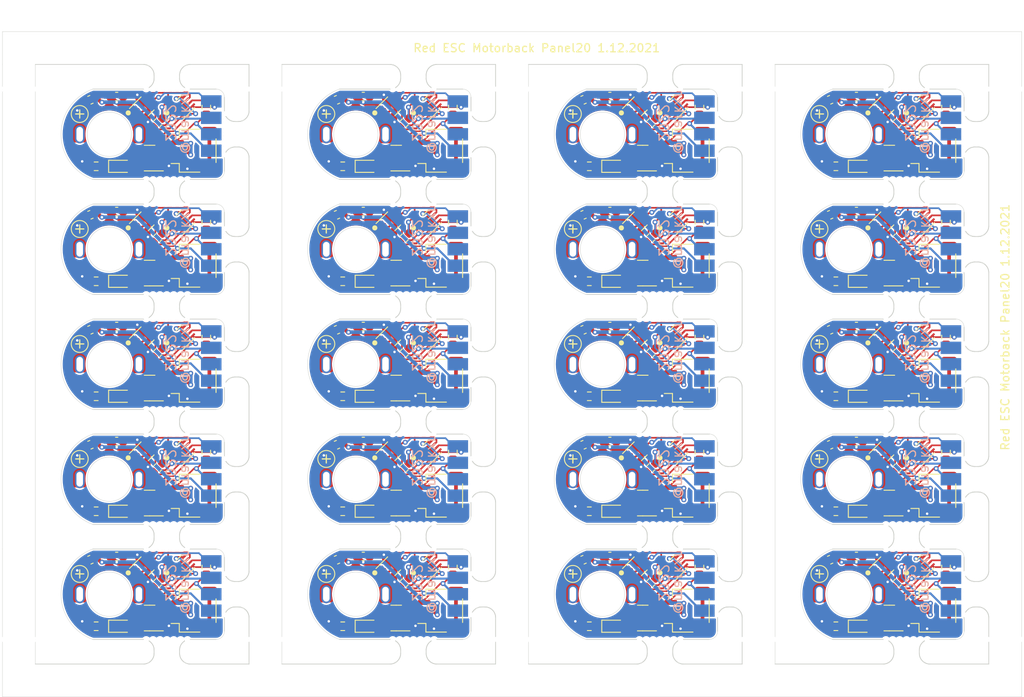
<source format=kicad_pcb>
(kicad_pcb (version 20211014) (generator pcbnew)
  (layers (0 "F.Cu" signal) (31 "B.Cu" signal) (34 "B.Paste" user) (35 "F.Paste" user) (36 "B.SilkS" user "B.Silkscreen") (37 "F.SilkS" user "F.Silkscreen") (38 "B.Mask" user) (39 "F.Mask" user) (44 "Edge.Cuts" user))
  (net 0 "")
  (net 1 "GND")
  (net 2 "VBAT")
  (net 3 "/VLOGIC")
  (net 4 "PWMIN")
  (net 5 "/MOTORF")
  (net 6 "/MOTORR")
  (net 7 "BLINKY")
  (net 8 "Net-(D1-Pad1)")
  (net 9 "/MOTOROUT1")
  (net 10 "/MOTOROUT2")
  (net 11 "/PWMR")
  (footprint "Resistor_SMD:R_0603_1608Metric" (layer "F.Cu") (at 173.4 125.4)
    (fp_text reference "R1" hide)
    (fp_text value "1k" hide)
  )
  (footprint "holes" (layer "F.Cu") (at 154.517164 87.9)
    (fp_text reference "")
    (fp_text value "")
  )
  (footprint "holes" (layer "F.Cu") (at 189.1 96.017153)
    (fp_text reference "")
    (fp_text value "")
  )
  (footprint "motorback:motorpad" (layer "F.Cu") (at 81.4 65.5)
    (fp_text reference "J2" hide)
    (fp_text value "Conn_01x01_Male" hide)
  )
  (footprint "holes" (layer "F.Cu") (at 72 127)
    (fp_text reference "")
    (fp_text value "")
  )
  (footprint "Resistor_SMD:R_0603_1608Metric" (layer "F.Cu") (at 126.8 62.2 90)
    (fp_text reference "R2" hide)
    (fp_text value "1k" hide)
  )
  (footprint "Capacitor_SMD:C_0603_1608Metric" (layer "F.Cu") (at 180.9 78.1 -135)
    (fp_text reference "C3" hide)
    (fp_text value "1uF")
  )
  (footprint "motorback:motorpad" (layer "F.Cu") (at 111.4 65.5)
    (fp_text reference "J2" hide)
    (fp_text value "Conn_01x01_Male" hide)
  )
  (footprint "Capacitor_SMD:C_0603_1608Metric" (layer "F.Cu") (at 175.9 102.9)
    (fp_text reference "C2" hide)
    (fp_text value "1uF")
  )
  (footprint "LED_SMD:LED_0603_1608Metric" (layer "F.Cu") (at 86.4 111.4)
    (fp_text reference "D1" hide)
    (fp_text value "LED" hide)
  )
  (footprint "LED_SMD:LED_0603_1608Metric" (layer "F.Cu") (at 116.4 111.4)
    (fp_text reference "D1" hide)
    (fp_text value "LED" hide)
  )
  (footprint "Capacitor_SMD:C_0603_1608Metric" (layer "F.Cu") (at 180.9 92.1 -135)
    (fp_text reference "C3" hide)
    (fp_text value "1uF")
  )
  (footprint "motorback:motorpad" (layer "F.Cu") (at 88.6 79.5)
    (fp_text reference "J3" hide)
    (fp_text value "Conn_01x01_Male" hide)
  )
  (footprint "motorback:motorpad" (layer "F.Cu") (at 171.4 65.5)
    (fp_text reference "J2" hide)
    (fp_text value "Conn_01x01_Male" hide)
  )
  (footprint "holes" (layer "F.Cu") (at 149.482845 71.1)
    (fp_text reference "")
    (fp_text value "")
  )
  (footprint "holes" (layer "F.Cu") (at 99.1 82.017153)
    (fp_text reference "")
    (fp_text value "")
  )
  (footprint "motorback:motorpad" (layer "F.Cu") (at 88.6 121.5)
    (fp_text reference "J3" hide)
    (fp_text value "Conn_01x01_Male" hide)
  )
  (footprint "Capacitor_SMD:C_0603_1608Metric" (layer "F.Cu") (at 145.9 88.9)
    (fp_text reference "C2" hide)
    (fp_text value "1uF")
  )
  (footprint "Capacitor_SMD:C_0603_1608Metric" (layer "F.Cu") (at 142.7 61.3 -157)
    (fp_text reference "C1" hide)
    (fp_text value "10uF" hide)
  )
  (footprint "Connector_JST:JST_SH_SM03B-SRSS-TB_1x03-1MP_P1.00mm_Horizontal" (layer "F.Cu") (at 185.3 109.5 90)
    (fp_text reference "J1" hide)
    (fp_text value "Servo wire input" hide)
  )
  (footprint "Capacitor_SMD:C_0603_1608Metric" (layer "F.Cu") (at 85.9 60.9)
    (fp_text reference "C2" hide)
    (fp_text value "1uF")
  )
  (footprint "motorback:drv8837_custom" (layer "F.Cu") (at 179.3 104.1 45)
    (fp_text reference "U1" hide)
    (fp_text value "BDR6122T" hide)
  )
  (footprint "motorback:drv8837_custom" (layer "F.Cu") (at 149.3 104.1 45)
    (fp_text reference "U1" hide)
    (fp_text value "BDR6122T" hide)
  )
  (footprint "holes" (layer "F.Cu") (at 159.1 96.017153)
    (fp_text reference "")
    (fp_text value "")
  )
  (footprint "motorback:motorpad" (layer "F.Cu") (at 141.4 121.5)
    (fp_text reference "J2" hide)
    (fp_text value "Conn_01x01_Male" hide)
  )
  (footprint "Connector_JST:JST_SH_SM03B-SRSS-TB_1x03-1MP_P1.00mm_Horizontal" (layer "F.Cu") (at 185.3 95.5 90)
    (fp_text reference "J1" hide)
    (fp_text value "Servo wire input" hide)
  )
  (footprint "motorback:motorpad" (layer "F.Cu") (at 88.6 107.5)
    (fp_text reference "J3" hide)
    (fp_text value "Conn_01x01_Male" hide)
  )
  (footprint "holes" (layer "F.Cu") (at 184.517164 59.9)
    (fp_text reference "")
    (fp_text value "")
  )
  (footprint "Connector_JST:JST_SH_SM03B-SRSS-TB_1x03-1MP_P1.00mm_Horizontal" (layer "F.Cu") (at 125.3 123.5 90)
    (fp_text reference "J1" hide)
    (fp_text value "Servo wire input" hide)
  )
  (footprint "Resistor_SMD:R_0603_1608Metric" (layer "F.Cu") (at 186.8 118.2 90)
    (fp_text reference "R2" hide)
    (fp_text value "1k" hide)
  )
  (footprint "Capacitor_SMD:C_0603_1608Metric" (layer "F.Cu") (at 150.9 78.1 -135)
    (fp_text reference "C3" hide)
    (fp_text value "1uF")
  )
  (footprint "Resistor_SMD:R_0603_1608Metric" (layer "F.Cu") (at 96.8 90.2 90)
    (fp_text reference "R2" hide)
    (fp_text value "1k" hide)
  )
  (footprint "LED_SMD:LED_0603_1608Metric" (layer "F.Cu") (at 176.4 111.4)
    (fp_text reference "D1" hide)
    (fp_text value "LED" hide)
  )
  (footprint "holes" (layer "F.Cu") (at 162 60)
    (fp_text reference "")
    (fp_text value "")
  )
  (footprint "Resistor_SMD:R_0603_1608Metric" (layer "F.Cu") (at 186.8 76.2 90)
    (fp_text reference "R2" hide)
    (fp_text value "1k" hide)
  )
  (footprint "Package_DFN_QFN:DFN-8-1EP_2x2mm_P0.5mm_EP0.9x1.5mm" (layer "F.Cu") (at 183.9 104.2 45)
    (fp_text reference "U2" hide)
    (fp_text value "ATtiny4-MA")
  )
  (footprint "Package_DFN_QFN:DFN-8-1EP_2x2mm_P0.5mm_EP0.9x1.5mm" (layer "F.Cu") (at 153.9 118.2 45)
    (fp_text reference "U2" hide)
    (fp_text value "ATtiny4-MA")
  )
  (footprint "Capacitor_SMD:C_0603_1608Metric" (layer "F.Cu") (at 85.9 116.9)
    (fp_text reference "C2" hide)
    (fp_text value "1uF")
  )
  (footprint "Capacitor_SMD:C_0603_1608Metric" (layer "F.Cu") (at 112.7 117.3 -157)
    (fp_text reference "C1" hide)
    (fp_text value "10uF" hide)
  )
  (footprint "Package_TO_SOT_SMD:SOT-23" (layer "F.Cu") (at 119.9 124.4 180)
    (fp_text reference "U3" hide)
    (fp_text value "AIC1734-33GUTR" hide)
  )
  (footprint "motorback:drv8837_custom" (layer "F.Cu") (at 89.3 62.1 45)
    (fp_text reference "U1" hide)
    (fp_text value "BDR6122T" hide)
  )
  (footprint "Capacitor_SMD:C_0603_1608Metric" (layer "F.Cu") (at 82.7 103.3 -157)
    (fp_text reference "C1" hide)
    (fp_text value "10uF" hide)
  )
  (footprint "Capacitor_SMD:C_0603_1608Metric" (layer "F.Cu") (at 175.9 60.9)
    (fp_text reference "C2" hide)
    (fp_text value "1uF")
  )
  (footprint "Connector_JST:JST_SH_SM03B-SRSS-TB_1x03-1MP_P1.00mm_Horizontal" (layer "F.Cu") (at 155.3 67.5 90)
    (fp_text reference "J1" hide)
    (fp_text value "Servo wire input" hide)
  )
  (footprint "Package_DFN_QFN:DFN-8-1EP_2x2mm_P0.5mm_EP0.9x1.5mm" (layer "F.Cu") (at 183.9 76.2 45)
    (fp_text reference "U2" hide)
    (fp_text value "ATtiny4-MA")
  )
  (footprint "motorback:drv8837_custom" (layer "F.Cu") (at 149.3 76.1 45)
    (fp_text reference "U1" hide)
    (fp_text value "BDR6122T" hide)
  )
  (footprint "Resistor_SMD:R_0603_1608Metric" (layer "F.Cu") (at 113.4 83.4)
    (fp_text reference "R1" hide)
    (fp_text value "1k" hide)
  )
  (footprint "motorback:motorpad" (layer "F.Cu") (at 81.4 93.5)
    (fp_text reference "J2" hide)
    (fp_text value "Conn_01x01_Male" hide)
  )
  (footprint "Capacitor_SMD:C_0603_1608Metric" (layer "F.Cu") (at 112.7 75.3 -157)
    (fp_text reference "C1" hide)
    (fp_text value "10uF" hide)
  )
  (footprint "Package_TO_SOT_SMD:SOT-23" (layer "F.Cu") (at 149.9 96.4 180)
    (fp_text reference "U3" hide)
    (fp_text value "AIC1734-33GUTR" hide)
  )
  (footprint "Resistor_SMD:R_0603_1608Metric" (layer "F.Cu") (at 83.4 83.4)
    (fp_text reference "R1" hide)
    (fp_text value "1k" hide)
  )
  (footprint "holes" (layer "F.Cu") (at 184.517164 87.9)
    (fp_text reference "")
    (fp_text value "")
  )
  (footprint "Package_DFN_QFN:DFN-8-1EP_2x2mm_P0.5mm_EP0.9x1.5mm" (layer "F.Cu") (at 153.9 62.2 45)
    (fp_text reference "U2" hide)
    (fp_text value "ATtiny4-MA")
  )
  (footprint "Package_DFN_QFN:DFN-8-1EP_2x2mm_P0.5mm_EP0.9x1.5mm" (layer "F.Cu") (at 93.9 62.2 45)
    (fp_text reference "U2" hide)
    (fp_text value "ATtiny4-MA")
  )
  (footprint "motorback:motorpad" (layer "F.Cu") (at 171.4 107.5)
    (fp_text reference "J2" hide)
    (fp_text value "Conn_01x01_Male" hide)
  )
  (footprint "Capacitor_SMD:C_0603_1608Metric" (layer "F.Cu") (at 142.7 75.3 -157)
    (fp_text reference "C1" hide)
    (fp_text value "10uF" hide)
  )
  (footprint "Package_TO_SOT_SMD:SOT-23" (layer "F.Cu") (at 179.9 68.4 180)
    (fp_text reference "U3" hide)
    (fp_text value "AIC1734-33GUTR" hide)
  )
  (footprint "Capacitor_SMD:C_0603_1608Metric" (layer "F.Cu") (at 82.7 89.3 -157)
    (fp_text reference "C1" hide)
    (fp_text value "10uF" hide)
  )
  (footprint "LED_SMD:LED_0603_1608Metric" (layer "F.Cu") (at 176.4 125.4)
    (fp_text reference "D1" hide)
    (fp_text value "LED" hide)
  )
  (footprint "holes" (layer "F.Cu") (at 179.482845 113.1)
    (fp_text reference "")
    (fp_text value "")
  )
  (footprint "holes" (layer "F.Cu") (at 149.482845 127.1)
    (fp_text reference "")
    (fp_text value "")
  )
  (footprint "Package_DFN_QFN:DFN-8-1EP_2x2mm_P0.5mm_EP0.9x1.5mm" (layer "F.Cu") (at 153.9 104.2 45)
    (fp_text reference "U2" hide)
    (fp_text value "ATtiny4-MA")
  )
  (footprint "Package_DFN_QFN:DFN-8-1EP_2x2mm_P0.5mm_EP0.9x1.5mm" (layer "F.Cu") (at 93.9 76.2 45)
    (fp_text reference "U2" hide)
    (fp_text value "ATtiny4-MA")
  )
  (footprint "Resistor_SMD:R_0603_1608Metric" (layer "F.Cu") (at 173.4 69.4)
    (fp_text reference "R1" hide)
    (fp_text value "1k" hide)
  )
  (footprint "LED_SMD:LED_0603_1608Metric" (layer "F.Cu") (at 86.4 125.4)
    (fp_text reference "D1" hide)
    (fp_text value "LED" hide)
  )
  (footprint "Package_TO_SOT_SMD:SOT-23" (layer "F.Cu") (at 89.9 82.4 180)
    (fp_text reference "U3" hide)
    (fp_text value "AIC1734-33GUTR" hide)
  )
  (footprint "holes" (layer "F.Cu") (at 159.1 110.017153)
    (fp_text reference "")
    (fp_text value "")
  )
  (footprint "Connector_JST:JST_SH_SM03B-SRSS-TB_1x03-1MP_P1.00mm_Horizontal" (layer "F.Cu") (at 125.3 95.5 90)
    (fp_text reference "J1" hide)
    (fp_text value "Servo wire input" hide)
  )
  (footprint "Capacitor_SMD:C_0603_1608Metric" (layer "F.Cu") (at 82.7 61.3 -157)
    (fp_text reference "C1" hide)
    (fp_text value "10uF" hide)
  )
  (footprint "holes" (layer "F.Cu") (at 149.482845 113.1)
    (fp_text reference "")
    (fp_text value "")
  )
  (footprint "Package_TO_SOT_SMD:SOT-23" (layer "F.Cu") (at 89.9 96.4 180)
    (fp_text reference "U3" hide)
    (fp_text value "AIC1734-33GUTR" hide)
  )
  (footprint "Package_TO_SOT_SMD:SOT-23" (layer "F.Cu") (at 89.9 124.4 180)
    (fp_text reference "U3" hide)
    (fp_text value "AIC1734-33GUTR" hide)
  )
  (footprint "Package_TO_SOT_SMD:SOT-23" (layer "F.Cu") (at 149.9 68.4 180)
    (fp_text reference "U3" hide)
    (fp_text value "AIC1734-33GUTR" hide)
  )
  (footprint "motorback:motorpad" (layer "F.Cu") (at 148.6 93.5)
    (fp_text reference "J3" hide)
    (fp_text value "Conn_01x01_Male" hide)
  )
  (footprint "holes" (layer "F.Cu") (at 102 127)
    (fp_text reference "")
    (fp_text value "")
  )
  (footprint "Connector_JST:JST_SH_SM03B-SRSS-TB_1x03-1MP_P1.00mm_Horizontal" (layer "F.Cu") (at 155.3 81.5 90)
    (fp_text reference "J1" hide)
    (fp_text value "Servo wire input" hide)
  )
  (footprint "Package_TO_SOT_SMD:SOT-23" (layer "F.Cu") (at 119.9 68.4 180)
    (fp_text reference "U3" hide)
    (fp_text value "AIC1734-33GUTR" hide)
  )
  (footprint "Capacitor_SMD:C_0603_1608Metric" (layer "F.Cu") (at 82.7 75.3 -157)
    (fp_text reference "C1" hide)
    (fp_text value "10uF" hide)
  )
  (footprint "Capacitor_SMD:C_0603_1608Metric" (layer "F.Cu") (at 150.9 120.1 -135)
    (fp_text reference "C3" hide)
    (fp_text value "1uF")
  )
  (footprint "motorback:drv8837_custom" (layer "F.Cu") (at 119.3 76.1 45)
    (fp_text reference "U1" hide)
    (fp_text value "BDR6122T" hide)
  )
  (footprint "motorback:motorpad" (layer "F.Cu") (at 178.6 93.5)
    (fp_text reference "J3" hide)
    (fp_text value "Conn_01x01_Male" hide)
  )
  (footprint "motorback:motorpad" (layer "F.Cu") (at 118.6 79.5)
    (fp_text reference "J3" hide)
    (fp_text value "Conn_01x01_Male" hide)
  )
  (footprint "Resistor_SMD:R_0603_1608Metric" (layer "F.Cu") (at 173.4 111.4)
    (fp_text reference "R1" hide)
    (fp_text value "1k" hide)
  )
  (footprint "holes" (layer "F.Cu") (at 89.482845 127.1)
    (fp_text reference "")
    (fp_text value "")
  )
  (footprint "motorback:motorpad" (layer "F.Cu") (at 171.4 93.5)
    (fp_text reference "J2" hide)
    (fp_text value "Conn_01x01_Male" hide)
  )
  (footprint "Package_DFN_QFN:DFN-8-1EP_2x2mm_P0.5mm_EP0.9x1.5mm" (layer "F.Cu") (at 123.9 104.2 45)
    (fp_text reference "U2" hide)
    (fp_text value "ATtiny4-MA")
  )
  (footprint "motorback:motorpad" (layer "F.Cu") (at 88.6 65.5)
    (fp_text reference "J3" hide)
    (fp_text value "Conn_01x01_Male" hide)
  )
  (footprint "holes" (layer "F.Cu") (at 184.517164 73.9)
    (fp_text reference "")
    (fp_text value "")
  )
  (footprint "holes" (layer "F.Cu") (at 154.517164 101.9)
    (fp_text reference "")
    (fp_text value "")
  )
  (footprint "Resistor_SMD:R_0603_1608Metric" (layer "F.Cu") (at 96.8 104.2 90)
    (fp_text reference "R2" hide)
    (fp_text value "1k" hide)
  )
  (footprint "Capacitor_SMD:C_0603_1608Metric" (layer "F.Cu") (at 112.7 61.3 -157)
    (fp_text reference "C1" hide)
    (fp_text value "10uF" hide)
  )
  (footprint "LED_SMD:LED_0603_1608Metric" (layer "F.Cu") (at 146.4 125.4)
    (fp_text reference "D1" hide)
    (fp_text value "LED" hide)
  )
  (footprint "Resistor_SMD:R_0603_1608Metric" (layer "F.Cu") (at 126.8 76.2 90)
    (fp_text reference "R2" hide)
    (fp_text value "1k" hide)
  )
  (footprint "holes" (layer "F.Cu") (at 189.1 110.017153)
    (fp_text reference "")
    (fp_text value "")
  )
  (footprint "motorback:motorpad" (layer "F.Cu") (at 178.6 65.5)
    (fp_text reference "J3" hide)
    (fp_text value "Conn_01x01_Male" hide)
  )
  (footprint "holes" (layer "F.Cu") (at 94.517164 73.9)
    (fp_text reference "")
    (fp_text value "")
  )
  (footprint "holes" (layer "F.Cu") (at 179.482845 71.1)
    (fp_text reference "")
    (fp_text value "")
  )
  (footprint "Capacitor_SMD:C_0603_1608Metric" (layer "F.Cu") (at 120.9 64.1 -135)
    (fp_text reference "C3" hide)
    (fp_text value "1uF")
  )
  (footprint "Capacitor_SMD:C_0603_1608Metric" (layer "F.Cu") (at 172.7 61.3 -157)
    (fp_text reference "C1" hide)
    (fp_text value "10uF" hide)
  )
  (footprint "holes" (layer "F.Cu") (at 94.517164 59.9)
    (fp_text reference "")
    (fp_text value "")
  )
  (footprint "motorback:drv8837_custom" (layer "F.Cu") (at 89.3 118.1 45)
    (fp_text reference "U1" hide)
    (fp_text value "BDR6122T" hide)
  )
  (footprint "Capacitor_SMD:C_0603_1608Metric" (layer "F.Cu") (at 85.9 88.9)
    (fp_text reference "C2" hide)
    (fp_text value "1uF")
  )
  (footprint "Resistor_SMD:R_0603_1608Metric" (layer "F.Cu") (at 113.4 125.4)
    (fp_text reference "R1" hide)
    (fp_text value "1k" hide)
  )
  (footprint "Resistor_SMD:R_0603_1608Metric" (layer "F.Cu") (at 126.8 118.2 90)
    (fp_text reference "R2" hide)
    (fp_text value "1k" hide)
  )
  (footprint "Resistor_SMD:R_0603_1608Metric" (layer "F.Cu") (at 83.4 69.4)
    (fp_text reference "R1" hide)
    (fp_text value "1k" hide)
  )
  (footprint "Capacitor_SMD:C_0603_1608Metric" (layer "F.Cu") (at 145.9 60.9)
    (fp_text reference "C2" hide)
    (fp_text value "1uF")
  )
  (footprint "holes" (layer "F.Cu") (at 124.517164 59.9)
    (fp_text reference "")
    (fp_text value "")
  )
  (footprint "Package_DFN_QFN:DFN-8-1EP_2x2mm_P0.5mm_EP0.9x1.5mm" (layer "F.Cu") (at 123.9 76.2 45)
    (fp_text reference "U2" hide)
    (fp_text value "ATtiny4-MA")
  )
  (footprint "Resistor_SMD:R_0603_1608Metric" (layer "F.Cu") (at 126.8 104.2 90)
    (fp_text reference "R2" hide)
    (fp_text value "1k" hide)
  )
  (footprint "Capacitor_SMD:C_0603_1608Metric" (layer "F.Cu") (at 115.9 116.9)
    (fp_text reference "C2" hide)
    (fp_text value "1uF")
  )
  (footprint "Package_TO_SOT_SMD:SOT-23" (layer "F.Cu") (at 179.9 82.4 180)
    (fp_text reference "U3" hide)
    (fp_text value "AIC1734-33GUTR" hide)
  )
  (footprint "Package_DFN_QFN:DFN-8-1EP_2x2mm_P0.5mm_EP0.9x1.5mm" (layer "F.Cu") (at 183.9 90.2 45)
    (fp_text reference "U2" hide)
    (fp_text value "ATtiny4-MA")
  )
  (footprint "holes" (layer "F.Cu") (at 189.1 124.017153)
    (fp_text reference "")
    (fp_text value "")
  )
  (footprint "holes" (layer "F.Cu") (at 89.482845 99.1)
    (fp_text reference "")
    (fp_text value "")
  )
  (footprint "motorback:motorpad" (layer "F.Cu") (at 148.6 107.5)
    (fp_text reference "J3" hide)
    (fp_text value "Conn_01x01_Male" hide)
  )
  (footprint "Capacitor_SMD:C_0603_1608Metric" (layer "F.Cu") (at 82.7 117.3 -157)
    (fp_text reference "C1" hide)
    (fp_text value "10uF" hide)
  )
  (footprint "Capacitor_SMD:C_0603_1608Metric" (layer "F.Cu") (at 142.7 117.3 -157)
    (fp_text reference "C1" hide)
    (fp_text value "10uF" hide)
  )
  (footprint "Resistor_SMD:R_0603_1608Metric" (layer "F.Cu") (at 143.4 125.4)
    (fp_text reference "R1" hide)
    (fp_text value "1k" hide)
  )
  (footprint "Package_DFN_QFN:DFN-8-1EP_2x2mm_P0.5mm_EP0.9x1.5mm" (layer "F.Cu") (at 123.9 62.2 45)
    (fp_text reference "U2" hide)
    (fp_text value "ATtiny4-MA")
  )
  (footprint "Capacitor_SMD:C_0603_1608Metric" (layer "F.Cu") (at 112.7 89.3 -157)
    (fp_text reference "C1" hide)
    (fp_text value "10uF" hide)
  )
  (footprint "Capacitor_SMD:C_0603_1608Metric" (layer "F.Cu") (at 142.7 89.3 -157)
    (fp_text reference "C1" hide)
    (fp_text value "10uF" hide)
  )
  (footprint "Capacitor_SMD:C_0603_1608Metric" (layer "F.Cu") (at 172.7 75.3 -157)
    (fp_text reference "C1" hide)
    (fp_text value "10uF" hide)
  )
  (footprint "motorback:drv8837_custom" (layer "F.Cu") (at 179.3 90.1 45)
    (fp_text reference "U1" hide)
    (fp_text value "BDR6122T" hide)
  )
  (footprint "Capacitor_SMD:C_0603_1608Metric" (layer "F.Cu") (at 172.7 117.3 -157)
    (fp_text reference "C1" hide)
    (fp_text value "10uF" hide)
  )
  (footprint "Resistor_SMD:R_0603_1608Metric" (layer "F.Cu") (at 83.4 125.4)
    (fp_text reference "R1" hide)
    (fp_text value "1k" hide)
  )
  (footprint "holes" (layer "F.Cu") (at 132 60)
    (fp_text reference "")
    (fp_text value "")
  )
  (footprint "motorback:motorpad" (layer "F.Cu") (at 81.4 121.5)
    (fp_text reference "J2" hide)
    (fp_text value "Conn_01x01_Male" hide)
  )
  (footprint "holes" (layer "F.Cu") (at 192 60)
    (fp_text reference "")
    (fp_text value "")
  )
  (footprint "motorback:drv8837_custom" (layer "F.Cu") (at 89.3 104.1 45)
    (fp_text reference "U1" hide)
    (fp_text value "BDR6122T" hide)
  )
  (footprint "holes" (layer "F.Cu") (at 179.482845 85.1)
    (fp_text reference "")
    (fp_text value "")
  )
  (footprint "motorback:drv8837_custom" (layer "F.Cu") (at 179.3 76.1 45)
    (fp_text reference "U1" hide)
    (fp_text value "BDR6122T" hide)
  )
  (footprint "Capacitor_SMD:C_0603_1608Metric" (layer "F.Cu") (at 90.9 64.1 -135)
    (fp_text reference "C3" hide)
    (fp_text value "1uF")
  )
  (footprint "Resistor_SMD:R_0603_1608Metric" (layer "F.Cu") (at 173.4 97.4)
    (fp_text reference "R1" hide)
    (fp_text value "1k" hide)
  )
  (footprint "motorback:motorpad" (layer "F.Cu") (at 111.4 121.5)
    (fp_text reference "J2" hide)
    (fp_text value "Conn_01x01_Male" hide)
  )
  (footprint "holes" (layer "F.Cu") (at 99.1 68.017153)
    (fp_text reference "")
    (fp_text value "")
  )
  (footprint "Capacitor_SMD:C_0603_1608Metric" (layer "F.Cu") (at 175.9 116.9)
    (fp_text reference "C2" hide)
    (fp_text value "1uF")
  )
  (footprint "holes" (layer "F.Cu") (at 89.482845 113.1)
    (fp_text reference "")
    (fp_text value "")
  )
  (footprint "Capacitor_SMD:C_0603_1608Metric" (layer "F.Cu") (at 90.9 92.1 -135)
    (fp_text reference "C3" hide)
    (fp_text value "1uF")
  )
  (footprint "LED_SMD:LED_0603_1608Metric" (layer "F.Cu") (at 86.4 83.4)
    (fp_text reference "D1" hide)
    (fp_text value "LED" hide)
  )
  (footprint "Connector_JST:JST_SH_SM03B-SRSS-TB_1x03-1MP_P1.00mm_Horizontal" (layer "F.Cu") (at 155.3 95.5 90)
    (fp_text reference "J1" hide)
    (fp_text value "Servo wire input" hide)
  )
  (footprint "Connector_JST:JST_SH_SM03B-SRSS-TB_1x03-1MP_P1.00mm_Horizontal" (layer "F.Cu") (at 125.3 109.5 90)
    (fp_text reference "J1" hide)
    (fp_text value "Servo wire input" hide)
  )
  (footprint "motorback:drv8837_custom" (layer "F.Cu") (at 119.3 90.1 45)
    (fp_text reference "U1" hide)
    (fp_text value "BDR6122T" hide)
  )
  (footprint "holes" (layer "F.Cu") (at 94.517164 87.9)
    (fp_text reference "")
    (fp_text value "")
  )
  (footprint "Resistor_SMD:R_0603_1608Metric" (layer "F.Cu") (at 156.8 62.2 90)
    (fp_text reference "R2" hide)
    (fp_text value "1k" hide)
  )
  (footprint "motorback:drv8837_custom" (layer "F.Cu") (at 119.3 62.1 45)
    (fp_text reference "U1" hide)
    (fp_text value "BDR6122T" hide)
  )
  (footprint "Package_TO_SOT_SMD:SOT-23" (layer "F.Cu") (at 149.9 82.4 180)
    (fp_text reference "U3" hide)
    (fp_text value "AIC1734-33GUTR" hide)
  )
  (footprint "Resistor_SMD:R_0603_1608Metric" (layer "F.Cu") (at 143.4 97.4)
    (fp_text reference "R1" hide)
    (fp_text value "1k" hide)
  )
  (footprint "Package_TO_SOT_SMD:SOT-23" (layer "F.Cu") (at 149.9 124.4 180)
    (fp_text reference "U3" hide)
    (fp_text value "AIC1734-33GUTR" hide)
  )
  (footprint "motorback:motorpad" (layer "F.Cu") (at 141.4 65.5)
    (fp_text reference "J2" hide)
    (fp_text value "Conn_01x01_Male" hide)
  )
  (footprint "Package_DFN_QFN:DFN-8-1EP_2x2mm_P0.5mm_EP0.9x1.5mm" (layer "F.Cu") (at 93.9 90.2 45)
    (fp_text reference "U2" hide)
    (fp_text value "ATtiny4-MA")
  )
  (footprint "motorback:drv8837_custom" (layer "F.Cu") (at 149.3 62.1 45)
    (fp_text reference "U1" hide)
    (fp_text value "BDR6122T" hide)
  )
  (footprint "holes" (layer "F.Cu") (at 124.517164 101.9)
    (fp_text reference "")
    (fp_text value "")
  )
  (footprint "motorback:motorpad" (layer "F.Cu") (at 148.6 79.5)
    (fp_text reference "J3" hide)
    (fp_text value "Conn_01x01_Male" hide)
  )
  (footprint "Capacitor_SMD:C_0603_1608Metric" (layer "F.Cu") (at 85.9 102.9)
    (fp_text reference "C2" hide)
    (fp_text value "1uF")
  )
  (footprint "Resistor_SMD:R_0603_1608Metric" (layer "F.Cu") (at 156.8 76.2 90)
    (fp_text reference "R2" hide)
    (fp_text value "1k" hide)
  )
  (footprint "Capacitor_SMD:C_0603_1608Metric" (layer "F.Cu") (at 172.7 89.3 -157)
    (fp_text reference "C1" hide)
    (fp_text value "10uF" hide)
  )
  (footprint "Package_DFN_QFN:DFN-8-1EP_2x2mm_P0.5mm_EP0.9x1.5mm" (layer "F.Cu") (at 123.9 90.2 45)
    (fp_text reference "U2" hide)
    (fp_text value "ATtiny4-MA")
  )
  (footprint "motorback:motorpad" (layer "F.Cu") (at 111.4 93.5)
    (fp_text reference "J2" hide)
    (fp_text value "Conn_01x01_Male" hide)
  )
  (footprint "motorback:motorpad" (layer "F.Cu") (at 111.4 107.5)
    (fp_text reference "J2" hide)
    (fp_text value "Conn_01x01_Male" hide)
  )
  (footprint "Resistor_SMD:R_0603_1608Metric" (layer "F.Cu") (at 96.8 62.2 90)
    (fp_text reference "R2" hide)
    (fp_text value "1k" hide)
  )
  (footprint "holes" (layer "F.Cu") (at 129.1 82.017153)
    (fp_text reference "")
    (fp_text value "")
  )
  (footprint "LED_SMD:LED_0603_1608Metric" (layer "F.Cu") (at 146.4 111.4)
    (fp_text reference "D1" hide)
    (fp_text value "LED" hide)
  )
  (footprint "motorback:drv8837_custom" (layer "F.Cu") (at 89.3 90.1 45)
    (fp_text reference "U1" hide)
    (fp_text value "BDR6122T" hide)
  )
  (footprint "LED_SMD:LED_0603_1608Metric" (layer "F.Cu") (at 176.4 97.4)
    (fp_text reference "D1" hide)
    (fp_text value "LED" hide)
  )
  (footprint "holes" (layer "F.Cu") (at 119.482845 71.1)
    (fp_text reference "")
    (fp_text value "")
  )
  (footprint "Connector_JST:JST_SH_SM03B-SRSS-TB_1x03-1MP_P1.00mm_Horizontal" (layer "F.Cu") (at 95.3 123.5 90)
    (fp_text reference "J1" hide)
    (fp_text value "Servo wire input" hide)
  )
  (footprint "holes" (layer "F.Cu") (at 124.517164 73.9)
    (fp_text reference "")
    (fp_text value "")
  )
  (footprint "LED_SMD:LED_0603_1608Metric" (layer "F.Cu") (at 116.4 83.4)
    (fp_text reference "D1" hide)
    (fp_text value "LED" hide)
  )
  (footprint "holes" (layer "F.Cu") (at 94.517164 101.9)
    (fp_text reference "")
    (fp_text value "")
  )
  (footprint "Resistor_SMD:R_0603_1608Metric" (layer "F.Cu") (at 186.8 104.2 90)
    (fp_text reference "R2" hide)
    (fp_text value "1k" hide)
  )
  (footprint "Capacitor_SMD:C_0603_1608Metric" (layer "F.Cu") (at 145.9 74.9)
    (fp_text reference "C2" hide)
    (fp_text value "1uF")
  )
  (footprint "holes" (layer "F.Cu") (at 119.482845 113.1)
    (fp_text reference "")
    (fp_text value "")
  )
  (footprint "LED_SMD:LED_0603_1608Metric" (layer "F.Cu") (at 116.4 125.4)
    (fp_text reference "D1" hide)
    (fp_text value "LED" hide)
  )
  (footprint "holes" (layer "F.Cu") (at 154.517164 115.9)
    (fp_text reference "")
    (fp_text value "")
  )
  (footprint "holes" (layer "F.Cu") (at 184.517164 115.9)
    (fp_text reference "")
    (fp_text value "")
  )
  (footprint "Package_TO_SOT_SMD:SOT-23" (layer "F.Cu") (at 179.9 96.4 180)
    (fp_text reference "U3" hide)
    (fp_text value "AIC1734-33GUTR" hide)
  )
  (footprint "Connector_JST:JST_SH_SM03B-SRSS-TB_1x03-1MP_P1.00mm_Horizontal" (layer "F.Cu") (at 95.3 109.5 90)
    (fp_text reference "J1" hide)
    (fp_text value "Servo wire input" hide)
  )
  (footprint "holes" (layer "F.Cu") (at 119.482845 85.1)
    (fp_text reference "")
    (fp_text value "")
  )
  (footprint "Capacitor_SMD:C_0603_1608Metric" (layer "F.Cu") (at 175.9 74.9)
    (fp_text reference "C2" hide)
    (fp_text value "1uF")
  )
  (footprint "LED_SMD:LED_0603_1608Metric" (layer "F.Cu") (at 146.4 69.4)
    (fp_text reference "D1" hide)
    (fp_text value "LED" hide)
  )
  (footprint "motorback:motorpad" (layer "F.Cu") (at 88.6 93.5)
    (fp_text reference "J3" hide)
    (fp_text value "Conn_01x01_Male" hide)
  )
  (footprint "Capacitor_SMD:C_0603_1608Metric" (layer "F.Cu") (at 90.9 78.1 -135)
    (fp_text reference "C3" hide)
    (fp_text value "1uF")
  )
  (footprint "Package_TO_SOT_SMD:SOT-23" (layer "F.Cu") (at 179.9 110.4 180)
    (fp_text reference "U3" hide)
    (fp_text value "AIC1734-33GUTR" hide)
  )
  (footprint "motorback:motorpad" (layer "F.Cu") (at 171.4 121.5)
    (fp_text reference "J2" hide)
    (fp_text value "Conn_01x01_Male" hide)
  )
  (footprint "Capacitor_SMD:C_0603_1608Metric" (layer "F.Cu") (at 90.9 120.1 -135)
    (fp_text reference "C3" hide)
    (fp_text value "1uF")
  )
  (footprint "Capacitor_SMD:C_0603_1608Metric" (layer "F.Cu") (at 115.9 88.9)
    (fp_text reference "C2" hide)
    (fp_text value "1uF")
  )
  (footprint "Capacitor_SMD:C_0603_1608Metric" (layer "F.Cu") (at 120.9 120.1 -135)
    (fp_text reference "C3" hide)
    (fp_text value "1uF")
  )
  (footprint "motorback:drv8837_custom" (layer "F.Cu") (at 179.3 62.1 45)
    (fp_text reference "U1" hide)
    (fp_text value "BDR6122T" hide)
  )
  (footprint "motorback:drv8837_custom" (layer "F.Cu") (at 119.3 104.1 45)
    (fp_text reference "U1" hide)
    (fp_text value "BDR6122T" hide)
  )
  (footprint "Resistor_SMD:R_0603_1608Metric" (layer "F.Cu") (at 173.4 83.4)
    (fp_text reference "R1" hide)
    (fp_text value "1k" hide)
  )
  (footprint "Resistor_SMD:R_0603_1608Metric" (layer "F.Cu") (at 143.4 111.4)
    (fp_text reference "R1" hide)
    (fp_text value "1k" hide)
  )
  (footprint "holes" (layer "F.Cu") (at 154.517164 73.9)
    (fp_text reference "")
    (fp_text value "")
  )
  (footprint "holes" (layer "F.Cu") (at 162 127)
    (fp_text reference "")
    (fp_text value "")
  )
  (footprint "motorback:drv8837_custom" (layer "F.Cu") (at 149.3 90.1 45)
    (fp_text reference "U1" hide)
    (fp_text value "BDR6122T" hide)
  )
  (footprint "Capacitor_SMD:C_0603_1608Metric" (layer "F.Cu") (at 145.9 116.9)
    (fp_text reference "C2" hide)
    (fp_text value "1uF")
  )
  (footprint "Package_TO_SOT_SMD:SOT-23" (layer "F.Cu") (at 119.9 82.4 180)
    (fp_text reference "U3" hide)
    (fp_text value "AIC1734-33GUTR" hide)
  )
  (footprint "holes" (layer "F.Cu") (at 149.482845 99.1)
    (fp_text reference "")
    (fp_text value "")
  )
  (footprint "holes" (layer "F.Cu") (at 99.1 110.017153)
    (fp_text reference "")
    (fp_text value "")
  )
  (footprint "holes" (layer "F.Cu") (at 124.517164 87.9)
    (fp_text reference "")
    (fp_text value "")
  )
  (footprint "holes" (layer "F.Cu") (at 72 60)
    (fp_text reference "")
    (fp_text value "")
  )
  (footprint "Capacitor_SMD:C_0603_1608Metric" (layer "F.Cu") (at 145.9 102.9)
    (fp_text reference "C2" hide)
    (fp_text value "1uF")
  )
  (footprint "Package_TO_SOT_SMD:SOT-23" (layer "F.Cu") (at 119.9 96.4 180)
    (fp_text reference "U3" hide)
    (fp_text value "AIC1734-33GUTR" hide)
  )
  (footprint "motorback:motorpad" (layer "F.Cu") (at 81.4 79.5)
    (fp_text reference "J2" hide)
    (fp_text value "Conn_01x01_Male" hide)
  )
  (footprint "holes" (layer "F.Cu") (at 179.482845 127.1)
    (fp_text reference "")
    (fp_text value "")
  )
  (footprint "holes" (layer "F.Cu") (at 132 127)
    (fp_text reference "")
    (fp_text value "")
  )
  (footprint "motorback:motorpad" (layer "F.Cu") (at 148.6 121.5)
    (fp_text reference "J3" hide)
    (fp_text value "Conn_01x01_Male" hide)
  )
  (footprint "holes" (layer "F.Cu") (at 99.1 124.017153)
    (fp_text reference "")
    (fp_text value "")
  )
  (footprint "motorback:drv8837_custom" (layer "F.Cu") (at 89.3 76.1 45)
    (fp_text reference "U1" hide)
    (fp_text value "BDR6122T" hide)
  )
  (footprint "LED_SMD:LED_0603_1608Metric" (layer "F.Cu") (at 176.4 83.4)
    (fp_text reference "D1" hide)
    (fp_text value "LED" hide)
  )
  (footprint "Capacitor_SMD:C_0603_1608Metric" (layer "F.Cu") (at 150.9 64.1 -135)
    (fp_text reference "C3" hide)
    (fp_text value "1uF")
  )
  (footprint "holes" (layer "F.Cu") (at 119.482845 99.1)
    (fp_text reference "")
    (fp_text value "")
  )
  (footprint "Capacitor_SMD:C_0603_1608Metric" (layer "F.Cu") (at 115.9 102.9)
    (fp_text reference "C2" hide)
    (fp_text value "1uF")
  )
  (footprint "holes" (layer "F.Cu") (at 159.1 82.017153)
    (fp_text reference "")
    (fp_text value "")
  )
  (footprint "Resistor_SMD:R_0603_1608Metric" (layer "F.Cu") (at 156.8 104.2 90)
    (fp_text reference "R2" hide)
    (fp_text value "1k" hide)
  )
  (footprint "LED_SMD:LED_0603_1608Metric" (layer "F.Cu") (at 146.4 83.4)
    (fp_text reference "D1" hide)
    (fp_text value "LED" hide)
  )
  (footprint "LED_SMD:LED_0603_1608Metric" (layer "F.Cu") (at 176.4 69.4)
    (fp_text reference "D1" hide)
    (fp_text value "LED" hide)
  )
  (footprint "Capacitor_SMD:C_0603_1608Metric" (layer "F.Cu") (at 90.9 106.1 -135)
    (fp_text reference "C3" hide)
    (fp_text value "1uF")
  )
  (footprint "Capacitor_SMD:C_0603_1608Metric" (layer "F.Cu") (at 115.9 60.9)
    (fp_text reference "C2" hide)
    (fp_text value "1uF")
  )
  (footprint "Connector_JST:JST_SH_SM03B-SRSS-TB_1x03-1MP_P1.00mm_Horizontal" (layer "F.Cu") (at 155.3 109.5 90)
    (fp_text reference "J1" hide)
    (fp_text value "Servo wire input" hide)
  )
  (footprint "Connector_JST:JST_SH_SM03B-SRSS-TB_1x03-1MP_P1.00mm_Horizontal" (layer "F.Cu") (at 185.3 123.5 90)
    (fp_text reference "J1" hide)
    (fp_text value "Servo wire input" hide)
  )
  (footprint "Resistor_SMD:R_0603_1608Metric" (layer "F.Cu") (at 143.4 83.4)
    (fp_text reference "R1" hide)
    (fp_text value "1k" hide)
  )
  (footprint "Package_DFN_QFN:DFN-8-1EP_2x2mm_P0.5mm_EP0.9x1.5mm" (layer "F.Cu") (at 153.9 90.2 45)
    (fp_text reference "U2" hide)
    (fp_text value "ATtiny4-MA")
  )
  (footprint "LED_SMD:LED_0603_1608Metric" (layer "F.Cu") (at 86.4 69.4)
    (fp_text reference "D1" hide)
    (fp_text value "LED" hide)
  )
  (footprint "motorback:motorpad" (layer "F.Cu") (at 111.4 79.5)
    (fp_text reference "J2" hide)
    (fp_text value "Conn_01x01_Male" hide)
  )
  (footprint "motorback:motorpad" (layer "F.Cu") (at 178.6 107.5)
    (fp_text reference "J3" hide)
    (fp_text value "Conn_01x01_Male" hide)
  )
  (footprint "Resistor_SMD:R_0603_1608Metric" (layer "F.Cu") (at 143.4 69.4)
    (fp_text reference "R1" hide)
    (fp_text value "1k" hide)
  )
  (footprint "Resistor_SMD:R_0603_1608Metric" (layer "F.Cu") (at 156.8 90.2 90)
    (fp_text reference "R2" hide)
    (fp_text value "1k" hide)
  )
  (footprint "Resistor_SMD:R_0603_1608Metric" (layer "F.Cu") (at 96.8 76.2 90)
    (fp_text reference "R2" hide)
    (fp_text value "1k" hide)
  )
  (footprint "LED_SMD:LED_0603_1608Metric" (layer "F.Cu") (at 116.4 97.4)
    (fp_text reference "D1" hide)
    (fp_text value "LED" hide)
  )
  (footprint "Resistor_SMD:R_0603_1608Metric" (layer "F.Cu") (at 186.8 62.2 90)
    (fp_text reference "R2" hide)
    (fp_text value "1k" hide)
  )
  (footprint "holes" (layer "F.Cu") (at 124.517164 115.9)
    (fp_text reference "")
    (fp_text value "")
  )
  (footprint "Capacitor_SMD:C_0603_1608Metric" (layer "F.Cu") (at 120.9 106.1 -135)
    (fp_text reference "C3" hide)
    (fp_text value "1uF")
  )
  (footprint "motorback:drv8837_custom" (layer "F.Cu") (at 179.3 118.1 45)
    (fp_text reference "U1" hide)
    (fp_text value "BDR6122T" hide)
  )
  (footprint "Package_DFN_QFN:DFN-8-1EP_2x2mm_P0.5mm_EP0.9x1.5mm" (layer "F.Cu") (at 183.9 118.2 45)
    (fp_text reference "U2" hide)
    (fp_text value "ATtiny4-MA")
  )
  (footprint "holes" (layer "F.Cu") (at 89.482845 71.1)
    (fp_text reference "")
    (fp_text value "")
  )
  (footprint "motorback:motorpad" (layer "F.Cu") (at 81.4 107.5)
    (fp_text reference "J2" hide)
    (fp_text value "Conn_01x01_Male" hide)
  )
  (footprint "holes" (layer "F.Cu") (at 154.517164 59.9)
    (fp_text reference "")
    (fp_text value "")
  )
  (footprint "holes" (layer "F.Cu") (at 119.482845 127.1)
    (fp_text reference "")
    (fp_text value "")
  )
  (footprint "Resistor_SMD:R_0603_1608Metric" (layer "F.Cu") (at 156.8 118.2 90)
    (fp_text reference "R2" hide)
    (fp_text value "1k" hide)
  )
  (footprint "holes" (layer "F.Cu") (at 189.1 68.017153)
    (fp_text reference "")
    (fp_text value "")
  )
  (footprint "Connector_JST:JST_SH_SM03B-SRSS-TB_1x03-1MP_P1.00mm_Horizontal" (layer "F.Cu") (at 95.3 95.5 90)
    (fp_text reference "J1" hide)
    (fp_text value "Servo wire input" hide)
  )
  (footprint "holes" (layer "F.Cu") (at 192 127)
    (fp_text reference "")
    (fp_text value "")
  )
  (footprint "motorback:motorpad" (layer "F.Cu") (at 178.6 79.5)
    (fp_text reference "J3" hide)
    (fp_text value "Conn_01x01_Male" hide)
  )
  (footprint "Package_TO_SOT_SMD:SOT-23" (layer "F.Cu") (at 149.9 110.4 180)
    (fp_text reference "U3" hide)
    (fp_text value "AIC1734-33GUTR" hide)
  )
  (footprint "Capacitor_SMD:C_0603_1608Metric" (layer "F.Cu") (at 120.9 78.1 -135)
    (fp_text reference "C3" hide)
    (fp_text value "1uF")
  )
  (footprint "holes" (layer "F.Cu") (at 159.1 68.017153)
    (fp_text reference "")
    (fp_text value "")
  )
  (footprint "LED_SMD:LED_0603_1608Metric" (layer "F.Cu") (at 146.4 97.4)
    (fp_text reference "D1" hide)
    (fp_text value "LED" hide)
  )
  (footprint "Capacitor_SMD:C_0603_1608Metric" (layer "F.Cu") (at 172.7 103.3 -157)
    (fp_text reference "C1" hide)
    (fp_text value "10uF" hide)
  )
  (footprint "Package_DFN_QFN:DFN-8-1EP_2x2mm_P0.5mm_EP0.9x1.5mm" (layer "F.Cu") (at 93.9 118.2 45)
    (fp_text reference "U2" hide)
    (fp_text value "ATtiny4-MA")
  )
  (footprint "Connector_JST:JST_SH_SM03B-SRSS-TB_1x03-1MP_P1.00mm_Horizontal" (layer "F.Cu") (at 125.3 67.5 90)
    (fp_text reference "J1" hide)
    (fp_text value "Servo wire input" hide)
  )
  (footprint "holes" (layer "F.Cu") (at 129.1 124.017153)
    (fp_text reference "")
    (fp_text value "")
  )
  (footprint "motorback:motorpad" (layer "F.Cu") (at 118.6 65.5)
    (fp_text reference "J3" hide)
    (fp_text value "Conn_01x01_Male" hide)
  )
  (footprint "Package_DFN_QFN:DFN-8-1EP_2x2mm_P0.5mm_EP0.9x1.5mm" (layer "F.Cu") (at 153.9 76.2 45)
    (fp_text reference "U2" hide)
    (fp_text value "ATtiny4-MA")
  )
  (footprint "motorback:motorpad" (layer "F.Cu") (at 118.6 107.5)
    (fp_text reference "J3" hide)
    (fp_text value "Conn_01x01_Male" hide)
  )
  (footprint "Connector_JST:JST_SH_SM03B-SRSS-TB_1x03-1MP_P1.00mm_Horizontal" (layer "F.Cu") (at 185.3 67.5 90)
    (fp_text reference "J1" hide)
    (fp_text value "Servo wire input" hide)
  )
  (footprint "Capacitor_SMD:C_0603_1608Metric" (layer "F.Cu") (at 180.9 64.1 -135)
    (fp_text reference "C3" hide)
    (fp_text value "1uF")
  )
  (footprint "Capacitor_SMD:C_0603_1608Metric" (layer "F.Cu") (at 142.7 103.3 -157)
    (fp_text reference "C1" hide)
    (fp_text value "10uF" hide)
  )
  (footprint "holes" (layer "F.Cu") (at 149.482845 85.1)
    (fp_text reference "")
    (fp_text value "")
  )
  (footprint "Resistor_SMD:R_0603_1608Metric" (layer "F.Cu") (at 96.8 118.2 90)
    (fp_text reference "R2" hide)
    (fp_text value "1k" hide)
  )
  (footprint "Resistor_SMD:R_0603_1608Metric" (layer "F.Cu") (at 113.4 97.4)
    (fp_text reference "R1" hide)
    (fp_text value "1k" hide)
  )
  (footprint "holes" (layer "F.Cu") (at 129.1 96.017153)
    (fp_text reference "")
    (fp_text value "")
  )
  (footprint "Capacitor_SMD:C_0603_1608Metric" (layer "F.Cu") (at 112.7 103.3 -157)
    (fp_text reference "C1" hide)
    (fp_text value "10uF" hide)
  )
  (footprint "Resistor_SMD:R_0603_1608Metric" (layer "F.Cu") (at 113.4 69.4)
    (fp_text reference "R1" hide)
    (fp_text value "1k" hide)
  )
  (footprint "Package_TO_SOT_SMD:SOT-23" (layer "F.Cu") (at 89.9 68.4 180)
    (fp_text reference "U3" hide)
    (fp_text value "AIC1734-33GUTR" hide)
  )
  (footprint "Resistor_SMD:R_0603_1608Metric" (layer "F.Cu") (at 126.8 90.2 90)
    (fp_text reference "R2" hide)
    (fp_text value "1k" hide)
  )
  (footprint "holes" (layer "F.Cu") (at 102 60)
    (fp_text reference "")
    (fp_text value "")
  )
  (footprint "Capacitor_SMD:C_0603_1608Metric" (layer "F.Cu") (at 150.9 106.1 -135)
    (fp_text reference "C3" hide)
    (fp_text value "1uF")
  )
  (footprint "Package_DFN_QFN:DFN-8-1EP_2x2mm_P0.5mm_EP0.9x1.5mm" (layer "F.Cu") (at 183.9 62.2 45)
    (fp_text reference "U2" hide)
    (fp_text value "ATtiny4-MA")
  )
  (footprint "Connector_JST:JST_SH_SM03B-SRSS-TB_1x03-1MP_P1.00mm_Horizontal" (layer "F.Cu") (at 155.3 123.5 90)
    (fp_text reference "J1" hide)
    (fp_text value "Servo wire input" hide)
  )
  (footprint "LED_SMD:LED_0603_1608Metric" (layer "F.Cu") (at 116.4 69.4)
    (fp_text reference "D1" hide)
    (fp_text value "LED" hide)
  )
  (footprint "Resistor_SMD:R_0603_1608Metric" (layer "F.Cu") (at 113.4 111.4)
    (fp_text reference "R1" hide)
    (fp_text value "1k" hide)
  )
  (footprint "holes" (layer "F.Cu") (at 159.1 124.017153)
    (fp_text reference "")
    (fp_text value "")
  )
  (footprint "Capacitor_SMD:C_0603_1608Metric" (layer "F.Cu") (at 85.9 74.9)
    (fp_text reference "C2" hide)
    (fp_text value "1uF")
  )
  (footprint "Capacitor_SMD:C_0603_1608Metric" (layer "F.Cu") (at 180.9 106.1 -135)
    (fp_text reference "C3" hide)
    (fp_text value "1uF")
  )
  (footprint "Connector_JST:JST_SH_SM03B-SRSS-TB_1x03-1MP_P1.00mm_Horizontal" (layer "F.Cu") (at 95.3 81.5 90)
    (fp_text reference "J1" hide)
    (fp_text value "Servo wire input" hide)
  )
  (footprint "Capacitor_SMD:C_0603_1608Metric" (layer "F.Cu") (at 150.9 92.1 -135)
    (fp_text reference "C3" hide)
    (fp_text value "1uF")
  )
  (footprint "Resistor_SMD:R_0603_1608Metric" (layer "F.Cu") (at 83.4 97.4)
    (fp_text reference "R1" hide)
    (fp_text value "1k" hide)
  )
  (footprint "motorback:motorpad" (layer "F.Cu") (at 118.6 93.5)
    (fp_text reference "J3" hide)
    (fp_text value "Conn_01x01_Male" hide)
  )
  (footprint "motorback:motorpad" (layer "F.Cu") (at 171.4 79.5)
    (fp_text reference "J2" hide)
    (fp_text value "Conn_01x01_Male" hide)
  )
  (footprint "holes" (layer "F.Cu") (at 129.1 68.017153)
    (fp_text reference "")
    (fp_text value "")
  )
  (footprint "Capacitor_SMD:C_0603_1608Metric" (layer "F.Cu") (at 175.9 88.9)
    (fp_text reference "C2" hide)
    (fp_text value "1uF")
  )
  (footprint "motorback:motorpad" (layer "F.Cu") (at 141.4 93.5)
    (fp_text reference "J2" hide)
    (fp_text value "Conn_01x01_Male" hide)
  )
  (footprint "Capacitor_SMD:C_0603_1608Metric" (layer "F.Cu") (at 115.9 74.9)
    (fp_text reference "C2" hide)
    (fp_text value "1uF")
  )
  (footprint "holes" (layer "F.Cu") (at 189.1 82.017153)
    (fp_text reference "")
    (fp_text value "")
  )
  (footprint "Capacitor_SMD:C_0603_1608Metric" (layer "F.Cu") (at 180.9 120.1 -135)
    (fp_text reference "C3" hide)
    (fp_text value "1uF")
  )
  (footprint "Package_TO_SOT_SMD:SOT-23" (layer "F.Cu") (at 119.9 110.4 180)
    (fp_text reference "U3" hide)
    (fp_text value "AIC1734-33GUTR" hide)
  )
  (footprint "Connector_JST:JST_SH_SM03B-SRSS-TB_1x03-1MP_P1.00mm_Horizontal" (layer "F.Cu") (at 185.3 81.5 90)
    (fp_text reference "J1" hide)
    (fp_text value "Servo wire input" hide)
  )
  (footprint "Capacitor_SMD:C_0603_1608Metric" (layer "F.Cu") (at 120.9 92.1 -135)
    (fp_text reference "C3" hide)
    (fp_text value "1uF")
  )
  (footprint "motorback:motorpad" (layer "F.Cu") (at 178.6 121.5)
    (fp_text reference "J3" hide)
    (fp_text value "Conn_01x01_Male" hide)
  )
  (footprint "holes" (layer "F.Cu") (at 89.482845 85.1)
    (fp_text reference "")
    (fp_text value "")
  )
  (footprint "motorback:motorpad" (layer "F.Cu") (at 141.4 79.5)
    (fp_text reference "J2" hide)
    (fp_text value "Conn_01x01_Male" hide)
  )
  (footprint "Package_TO_SOT_SMD:SOT-23" (layer "F.Cu") (at 89.9 110.4 180)
    (fp_text reference "U3" hide)
    (fp_text value "AIC1734-33GUTR" hide)
  )
  (footprint "Resistor_SMD:R_0603_1608Metric" (layer "F.Cu") (at 83.4 111.4)
    (fp_text reference "R1" hide)
    (fp_text value "1k" hide)
  )
  (footprint "Connector_JST:JST_SH_SM03B-SRSS-TB_1x03-1MP_P1.00mm_Horizontal" (layer "F.Cu") (at 125.3 81.5 90)
    (fp_text reference "J1" hide)
    (fp_text value "Servo wire input" hide)
  )
  (footprint "holes" (layer "F.Cu") (at 184.517164 101.9)
    (fp_text reference "")
    (fp_text value "")
  )
  (footprint "Package_DFN_QFN:DFN-8-1EP_2x2mm_P0.5mm_EP0.9x1.5mm" (layer "F.Cu") (at 93.9 104.2 45)
    (fp_text reference "U2" hide)
    (fp_text value "ATtiny4-MA")
  )
  (footprint "holes" (layer "F.Cu") (at 99.1 96.017153)
    (fp_text reference "")
    (fp_text value "")
  )
  (footprint "holes" (layer "F.Cu") (at 94.517164 115.9)
    (fp_text reference "")
    (fp_text value "")
  )
  (footprint "motorback:motorpad" (layer "F.Cu") (at 141.4 107.5)
    (fp_text reference "J2" hide)
    (fp_text value "Conn_01x01_Male" hide)
  )
  (footprint "Package_DFN_QFN:DFN-8-1EP_2x2mm_P0.5mm_EP0.9x1.5mm" (layer "F.Cu") (at 123.9 118.2 45)
    (fp_text reference "U2" hide)
    (fp_text value "ATtiny4-MA")
  )
  (footprint "motorback:motorpad" (layer "F.Cu") (at 118.6 121.5)
    (fp_text reference "J3" hide)
    (fp_text value "Conn_01x01_Male" hide)
  )
  (footprint "Resistor_SMD:R_0603_1608Metric" (layer "F.Cu") (at 186.8 90.2 90)
    (fp_text reference "R2" hide)
    (fp_text value "1k" hide)
  )
  (footprint "holes" (layer "F.Cu") (at 179.482845 99.1)
    (fp_text reference "")
    (fp_text value "")
  )
  (footprint "LED_SMD:LED_0603_1608Metric" (layer "F.Cu") (at 86.4 97.4)
    (fp_text reference "D1" hide)
    (fp_text value "LED" hide)
  )
  (footprint "Connector_JST:JST_SH_SM03B-SRSS-TB_1x03-1MP_P1.00mm_Horizontal" (layer "F.Cu") (at 95.3 67.5 90)
    (fp_text reference "J1" hide)
    (fp_text value "Servo wire input" hide)
  )
  (footprint "motorback:drv8837_custom" (layer "F.Cu") (at 119.3 118.1 45)
    (fp_text reference "U1" hide)
    (fp_text value "BDR6122T" hide)
  )
  (footprint "motorback:drv8837_custom" (layer "F.Cu") (at 149.3 118.1 45)
    (fp_text reference "U1" hide)
    (fp_text value "BDR6122T" hide)
  )
  (footprint "motorback:motorpad" (layer "F.Cu") (at 148.6 65.5)
    (fp_text reference "J3" hide)
    (fp_text value "Conn_01x01_Male" hide)
  )
  (footprint "Package_TO_SOT_SMD:SOT-23" (layer "F.Cu") (at 179.9 124.4 180)
    (fp_text reference "U3" hide)
    (fp_text value "AIC1734-33GUTR" hide)
  )
  (footprint "holes" (layer "F.Cu") (at 129.1 110.017153)
    (fp_text reference "")
    (fp_text value "")
  )
  (footprint "motorback:pogopins_5" (layer "B.Cu") (at 157.4 93.5 90)
    (fp_text reference "J4" hide)
    (fp_text value "prog_pins" hide)
  )
  (footprint "motorback:pogopins_5" (layer "B.Cu") (at 187.4 65.5 90)
    (fp_text reference "J4" hide)
    (fp_text value "prog_pins" hide)
  )
  (footprint "motorback:pogopins_5" (layer "B.Cu") (at 97.4 107.5 90)
    (fp_text reference "J4" hide)
    (fp_text value "prog_pins" hide)
  )
  (footprint "motorback:pogopins_5" (layer "B.Cu") (at 127.4 107.5 90)
    (fp_text reference "J4" hide)
    (fp_text value "prog_pins" hide)
  )
  (footprint "motorback:pogopins_5" (layer "B.Cu") (at 127.4 79.5 90)
    (fp_text reference "J4" hide)
    (fp_text value "prog_pins" hide)
  )
  (footprint "motorback:pogopins_5" (layer "B.Cu") (at 157.4 121.5 90)
    (fp_text reference "J4" hide)
    (fp_text value "prog_pins" hide)
  )
  (footprint "motorback:pogopins_5" (layer "B.Cu") (at 97.4 121.5 90)
    (fp_text reference "J4" hide)
    (fp_text value "prog_pins" hide)
  )
  (footprint "motorback:pogopins_5" (layer "B.Cu") (at 127.4 65.5 90)
    (fp_text reference "J4" hide)
    (fp_text value "prog_pins" hide)
  )
  (footprint "motorback:pogopins_5" (layer "B.Cu") (at 97.4 93.5 90)
    (fp_text reference "J4" hide)
    (fp_text value "prog_pins" hide)
  )
  (footprint "motorback:pogopins_5" (layer "B.Cu") (at 157.4 107.5 90)
    (fp_text reference "J4" hide)
    (fp_text value "prog_pins" hide)
  )
  (footprint "motorback:pogopins_5" (layer "B.Cu") (at 127.4 121.5 90)
    (fp_text reference "J4" hide)
    (fp_text value "prog_pins" hide)
  )
  (footprint "motorback:pogopins_5" (layer "B.Cu") (at 187.4 107.5 90)
    (fp_text reference "J4" hide)
    (fp_text value "prog_pins" hide)
  )
  (footprint "motorback:pogopins_5" (layer "B.Cu") (at 157.4 79.5 90)
    (fp_text reference "J4" hide)
    (fp_text value "prog_pins" hide)
  )
  (footprint "motorback:pogopins_5" (layer "B.Cu") (at 187.4 121.5 90)
    (fp_text reference "J4" hide)
    (fp_text value "prog_pins" hide)
  )
  (footprint "motorback:pogopins_5" (layer "B.Cu") (at 97.4 65.5 90)
    (fp_text reference "J4" hide)
    (fp_text value "prog_pins" hide)
  )
  (footprint "motorback:pogopins_5" (layer "B.Cu") (at 187.4 79.5 90)
    (fp_text reference "J4" hide)
    (fp_text value "prog_pins" hide)
  )
  (footprint "motorback:pogopins_5" (layer "B.Cu") (at 157.4 65.5 90)
    (fp_text reference "J4" hide)
    (fp_text value "prog_pins" hide)
  )
  (footprint "motorback:pogopins_5" (layer "B.Cu") (at 127.4 93.5 90)
    (fp_text reference "J4" hide)
    (fp_text value "prog_pins" hide)
  )
  (footprint "motorback:pogopins_5" (layer "B.Cu") (at 97.4 79.5 90)
    (fp_text reference "J4" hide)
    (fp_text value "prog_pins" hide)
  )
  (footprint "motorback:pogopins_5" (layer "B.Cu") (at 187.4 93.5 90)
    (fp_text reference "J4" hide)
    (fp_text value "prog_pins" hide)
  )
  (gr_circle (center 92 90.9) (end 92.25 90.9) (layer "F.SilkS") (width 0.12) (fill solid))
  (gr_circle (center 111.4 63.029563) (end 112.3 62.529563) (layer "F.SilkS") (width 0.12) (fill none))
  (gr_circle (center 87.3 76.9) (end 87.55 76.9) (layer "F.SilkS") (width 0.12) (fill solid))
  (gr_circle (center 182 90.9) (end 182.25 90.9) (layer "F.SilkS") (width 0.12) (fill solid))
  (gr_circle (center 152 76.9) (end 152.25 76.9) (layer "F.SilkS") (width 0.12) (fill solid))
  (gr_circle (center 92 118.9) (end 92.25 118.9) (layer "F.SilkS") (width 0.12) (fill solid))
  (gr_circle (center 152 90.9) (end 152.25 90.9) (layer "F.SilkS") (width 0.12) (fill solid))
  (gr_circle (center 81.4 119.029563) (end 82.3 118.529563) (layer "F.SilkS") (width 0.12) (fill none))
  (gr_circle (center 177.3 90.9) (end 177.55 90.9) (layer "F.SilkS") (width 0.12) (fill solid))
  (gr_circle (center 141.4 91.029563) (end 142.3 90.529563) (layer "F.SilkS") (width 0.12) (fill none))
  (gr_circle (center 152 62.9) (end 152.25 62.9) (layer "F.SilkS") (width 0.12) (fill solid))
  (gr_circle (center 92 76.9) (end 92.25 76.9) (layer "F.SilkS") (width 0.12) (fill solid))
  (gr_circle (center 171.4 77.029563) (end 172.3 76.529563) (layer "F.SilkS") (width 0.12) (fill none))
  (gr_circle (center 177.3 104.9) (end 177.55 104.9) (layer "F.SilkS") (width 0.12) (fill solid))
  (gr_circle (center 171.4 63.029563) (end 172.3 62.529563) (layer "F.SilkS") (width 0.12) (fill none))
  (gr_circle (center 81.4 105.029563) (end 82.3 104.529563) (layer "F.SilkS") (width 0.12) (fill none))
  (gr_circle (center 182 76.9) (end 182.25 76.9) (layer "F.SilkS") (width 0.12) (fill solid))
  (gr_circle (center 177.3 62.9) (end 177.55 62.9) (layer "F.SilkS") (width 0.12) (fill solid))
  (gr_circle (center 122 62.9) (end 122.25 62.9) (layer "F.SilkS") (width 0.12) (fill solid))
  (gr_circle (center 147.3 76.9) (end 147.55 76.9) (layer "F.SilkS") (width 0.12) (fill solid))
  (gr_circle (center 141.4 63.029563) (end 142.3 62.529563) (layer "F.SilkS") (width 0.12) (fill none))
  (gr_circle (center 141.4 105.029563) (end 142.3 104.529563) (layer "F.SilkS") (width 0.12) (fill none))
  (gr_circle (center 147.3 118.9) (end 147.55 118.9) (layer "F.SilkS") (width 0.12) (fill solid))
  (gr_circle (center 117.3 118.9) (end 117.55 118.9) (layer "F.SilkS") (width 0.12) (fill solid))
  (gr_circle (center 122 104.9) (end 122.25 104.9) (layer "F.SilkS") (width 0.12) (fill solid))
  (gr_circle (center 92 104.9) (end 92.25 104.9) (layer "F.SilkS") (width 0.12) (fill solid))
  (gr_circle (center 117.3 104.9) (end 117.55 104.9) (layer "F.SilkS") (width 0.12) (fill solid))
  (gr_circle (center 81.4 77.029563) (end 82.3 76.529563) (layer "F.SilkS") (width 0.12) (fill none))
  (gr_circle (center 147.3 90.9) (end 147.55 90.9) (layer "F.SilkS") (width 0.12) (fill solid))
  (gr_circle (center 171.4 105.029563) (end 172.3 104.529563) (layer "F.SilkS") (width 0.12) (fill none))
  (gr_circle (center 117.3 90.9) (end 117.55 90.9) (layer "F.SilkS") (width 0.12) (fill solid))
  (gr_circle (center 111.4 105.029563) (end 112.3 104.529563) (layer "F.SilkS") (width 0.12) (fill none))
  (gr_circle (center 122 90.9) (end 122.25 90.9) (layer "F.SilkS") (width 0.12) (fill solid))
  (gr_circle (center 147.3 104.9) (end 147.55 104.9) (layer "F.SilkS") (width 0.12) (fill solid))
  (gr_circle (center 182 62.9) (end 182.25 62.9) (layer "F.SilkS") (width 0.12) (fill solid))
  (gr_circle (center 87.3 118.9) (end 87.55 118.9) (layer "F.SilkS") (width 0.12) (fill solid))
  (gr_circle (center 111.4 91.029563) (end 112.3 90.529563) (layer "F.SilkS") (width 0.12) (fill none))
  (gr_circle (center 92 62.9) (end 92.25 62.9) (layer "F.SilkS") (width 0.12) (fill solid))
  (gr_circle (center 117.3 62.9) (end 117.55 62.9) (layer "F.SilkS") (width 0.12) (fill solid))
  (gr_circle (center 171.4 119.029563) (end 172.3 118.529563) (layer "F.SilkS") (width 0.12) (fill none))
  (gr_circle (center 141.4 119.029563) (end 142.3 118.529563) (layer "F.SilkS") (width 0.12) (fill none))
  (gr_circle (center 81.4 63.029563) (end 82.3 62.529563) (layer "F.SilkS") (width 0.12) (fill none))
  (gr_circle (center 87.3 90.9) (end 87.55 90.9) (layer "F.SilkS") (width 0.12) (fill solid))
  (gr_circle (center 122 118.9) (end 122.25 118.9) (layer "F.SilkS") (width 0.12) (fill solid))
  (gr_circle (center 87.3 62.9) (end 87.55 62.9) (layer "F.SilkS") (width 0.12) (fill solid))
  (gr_circle (center 177.3 76.9) (end 177.55 76.9) (layer "F.SilkS") (width 0.12) (fill solid))
  (gr_circle (center 147.3 62.9) (end 147.55 62.9) (layer "F.SilkS") (width 0.12) (fill solid))
  (gr_circle (center 87.3 104.9) (end 87.55 104.9) (layer "F.SilkS") (width 0.12) (fill solid))
  (gr_circle (center 111.4 77.029563) (end 112.3 76.529563) (layer "F.SilkS") (width 0.12) (fill none))
  (gr_circle (center 141.4 77.029563) (end 142.3 76.529563) (layer "F.SilkS") (width 0.12) (fill none))
  (gr_circle (center 81.4 91.029563) (end 82.3 90.529563) (layer "F.SilkS") (width 0.12) (fill none))
  (gr_circle (center 182 118.9) (end 182.25 118.9) (layer "F.SilkS") (width 0.12) (fill solid))
  (gr_circle (center 111.4 119.029563) (end 112.3 118.529563) (layer "F.SilkS") (width 0.12) (fill none))
  (gr_circle (center 152 104.9) (end 152.25 104.9) (layer "F.SilkS") (width 0.12) (fill solid))
  (gr_circle (center 117.3 76.9) (end 117.55 76.9) (layer "F.SilkS") (width 0.12) (fill solid))
  (gr_circle (center 171.4 91.029563) (end 172.3 90.529563) (layer "F.SilkS") (width 0.12) (fill none))
  (gr_circle (center 177.3 118.9) (end 177.55 118.9) (layer "F.SilkS") (width 0.12) (fill solid))
  (gr_circle (center 182 104.9) (end 182.25 104.9) (layer "F.SilkS") (width 0.12) (fill solid))
  (gr_circle (center 152 118.9) (end 152.25 118.9) (layer "F.SilkS") (width 0.12) (fill solid))
  (gr_circle (center 122 76.9) (end 122.25 76.9) (layer "F.SilkS") (width 0.12) (fill solid))
  (gr_line (start 153.553243 72.792458) (end 153.550048 72.692512) (layer "Edge.Cuts") (width 0.1))
  (gr_line (start 183.64188 129.180984) (end 183.608558 129.086702) (layer "Edge.Cuts") (width 0.1))
  (gr_line (start 131.790449 109.640782) (end 131.732709 109.559137) (layer "Edge.Cuts") (width 0.1))
  (gr_line (start 190.990138 109.082585) (end 190.891863 109.064108) (layer "Edge.Cuts") (width 0.1))
  (gr_arc (start 113 71) (mid 109.129625 65.5) (end 113 60) (layer "Edge.Cuts") (width 0.05))
  (gr_line (start 183.844064 59.524405) (end 183.783746 59.444646) (layer "Edge.Cuts") (width 0.1))
  (gr_line (start 129.209551 77.359235) (end 129.267291 77.44088) (layer "Edge.Cuts") (width 0.1))
  (gr_line (start 161.180984 63.85812) (end 161.086702 63.891442) (layer "Edge.Cuts") (width 0.1))
  (gr_line (start 154.504137 73.954107) (end 154.408837 73.923814) (layer "Edge.Cuts") (width 0.1))
  (gr_line (start 191.790449 105.359232) (end 191.732709 105.440877) (layer "Edge.Cuts") (width 0.1))
  (gr_line (start 189.913298 77.891445) (end 190.009862 77.917421) (layer "Edge.Cuts") (width 0.1))
  (gr_line (start 99 68.299997) (end 99.007687 68.200293) (layer "Edge.Cuts") (width 0.1))
  (gr_line (start 161.599292 81.410328) (end 161.524405 81.344058) (layer "Edge.Cuts") (width 0.1))
  (gr_line (start 119.683862 99.113715) (end 119.773393 99.158258) (layer "Edge.Cuts") (width 0.1))
  (gr_line (start 161.992313 124.200296) (end 161.976985 124.101478) (layer "Edge.Cuts") (width 0.1))
  (gr_line (start 183.582588 100.990138) (end 183.564111 100.891863) (layer "Edge.Cuts") (width 0.1))
  (gr_line (start 180.089675 127.400708) (end 180.155945 127.475595) (layer "Edge.Cuts") (width 0.1))
  (gr_line (start 101.086702 91.891411) (end 100.990138 91.917387) (layer "Edge.Cuts") (width 0.1))
  (gr_line (start 184.316147 99.113715) (end 184.226616 99.158258) (layer "Edge.Cuts") (width 0.1))
  (gr_line (start 161.668864 77.517839) (end 161.599292 77.589669) (layer "Edge.Cuts") (width 0.1))
  (gr_line (start 89.683862 99.113715) (end 89.773393 99.158258) (layer "Edge.Cuts") (width 0.1))
  (gr_line (start 179.773393 59.841742) (end 179.859235 59.790449) (layer "Edge.Cuts") (width 0.1))
  (gr_line (start 101.886285 77.183856) (end 101.841742 77.273387) (layer "Edge.Cuts") (width 0.1))
  (gr_line (start 119.495872 99.045893) (end 119.591172 99.076186) (layer "Edge.Cuts") (width 0.1))
  (gr_line (start 93.553243 114.207542) (end 93.550048 114.307488) (layer "Edge.Cuts") (width 0.1))
  (gr_line (start 129 62.700003) (end 129.007687 62.799707) (layer "Edge.Cuts") (width 0.1))
  (gr_line (start 93.910334 113.400708) (end 93.844064 113.475595) (layer "Edge.Cuts") (width 0.1))
  (gr_line (start 161.954107 68.004153) (end 161.923814 67.908853) (layer "Edge.Cuts") (width 0.1))
  (gr_line (start 189.819016 109.141877) (end 189.913298 109.108555) (layer "Edge.Cuts") (width 0.1))
  (gr_line (start 94.059129 59.732709) (end 93.982164 59.668864) (layer "Edge.Cuts") (width 0.1))
  (gr_line (start 90.017845 127.331136) (end 90.089675 127.400708) (layer "Edge.Cuts") (width 0.1))
  (gr_line (start 149.773393 127.158258) (end 149.859235 127.209551) (layer "Edge.Cuts") (width 0.1))
  (gr_line (start 162 124.3) (end 162 130) (layer "Edge.Cuts") (width 0.1))
  (gr_line (start 179.200003 88) (end 173 88) (layer "Edge.Cuts") (width 0.1))
  (gr_line (start 159.267291 105.44088) (end 159.331136 105.517845) (layer "Edge.Cuts") (width 0.1))
  (gr_line (start 131.668864 119.517864) (end 131.599292 119.589694) (layer "Edge.Cuts") (width 0.1))
  (gr_line (start 101.360487 105.770255) (end 101.272426 105.817635) (layer "Edge.Cuts") (width 0.1))
  (gr_line (start 149.773393 113.158258) (end 149.859235 113.209551) (layer "Edge.Cuts") (width 0.1))
  (gr_line (start 179.299707 87.992313) (end 179.398525 87.976985) (layer "Edge.Cuts") (width 0.1))
  (gr_line (start 93.564111 100.891863) (end 93.553243 100.792458) (layer "Edge.Cuts") (width 0.1))
  (gr_line (start 120.358123 87.180984) (end 120.391445 87.086702) (layer "Edge.Cuts") (width 0.1))
  (gr_line (start 159.639513 109.229728) (end 159.727574 109.182348) (layer "Edge.Cuts") (width 0.1))
  (gr_line (start 153.564111 86.108137) (end 153.553243 86.207542) (layer "Edge.Cuts") (width 0.1))
  (gr_line (start 149.398525 59.976985) (end 149.495872 59.954107) (layer "Edge.Cuts") (width 0.1))
  (gr_line (start 129.007687 96.200293) (end 129.023015 96.101475) (layer "Edge.Cuts") (width 0.1))
  (gr_line (start 129.045893 96.004128) (end 129.076186 95.908828) (layer "Edge.Cuts") (width 0.1))
  (gr_line (start 192 118.699978) (end 191.992313 118.799682) (layer "Edge.Cuts") (width 0.1))
  (gr_line (start 101.992313 82.200296) (end 101.976985 82.101478) (layer "Edge.Cuts") (width 0.1))
  (gr_arc (start 99 70) (mid 98.707107 70.707107) (end 98 71) (layer "Edge.Cuts") (width 0.05))
  (gr_line (start 153.844064 85.475595) (end 153.783746 85.555354) (layer "Edge.Cuts") (width 0.1))
  (gr_line (start 120.21626 129.444646) (end 120.270269 129.360487) (layer "Edge.Cuts") (width 0.1))
  (gr_line (start 100.207542 105.946766) (end 100.307488 105.949961) (layer "Edge.Cuts") (width 0.1))
  (gr_line (start 184.059123 57.267291) (end 183.982158 57.331136) (layer "Edge.Cuts") (width 0.1))
  (gr_line (start 129.727574 123.182348) (end 129.819016 123.141877) (layer "Edge.Cuts") (width 0.1))
  (gr_line (start 191.086702 105.891442) (end 190.990138 105.917418) (layer "Edge.Cuts") (width 0.1))
  (gr_line (start 119.200003 60) (end 113 60) (layer "Edge.Cuts") (width 0.1))
  (gr_line (start 149.299707 115.992313) (end 149.398525 115.976985) (layer "Edge.Cuts") (width 0.1))
  (gr_line (start 130.891863 67.064088) (end 130.792458 67.05322) (layer "Edge.Cuts") (width 0.1))
  (gr_line (start 119.773393 85.158258) (end 119.859235 85.209551) (layer "Edge.Cuts") (width 0.1))
  (gr_line (start 192 68.299983) (end 191.992313 68.200279) (layer "Edge.Cuts") (width 0.1))
  (gr_line (start 101.360487 95.229706) (end 101.272426 95.182326) (layer "Edge.Cuts") (width 0.1))
  (gr_line (start 190.009862 77.917421) (end 190.108137 77.935898) (layer "Edge.Cuts") (width 0.1))
  (gr_line (start 149.398525 85.023015) (end 149.495872 85.045893) (layer "Edge.Cuts") (width 0.1))
  (gr_line (start 159 82.299997) (end 159.007687 82.200293) (layer "Edge.Cuts") (width 0.1))
  (gr_arc (start 159 70) (mid 158.707107 70.707107) (end 158 71) (layer "Edge.Cuts") (width 0.05))
  (gr_line (start 94.800006 85) (end 94.700302 85.007687) (layer "Edge.Cuts") (width 0.1))
  (gr_line (start 94.140774 85.209551) (end 94.059129 85.267291) (layer "Edge.Cuts") (width 0.1))
  (gr_line (start 131.180984 67.141863) (end 131.086702 67.108541) (layer "Edge.Cuts") (width 0.1))
  (gr_line (start 120.435895 128.891863) (end 120.446763 128.792458) (layer "Edge.Cuts") (width 0.1))
  (gr_line (start 124.800006 60) (end 128 60) (layer "Edge.Cuts") (width 0.1))
  (gr_line (start 101.599292 109.4103) (end 101.524405 109.34403) (layer "Edge.Cuts") (width 0.1))
  (gr_line (start 101.180984 77.858117) (end 101.086702 77.891439) (layer "Edge.Cuts") (width 0.1))
  (gr_line (start 160.207542 81.053234) (end 160.307488 81.050039) (layer "Edge.Cuts") (width 0.1))
  (gr_line (start 101.272426 81.182351) (end 101.180984 81.14188) (layer "Edge.Cuts") (width 0.1))
  (gr_line (start 189.158258 91.273393) (end 189.209551 91.359235) (layer "Edge.Cuts") (width 0.1))
  (gr_line (start 124.226616 101.841742) (end 124.140774 101.790449) (layer "Edge.Cuts") (width 0.1))
  (gr_line (start 149.773393 71.158258) (end 149.859235 71.209551) (layer "Edge.Cuts") (width 0.1))
  (gr_line (start 120.449961 72.307488) (end 120.449961 72.692512) (layer "Edge.Cuts") (width 0.1))
  (gr_line (start 180.317652 99.727574) (end 180.358123 99.819016) (layer "Edge.Cuts") (width 0.1))
  (gr_line (start 189.158258 77.273393) (end 189.209551 77.359235) (layer "Edge.Cuts") (width 0.1))
  (gr_line (start 183.608564 101.086702) (end 183.582588 100.990138) (layer "Edge.Cuts") (width 0.1))
  (gr_line (start 191.599292 91.589658) (end 191.524405 91.655928) (layer "Edge.Cuts") (width 0.1))
  (gr_line (start 101.360487 91.770238) (end 101.272426 91.817618) (layer "Edge.Cuts") (width 0.1))
  (gr_line (start 161.841742 105.27339) (end 161.790449 105.359232) (layer "Edge.Cuts") (width 0.1))
  (gr_line (start 129.007687 90.799707) (end 129.023015 90.898525) (layer "Edge.Cuts") (width 0.1))
  (gr_line (start 160.990138 77.917415) (end 160.891863 77.935892) (layer "Edge.Cuts") (width 0.1))
  (gr_line (start 90.317652 99.727574) (end 90.358123 99.819016) (layer "Edge.Cuts") (width 0.1))
  (gr_line (start 89.495872 73.954107) (end 89.591172 73.923814) (layer "Edge.Cuts") (width 0.1))
  (gr_line (start 101.668864 81.482158) (end 101.599292 81.410328) (layer "Edge.Cuts") (width 0.1))
  (gr_line (start 190.792458 105.946763) (end 190.692512 105.949958) (layer "Edge.Cuts") (width 0.1))
  (gr_line (start 119.859232 57.209551) (end 119.940877 57.267291) (layer "Edge.Cuts") (width 0.1))
  (gr_line (start 179.591172 101.923814) (end 179.683862 101.886285) (layer "Edge.Cuts") (width 0.1))
  (gr_line (start 161.790449 109.640776) (end 161.732709 109.559131) (layer "Edge.Cuts") (width 0.1))
  (gr_line (start 183.844058 129.524405) (end 183.78374 129.444646) (layer "Edge.Cuts") (width 0.1))
  (gr_line (start 90.216263 85.555354) (end 90.270272 85.639513) (layer "Edge.Cuts") (width 0.1))
  (gr_line (start 180.446766 58.792458) (end 180.449961 58.692512) (layer "Edge.Cuts") (width 0.1))
  (gr_line (start 154.504137 87.954107) (end 154.408837 87.923814) (layer "Edge.Cuts") (width 0.1))
  (gr_line (start 99.727574 91.817652) (end 99.819016 91.858123) (layer "Edge.Cuts") (width 0.1))
  (gr_line (start 124.316147 115.886285) (end 124.226616 115.841742) (layer "Edge.Cuts") (width 0.1))
  (gr_line (start 189.555354 123.283737) (end 189.639513 123.229728) (layer "Edge.Cuts") (width 0.1))
  (gr_line (start 154.140774 101.790449) (end 154.059129 101.732709) (layer "Edge.Cuts") (width 0.1))
  (gr_line (start 180.446766 114.207542) (end 180.449961 114.307488) (layer "Edge.Cuts") (width 0.1))
  (gr_line (start 131.954107 82.004134) (end 131.923814 81.908834) (layer "Edge.Cuts") (width 0.1))
  (gr_line (start 161.992313 68.200318) (end 161.976985 68.1015) (layer "Edge.Cuts") (width 0.1))
  (gr_line (start 180.216263 113.555354) (end 180.270272 113.639513) (layer "Edge.Cuts") (width 0.1))
  (gr_line (start 129.267291 81.55912) (end 129.331136 81.482155) (layer "Edge.Cuts") (width 0.1))
  (gr_line (start 190.108137 95.064102) (end 190.207542 95.053234) (layer "Edge.Cuts") (width 0.1))
  (gr_line (start 159.023015 82.101475) (end 159.045893 82.004128) (layer "Edge.Cuts") (width 0.1))
  (gr_line (start 149.398525 115.976985) (end 149.495872 115.954107) (layer "Edge.Cuts") (width 0.1))
  (gr_line (start 189.475595 109.344055) (end 189.555354 109.283737) (layer "Edge.Cuts") (width 0.1))
  (gr_line (start 179.495869 129.954107) (end 179.591169 129.923814) (layer "Edge.Cuts") (width 0.1))
  (gr_line (start 129.007687 110.200293) (end 129.023015 110.101475) (layer "Edge.Cuts") (width 0.1))
  (gr_line (start 159.007687 68.200293) (end 159.023015 68.101475) (layer "Edge.Cuts") (width 0.1))
  (gr_arc (start 83 113) (mid 79.129625 107.5) (end 83 102) (layer "Edge.Cuts") (width 0.05))
  (gr_line (start 119.683862 73.886285) (end 119.773393 73.841742) (layer "Edge.Cuts") (width 0.1))
  (gr_line (start 93.582588 114.009862) (end 93.564111 114.108137) (layer "Edge.Cuts") (width 0.1))
  (gr_line (start 149.591172 113.076186) (end 149.683862 113.113715) (layer "Edge.Cuts") (width 0.1))
  (gr_line (start 94.059129 101.732709) (end 93.982164 101.668864) (layer "Edge.Cuts") (width 0.1))
  (gr_line (start 123.564111 114.891863) (end 123.553243 114.792458) (layer "Edge.Cuts") (width 0.1))
  (gr_line (start 191.524405 91.655928) (end 191.444646 91.716246) (layer "Edge.Cuts") (width 0.1))
  (gr_line (start 180.435898 86.891863) (end 180.446766 86.792458) (layer "Edge.Cuts") (width 0.1))
  (gr_line (start 89.94088 85.267291) (end 90.017845 85.331136) (layer "Edge.Cuts") (width 0.1))
  (gr_line (start 183.682357 73.272426) (end 183.641886 73.180984) (layer "Edge.Cuts") (width 0.1))
  (gr_line (start 101.360487 119.770286) (end 101.272426 119.817666) (layer "Edge.Cuts") (width 0.1))
  (gr_line (start 130.207542 119.946766) (end 130.307488 119.949961) (layer "Edge.Cuts") (width 0.1))
  (gr_line (start 100.207542 67.053234) (end 100.307488 67.050039) (layer "Edge.Cuts") (width 0.1))
  (gr_line (start 161.841742 91.273359) (end 161.790449 91.359201) (layer "Edge.Cuts") (width 0.1))
  (gr_line (start 120.435898 72.891863) (end 120.446766 72.792458) (layer "Edge.Cuts") (width 0.1))
  (gr_line (start 129.045893 118.995872) (end 129.076186 119.091172) (layer "Edge.Cuts") (width 0.1))
  (gr_line (start 183.729737 71.639513) (end 183.682357 71.727574) (layer "Edge.Cuts") (width 0.1))
  (gr_line (start 131.086702 109.108572) (end 130.990138 109.082596) (layer "Edge.Cuts") (width 0.1))
  (gr_arc (start 113 127) (mid 109.129625 121.5) (end 113 116) (layer "Edge.Cuts") (width 0.05))
  (gr_line (start 89.200003 60) (end 89.299707 59.992313) (layer "Edge.Cuts") (width 0.1))
  (gr_line (start 150.417421 114.009862) (end 150.435898 114.108137) (layer "Edge.Cuts") (width 0.1))
  (gr_arc (start 158 116) (mid 158.707107 116.292893) (end 159 117) (layer "Edge.Cuts") (width 0.05))
  (gr_line (start 189.113715 77.183862) (end 189.158258 77.273393) (layer "Edge.Cuts") (width 0.1))
  (gr_line (start 150.317652 73.272426) (end 150.358123 73.180984) (layer "Edge.Cuts") (width 0.1))
  (gr_line (start 124.059129 113.267291) (end 123.982164 113.331136) (layer "Edge.Cuts") (width 0.1))
  (gr_line (start 153.641886 127.819016) (end 153.608564 127.913298) (layer "Edge.Cuts") (width 0.1))
  (gr_line (start 159.267291 67.55912) (end 159.331136 67.482155) (layer "Edge.Cuts") (width 0.1))
  (gr_line (start 119.2 130) (end 106 130) (layer "Edge.Cuts") (width 0.1))
  (gr_line (start 99.209551 109.640765) (end 99.267291 109.55912) (layer "Edge.Cuts") (width 0.1))
  (gr_line (start 161.360487 91.770238) (end 161.272426 91.817618) (layer "Edge.Cuts") (width 0.1))
  (gr_line (start 154.059129 59.732709) (end 153.982164 59.668864) (layer "Edge.Cuts") (width 0.1))
  (gr_line (start 191.976985 90.898508) (end 191.954107 90.995855) (layer "Edge.Cuts") (width 0.1))
  (gr_line (start 89.683859 57.113715) (end 89.77339 57.158258) (layer "Edge.Cuts") (width 0.1))
  (gr_line (start 123.783746 73.444646) (end 123.729737 73.360487) (layer "Edge.Cuts") (width 0.1))
  (gr_line (start 149.200003 113) (end 143 113) (layer "Edge.Cuts") (width 0.1))
  (gr_line (start 189.475595 77.655945) (end 189.555354 77.716263) (layer "Edge.Cuts") (width 0.1))
  (gr_line (start 159 118.700003) (end 159 117) (layer "Edge.Cuts") (width 0.1))
  (gr_line (start 159 90.700003) (end 159.007687 90.799707) (layer "Edge.Cuts") (width 0.1))
  (gr_line (start 119.683862 113.113715) (end 119.773393 113.158258) (layer "Edge.Cuts") (width 0.1))
  (gr_line (start 191.272426 105.817649) (end 191.180984 105.85812) (layer "Edge.Cuts") (width 0.1))
  (gr_line (start 119.859235 115.790449) (end 119.94088 115.732709) (layer "Edge.Cuts") (width 0.1))
  (gr_line (start 89.495872 101.954107) (end 89.591172 101.923814) (layer "Edge.Cuts") (width 0.1))
  (gr_line (start 159.475595 63.655945) (end 159.555354 63.716263) (layer "Edge.Cuts") (width 0.1))
  (gr_line (start 99.819016 81.141877) (end 99.913298 81.108555) (layer "Edge.Cuts") (width 0.1))
  (gr_line (start 130.891863 63.935895) (end 130.792458 63.946763) (layer "Edge.Cuts") (width 0.1))
  (gr_line (start 191.524405 81.344033) (end 191.444646 81.283715) (layer "Edge.Cuts") (width 0.1))
  (gr_line (start 131.180984 91.858112) (end 131.086702 91.891434) (layer "Edge.Cuts") (width 0.1))
  (gr_line (start 90.446766 114.792458) (end 90.449961 114.692512) (layer "Edge.Cuts") (width 0.1))
  (gr_line (start 159.639513 91.770272) (end 159.727574 91.817652) (layer "Edge.Cuts") (width 0.1))
  (gr_line (start 120.435898 100.891863) (end 120.446766 100.792458) (layer "Edge.Cuts") (width 0.1))
  (gr_line (start 123.910334 115.599292) (end 123.844064 115.524405) (layer "Edge.Cuts") (width 0.1))
  (gr_line (start 154.316147 73.886285) (end 154.226616 73.841742) (layer "Edge.Cuts") (width 0.1))
  (gr_line (start 179.940877 57.267291) (end 180.017842 57.331136) (layer "Edge.Cuts") (width 0.1))
  (gr_line (start 89.940877 129.732709) (end 90.017842 129.668864) (layer "Edge.Cuts") (width 0.1))
  (gr_line (start 183.564111 72.891863) (end 183.553243 72.792458) (layer "Edge.Cuts") (width 0.1))
  (gr_line (start 119.2 130) (end 119.299704 129.992313) (layer "Edge.Cuts") (width 0.1))
  (gr_line (start 179.94088 87.732709) (end 180.017845 87.668864) (layer "Edge.Cuts") (width 0.1))
  (gr_line (start 123.582588 86.990138) (end 123.564111 86.891863) (layer "Edge.Cuts") (width 0.1))
  (gr_line (start 93.729731 129.360487) (end 93.682351 129.272426) (layer "Edge.Cuts") (width 0.1))
  (gr_line (start 131.841742 67.726593) (end 131.790449 67.640751) (layer "Edge.Cuts") (width 0.1))
  (gr_line (start 131.923814 109.908845) (end 131.886285 109.816155) (layer "Edge.Cuts") (width 0.1))
  (gr_line (start 153.78374 129.444646) (end 153.729731 129.360487) (layer "Edge.Cuts") (width 0.1))
  (gr_line (start 161.732709 119.440877) (end 161.668864 119.517842) (layer "Edge.Cuts") (width 0.1))
  (gr_line (start 93.783746 127.555354) (end 93.729737 127.639513) (layer "Edge.Cuts") (width 0.1))
  (gr_line (start 94.140774 113.209551) (end 94.059129 113.267291) (layer "Edge.Cuts") (width 0.1))
  (gr_arc (start 113 85) (mid 109.129625 79.5) (end 113 74) (layer "Edge.Cuts") (width 0.05))
  (gr_line (start 154.601484 113.023015) (end 154.504137 113.045893) (layer "Edge.Cuts") (width 0.1))
  (gr_line (start 191.841742 119.273368) (end 191.790449 119.35921) (layer "Edge.Cuts") (width 0.1))
  (gr_line (start 189.475595 105.655945) (end 189.555354 105.716263) (layer "Edge.Cuts") (width 0.1))
  (gr_line (start 101.444646 95.283715) (end 101.360487 95.229706) (layer "Edge.Cuts") (width 0.1))
  (gr_line (start 130.990138 77.917446) (end 130.891863 77.935923) (layer "Edge.Cuts") (width 0.1))
  (gr_line (start 124.408837 113.076186) (end 124.316147 113.113715) (layer "Edge.Cuts") (width 0.1))
  (gr_line (start 150.435898 114.891863) (end 150.446766 114.792458) (layer "Edge.Cuts") (width 0.1))
  (gr_line (start 160.108137 77.935898) (end 160.207542 77.946766) (layer "Edge.Cuts") (width 0.1))
  (gr_line (start 94.700302 113.007687) (end 94.601484 113.023015) (layer "Edge.Cuts") (width 0.1))
  (gr_line (start 189.209551 105.359235) (end 189.267291 105.44088) (layer "Edge.Cuts") (width 0.1))
  (gr_line (start 99.113715 63.183862) (end 99.158258 63.273393) (layer "Edge.Cuts") (width 0.1))
  (gr_line (start 101.360487 123.229731) (end 101.272426 123.182351) (layer "Edge.Cuts") (width 0.1))
  (gr_line (start 149.859235 73.790449) (end 149.94088 73.732709) (layer "Edge.Cuts") (width 0.1))
  (gr_line (start 93.564111 72.108137) (end 93.553243 72.207542) (layer "Edge.Cuts") (width 0.1))
  (gr_line (start 160.009862 67.082579) (end 160.108137 67.064102) (layer "Edge.Cuts") (width 0.1))
  (gr_line (start 180.216263 127.555354) (end 180.270272 127.639513) (layer "Edge.Cuts") (width 0.1))
  (gr_line (start 153.553243 114.792458) (end 153.550048 114.692512) (layer "Edge.Cuts") (width 0.1))
  (gr_line (start 130.108137 81.064102) (end 130.207542 81.053234) (layer "Edge.Cuts") (width 0.1))
  (gr_line (start 189.475595 119.655945) (end 189.555354 119.716263) (layer "Edge.Cuts") (width 0.1))
  (gr_line (start 190.207542 91.946766) (end 190.307488 91.949961) (layer "Edge.Cuts") (width 0.1))
  (gr_line (start 119.94088 73.732709) (end 120.017845 73.668864) (layer "Edge.Cuts") (width 0.1))
  (gr_line (start 149.94088 85.267291) (end 150.017845 85.331136) (layer "Edge.Cuts") (width 0.1))
  (gr_line (start 189.639513 123.229728) (end 189.727574 123.182348) (layer "Edge.Cuts") (width 0.1))
  (gr_arc (start 113 113) (mid 109.129625 107.5) (end 113 102) (layer "Edge.Cuts") (width 0.05))
  (gr_line (start 161.954107 110.004139) (end 161.923814 109.908839) (layer "Edge.Cuts") (width 0.1))
  (gr_line (start 189.076186 77.091172) (end 189.113715 77.183862) (layer "Edge.Cuts") (width 0.1))
  (gr_line (start 90.391445 59.086702) (end 90.417421 58.990138) (layer "Edge.Cuts") (width 0.1))
  (gr_line (start 190.692512 123.050042) (end 190.307488 123.050039) (layer "Edge.Cuts") (width 0.1))
  (gr_line (start 189.023015 104.898525) (end 189.045893 104.995872) (layer "Edge.Cuts") (width 0.1))
  (gr_line (start 93.682357 59.272426) (end 93.641886 59.180984) (layer "Edge.Cuts") (width 0.1))
  (gr_line (start 180.435898 72.891863) (end 180.446766 72.792458) (layer "Edge.Cuts") (width 0.1))
  (gr_line (start 161.599292 67.41035) (end 161.524405 67.34408) (layer "Edge.Cuts") (width 0.1))
  (gr_line (start 120.216263 99.555354) (end 120.270272 99.639513) (layer "Edge.Cuts") (width 0.1))
  (gr_line (start 101.923814 95.908806) (end 101.886285 95.816116) (layer "Edge.Cuts") (width 0.1))
  (gr_line (start 90.435898 114.108137) (end 90.446766 114.207542) (layer "Edge.Cuts") (width 0.1))
  (gr_line (start 129.819016 67.141877) (end 129.913298 67.108555) (layer "Edge.Cuts") (width 0.1))
  (gr_line (start 120.155945 115.524405) (end 120.216263 115.444646) (layer "Edge.Cuts") (width 0.1))
  (gr_line (start 149.495872 127.045893) (end 149.591172 127.076186) (layer "Edge.Cuts") (width 0.1))
  (gr_line (start 153.982158 57.331136) (end 153.910328 57.400708) (layer "Edge.Cuts") (width 0.1))
  (gr_line (start 123.783746 87.444646) (end 123.729737 87.360487) (layer "Edge.Cuts") (width 0.1))
  (gr_line (start 120.089675 59.599292) (end 120.155945 59.524405) (layer "Edge.Cuts") (width 0.1))
  (gr_line (start 120.446766 86.207542) (end 120.449961 86.307488) (layer "Edge.Cuts") (width 0.1))
  (gr_line (start 184.800006 113) (end 188 113) (layer "Edge.Cuts") (width 0.1))
  (gr_line (start 123.910334 71.400708) (end 123.844064 71.475595) (layer "Edge.Cuts") (width 0.1))
  (gr_line (start 189.639513 67.229728) (end 189.727574 67.182348) (layer "Edge.Cuts") (width 0.1))
  (gr_line (start 131.180984 123.14188) (end 131.086702 123.108558) (layer "Edge.Cuts") (width 0.1))
  (gr_line (start 160.990138 123.082582) (end 160.891863 123.064105) (layer "Edge.Cuts") (width 0.1))
  (gr_line (start 123.608564 73.086702) (end 123.582588 72.990138) (layer "Edge.Cuts") (width 0.1))
  (gr_line (start 180.089675 115.599292) (end 180.155945 115.524405) (layer "Edge.Cuts") (width 0.1))
  (gr_line (start 120.317652 101.272426) (end 120.358123 101.180984) (layer "Edge.Cuts") (width 0.1))
  (gr_line (start 90.446766 100.207542) (end 90.449961 100.307488) (layer "Edge.Cuts") (width 0.1))
  (gr_line (start 90.317652 59.272426) (end 90.358123 59.180984) (layer "Edge.Cuts") (width 0.1))
  (gr_line (start 191.886285 91.183845) (end 191.841742 91.273376) (layer "Edge.Cuts") (width 0.1))
  (gr_line (start 180.089675 113.400708) (end 180.155945 113.475595) (layer "Edge.Cuts") (width 0.1))
  (gr_line (start 189.267291 123.55912) (end 189.331136 123.482155) (layer "Edge.Cuts") (width 0.1))
  (gr_line (start 159.727574 91.817652) (end 159.819016 91.858123) (layer "Edge.Cuts") (width 0.1))
  (gr_line (start 89.683862 127.113715) (end 89.773393 127.158258) (layer "Edge.Cuts") (width 0.1))
  (gr_line (start 93.910334 85.400708) (end 93.844064 85.475595) (layer "Edge.Cuts") (width 0.1))
  (gr_line (start 119.299707 59.992313) (end 119.398525 59.976985) (layer "Edge.Cuts") (width 0.1))
  (gr_line (start 191.360487 95.229762) (end 191.272426 95.182382) (layer "Edge.Cuts") (width 0.1))
  (gr_line (start 150.417418 58.009862) (end 150.435895 58.108137) (layer "Edge.Cuts") (width 0.1))
  (gr_line (start 190.891863 81.06408) (end 190.792458 81.053212) (layer "Edge.Cuts") (width 0.1))
  (gr_line (start 90.391445 85.913298) (end 90.417421 86.009862) (layer "Edge.Cuts") (width 0.1))
  (gr_line (start 179.299707 85.007687) (end 179.398525 85.023015) (layer "Edge.Cuts") (width 0.1))
  (gr_line (start 124.800006 60) (end 124.700302 59.992313) (layer "Edge.Cuts") (width 0.1))
  (gr_line (start 99 82.299997) (end 99.007687 82.200293) (layer "Edge.Cuts") (width 0.1))
  (gr_line (start 150.391445 85.913298) (end 150.417421 86.009862) (layer "Edge.Cuts") (width 0.1))
  (gr_line (start 179.859235 113.209551) (end 179.94088 113.267291) (layer "Edge.Cuts") (width 0.1))
  (gr_line (start 131.841742 81.726613) (end 131.790449 81.640771) (layer "Edge.Cuts") (width 0.1))
  (gr_line (start 153.608564 127.913298) (end 153.582588 128.009862) (layer "Edge.Cuts") (width 0.1))
  (gr_line (start 154.800006 88) (end 158 88) (layer "Edge.Cuts") (width 0.1))
  (gr_line (start 131.841742 109.726624) (end 131.790449 109.640782) (layer "Edge.Cuts") (width 0.1))
  (gr_line (start 131.272426 63.817649) (end 131.180984 63.85812) (layer "Edge.Cuts") (width 0.1))
  (gr_line (start 184.601478 129.976985) (end 184.504131 129.954107) (layer "Edge.Cuts") (width 0.1))
  (gr_line (start 130.891863 91.935887) (end 130.792458 91.946755) (layer "Edge.Cuts") (width 0.1))
  (gr_line (start 131.790449 63.359232) (end 131.732709 63.440877) (layer "Edge.Cuts") (width 0.1))
  (gr_line (start 180.089675 85.400708) (end 180.155945 85.475595) (layer "Edge.Cuts") (width 0.1))
  (gr_line (start 101.360487 77.770266) (end 101.272426 77.817646) (layer "Edge.Cuts") (width 0.1))
  (gr_line (start 123.682357 99.727574) (end 123.641886 99.819016) (layer "Edge.Cuts") (width 0.1))
  (gr_line (start 129 104.700003) (end 129.007687 104.799707) (layer "Edge.Cuts") (width 0.1))
  (gr_line (start 160.792458 123.053237) (end 160.692512 123.050042) (layer "Edge.Cuts") (width 0.1))
  (gr_line (start 189.913298 67.108555) (end 190.009862 67.082579) (layer "Edge.Cuts") (width 0.1))
  (gr_line (start 129.158258 123.726607) (end 129.209551 123.640765) (layer "Edge.Cuts") (width 0.1))
  (gr_line (start 189 90.700003) (end 189 89) (layer "Edge.Cuts") (width 0.1))
  (gr_line (start 119.94088 59.732709) (end 120.017845 59.668864) (layer "Edge.Cuts") (width 0.1))
  (gr_line (start 120.391442 129.086702) (end 120.417418 128.990138) (layer "Edge.Cuts") (width 0.1))
  (gr_line (start 100.792458 81.053237) (end 100.692512 81.050042) (layer "Edge.Cuts") (width 0.1))
  (gr_line (start 99.475595 67.344055) (end 99.555354 67.283737) (layer "Edge.Cuts") (width 0.1))
  (gr_line (start 101.790449 123.640768) (end 101.732709 123.559123) (layer "Edge.Cuts") (width 0.1))
  (gr_line (start 150.435898 114.108137) (end 150.446766 114.207542) (layer "Edge.Cuts") (width 0.1))
  (gr_line (start 180.391445 73.086702) (end 180.417421 72.990138) (layer "Edge.Cuts") (width 0.1))
  (gr_line (start 161.599292 77.589669) (end 161.524405 77.655939) (layer "Edge.Cuts") (width 0.1))
  (gr_line (start 131.524405 119.655964) (end 131.444646 119.716282) (layer "Edge.Cuts") (width 0.1))
  (gr_line (start 183.641886 99.819016) (end 183.608564 99.913298) (layer "Edge.Cuts") (width 0.1))
  (gr_line (start 180.358123 99.819016) (end 180.391445 99.913298) (layer "Edge.Cuts") (width 0.1))
  (gr_line (start 89.398525 87.976985) (end 89.495872 87.954107) (layer "Edge.Cuts") (width 0.1))
  (gr_line (start 160.990138 119.917418) (end 160.891863 119.935895) (layer "Edge.Cuts") (width 0.1))
  (gr_line (start 90.417421 100.009862) (end 90.435898 100.108137) (layer "Edge.Cuts") (width 0.1))
  (gr_line (start 90.270272 127.639513) (end 90.317652 127.727574) (layer "Edge.Cuts") (width 0.1))
  (gr_line (start 191.841742 109.726613) (end 191.790449 109.640771) (layer "Edge.Cuts") (width 0.1))
  (gr_line (start 90.417418 58.009862) (end 90.435895 58.108137) (layer "Edge.Cuts") (width 0.1))
  (gr_line (start 123.783746 115.444646) (end 123.729737 115.360487) (layer "Edge.Cuts") (width 0.1))
  (gr_line (start 90.270272 113.639513) (end 90.317652 113.727574) (layer "Edge.Cuts") (width 0.1))
  (gr_line (start 153.783746 113.555354) (end 153.729737 113.639513) (layer "Edge.Cuts") (width 0.1))
  (gr_line (start 129.331136 81.482155) (end 129.400708 81.410325) (layer "Edge.Cuts") (width 0.1))
  (gr_line (start 179.200003 60) (end 179.299707 59.992313) (layer "Edge.Cuts") (width 0.1))
  (gr_line (start 120.449961 86.307488) (end 120.449961 86.692512) (layer "Edge.Cuts") (width 0.1))
  (gr_line (start 99.007687 82.200293) (end 99.023015 82.101475) (layer "Edge.Cuts") (width 0.1))
  (gr_line (start 89.591169 129.923814) (end 89.683859 129.886285) (layer "Edge.Cuts") (width 0.1))
  (gr_line (start 184.8 130) (end 184.700296 129.992313) (layer "Edge.Cuts") (width 0.1))
  (gr_line (start 99 96.299997) (end 99 98) (layer "Edge.Cuts") (width 0.1))
  (gr_line (start 161.923814 67.908853) (end 161.886285 67.816163) (layer "Edge.Cuts") (width 0.1))
  (gr_line (start 131.992313 124.200296) (end 131.976985 124.101478) (layer "Edge.Cuts") (width 0.1))
  (gr_line (start 153.910334 73.599292) (end 153.844064 73.524405) (layer "Edge.Cuts") (width 0.1))
  (gr_line (start 153.682351 57.727574) (end 153.64188 57.819016) (layer "Edge.Cuts") (width 0.1))
  (gr_line (start 102 82.3) (end 101.992313 82.200296) (layer "Edge.Cuts") (width 0.1))
  (gr_line (start 123.783746 85.555354) (end 123.729737 85.639513) (layer "Edge.Cuts") (width 0.1))
  (gr_line (start 180.449958 58.307488) (end 180.449961 58.692512) (layer "Edge.Cuts") (width 0.1))
  (gr_line (start 189.045893 110.004128) (end 189.076186 109.908828) (layer "Edge.Cuts") (width 0.1))
  (gr_line (start 120.449961 100.307488) (end 120.449961 100.692512) (layer "Edge.Cuts") (width 0.1))
  (gr_line (start 189 82.299997) (end 189.007687 82.200293) (layer "Edge.Cuts") (width 0.1))
  (gr_line (start 153.910334 71.400708) (end 153.844064 71.475595) (layer "Edge.Cuts") (width 0.1))
  (gr_line (start 101.086702 81.108558) (end 100.990138 81.082582) (layer "Edge.Cuts") (width 0.1))
  (gr_line (start 161.668864 63.517842) (end 161.599292 63.589672) (layer "Edge.Cuts") (width 0.1))
  (gr_line (start 161.444646 91.716229) (end 161.360487 91.770238) (layer "Edge.Cuts") (width 0.1))
  (gr_line (start 99 82.299997) (end 99 84) (layer "Edge.Cuts") (width 0.1))
  (gr_line (start 123.553243 100.792458) (end 123.550048 100.692512) (layer "Edge.Cuts") (width 0.1))
  (gr_line (start 189.913298 119.891445) (end 190.009862 119.917421) (layer "Edge.Cuts") (width 0.1))
  (gr_line (start 183.553243 86.792458) (end 183.550048 86.692512) (layer "Edge.Cuts") (width 0.1))
  (gr_line (start 184.504137 115.954107) (end 184.408837 115.923814) (layer "Edge.Cuts") (width 0.1))
  (gr_line (start 131.599292 63.589672) (end 131.524405 63.655942) (layer "Edge.Cuts") (width 0.1))
  (gr_line (start 153.641886 115.180984) (end 153.608564 115.086702) (layer "Edge.Cuts") (width 0.1))
  (gr_line (start 120.317652 71.727574) (end 120.358123 71.819016) (layer "Edge.Cuts") (width 0.1))
  (gr_line (start 90.358123 71.819016) (end 90.391445 71.913298) (layer "Edge.Cuts") (width 0.1))
  (gr_line (start 99.819016 123.141877) (end 99.913298 123.108555) (layer "Edge.Cuts") (width 0.1))
  (gr_line (start 123.608564 113.913298) (end 123.582588 114.009862) (layer "Edge.Cuts") (width 0.1))
  (gr_line (start 189.209551 67.640765) (end 189.267291 67.55912) (layer "Edge.Cuts") (width 0.1))
  (gr_line (start 150.216263 85.555354) (end 150.270272 85.639513) (layer "Edge.Cuts") (width 0.1))
  (gr_line (start 93.641886 127.819016) (end 93.608564 127.913298) (layer "Edge.Cuts") (width 0.1))
  (gr_line (start 149.591172 127.076186) (end 149.683862 127.113715) (layer "Edge.Cuts") (width 0.1))
  (gr_line (start 129 68.299997) (end 129.007687 68.200293) (layer "Edge.Cuts") (width 0.1))
  (gr_line (start 149.299707 59.992313) (end 149.398525 59.976985) (layer "Edge.Cuts") (width 0.1))
  (gr_line (start 184.700302 113.007687) (end 184.601484 113.023015) (layer "Edge.Cuts") (width 0.1))
  (gr_line (start 130.891863 105.935895) (end 130.792458 105.946763) (layer "Edge.Cuts") (width 0.1))
  (gr_line (start 129.475595 91.655945) (end 129.555354 91.716263) (layer "Edge.Cuts") (width 0.1))
  (gr_line (start 184.316147 87.886285) (end 184.226616 87.841742) (layer "Edge.Cuts") (width 0.1))
  (gr_line (start 191.180984 109.141883) (end 191.086702 109.108561) (layer "Edge.Cuts") (width 0.1))
  (gr_line (start 159.158258 119.273393) (end 159.209551 119.359235) (layer "Edge.Cuts") (width 0.1))
  (gr_line (start 160.692512 119.949958) (end 160.307488 119.949961) (layer "Edge.Cuts") (width 0.1))
  (gr_arc (start 129 126) (mid 128.707107 126.707107) (end 128 127) (layer "Edge.Cuts") (width 0.05))
  (gr_line (start 90.435898 100.108137) (end 90.446766 100.207542) (layer "Edge.Cuts") (width 0.1))
  (gr_line (start 72 134) (end 72 116) (layer "Edge.Cuts") (width 0.05))
  (gr_line (start 102 76.699997) (end 101.992313 76.799701) (layer "Edge.Cuts") (width 0.1))
  (gr_line (start 120.435898 86.108137) (end 120.446766 86.207542) (layer "Edge.Cuts") (width 0.1))
  (gr_line (start 99.555354 109.283737) (end 99.639513 109.229728) (layer "Edge.Cuts") (width 0.1))
  (gr_line (start 119.200003 113) (end 119.299707 113.007687) (layer "Edge.Cuts") (width 0.1))
  (gr_line (start 119.495872 73.954107) (end 119.591172 73.923814) (layer "Edge.Cuts") (width 0.1))
  (gr_line (start 190.792458 67.05322) (end 190.692512 67.050025) (layer "Edge.Cuts") (width 0.1))
  (gr_line (start 160.207542 123.053234) (end 160.307488 123.050039) (layer "Edge.Cuts") (width 0.1))
  (gr_line (start 120.270272 73.360487) (end 120.317652 73.272426) (layer "Edge.Cuts") (width 0.1))
  (gr_line (start 131.272426 109.182365) (end 131.180984 109.141894) (layer "Edge.Cuts") (width 0.1))
  (gr_line (start 183.641886 115.180984) (end 183.608564 115.086702) (layer "Edge.Cuts") (width 0.1))
  (gr_line (start 102 118.700017) (end 102 110.299972) (layer "Edge.Cuts") (width 0.1))
  (gr_line (start 119.94088 127.267291) (end 120.017845 127.331136) (layer "Edge.Cuts") (width 0.1))
  (gr_line (start 129.475595 123.344055) (end 129.555354 123.283737) (layer "Edge.Cuts") (width 0.1))
  (gr_line (start 123.608558 129.086702) (end 123.582582 128.990138) (layer "Edge.Cuts") (width 0.1))
  (gr_line (start 89.77339 57.158258) (end 89.859232 57.209551) (layer "Edge.Cuts") (width 0.1))
  (gr_line (start 160.692512 91.949927) (end 160.307488 91.949961) (layer "Edge.Cuts") (width 0.1))
  (gr_line (start 189.639513 95.229728) (end 189.727574 95.182348) (layer "Edge.Cuts") (width 0.1))
  (gr_line (start 180.391445 85.913298) (end 180.417421 86.009862) (layer "Edge.Cuts") (width 0.1))
  (gr_line (start 180.391445 71.913298) (end 180.417421 72.009862) (layer "Edge.Cuts") (width 0.1))
  (gr_line (start 189.076186 123.908828) (end 189.113715 123.816138) (layer "Edge.Cuts") (width 0.1))
  (gr_line (start 119.591172 87.923814) (end 119.683862 87.886285) (layer "Edge.Cuts") (width 0.1))
  (gr_line (start 183.783746 113.555354) (end 183.729737 113.639513) (layer "Edge.Cuts") (width 0.1))
  (gr_line (start 93.910334 73.599292) (end 93.844064 73.524405) (layer "Edge.Cuts") (width 0.1))
  (gr_line (start 129 90.700003) (end 129 89) (layer "Edge.Cuts") (width 0.1))
  (gr_line (start 183.641886 101.180984) (end 183.608564 101.086702) (layer "Edge.Cuts") (width 0.1))
  (gr_line (start 161.992313 82.200296) (end 161.976985 82.101478) (layer "Edge.Cuts") (width 0.1))
  (gr_line (start 129.331136 123.482155) (end 129.400708 123.410325) (layer "Edge.Cuts") (width 0.1))
  (gr_line (start 161.180984 123.14188) (end 161.086702 123.108558) (layer "Edge.Cuts") (width 0.1))
  (gr_line (start 89.299707 115.992313) (end 89.398525 115.976985) (layer "Edge.Cuts") (width 0.1))
  (gr_line (start 93.982164 59.668864) (end 93.910334 59.599292) (layer "Edge.Cuts") (width 0.1))
  (gr_line (start 161.790449 119.359232) (end 161.732709 119.440877) (layer "Edge.Cuts") (width 0.1))
  (gr_line (start 129.113715 119.183862) (end 129.158258 119.273393) (layer "Edge.Cuts") (width 0.1))
  (gr_line (start 179.591169 57.076186) (end 179.683859 57.113715) (layer "Edge.Cuts") (width 0.1))
  (gr_line (start 161.732709 81.559123) (end 161.668864 81.482158) (layer "Edge.Cuts") (width 0.1))
  (gr_line (start 99.158258 119.273393) (end 99.209551 119.359235) (layer "Edge.Cuts") (width 0.1))
  (gr_line (start 179.683862 127.113715) (end 179.773393 127.158258) (layer "Edge.Cuts") (width 0.1))
  (gr_line (start 153.783746 87.444646) (end 153.729737 87.360487) (layer "Edge.Cuts") (width 0.1))
  (gr_line (start 190.207542 77.946766) (end 190.307488 77.949961) (layer "Edge.Cuts") (width 0.1))
  (gr_line (start 189.913298 81.108555) (end 190.009862 81.082579) (layer "Edge.Cuts") (width 0.1))
  (gr_line (start 101.992313 96.200271) (end 101.976985 96.101453) (layer "Edge.Cuts") (width 0.1))
  (gr_line (start 150.358123 101.180984) (end 150.391445 101.086702) (layer "Edge.Cuts") (width 0.1))
  (gr_line (start 179.683862 71.113715) (end 179.773393 71.158258) (layer "Edge.Cuts") (width 0.1))
  (gr_line (start 94.601484 85.023015) (end 94.504137 85.045893) (layer "Edge.Cuts") (width 0.1))
  (gr_line (start 162 124.3) (end 161.992313 124.200296) (layer "Edge.Cuts") (width 0.1))
  (gr_line (start 189.023015 62.898525) (end 189.045893 62.995872) (layer "Edge.Cuts") (width 0.1))
  (gr_line (start 99.639513 77.770272) (end 99.727574 77.817652) (layer "Edge.Cuts") (width 0.1))
  (gr_line (start 149.299707 87.992313) (end 149.398525 87.976985) (layer "Edge.Cuts") (width 0.1))
  (gr_line (start 180.089675 99.400708) (end 180.155945 99.475595) (layer "Edge.Cuts") (width 0.1))
  (gr_line (start 130.009862 91.917421) (end 130.108137 91.935898) (layer "Edge.Cuts") (width 0.1))
  (gr_line (start 94.700302 73.992313) (end 94.601484 73.976985) (layer "Edge.Cuts") (width 0.1))
  (gr_line (start 160.792458 67.053259) (end 160.692512 67.050064) (layer "Edge.Cuts") (width 0.1))
  (gr_line (start 93.910328 129.599292) (end 93.844058 129.524405) (layer "Edge.Cuts") (width 0.1))
  (gr_line (start 93.783746 113.555354) (end 93.729737 113.639513) (layer "Edge.Cuts") (width 0.1))
  (gr_line (start 94.226616 115.841742) (end 94.140774 115.790449) (layer "Edge.Cuts") (width 0.1))
  (gr_line (start 191.841742 77.273418) (end 191.790449 77.35926) (layer "Edge.Cuts") (width 0.1))
  (gr_line (start 120.317652 99.727574) (end 120.358123 99.819016) (layer "Edge.Cuts") (width 0.1))
  (gr_line (start 160.108137 119.935898) (end 160.207542 119.946766) (layer "Edge.Cuts") (width 0.1))
  (gr_line (start 149.591172 59.923814) (end 149.683862 59.886285) (layer "Edge.Cuts") (width 0.1))
  (gr_line (start 153.729737 101.360487) (end 153.682357 101.272426) (layer "Edge.Cuts") (width 0.1))
  (gr_line (start 150.417421 58.990138) (end 150.435898 58.891863) (layer "Edge.Cuts") (width 0.1))
  (gr_arc (start 143 71) (mid 139.129625 65.5) (end 143 60) (layer "Edge.Cuts") (width 0.05))
  (gr_line (start 119.398525 71.023015) (end 119.495872 71.045893) (layer "Edge.Cuts") (width 0.1))
  (gr_line (start 119.200003 113) (end 113 113) (layer "Edge.Cuts") (width 0.1))
  (gr_line (start 123.582588 58.990138) (end 123.564111 58.891863) (layer "Edge.Cuts") (width 0.1))
  (gr_line (start 99.209551 123.640765) (end 99.267291 123.55912) (layer "Edge.Cuts") (width 0.1))
  (gr_line (start 161.976985 76.898519) (end 161.954107 76.995866) (layer "Edge.Cuts") (width 0.1))
  (gr_line (start 189.209551 119.359235) (end 189.267291 119.44088) (layer "Edge.Cuts") (width 0.1))
  (gr_line (start 100.207542 63.946766) (end 100.307488 63.949961) (layer "Edge.Cuts") (width 0.1))
  (gr_line (start 153.582588 128.009862) (end 153.564111 128.108137) (layer "Edge.Cuts") (width 0.1))
  (gr_line (start 159.076186 91.091172) (end 159.113715 91.183862) (layer "Edge.Cuts") (width 0.1))
  (gr_line (start 129 96.299997) (end 129 98) (layer "Edge.Cuts") (width 0.1))
  (gr_line (start 129.007687 124.200293) (end 129.023015 124.101475) (layer "Edge.Cuts") (width 0.1))
  (gr_line (start 101.360487 81.229731) (end 101.272426 81.182351) (layer "Edge.Cuts") (width 0.1))
  (gr_line (start 179.591172 59.923814) (end 179.683862 59.886285) (layer "Edge.Cuts") (width 0.1))
  (gr_line (start 166 57) (end 166 130) (layer "Edge.Cuts") (width 0.05))
  (gr_line (start 159.113715 123.816138) (end 159.158258 123.726607) (layer "Edge.Cuts") (width 0.1))
  (gr_line (start 90.089675 59.599292) (end 90.155945 59.524405) (layer "Edge.Cuts") (width 0.1))
  (gr_line (start 136 57) (end 136 130) (layer "Edge.Cuts") (width 0.05))
  (gr_line (start 131.444646 123.28374) (end 131.360487 123.229731) (layer "Edge.Cuts") (width 0.1))
  (gr_line (start 131.841742 119.273412) (end 131.790449 119.359254) (layer "Edge.Cuts") (width 0.1))
  (gr_line (start 90.270272 71.639513) (end 90.317652 71.727574) (layer "Edge.Cuts") (width 0.1))
  (gr_line (start 161.841742 63.27339) (end 161.790449 63.359232) (layer "Edge.Cuts") (width 0.1))
  (gr_line (start 89.591172 101.923814) (end 89.683862 101.886285) (layer "Edge.Cuts") (width 0.1))
  (gr_line (start 184.226616 101.841742) (end 184.140774 101.790449) (layer "Edge.Cuts") (width 0.1))
  (gr_line (start 93.783746 71.555354) (end 93.729737 71.639513) (layer "Edge.Cuts") (width 0.1))
  (gr_line (start 189.007687 90.799707) (end 189.023015 90.898525) (layer "Edge.Cuts") (width 0.1))
  (gr_line (start 191.444646 123.28374) (end 191.360487 123.229731) (layer "Edge.Cuts") (width 0.1))
  (gr_line (start 129.400708 105.589675) (end 129.475595 105.655945) (layer "Edge.Cuts") (width 0.1))
  (gr_line (start 132 68.299983) (end 132 76.700028) (layer "Edge.Cuts") (width 0.1))
  (gr_line (start 130.108137 67.064102) (end 130.207542 67.053234) (layer "Edge.Cuts") (width 0.1))
  (gr_line (start 180.270272 99.639513) (end 180.317652 99.727574) (layer "Edge.Cuts") (width 0.1))
  (gr_line (start 94.700296 57.007687) (end 94.601478 57.023015) (layer "Edge.Cuts") (width 0.1))
  (gr_line (start 162 110.300008) (end 162 118.7) (layer "Edge.Cuts") (width 0.1))
  (gr_line (start 189.400708 81.410325) (end 189.475595 81.344055) (layer "Edge.Cuts") (width 0.1))
  (gr_line (start 90.089675 85.400708) (end 90.155945 85.475595) (layer "Edge.Cuts") (width 0.1))
  (gr_line (start 161.923814 91.091138) (end 161.886285 91.183828) (layer "Edge.Cuts") (width 0.1))
  (gr_line (start 191.923814 77.091197) (end 191.886285 77.183887) (layer "Edge.Cuts") (width 0.1))
  (gr_line (start 179.591172 71.076186) (end 179.683862 71.113715) (layer "Edge.Cuts") (width 0.1))
  (gr_line (start 150.155945 73.524405) (end 150.216263 73.444646) (layer "Edge.Cuts") (width 0.1))
  (gr_line (start 161.180984 95.141914) (end 161.086702 95.108592) (layer "Edge.Cuts") (width 0.1))
  (gr_line (start 94.226616 127.158258) (end 94.140774 127.209551) (layer "Edge.Cuts") (width 0.1))
  (gr_line (start 123.608564 85.913298) (end 123.582588 86.009862) (layer "Edge.Cuts") (width 0.1))
  (gr_line (start 189.023015 96.101475) (end 189.045893 96.004128) (layer "Edge.Cuts") (width 0.1))
  (gr_line (start 119.773393 59.841742) (end 119.859235 59.790449) (layer "Edge.Cuts") (width 0.1))
  (gr_line (start 189.007687 82.200293) (end 189.023015 82.101475) (layer "Edge.Cuts") (width 0.1))
  (gr_line (start 183.783746 99.555354) (end 183.729737 99.639513) (layer "Edge.Cuts") (width 0.1))
  (gr_line (start 150.446766 100.792458) (end 150.449961 100.692512) (layer "Edge.Cuts") (width 0.1))
  (gr_line (start 159 62.700003) (end 159.007687 62.799707) (layer "Edge.Cuts") (width 0.1))
  (gr_line (start 153.564105 58.108137) (end 153.553237 58.207542) (layer "Edge.Cuts") (width 0.1))
  (gr_line (start 124.316147 87.886285) (end 124.226616 87.841742) (layer "Edge.Cuts") (width 0.1))
  (gr_line (start 99.007687 118.799707) (end 99.023015 118.898525) (layer "Edge.Cuts") (width 0.1))
  (gr_line (start 99.475595 91.655945) (end 99.555354 91.716263) (layer "Edge.Cuts") (width 0.1))
  (gr_arc (start 99 112) (mid 98.707107 112.707107) (end 98 113) (layer "Edge.Cuts") (width 0.05))
  (gr_line (start 149.299704 57.007687) (end 149.398522 57.023015) (layer "Edge.Cuts") (width 0.1))
  (gr_line (start 189.076186 119.091172) (end 189.113715 119.183862) (layer "Edge.Cuts") (width 0.1))
  (gr_line (start 180.417421 128.009862) (end 180.435898 128.108137) (layer "Edge.Cuts") (width 0.1))
  (gr_line (start 120.270272 71.639513) (end 120.317652 71.727574) (layer "Edge.Cuts") (width 0.1))
  (gr_line (start 129.267291 91.44088) (end 129.331136 91.517845) (layer "Edge.Cuts") (width 0.1))
  (gr_line (start 150.089675 101.599292) (end 150.155945 101.524405) (layer "Edge.Cuts") (width 0.1))
  (gr_line (start 161.086702 105.891442) (end 160.990138 105.917418) (layer "Edge.Cuts") (width 0.1))
  (gr_line (start 150.435898 100.108137) (end 150.446766 100.207542) (layer "Edge.Cuts") (width 0.1))
  (gr_line (start 189.913298 95.108555) (end 190.009862 95.082579) (layer "Edge.Cuts") (width 0.1))
  (gr_line (start 190.692512 105.949958) (end 190.307488 105.949961) (layer "Edge.Cuts") (width 0.1))
  (gr_line (start 159.639513 119.770272) (end 159.727574 119.817652) (layer "Edge.Cuts") (width 0.1))
  (gr_line (start 160.990138 63.917418) (end 160.891863 63.935895) (layer "Edge.Cuts") (width 0.1))
  (gr_line (start 101.976985 76.898519) (end 101.954107 76.995866) (layer "Edge.Cuts") (width 0.1))
  (gr_line (start 159.819016 63.858123) (end 159.913298 63.891445) (layer "Edge.Cuts") (width 0.1))
  (gr_line (start 89.398525 59.976985) (end 89.495872 59.954107) (layer "Edge.Cuts") (width 0.1))
  (gr_line (start 93.608564 85.913298) (end 93.582588 86.009862) (layer "Edge.Cuts") (width 0.1))
  (gr_line (start 150.358123 73.180984) (end 150.391445 73.086702) (layer "Edge.Cuts") (width 0.1))
  (gr_line (start 93.682357 127.727574) (end 93.641886 127.819016) (layer "Edge.Cuts") (width 0.1))
  (gr_line (start 161.790449 67.64079) (end 161.732709 67.559145) (layer "Edge.Cuts") (width 0.1))
  (gr_line (start 129.113715 63.183862) (end 129.158258 63.273393) (layer "Edge.Cuts") (width 0.1))
  (gr_line (start 99.913298 123.108555) (end 100.009862 123.082579) (layer "Edge.Cuts") (width 0.1))
  (gr_line (start 191.954107 82.004106) (end 191.923814 81.908806) (layer "Edge.Cuts") (width 0.1))
  (gr_line (start 149.2 130) (end 149.299704 129.992313) (layer "Edge.Cuts") (width 0.1))
  (gr_line (start 180.449961 86.307488) (end 180.449961 86.692512) (layer "Edge.Cuts") (width 0.1))
  (gr_line (start 89.94088 73.732709) (end 90.017845 73.668864) (layer "Edge.Cuts") (width 0.1))
  (gr_line (start 184.601484 113.023015) (end 184.504137 113.045893) (layer "Edge.Cuts") (width 0.1))
  (gr_line (start 180.417421 100.009862) (end 180.435898 100.108137) (layer "Edge.Cuts") (width 0.1))
  (gr_line (start 154.408837 59.923814) (end 154.316147 59.886285) (layer "Edge.Cuts") (width 0.1))
  (gr_line (start 160.692512 77.949955) (end 160.307488 77.949961) (layer "Edge.Cuts") (width 0.1))
  (gr_line (start 131.886285 105.183859) (end 131.841742 105.27339) (layer "Edge.Cuts") (width 0.1))
  (gr_line (start 160.990138 81.082582) (end 160.891863 81.064105) (layer "Edge.Cuts") (width 0.1))
  (gr_line (start 189.727574 109.182348) (end 189.819016 109.141877) (layer "Edge.Cuts") (width 0.1))
  (gr_line (start 89.299707 99.007687) (end 89.398525 99.023015) (layer "Edge.Cuts") (width 0.1))
  (gr_line (start 94.700302 101.992313) (end 94.601484 101.976985) (layer "Edge.Cuts") (width 0.1))
  (gr_line (start 162 90.699969) (end 161.992313 90.799673) (layer "Edge.Cuts") (width 0.1))
  (gr_line (start 94.408837 113.076186) (end 94.316147 113.113715) (layer "Edge.Cuts") (width 0.1))
  (gr_line (start 132 62.7) (end 131.992313 62.799704) (layer "Edge.Cuts") (width 0.1))
  (gr_line (start 153.783746 101.444646) (end 153.729737 101.360487) (layer "Edge.Cuts") (width 0.1))
  (gr_line (start 153.844064 113.475595) (end 153.783746 113.555354) (layer "Edge.Cuts") (width 0.1))
  (gr_line (start 100.692512 63.949958) (end 100.307488 63.949961) (layer "Edge.Cuts") (width 0.1))
  (gr_line (start 154.504137 127.045893) (end 154.408837 127.076186) (layer "Edge.Cuts") (width 0.1))
  (gr_line (start 153.564111 100.108137) (end 153.553243 100.207542) (layer "Edge.Cuts") (width 0.1))
  (gr_line (start 101.790449 91.359201) (end 101.732709 91.440846) (layer "Edge.Cuts") (width 0.1))
  (gr_line (start 159.007687 82.200293) (end 159.023015 82.101475) (layer "Edge.Cuts") (width 0.1))
  (gr_line (start 100.990138 123.082582) (end 100.891863 123.064105) (layer "Edge.Cuts") (width 0.1))
  (gr_line (start 132 104.7) (end 132 96.300034) (layer "Edge.Cuts") (width 0.1))
  (gr_line (start 189.267291 105.44088) (end 189.331136 105.517845) (layer "Edge.Cuts") (width 0.1))
  (gr_line (start 161.360487 81.229731) (end 161.272426 81.182351) (layer "Edge.Cuts") (width 0.1))
  (gr_line (start 153.550048 100.307488) (end 153.550048 100.692512) (layer "Edge.Cuts") (width 0.1))
  (gr_line (start 149.77339 57.158258) (end 149.859232 57.209551) (layer "Edge.Cuts") (width 0.1))
  (gr_line (start 160.108137 67.064102) (end 160.207542 67.053234) (layer "Edge.Cuts") (width 0.1))
  (gr_line (start 129.023015 118.898525) (end 129.045893 118.995872) (layer "Edge.Cuts") (width 0.1))
  (gr_line (start 129.819016 81.141877) (end 129.913298 81.108555) (layer "Edge.Cuts") (width 0.1))
  (gr_line (start 94.700296 129.992313) (end 94.601478 129.976985) (layer "Edge.Cuts") (width 0.1))
  (gr_line (start 159.913298 105.891445) (end 160.009862 105.917421) (layer "Edge.Cuts") (width 0.1))
  (gr_line (start 191.790449 91.359218) (end 191.732709 91.440863) (layer "Edge.Cuts") (width 0.1))
  (gr_line (start 180.017845 73.668864) (end 180.089675 73.599292) (layer "Edge.Cuts") (width 0.1))
  (gr_line (start 120.017842 129.668864) (end 120.089672 129.599292) (layer "Edge.Cuts") (width 0.1))
  (gr_line (start 153.582588 86.009862) (end 153.564111 86.108137) (layer "Edge.Cuts") (width 0.1))
  (gr_line (start 184.408837 113.076186) (end 184.316147 113.113715) (layer "Edge.Cuts") (width 0.1))
  (gr_line (start 161.954107 124.004131) (end 161.923814 123.908831) (layer "Edge.Cuts") (width 0.1))
  (gr_line (start 120.270272 101.360487) (end 120.317652 101.272426) (layer "Edge.Cuts") (width 0.1))
  (gr_line (start 120.216263 73.444646) (end 120.270272 73.360487) (layer "Edge.Cuts") (width 0.1))
  (gr_line (start 159 76.700003) (end 159 75) (layer "Edge.Cuts") (width 0.1))
  (gr_line (start 190.692512 67.050025) (end 190.307488 67.050039) (layer "Edge.Cuts") (width 0.1))
  (gr_line (start 180.089672 129.599292) (end 180.155942 129.524405) (layer "Edge.Cuts") (width 0.1))
  (gr_line (start 154.408837 87.923814) (end 154.316147 87.886285) (layer "Edge.Cuts") (width 0.1))
  (gr_line (start 129.555354 123.283737) (end 129.639513 123.229728) (layer "Edge.Cuts") (width 0.1))
  (gr_line (start 131.790449 105.359232) (end 131.732709 105.440877) (layer "Edge.Cuts") (width 0.1))
  (gr_line (start 119.859235 59.790449) (end 119.94088 59.732709) (layer "Edge.Cuts") (width 0.1))
  (gr_line (start 129.400708 63.589675) (end 129.475595 63.655945) (layer "Edge.Cuts") (width 0.1))
  (gr_line (start 131.954107 104.995869) (end 131.923814 105.091169) (layer "Edge.Cuts") (width 0.1))
  (gr_line (start 150.435898 86.891863) (end 150.446766 86.792458) (layer "Edge.Cuts") (width 0.1))
  (gr_line (start 129.023015 90.898525) (end 129.045893 90.995872) (layer "Edge.Cuts") (width 0.1))
  (gr_line (start 119.398525 99.023015) (end 119.495872 99.045893) (layer "Edge.Cuts") (width 0.1))
  (gr_line (start 154.700302 59.992313) (end 154.601484 59.976985) (layer "Edge.Cuts") (width 0.1))
  (gr_line (start 183.682357 59.272426) (end 183.641886 59.180984) (layer "Edge.Cuts") (width 0.1))
  (gr_line (start 189 76.700003) (end 189 75) (layer "Edge.Cuts") (width 0.1))
  (gr_line (start 159.475595 105.655945) (end 159.555354 105.716263) (layer "Edge.Cuts") (width 0.1))
  (gr_line (start 101.886285 91.183828) (end 101.841742 91.273359) (layer "Edge.Cuts") (width 0.1))
  (gr_line (start 100.891863 67.064127) (end 100.792458 67.053259) (layer "Edge.Cuts") (width 0.1))
  (gr_line (start 184.504137 73.954107) (end 184.408837 73.923814) (layer "Edge.Cuts") (width 0.1))
  (gr_line (start 191.841742 91.273376) (end 191.790449 91.359218) (layer "Edge.Cuts") (width 0.1))
  (gr_line (start 131.923814 119.091191) (end 131.886285 119.183881) (layer "Edge.Cuts") (width 0.1))
  (gr_line (start 184.316147 73.886285) (end 184.226616 73.841742) (layer "Edge.Cuts") (width 0.1))
  (gr_line (start 154.140774 127.209551) (end 154.059129 127.267291) (layer "Edge.Cuts") (width 0.1))
  (gr_line (start 94.226616 71.158258) (end 94.140774 71.209551) (layer "Edge.Cuts") (width 0.1))
  (gr_line (start 120.270272 113.639513) (end 120.317652 113.727574) (layer "Edge.Cuts") (width 0.1))
  (gr_line (start 150.155945 85.475595) (end 150.216263 85.555354) (layer "Edge.Cuts") (width 0.1))
  (gr_line (start 190.692512 63.949958) (end 190.307488 63.949961) (layer "Edge.Cuts") (width 0.1))
  (gr_line (start 154.408837 101.923814) (end 154.316147 101.886285) (layer "Edge.Cuts") (width 0.1))
  (gr_line (start 159.076186 63.091172) (end 159.113715 63.183862) (layer "Edge.Cuts") (width 0.1))
  (gr_line (start 89.859232 129.790449) (end 89.940877 129.732709) (layer "Edge.Cuts") (width 0.1))
  (gr_line (start 180.270272 59.360487) (end 180.317652 59.272426) (layer "Edge.Cuts") (width 0.1))
  (gr_line (start 123.64188 57.819016) (end 123.608558 57.913298) (layer "Edge.Cuts") (width 0.1))
  (gr_line (start 180.017845 85.331136) (end 180.089675 85.400708) (layer "Edge.Cuts") (width 0.1))
  (gr_line (start 90.216263 99.555354) (end 90.270272 99.639513) (layer "Edge.Cuts") (width 0.1))
  (gr_line (start 149.398522 129.976985) (end 149.495869 129.954107) (layer "Edge.Cuts") (width 0.1))
  (gr_arc (start 128 102) (mid 128.707107 102.292893) (end 129 103) (layer "Edge.Cuts") (width 0.05))
  (gr_line (start 123.783746 113.555354) (end 123.729737 113.639513) (layer "Edge.Cuts") (width 0.1))
  (gr_line (start 90.417421 100.990138) (end 90.435898 100.891863) (layer "Edge.Cuts") (width 0.1))
  (gr_line (start 150.270272 59.360487) (end 150.317652 59.272426) (layer "Edge.Cuts") (width 0.1))
  (gr_line (start 161.444646 119.71626) (end 161.360487 119.770269) (layer "Edge.Cuts") (width 0.1))
  (gr_line (start 189.076186 63.091172) (end 189.113715 63.183862) (layer "Edge.Cuts") (width 0.1))
  (gr_line (start 90.417421 114.009862) (end 90.435898 114.108137) (layer "Edge.Cuts") (width 0.1))
  (gr_line (start 160.792458 105.946763) (end 160.692512 105.949958) (layer "Edge.Cuts") (width 0.1))
  (gr_line (start 191.923814 81.908806) (end 191.886285 81.816116) (layer "Edge.Cuts") (width 0.1))
  (gr_line (start 154.059129 85.267291) (end 153.982164 85.331136) (layer "Edge.Cuts") (width 0.1))
  (gr_line (start 99.158258 109.726607) (end 99.209551 109.640765) (layer "Edge.Cuts") (width 0.1))
  (gr_line (start 90.391445 101.086702) (end 90.417421 100.990138) (layer "Edge.Cuts") (width 0.1))
  (gr_line (start 153.564111 114.108137) (end 153.553243 114.207542) (layer "Edge.Cuts") (width 0.1))
  (gr_line (start 153.682357 85.727574) (end 153.641886 85.819016) (layer "Edge.Cuts") (width 0.1))
  (gr_line (start 161.992313 104.799704) (end 161.976985 104.898522) (layer "Edge.Cuts") (width 0.1))
  (gr_line (start 189.400708 109.410325) (end 189.475595 109.344055) (layer "Edge.Cuts") (width 0.1))
  (gr_line (start 129.555354 67.283737) (end 129.639513 67.229728) (layer "Edge.Cuts") (width 0.1))
  (gr_line (start 153.641886 73.180984) (end 153.608564 73.086702) (layer "Edge.Cuts") (width 0.1))
  (gr_line (start 123.682357 113.727574) (end 123.641886 113.819016) (layer "Edge.Cuts") (width 0.1))
  (gr_line (start 119.683862 127.113715) (end 119.773393 127.158258) (layer "Edge.Cuts") (width 0.1))
  (gr_line (start 129.267291 123.55912) (end 129.331136 123.482155) (layer "Edge.Cuts") (width 0.1))
  (gr_line (start 191.180984 91.858106) (end 191.086702 91.891428) (layer "Edge.Cuts") (width 0.1))
  (gr_line (start 190.891863 63.935895) (end 190.792458 63.946763) (layer "Edge.Cuts") (width 0.1))
  (gr_line (start 90.155945 99.475595) (end 90.216263 99.555354) (layer "Edge.Cuts") (width 0.1))
  (gr_line (start 123.982164 87.668864) (end 123.910334 87.599292) (layer "Edge.Cuts") (width 0.1))
  (gr_line (start 190.207542 63.946766) (end 190.307488 63.949961) (layer "Edge.Cuts") (width 0.1))
  (gr_line (start 131.976985 62.898522) (end 131.954107 62.995869) (layer "Edge.Cuts") (width 0.1))
  (gr_line (start 129 110.299997) (end 129.007687 110.200293) (layer "Edge.Cuts") (width 0.1))
  (gr_line (start 191.992313 68.200279) (end 191.976985 68.101461) (layer "Edge.Cuts") (width 0.1))
  (gr_line (start 119.299707 85.007687) (end 119.398525 85.023015) (layer "Edge.Cuts") (width 0.1))
  (gr_line (start 159.555354 77.716263) (end 159.639513 77.770272) (layer "Edge.Cuts") (width 0.1))
  (gr_line (start 154.408837 99.076186) (end 154.316147 99.113715) (layer "Edge.Cuts") (width 0.1))
  (gr_line (start 89.299707 59.992313) (end 89.398525 59.976985) (layer "Edge.Cuts") (width 0.1))
  (gr_line (start 90.358123 73.180984) (end 90.391445 73.086702) (layer "Edge.Cuts") (width 0.1))
  (gr_line (start 99.475595 119.655945) (end 99.555354 119.716263) (layer "Edge.Cuts") (width 0.1))
  (gr_line (start 130.207542 81.053234) (end 130.307488 81.050039) (layer "Edge.Cuts") (width 0.1))
  (gr_line (start 124.140774 115.790449) (end 124.059129 115.732709) (layer "Edge.Cuts") (width 0.1))
  (gr_line (start 189 118.700003) (end 189.007687 118.799707) (layer "Edge.Cuts") (width 0.1))
  (gr_line (start 153.582588 114.009862) (end 153.564111 114.108137) (layer "Edge.Cuts") (width 0.1))
  (gr_line (start 191.360487 77.770297) (end 191.272426 77.817677) (layer "Edge.Cuts") (width 0.1))
  (gr_line (start 183.910334 73.599292) (end 183.844064 73.524405) (layer "Edge.Cuts") (width 0.1))
  (gr_line (start 189.475595 81.344055) (end 189.555354 81.283737) (layer "Edge.Cuts") (width 0.1))
  (gr_line (start 94.316147 101.886285) (end 94.226616 101.841742) (layer "Edge.Cuts") (width 0.1))
  (gr_line (start 89.591172 73.923814) (end 89.683862 73.886285) (layer "Edge.Cuts") (width 0.1))
  (gr_line (start 94.316147 87.886285) (end 94.226616 87.841742) (layer "Edge.Cuts") (width 0.1))
  (gr_line (start 120.417421 72.009862) (end 120.435898 72.108137) (layer "Edge.Cuts") (width 0.1))
  (gr_line (start 130.108137 105.935898) (end 130.207542 105.946766) (layer "Edge.Cuts") (width 0.1))
  (gr_line (start 153.553237 128.792458) (end 153.550042 128.692512) (layer "Edge.Cuts") (width 0.1))
  (gr_line (start 159 118.700003) (end 159.007687 118.799707) (layer "Edge.Cuts") (width 0.1))
  (gr_line (start 179.200003 71) (end 179.299707 71.007687) (layer "Edge.Cuts") (width 0.1))
  (gr_line (start 161.360487 63.770269) (end 161.272426 63.817649) (layer "Edge.Cuts") (width 0.1))
  (gr_line (start 159.400708 95.410325) (end 159.475595 95.344055) (layer "Edge.Cuts") (width 0.1))
  (gr_line (start 120.446766 86.792458) (end 120.449961 86.692512) (layer "Edge.Cuts") (width 0.1))
  (gr_line (start 120.358123 115.180984) (end 120.391445 115.086702) (layer "Edge.Cuts") (width 0.1))
  (gr_line (start 180.358123 115.180984) (end 180.391445 115.086702) (layer "Edge.Cuts") (width 0.1))
  (gr_line (start 150.155945 101.524405) (end 150.216263 101.444646) (layer "Edge.Cuts") (width 0.1))
  (gr_line (start 150.417421 86.009862) (end 150.435898 86.108137) (layer "Edge.Cuts") (width 0.1))
  (gr_line (start 153.783746 85.555354) (end 153.729737 85.639513) (layer "Edge.Cuts") (width 0.1))
  (gr_line (start 129.555354 91.716263) (end 129.639513 91.770272) (layer "Edge.Cuts") (width 0.1))
  (gr_line (start 153.564111 86.891863) (end 153.553243 86.792458) (layer "Edge.Cuts") (width 0.1))
  (gr_arc (start 83 127) (mid 79.129625 121.5) (end 83 116) (layer "Edge.Cuts") (width 0.05))
  (gr_line (start 94.601478 57.023015) (end 94.504131 57.045893) (layer "Edge.Cuts") (width 0.1))
  (gr_line (start 90.089672 57.400708) (end 90.155942 57.475595) (layer "Edge.Cuts") (width 0.1))
  (gr_line (start 179.299704 129.992313) (end 179.398522 129.976985) (layer "Edge.Cuts") (width 0.1))
  (gr_line (start 154.316147 71.113715) (end 154.226616 71.158258) (layer "Edge.Cuts") (width 0.1))
  (gr_line (start 154.140774 87.790449) (end 154.059129 87.732709) (layer "Edge.Cuts") (width 0.1))
  (gr_line (start 159.913298 81.108555) (end 160.009862 81.082579) (layer "Edge.Cuts") (width 0.1))
  (gr_line (start 131.954107 90.995861) (end 131.923814 91.091161) (layer "Edge.Cuts") (width 0.1))
  (gr_line (start 129.158258 81.726607) (end 129.209551 81.640765) (layer "Edge.Cuts") (width 0.1))
  (gr_line (start 93.553243 72.207542) (end 93.550048 72.307488) (layer "Edge.Cuts") (width 0.1))
  (gr_line (start 154.504131 129.954107) (end 154.408831 129.923814) (layer "Edge.Cuts") (width 0.1))
  (gr_line (start 179.859235 101.790449) (end 179.94088 101.732709) (layer "Edge.Cuts") (width 0.1))
  (gr_line (start 154.504137 115.954107) (end 154.408837 115.923814) (layer "Edge.Cuts") (width 0.1))
  (gr_arc (start 128 60) (mid 128.707107 60.292893) (end 129 61) (layer "Edge.Cuts") (width 0.05))
  (gr_line (start 159.819016 91.858123) (end 159.913298 91.891445) (layer "Edge.Cuts") (width 0.1))
  (gr_line (start 93.844064 87.524405) (end 93.783746 87.444646) (layer "Edge.Cuts") (width 0.1))
  (gr_line (start 94.800006 71) (end 94.700302 71.007687) (layer "Edge.Cuts") (width 0.1))
  (gr_line (start 161.732709 63.440877) (end 161.668864 63.517842) (layer "Edge.Cuts") (width 0.1))
  (gr_line (start 179.299707 115.992313) (end 179.398525 115.976985) (layer "Edge.Cuts") (width 0.1))
  (gr_line (start 101.954107 90.995838) (end 101.923814 91.091138) (layer "Edge.Cuts") (width 0.1))
  (gr_line (start 90.155945 71.475595) (end 90.216263 71.555354) (layer "Edge.Cuts") (width 0.1))
  (gr_line (start 161.841742 109.726618) (end 161.790449 109.640776) (layer "Edge.Cuts") (width 0.1))
  (gr_line (start 159 104.700003) (end 159 103) (layer "Edge.Cuts") (width 0.1))
  (gr_line (start 131.360487 67.229714) (end 131.272426 67.182334) (layer "Edge.Cuts") (width 0.1))
  (gr_line (start 123.608564 127.913298) (end 123.582588 128.009862) (layer "Edge.Cuts") (width 0.1))
  (gr_line (start 131.886285 67.816124) (end 131.841742 67.726593) (layer "Edge.Cuts") (width 0.1))
  (gr_line (start 129.475595 109.344055) (end 129.555354 109.283737) (layer "Edge.Cuts") (width 0.1))
  (gr_line (start 180.155945 59.524405) (end 180.216263 59.444646) (layer "Edge.Cuts") (width 0.1))
  (gr_line (start 191.272426 77.817677) (end 191.180984 77.858148) (layer "Edge.Cuts") (width 0.1))
  (gr_line (start 179.591172 99.076186) (end 179.683862 99.113715) (layer "Edge.Cuts") (width 0.1))
  (gr_line (start 161.992313 76.799701) (end 161.976985 76.898519) (layer "Edge.Cuts") (width 0.1))
  (gr_line (start 179.773393 99.158258) (end 179.859235 99.209551) (layer "Edge.Cuts") (width 0.1))
  (gr_line (start 99.007687 62.799707) (end 99.023015 62.898525) (layer "Edge.Cuts") (width 0.1))
  (gr_line (start 180.449961 72.307488) (end 180.449961 72.692512) (layer "Edge.Cuts") (width 0.1))
  (gr_line (start 153.910328 129.599292) (end 153.844058 129.524405) (layer "Edge.Cuts") (width 0.1))
  (gr_line (start 129.007687 118.799707) (end 129.023015 118.898525) (layer "Edge.Cuts") (width 0.1))
  (gr_line (start 183.564111 128.108137) (end 183.553243 128.207542) (layer "Edge.Cuts") (width 0.1))
  (gr_line (start 153.582588 114.990138) (end 153.564111 114.891863) (layer "Edge.Cuts") (width 0.1))
  (gr_line (start 129.209551 109.640765) (end 129.267291 109.55912) (layer "Edge.Cuts") (width 0.1))
  (gr_line (start 150.435895 58.108137) (end 150.446763 58.207542) (layer "Edge.Cuts") (width 0.1))
  (gr_line (start 90.391445 99.913298) (end 90.417421 100.009862) (layer "Edge.Cuts") (width 0.1))
  (gr_line (start 180.317652 113.727574) (end 180.358123 113.819016) (layer "Edge.Cuts") (width 0.1))
  (gr_line (start 90.446766 100.792458) (end 90.449961 100.692512) (layer "Edge.Cuts") (width 0.1))
  (gr_line (start 119.495872 85.045893) (end 119.591172 85.076186) (layer "Edge.Cuts") (width 0.1))
  (gr_line (start 119.591169 57.076186) (end 119.683859 57.113715) (layer "Edge.Cuts") (width 0.1))
  (gr_line (start 150.435898 72.891863) (end 150.446766 72.792458) (layer "Edge.Cuts") (width 0.1))
  (gr_line (start 124.504137 71.045893) (end 124.408837 71.076186) (layer "Edge.Cuts") (width 0.1))
  (gr_line (start 123.682357 127.727574) (end 123.641886 127.819016) (layer "Edge.Cuts") (width 0.1))
  (gr_line (start 123.910334 73.599292) (end 123.844064 73.524405) (layer "Edge.Cuts") (width 0.1))
  (gr_line (start 94.140768 57.209551) (end 94.059123 57.267291) (layer "Edge.Cuts") (width 0.1))
  (gr_line (start 154.059129 115.732709) (end 153.982164 115.668864) (layer "Edge.Cuts") (width 0.1))
  (gr_line (start 119.94088 71.267291) (end 120.017845 71.331136) (layer "Edge.Cuts") (width 0.1))
  (gr_line (start 179.200003 60) (end 173 60) (layer "Edge.Cuts") (width 0.1))
  (gr_line (start 99.267291 67.55912) (end 99.331136 67.482155) (layer "Edge.Cuts") (width 0.1))
  (gr_line (start 154.800006 71) (end 154.700302 71.007687) (layer "Edge.Cuts") (width 0.1))
  (gr_line (start 184.226616 127.158258) (end 184.140774 127.209551) (layer "Edge.Cuts") (width 0.1))
  (gr_line (start 179.495872 101.954107) (end 179.591172 101.923814) (layer "Edge.Cuts") (width 0.1))
  (gr_line (start 99.400708 105.589675) (end 99.475595 105.655945) (layer "Edge.Cuts") (width 0.1))
  (gr_line (start 120.270272 115.360487) (end 120.317652 115.272426) (layer "Edge.Cuts") (width 0.1))
  (gr_line (start 89.773393 71.158258) (end 89.859235 71.209551) (layer "Edge.Cuts") (width 0.1))
  (gr_line (start 124.504137 73.954107) (end 124.408837 73.923814) (layer "Edge.Cuts") (width 0.1))
  (gr_line (start 90.446766 86.792458) (end 90.449961 86.692512) (layer "Edge.Cuts") (width 0.1))
  (gr_arc (start 98 116) (mid 98.707107 116.292893) (end 99 117) (layer "Edge.Cuts") (width 0.05))
  (gr_line (start 161.954107 90.995838) (end 161.923814 91.091138) (layer "Edge.Cuts") (width 0.1))
  (gr_line (start 102 76.699997) (end 102 68.300022) (layer "Edge.Cuts") (width 0.1))
  (gr_line (start 93.608564 87.086702) (end 93.582588 86.990138) (layer "Edge.Cuts") (width 0.1))
  (gr_line (start 120.089675 85.400708) (end 120.155945 85.475595) (layer "Edge.Cuts") (width 0.1))
  (gr_line (start 89.200003 102) (end 89.299707 101.992313) (layer "Edge.Cuts") (width 0.1))
  (gr_line (start 120.317652 73.272426) (end 120.358123 73.180984) (layer "Edge.Cuts") (width 0.1))
  (gr_line (start 153.982164 115.668864) (end 153.910334 115.599292) (layer "Edge.Cuts") (width 0.1))
  (gr_line (start 150.089672 57.400708) (end 150.155942 57.475595) (layer "Edge.Cuts") (width 0.1))
  (gr_line (start 101.599292 77.589669) (end 101.524405 77.655939) (layer "Edge.Cuts") (width 0.1))
  (gr_line (start 183.910328 129.599292) (end 183.844058 129.524405) (layer "Edge.Cuts") (width 0.1))
  (gr_line (start 191.272426 95.182382) (end 191.180984 95.141911) (layer "Edge.Cuts") (width 0.1))
  (gr_line (start 129 124.299997) (end 129.007687 124.200293) (layer "Edge.Cuts") (width 0.1))
  (gr_line (start 99.475595 105.655945) (end 99.555354 105.716263) (layer "Edge.Cuts") (width 0.1))
  (gr_line (start 180.270272 101.360487) (end 180.317652 101.272426) (layer "Edge.Cuts") (width 0.1))
  (gr_line (start 120.317649 57.727574) (end 120.35812 57.819016) (layer "Edge.Cuts") (width 0.1))
  (gr_line (start 191.086702 119.89142) (end 190.990138 119.917396) (layer "Edge.Cuts") (width 0.1))
  (gr_line (start 89.299707 73.992313) (end 89.398525 73.976985) (layer "Edge.Cuts") (width 0.1))
  (gr_line (start 149.2 130) (end 136 130) (layer "Edge.Cuts") (width 0.1))
  (gr_line (start 89.398525 127.023015) (end 89.495872 127.045893) (layer "Edge.Cuts") (width 0.1))
  (gr_line (start 150.21626 57.555354) (end 150.270269 57.639513) (layer "Edge.Cuts") (width 0.1))
  (gr_line (start 179.591169 129.923814) (end 179.683859 129.886285) (layer "Edge.Cuts") (width 0.1))
  (gr_line (start 179.683862 73.886285) (end 179.773393 73.841742) (layer "Edge.Cuts") (width 0.1))
  (gr_line (start 89.495872 99.045893) (end 89.591172 99.076186) (layer "Edge.Cuts") (width 0.1))
  (gr_line (start 159.331136 119.517845) (end 159.400708 119.589675) (layer "Edge.Cuts") (width 0.1))
  (gr_line (start 191.524405 63.655942) (end 191.444646 63.71626) (layer "Edge.Cuts") (width 0.1))
  (gr_line (start 129.331136 119.517845) (end 129.400708 119.589675) (layer "Edge.Cuts") (width 0.1))
  (gr_line (start 159.267291 63.44088) (end 159.331136 63.517845) (layer "Edge.Cuts") (width 0.1))
  (gr_line (start 93.608564 101.086702) (end 93.582588 100.990138) (layer "Edge.Cuts") (width 0.1))
  (gr_line (start 99.727574 95.182348) (end 99.819016 95.141877) (layer "Edge.Cuts") (width 0.1))
  (gr_line (start 123.564111 86.891863) (end 123.553243 86.792458) (layer "Edge.Cuts") (width 0.1))
  (gr_line (start 90.017845 71.331136) (end 90.089675 71.400708) (layer "Edge.Cuts") (width 0.1))
  (gr_line (start 189.555354 81.283737) (end 189.639513 81.229728) (layer "Edge.Cuts") (width 0.1))
  (gr_line (start 189.045893 104.995872) (end 189.076186 105.091172) (layer "Edge.Cuts") (width 0.1))
  (gr_line (start 150.216263 87.444646) (end 150.270272 87.360487) (layer "Edge.Cuts") (width 0.1))
  (gr_line (start 190.990138 63.917418) (end 190.891863 63.935895) (layer "Edge.Cuts") (width 0.1))
  (gr_line (start 159.727574 63.817652) (end 159.819016 63.858123) (layer "Edge.Cuts") (width 0.1))
  (gr_line (start 154.140768 57.209551) (end 154.059123 57.267291) (layer "Edge.Cuts") (width 0.1))
  (gr_line (start 100.108137 67.064102) (end 100.207542 67.053234) (layer "Edge.Cuts") (width 0.1))
  (gr_line (start 153.729737 73.360487) (end 153.682357 73.272426) (layer "Edge.Cuts") (width 0.1))
  (gr_line (start 123.641886 113.819016) (end 123.608564 113.913298) (layer "Edge.Cuts") (width 0.1))
  (gr_line (start 120.155942 57.475595) (end 120.21626 57.555354) (layer "Edge.Cuts") (width 0.1))
  (gr_line (start 120.089675 127.400708) (end 120.155945 127.475595) (layer "Edge.Cuts") (width 0.1))
  (gr_line (start 154.226616 85.158258) (end 154.140774 85.209551) (layer "Edge.Cuts") (width 0.1))
  (gr_line (start 150.391445 127.913298) (end 150.417421 128.009862) (layer "Edge.Cuts") (width 0.1))
  (gr_line (start 131.360487 91.770261) (end 131.272426 91.817641) (layer "Edge.Cuts") (width 0.1))
  (gr_line (start 183.553237 128.792458) (end 183.550042 128.692512) (layer "Edge.Cuts") (width 0.1))
  (gr_line (start 184.601484 101.976985) (end 184.504137 101.954107) (layer "Edge.Cuts") (width 0.1))
  (gr_line (start 180.317652 71.727574) (end 180.358123 71.819016) (layer "Edge.Cuts") (width 0.1))
  (gr_line (start 153.729737 85.639513) (end 153.682357 85.727574) (layer "Edge.Cuts") (width 0.1))
  (gr_line (start 179.2 130) (end 166 130) (layer "Edge.Cuts") (width 0.1))
  (gr_line (start 190.009862 105.917421) (end 190.108137 105.935898) (layer "Edge.Cuts") (width 0.1))
  (gr_line (start 130.891863 77.935923) (end 130.792458 77.946791) (layer "Edge.Cuts") (width 0.1))
  (gr_line (start 131.599292 109.410342) (end 131.524405 109.344072) (layer "Edge.Cuts") (width 0.1))
  (gr_line (start 184.800006 127) (end 184.700302 127.007687) (layer "Edge.Cuts") (width 0.1))
  (gr_line (start 159.555354 105.716263) (end 159.639513 105.770272) (layer "Edge.Cuts") (width 0.1))
  (gr_line (start 180.446763 58.207542) (end 180.449958 58.307488) (layer "Edge.Cuts") (width 0.1))
  (gr_line (start 90.155942 57.475595) (end 90.21626 57.555354) (layer "Edge.Cuts") (width 0.1))
  (gr_line (start 94.316147 115.886285) (end 94.226616 115.841742) (layer "Edge.Cuts") (width 0.1))
  (gr_line (start 159 90.700003) (end 159 89) (layer "Edge.Cuts") (width 0.1))
  (gr_line (start 131.992313 118.799726) (end 131.976985 118.898544) (layer "Edge.Cuts") (width 0.1))
  (gr_line (start 161.444646 63.71626) (end 161.360487 63.770269) (layer "Edge.Cuts") (width 0.1))
  (gr_line (start 100.891863 81.064105) (end 100.792458 81.053237) (layer "Edge.Cuts") (width 0.1))
  (gr_line (start 99 62.700003) (end 99 61) (layer "Edge.Cuts") (width 0.1))
  (gr_line (start 159.819016 109.141877) (end 159.913298 109.108555) (layer "Edge.Cuts") (width 0.1))
  (gr_line (start 124.316147 85.113715) (end 124.226616 85.158258) (layer "Edge.Cuts") (width 0.1))
  (gr_line (start 191.524405 119.65592) (end 191.444646 119.716238) (layer "Edge.Cuts") (width 0.1))
  (gr_line (start 161.976985 82.101478) (end 161.954107 82.004131) (layer "Edge.Cuts") (width 0.1))
  (gr_line (start 94.059129 127.267291) (end 93.982164 127.331136) (layer "Edge.Cuts") (width 0.1))
  (gr_line (start 150.155942 129.524405) (end 150.21626 129.444646) (layer "Edge.Cuts") (width 0.1))
  (gr_line (start 180.155942 57.475595) (end 180.21626 57.555354) (layer "Edge.Cuts") (width 0.1))
  (gr_line (start 159 96.299997) (end 159 98) (layer "Edge.Cuts") (width 0.1))
  (gr_line (start 93.682357 73.272426) (end 93.641886 73.180984) (layer "Edge.Cuts") (width 0.1))
  (gr_line (start 100.990138 95.082557) (end 100.891863 95.06408) (layer "Edge.Cuts") (width 0.1))
  (gr_arc (start 83 85) (mid 79.129625 79.5) (end 83 74) (layer "Edge.Cuts") (width 0.05))
  (gr_line (start 184.316147 71.113715) (end 184.226616 71.158258) (layer "Edge.Cuts") (width 0.1))
  (gr_line (start 189.400708 123.410325) (end 189.475595 123.344055) (layer "Edge.Cuts") (width 0.1))
  (gr_line (start 154.700302 127.007687) (end 154.601484 127.023015) (layer "Edge.Cuts") (width 0.1))
  (gr_line (start 189.158258 123.726607) (end 189.209551 123.640765) (layer "Edge.Cuts") (width 0.1))
  (gr_line (start 189.158258 67.726607) (end 189.209551 67.640765) (layer "Edge.Cuts") (width 0.1))
  (gr_line (start 100.990138 63.917418) (end 100.891863 63.935895) (layer "Edge.Cuts") (width 0.1))
  (gr_line (start 180.446766 72.207542) (end 180.449961 72.307488) (layer "Edge.Cuts") (width 0.1))
  (gr_line (start 179.200003 74) (end 179.299707 73.992313) (layer "Edge.Cuts") (width 0.1))
  (gr_line (start 191.444646 63.71626) (end 191.360487 63.770269) (layer "Edge.Cuts") (width 0.1))
  (gr_line (start 180.391442 57.913298) (end 180.417418 58.009862) (layer "Edge.Cuts") (width 0.1))
  (gr_line (start 131.976985 82.101481) (end 131.954107 82.004134) (layer "Edge.Cuts") (width 0.1))
  (gr_line (start 94.800006 102) (end 94.700302 101.992313) (layer "Edge.Cuts") (width 0.1))
  (gr_arc (start 189 126) (mid 188.707107 126.707107) (end 188 127) (layer "Edge.Cuts") (width 0.05))
  (gr_line (start 184.601484 99.023015) (end 184.504137 99.045893) (layer "Edge.Cuts") (width 0.1))
  (gr_line (start 153.553243 100.207542) (end 153.550048 100.307488) (layer "Edge.Cuts") (width 0.1))
  (gr_line (start 184.408837 115.923814) (end 184.316147 115.886285) (layer "Edge.Cuts") (width 0.1))
  (gr_line (start 131.732709 123.559123) (end 131.668864 123.482158) (layer "Edge.Cuts") (width 0.1))
  (gr_line (start 160.891863 67.064127) (end 160.792458 67.053259) (layer "Edge.Cuts") (width 0.1))
  (gr_line (start 179.398522 129.976985) (end 179.495869 129.954107) (layer "Edge.Cuts") (width 0.1))
  (gr_line (start 120.417418 128.990138) (end 120.435895 128.891863) (layer "Edge.Cuts") (width 0.1))
  (gr_line (start 161.599292 123.410328) (end 161.524405 123.344058) (layer "Edge.Cuts") (width 0.1))
  (gr_line (start 94.059129 87.732709) (end 93.982164 87.668864) (layer "Edge.Cuts") (width 0.1))
  (gr_line (start 150.270272 115.360487) (end 150.317652 115.272426) (layer "Edge.Cuts") (width 0.1))
  (gr_line (start 89.683862 73.886285) (end 89.773393 73.841742) (layer "Edge.Cuts") (width 0.1))
  (gr_line (start 99.209551 77.359235) (end 99.267291 77.44088) (layer "Edge.Cuts") (width 0.1))
  (gr_line (start 124.800006 71) (end 124.700302 71.007687) (layer "Edge.Cuts") (width 0.1))
  (gr_line (start 159.158258 81.726607) (end 159.209551 81.640765) (layer "Edge.Cuts") (width 0.1))
  (gr_line (start 119.859235 127.209551) (end 119.94088 127.267291) (layer "Edge.Cuts") (width 0.1))
  (gr_line (start 130.792458 105.946763) (end 130.692512 105.949958) (layer "Edge.Cuts") (width 0.1))
  (gr_line (start 191.272426 67.182334) (end 191.180984 67.141863) (layer "Edge.Cuts") (width 0.1))
  (gr_line (start 120.017845 99.331136) (end 120.089675 99.400708) (layer "Edge.Cuts") (width 0.1))
  (gr_line (start 131.923814 123.908831) (end 131.886285 123.816141) (layer "Edge.Cuts") (width 0.1))
  (gr_line (start 189 90.700003) (end 189.007687 90.799707) (layer "Edge.Cuts") (width 0.1))
  (gr_line (start 101.272426 77.817646) (end 101.180984 77.858117) (layer "Edge.Cuts") (width 0.1))
  (gr_line (start 189.331136 77.517845) (end 189.400708 77.589675) (layer "Edge.Cuts") (width 0.1))
  (gr_line (start 190.891863 91.935881) (end 190.792458 91.946749) (layer "Edge.Cuts") (width 0.1))
  (gr_line (start 190.108137 81.064102) (end 190.207542 81.053234) (layer "Edge.Cuts") (width 0.1))
  (gr_line (start 101.180984 123.14188) (end 101.086702 123.108558) (layer "Edge.Cuts") (width 0.1))
  (gr_line (start 99.400708 91.589675) (end 99.475595 91.655945) (layer "Edge.Cuts") (width 0.1))
  (gr_line (start 161.086702 77.891439) (end 160.990138 77.917415) (layer "Edge.Cuts") (width 0.1))
  (gr_line (start 100.792458 91.946732) (end 100.692512 91.949927) (layer "Edge.Cuts") (width 0.1))
  (gr_line (start 153.64188 129.180984) (end 153.608558 129.086702) (layer "Edge.Cuts") (width 0.1))
  (gr_line (start 124.504137 87.954107) (end 124.408837 87.923814) (layer "Edge.Cuts") (width 0.1))
  (gr_line (start 90.216263 113.555354) (end 90.270272 113.639513) (layer "Edge.Cuts") (width 0.1))
  (gr_line (start 94.800006 116) (end 94.700302 115.992313) (layer "Edge.Cuts") (width 0.1))
  (gr_line (start 99.076186 123.908828) (end 99.113715 123.816138) (layer "Edge.Cuts") (width 0.1))
  (gr_line (start 93.783746 99.555354) (end 93.729737 99.639513) (layer "Edge.Cuts") (width 0.1))
  (gr_line (start 153.982164 59.668864) (end 153.910334 59.599292) (layer "Edge.Cuts") (width 0.1))
  (gr_line (start 131.668864 95.482192) (end 131.599292 95.410362) (layer "Edge.Cuts") (width 0.1))
  (gr_line (start 93.553243 114.792458) (end 93.550048 114.692512) (layer "Edge.Cuts") (width 0.1))
  (gr_line (start 102 118.700017) (end 101.992313 118.799721) (layer "Edge.Cuts") (width 0.1))
  (gr_line (start 160.792458 109.053245) (end 160.692512 109.05005) (layer "Edge.Cuts") (width 0.1))
  (gr_line (start 130.891863 119.935917) (end 130.792458 119.946785) (layer "Edge.Cuts") (width 0.1))
  (gr_line (start 120.270269 57.639513) (end 120.317649 57.727574) (layer "Edge.Cuts") (width 0.1))
  (gr_line (start 119.299707 73.992313) (end 119.398525 73.976985) (layer "Edge.Cuts") (width 0.1))
  (gr_line (start 120.317652 127.727574) (end 120.358123 127.819016) (layer "Edge.Cuts") (width 0.1))
  (gr_line (start 131.668864 91.517834) (end 131.599292 91.589664) (layer "Edge.Cuts") (width 0.1))
  (gr_line (start 159.158258 77.273393) (end 159.209551 77.359235) (layer "Edge.Cuts") (width 0.1))
  (gr_line (start 100.009862 91.917421) (end 100.108137 91.935898) (layer "Edge.Cuts") (width 0.1))
  (gr_line (start 191.272426 119.817627) (end 191.180984 119.858098) (layer "Edge.Cuts") (width 0.1))
  (gr_line (start 131.668864 77.51787) (end 131.599292 77.5897) (layer "Edge.Cuts") (width 0.1))
  (gr_line (start 90.155945 127.475595) (end 90.216263 127.555354) (layer "Edge.Cuts") (width 0.1))
  (gr_line (start 131.954107 76.995897) (end 131.923814 77.091197) (layer "Edge.Cuts") (width 0.1))
  (gr_line (start 130.207542 63.946766) (end 130.307488 63.949961) (layer "Edge.Cuts") (width 0.1))
  (gr_line (start 90.391445 113.913298) (end 90.417421 114.009862) (layer "Edge.Cuts") (width 0.1))
  (gr_line (start 119.200003 88) (end 119.299707 87.992313) (layer "Edge.Cuts") (width 0.1))
  (gr_line (start 159.475595 91.655945) (end 159.555354 91.716263) (layer "Edge.Cuts") (width 0.1))
  (gr_line (start 161.272426 105.817649) (end 161.180984 105.85812) (layer "Edge.Cuts") (width 0.1))
  (gr_line (start 183.550048 114.307488) (end 183.550048 114.692512) (layer "Edge.Cuts") (width 0.1))
  (gr_line (start 183.582582 128.990138) (end 183.564105 128.891863) (layer "Edge.Cuts") (width 0.1))
  (gr_line (start 153.582588 100.990138) (end 153.564111 100.891863) (layer "Edge.Cuts") (width 0.1))
  (gr_line (start 123.582588 114.009862) (end 123.564111 114.108137) (layer "Edge.Cuts") (width 0.1))
  (gr_line (start 90.317652 127.727574) (end 90.358123 127.819016) (layer "Edge.Cuts") (width 0.1))
  (gr_line (start 159.113715 91.183862) (end 159.158258 91.273393) (layer "Edge.Cuts") (width 0.1))
  (gr_line (start 124.700296 57.007687) (end 124.601478 57.023015) (layer "Edge.Cuts") (width 0.1))
  (gr_line (start 149.200003 102) (end 149.299707 101.992313) (layer "Edge.Cuts") (width 0.1))
  (gr_line (start 159.007687 90.799707) (end 159.023015 90.898525) (layer "Edge.Cuts") (width 0.1))
  (gr_line (start 191.841742 123.72661) (end 191.790449 123.640768) (layer "Edge.Cuts") (width 0.1))
  (gr_line (start 94.601484 101.976985) (end 94.504137 101.954107) (layer "Edge.Cuts") (width 0.1))
  (gr_line (start 90.317649 57.727574) (end 90.35812 57.819016) (layer "Edge.Cuts") (width 0.1))
  (gr_line (start 123.729737 73.360487) (end 123.682357 73.272426) (layer "Edge.Cuts") (width 0.1))
  (gr_line (start 189.475595 95.344055) (end 189.555354 95.283737) (layer "Edge.Cuts") (width 0.1))
  (gr_line (start 120.216263 101.444646) (end 120.270272 101.360487) (layer "Edge.Cuts") (width 0.1))
  (gr_line (start 183.783746 127.555354) (end 183.729737 127.639513) (layer "Edge.Cuts") (width 0.1))
  (gr_line (start 150.391445 73.086702) (end 150.417421 72.990138) (layer "Edge.Cuts") (width 0.1))
  (gr_line (start 159 68.299997) (end 159 70) (layer "Edge.Cuts") (width 0.1))
  (gr_line (start 119.200003 127) (end 113 127) (layer "Edge.Cuts") (width 0.1))
  (gr_line (start 89.200003 102) (end 83 102) (layer "Edge.Cuts") (width 0.1))
  (gr_line (start 189.158258 105.273393) (end 189.209551 105.359235) (layer "Edge.Cuts") (width 0.1))
  (gr_line (start 99.076186 105.091172) (end 99.113715 105.183862) (layer "Edge.Cuts") (width 0.1))
  (gr_line (start 161.732709 109.559131) (end 161.668864 109.482166) (layer "Edge.Cuts") (width 0.1))
  (gr_line (start 179.200003 88) (end 179.299707 87.992313) (layer "Edge.Cuts") (width 0.1))
  (gr_line (start 153.729737 113.639513) (end 153.682357 113.727574) (layer "Edge.Cuts") (width 0.1))
  (gr_line (start 153.982164 99.331136) (end 153.910334 99.400708) (layer "Edge.Cuts") (width 0.1))
  (gr_line (start 129.113715 91.183862) (end 129.158258 91.273393) (layer "Edge.Cuts") (width 0.1))
  (gr_line (start 129 104.700003) (end 129 103) (layer "Edge.Cuts") (width 0.1))
  (gr_line (start 191.272426 91.817635) (end 191.180984 91.858106) (layer "Edge.Cuts") (width 0.1))
  (gr_line (start 189.400708 119.589675) (end 189.475595 119.655945) (layer "Edge.Cuts") (width 0.1))
  (gr_line (start 101.086702 67.10858) (end 100.990138 67.082604) (layer "Edge.Cuts") (width 0.1))
  (gr_line (start 154.140774 85.209551) (end 154.059129 85.267291) (layer "Edge.Cuts") (width 0.1))
  (gr_line (start 191.086702 123.108558) (end 190.990138 123.082582) (layer "Edge.Cuts") (width 0.1))
  (gr_line (start 99.007687 104.799707) (end 99.023015 104.898525) (layer "Edge.Cuts") (width 0.1))
  (gr_line (start 119.200003 71) (end 119.299707 71.007687) (layer "Edge.Cuts") (width 0.1))
  (gr_line (start 119.200003 88) (end 113 88) (layer "Edge.Cuts") (width 0.1))
  (gr_line (start 90.317652 87.272426) (end 90.358123 87.180984) (layer "Edge.Cuts") (width 0.1))
  (gr_line (start 149.683862 113.113715) (end 149.773393 113.158258) (layer "Edge.Cuts") (width 0.1))
  (gr_line (start 99.023015 76.898525) (end 99.045893 76.995872) (layer "Edge.Cuts") (width 0.1))
  (gr_line (start 189 82.299997) (end 189 84) (layer "Edge.Cuts") (width 0.1))
  (gr_line (start 101.976985 62.898522) (end 101.954107 62.995869) (layer "Edge.Cuts") (width 0.1))
  (gr_line (start 101.444646 119.716277) (end 101.360487 119.770286) (layer "Edge.Cuts") (width 0.1))
  (gr_line (start 184.504137 71.045893) (end 184.408837 71.076186) (layer "Edge.Cuts") (width 0.1))
  (gr_line (start 94.408837 99.076186) (end 94.316147 99.113715) (layer "Edge.Cuts") (width 0.1))
  (gr_line (start 160.108137 109.064102) (end 160.207542 109.053234) (layer "Edge.Cuts") (width 0.1))
  (gr_line (start 129 96.299997) (end 129.007687 96.200293) (layer "Edge.Cuts") (width 0.1))
  (gr_line (start 184.700302 73.992313) (end 184.601484 73.976985) (layer "Edge.Cuts") (width 0.1))
  (gr_line (start 159.819016 77.858123) (end 159.913298 77.891445) (layer "Edge.Cuts") (width 0.1))
  (gr_line (start 179.200003 74) (end 173 74) (layer "Edge.Cuts") (width 0.1))
  (gr_line (start 184.408837 85.076186) (end 184.316147 85.113715) (layer "Edge.Cuts") (width 0.1))
  (gr_line (start 129.819016 91.858123) (end 129.913298 91.891445) (layer "Edge.Cuts") (width 0.1))
  (gr_line (start 179.591172 127.076186) (end 179.683862 127.113715) (layer "Edge.Cuts") (width 0.1))
  (gr_line (start 99.267291 91.44088) (end 99.331136 91.517845) (layer "Edge.Cuts") (width 0.1))
  (gr_line (start 183.553243 128.207542) (end 183.550048 128.307488) (layer "Edge.Cuts") (width 0.1))
  (gr_line (start 130.009862 63.917421) (end 130.108137 63.935898) (layer "Edge.Cuts") (width 0.1))
  (gr_line (start 161.599292 95.410362) (end 161.524405 95.344092) (layer "Edge.Cuts") (width 0.1))
  (gr_line (start 101.790449 119.359249) (end 101.732709 119.440894) (layer "Edge.Cuts") (width 0.1))
  (gr_line (start 189.045893 82.004128) (end 189.076186 81.908828) (layer "Edge.Cuts") (width 0.1))
  (gr_line (start 94.700302 87.992313) (end 94.601484 87.976985) (layer "Edge.Cuts") (width 0.1))
  (gr_line (start 99.555354 81.283737) (end 99.639513 81.229728) (layer "Edge.Cuts") (width 0.1))
  (gr_line (start 180.155945 99.475595) (end 180.216263 99.555354) (layer "Edge.Cuts") (width 0.1))
  (gr_line (start 90.017842 57.331136) (end 90.089672 57.400708) (layer "Edge.Cuts") (width 0.1))
  (gr_line (start 189.555354 77.716263) (end 189.639513 77.770272) (layer "Edge.Cuts") (width 0.1))
  (gr_line (start 123.641886 101.180984) (end 123.608564 101.086702) (layer "Edge.Cuts") (width 0.1))
  (gr_line (start 159.209551 63.359235) (end 159.267291 63.44088) (layer "Edge.Cuts") (width 0.1))
  (gr_line (start 153.553243 86.792458) (end 153.550048 86.692512) (layer "Edge.Cuts") (width 0.1))
  (gr_line (start 119.495872 59.954107) (end 119.591172 59.923814) (layer "Edge.Cuts") (width 0.1))
  (gr_line (start 183.608564 127.913298) (end 183.582588 128.009862) (layer "Edge.Cuts") (width 0.1))
  (gr_line (start 129.267291 109.55912) (end 129.331136 109.482155) (layer "Edge.Cuts") (width 0.1))
  (gr_line (start 150.317649 57.727574) (end 150.35812 57.819016) (layer "Edge.Cuts") (width 0.1))
  (gr_line (start 191.444646 77.716288) (end 191.360487 77.770297) (layer "Edge.Cuts") (width 0.1))
  (gr_line (start 191.732709 109.559126) (end 191.668864 109.482161) (layer "Edge.Cuts") (width 0.1))
  (gr_line (start 150.155945 59.524405) (end 150.216263 59.444646) (layer "Edge.Cuts") (width 0.1))
  (gr_line (start 90.435898 114.891863) (end 90.446766 114.792458) (layer "Edge.Cuts") (width 0.1))
  (gr_line (start 123.553243 114.207542) (end 123.550048 114.307488) (layer "Edge.Cuts") (width 0.1))
  (gr_line (start 161.732709 91.440846) (end 161.668864 91.517811) (layer "Edge.Cuts") (width 0.1))
  (gr_line (start 180.358123 85.819016) (end 180.391445 85.913298) (layer "Edge.Cuts") (width 0.1))
  (gr_line (start 179.94088 85.267291) (end 180.017845 85.331136) (layer "Edge.Cuts") (width 0.1))
  (gr_line (start 120.358123 85.819016) (end 120.391445 85.913298) (layer "Edge.Cuts") (width 0.1))
  (gr_line (start 149.299707 101.992313) (end 149.398525 101.976985) (layer "Edge.Cuts") (width 0.1))
  (gr_line (start 180.358123 71.819016) (end 180.391445 71.913298) (layer "Edge.Cuts") (width 0.1))
  (gr_line (start 183.608564 99.913298) (end 183.582588 100.009862) (layer "Edge.Cuts") (width 0.1))
  (gr_line (start 120.435898 128.108137) (end 120.446766 128.207542) (layer "Edge.Cuts") (width 0.1))
  (gr_line (start 150.317652 85.727574) (end 150.358123 85.819016) (layer "Edge.Cuts") (width 0.1))
  (gr_line (start 180.089675 101.599292) (end 180.155945 101.524405) (layer "Edge.Cuts") (width 0.1))
  (gr_line (start 99.113715 95.816138) (end 99.158258 95.726607) (layer "Edge.Cuts") (width 0.1))
  (gr_line (start 154.316141 57.113715) (end 154.22661 57.158258) (layer "Edge.Cuts") (width 0.1))
  (gr_line (start 149.683862 127.113715) (end 149.773393 127.158258) (layer "Edge.Cuts") (width 0.1))
  (gr_line (start 149.859235 115.790449) (end 149.94088 115.732709) (layer "Edge.Cuts") (width 0.1))
  (gr_line (start 189.555354 91.716263) (end 189.639513 91.770272) (layer "Edge.Cuts") (width 0.1))
  (gr_line (start 190.990138 67.082565) (end 190.891863 67.064088) (layer "Edge.Cuts") (width 0.1))
  (gr_line (start 183.910334 59.599292) (end 183.844064 59.524405) (layer "Edge.Cuts") (width 0.1))
  (gr_line (start 180.270269 57.639513) (end 180.317649 57.727574) (layer "Edge.Cuts") (width 0.1))
  (gr_line (start 99.113715 105.183862) (end 99.158258 105.273393) (layer "Edge.Cuts") (width 0.1))
  (gr_line (start 94.601484 127.023015) (end 94.504137 127.045893) (layer "Edge.Cuts") (width 0.1))
  (gr_line (start 124.226616 99.158258) (end 124.140774 99.209551) (layer "Edge.Cuts") (width 0.1))
  (gr_line (start 123.844064 71.475595) (end 123.783746 71.555354) (layer "Edge.Cuts") (width 0.1))
  (gr_line (start 99.209551 91.359235) (end 99.267291 91.44088) (layer "Edge.Cuts") (width 0.1))
  (gr_line (start 149.683862 87.886285) (end 149.773393 87.841742) (layer "Edge.Cuts") (width 0.1))
  (gr_line (start 189.639513 109.229728) (end 189.727574 109.182348) (layer "Edge.Cuts") (width 0.1))
  (gr_line (start 89.94088 71.267291) (end 90.017845 71.331136) (layer "Edge.Cuts") (width 0.1))
  (gr_line (start 180.446766 128.207542) (end 180.449961 128.307488) (layer "Edge.Cuts") (width 0.1))
  (gr_line (start 179.94088 113.267291) (end 180.017845 113.331136) (layer "Edge.Cuts") (width 0.1))
  (gr_line (start 150.435898 128.108137) (end 150.446766 128.207542) (layer "Edge.Cuts") (width 0.1))
  (gr_line (start 189.639513 105.770272) (end 189.727574 105.817652) (layer "Edge.Cuts") (width 0.1))
  (gr_line (start 190.692512 119.949936) (end 190.307488 119.949961) (layer "Edge.Cuts") (width 0.1))
  (gr_line (start 191.790449 119.35921) (end 191.732709 119.440855) (layer "Edge.Cuts") (width 0.1))
  (gr_line (start 89.299707 85.007687) (end 89.398525 85.023015) (layer "Edge.Cuts") (width 0.1))
  (gr_line (start 89.299707 87.992313) (end 89.398525 87.976985) (layer "Edge.Cuts") (width 0.1))
  (gr_line (start 101.954107 82.004131) (end 101.923814 81.908831) (layer "Edge.Cuts") (width 0.1))
  (gr_line (start 159.158258 63.273393) (end 159.209551 63.359235) (layer "Edge.Cuts") (width 0.1))
  (gr_line (start 119.773393 115.841742) (end 119.859235 115.790449) (layer "Edge.Cuts") (width 0.1))
  (gr_line (start 129 82.299997) (end 129.007687 82.200293) (layer "Edge.Cuts") (width 0.1))
  (gr_line (start 99.267291 109.55912) (end 99.331136 109.482155) (layer "Edge.Cuts") (width 0.1))
  (gr_line (start 189 62.700003) (end 189.007687 62.799707) (layer "Edge.Cuts") (width 0.1))
  (gr_line (start 189.113715 109.816138) (end 189.158258 109.726607) (layer "Edge.Cuts") (width 0.1))
  (gr_line (start 129.555354 109.283737) (end 129.639513 109.229728) (layer "Edge.Cuts") (width 0.1))
  (gr_line (start 149.200003 99) (end 143 99) (layer "Edge.Cuts") (width 0.1))
  (gr_line (start 89.299707 113.007687) (end 89.398525 113.023015) (layer "Edge.Cuts") (width 0.1))
  (gr_line (start 123.844064 87.524405) (end 123.783746 87.444646) (layer "Edge.Cuts") (width 0.1))
  (gr_line (start 99.727574 63.817652) (end 99.819016 63.858123) (layer "Edge.Cuts") (width 0.1))
  (gr_line (start 189.267291 77.44088) (end 189.331136 77.517845) (layer "Edge.Cuts") (width 0.1))
  (gr_line (start 99.400708 95.410325) (end 99.475595 95.344055) (layer "Edge.Cuts") (width 0.1))
  (gr_line (start 101.524405 63.655942) (end 101.444646 63.71626) (layer "Edge.Cuts") (width 0.1))
  (gr_line (start 100.692512 81.050042) (end 100.307488 81.050039) (layer "Edge.Cuts") (width 0.1))
  (gr_line (start 153.682357 73.272426) (end 153.641886 73.180984) (layer "Edge.Cuts") (width 0.1))
  (gr_line (start 123.682357 71.727574) (end 123.641886 71.819016) (layer "Edge.Cuts") (width 0.1))
  (gr_line (start 101.992313 68.200318) (end 101.976985 68.1015) (layer "Edge.Cuts") (width 0.1))
  (gr_line (start 159.555354 81.283737) (end 159.639513 81.229728) (layer "Edge.Cuts") (width 0.1))
  (gr_line (start 150.216263 59.444646) (end 150.270272 59.360487) (layer "Edge.Cuts") (width 0.1))
  (gr_line (start 99.555354 123.283737) (end 99.639513 123.229728) (layer "Edge.Cuts") (width 0.1))
  (gr_line (start 90.089672 129.599292) (end 90.155942 129.524405) (layer "Edge.Cuts") (width 0.1))
  (gr_line (start 100.990138 81.082582) (end 100.891863 81.064105) (layer "Edge.Cuts") (width 0.1))
  (gr_line (start 93.729737 59.360487) (end 93.682357 59.272426) (layer "Edge.Cuts") (width 0.1))
  (gr_line (start 153.783746 127.555354) (end 153.729737 127.639513) (layer "Edge.Cuts") (width 0.1))
  (gr_line (start 100.891863 123.064105) (end 100.792458 123.053237) (layer "Edge.Cuts") (width 0.1))
  (gr_line (start 93.582588 114.990138) (end 93.564111 114.891863) (layer "Edge.Cuts") (width 0.1))
  (gr_line (start 161.841742 81.72661) (end 161.790449 81.640768) (layer "Edge.Cuts") (width 0.1))
  (gr_line (start 90.435895 128.891863) (end 90.446763 128.792458) (layer "Edge.Cuts") (width 0.1))
  (gr_line (start 149.94088 59.732709) (end 150.017845 59.668864) (layer "Edge.Cuts") (width 0.1))
  (gr_line (start 161.524405 123.344058) (end 161.444646 123.28374) (layer "Edge.Cuts") (width 0.1))
  (gr_line (start 161.992313 96.20033) (end 161.976985 96.101512) (layer "Edge.Cuts") (width 0.1))
  (gr_line (start 99.209551 105.359235) (end 99.267291 105.44088) (layer "Edge.Cuts") (width 0.1))
  (gr_line (start 189.331136 119.517845) (end 189.400708 119.589675) (layer "Edge.Cuts") (width 0.1))
  (gr_line (start 99.913298 67.108555) (end 100.009862 67.082579) (layer "Edge.Cuts") (width 0.1))
  (gr_line (start 154.059129 73.732709) (end 153.982164 73.668864) (layer "Edge.Cuts") (width 0.1))
  (gr_line (start 150.089675 113.400708) (end 150.155945 113.475595) (layer "Edge.Cuts") (width 0.1))
  (gr_line (start 94.408837 87.923814) (end 94.316147 87.886285) (layer "Edge.Cuts") (width 0.1))
  (gr_line (start 180.317652 85.727574) (end 180.358123 85.819016) (layer "Edge.Cuts") (width 0.1))
  (gr_line (start 159.076186 109.908828) (end 159.113715 109.816138) (layer "Edge.Cuts") (width 0.1))
  (gr_line (start 189 124.299997) (end 189 126) (layer "Edge.Cuts") (width 0.1))
  (gr_line (start 119.200003 71) (end 113 71) (layer "Edge.Cuts") (width 0.1))
  (gr_line (start 129.007687 62.799707) (end 129.023015 62.898525) (layer "Edge.Cuts") (width 0.1))
  (gr_line (start 149.495872 59.954107) (end 149.591172 59.923814) (layer "Edge.Cuts") (width 0.1))
  (gr_line (start 90.358123 101.180984) (end 90.391445 101.086702) (layer "Edge.Cuts") (width 0.1))
  (gr_line (start 180.216263 115.444646) (end 180.270272 115.360487) (layer "Edge.Cuts") (width 0.1))
  (gr_line (start 154.601484 127.023015) (end 154.504137 127.045893) (layer "Edge.Cuts") (width 0.1))
  (gr_line (start 191.976985 110.101481) (end 191.954107 110.004134) (layer "Edge.Cuts") (width 0.1))
  (gr_line (start 153.844064 115.524405) (end 153.783746 115.444646) (layer "Edge.Cuts") (width 0.1))
  (gr_line (start 159 124.299997) (end 159 126) (layer "Edge.Cuts") (width 0.1))
  (gr_line (start 180.435898 58.891863) (end 180.446766 58.792458) (layer "Edge.Cuts") (width 0.1))
  (gr_line (start 100.692512 95.050017) (end 100.307488 95.050039) (layer "Edge.Cuts") (width 0.1))
  (gr_line (start 154.700302 115.992313) (end 154.601484 115.976985) (layer "Edge.Cuts") (width 0.1))
  (gr_line (start 123.729737 85.639513) (end 123.682357 85.727574) (layer "Edge.Cuts") (width 0.1))
  (gr_line (start 120.391445 113.913298) (end 120.417421 114.009862) (layer "Edge.Cuts") (width 0.1))
  (gr_line (start 130.692512 67.050025) (end 130.307488 67.050039) (layer "Edge.Cuts") (width 0.1))
  (gr_line (start 129.331136 67.482155) (end 129.400708 67.410325) (layer "Edge.Cuts") (width 0.1))
  (gr_line (start 161.668864 81.482158) (end 161.599292 81.410328) (layer "Edge.Cuts") (width 0.1))
  (gr_line (start 184.226616 59.841742) (end 184.140774 59.790449) (layer "Edge.Cuts") (width 0.1))
  (gr_line (start 161.599292 119.589672) (end 161.524405 119.655942) (layer "Edge.Cuts") (width 0.1))
  (gr_line (start 159.400708 67.410325) (end 159.475595 67.344055) (layer "Edge.Cuts") (width 0.1))
  (gr_line (start 93.729737 85.639513) (end 93.682357 85.727574) (layer "Edge.Cuts") (width 0.1))
  (gr_line (start 89.94088 115.732709) (end 90.017845 115.668864) (layer "Edge.Cuts") (width 0.1))
  (gr_line (start 101.841742 91.273359) (end 101.790449 91.359201) (layer "Edge.Cuts") (width 0.1))
  (gr_line (start 189.331136 63.517845) (end 189.400708 63.589675) (layer "Edge.Cuts") (width 0.1))
  (gr_line (start 93.682357 113.727574) (end 93.641886 113.819016) (layer "Edge.Cuts") (width 0.1))
  (gr_line (start 191.976985 82.101453) (end 191.954107 82.004106) (layer "Edge.Cuts") (width 0.1))
  (gr_line (start 94.800006 74) (end 94.700302 73.992313) (layer "Edge.Cuts") (width 0.1))
  (gr_line (start 129.076186 77.091172) (end 129.113715 77.183862) (layer "Edge.Cuts") (width 0.1))
  (gr_line (start 89.398522 57.023015) (end 89.495869 57.045893) (layer "Edge.Cuts") (width 0.1))
  (gr_line (start 90.155945 113.475595) (end 90.216263 113.555354) (layer "Edge.Cuts") (width 0.1))
  (gr_line (start 131.272426 81.182354) (end 131.180984 81.141883) (layer "Edge.Cuts") (width 0.1))
  (gr_line (start 159.158258 109.726607) (end 159.209551 109.640765) (layer "Edge.Cuts") (width 0.1))
  (gr_line (start 99.267291 95.55912) (end 99.331136 95.482155) (layer "Edge.Cuts") (width 0.1))
  (gr_line (start 131.732709 119.440899) (end 131.668864 119.517864) (layer "Edge.Cuts") (width 0.1))
  (gr_line (start 119.299707 115.992313) (end 119.398525 115.976985) (layer "Edge.Cuts") (width 0.1))
  (gr_line (start 153.682357 101.272426) (end 153.641886 101.180984) (layer "Edge.Cuts") (width 0.1))
  (gr_line (start 191.360487 67.229714) (end 191.272426 67.182334) (layer "Edge.Cuts") (width 0.1))
  (gr_line (start 149.859235 127.209551) (end 149.94088 127.267291) (layer "Edge.Cuts") (width 0.1))
  (gr_line (start 123.729737 59.360487) (end 123.682357 59.272426) (layer "Edge.Cuts") (width 0.1))
  (gr_line (start 154.800006 99) (end 154.700302 99.007687) (layer "Edge.Cuts") (width 0.1))
  (gr_line (start 131.886285 109.816155) (end 131.841742 109.726624) (layer "Edge.Cuts") (width 0.1))
  (gr_line (start 123.608564 101.086702) (end 123.582588 100.990138) (layer "Edge.Cuts") (width 0.1))
  (gr_line (start 100.009862 119.917421) (end 100.108137 119.935898) (layer "Edge.Cuts") (width 0.1))
  (gr_line (start 184.504131 129.954107) (end 184.408831 129.923814) (layer "Edge.Cuts") (width 0.1))
  (gr_line (start 100.009862 123.082579) (end 100.108137 123.064102) (layer "Edge.Cuts") (width 0.1))
  (gr_line (start 160.990138 91.917387) (end 160.891863 91.935864) (layer "Edge.Cuts") (width 0.1))
  (gr_line (start 180.155945 85.475595) (end 180.216263 85.555354) (layer "Edge.Cuts") (width 0.1))
  (gr_line (start 159.331136 109.482155) (end 159.400708 109.410325) (layer "Edge.Cuts") (width 0.1))
  (gr_line (start 90.216263 101.444646) (end 90.270272 101.360487) (layer "Edge.Cuts") (width 0.1))
  (gr_line (start 183.553243 72.792458) (end 183.550048 72.692512) (layer "Edge.Cuts") (width 0.1))
  (gr_line (start 180.358123 73.180984) (end 180.391445 73.086702) (layer "Edge.Cuts") (width 0.1))
  (gr_line (start 124.504137 85.045893) (end 124.408837 85.076186) (layer "Edge.Cuts") (width 0.1))
  (gr_line (start 93.844064 73.524405) (end 93.783746 73.444646) (layer "Edge.Cuts") (width 0.1))
  (gr_line (start 149.495872 87.954107) (end 149.591172 87.923814) (layer "Edge.Cuts") (width 0.1))
  (gr_line (start 153.982158 129.668864) (end 153.910328 129.599292) (layer "Edge.Cuts") (width 0.1))
  (gr_line (start 183.910334 127.400708) (end 183.844064 127.475595) (layer "Edge.Cuts") (width 0.1))
  (gr_line (start 99.913298 119.891445) (end 100.009862 119.917421) (layer "Edge.Cuts") (width 0.1))
  (gr_line (start 180.089672 57.400708) (end 180.155942 57.475595) (layer "Edge.Cuts") (width 0.1))
  (gr_line (start 183.982164 101.668864) (end 183.910334 101.599292) (layer "Edge.Cuts") (width 0.1))
  (gr_line (start 190.207542 119.946766) (end 190.307488 119.949961) (layer "Edge.Cuts") (width 0.1))
  (gr_line (start 129.819016 123.141877) (end 129.913298 123.108555) (layer "Edge.Cuts") (width 0.1))
  (gr_line (start 150.358123 127.819016) (end 150.391445 127.913298) (layer "Edge.Cuts") (width 0.1))
  (gr_line (start 120.446766 128.207542) (end 120.449961 128.307488) (layer "Edge.Cuts") (width 0.1))
  (gr_line (start 184.140774 71.209551) (end 184.059129 71.267291) (layer "Edge.Cuts") (width 0.1))
  (gr_circle (center 175 79.5) (end 177.7 79.5) (layer "Edge.Cuts") (width 0.05) (fill none))
  (gr_line (start 159.158258 91.273393) (end 159.209551 91.359235) (layer "Edge.Cuts") (width 0.1))
  (gr_line (start 101.886285 105.183845) (end 101.841742 105.273376) (layer "Edge.Cuts") (width 0.1))
  (gr_line (start 161.086702 123.108558) (end 160.990138 123.082582) (layer "Edge.Cuts") (width 0.1))
  (gr_line (start 99.639513 63.770272) (end 99.727574 63.817652) (layer "Edge.Cuts") (width 0.1))
  (gr_line (start 159.007687 110.200293) (end 159.023015 110.101475) (layer "Edge.Cuts") (width 0.1))
  (gr_line (start 150.417421 72.009862) (end 150.435898 72.108137) (layer "Edge.Cuts") (width 0.1))
  (gr_line (start 191.360487 109.229734) (end 191.272426 109.182354) (layer "Edge.Cuts") (width 0.1))
  (gr_line (start 150.017845 87.668864) (end 150.089675 87.599292) (layer "Edge.Cuts") (width 0.1))
  (gr_arc (start 129 98) (mid 128.707107 98.707107) (end 128 99) (layer "Edge.Cuts") (width 0.05))
  (gr_line (start 129.639513 105.770272) (end 129.727574 105.817652) (layer "Edge.Cuts") (width 0.1))
  (gr_line (start 119.859235 99.209551) (end 119.94088 99.267291) (layer "Edge.Cuts") (width 0.1))
  (gr_line (start 100.009862 77.917421) (end 100.108137 77.935898) (layer "Edge.Cuts") (width 0.1))
  (gr_line (start 183.783746 87.444646) (end 183.729737 87.360487) (layer "Edge.Cuts") (width 0.1))
  (gr_line (start 161.886285 91.183828) (end 161.841742 91.273359) (layer "Edge.Cuts") (width 0.1))
  (gr_line (start 153.729737 99.639513) (end 153.682357 99.727574) (layer "Edge.Cuts") (width 0.1))
  (gr_line (start 124.316147 127.113715) (end 124.226616 127.158258) (layer "Edge.Cuts") (width 0.1))
  (gr_line (start 159 96.299997) (end 159.007687 96.200293) (layer "Edge.Cuts") (width 0.1))
  (gr_line (start 94.504137 115.954107) (end 94.408837 115.923814) (layer "Edge.Cuts") (width 0.1))
  (gr_line (start 184.059129 59.732709) (end 183.982164 59.668864) (layer "Edge.Cuts") (width 0.1))
  (gr_line (start 160.108137 95.064102) (end 160.207542 95.053234) (layer "Edge.Cuts") (width 0.1))
  (gr_line (start 159.475595 67.344055) (end 159.555354 67.283737) (layer "Edge.Cuts") (width 0.1))
  (gr_line (start 101.444646 67.283762) (end 101.360487 67.229753) (layer "Edge.Cuts") (width 0.1))
  (gr_line (start 102 82.3) (end 102 90.699969) (layer "Edge.Cuts") (width 0.1))
  (gr_line (start 130.692512 77.949986) (end 130.307488 77.949961) (layer "Edge.Cuts") (width 0.1))
  (gr_line (start 101.976985 104.898508) (end 101.954107 104.995855) (layer "Edge.Cuts") (width 0.1))
  (gr_line (start 131.599292 77.5897) (end 131.524405 77.65597) (layer "Edge.Cuts") (width 0.1))
  (gr_line (start 131.272426 91.817641) (end 131.180984 91.858112) (layer "Edge.Cuts") (width 0.1))
  (gr_line (start 94.504137 73.954107) (end 94.408837 73.923814) (layer "Edge.Cuts") (width 0.1))
  (gr_line (start 189.727574 105.817652) (end 189.819016 105.858123) (layer "Edge.Cuts") (width 0.1))
  (gr_line (start 150.317652 115.272426) (end 150.358123 115.180984) (layer "Edge.Cuts") (width 0.1))
  (gr_circle (center 145 107.5) (end 147.7 107.5) (layer "Edge.Cuts") (width 0.05) (fill none))
  (gr_line (start 153.641886 59.180984) (end 153.608564 59.086702) (layer "Edge.Cuts") (width 0.1))
  (gr_line (start 161.180984 105.85812) (end 161.086702 105.891442) (layer "Edge.Cuts") (width 0.1))
  (gr_line (start 183.982164 113.331136) (end 183.910334 113.400708) (layer "Edge.Cuts") (width 0.1))
  (gr_line (start 190.792458 63.946763) (end 190.692512 63.949958) (layer "Edge.Cuts") (width 0.1))
  (gr_line (start 130.009862 109.082579) (end 130.108137 109.064102) (layer "Edge.Cuts") (width 0.1))
  (gr_line (start 189 110.299997) (end 189 112) (layer "Edge.Cuts") (width 0.1))
  (gr_line (start 159 68.299997) (end 159.007687 68.200293) (layer "Edge.Cuts") (width 0.1))
  (gr_line (start 101.524405 77.655939) (end 101.444646 77.716257) (layer "Edge.Cuts") (width 0.1))
  (gr_line (start 93.729737 115.360487) (end 93.682357 115.272426) (layer "Edge.Cuts") (width 0.1))
  (gr_line (start 184.800006 99) (end 184.700302 99.007687) (layer "Edge.Cuts") (width 0.1))
  (gr_line (start 90.317652 71.727574) (end 90.358123 71.819016) (layer "Edge.Cuts") (width 0.1))
  (gr_line (start 161.923814 77.091166) (end 161.886285 77.183856) (layer "Edge.Cuts") (width 0.1))
  (gr_line (start 94.226616 101.841742) (end 94.140774 101.790449) (layer "Edge.Cuts") (width 0.1))
  (gr_line (start 180.391445 127.913298) (end 180.417421 128.009862) (layer "Edge.Cuts") (width 0.1))
  (gr_line (start 184.601484 127.023015) (end 184.504137 127.045893) (layer "Edge.Cuts") (width 0.1))
  (gr_line (start 132 110.300014) (end 132 118.700022) (layer "Edge.Cuts") (width 0.1))
  (gr_line (start 149.591169 57.076186) (end 149.683859 57.113715) (layer "Edge.Cuts") (width 0.1))
  (gr_line (start 132 124.3) (end 132 130) (layer "Edge.Cuts") (width 0.1))
  (gr_line (start 131.599292 119.589694) (end 131.524405 119.655964) (layer "Edge.Cuts") (width 0.1))
  (gr_line (start 130.792458 109.053251) (end 130.692512 109.050056) (layer "Edge.Cuts") (width 0.1))
  (gr_line (start 90.089675 71.400708) (end 90.155945 71.475595) (layer "Edge.Cuts") (width 0.1))
  (gr_line (start 184.140774 85.209551) (end 184.059129 85.267291) (layer "Edge.Cuts") (width 0.1))
  (gr_line (start 90.391445 73.086702) (end 90.417421 72.990138) (layer "Edge.Cuts") (width 0.1))
  (gr_line (start 89.940877 57.267291) (end 90.017842 57.331136) (layer "Edge.Cuts") (width 0.1))
  (gr_line (start 101.180984 81.14188) (end 101.086702 81.108558) (layer "Edge.Cuts") (width 0.1))
  (gr_line (start 130.792458 77.946791) (end 130.692512 77.949986) (layer "Edge.Cuts") (width 0.1))
  (gr_line (start 90.435898 128.108137) (end 90.446766 128.207542) (layer "Edge.Cuts") (width 0.1))
  (gr_line (start 159.158258 123.726607) (end 159.209551 123.640765) (layer "Edge.Cuts") (width 0.1))
  (gr_line (start 159.331136 63.517845) (end 159.400708 63.589675) (layer "Edge.Cuts") (width 0.1))
  (gr_line (start 101.976985 110.10145) (end 101.954107 110.004103) (layer "Edge.Cuts") (width 0.1))
  (gr_line (start 129.076186 119.091172) (end 129.113715 119.183862) (layer "Edge.Cuts") (width 0.1))
  (gr_line (start 150.391445 101.086702) (end 150.417421 100.990138) (layer "Edge.Cuts") (width 0.1))
  (gr_line (start 89.200003 99) (end 83 99) (layer "Edge.Cuts") (width 0.1))
  (gr_line (start 129.209551 123.640765) (end 129.267291 123.55912) (layer "Edge.Cuts") (width 0.1))
  (gr_line (start 101.272426 123.182351) (end 101.180984 123.14188) (layer "Edge.Cuts") (width 0.1))
  (gr_line (start 159.023015 124.101475) (end 159.045893 124.004128) (layer "Edge.Cuts") (width 0.1))
  (gr_line (start 154.059123 57.267291) (end 153.982158 57.331136) (layer "Edge.Cuts") (width 0.1))
  (gr_line (start 179.94088 99.267291) (end 180.017845 99.331136) (layer "Edge.Cuts") (width 0.1))
  (gr_line (start 120.391445 127.913298) (end 120.417421 128.009862) (layer "Edge.Cuts") (width 0.1))
  (gr_line (start 89.200003 71) (end 83 71) (layer "Edge.Cuts") (width 0.1))
  (gr_line (start 161.668864 95.482192) (end 161.599292 95.410362) (layer "Edge.Cuts") (width 0.1))
  (gr_line (start 183.682357 113.727574) (end 183.641886 113.819016) (layer "Edge.Cuts") (width 0.1))
  (gr_line (start 123.982164 127.331136) (end 123.910334 127.400708) (layer "Edge.Cuts") (width 0.1))
  (gr_line (start 120.446766 58.792458) (end 120.449961 58.692512) (layer "Edge.Cuts") (width 0.1))
  (gr_line (start 99.113715 81.816138) (end 99.158258 81.726607) (layer "Edge.Cuts") (width 0.1))
  (gr_line (start 123.910334 113.400708) (end 123.844064 113.475595) (layer "Edge.Cuts") (width 0.1))
  (gr_line (start 159.158258 105.273393) (end 159.209551 105.359235) (layer "Edge.Cuts") (width 0.1))
  (gr_line (start 90.35812 129.180984) (end 90.391442 129.086702) (layer "Edge.Cuts") (width 0.1))
  (gr_line (start 129.555354 95.283737) (end 129.639513 95.229728) (layer "Edge.Cuts") (width 0.1))
  (gr_line (start 150.017845 85.331136) (end 150.089675 85.400708) (layer "Edge.Cuts") (width 0.1))
  (gr_line (start 161.886285 109.816149) (end 161.841742 109.726618) (layer "Edge.Cuts") (width 0.1))
  (gr_line (start 124.059123 129.732709) (end 123.982158 129.668864) (layer "Edge.Cuts") (width 0.1))
  (gr_line (start 179.398525 115.976985) (end 179.495872 115.954107) (layer "Edge.Cuts") (width 0.1))
  (gr_line (start 89.859232 57.209551) (end 89.940877 57.267291) (layer "Edge.Cuts") (width 0.1))
  (gr_line (start 191.732709 95.559154) (end 191.668864 95.482189) (layer "Edge.Cuts") (width 0.1))
  (gr_line (start 123.553243 86.792458) (end 123.550048 86.692512) (layer "Edge.Cuts") (width 0.1))
  (gr_line (start 90.270272 59.360487) (end 90.317652 59.272426) (layer "Edge.Cuts") (width 0.1))
  (gr_line (start 189.555354 63.716263) (end 189.639513 63.770272) (layer "Edge.Cuts") (width 0.1))
  (gr_line (start 101.524405 81.344058) (end 101.444646 81.28374) (layer "Edge.Cuts") (width 0.1))
  (gr_line (start 123.564111 72.891863) (end 123.553243 72.792458) (layer "Edge.Cuts") (width 0.1))
  (gr_line (start 93.729737 87.360487) (end 93.682357 87.272426) (layer "Edge.Cuts") (width 0.1))
  (gr_line (start 161.524405 95.344092) (end 161.444646 95.283774) (layer "Edge.Cuts") (width 0.1))
  (gr_line (start 89.2 130) (end 76 130) (layer "Edge.Cuts") (width 0.1))
  (gr_line (start 124.700296 129.992313) (end 124.601478 129.976985) (layer "Edge.Cuts") (width 0.1))
  (gr_line (start 120.446766 72.207542) (end 120.449961 72.307488) (layer "Edge.Cuts") (width 0.1))
  (gr_line (start 192 104.7) (end 191.992313 104.799704) (layer "Edge.Cuts") (width 0.1))
  (gr_line (start 191.790449 123.640768) (end 191.732709 123.559123) (layer "Edge.Cuts") (width 0.1))
  (gr_line (start 119.398525 87.976985) (end 119.495872 87.954107) (layer "Edge.Cuts") (width 0.1))
  (gr_line (start 119.299707 99.007687) (end 119.398525 99.023015) (layer "Edge.Cuts") (width 0.1))
  (gr_line (start 124.226616 87.841742) (end 124.140774 87.790449) (layer "Edge.Cuts") (width 0.1))
  (gr_arc (start 173 99) (mid 169.129625 93.5) (end 173 88) (layer "Edge.Cuts") (width 0.05))
  (gr_line (start 124.800006 113) (end 128 113) (layer "Edge.Cuts") (width 0.1))
  (gr_line (start 119.94088 113.267291) (end 120.017845 113.331136) (layer "Edge.Cuts") (width 0.1))
  (gr_line (start 94.316147 73.886285) (end 94.226616 73.841742) (layer "Edge.Cuts") (width 0.1))
  (gr_line (start 153.729737 127.639513) (end 153.682357 127.727574) (layer "Edge.Cuts") (width 0.1))
  (gr_line (start 124.316147 59.886285) (end 124.226616 59.841742) (layer "Edge.Cuts") (width 0.1))
  (gr_line (start 159 104.700003) (end 159.007687 104.799707) (layer "Edge.Cuts") (width 0.1))
  (gr_line (start 94.140774 115.790449) (end 94.059129 115.732709) (layer "Edge.Cuts") (width 0.1))
  (gr_line (start 150.446766 72.207542) (end 150.449961 72.307488) (layer "Edge.Cuts") (width 0.1))
  (gr_line (start 99 104.700003) (end 99.007687 104.799707) (layer "Edge.Cuts") (width 0.1))
  (gr_line (start 124.700302 101.992313) (end 124.601484 101.976985) (layer "Edge.Cuts") (width 0.1))
  (gr_arc (start 188 116) (mid 188.707107 116.292893) (end 189 117) (layer "Edge.Cuts") (width 0.05))
  (gr_line (start 129.639513 123.229728) (end 129.727574 123.182348) (layer "Edge.Cuts") (width 0.1))
  (gr_line (start 124.800006 102) (end 128 102) (layer "Edge.Cuts") (width 0.1))
  (gr_arc (start 159 112) (mid 158.707107 112.707107) (end 158 113) (layer "Edge.Cuts") (width 0.05))
  (gr_line (start 183.910334 115.599292) (end 183.844064 115.524405) (layer "Edge.Cuts") (width 0.1))
  (gr_line (start 129.007687 104.799707) (end 129.023015 104.898525) (layer "Edge.Cuts") (width 0.1))
  (gr_line (start 93.910334 87.599292) (end 93.844064 87.524405) (layer "Edge.Cuts") (width 0.1))
  (gr_line (start 159.045893 82.004128) (end 159.076186 81.908828) (layer "Edge.Cuts") (width 0.1))
  (gr_line (start 93.550048 72.307488) (end 93.550048 72.692512) (layer "Edge.Cuts") (width 0.1))
  (gr_line (start 123.553243 58.792458) (end 123.550048 58.692512) (layer "Edge.Cuts") (width 0.1))
  (gr_line (start 150.155945 87.524405) (end 150.216263 87.444646) (layer "Edge.Cuts") (width 0.1))
  (gr_line (start 89.495872 87.954107) (end 89.591172 87.923814) (layer "Edge.Cuts") (width 0.1))
  (gr_line (start 119.495872 115.954107) (end 119.591172 115.923814) (layer "Edge.Cuts") (width 0.1))
  (gr_line (start 99.158258 105.273393) (end 99.209551 105.359235) (layer "Edge.Cuts") (width 0.1))
  (gr_line (start 180.216263 73.444646) (end 180.270272 73.360487) (layer "Edge.Cuts") (width 0.1))
  (gr_line (start 153.982164 113.331136) (end 153.910334 113.400708) (layer "Edge.Cuts") (width 0.1))
  (gr_line (start 154.700296 57.007687) (end 154.601478 57.023015) (layer "Edge.Cuts") (width 0.1))
  (gr_line (start 149.94088 115.732709) (end 150.017845 115.668864) (layer "Edge.Cuts") (width 0.1))
  (gr_line (start 93.582588 100.990138) (end 93.564111 100.891863) (layer "Edge.Cuts") (width 0.1))
  (gr_line (start 183.641886 113.819016) (end 183.608564 113.913298) (layer "Edge.Cuts") (width 0.1))
  (gr_line (start 179.200003 99) (end 173 99) (layer "Edge.Cuts") (width 0.1))
  (gr_line (start 179.200003 71) (end 173 71) (layer "Edge.Cuts") (width 0.1))
  (gr_line (start 131.599292 91.589664) (end 131.524405 91.655934) (layer "Edge.Cuts") (width 0.1))
  (gr_line (start 99.555354 95.283737) (end 99.639513 95.229728) (layer "Edge.Cuts") (width 0.1))
  (gr_arc (start 113 99) (mid 109.129625 93.5) (end 113 88) (layer "Edge.Cuts") (width 0.05))
  (gr_line (start 120.216263 85.555354) (end 120.270272 85.639513) (layer "Edge.Cuts") (width 0.1))
  (gr_line (start 191.668864 123.482158) (end 191.599292 123.410328) (layer "Edge.Cuts") (width 0.1))
  (gr_line (start 160.692512 81.050042) (end 160.307488 81.050039) (layer "Edge.Cuts") (width 0.1))
  (gr_line (start 190.792458 95.053268) (end 190.692512 95.050073) (layer "Edge.Cuts") (width 0.1))
  (gr_line (start 124.601484 127.023015) (end 124.504137 127.045893) (layer "Edge.Cuts") (width 0.1))
  (gr_line (start 123.608564 115.086702) (end 123.582588 114.990138) (layer "Edge.Cuts") (width 0.1))
  (gr_line (start 154.140774 113.209551) (end 154.059129 113.267291) (layer "Edge.Cuts") (width 0.1))
  (gr_line (start 154.316141 129.886285) (end 154.22661 129.841742) (layer "Edge.Cuts") (width 0.1))
  (gr_line (start 191.086702 63.891442) (end 190.990138 63.917418) (layer "Edge.Cuts") (width 0.1))
  (gr_line (start 161.180984 77.858117) (end 161.086702 77.891439) (layer "Edge.Cuts") (width 0.1))
  (gr_line (start 184.226616 87.841742) (end 184.140774 87.790449) (layer "Edge.Cuts") (width 0.1))
  (gr_line (start 149.773393 73.841742) (end 149.859235 73.790449) (layer "Edge.Cuts") (width 0.1))
  (gr_line (start 179.859232 129.790449) (end 179.940877 129.732709) (layer "Edge.Cuts") (width 0.1))
  (gr_line (start 129.475595 81.344055) (end 129.555354 81.283737) (layer "Edge.Cuts") (width 0.1))
  (gr_line (start 161.790449 77.359229) (end 161.732709 77.440874) (layer "Edge.Cuts") (width 0.1))
  (gr_line (start 123.582588 86.009862) (end 123.564111 86.108137) (layer "Edge.Cuts") (width 0.1))
  (gr_line (start 161.992313 110.200304) (end 161.976985 110.101486) (layer "Edge.Cuts") (width 0.1))
  (gr_line (start 130.891863 95.064139) (end 130.792458 95.053271) (layer "Edge.Cuts") (width 0.1))
  (gr_line (start 129.639513 77.770272) (end 129.727574 77.817652) (layer "Edge.Cuts") (width 0.1))
  (gr_line (start 184.059129 85.267291) (end 183.982164 85.331136) (layer "Edge.Cuts") (width 0.1))
  (gr_line (start 189.045893 118.995872) (end 189.076186 119.091172) (layer "Edge.Cuts") (width 0.1))
  (gr_line (start 179.773393 101.841742) (end 179.859235 101.790449) (layer "Edge.Cuts") (width 0.1))
  (gr_line (start 184.800006 60) (end 184.700302 59.992313) (layer "Edge.Cuts") (width 0.1))
  (gr_line (start 161.524405 67.34408) (end 161.444646 67.283762) (layer "Edge.Cuts") (width 0.1))
  (gr_line (start 184.800006 116) (end 184.700302 115.992313) (layer "Edge.Cuts") (width 0.1))
  (gr_line (start 189.209551 91.359235) (end 189.267291 91.44088) (layer "Edge.Cuts") (width 0.1))
  (gr_line (start 120.358123 113.819016) (end 120.391445 113.913298) (layer "Edge.Cuts") (width 0.1))
  (gr_arc (start 159 98) (mid 158.707107 98.707107) (end 158 99) (layer "Edge.Cuts") (width 0.05))
  (gr_line (start 180.216263 71.555354) (end 180.270272 71.639513) (layer "Edge.Cuts") (width 0.1))
  (gr_line (start 160.792458 91.946732) (end 160.692512 91.949927) (layer "Edge.Cuts") (width 0.1))
  (gr_line (start 120.089675 99.400708) (end 120.155945 99.475595) (layer "Edge.Cuts") (width 0.1))
  (gr_line (start 93.844058 57.475595) (end 93.78374 57.555354) (layer "Edge.Cuts") (width 0.1))
  (gr_line (start 93.910334 127.400708) (end 93.844064 127.475595) (layer "Edge.Cuts") (width 0.1))
  (gr_line (start 99.639513 95.229728) (end 99.727574 95.182348) (layer "Edge.Cuts") (width 0.1))
  (gr_line (start 93.564105 128.891863) (end 93.553237 128.792458) (layer "Edge.Cuts") (width 0.1))
  (gr_line (start 180.155945 73.524405) (end 180.216263 73.444646) (layer "Edge.Cuts") (width 0.1))
  (gr_line (start 89.398522 129.976985) (end 89.495869 129.954107) (layer "Edge.Cuts") (width 0.1))
  (gr_line (start 94.8 57) (end 102 57) (layer "Edge.Cuts") (width 0.1))
  (gr_line (start 180.391445 113.913298) (end 180.417421 114.009862) (layer "Edge.Cuts") (width 0.1))
  (gr_line (start 160.792458 81.053237) (end 160.692512 81.050042) (layer "Edge.Cuts") (width 0.1))
  (gr_line (start 101.790449 109.64074) (end 101.732709 109.559095) (layer "Edge.Cuts") (width 0.1))
  (gr_line (start 119.940877 129.732709) (end 120.017842 129.668864) (layer "Edge.Cuts") (width 0.1))
  (gr_line (start 160.009862 77.917421) (end 160.108137 77.935898) (layer "Edge.Cuts") (width 0.1))
  (gr_line (start 123.844058 129.524405) (end 123.78374 129.444646) (layer "Edge.Cuts") (width 0.1))
  (gr_line (start 190.009862 63.917421) (end 190.108137 63.935898) (layer "Edge.Cuts") (width 0.1))
  (gr_line (start 189.639513 91.770272) (end 189.727574 91.817652) (layer "Edge.Cuts") (width 0.1))
  (gr_line (start 93.553243 100.207542) (end 93.550048 100.307488) (layer "Edge.Cuts") (width 0.1))
  (gr_line (start 93.982158 57.331136) (end 93.910328 57.400708) (layer "Edge.Cuts") (width 0.1))
  (gr_line (start 150.317652 71.727574) (end 150.358123 71.819016) (layer "Edge.Cuts") (width 0.1))
  (gr_line (start 120.417421 72.990138) (end 120.435898 72.891863) (layer "Edge.Cuts") (width 0.1))
  (gr_line (start 189.475595 91.655945) (end 189.555354 91.716263) (layer "Edge.Cuts") (width 0.1))
  (gr_line (start 131.524405 123.344058) (end 131.444646 123.28374) (layer "Edge.Cuts") (width 0.1))
  (gr_line (start 153.564111 114.891863) (end 153.553243 114.792458) (layer "Edge.Cuts") (width 0.1))
  (gr_line (start 129.475595 77.655945) (end 129.555354 77.716263) (layer "Edge.Cuts") (width 0.1))
  (gr_line (start 179.495872 87.954107) (end 179.591172 87.923814) (layer "Edge.Cuts") (width 0.1))
  (gr_line (start 161.954107 62.995869) (end 161.923814 63.091169) (layer "Edge.Cuts") (width 0.1))
  (gr_line (start 89.200003 74) (end 83 74) (layer "Edge.Cuts") (width 0.1))
  (gr_line (start 150.089675 73.599292) (end 150.155945 73.524405) (layer "Edge.Cuts") (width 0.1))
  (gr_line (start 101.272426 67.182373) (end 101.180984 67.141902) (layer "Edge.Cuts") (width 0.1))
  (gr_line (start 150.017845 113.331136) (end 150.089675 113.400708) (layer "Edge.Cuts") (width 0.1))
  (gr_line (start 154.800006 74) (end 158 74) (layer "Edge.Cuts") (width 0.1))
  (gr_line (start 129.076186 81.908828) (end 129.113715 81.816138) (layer "Edge.Cuts") (width 0.1))
  (gr_line (start 99.400708 81.410325) (end 99.475595 81.344055) (layer "Edge.Cuts") (width 0.1))
  (gr_line (start 100.990138 67.082604) (end 100.891863 67.064127) (layer "Edge.Cuts") (width 0.1))
  (gr_line (start 101.841742 109.726582) (end 101.790449 109.64074) (layer "Edge.Cuts") (width 0.1))
  (gr_line (start 161.360487 67.229753) (end 161.272426 67.182373) (layer "Edge.Cuts") (width 0.1))
  (gr_line (start 154.504137 113.045893) (end 154.408837 113.076186) (layer "Edge.Cuts") (width 0.1))
  (gr_line (start 183.641886 85.819016) (end 183.608564 85.913298) (layer "Edge.Cuts") (width 0.1))
  (gr_line (start 154.800006 116) (end 154.700302 115.992313) (layer "Edge.Cuts") (width 0.1))
  (gr_line (start 129.113715 95.816138) (end 129.158258 95.726607) (layer "Edge.Cuts") (width 0.1))
  (gr_line (start 101.732709 95.559098) (end 101.668864 95.482133) (layer "Edge.Cuts") (width 0.1))
  (gr_line (start 191.444646 109.283743) (end 191.360487 109.229734) (layer "Edge.Cuts") (width 0.1))
  (gr_line (start 89.495872 115.954107) (end 89.591172 115.923814) (layer "Edge.Cuts") (width 0.1))
  (gr_line (start 159.555354 95.283737) (end 159.639513 95.229728) (layer "Edge.Cuts") (width 0.1))
  (gr_line (start 131.272426 67.182334) (end 131.180984 67.141863) (layer "Edge.Cuts") (width 0.1))
  (gr_line (start 179.773393 113.158258) (end 179.859235 113.209551) (layer "Edge.Cuts") (width 0.1))
  (gr_line (start 119.77339 129.841742) (end 119.859232 129.790449) (layer "Edge.Cuts") (width 0.1))
  (gr_line (start 101.732709 81.559123) (end 101.668864 81.482158) (layer "Edge.Cuts") (width 0.1))
  (gr_line (start 160.990138 67.082604) (end 160.891863 67.064127) (layer "Edge.Cuts") (width 0.1))
  (gr_line (start 159.045893 96.004128) (end 159.076186 95.908828) (layer "Edge.Cuts") (width 0.1))
  (gr_line (start 123.608564 59.086702) (end 123.582588 58.990138) (layer "Edge.Cuts") (width 0.1))
  (gr_line (start 180.435898 100.891863) (end 180.446766 100.792458) (layer "Edge.Cuts") (width 0.1))
  (gr_line (start 191.272426 63.817649) (end 191.180984 63.85812) (layer "Edge.Cuts") (width 0.1))
  (gr_line (start 154.408831 129.923814) (end 154.316141 129.886285) (layer "Edge.Cuts") (width 0.1))
  (gr_line (start 119.398525 127.023015) (end 119.495872 127.045893) (layer "Edge.Cuts") (width 0.1))
  (gr_line (start 161.180984 81.14188) (end 161.086702 81.108558) (layer "Edge.Cuts") (width 0.1))
  (gr_line (start 130.792458 91.946755) (end 130.692512 91.94995) (layer "Edge.Cuts") (width 0.1))
  (gr_line (start 184.408837 73.923814) (end 184.316147 73.886285) (layer "Edge.Cuts") (width 0.1))
  (gr_line (start 159.023015 104.898525) (end 159.045893 104.995872) (layer "Edge.Cuts") (width 0.1))
  (gr_line (start 160.792458 77.94676) (end 160.692512 77.949955) (layer "Edge.Cuts") (width 0.1))
  (gr_line (start 94.700302 99.007687) (end 94.601484 99.023015) (layer "Edge.Cuts") (width 0.1))
  (gr_line (start 159.076186 123.908828) (end 159.113715 123.816138) (layer "Edge.Cuts") (width 0.1))
  (gr_line (start 94.408837 59.923814) (end 94.316147 59.886285) (layer "Edge.Cuts") (width 0.1))
  (gr_line (start 129.113715 123.816138) (end 129.158258 123.726607) (layer "Edge.Cuts") (width 0.1))
  (gr_line (start 101.086702 105.891428) (end 100.990138 105.917404) (layer "Edge.Cuts") (width 0.1))
  (gr_line (start 153.982164 73.668864) (end 153.910334 73.599292) (layer "Edge.Cuts") (width 0.1))
  (gr_line (start 149.200003 85) (end 143 85) (layer "Edge.Cuts") (width 0.1))
  (gr_line (start 184.059129 113.267291) (end 183.982164 113.331136) (layer "Edge.Cuts") (width 0.1))
  (gr_line (start 100.207542 81.053234) (end 100.307488 81.050039) (layer "Edge.Cuts") (width 0.1))
  (gr_line (start 131.599292 67.410311) (end 131.524405 67.344041) (layer "Edge.Cuts") (width 0.1))
  (gr_line (start 189.007687 118.799707) (end 189.023015 118.898525) (layer "Edge.Cuts") (width 0.1))
  (gr_line (start 190.891863 109.064108) (end 190.792458 109.05324) (layer "Edge.Cuts") (width 0.1))
  (gr_line (start 101.841742 77.273387) (end 101.790449 77.359229) (layer "Edge.Cuts") (width 0.1))
  (gr_line (start 101.524405 109.34403) (end 101.444646 109.283712) (layer "Edge.Cuts") (width 0.1))
  (gr_line (start 90.446766 128.207542) (end 90.449961 128.307488) (layer "Edge.Cuts") (width 0.1))
  (gr_line (start 123.582582 128.990138) (end 123.564105 128.891863) (layer "Edge.Cuts") (width 0.1))
  (gr_line (start 100.009862 105.917421) (end 100.108137 105.935898) (layer "Edge.Cuts") (width 0.1))
  (gr_line (start 154.504137 85.045893) (end 154.408837 85.076186) (layer "Edge.Cuts") (width 0.1))
  (gr_line (start 159.023015 96.101475) (end 159.045893 96.004128) (layer "Edge.Cuts") (width 0.1))
  (gr_line (start 89.398525 85.023015) (end 89.495872 85.045893) (layer "Edge.Cuts") (width 0.1))
  (gr_line (start 94.504137 87.954107) (end 94.408837 87.923814) (layer "Edge.Cuts") (width 0.1))
  (gr_line (start 94.601484 99.023015) (end 94.504137 99.045893) (layer "Edge.Cuts") (width 0.1))
  (gr_line (start 153.682357 71.727574) (end 153.641886 71.819016) (layer "Edge.Cuts") (width 0.1))
  (gr_line (start 184.800006 60) (end 188 60) (layer "Edge.Cuts") (width 0.1))
  (gr_line (start 161.444646 77.716257) (end 161.360487 77.770266) (layer "Edge.Cuts") (width 0.1))
  (gr_line (start 119.299707 71.007687) (end 119.398525 71.023015) (layer "Edge.Cuts") (width 0.1))
  (gr_line (start 93.78374 129.444646) (end 93.729731 129.360487) (layer "Edge.Cuts") (width 0.1))
  (gr_line (start 190.692512 77.949986) (end 190.307488 77.949961) (layer "Edge.Cuts") (width 0.1))
  (gr_line (start 119.299707 101.992313) (end 119.398525 101.976985) (layer "Edge.Cuts") (width 0.1))
  (gr_line (start 153.564105 128.891863) (end 153.553237 128.792458) (layer "Edge.Cuts") (width 0.1))
  (gr_line (start 154.316147 87.886285) (end 154.226616 87.841742) (layer "Edge.Cuts") (width 0.1))
  (gr_line (start 179.398525 99.023015) (end 179.495872 99.045893) (layer "Edge.Cuts") (width 0.1))
  (gr_line (start 130.108137 119.935898) (end 130.207542 119.946766) (layer "Edge.Cuts") (width 0.1))
  (gr_line (start 99.007687 96.200293) (end 99.023015 96.101475) (layer "Edge.Cuts") (width 0.1))
  (gr_line (start 130.990138 81.082585) (end 130.891863 81.064108) (layer "Edge.Cuts") (width 0.1))
  (gr_line (start 100.692512 119.949975) (end 100.307488 119.949961) (layer "Edge.Cuts") (width 0.1))
  (gr_line (start 101.444646 63.71626) (end 101.360487 63.770269) (layer "Edge.Cuts") (width 0.1))
  (gr_line (start 150.155945 99.475595) (end 150.216263 99.555354) (layer "Edge.Cuts") (width 0.1))
  (gr_line (start 150.358123 71.819016) (end 150.391445 71.913298) (layer "Edge.Cuts") (width 0.1))
  (gr_line (start 89.859235 127.209551) (end 89.94088 127.267291) (layer "Edge.Cuts") (width 0.1))
  (gr_line (start 190.108137 119.935898) (end 190.207542 119.946766) (layer "Edge.Cuts") (width 0.1))
  (gr_line (start 129.913298 91.891445) (end 130.009862 91.917421) (layer "Edge.Cuts") (width 0.1))
  (gr_line (start 161.524405 63.655942) (end 161.444646 63.71626) (layer "Edge.Cuts") (width 0.1))
  (gr_line (start 120.391445 101.086702) (end 120.417421 100.990138) (layer "Edge.Cuts") (width 0.1))
  (gr_line (start 191.444646 119.716238) (end 191.360487 119.770247) (layer "Edge.Cuts") (width 0.1))
  (gr_line (start 130.792458 81.05324) (end 130.692512 81.050045) (layer "Edge.Cuts") (width 0.1))
  (gr_line (start 99.913298 105.891445) (end 100.009862 105.917421) (layer "Edge.Cuts") (width 0.1))
  (gr_line (start 90.089675 73.599292) (end 90.155945 73.524405) (layer "Edge.Cuts") (width 0.1))
  (gr_line (start 154.316147 99.113715) (end 154.226616 99.158258) (layer "Edge.Cuts") (width 0.1))
  (gr_line (start 184.226616 71.158258) (end 184.140774 71.209551) (layer "Edge.Cuts") (width 0.1))
  (gr_line (start 90.417421 58.990138) (end 90.435898 58.891863) (layer "Edge.Cuts") (width 0.1))
  (gr_line (start 180.270272 115.360487) (end 180.317652 115.272426) (layer "Edge.Cuts") (width 0.1))
  (gr_line (start 129.639513 67.229728) (end 129.727574 67.182348) (layer "Edge.Cuts") (width 0.1))
  (gr_line (start 149.200003 74) (end 143 74) (layer "Edge.Cuts") (width 0.1))
  (gr_line (start 94.22661 57.158258) (end 94.140768 57.209551) (layer "Edge.Cuts") (width 0.1))
  (gr_line (start 184.059123 129.732709) (end 183.982158 129.668864) (layer "Edge.Cuts") (width 0.1))
  (gr_line (start 101.954107 124.004131) (end 101.923814 123.908831) (layer "Edge.Cuts") (width 0.1))
  (gr_line (start 184.140774 115.790449) (end 184.059129 115.732709) (layer "Edge.Cuts") (width 0.1))
  (gr_line (start 131.732709 91.440869) (end 131.668864 91.517834) (layer "Edge.Cuts") (width 0.1))
  (gr_line (start 93.641886 99.819016) (end 93.608564 99.913298) (layer "Edge.Cuts") (width 0.1))
  (gr_line (start 161.886285 123.816141) (end 161.841742 123.72661) (layer "Edge.Cuts") (width 0.1))
  (gr_line (start 184.059129 99.267291) (end 183.982164 99.331136) (layer "Edge.Cuts") (width 0.1))
  (gr_line (start 131.992313 82.200299) (end 131.976985 82.101481) (layer "Edge.Cuts") (width 0.1))
  (gr_line (start 149.200003 116) (end 149.299707 115.992313) (layer "Edge.Cuts") (width 0.1))
  (gr_line (start 161.732709 67.559145) (end 161.668864 67.48218) (layer "Edge.Cuts") (width 0.1))
  (gr_line (start 123.641886 85.819016) (end 123.608564 85.913298) (layer "Edge.Cuts") (width 0.1))
  (gr_line (start 184.601484 115.976985) (end 184.504137 115.954107) (layer "Edge.Cuts") (width 0.1))
  (gr_line (start 124.700302 73.992313) (end 124.601484 73.976985) (layer "Edge.Cuts") (width 0.1))
  (gr_line (start 94.140774 59.790449) (end 94.059129 59.732709) (layer "Edge.Cuts") (width 0.1))
  (gr_line (start 189 104.700003) (end 189 103) (layer "Edge.Cuts") (width 0.1))
  (gr_line (start 154.140774 99.209551) (end 154.059129 99.267291) (layer "Edge.Cuts") (width 0.1))
  (gr_line (start 119.495869 129.954107) (end 119.591169 129.923814) (layer "Edge.Cuts") (width 0.1))
  (gr_line (start 89.200003 74) (end 89.299707 73.992313) (layer "Edge.Cuts") (width 0.1))
  (gr_line (start 159.727574 109.182348) (end 159.819016 109.141877) (layer "Edge.Cuts") (width 0.1))
  (gr_line (start 99.819016 109.141877) (end 99.913298 109.108555) (layer "Edge.Cuts") (width 0.1))
  (gr_line (start 119.773393 73.841742) (end 119.859235 73.790449) (layer "Edge.Cuts") (width 0.1))
  (gr_circle (center 85 93.5) (end 87.7 93.5) (layer "Edge.Cuts") (width 0.05) (fill none))
  (gr_line (start 89.859235 115.790449) (end 89.94088 115.732709) (layer "Edge.Cuts") (width 0.1))
  (gr_line (start 99.023015 124.101475) (end 99.045893 124.004128) (layer "Edge.Cuts") (width 0.1))
  (gr_line (start 159.209551 91.359235) (end 159.267291 91.44088) (layer "Edge.Cuts") (width 0.1))
  (gr_line (start 189.331136 67.482155) (end 189.400708 67.410325) (layer "Edge.Cuts") (width 0.1))
  (gr_line (start 191.180984 95.141911) (end 191.086702 95.108589) (layer "Edge.Cuts") (width 0.1))
  (gr_line (start 180.317652 115.272426) (end 180.358123 115.180984) (layer "Edge.Cuts") (width 0.1))
  (gr_line (start 101.790449 105.359218) (end 101.732709 105.440863) (layer "Edge.Cuts") (width 0.1))
  (gr_line (start 154.700302 73.992313) (end 154.601484 73.976985) (layer "Edge.Cuts") (width 0.1))
  (gr_line (start 183.608564 113.913298) (end 183.582588 114.009862) (layer "Edge.Cuts") (width 0.1))
  (gr_line (start 89.859235 101.790449) (end 89.94088 101.732709) (layer "Edge.Cuts") (width 0.1))
  (gr_line (start 184.140768 57.209551) (end 184.059123 57.267291) (layer "Edge.Cuts") (width 0.1))
  (gr_line (start 94.800006 71) (end 98 71) (layer "Edge.Cuts") (width 0.1))
  (gr_line (start 130.692512 95.050076) (end 130.307488 95.050039) (layer "Edge.Cuts") (width 0.1))
  (gr_line (start 179.398525 113.023015) (end 179.495872 113.045893) (layer "Edge.Cuts") (width 0.1))
  (gr_line (start 159 82.299997) (end 159 84) (layer "Edge.Cuts") (width 0.1))
  (gr_line (start 124.700302 87.992313) (end 124.601484 87.976985) (layer "Edge.Cuts") (width 0.1))
  (gr_line (start 123.982164 85.331136) (end 123.910334 85.400708) (layer "Edge.Cuts") (width 0.1))
  (gr_line (start 184.316147 101.886285) (end 184.226616 101.841742) (layer "Edge.Cuts") (width 0.1))
  (gr_line (start 190.207542 123.053234) (end 190.307488 123.050039) (layer "Edge.Cuts") (width 0.1))
  (gr_line (start 99 118.700003) (end 99.007687 118.799707) (layer "Edge.Cuts") (width 0.1))
  (gr_line (start 191.923814 67.908814) (end 191.886285 67.816124) (layer "Edge.Cuts") (width 0.1))
  (gr_line (start 89.859235 73.790449) (end 89.94088 73.732709) (layer "Edge.Cuts") (width 0.1))
  (gr_line (start 101.790449 77.359229) (end 101.732709 77.440874) (layer "Edge.Cuts") (width 0.1))
  (gr_line (start 101.992313 62.799704) (end 101.976985 62.898522) (layer "Edge.Cuts") (width 0.1))
  (gr_line (start 90.449961 114.307488) (end 90.449961 114.692512) (layer "Edge.Cuts") (width 0.1))
  (gr_line (start 149.683862 73.886285) (end 149.773393 73.841742) (layer "Edge.Cuts") (width 0.1))
  (gr_line (start 150.417421 100.990138) (end 150.435898 100.891863) (layer "Edge.Cuts") (width 0.1))
  (gr_line (start 160.207542 63.946766) (end 160.307488 63.949961) (layer "Edge.Cuts") (width 0.1))
  (gr_line (start 94.316141 129.886285) (end 94.22661 129.841742) (layer "Edge.Cuts") (width 0.1))
  (gr_line (start 119.200003 99) (end 113 99) (layer "Edge.Cuts") (width 0.1))
  (gr_line (start 191.790449 67.640751) (end 191.732709 67.559106) (layer "Edge.Cuts") (width 0.1))
  (gr_line (start 129.076186 91.091172) (end 129.113715 91.183862) (layer "Edge.Cuts") (width 0.1))
  (gr_line (start 150.391445 71.913298) (end 150.417421 72.009862) (layer "Edge.Cuts") (width 0.1))
  (gr_line (start 160.009862 119.917421) (end 160.108137 119.935898) (layer "Edge.Cuts") (width 0.1))
  (gr_line (start 89.495872 113.045893) (end 89.591172 113.076186) (layer "Edge.Cuts") (width 0.1))
  (gr_line (start 89.773393 115.841742) (end 89.859235 115.790449) (layer "Edge.Cuts") (width 0.1))
  (gr_line (start 89.859235 99.209551) (end 89.94088 99.267291) (layer "Edge.Cuts") (width 0.1))
  (gr_line (start 89.591172 85.076186) (end 89.683862 85.113715) (layer "Edge.Cuts") (width 0.1))
  (gr_line (start 99.209551 81.640765) (end 99.267291 81.55912) (layer "Edge.Cuts") (width 0.1))
  (gr_line (start 90.358123 99.819016) (end 90.391445 99.913298) (layer "Edge.Cuts") (width 0.1))
  (gr_line (start 93.844064 59.524405) (end 93.783746 59.444646) (layer "Edge.Cuts") (width 0.1))
  (gr_line (start 129 118.700003) (end 129 117) (layer "Edge.Cuts") (width 0.1))
  (gr_line (start 150.317652 59.272426) (end 150.358123 59.180984) (layer "Edge.Cuts") (width 0.1))
  (gr_line (start 153.582582 58.009862) (end 153.564105 58.108137) (layer "Edge.Cuts") (width 0.1))
  (gr_line (start 89.200003 88) (end 83 88) (layer "Edge.Cuts") (width 0.1))
  (gr_line (start 120.35812 57.819016) (end 120.391442 57.913298) (layer "Edge.Cuts") (width 0.1))
  (gr_line (start 99.331136 123.482155) (end 99.400708 123.410325) (layer "Edge.Cuts") (width 0.1))
  (gr_line (start 119.683862 85.113715) (end 119.773393 85.158258) (layer "Edge.Cuts") (width 0.1))
  (gr_line (start 180.417421 114.009862) (end 180.435898 114.108137) (layer "Edge.Cuts") (width 0.1))
  (gr_line (start 154.601484 71.023015) (end 154.504137 71.045893) (layer "Edge.Cuts") (width 0.1))
  (gr_line (start 153.641886 87.180984) (end 153.608564 87.086702) (layer "Edge.Cuts") (width 0.1))
  (gr_line (start 179.773393 87.841742) (end 179.859235 87.790449) (layer "Edge.Cuts") (width 0.1))
  (gr_line (start 162 110.300008) (end 161.992313 110.200304) (layer "Edge.Cuts") (width 0.1))
  (gr_line (start 101.886285 119.183876) (end 101.841742 119.273407) (layer "Edge.Cuts") (width 0.1))
  (gr_line (start 120.435898 114.891863) (end 120.446766 114.792458) (layer "Edge.Cuts") (width 0.1))
  (gr_line (start 101.954107 96.004106) (end 101.923814 95.908806) (layer "Edge.Cuts") (width 0.1))
  (gr_line (start 89.495872 85.045893) (end 89.591172 85.076186) (layer "Edge.Cuts") (width 0.1))
  (gr_line (start 184.316147 113.113715) (end 184.226616 113.158258) (layer "Edge.Cuts") (width 0.1))
  (gr_line (start 120.417421 114.009862) (end 120.435898 114.108137) (layer "Edge.Cuts") (width 0.1))
  (gr_line (start 153.553243 58.792458) (end 153.550048 58.692512) (layer "Edge.Cuts") (width 0.1))
  (gr_line (start 183.564105 128.891863) (end 183.553237 128.792458) (layer "Edge.Cuts") (width 0.1))
  (gr_line (start 90.089675 127.400708) (end 90.155945 127.475595) (layer "Edge.Cuts") (width 0.1))
  (gr_line (start 150.089675 99.400708) (end 150.155945 99.475595) (layer "Edge.Cuts") (width 0.1))
  (gr_line (start 159.475595 123.344055) (end 159.555354 123.283737) (layer "Edge.Cuts") (width 0.1))
  (gr_line (start 119.398525 59.976985) (end 119.495872 59.954107) (layer "Edge.Cuts") (width 0.1))
  (gr_line (start 150.449961 100.307488) (end 150.449961 100.692512) (layer "Edge.Cuts") (width 0.1))
  (gr_line (start 191.360487 105.770269) (end 191.272426 105.817649) (layer "Edge.Cuts") (width 0.1))
  (gr_line (start 189.475595 123.344055) (end 189.555354 123.283737) (layer "Edge.Cuts") (width 0.1))
  (gr_line (start 93.641886 113.819016) (end 93.608564 113.913298) (layer "Edge.Cuts") (width 0.1))
  (gr_line (start 123.844064 99.475595) (end 123.783746 99.555354) (layer "Edge.Cuts") (width 0.1))
  (gr_line (start 131.976985 76.89855) (end 131.954107 76.995897) (layer "Edge.Cuts") (width 0.1))
  (gr_line (start 129 68.299997) (end 129 70) (layer "Edge.Cuts") (width 0.1))
  (gr_line (start 184.504137 87.954107) (end 184.408837 87.923814) (layer "Edge.Cuts") (width 0.1))
  (gr_line (start 101.272426 63.817649) (end 101.180984 63.85812) (layer "Edge.Cuts") (width 0.1))
  (gr_line (start 99.158258 63.273393) (end 99.209551 63.359235) (layer "Edge.Cuts") (width 0.1))
  (gr_line (start 160.792458 63.946763) (end 160.692512 63.949958) (layer "Edge.Cuts") (width 0.1))
  (gr_line (start 124.504131 57.045893) (end 124.408831 57.076186) (layer "Edge.Cuts") (width 0.1))
  (gr_line (start 101.086702 95.108533) (end 100.990138 95.082557) (layer "Edge.Cuts") (width 0.1))
  (gr_line (start 132 82.300003) (end 131.992313 82.200299) (layer "Edge.Cuts") (width 0.1))
  (gr_line (start 161.180984 119.85812) (end 161.086702 119.891442) (layer "Edge.Cuts") (width 0.1))
  (gr_line (start 154.316147 85.113715) (end 154.226616 85.158258) (layer "Edge.Cuts") (width 0.1))
  (gr_line (start 124.226616 115.841742) (end 124.140774 115.790449) (layer "Edge.Cuts") (width 0.1))
  (gr_line (start 93.582588 72.990138) (end 93.564111 72.891863) (layer "Edge.Cuts") (width 0.1))
  (gr_line (start 189 68.299997) (end 189.007687 68.200293) (layer "Edge.Cuts") (width 0.1))
  (gr_line (start 129.076186 105.091172) (end 129.113715 105.183862) (layer "Edge.Cuts") (width 0.1))
  (gr_line (start 131.360487 123.229731) (end 131.272426 123.182351) (layer "Edge.Cuts") (width 0.1))
  (gr_line (start 99.639513 81.229728) (end 99.727574 81.182348) (layer "Edge.Cuts") (width 0.1))
  (gr_line (start 124.700302 59.992313) (end 124.601484 59.976985) (layer "Edge.Cuts") (width 0.1))
  (gr_line (start 183.564111 86.108137) (end 183.553243 86.207542) (layer "Edge.Cuts") (width 0.1))
  (gr_line (start 129.639513 63.770272) (end 129.727574 63.817652) (layer "Edge.Cuts") (width 0.1))
  (gr_line (start 179.495872 127.045893) (end 179.591172 127.076186) (layer "Edge.Cuts") (width 0.1))
  (gr_line (start 189.913298 91.891445) (end 190.009862 91.917421) (layer "Edge.Cuts") (width 0.1))
  (gr_line (start 183.682357 85.727574) (end 183.641886 85.819016) (layer "Edge.Cuts") (width 0.1))
  (gr_line (start 94.800006 88) (end 98 88) (layer "Edge.Cuts") (width 0.1))
  (gr_line (start 159.639513 105.770272) (end 159.727574 105.817652) (layer "Edge.Cuts") (width 0.1))
  (gr_line (start 101.668864 95.482133) (end 101.599292 95.410303) (layer "Edge.Cuts") (width 0.1))
  (gr_line (start 93.982164 87.668864) (end 93.910334 87.599292) (layer "Edge.Cuts") (width 0.1))
  (gr_line (start 93.582588 86.990138) (end 93.564111 86.891863) (layer "Edge.Cuts") (width 0.1))
  (gr_line (start 162 68.300022) (end 161.992313 68.200318) (layer "Edge.Cuts") (width 0.1))
  (gr_line (start 120.417421 86.990138) (end 120.435898 86.891863) (layer "Edge.Cuts") (width 0.1))
  (gr_line (start 120.017845 73.668864) (end 120.089675 73.599292) (layer "Edge.Cuts") (width 0.1))
  (gr_line (start 120.216263 87.444646) (end 120.270272 87.360487) (layer "Edge.Cuts") (width 0.1))
  (gr_line (start 160.207542 119.946766) (end 160.307488 119.949961) (layer "Edge.Cuts") (width 0.1))
  (gr_line (start 191.923814 95.908862) (end 191.886285 95.816172) (layer "Edge.Cuts") (width 0.1))
  (gr_line (start 120.155945 87.524405) (end 120.216263 87.444646) (layer "Edge.Cuts") (width 0.1))
  (gr_line (start 150.435895 128.891863) (end 150.446763 128.792458) (layer "Edge.Cuts") (width 0.1))
  (gr_line (start 191.841742 105.27339) (end 191.790449 105.359232) (layer "Edge.Cuts") (width 0.1))
  (gr_line (start 124.226616 127.158258) (end 124.140774 127.209551) (layer "Edge.Cuts") (width 0.1))
  (gr_line (start 179.200003 85) (end 173 85) (layer "Edge.Cuts") (width 0.1))
  (gr_line (start 149.398525 73.976985) (end 149.495872 73.954107) (layer "Edge.Cuts") (width 0.1))
  (gr_line (start 124.800006 127) (end 128 127) (layer "Edge.Cuts") (width 0.1))
  (gr_line (start 183.682357 99.727574) (end 183.641886 99.819016) (layer "Edge.Cuts") (width 0.1))
  (gr_line (start 179.683862 99.113715) (end 179.773393 99.158258) (layer "Edge.Cuts") (width 0.1))
  (gr_line (start 132 68.299983) (end 131.992313 68.200279) (layer "Edge.Cuts") (width 0.1))
  (gr_line (start 149.200003 127) (end 143 127) (layer "Edge.Cuts") (width 0.1))
  (gr_line (start 124.504131 129.954107) (end 124.408831 129.923814) (layer "Edge.Cuts") (width 0.1))
  (gr_line (start 179.94088 59.732709) (end 180.017845 59.668864) (layer "Edge.Cuts") (width 0.1))
  (gr_arc (start 189 112) (mid 188.707107 112.707107) (end 188 113) (layer "Edge.Cuts") (width 0.05))
  (gr_line (start 123.582582 58.009862) (end 123.564105 58.108137) (layer "Edge.Cuts") (width 0.1))
  (gr_line (start 159.400708 63.589675) (end 159.475595 63.655945) (layer "Edge.Cuts") (width 0.1))
  (gr_line (start 180.21626 57.555354) (end 180.270269 57.639513) (layer "Edge.Cuts") (width 0.1))
  (gr_line (start 153.982164 101.668864) (end 153.910334 101.599292) (layer "Edge.Cuts") (width 0.1))
  (gr_line (start 184.316147 115.886285) (end 184.226616 115.841742) (layer "Edge.Cuts") (width 0.1))
  (gr_line (start 189.023015 124.101475) (end 189.045893 124.004128) (layer "Edge.Cuts") (width 0.1))
  (gr_line (start 94.059129 71.267291) (end 93.982164 71.331136) (layer "Edge.Cuts") (width 0.1))
  (gr_line (start 189 110.299997) (end 189.007687 110.200293) (layer "Edge.Cuts") (width 0.1))
  (gr_line (start 119.200003 74) (end 113 74) (layer "Edge.Cuts") (width 0.1))
  (gr_line (start 159.913298 77.891445) (end 160.009862 77.917421) (layer "Edge.Cuts") (width 0.1))
  (gr_line (start 159.045893 62.995872) (end 159.076186 63.091172) (layer "Edge.Cuts") (width 0.1))
  (gr_line (start 179.495872 99.045893) (end 179.591172 99.076186) (layer "Edge.Cuts") (width 0.1))
  (gr_line (start 161.086702 109.108566) (end 160.990138 109.08259) (layer "Edge.Cuts") (width 0.1))
  (gr_line (start 119.591172 73.923814) (end 119.683862 73.886285) (layer "Edge.Cuts") (width 0.1))
  (gr_line (start 120.017845 101.668864) (end 120.089675 101.599292) (layer "Edge.Cuts") (width 0.1))
  (gr_line (start 123.564111 58.891863) (end 123.553243 58.792458) (layer "Edge.Cuts") (width 0.1))
  (gr_line (start 123.64188 129.180984) (end 123.608558 129.086702) (layer "Edge.Cuts") (width 0.1))
  (gr_line (start 129.331136 95.482155) (end 129.400708 95.410325) (layer "Edge.Cuts") (width 0.1))
  (gr_circle (center 85 121.5) (end 87.7 121.5) (layer "Edge.Cuts") (width 0.05) (fill none))
  (gr_line (start 153.682351 129.272426) (end 153.64188 129.180984) (layer "Edge.Cuts") (width 0.1))
  (gr_line (start 191.923814 109.908834) (end 191.886285 109.816144) (layer "Edge.Cuts") (width 0.1))
  (gr_line (start 159.007687 104.799707) (end 159.023015 104.898525) (layer "Edge.Cuts") (width 0.1))
  (gr_line (start 161.954107 104.995869) (end 161.923814 105.091169) (layer "Edge.Cuts") (width 0.1))
  (gr_line (start 154.316147 127.113715) (end 154.226616 127.158258) (layer "Edge.Cuts") (width 0.1))
  (gr_line (start 179.77339 129.841742) (end 179.859232 129.790449) (layer "Edge.Cuts") (width 0.1))
  (gr_line (start 90.21626 129.444646) (end 90.270269 129.360487) (layer "Edge.Cuts") (width 0.1))
  (gr_line (start 161.668864 91.517811) (end 161.599292 91.589641) (layer "Edge.Cuts") (width 0.1))
  (gr_line (start 129.639513 119.770272) (end 129.727574 119.817652) (layer "Edge.Cuts") (width 0.1))
  (gr_line (start 160.108137 63.935898) (end 160.207542 63.946766) (layer "Edge.Cuts") (width 0.1))
  (gr_line (start 191.732709 77.440905) (end 191.668864 77.51787) (layer "Edge.Cuts") (width 0.1))
  (gr_line (start 153.844064 99.475595) (end 153.783746 99.555354) (layer "Edge.Cuts") (width 0.1))
  (gr_line (start 161.272426 91.817618) (end 161.180984 91.858089) (layer "Edge.Cuts") (width 0.1))
  (gr_line (start 149.495872 99.045893) (end 149.591172 99.076186) (layer "Edge.Cuts") (width 0.1))
  (gr_line (start 120.089672 57.400708) (end 120.155942 57.475595) (layer "Edge.Cuts") (width 0.1))
  (gr_line (start 100.792458 109.053209) (end 100.692512 109.050014) (layer "Edge.Cuts") (width 0.1))
  (gr_line (start 189.555354 95.283737) (end 189.639513 95.229728) (layer "Edge.Cuts") (width 0.1))
  (gr_line (start 153.844064 71.475595) (end 153.783746 71.555354) (layer "Edge.Cuts") (width 0.1))
  (gr_line (start 159.209551 81.640765) (end 159.267291 81.55912) (layer "Edge.Cuts") (width 0.1))
  (gr_line (start 154.800006 60) (end 154.700302 59.992313) (layer "Edge.Cuts") (width 0.1))
  (gr_line (start 154.800006 127) (end 154.700302 127.007687) (layer "Edge.Cuts") (width 0.1))
  (gr_line (start 190.792458 119.946741) (end 190.692512 119.949936) (layer "Edge.Cuts") (width 0.1))
  (gr_line (start 191.976985 124.101478) (end 191.954107 124.004131) (layer "Edge.Cuts") (width 0.1))
  (gr_line (start 183.783746 73.444646) (end 183.729737 73.360487) (layer "Edge.Cuts") (width 0.1))
  (gr_line (start 150.391445 87.086702) (end 150.417421 86.990138) (layer "Edge.Cuts") (width 0.1))
  (gr_line (start 150.446763 58.207542) (end 150.449958 58.307488) (layer "Edge.Cuts") (width 0.1))
  (gr_line (start 183.982164 59.668864) (end 183.910334 59.599292) (layer "Edge.Cuts") (width 0.1))
  (gr_line (start 190.108137 63.935898) (end 190.207542 63.946766) (layer "Edge.Cuts") (width 0.1))
  (gr_line (start 89.683862 85.113715) (end 89.773393 85.158258) (layer "Edge.Cuts") (width 0.1))
  (gr_line (start 101.668864 109.48213) (end 101.599292 109.4103) (layer "Edge.Cuts") (width 0.1))
  (gr_line (start 189.913298 105.891445) (end 190.009862 105.917421) (layer "Edge.Cuts") (width 0.1))
  (gr_line (start 129.819016 119.858123) (end 129.913298 119.891445) (layer "Edge.Cuts") (width 0.1))
  (gr_line (start 191.086702 81.108533) (end 190.990138 81.082557) (layer "Edge.Cuts") (width 0.1))
  (gr_line (start 191.886285 81.816116) (end 191.841742 81.726585) (layer "Edge.Cuts") (width 0.1))
  (gr_circle (center 115 65.5) (end 117.7 65.5) (layer "Edge.Cuts") (width 0.05) (fill none))
  (gr_line (start 189.158258 81.726607) (end 189.209551 81.640765) (layer "Edge.Cuts") (width 0.1))
  (gr_line (start 101.992313 110.200268) (end 101.976985 110.10145) (layer "Edge.Cuts") (width 0.1))
  (gr_line (start 184.800006 102) (end 188 102) (layer "Edge.Cuts") (width 0.1))
  (gr_line (start 120.155945 71.475595) (end 120.216263 71.555354) (layer "Edge.Cuts") (width 0.1))
  (gr_line (start 123.982164 73.668864) (end 123.910334 73.599292) (layer "Edge.Cuts") (width 0.1))
  (gr_line (start 119.94088 87.732709) (end 120.017845 87.668864) (layer "Edge.Cuts") (width 0.1))
  (gr_line (start 191.841742 67.726593) (end 191.790449 67.640751) (layer "Edge.Cuts") (width 0.1))
  (gr_line (start 189.400708 77.589675) (end 189.475595 77.655945) (layer "Edge.Cuts") (width 0.1))
  (gr_line (start 101.732709 63.440877) (end 101.668864 63.517842) (layer "Edge.Cuts") (width 0.1))
  (gr_line (start 149.94088 99.267291) (end 150.017845 99.331136) (layer "Edge.Cuts") (width 0.1))
  (gr_line (start 189.158258 95.726607) (end 189.209551 95.640765) (layer "Edge.Cuts") (width 0.1))
  (gr_line (start 124.316141 129.886285) (end 124.22661 129.841742) (layer "Edge.Cuts") (width 0.1))
  (gr_line (start 123.910334 87.599292) (end 123.844064 87.524405) (layer "Edge.Cuts") (width 0.1))
  (gr_line (start 131.732709 81.559126) (end 131.668864 81.482161) (layer "Edge.Cuts") (width 0.1))
  (gr_line (start 180.017842 129.668864) (end 180.089672 129.599292) (layer "Edge.Cuts") (width 0.1))
  (gr_line (start 99.331136 81.482155) (end 99.400708 81.410325) (layer "Edge.Cuts") (width 0.1))
  (gr_line (start 100.108137 63.935898) (end 100.207542 63.946766) (layer "Edge.Cuts") (width 0.1))
  (gr_line (start 130.108137 91.935898) (end 130.207542 91.946766) (layer "Edge.Cuts") (width 0.1))
  (gr_line (start 101.923814 91.091138) (end 101.886285 91.183828) (layer "Edge.Cuts") (width 0.1))
  (gr_line (start 183.910334 71.400708) (end 183.844064 71.475595) (layer "Edge.Cuts") (width 0.1))
  (gr_line (start 179.683862 59.886285) (end 179.773393 59.841742) (layer "Edge.Cuts") (width 0.1))
  (gr_line (start 89.683862 115.886285) (end 89.773393 115.841742) (layer "Edge.Cuts") (width 0.1))
  (gr_line (start 150.446766 58.792458) (end 150.449961 58.692512) (layer "Edge.Cuts") (width 0.1))
  (gr_line (start 159.209551 109.640765) (end 159.267291 109.55912) (layer "Edge.Cuts") (width 0.1))
  (gr_line (start 101.180984 105.858106) (end 101.086702 105.891428) (layer "Edge.Cuts") (width 0.1))
  (gr_line (start 189.331136 81.482155) (end 189.400708 81.410325) (layer "Edge.Cuts") (width 0.1))
  (gr_line (start 150.35812 57.819016) (end 150.391442 57.913298) (layer "Edge.Cuts") (width 0.1))
  (gr_line (start 90.449961 72.307488) (end 90.449961 72.692512) (layer "Edge.Cuts") (width 0.1))
  (gr_line (start 180.270272 87.360487) (end 180.317652 87.272426) (layer "Edge.Cuts") (width 0.1))
  (gr_line (start 129.913298 95.108555) (end 130.009862 95.082579) (layer "Edge.Cuts") (width 0.1))
  (gr_line (start 180.35812 57.819016) (end 180.391442 57.913298) (layer "Edge.Cuts") (width 0.1))
  (gr_line (start 183.729737 113.639513) (end 183.682357 113.727574) (layer "Edge.Cuts") (width 0.1))
  (gr_line (start 124.601484 115.976985) (end 124.504137 115.954107) (layer "Edge.Cuts") (width 0.1))
  (gr_line (start 150.017845 71.331136) (end 150.089675 71.400708) (layer "Edge.Cuts") (width 0.1))
  (gr_line (start 129.727574 95.182348) (end 129.819016 95.141877) (layer "Edge.Cuts") (width 0.1))
  (gr_line (start 183.729737 115.360487) (end 183.682357 115.272426) (layer "Edge.Cuts") (width 0.1))
  (gr_line (start 191.444646 105.71626) (end 191.360487 105.770269) (layer "Edge.Cuts") (width 0.1))
  (gr_line (start 159.023015 110.101475) (end 159.045893 110.004128) (layer "Edge.Cuts") (width 0.1))
  (gr_line (start 183.682351 129.272426) (end 183.64188 129.180984) (layer "Edge.Cuts") (width 0.1))
  (gr_line (start 183.910334 87.599292) (end 183.844064 87.524405) (layer "Edge.Cuts") (width 0.1))
  (gr_line (start 161.086702 91.891411) (end 160.990138 91.917387) (layer "Edge.Cuts") (width 0.1))
  (gr_line (start 154.800006 102) (end 158 102) (layer "Edge.Cuts") (width 0.1))
  (gr_line (start 183.582582 58.009862) (end 183.564105 58.108137) (layer "Edge.Cuts") (width 0.1))
  (gr_line (start 150.391445 115.086702) (end 150.417421 114.990138) (layer "Edge.Cuts") (width 0.1))
  (gr_line (start 154.800006 88) (end 154.700302 87.992313) (layer "Edge.Cuts") (width 0.1))
  (gr_line (start 154.408837 85.076186) (end 154.316147 85.113715) (layer "Edge.Cuts") (width 0.1))
  (gr_line (start 123.783746 127.555354) (end 123.729737 127.639513) (layer "Edge.Cuts") (width 0.1))
  (gr_line (start 150.017845 99.331136) (end 150.089675 99.400708) (layer "Edge.Cuts") (width 0.1))
  (gr_line (start 99.913298 63.891445) (end 100.009862 63.917421) (layer "Edge.Cuts") (width 0.1))
  (gr_line (start 154.8 57) (end 162 57) (layer "Edge.Cuts") (width 0.1))
  (gr_circle (center 85 107.5) (end 87.7 107.5) (layer "Edge.Cuts") (width 0.05) (fill none))
  (gr_line (start 161.360487 123.229731) (end 161.272426 123.182351) (layer "Edge.Cuts") (width 0.1))
  (gr_line (start 153.550042 58.307488) (end 153.550048 58.692512) (layer "Edge.Cuts") (width 0.1))
  (gr_line (start 90.417421 72.009862) (end 90.435898 72.108137) (layer "Edge.Cuts") (width 0.1))
  (gr_line (start 159.819016 95.141877) (end 159.913298 95.108555) (layer "Edge.Cuts") (width 0.1))
  (gr_line (start 161.668864 67.48218) (end 161.599292 67.41035) (layer "Edge.Cuts") (width 0.1))
  (gr_line (start 154.700302 99.007687) (end 154.601484 99.023015) (layer "Edge.Cuts") (width 0.1))
  (gr_line (start 154.408837 127.076186) (end 154.316147 127.113715) (layer "Edge.Cuts") (width 0.1))
  (gr_line (start 120.21626 57.555354) (end 120.270269 57.639513) (layer "Edge.Cuts") (width 0.1))
  (gr_line (start 154.504137 99.045893) (end 154.408837 99.076186) (layer "Edge.Cuts") (width 0.1))
  (gr_line (start 120.017845 115.668864) (end 120.089675 115.599292) (layer "Edge.Cuts") (width 0.1))
  (gr_line (start 180.391445 99.913298) (end 180.417421 100.009862) (layer "Edge.Cuts") (width 0.1))
  (gr_line (start 190.207542 95.053234) (end 190.307488 95.050039) (layer "Edge.Cuts") (width 0.1))
  (gr_line (start 154.800006 74) (end 154.700302 73.992313) (layer "Edge.Cuts") (width 0.1))
  (gr_line (start 124.800006 99) (end 128 99) (layer "Edge.Cuts") (width 0.1))
  (gr_line (start 184.316147 127.113715) (end 184.226616 127.158258) (layer "Edge.Cuts") (width 0.1))
  (gr_line (start 90.216263 73.444646) (end 90.270272 73.360487) (layer "Edge.Cuts") (width 0.1))
  (gr_line (start 123.982164 115.668864) (end 123.910334 115.599292) (layer "Edge.Cuts") (width 0.1))
  (gr_line (start 159.007687 62.799707) (end 159.023015 62.898525) (layer "Edge.Cuts") (width 0.1))
  (gr_line (start 184.800006 85) (end 188 85) (layer "Edge.Cuts") (width 0.1))
  (gr_line (start 160.891863 77.935892) (end 160.792458 77.94676) (layer "Edge.Cuts") (width 0.1))
  (gr_line (start 192 62.7) (end 192 57) (layer "Edge.Cuts") (width 0.1))
  (gr_line (start 183.641886 127.819016) (end 183.608564 127.913298) (layer "Edge.Cuts") (width 0.1))
  (gr_line (start 93.78374 57.555354) (end 93.729731 57.639513) (layer "Edge.Cuts") (width 0.1))
  (gr_line (start 153.553243 100.792458) (end 153.550048 100.692512) (layer "Edge.Cuts") (width 0.1))
  (gr_line (start 124.059129 85.267291) (end 123.982164 85.331136) (layer "Edge.Cuts") (width 0.1))
  (gr_line (start 149.200003 127) (end 149.299707 127.007687) (layer "Edge.Cuts") (width 0.1))
  (gr_line (start 119.200003 116) (end 119.299707 115.992313) (layer "Edge.Cuts") (width 0.1))
  (gr_line (start 161.524405 81.344058) (end 161.444646 81.28374) (layer "Edge.Cuts") (width 0.1))
  (gr_line (start 123.910334 85.400708) (end 123.844064 85.475595) (layer "Edge.Cuts") (width 0.1))
  (gr_line (start 183.564111 58.891863) (end 183.553243 58.792458) (layer "Edge.Cuts") (width 0.1))
  (gr_line (start 191.923814 119.091147) (end 191.886285 119.183837) (layer "Edge.Cuts") (width 0.1))
  (gr_line (start 189.331136 91.517845) (end 189.400708 91.589675) (layer "Edge.Cuts") (width 0.1))
  (gr_line (start 159.158258 67.726607) (end 159.209551 67.640765) (layer "Edge.Cuts") (width 0.1))
  (gr_line (start 179.495872 115.954107) (end 179.591172 115.923814) (layer "Edge.Cuts") (width 0.1))
  (gr_line (start 101.886285 81.816141) (end 101.841742 81.72661) (layer "Edge.Cuts") (width 0.1))
  (gr_line (start 131.841742 123.72661) (end 131.790449 123.640768) (layer "Edge.Cuts") (width 0.1))
  (gr_line (start 159.113715 81.816138) (end 159.158258 81.726607) (layer "Edge.Cuts") (width 0.1))
  (gr_line (start 94.8 130) (end 102 130) (layer "Edge.Cuts") (width 0.1))
  (gr_line (start 184.700302 127.007687) (end 184.601484 127.023015) (layer "Edge.Cuts") (width 0.1))
  (gr_line (start 191.992313 82.200271) (end 191.976985 82.101453) (layer "Edge.Cuts") (width 0.1))
  (gr_line (start 90.270272 101.360487) (end 90.317652 101.272426) (layer "Edge.Cuts") (width 0.1))
  (gr_line (start 131.444646 77.716288) (end 131.360487 77.770297) (layer "Edge.Cuts") (width 0.1))
  (gr_line (start 150.155945 71.475595) (end 150.216263 71.555354) (layer "Edge.Cuts") (width 0.1))
  (gr_line (start 123.844064 113.475595) (end 123.783746 113.555354) (layer "Edge.Cuts") (width 0.1))
  (gr_line (start 99.727574 67.182348) (end 99.819016 67.141877) (layer "Edge.Cuts") (width 0.1))
  (gr_line (start 129.913298 63.891445) (end 130.009862 63.917421) (layer "Edge.Cuts") (width 0.1))
  (gr_line (start 101.444646 109.283712) (end 101.360487 109.229703) (layer "Edge.Cuts") (width 0.1))
  (gr_line (start 124.8 57) (end 124.700296 57.007687) (layer "Edge.Cuts") (width 0.1))
  (gr_line (start 90.446766 86.207542) (end 90.449961 86.307488) (layer "Edge.Cuts") (width 0.1))
  (gr_line (start 99.727574 77.817652) (end 99.819016 77.858123) (layer "Edge.Cuts") (width 0.1))
  (gr_line (start 180.446766 72.792458) (end 180.449961 72.692512) (layer "Edge.Cuts") (width 0.1))
  (gr_line (start 191.790449 109.640771) (end 191.732709 109.559126) (layer "Edge.Cuts") (width 0.1))
  (gr_line (start 190.108137 67.064102) (end 190.207542 67.053234) (layer "Edge.Cuts") (width 0.1))
  (gr_line (start 191.668864 95.482189) (end 191.599292 95.410359) (layer "Edge.Cuts") (width 0.1))
  (gr_line (start 150.270272 99.639513) (end 150.317652 99.727574) (layer "Edge.Cuts") (width 0.1))
  (gr_line (start 153.982164 85.331136) (end 153.910334 85.400708) (layer "Edge.Cuts") (width 0.1))
  (gr_line (start 100.108137 119.935898) (end 100.207542 119.946766) (layer "Edge.Cuts") (width 0.1))
  (gr_line (start 99.113715 109.816138) (end 99.158258 109.726607) (layer "Edge.Cuts") (width 0.1))
  (gr_line (start 90.358123 113.819016) (end 90.391445 113.913298) (layer "Edge.Cuts") (width 0.1))
  (gr_line (start 180.155945 71.475595) (end 180.216263 71.555354) (layer "Edge.Cuts") (width 0.1))
  (gr_line (start 191.886285 119.183837) (end 191.841742 119.273368) (layer "Edge.Cuts") (width 0.1))
  (gr_line (start 160.009862 81.082579) (end 160.108137 81.064102) (layer "Edge.Cuts") (width 0.1))
  (gr_line (start 120.417418 58.009862) (end 120.435895 58.108137) (layer "Edge.Cuts") (width 0.1))
  (gr_line (start 120.317652 115.272426) (end 120.358123 115.180984) (layer "Edge.Cuts") (width 0.1))
  (gr_line (start 190.990138 123.082582) (end 190.891863 123.064105) (layer "Edge.Cuts") (width 0.1))
  (gr_line (start 191.360487 91.770255) (end 191.272426 91.817635) (layer "Edge.Cuts") (width 0.1))
  (gr_line (start 101.668864 123.482158) (end 101.599292 123.410328) (layer "Edge.Cuts") (width 0.1))
  (gr_line (start 99.023015 68.101475) (end 99.045893 68.004128) (layer "Edge.Cuts") (width 0.1))
  (gr_line (start 99.475595 123.344055) (end 99.555354 123.283737) (layer "Edge.Cuts") (width 0.1))
  (gr_line (start 162 62.7) (end 162 57) (layer "Edge.Cuts") (width 0.1))
  (gr_line (start 93.564111 128.108137) (end 93.553243 128.207542) (layer "Edge.Cuts") (width 0.1))
  (gr_line (start 191.668864 77.51787) (end 191.599292 77.5897) (layer "Edge.Cuts") (width 0.1))
  (gr_line (start 99 118.700003) (end 99 117) (layer "Edge.Cuts") (width 0.1))
  (gr_line (start 101.790449 63.359232) (end 101.732709 63.440877) (layer "Edge.Cuts") (width 0.1))
  (gr_line (start 180.155945 101.524405) (end 180.216263 101.444646) (layer "Edge.Cuts") (width 0.1))
  (gr_line (start 131.180984 119.858142) (end 131.086702 119.891464) (layer "Edge.Cuts") (width 0.1))
  (gr_arc (start 189 98) (mid 188.707107 98.707107) (end 188 99) (layer "Edge.Cuts") (width 0.05))
  (gr_line (start 100.891863 91.935864) (end 100.792458 91.946732) (layer "Edge.Cuts") (width 0.1))
  (gr_line (start 102 96.299975) (end 101.992313 96.200271) (layer "Edge.Cuts") (width 0.1))
  (gr_line (start 159.331136 95.482155) (end 159.400708 95.410325) (layer "Edge.Cuts") (width 0.1))
  (gr_line (start 189 96.299997) (end 189 98) (layer "Edge.Cuts") (width 0.1))
  (gr_line (start 99.158258 91.273393) (end 99.209551 91.359235) (layer "Edge.Cuts") (width 0.1))
  (gr_line (start 129.400708 81.410325) (end 129.475595 81.344055) (layer "Edge.Cuts") (width 0.1))
  (gr_line (start 160.990138 109.08259) (end 160.891863 109.064113) (layer "Edge.Cuts") (width 0.1))
  (gr_line (start 129.045893 62.995872) (end 129.076186 63.091172) (layer "Edge.Cuts") (width 0.1))
  (gr_line (start 94.226616 59.841742) (end 94.140774 59.790449) (layer "Edge.Cuts") (width 0.1))
  (gr_line (start 159.727574 81.182348) (end 159.819016 81.141877) (layer "Edge.Cuts") (width 0.1))
  (gr_line (start 150.270269 57.639513) (end 150.317649 57.727574) (layer "Edge.Cuts") (width 0.1))
  (gr_line (start 162 82.3) (end 162 90.699969) (layer "Edge.Cuts") (width 0.1))
  (gr_line (start 93.982164 99.331136) (end 93.910334 99.400708) (layer "Edge.Cuts") (width 0.1))
  (gr_line (start 120.089675 101.599292) (end 120.155945 101.524405) (layer "Edge.Cuts") (width 0.1))
  (gr_line (start 99.045893 96.004128) (end 99.076186 95.908828) (layer "Edge.Cuts") (width 0.1))
  (gr_line (start 129.727574 63.817652) (end 129.819016 63.858123) (layer "Edge.Cuts") (width 0.1))
  (gr_line (start 149.683862 115.886285) (end 149.773393 115.841742) (layer "Edge.Cuts") (width 0.1))
  (gr_line (start 101.976985 90.898491) (end 101.954107 90.995838) (layer "Edge.Cuts") (width 0.1))
  (gr_line (start 89.859235 85.209551) (end 89.94088 85.267291) (layer "Edge.Cuts") (width 0.1))
  (gr_line (start 129.158258 91.273393) (end 129.209551 91.359235) (layer "Edge.Cuts") (width 0.1))
  (gr_line (start 154.226616 101.841742) (end 154.140774 101.790449) (layer "Edge.Cuts") (width 0.1))
  (gr_line (start 94.800006 85) (end 98 85) (layer "Edge.Cuts") (width 0.1))
  (gr_line (start 190.891863 95.064136) (end 190.792458 95.053268) (layer "Edge.Cuts") (width 0.1))
  (gr_line (start 189.113715 63.183862) (end 189.158258 63.273393) (layer "Edge.Cuts") (width 0.1))
  (gr_line (start 94.140774 87.790449) (end 94.059129 87.732709) (layer "Edge.Cuts") (width 0.1))
  (gr_line (start 101.668864 63.517842) (end 101.599292 63.589672) (layer "Edge.Cuts") (width 0.1))
  (gr_line (start 150.216263 71.555354) (end 150.270272 71.639513) (layer "Edge.Cuts") (width 0.1))
  (gr_line (start 94.408837 73.923814) (end 94.316147 73.886285) (layer "Edge.Cuts") (width 0.1))
  (gr_line (start 119.299704 57.007687) (end 119.398522 57.023015) (layer "Edge.Cuts") (width 0.1))
  (gr_line (start 153.608564 87.086702) (end 153.582588 86.990138) (layer "Edge.Cuts") (width 0.1))
  (gr_line (start 159.555354 67.283737) (end 159.639513 67.229728) (layer "Edge.Cuts") (width 0.1))
  (gr_line (start 149.683859 57.113715) (end 149.77339 57.158258) (layer "Edge.Cuts") (width 0.1))
  (gr_line (start 90.435898 86.108137) (end 90.446766 86.207542) (layer "Edge.Cuts") (width 0.1))
  (gr_line (start 130.207542 91.946766) (end 130.307488 91.949961) (layer "Edge.Cuts") (width 0.1))
  (gr_line (start 180.21626 129.444646) (end 180.270269 129.360487) (layer "Edge.Cuts") (width 0.1))
  (gr_line (start 179.940877 129.732709) (end 180.017842 129.668864) (layer "Edge.Cuts") (width 0.1))
  (gr_line (start 159.819016 105.858123) (end 159.913298 105.891445) (layer "Edge.Cuts") (width 0.1))
  (gr_line (start 154.800006 99) (end 158 99) (layer "Edge.Cuts") (width 0.1))
  (gr_line (start 153.729737 87.360487) (end 153.682357 87.272426) (layer "Edge.Cuts") (width 0.1))
  (gr_line (start 192 96.300031) (end 191.992313 96.200327) (layer "Edge.Cuts") (width 0.1))
  (gr_line (start 131.086702 67.108541) (end 130.990138 67.082565) (layer "Edge.Cuts") (width 0.1))
  (gr_line (start 129.158258 109.726607) (end 129.209551 109.640765) (layer "Edge.Cuts") (width 0.1))
  (gr_line (start 93.844064 99.475595) (end 93.783746 99.555354) (layer "Edge.Cuts") (width 0.1))
  (gr_line (start 149.773393 59.841742) (end 149.859235 59.790449) (layer "Edge.Cuts") (width 0.1))
  (gr_line (start 93.682357 85.727574) (end 93.641886 85.819016) (layer "Edge.Cuts") (width 0.1))
  (gr_line (start 159.727574 95.182348) (end 159.819016 95.141877) (layer "Edge.Cuts") (width 0.1))
  (gr_line (start 119.495872 101.954107) (end 119.591172 101.923814) (layer "Edge.Cuts") (width 0.1))
  (gr_line (start 159 110.299997) (end 159.007687 110.200293) (layer "Edge.Cuts") (width 0.1))
  (gr_line (start 191.668864 119.51782) (end 191.599292 119.58965) (layer "Edge.Cuts") (width 0.1))
  (gr_line (start 99.331136 63.517845) (end 99.400708 63.589675) (layer "Edge.Cuts") (width 0.1))
  (gr_line (start 154.226616 113.158258) (end 154.140774 113.209551) (layer "Edge.Cuts") (width 0.1))
  (gr_line (start 131.923814 91.091161) (end 131.886285 91.183851) (layer "Edge.Cuts") (width 0.1))
  (gr_line (start 161.180984 91.858089) (end 161.086702 91.891411) (layer "Edge.Cuts") (width 0.1))
  (gr_line (start 131.992313 76.799732) (end 131.976985 76.89855) (layer "Edge.Cuts") (width 0.1))
  (gr_line (start 191.668864 109.482161) (end 191.599292 109.410331) (layer "Edge.Cuts") (width 0.1))
  (gr_line (start 159.475595 109.344055) (end 159.555354 109.283737) (layer "Edge.Cuts") (width 0.1))
  (gr_line (start 99.475595 63.655945) (end 99.555354 63.716263) (layer "Edge.Cuts") (width 0.1))
  (gr_line (start 129.913298 123.108555) (end 130.009862 123.082579) (layer "Edge.Cuts") (width 0.1))
  (gr_line (start 161.360487 109.229739) (end 161.272426 109.182359) (layer "Edge.Cuts") (width 0.1))
  (gr_line (start 120.017845 127.331136) (end 120.089675 127.400708) (layer "Edge.Cuts") (width 0.1))
  (gr_line (start 100.990138 109.082554) (end 100.891863 109.064077) (layer "Edge.Cuts") (width 0.1))
  (gr_line (start 153.608558 57.913298) (end 153.582582 58.009862) (layer "Edge.Cuts") (width 0.1))
  (gr_line (start 183.78374 57.555354) (end 183.729731 57.639513) (layer "Edge.Cuts") (width 0.1))
  (gr_line (start 120.155942 129.524405) (end 120.21626 129.444646) (layer "Edge.Cuts") (width 0.1))
  (gr_line (start 99.475595 109.344055) (end 99.555354 109.283737) (layer "Edge.Cuts") (width 0.1))
  (gr_line (start 99.819016 105.858123) (end 99.913298 105.891445) (layer "Edge.Cuts") (width 0.1))
  (gr_line (start 129.727574 109.182348) (end 129.819016 109.141877) (layer "Edge.Cuts") (width 0.1))
  (gr_line (start 183.608564 71.913298) (end 183.582588 72.009862) (layer "Edge.Cuts") (width 0.1))
  (gr_line (start 150.270272 101.360487) (end 150.317652 101.272426) (layer "Edge.Cuts") (width 0.1))
  (gr_line (start 89.2 130) (end 89.299704 129.992313) (layer "Edge.Cuts") (width 0.1))
  (gr_line (start 161.524405 105.655942) (end 161.444646 105.71626) (layer "Edge.Cuts") (width 0.1))
  (gr_line (start 184.601484 85.023015) (end 184.504137 85.045893) (layer "Edge.Cuts") (width 0.1))
  (gr_line (start 189.819016 119.858123) (end 189.913298 119.891445) (layer "Edge.Cuts") (width 0.1))
  (gr_line (start 180.270269 129.360487) (end 180.317649 129.272426) (layer "Edge.Cuts") (width 0.1))
  (gr_line (start 154.504137 101.954107) (end 154.408837 101.923814) (layer "Edge.Cuts") (width 0.1))
  (gr_line (start 179.859235 99.209551) (end 179.94088 99.267291) (layer "Edge.Cuts") (width 0.1))
  (gr_line (start 89.398525 71.023015) (end 89.495872 71.045893) (layer "Edge.Cuts") (width 0.1))
  (gr_line (start 190.891863 67.064088) (end 190.792458 67.05322) (layer "Edge.Cuts") (width 0.1))
  (gr_line (start 160.891863 109.064113) (end 160.792458 109.053245) (layer "Edge.Cuts") (width 0.1))
  (gr_line (start 94.226616 73.841742) (end 94.140774 73.790449) (layer "Edge.Cuts") (width 0.1))
  (gr_line (start 101.524405 67.34408) (end 101.444646 67.283762) (layer "Edge.Cuts") (width 0.1))
  (gr_line (start 124.140774 127.209551) (end 124.059129 127.267291) (layer "Edge.Cuts") (width 0.1))
  (gr_line (start 130.792458 119.946785) (end 130.692512 119.94998) (layer "Edge.Cuts") (width 0.1))
  (gr_line (start 120.270272 85.639513) (end 120.317652 85.727574) (layer "Edge.Cuts") (width 0.1))
  (gr_line (start 191.599292 95.410359) (end 191.524405 95.344089) (layer "Edge.Cuts") (width 0.1))
  (gr_line (start 129.400708 77.589675) (end 129.475595 77.655945) (layer "Edge.Cuts") (width 0.1))
  (gr_line (start 184.700302 99.007687) (end 184.601484 99.023015) (layer "Edge.Cuts") (width 0.1))
  (gr_line (start 124.408837 59.923814) (end 124.316147 59.886285) (layer "Edge.Cuts") (width 0.1))
  (gr_line (start 90.270272 73.360487) (end 90.317652 73.272426) (layer "Edge.Cuts") (width 0.1))
  (gr_line (start 124.316141 57.113715) (end 124.22661 57.158258) (layer "Edge.Cuts") (width 0.1))
  (gr_line (start 131.599292 81.410331) (end 131.524405 81.344061) (layer "Edge.Cuts") (width 0.1))
  (gr_line (start 100.207542 119.946766) (end 100.307488 119.949961) (layer "Edge.Cuts") (width 0.1))
  (gr_line (start 90.391445 115.086702) (end 90.417421 114.990138) (layer "Edge.Cuts") (width 0.1))
  (gr_line (start 191.272426 109.182354) (end 191.180984 109.141883) (layer "Edge.Cuts") (width 0.1))
  (gr_line (start 184.8 57) (end 192 57) (layer "Edge.Cuts") (width 0.1))
  (gr_line (start 101.976985 68.1015) (end 101.954107 68.004153) (layer "Edge.Cuts") (width 0.1))
  (gr_line (start 180.417421 58.990138) (end 180.435898 58.891863) (layer "Edge.Cuts") (width 0.1))
  (gr_line (start 131.954107 124.004131) (end 131.923814 123.908831) (layer "Edge.Cuts") (width 0.1))
  (gr_line (start 191.360487 63.770269) (end 191.272426 63.817649) (layer "Edge.Cuts") (width 0.1))
  (gr_line (start 160.108137 91.935898) (end 160.207542 91.946766) (layer "Edge.Cuts") (width 0.1))
  (gr_line (start 100.792458 119.94678) (end 100.692512 119.949975) (layer "Edge.Cuts") (width 0.1))
  (gr_line (start 129.555354 105.716263) (end 129.639513 105.770272) (layer "Edge.Cuts") (width 0.1))
  (gr_line (start 93.844064 71.475595) (end 93.783746 71.555354) (layer "Edge.Cuts") (width 0.1))
  (gr_line (start 179.94088 127.267291) (end 180.017845 127.331136) (layer "Edge.Cuts") (width 0.1))
  (gr_line (start 130.792458 95.053271) (end 130.692512 95.050076) (layer "Edge.Cuts") (width 0.1))
  (gr_line (start 189.555354 67.283737) (end 189.639513 67.229728) (layer "Edge.Cuts") (width 0.1))
  (gr_line (start 191.790449 95.640799) (end 191.732709 95.559154) (layer "Edge.Cuts") (width 0.1))
  (gr_line (start 89.398525 99.023015) (end 89.495872 99.045893) (layer "Edge.Cuts") (width 0.1))
  (gr_line (start 99.639513 109.229728) (end 99.727574 109.182348) (layer "Edge.Cuts") (width 0.1))
  (gr_line (start 179.683862 101.886285) (end 179.773393 101.841742) (layer "Edge.Cuts") (width 0.1))
  (gr_line (start 89.398525 113.023015) (end 89.495872 113.045893) (layer "Edge.Cuts") (width 0.1))
  (gr_line (start 93.982164 85.331136) (end 93.910334 85.400708) (layer "Edge.Cuts") (width 0.1))
  (gr_line (start 94.504137 59.954107) (end 94.408837 59.923814) (layer "Edge.Cuts") (width 0.1))
  (gr_line (start 149.591172 99.076186) (end 149.683862 99.113715) (layer "Edge.Cuts") (width 0.1))
  (gr_line (start 129.007687 68.200293) (end 129.023015 68.101475) (layer "Edge.Cuts") (width 0.1))
  (gr_line (start 99.913298 81.108555) (end 100.009862 81.082579) (layer "Edge.Cuts") (width 0.1))
  (gr_line (start 119.773393 87.841742) (end 119.859235 87.790449) (layer "Edge.Cuts") (width 0.1))
  (gr_line (start 100.009862 81.082579) (end 100.108137 81.064102) (layer "Edge.Cuts") (width 0.1))
  (gr_line (start 189.209551 95.640765) (end 189.267291 95.55912) (layer "Edge.Cuts") (width 0.1))
  (gr_line (start 101.732709 77.440874) (end 101.668864 77.517839) (layer "Edge.Cuts") (width 0.1))
  (gr_line (start 183.582588 128.009862) (end 183.564111 128.108137) (layer "Edge.Cuts") (width 0.1))
  (gr_line (start 89.773393 99.158258) (end 89.859235 99.209551) (layer "Edge.Cuts") (width 0.1))
  (gr_line (start 101.599292 67.41035) (end 101.524405 67.34408) (layer "Edge.Cuts") (width 0.1))
  (gr_line (start 120.155945 85.475595) (end 120.216263 85.555354) (layer "Edge.Cuts") (width 0.1))
  (gr_line (start 124.800006 102) (end 124.700302 101.992313) (layer "Edge.Cuts") (width 0.1))
  (gr_line (start 153.682357 115.272426) (end 153.641886 115.180984) (layer "Edge.Cuts") (width 0.1))
  (gr_line (start 191.180984 123.14188) (end 191.086702 123.108558) (layer "Edge.Cuts") (width 0.1))
  (gr_line (start 101.086702 119.891459) (end 100.990138 119.917435) (layer "Edge.Cuts") (width 0.1))
  (gr_line (start 123.641886 73.180984) (end 123.608564 73.086702) (layer "Edge.Cuts") (width 0.1))
  (gr_line (start 99.209551 67.640765) (end 99.267291 67.55912) (layer "Edge.Cuts") (width 0.1))
  (gr_line (start 160.692512 95.050076) (end 160.307488 95.050039) (layer "Edge.Cuts") (width 0.1))
  (gr_line (start 93.550048 86.307488) (end 93.550048 86.692512) (layer "Edge.Cuts") (width 0.1))
  (gr_line (start 160.692512 63.949958) (end 160.307488 63.949961) (layer "Edge.Cuts") (width 0.1))
  (gr_line (start 99.331136 109.482155) (end 99.400708 109.410325) (layer "Edge.Cuts") (width 0.1))
  (gr_line (start 120.089672 129.599292) (end 120.155942 129.524405) (layer "Edge.Cuts") (width 0.1))
  (gr_line (start 93.982158 129.668864) (end 93.910328 129.599292) (layer "Edge.Cuts") (width 0.1))
  (gr_line (start 99.076186 81.908828) (end 99.113715 81.816138) (layer "Edge.Cuts") (width 0.1))
  (gr_line (start 159.639513 77.770272) (end 159.727574 77.817652) (layer "Edge.Cuts") (width 0.1))
  (gr_line (start 124.601484 71.023015) (end 124.504137 71.045893) (layer "Edge.Cuts") (width 0.1))
  (gr_line (start 129 62.700003) (end 129 61) (layer "Edge.Cuts") (width 0.1))
  (gr_line (start 123.550048 100.307488) (end 123.550048 100.692512) (layer "Edge.Cuts") (width 0.1))
  (gr_line (start 101.954107 76.995866) (end 101.923814 77.091166) (layer "Edge.Cuts") (width 0.1))
  (gr_line (start 93.641886 101.180984) (end 93.608564 101.086702) (layer "Edge.Cuts") (width 0.1))
  (gr_arc (start 128 116) (mid 128.707107 116.292893) (end 129 117) (layer "Edge.Cuts") (width 0.05))
  (gr_line (start 183.608558 129.086702) (end 183.582582 128.990138) (layer "Edge.Cuts") (width 0.1))
  (gr_line (start 161.444646 95.283774) (end 161.360487 95.229765) (layer "Edge.Cuts") (width 0.1))
  (gr_line (start 159.331136 91.517845) (end 159.400708 91.589675) (layer "Edge.Cuts") (width 0.1))
  (gr_line (start 180.449961 100.307488) (end 180.449961 100.692512) (layer "Edge.Cuts") (width 0.1))
  (gr_line (start 89.683862 101.886285) (end 89.773393 101.841742) (layer "Edge.Cuts") (width 0.1))
  (gr_line (start 119.398525 85.023015) (end 119.495872 85.045893) (layer "Edge.Cuts") (width 0.1))
  (gr_line (start 149.299707 71.007687) (end 149.398525 71.023015) (layer "Edge.Cuts") (width 0.1))
  (gr_line (start 90.391442 129.086702) (end 90.417418 128.990138) (layer "Edge.Cuts") (width 0.1))
  (gr_line (start 189.819016 91.858123) (end 189.913298 91.891445) (layer "Edge.Cuts") (width 0.1))
  (gr_line (start 180.446766 100.792458) (end 180.449961 100.692512) (layer "Edge.Cuts") (width 0.1))
  (gr_line (start 129.209551 67.640765) (end 129.267291 67.55912) (layer "Edge.Cuts") (width 0.1))
  (gr_line (start 161.954107 76.995866) (end 161.923814 77.091166) (layer "Edge.Cuts") (width 0.1))
  (gr_line (start 131.272426 123.182351) (end 131.180984 123.14188) (layer "Edge.Cuts") (width 0.1))
  (gr_line (start 149.200003 71) (end 143 71) (layer "Edge.Cuts") (width 0.1))
  (gr_line (start 124.800006 74) (end 124.700302 73.992313) (layer "Edge.Cuts") (width 0.1))
  (gr_line (start 160.792458 119.946763) (end 160.692512 119.949958) (layer "Edge.Cuts") (width 0.1))
  (gr_line (start 93.564111 114.108137) (end 93.553243 114.207542) (layer "Edge.Cuts") (width 0.1))
  (gr_line (start 189.209551 123.640765) (end 189.267291 123.55912) (layer "Edge.Cuts") (width 0.1))
  (gr_line (start 89.200003 88) (end 89.299707 87.992313) (layer "Edge.Cuts") (width 0.1))
  (gr_line (start 100.207542 77.946766) (end 100.307488 77.949961) (layer "Edge.Cuts") (width 0.1))
  (gr_line (start 99.209551 119.359235) (end 99.267291 119.44088) (layer "Edge.Cuts") (width 0.1))
  (gr_line (start 183.564111 114.108137) (end 183.553243 114.207542) (layer "Edge.Cuts") (width 0.1))
  (gr_line (start 183.608564 87.086702) (end 183.582588 86.990138) (layer "Edge.Cuts") (width 0.1))
  (gr_line (start 90.155945 101.524405) (end 90.216263 101.444646) (layer "Edge.Cuts") (width 0.1))
  (gr_line (start 183.550048 128.307488) (end 183.550042 128.692512) (layer "Edge.Cuts") (width 0.1))
  (gr_line (start 100.891863 119.935912) (end 100.792458 119.94678) (layer "Edge.Cuts") (width 0.1))
  (gr_line (start 153.64188 57.819016) (end 153.608558 57.913298) (layer "Edge.Cuts") (width 0.1))
  (gr_line (start 119.299707 87.992313) (end 119.398525 87.976985) (layer "Edge.Cuts") (width 0.1))
  (gr_line (start 90.417421 86.009862) (end 90.435898 86.108137) (layer "Edge.Cuts") (width 0.1))
  (gr_line (start 119.77339 57.158258) (end 119.859232 57.209551) (layer "Edge.Cuts") (width 0.1))
  (gr_line (start 131.086702 105.891442) (end 130.990138 105.917418) (layer "Edge.Cuts") (width 0.1))
  (gr_line (start 180.017845 87.668864) (end 180.089675 87.599292) (layer "Edge.Cuts") (width 0.1))
  (gr_line (start 159 124.299997) (end 159.007687 124.200293) (layer "Edge.Cuts") (width 0.1))
  (gr_line (start 93.783746 73.444646) (end 93.729737 73.360487) (layer "Edge.Cuts") (width 0.1))
  (gr_line (start 190.108137 109.064102) (end 190.207542 109.053234) (layer "Edge.Cuts") (width 0.1))
  (gr_line (start 123.582588 128.009862) (end 123.564111 128.108137) (layer "Edge.Cuts") (width 0.1))
  (gr_line (start 131.524405 67.344041) (end 131.444646 67.283723) (layer "Edge.Cuts") (width 0.1))
  (gr_line (start 153.564111 100.891863) (end 153.553243 100.792458) (layer "Edge.Cuts") (width 0.1))
  (gr_line (start 123.608564 99.913298) (end 123.582588 100.009862) (layer "Edge.Cuts") (width 0.1))
  (gr_line (start 131.444646 105.71626) (end 131.360487 105.770269) (layer "Edge.Cuts") (width 0.1))
  (gr_line (start 99.076186 95.908828) (end 99.113715 95.816138) (layer "Edge.Cuts") (width 0.1))
  (gr_line (start 162 96.300034) (end 161.992313 96.20033) (layer "Edge.Cuts") (width 0.1))
  (gr_line (start 184.059129 71.267291) (end 183.982164 71.331136) (layer "Edge.Cuts") (width 0.1))
  (gr_line (start 184.408831 57.076186) (end 184.316141 57.113715) (layer "Edge.Cuts") (width 0.1))
  (gr_line (start 123.550048 72.307488) (end 123.550048 72.692512) (layer "Edge.Cuts") (width 0.1))
  (gr_line (start 189.727574 91.817652) (end 189.819016 91.858123) (layer "Edge.Cuts") (width 0.1))
  (gr_line (start 99.727574 119.817652) (end 99.819016 119.858123) (layer "Edge.Cuts") (width 0.1))
  (gr_line (start 161.841742 95.726644) (end 161.790449 95.640802) (layer "Edge.Cuts") (width 0.1))
  (gr_line (start 154.059123 129.732709) (end 153.982158 129.668864) (layer "Edge.Cuts") (width 0.1))
  (gr_line (start 93.682357 99.727574) (end 93.641886 99.819016) (layer "Edge.Cuts") (width 0.1))
  (gr_line (start 154.601484 115.976985) (end 154.504137 115.954107) (layer "Edge.Cuts") (width 0.1))
  (gr_line (start 191.524405 109.344061) (end 191.444646 109.283743) (layer "Edge.Cuts") (width 0.1))
  (gr_line (start 153.844058 57.475595) (end 153.78374 57.555354) (layer "Edge.Cuts") (width 0.1))
  (gr_line (start 154.140774 73.790449) (end 154.059129 73.732709) (layer "Edge.Cuts") (width 0.1))
  (gr_line (start 131.444646 109.283754) (end 131.360487 109.229745) (layer "Edge.Cuts") (width 0.1))
  (gr_line (start 149.773393 99.158258) (end 149.859235 99.209551) (layer "Edge.Cuts") (width 0.1))
  (gr_line (start 101.886285 123.816141) (end 101.841742 123.72661) (layer "Edge.Cuts") (width 0.1))
  (gr_line (start 150.317652 99.727574) (end 150.358123 99.819016) (layer "Edge.Cuts") (width 0.1))
  (gr_line (start 130.009862 95.082579) (end 130.108137 95.064102) (layer "Edge.Cuts") (width 0.1))
  (gr_line (start 124.601484 85.023015) (end 124.504137 85.045893) (layer "Edge.Cuts") (width 0.1))
  (gr_line (start 183.682357 87.272426) (end 183.641886 87.180984) (layer "Edge.Cuts") (width 0.1))
  (gr_line (start 150.417421 86.990138) (end 150.435898 86.891863) (layer "Edge.Cuts") (width 0.1))
  (gr_line (start 191.886285 95.816172) (end 191.841742 95.726641) (layer "Edge.Cuts") (width 0.1))
  (gr_line (start 99.023015 118.898525) (end 99.045893 118.995872) (layer "Edge.Cuts") (width 0.1))
  (gr_line (start 153.910334 59.599292) (end 153.844064 59.524405) (layer "Edge.Cuts") (width 0.1))
  (gr_line (start 89.859235 87.790449) (end 89.94088 87.732709) (layer "Edge.Cuts") (width 0.1))
  (gr_arc (start 98 74) (mid 98.707107 74.292893) (end 99 75) (layer "Edge.Cuts") (width 0.05))
  (gr_line (start 191.954107 62.995869) (end 191.923814 63.091169) (layer "Edge.Cuts") (width 0.1))
  (gr_line (start 150.417421 114.990138) (end 150.435898 114.891863) (layer "Edge.Cuts") (width 0.1))
  (gr_line (start 184.22661 57.158258) (end 184.140768 57.209551) (layer "Edge.Cuts") (width 0.1))
  (gr_line (start 184.700302 87.992313) (end 184.601484 87.976985) (layer "Edge.Cuts") (width 0.1))
  (gr_line (start 149.495872 73.954107) (end 149.591172 73.923814) (layer "Edge.Cuts") (width 0.1))
  (gr_line (start 159.076186 119.091172) (end 159.113715 119.183862) (layer "Edge.Cuts") (width 0.1))
  (gr_line (start 120.017845 59.668864) (end 120.089675 59.599292) (layer "Edge.Cuts") (width 0.1))
  (gr_line (start 120.417421 86.009862) (end 120.435898 86.108137) (layer "Edge.Cuts") (width 0.1))
  (gr_line (start 124.408831 57.076186) (end 124.316141 57.113715) (layer "Edge.Cuts") (width 0.1))
  (gr_line (start 101.180984 109.141852) (end 101.086702 109.10853) (layer "Edge.Cuts") (width 0.1))
  (gr_line (start 154.601484 101.976985) (end 154.504137 101.954107) (layer "Edge.Cuts") (width 0.1))
  (gr_line (start 149.200003 60) (end 149.299707 59.992313) (layer "Edge.Cuts") (width 0.1))
  (gr_line (start 93.844064 127.475595) (end 93.783746 127.555354) (layer "Edge.Cuts") (width 0.1))
  (gr_line (start 149.683862 71.113715) (end 149.773393 71.158258) (layer "Edge.Cuts") (width 0.1))
  (gr_line (start 93.910334 59.599292) (end 93.844064 59.524405) (layer "Edge.Cuts") (width 0.1))
  (gr_line (start 123.844064 73.524405) (end 123.783746 73.444646) (layer "Edge.Cuts") (width 0.1))
  (gr_line (start 90.270272 87.360487) (end 90.317652 87.272426) (layer "Edge.Cuts") (width 0.1))
  (gr_line (start 124.059129 101.732709) (end 123.982164 101.668864) (layer "Edge.Cuts") (width 0.1))
  (gr_line (start 89.398525 115.976985) (end 89.495872 115.954107) (layer "Edge.Cuts") (width 0.1))
  (gr_line (start 100.692512 109.050014) (end 100.307488 109.050039) (layer "Edge.Cuts") (width 0.1))
  (gr_line (start 99.076186 67.908828) (end 99.113715 67.816138) (layer "Edge.Cuts") (width 0.1))
  (gr_line (start 119.2 57) (end 119.299704 57.007687) (layer "Edge.Cuts") (width 0.1))
  (gr_line (start 180.391445 59.086702) (end 180.417421 58.990138) (layer "Edge.Cuts") (width 0.1))
  (gr_line (start 123.608564 71.913298) (end 123.582588 72.009862) (layer "Edge.Cuts") (width 0.1))
  (gr_line (start 123.783746 101.444646) (end 123.729737 101.360487) (layer "Edge.Cuts") (width 0.1))
  (gr_line (start 93.553243 86.207542) (end 93.550048 86.307488) (layer "Edge.Cuts") (width 0.1))
  (gr_line (start 124.059129 71.267291) (end 123.982164 71.331136) (layer "Edge.Cuts") (width 0.1))
  (gr_line (start 93.553243 128.207542) (end 93.550048 128.307488) (layer "Edge.Cuts") (width 0.1))
  (gr_line (start 129.267291 63.44088) (end 129.331136 63.517845) (layer "Edge.Cuts") (width 0.1))
  (gr_line (start 99.727574 123.182348) (end 99.819016 123.141877) (layer "Edge.Cuts") (width 0.1))
  (gr_arc (start 83 71) (mid 79.129625 65.5) (end 83 60) (layer "Edge.Cuts") (width 0.05))
  (gr_line (start 159.639513 63.770272) (end 159.727574 63.817652) (layer "Edge.Cuts") (width 0.1))
  (gr_line (start 123.78374 129.444646) (end 123.729731 129.360487) (layer "Edge.Cuts") (width 0.1))
  (gr_line (start 153.78374 57.555354) (end 153.729731 57.639513) (layer "Edge.Cuts") (width 0.1))
  (gr_arc (start 129 112) (mid 128.707107 112.707107) (end 128 113) (layer "Edge.Cuts") (width 0.05))
  (gr_line (start 149.773393 115.841742) (end 149.859235 115.790449) (layer "Edge.Cuts") (width 0.1))
  (gr_line (start 100.891863 105.935881) (end 100.792458 105.946749) (layer "Edge.Cuts") (width 0.1))
  (gr_line (start 90.435898 72.891863) (end 90.446766 72.792458) (layer "Edge.Cuts") (width 0.1))
  (gr_line (start 90.317652 101.272426) (end 90.358123 101.180984) (layer "Edge.Cuts") (width 0.1))
  (gr_line (start 99.023015 62.898525) (end 99.045893 62.995872) (layer "Edge.Cuts") (width 0.1))
  (gr_line (start 191.360487 119.770247) (end 191.272426 119.817627) (layer "Edge.Cuts") (width 0.1))
  (gr_line (start 99.267291 105.44088) (end 99.331136 105.517845) (layer "Edge.Cuts") (width 0.1))
  (gr_line (start 149.591172 73.923814) (end 149.683862 73.886285) (layer "Edge.Cuts") (width 0.1))
  (gr_line (start 124.504137 127.045893) (end 124.408837 127.076186) (layer "Edge.Cuts") (width 0.1))
  (gr_line (start 184.140774 73.790449) (end 184.059129 73.732709) (layer "Edge.Cuts") (width 0.1))
  (gr_line (start 100.891863 95.06408) (end 100.792458 95.053212) (layer "Edge.Cuts") (width 0.1))
  (gr_line (start 94.800006 127) (end 98 127) (layer "Edge.Cuts") (width 0.1))
  (gr_line (start 119.859235 85.209551) (end 119.94088 85.267291) (layer "Edge.Cuts") (width 0.1))
  (gr_line (start 183.608564 85.913298) (end 183.582588 86.009862) (layer "Edge.Cuts") (width 0.1))
  (gr_line (start 99.400708 109.410325) (end 99.475595 109.344055) (layer "Edge.Cuts") (width 0.1))
  (gr_line (start 90.449958 58.307488) (end 90.449961 58.692512) (layer "Edge.Cuts") (width 0.1))
  (gr_line (start 153.641886 85.819016) (end 153.608564 85.913298) (layer "Edge.Cuts") (width 0.1))
  (gr_line (start 189.209551 81.640765) (end 189.267291 81.55912) (layer "Edge.Cuts") (width 0.1))
  (gr_arc (start 188 60) (mid 188.707107 60.292893) (end 189 61) (layer "Edge.Cuts") (width 0.05))
  (gr_line (start 183.844064 71.475595) (end 183.783746 71.555354) (layer "Edge.Cuts") (width 0.1))
  (gr_line (start 99.400708 123.410325) (end 99.475595 123.344055) (layer "Edge.Cuts") (width 0.1))
  (gr_line (start 191.272426 123.182351) (end 191.180984 123.14188) (layer "Edge.Cuts") (width 0.1))
  (gr_arc (start 143 99) (mid 139.129625 93.5) (end 143 88) (layer "Edge.Cuts") (width 0.05))
  (gr_line (start 123.682357 115.272426) (end 123.641886 115.180984) (layer "Edge.Cuts") (width 0.1))
  (gr_line (start 190.108137 123.064102) (end 190.207542 123.053234) (layer "Edge.Cuts") (width 0.1))
  (gr_line (start 190.990138 95.082613) (end 190.891863 95.064136) (layer "Edge.Cuts") (width 0.1))
  (gr_line (start 159.045893 76.995872) (end 159.076186 77.091172) (layer "Edge.Cuts") (width 0.1))
  (gr_line (start 183.982164 99.331136) (end 183.910334 99.400708) (layer "Edge.Cuts") (width 0.1))
  (gr_line (start 119.200003 85) (end 119.299707 85.007687) (layer "Edge.Cuts") (width 0.1))
  (gr_line (start 180.391445 101.086702) (end 180.417421 100.990138) (layer "Edge.Cuts") (width 0.1))
  (gr_line (start 160.108137 105.935898) (end 160.207542 105.946766) (layer "Edge.Cuts") (width 0.1))
  (gr_line (start 180.017842 57.331136) (end 180.089672 57.400708) (layer "Edge.Cuts") (width 0.1))
  (gr_line (start 124.601484 113.023015) (end 124.504137 113.045893) (layer "Edge.Cuts") (width 0.1))
  (gr_line (start 131.180984 63.85812) (end 131.086702 63.891442) (layer "Edge.Cuts") (width 0.1))
  (gr_line (start 189.113715 81.816138) (end 189.158258 81.726607) (layer "Edge.Cuts") (width 0.1))
  (gr_line (start 131.841742 63.27339) (end 131.790449 63.359232) (layer "Edge.Cuts") (width 0.1))
  (gr_line (start 189.023015 68.101475) (end 189.045893 68.004128) (layer "Edge.Cuts") (width 0.1))
  (gr_line (start 159.076186 77.091172) (end 159.113715 77.183862) (layer "Edge.Cuts") (width 0.1))
  (gr_line (start 160.207542 77.946766) (end 160.307488 77.949961) (layer "Edge.Cuts") (width 0.1))
  (gr_line (start 94.601484 113.023015) (end 94.504137 113.045893) (layer "Edge.Cuts") (width 0.1))
  (gr_line (start 131.444646 91.716252) (end 131.360487 91.770261) (layer "Edge.Cuts") (width 0.1))
  (gr_line (start 132 110.300014) (end 131.992313 110.20031) (layer "Edge.Cuts") (width 0.1))
  (gr_line (start 161.790449 95.640802) (end 161.732709 95.559157) (layer "Edge.Cuts") (width 0.1))
  (gr_line (start 160.207542 109.053234) (end 160.307488 109.050039) (layer "Edge.Cuts") (width 0.1))
  (gr_line (start 159.727574 67.182348) (end 159.819016 67.141877) (layer "Edge.Cuts") (width 0.1))
  (gr_line (start 191.444646 95.283771) (end 191.360487 95.229762) (layer "Edge.Cuts") (width 0.1))
  (gr_line (start 90.017845 99.331136) (end 90.089675 99.400708) (layer "Edge.Cuts") (width 0.1))
  (gr_line (start 131.668864 81.482161) (end 131.599292 81.410331) (layer "Edge.Cuts") (width 0.1))
  (gr_line (start 183.550048 86.307488) (end 183.550048 86.692512) (layer "Edge.Cuts") (width 0.1))
  (gr_line (start 124.504137 115.954107) (end 124.408837 115.923814) (layer "Edge.Cuts") (width 0.1))
  (gr_line (start 159.727574 123.182348) (end 159.819016 123.141877) (layer "Edge.Cuts") (width 0.1))
  (gr_line (start 189.639513 63.770272) (end 189.727574 63.817652) (layer "Edge.Cuts") (width 0.1))
  (gr_line (start 179.200003 102) (end 173 102) (layer "Edge.Cuts") (width 0.1))
  (gr_line (start 99.209551 95.640765) (end 99.267291 95.55912) (layer "Edge.Cuts") (width 0.1))
  (gr_line (start 189.819016 105.858123) (end 189.913298 105.891445) (layer "Edge.Cuts") (width 0.1))
  (gr_line (start 161.923814 81.908831) (end 161.886285 81.816141) (layer "Edge.Cuts") (width 0.1))
  (gr_line (start 123.564111 100.108137) (end 123.553243 100.207542) (layer "Edge.Cuts") (width 0.1))
  (gr_line (start 189.727574 67.182348) (end 189.819016 67.141877) (layer "Edge.Cuts") (width 0.1))
  (gr_line (start 93.844064 113.475595) (end 93.783746 113.555354) (layer "Edge.Cuts") (width 0.1))
  (gr_line (start 124.408837 115.923814) (end 124.316147 115.886285) (layer "Edge.Cuts") (width 0.1))
  (gr_line (start 120.435898 72.108137) (end 120.446766 72.207542) (layer "Edge.Cuts") (width 0.1))
  (gr_line (start 149.591172 101.923814) (end 149.683862 101.886285) (layer "Edge.Cuts") (width 0.1))
  (gr_line (start 120.35812 129.180984) (end 120.391442 129.086702) (layer "Edge.Cuts") (width 0.1))
  (gr_line (start 189.076186 81.908828) (end 189.113715 81.816138) (layer "Edge.Cuts") (width 0.1))
  (gr_line (start 90.417418 128.990138) (end 90.435895 128.891863) (layer "Edge.Cuts") (width 0.1))
  (gr_line (start 191.668864 105.517842) (end 191.599292 105.589672) (layer "Edge.Cuts") (width 0.1))
  (gr_line (start 90.017845 59.668864) (end 90.089675 59.599292) (layer "Edge.Cuts") (width 0.1))
  (gr_line (start 93.982164 101.668864) (end 93.910334 101.599292) (layer "Edge.Cuts") (width 0.1))
  (gr_line (start 180.446763 128.792458) (end 180.449958 128.692512) (layer "Edge.Cuts") (width 0.1))
  (gr_line (start 131.180984 77.858148) (end 131.086702 77.89147) (layer "Edge.Cuts") (width 0.1))
  (gr_line (start 191.923814 105.091169) (end 191.886285 105.183859) (layer "Edge.Cuts") (width 0.1))
  (gr_line (start 150.155942 57.475595) (end 150.21626 57.555354) (layer "Edge.Cuts") (width 0.1))
  (gr_line (start 123.910328 57.400708) (end 123.844058 57.475595) (layer "Edge.Cuts") (width 0.1))
  (gr_line (start 189.023015 118.898525) (end 189.045893 118.995872) (layer "Edge.Cuts") (width 0.1))
  (gr_line (start 191.976985 104.898522) (end 191.954107 104.995869) (layer "Edge.Cuts") (width 0.1))
  (gr_line (start 179.773393 127.158258) (end 179.859235 127.209551) (layer "Edge.Cuts") (width 0.1))
  (gr_line (start 179.94088 73.732709) (end 180.017845 73.668864) (layer "Edge.Cuts") (width 0.1))
  (gr_line (start 90.358123 127.819016) (end 90.391445 127.913298) (layer "Edge.Cuts") (width 0.1))
  (gr_arc (start 83 99) (mid 79.129625 93.5) (end 83 88) (layer "Edge.Cuts") (width 0.05))
  (gr_line (start 101.272426 91.817618) (end 101.180984 91.858089) (layer "Edge.Cuts") (width 0.1))
  (gr_line (start 89.94088 113.267291) (end 90.017845 113.331136) (layer "Edge.Cuts") (width 0.1))
  (gr_line (start 191.444646 91.716246) (end 191.360487 91.770255) (layer "Edge.Cuts") (width 0.1))
  (gr_line (start 120.089675 87.599292) (end 120.155945 87.524405) (layer "Edge.Cuts") (width 0.1))
  (gr_line (start 180.216263 85.555354) (end 180.270272 85.639513) (layer "Edge.Cuts") (width 0.1))
  (gr_line (start 100.207542 123.053234) (end 100.307488 123.050039) (layer "Edge.Cuts") (width 0.1))
  (gr_line (start 99.819016 77.858123) (end 99.913298 77.891445) (layer "Edge.Cuts") (width 0.1))
  (gr_line (start 150.358123 59.180984) (end 150.391445 59.086702) (layer "Edge.Cuts") (width 0.1))
  (gr_line (start 99.331136 91.517845) (end 99.400708 91.589675) (layer "Edge.Cuts") (width 0.1))
  (gr_line (start 184.601484 59.976985) (end 184.504137 59.954107) (layer "Edge.Cuts") (width 0.1))
  (gr_line (start 123.608558 57.913298) (end 123.582582 58.009862) (layer "Edge.Cuts") (width 0.1))
  (gr_line (start 159.400708 81.410325) (end 159.475595 81.344055) (layer "Edge.Cuts") (width 0.1))
  (gr_line (start 149.200003 99) (end 149.299707 99.007687) (layer "Edge.Cuts") (width 0.1))
  (gr_line (start 191.954107 124.004131) (end 191.923814 123.908831) (layer "Edge.Cuts") (width 0.1))
  (gr_line (start 129.400708 109.410325) (end 129.475595 109.344055) (layer "Edge.Cuts") (width 0.1))
  (gr_line (start 179.591172 87.923814) (end 179.683862 87.886285) (layer "Edge.Cuts") (width 0.1))
  (gr_line (start 150.446763 128.792458) (end 150.449958 128.692512) (layer "Edge.Cuts") (width 0.1))
  (gr_line (start 149.591172 85.076186) (end 149.683862 85.113715) (layer "Edge.Cuts") (width 0.1))
  (gr_line (start 180.435898 128.108137) (end 180.446766 128.207542) (layer "Edge.Cuts") (width 0.1))
  (gr_line (start 150.358123 87.180984) (end 150.391445 87.086702) (layer "Edge.Cuts") (width 0.1))
  (gr_line (start 180.317652 101.272426) (end 180.358123 101.180984) (layer "Edge.Cuts") (width 0.1))
  (gr_line (start 183.608558 57.913298) (end 183.582582 58.009862) (layer "Edge.Cuts") (width 0.1))
  (gr_line (start 180.017845 71.331136) (end 180.089675 71.400708) (layer "Edge.Cuts") (width 0.1))
  (gr_line (start 189.113715 105.183862) (end 189.158258 105.273393) (layer "Edge.Cuts") (width 0.1))
  (gr_line (start 183.729731 57.639513) (end 183.682351 57.727574) (layer "Edge.Cuts") (width 0.1))
  (gr_line (start 123.729737 127.639513) (end 123.682357 127.727574) (layer "Edge.Cuts") (width 0.1))
  (gr_line (start 130.990138 123.082582) (end 130.891863 123.064105) (layer "Edge.Cuts") (width 0.1))
  (gr_line (start 99 104.700003) (end 99 103) (layer "Edge.Cuts") (width 0.1))
  (gr_line (start 129.023015 62.898525) (end 129.045893 62.995872) (layer "Edge.Cuts") (width 0.1))
  (gr_line (start 183.729731 129.360487) (end 183.682351 129.272426) (layer "Edge.Cuts") (width 0.1))
  (gr_line (start 94.226616 85.158258) (end 94.140774 85.209551) (layer "Edge.Cuts") (width 0.1))
  (gr_line (start 100.891863 77.935892) (end 100.792458 77.94676) (layer "Edge.Cuts") (width 0.1))
  (gr_line (start 131.360487 105.770269) (end 131.272426 105.817649) (layer "Edge.Cuts") (width 0.1))
  (gr_line (start 149.940877 57.267291) (end 150.017842 57.331136) (layer "Edge.Cuts") (width 0.1))
  (gr_line (start 120.391442 57.913298) (end 120.417418 58.009862) (layer "Edge.Cuts") (width 0.1))
  (gr_line (start 123.641886 87.180984) (end 123.608564 87.086702) (layer "Edge.Cuts") (width 0.1))
  (gr_arc (start 188 88) (mid 188.707107 88.292893) (end 189 89) (layer "Edge.Cuts") (width 0.05))
  (gr_line (start 184.059129 73.732709) (end 183.982164 73.668864) (layer "Edge.Cuts") (width 0.1))
  (gr_line (start 150.155945 127.475595) (end 150.216263 127.555354) (layer "Edge.Cuts") (width 0.1))
  (gr_line (start 123.844064 101.524405) (end 123.783746 101.444646) (layer "Edge.Cuts") (width 0.1))
  (gr_line (start 130.207542 109.053234) (end 130.307488 109.050039) (layer "Edge.Cuts") (width 0.1))
  (gr_line (start 120.017845 85.331136) (end 120.089675 85.400708) (layer "Edge.Cuts") (width 0.1))
  (gr_line (start 149.299707 127.007687) (end 149.398525 127.023015) (layer "Edge.Cuts") (width 0.1))
  (gr_line (start 124.408837 127.076186) (end 124.316147 127.113715) (layer "Edge.Cuts") (width 0.1))
  (gr_line (start 90.358123 115.180984) (end 90.391445 115.086702) (layer "Edge.Cuts") (width 0.1))
  (gr_line (start 119.94088 85.267291) (end 120.017845 85.331136) (layer "Edge.Cuts") (width 0.1))
  (gr_line (start 129.475595 105.655945) (end 129.555354 105.716263) (layer "Edge.Cuts") (width 0.1))
  (gr_line (start 129.158258 119.273393) (end 129.209551 119.359235) (layer "Edge.Cuts") (width 0.1))
  (gr_line (start 154.316147 101.886285) (end 154.226616 101.841742) (layer "Edge.Cuts") (width 0.1))
  (gr_line (start 90.435898 72.108137) (end 90.446766 72.207542) (layer "Edge.Cuts") (width 0.1))
  (gr_line (start 99.331136 95.482155) (end 99.400708 95.410325) (layer "Edge.Cuts") (width 0.1))
  (gr_line (start 191.360487 81.229706) (end 191.272426 81.182326) (layer "Edge.Cuts") (width 0.1))
  (gr_line (start 150.216263 127.555354) (end 150.270272 127.639513) (layer "Edge.Cuts") (width 0.1))
  (gr_line (start 99.555354 91.716263) (end 99.639513 91.770272) (layer "Edge.Cuts") (width 0.1))
  (gr_line (start 120.446763 128.792458) (end 120.449958 128.692512) (layer "Edge.Cuts") (width 0.1))
  (gr_line (start 124.700302 113.007687) (end 124.601484 113.023015) (layer "Edge.Cuts") (width 0.1))
  (gr_line (start 159.400708 109.410325) (end 159.475595 109.344055) (layer "Edge.Cuts") (width 0.1))
  (gr_line (start 90.270272 99.639513) (end 90.317652 99.727574) (layer "Edge.Cuts") (width 0.1))
  (gr_line (start 154.408837 71.076186) (end 154.316147 71.113715) (layer "Edge.Cuts") (width 0.1))
  (gr_line (start 129.045893 68.004128) (end 129.076186 67.908828) (layer "Edge.Cuts") (width 0.1))
  (gr_line (start 120.446766 114.792458) (end 120.449961 114.692512) (layer "Edge.Cuts") (width 0.1))
  (gr_line (start 179.200003 102) (end 179.299707 101.992313) (layer "Edge.Cuts") (width 0.1))
  (gr_line (start 89.200003 116) (end 83 116) (layer "Edge.Cuts") (width 0.1))
  (gr_line (start 123.910328 129.599292) (end 123.844058 129.524405) (layer "Edge.Cuts") (width 0.1))
  (gr_line (start 99.555354 105.716263) (end 99.639513 105.770272) (layer "Edge.Cuts") (width 0.1))
  (gr_line (start 183.608564 115.086702) (end 183.582588 114.990138) (layer "Edge.Cuts") (width 0.1))
  (gr_line (start 161.976985 90.898491) (end 161.954107 90.995838) (layer "Edge.Cuts") (width 0.1))
  (gr_line (start 123.564105 58.108137) (end 123.553237 58.207542) (layer "Edge.Cuts") (width 0.1))
  (gr_line (start 184.059129 127.267291) (end 183.982164 127.331136) (layer "Edge.Cuts") (width 0.1))
  (gr_line (start 94.800006 102) (end 98 102) (layer "Edge.Cuts") (width 0.1))
  (gr_line (start 131.360487 95.229765) (end 131.272426 95.182385) (layer "Edge.Cuts") (width 0.1))
  (gr_line (start 129.913298 109.108555) (end 130.009862 109.082579) (layer "Edge.Cuts") (width 0.1))
  (gr_line (start 90.435898 100.891863) (end 90.446766 100.792458) (layer "Edge.Cuts") (width 0.1))
  (gr_line (start 161.444646 105.71626) (end 161.360487 105.770269) (layer "Edge.Cuts") (width 0.1))
  (gr_line (start 100.108137 77.935898) (end 100.207542 77.946766) (layer "Edge.Cuts") (width 0.1))
  (gr_line (start 94.601484 115.976985) (end 94.504137 115.954107) (layer "Edge.Cuts") (width 0.1))
  (gr_line (start 120.449958 58.307488) (end 120.449961 58.692512) (layer "Edge.Cuts") (width 0.1))
  (gr_line (start 150.35812 129.180984) (end 150.391442 129.086702) (layer "Edge.Cuts") (width 0.1))
  (gr_line (start 119.683862 87.886285) (end 119.773393 87.841742) (layer "Edge.Cuts") (width 0.1))
  (gr_line (start 179.398525 127.023015) (end 179.495872 127.045893) (layer "Edge.Cuts") (width 0.1))
  (gr_line (start 131.086702 119.891464) (end 130.990138 119.91744) (layer "Edge.Cuts") (width 0.1))
  (gr_line (start 94.800006 60) (end 94.700302 59.992313) (layer "Edge.Cuts") (width 0.1))
  (gr_line (start 180.435898 72.108137) (end 180.446766 72.207542) (layer "Edge.Cuts") (width 0.1))
  (gr_line (start 90.270269 57.639513) (end 90.317649 57.727574) (layer "Edge.Cuts") (width 0.1))
  (gr_line (start 124.700302 99.007687) (end 124.601484 99.023015) (layer "Edge.Cuts") (width 0.1))
  (gr_line (start 160.009862 63.917421) (end 160.108137 63.935898) (layer "Edge.Cuts") (width 0.1))
  (gr_line (start 119.859232 129.790449) (end 119.940877 129.732709) (layer "Edge.Cuts") (width 0.1))
  (gr_line (start 189 76.700003) (end 189.007687 76.799707) (layer "Edge.Cuts") (width 0.1))
  (gr_line (start 129.400708 67.410325) (end 129.475595 67.344055) (layer "Edge.Cuts") (width 0.1))
  (gr_line (start 159.267291 81.55912) (end 159.331136 81.482155) (layer "Edge.Cuts") (width 0.1))
  (gr_line (start 129.331136 91.517845) (end 129.400708 91.589675) (layer "Edge.Cuts") (width 0.1))
  (gr_line (start 129.331136 77.517845) (end 129.400708 77.589675) (layer "Edge.Cuts") (width 0.1))
  (gr_line (start 99.007687 90.799707) (end 99.023015 90.898525) (layer "Edge.Cuts") (width 0.1))
  (gr_line (start 119.200003 99) (end 119.299707 99.007687) (layer "Edge.Cuts") (width 0.1))
  (gr_line (start 123.608564 87.086702) (end 123.582588 86.990138) (layer "Edge.Cuts") (width 0.1))
  (gr_line (start 189.913298 109.108555) (end 190.009862 109.082579) (layer "Edge.Cuts") (width 0.1))
  (gr_line (start 131.976985 104.898522) (end 131.954107 104.995869) (layer "Edge.Cuts") (width 0.1))
  (gr_line (start 129.113715 81.816138) (end 129.158258 81.726607) (layer "Edge.Cuts") (width 0.1))
  (gr_line (start 102 124.3) (end 101.992313 124.200296) (layer "Edge.Cuts") (width 0.1))
  (gr_line (start 90.216263 59.444646) (end 90.270272 59.360487) (layer "Edge.Cuts") (width 0.1))
  (gr_line (start 179.859235 127.209551) (end 179.94088 127.267291) (layer "Edge.Cuts") (width 0.1))
  (gr_line (start 124.800006 99) (end 124.700302 99.007687) (layer "Edge.Cuts") (width 0.1))
  (gr_line (start 130.207542 123.053234) (end 130.307488 123.050039) (layer "Edge.Cuts") (width 0.1))
  (gr_line (start 184.140768 129.790449) (end 184.059123 129.732709) (layer "Edge.Cuts") (width 0.1))
  (gr_line (start 99.007687 124.200293) (end 99.023015 124.101475) (layer "Edge.Cuts") (width 0.1))
  (gr_line (start 120.317652 113.727574) (end 120.358123 113.819016) (layer "Edge.Cuts") (width 0.1))
  (gr_line (start 102 62.7) (end 101.992313 62.799704) (layer "Edge.Cuts") (width 0.1))
  (gr_line (start 94.504137 127.045893) (end 94.408837 127.076186) (layer "Edge.Cuts") (width 0.1))
  (gr_line (start 160.891863 119.935895) (end 160.792458 119.946763) (layer "Edge.Cuts") (width 0.1))
  (gr_line (start 130.891863 109.064119) (end 130.792458 109.053251) (layer "Edge.Cuts") (width 0.1))
  (gr_line (start 191.923814 91.091155) (end 191.886285 91.183845) (layer "Edge.Cuts") (width 0.1))
  (gr_line (start 180.358123 127.819016) (end 180.391445 127.913298) (layer "Edge.Cuts") (width 0.1))
  (gr_line (start 129.913298 77.891445) (end 130.009862 77.917421) (layer "Edge.Cuts") (width 0.1))
  (gr_line (start 129.555354 77.716263) (end 129.639513 77.770272) (layer "Edge.Cuts") (width 0.1))
  (gr_line (start 124.8 130) (end 132 130) (layer "Edge.Cuts") (width 0.1))
  (gr_line (start 161.790449 105.359232) (end 161.732709 105.440877) (layer "Edge.Cuts") (width 0.1))
  (gr_line (start 179.299707 71.007687) (end 179.398525 71.023015) (layer "Edge.Cuts") (width 0.1))
  (gr_line (start 120.417421 100.009862) (end 120.435898 100.108137) (layer "Edge.Cuts") (width 0.1))
  (gr_line (start 90.35812 57.819016) (end 90.391442 57.913298) (layer "Edge.Cuts") (width 0.1))
  (gr_line (start 149.940877 129.732709) (end 150.017842 129.668864) (layer "Edge.Cuts") (width 0.1))
  (gr_line (start 93.553243 86.792458) (end 93.550048 86.692512) (layer "Edge.Cuts") (width 0.1))
  (gr_line (start 119.398525 101.976985) (end 119.495872 101.954107) (layer "Edge.Cuts") (width 0.1))
  (gr_line (start 131.992313 96.20033) (end 131.976985 96.101512) (layer "Edge.Cuts") (width 0.1))
  (gr_line (start 154.059129 87.732709) (end 153.982164 87.668864) (layer "Edge.Cuts") (width 0.1))
  (gr_line (start 180.270272 113.639513) (end 180.317652 113.727574) (layer "Edge.Cuts") (width 0.1))
  (gr_line (start 99.267291 119.44088) (end 99.331136 119.517845) (layer "Edge.Cuts") (width 0.1))
  (gr_line (start 179.773393 115.841742) (end 179.859235 115.790449) (layer "Edge.Cuts") (width 0.1))
  (gr_line (start 129.475595 67.344055) (end 129.555354 67.283737) (layer "Edge.Cuts") (width 0.1))
  (gr_line (start 183.844064 127.475595) (end 183.783746 127.555354) (layer "Edge.Cuts") (width 0.1))
  (gr_line (start 183.64188 57.819016) (end 183.608558 57.913298) (layer "Edge.Cuts") (width 0.1))
  (gr_line (start 154.408837 115.923814) (end 154.316147 115.886285) (layer "Edge.Cuts") (width 0.1))
  (gr_line (start 161.180984 67.141902) (end 161.086702 67.10858) (layer "Edge.Cuts") (width 0.1))
  (gr_line (start 189.267291 119.44088) (end 189.331136 119.517845) (layer "Edge.Cuts") (width 0.1))
  (gr_line (start 94.316147 99.113715) (end 94.226616 99.158258) (layer "Edge.Cuts") (width 0.1))
  (gr_line (start 90.317652 115.272426) (end 90.358123 115.180984) (layer "Edge.Cuts") (width 0.1))
  (gr_line (start 93.564111 86.108137) (end 93.553243 86.207542) (layer "Edge.Cuts") (width 0.1))
  (gr_line (start 154.601478 129.976985) (end 154.504131 129.954107) (layer "Edge.Cuts") (width 0.1))
  (gr_line (start 180.017845 127.331136) (end 180.089675 127.400708) (layer "Edge.Cuts") (width 0.1))
  (gr_line (start 119.773393 101.841742) (end 119.859235 101.790449) (layer "Edge.Cuts") (width 0.1))
  (gr_line (start 159.727574 119.817652) (end 159.819016 119.858123) (layer "Edge.Cuts") (width 0.1))
  (gr_line (start 159.113715 63.183862) (end 159.158258 63.273393) (layer "Edge.Cuts") (width 0.1))
  (gr_line (start 93.641886 115.180984) (end 93.608564 115.086702) (layer "Edge.Cuts") (width 0.1))
  (gr_line (start 159.267291 95.55912) (end 159.331136 95.482155) (layer "Edge.Cuts") (width 0.1))
  (gr_line (start 159.913298 109.108555) (end 160.009862 109.082579) (layer "Edge.Cuts") (width 0.1))
  (gr_line (start 99.023015 90.898525) (end 99.045893 90.995872) (layer "Edge.Cuts") (width 0.1))
  (gr_line (start 196 116) (end 196 134) (layer "Edge.Cuts") (width 0.05))
  (gr_line (start 161.599292 109.410336) (end 161.524405 109.344066) (layer "Edge.Cuts") (width 0.1))
  (gr_line (start 162 62.7) (end 161.992313 62.799704) (layer "Edge.Cuts") (width 0.1))
  (gr_line (start 153.682357 127.727574) (end 153.641886 127.819016) (layer "Edge.Cuts") (width 0.1))
  (gr_line (start 184.059129 87.732709) (end 183.982164 87.668864) (layer "Edge.Cuts") (width 0.1))
  (gr_line (start 149.200003 88) (end 143 88) (layer "Edge.Cuts") (width 0.1))
  (gr_line (start 101.790449 67.64079) (end 101.732709 67.559145) (layer "Edge.Cuts") (width 0.1))
  (gr_line (start 180.446766 100.207542) (end 180.449961 100.307488) (layer "Edge.Cuts") (width 0.1))
  (gr_line (start 180.017845 101.668864) (end 180.089675 101.599292) (layer "Edge.Cuts") (width 0.1))
  (gr_line (start 150.317652 113.727574) (end 150.358123 113.819016) (layer "Edge.Cuts") (width 0.1))
  (gr_line (start 189.023015 82.101475) (end 189.045893 82.004128) (layer "Edge.Cuts") (width 0.1))
  (gr_line (start 129 90.700003) (end 129.007687 90.799707) (layer "Edge.Cuts") (width 0.1))
  (gr_line (start 183.550042 58.307488) (end 183.550048 58.692512) (layer "Edge.Cuts") (width 0.1))
  (gr_line (start 159.076186 81.908828) (end 159.113715 81.816138) (layer "Edge.Cuts") (width 0.1))
  (gr_line (start 189.555354 119.716263) (end 189.639513 119.770272) (layer "Edge.Cuts") (width 0.1))
  (gr_line (start 159.209551 105.359235) (end 159.267291 105.44088) (layer "Edge.Cuts") (width 0.1))
  (gr_line (start 99.727574 81.182348) (end 99.819016 81.141877) (layer "Edge.Cuts") (width 0.1))
  (gr_line (start 131.272426 119.817671) (end 131.180984 119.858142) (layer "Edge.Cuts") (width 0.1))
  (gr_line (start 159.209551 95.640765) (end 159.267291 95.55912) (layer "Edge.Cuts") (width 0.1))
  (gr_line (start 131.923814 81.908834) (end 131.886285 81.816144) (layer "Edge.Cuts") (width 0.1))
  (gr_line (start 131.668864 109.482172) (end 131.599292 109.410342) (layer "Edge.Cuts") (width 0.1))
  (gr_line (start 153.641886 99.819016) (end 153.608564 99.913298) (layer "Edge.Cuts") (width 0.1))
  (gr_line (start 190.108137 77.935898) (end 190.207542 77.946766) (layer "Edge.Cuts") (width 0.1))
  (gr_line (start 131.732709 77.440905) (end 131.668864 77.51787) (layer "Edge.Cuts") (width 0.1))
  (gr_line (start 124.22661 129.841742) (end 124.140768 129.790449) (layer "Edge.Cuts") (width 0.1))
  (gr_line (start 72 57) (end 72 53) (layer "Edge.Cuts") (width 0.05))
  (gr_line (start 189.267291 81.55912) (end 189.331136 81.482155) (layer "Edge.Cuts") (width 0.1))
  (gr_line (start 90.155945 59.524405) (end 90.216263 59.444646) (layer "Edge.Cuts") (width 0.1))
  (gr_line (start 119.591172 101.923814) (end 119.683862 101.886285) (layer "Edge.Cuts") (width 0.1))
  (gr_line (start 101.180984 119.858137) (end 101.086702 119.891459) (layer "Edge.Cuts") (width 0.1))
  (gr_line (start 191.524405 105.655942) (end 191.444646 105.71626) (layer "Edge.Cuts") (width 0.1))
  (gr_line (start 120.391445 71.913298) (end 120.417421 72.009862) (layer "Edge.Cuts") (width 0.1))
  (gr_line (start 190.990138 119.917396) (end 190.891863 119.935873) (layer "Edge.Cuts") (width 0.1))
  (gr_line (start 191.976985 118.8985) (end 191.954107 118.995847) (layer "Edge.Cuts") (width 0.1))
  (gr_line (start 153.564111 128.108137) (end 153.553243 128.207542) (layer "Edge.Cuts") (width 0.1))
  (gr_circle (center 175 107.5) (end 177.7 107.5) (layer "Edge.Cuts") (width 0.05) (fill none))
  (gr_line (start 154.316147 115.886285) (end 154.226616 115.841742) (layer "Edge.Cuts") (width 0.1))
  (gr_line (start 184.700302 115.992313) (end 184.601484 115.976985) (layer "Edge.Cuts") (width 0.1))
  (gr_line (start 190.891863 105.935895) (end 190.792458 105.946763) (layer "Edge.Cuts") (width 0.1))
  (gr_line (start 131.923814 63.091169) (end 131.886285 63.183859) (layer "Edge.Cuts") (width 0.1))
  (gr_line (start 191.992313 62.799704) (end 191.976985 62.898522) (layer "Edge.Cuts") (width 0.1))
  (gr_line (start 89.591172 127.076186) (end 89.683862 127.113715) (layer "Edge.Cuts") (width 0.1))
  (gr_line (start 131.790449 77.35926) (end 131.732709 77.440905) (layer "Edge.Cuts") (width 0.1))
  (gr_line (start 190.108137 105.935898) (end 190.207542 105.946766) (layer "Edge.Cuts") (width 0.1))
  (gr_line (start 90.358123 59.180984) (end 90.391445 59.086702) (layer "Edge.Cuts") (width 0.1))
  (gr_line (start 180.446766 114.792458) (end 180.449961 114.692512) (layer "Edge.Cuts") (width 0.1))
  (gr_line (start 153.729737 59.360487) (end 153.682357 59.272426) (layer "Edge.Cuts") (width 0.1))
  (gr_line (start 180.358123 87.180984) (end 180.391445 87.086702) (layer "Edge.Cuts") (width 0.1))
  (gr_line (start 100.990138 91.917387) (end 100.891863 91.935864) (layer "Edge.Cuts") (width 0.1))
  (gr_line (start 183.729737 87.360487) (end 183.682357 87.272426) (layer "Edge.Cuts") (width 0.1))
  (gr_line (start 189.045893 62.995872) (end 189.076186 63.091172) (layer "Edge.Cuts") (width 0.1))
  (gr_line (start 93.729731 57.639513) (end 93.682351 57.727574) (layer "Edge.Cuts") (width 0.1))
  (gr_line (start 99.639513 105.770272) (end 99.727574 105.817652) (layer "Edge.Cuts") (width 0.1))
  (gr_line (start 94.226616 99.158258) (end 94.140774 99.209551) (layer "Edge.Cuts") (width 0.1))
  (gr_line (start 184.800006 127) (end 188 127) (layer "Edge.Cuts") (width 0.1))
  (gr_line (start 100.207542 91.946766) (end 100.307488 91.949961) (layer "Edge.Cuts") (width 0.1))
  (gr_line (start 94.22661 129.841742) (end 94.140768 129.790449) (layer "Edge.Cuts") (width 0.1))
  (gr_line (start 154.22661 57.158258) (end 154.140768 57.209551) (layer "Edge.Cuts") (width 0.1))
  (gr_line (start 129.023015 104.898525) (end 129.045893 104.995872) (layer "Edge.Cuts") (width 0.1))
  (gr_line (start 161.976985 104.898522) (end 161.954107 104.995869) (layer "Edge.Cuts") (width 0.1))
  (gr_line (start 93.729737 113.639513) (end 93.682357 113.727574) (layer "Edge.Cuts") (width 0.1))
  (gr_line (start 184.800006 88) (end 184.700302 87.992313) (layer "Edge.Cuts") (width 0.1))
  (gr_line (start 191.732709 81.559098) (end 191.668864 81.482133) (layer "Edge.Cuts") (width 0.1))
  (gr_line (start 190.009862 123.082579) (end 190.108137 123.064102) (layer "Edge.Cuts") (width 0.1))
  (gr_line (start 130.692512 91.94995) (end 130.307488 91.949961) (layer "Edge.Cuts") (width 0.1))
  (gr_line (start 183.550048 72.307488) (end 183.550048 72.692512) (layer "Edge.Cuts") (width 0.1))
  (gr_line (start 184.316141 57.113715) (end 184.22661 57.158258) (layer "Edge.Cuts") (width 0.1))
  (gr_line (start 150.21626 129.444646) (end 150.270269 129.360487) (layer "Edge.Cuts") (width 0.1))
  (gr_line (start 131.668864 67.482141) (end 131.599292 67.410311) (layer "Edge.Cuts") (width 0.1))
  (gr_line (start 183.553237 58.207542) (end 183.550042 58.307488) (layer "Edge.Cuts") (width 0.1))
  (gr_line (start 132 96.300034) (end 131.992313 96.20033) (layer "Edge.Cuts") (width 0.1))
  (gr_line (start 149.200003 88) (end 149.299707 87.992313) (layer "Edge.Cuts") (width 0.1))
  (gr_line (start 101.923814 77.091166) (end 101.886285 77.183856) (layer "Edge.Cuts") (width 0.1))
  (gr_line (start 101.923814 119.091186) (end 101.886285 119.183876) (layer "Edge.Cuts") (width 0.1))
  (gr_line (start 120.270272 127.639513) (end 120.317652 127.727574) (layer "Edge.Cuts") (width 0.1))
  (gr_line (start 179.398525 101.976985) (end 179.495872 101.954107) (layer "Edge.Cuts") (width 0.1))
  (gr_line (start 153.582582 128.990138) (end 153.564105 128.891863) (layer "Edge.Cuts") (width 0.1))
  (gr_line (start 129.267291 67.55912) (end 129.331136 67.482155) (layer "Edge.Cuts") (width 0.1))
  (gr_line (start 189 68.299997) (end 189 70) (layer "Edge.Cuts") (width 0.1))
  (gr_line (start 90.317652 113.727574) (end 90.358123 113.819016) (layer "Edge.Cuts") (width 0.1))
  (gr_line (start 129.045893 90.995872) (end 129.076186 91.091172) (layer "Edge.Cuts") (width 0.1))
  (gr_line (start 159.639513 81.229728) (end 159.727574 81.182348) (layer "Edge.Cuts") (width 0.1))
  (gr_line (start 184.601484 71.023015) (end 184.504137 71.045893) (layer "Edge.Cuts") (width 0.1))
  (gr_line (start 179.299704 57.007687) (end 179.398522 57.023015) (layer "Edge.Cuts") (width 0.1))
  (gr_line (start 94.316147 59.886285) (end 94.226616 59.841742) (layer "Edge.Cuts") (width 0.1))
  (gr_line (start 179.94088 71.267291) (end 180.017845 71.331136) (layer "Edge.Cuts") (width 0.1))
  (gr_arc (start 158 102) (mid 158.707107 102.292893) (end 159 103) (layer "Edge.Cuts") (width 0.05))
  (gr_line (start 123.550048 114.307488) (end 123.550048 114.692512) (layer "Edge.Cuts") (width 0.1))
  (gr_line (start 153.729731 57.639513) (end 153.682351 57.727574) (layer "Edge.Cuts") (width 0.1))
  (gr_line (start 123.564111 114.108137) (end 123.553243 114.207542) (layer "Edge.Cuts") (width 0.1))
  (gr_line (start 89.591172 99.076186) (end 89.683862 99.113715) (layer "Edge.Cuts") (width 0.1))
  (gr_line (start 119.859235 71.209551) (end 119.94088 71.267291) (layer "Edge.Cuts") (width 0.1))
  (gr_line (start 101.444646 77.716257) (end 101.360487 77.770266) (layer "Edge.Cuts") (width 0.1))
  (gr_line (start 101.524405 119.655959) (end 101.444646 119.716277) (layer "Edge.Cuts") (width 0.1))
  (gr_line (start 183.682357 127.727574) (end 183.641886 127.819016) (layer "Edge.Cuts") (width 0.1))
  (gr_line (start 183.553243 114.207542) (end 183.550048 114.307488) (layer "Edge.Cuts") (width 0.1))
  (gr_line (start 89.495872 59.954107) (end 89.591172 59.923814) (layer "Edge.Cuts") (width 0.1))
  (gr_line (start 183.553243 100.207542) (end 183.550048 100.307488) (layer "Edge.Cuts") (width 0.1))
  (gr_line (start 150.216263 115.444646) (end 150.270272 115.360487) (layer "Edge.Cuts") (width 0.1))
  (gr_line (start 161.272426 67.182373) (end 161.180984 67.141902) (layer "Edge.Cuts") (width 0.1))
  (gr_line (start 183.582588 114.009862) (end 183.564111 114.108137) (layer "Edge.Cuts") (width 0.1))
  (gr_circle (center 175 121.5) (end 177.7 121.5) (layer "Edge.Cuts") (width 0.05) (fill none))
  (gr_line (start 94.800006 74) (end 98 74) (layer "Edge.Cuts") (width 0.1))
  (gr_line (start 129.209551 105.359235) (end 129.267291 105.44088) (layer "Edge.Cuts") (width 0.1))
  (gr_line (start 129.076186 109.908828) (end 129.113715 109.816138) (layer "Edge.Cuts") (width 0.1))
  (gr_line (start 184.504137 99.045893) (end 184.408837 99.076186) (layer "Edge.Cuts") (width 0.1))
  (gr_arc (start 98 60) (mid 98.707107 60.292893) (end 99 61) (layer "Edge.Cuts") (width 0.05))
  (gr_line (start 130.108137 123.064102) (end 130.207542 123.053234) (layer "Edge.Cuts") (width 0.1))
  (gr_line (start 90.435898 86.891863) (end 90.446766 86.792458) (layer "Edge.Cuts") (width 0.1))
  (gr_line (start 191.886285 77.183887) (end 191.841742 77.273418) (layer "Edge.Cuts") (width 0.1))
  (gr_line (start 124.800006 85) (end 124.700302 85.007687) (layer "Edge.Cuts") (width 0.1))
  (gr_line (start 189 124.299997) (end 189.007687 124.200293) (layer "Edge.Cuts") (width 0.1))
  (gr_line (start 180.417421 72.009862) (end 180.435898 72.108137) (layer "Edge.Cuts") (width 0.1))
  (gr_line (start 154.059129 101.732709) (end 153.982164 101.668864) (layer "Edge.Cuts") (width 0.1))
  (gr_line (start 93.982164 73.668864) (end 93.910334 73.599292) (layer "Edge.Cuts") (width 0.1))
  (gr_line (start 89.94088 101.732709) (end 90.017845 101.668864) (layer "Edge.Cuts") (width 0.1))
  (gr_line (start 123.910334 101.599292) (end 123.844064 101.524405) (layer "Edge.Cuts") (width 0.1))
  (gr_line (start 191.954107 90.995855) (end 191.923814 91.091155) (layer "Edge.Cuts") (width 0.1))
  (gr_line (start 90.449961 100.307488) (end 90.449961 100.692512) (layer "Edge.Cuts") (width 0.1))
  (gr_line (start 93.582582 58.009862) (end 93.564105 58.108137) (layer "Edge.Cuts") (width 0.1))
  (gr_line (start 154.059129 71.267291) (end 153.982164 71.331136) (layer "Edge.Cuts") (width 0.1))
  (gr_line (start 183.582588 100.009862) (end 183.564111 100.108137) (layer "Edge.Cuts") (width 0.1))
  (gr_line (start 153.641886 113.819016) (end 153.608564 113.913298) (layer "Edge.Cuts") (width 0.1))
  (gr_line (start 119.200003 102) (end 113 102) (layer "Edge.Cuts") (width 0.1))
  (gr_line (start 101.886285 67.816163) (end 101.841742 67.726632) (layer "Edge.Cuts") (width 0.1))
  (gr_line (start 183.553243 100.792458) (end 183.550048 100.692512) (layer "Edge.Cuts") (width 0.1))
  (gr_line (start 129.727574 77.817652) (end 129.819016 77.858123) (layer "Edge.Cuts") (width 0.1))
  (gr_line (start 99.331136 119.517845) (end 99.400708 119.589675) (layer "Edge.Cuts") (width 0.1))
  (gr_line (start 99.023015 96.101475) (end 99.045893 96.004128) (layer "Edge.Cuts") (width 0.1))
  (gr_line (start 130.692512 109.050056) (end 130.307488 109.050039) (layer "Edge.Cuts") (width 0.1))
  (gr_line (start 131.954107 96.004165) (end 131.923814 95.908865) (layer "Edge.Cuts") (width 0.1))
  (gr_line (start 94.408837 71.076186) (end 94.316147 71.113715) (layer "Edge.Cuts") (width 0.1))
  (gr_line (start 120.446766 114.207542) (end 120.449961 114.307488) (layer "Edge.Cuts") (width 0.1))
  (gr_line (start 120.270272 99.639513) (end 120.317652 99.727574) (layer "Edge.Cuts") (width 0.1))
  (gr_line (start 120.017845 71.331136) (end 120.089675 71.400708) (layer "Edge.Cuts") (width 0.1))
  (gr_line (start 184.700296 129.992313) (end 184.601478 129.976985) (layer "Edge.Cuts") (width 0.1))
  (gr_line (start 94.800006 116) (end 98 116) (layer "Edge.Cuts") (width 0.1))
  (gr_line (start 180.017845 115.668864) (end 180.089675 115.599292) (layer "Edge.Cuts") (width 0.1))
  (gr_line (start 101.732709 91.440846) (end 101.668864 91.517811) (layer "Edge.Cuts") (width 0.1))
  (gr_line (start 180.435898 114.108137) (end 180.446766 114.207542) (layer "Edge.Cuts") (width 0.1))
  (gr_line (start 129.727574 119.817652) (end 129.819016 119.858123) (layer "Edge.Cuts") (width 0.1))
  (gr_line (start 150.317652 127.727574) (end 150.358123 127.819016) (layer "Edge.Cuts") (width 0.1))
  (gr_line (start 129 82.299997) (end 129 84) (layer "Edge.Cuts") (width 0.1))
  (gr_line (start 129 124.299997) (end 129 126) (layer "Edge.Cuts") (width 0.1))
  (gr_line (start 131.841742 77.273418) (end 131.790449 77.35926) (layer "Edge.Cuts") (width 0.1))
  (gr_line (start 161.272426 95.182385) (end 161.180984 95.141914) (layer "Edge.Cuts") (width 0.1))
  (gr_line (start 93.553243 100.792458) (end 93.550048 100.692512) (layer "Edge.Cuts") (width 0.1))
  (gr_line (start 89.495869 57.045893) (end 89.591169 57.076186) (layer "Edge.Cuts") (width 0.1))
  (gr_line (start 184.800006 116) (end 188 116) (layer "Edge.Cuts") (width 0.1))
  (gr_line (start 119.94088 101.732709) (end 120.017845 101.668864) (layer "Edge.Cuts") (width 0.1))
  (gr_line (start 192 90.699986) (end 191.992313 90.79969) (layer "Edge.Cuts") (width 0.1))
  (gr_line (start 120.089675 73.599292) (end 120.155945 73.524405) (layer "Edge.Cuts") (width 0.1))
  (gr_line (start 191.599292 119.58965) (end 191.524405 119.65592) (layer "Edge.Cuts") (width 0.1))
  (gr_line (start 179.495872 73.954107) (end 179.591172 73.923814) (layer "Edge.Cuts") (width 0.1))
  (gr_line (start 161.272426 109.182359) (end 161.180984 109.141888) (layer "Edge.Cuts") (width 0.1))
  (gr_line (start 119.591172 113.076186) (end 119.683862 113.113715) (layer "Edge.Cuts") (width 0.1))
  (gr_line (start 161.444646 109.283748) (end 161.360487 109.229739) (layer "Edge.Cuts") (width 0.1))
  (gr_line (start 99.727574 105.817652) (end 99.819016 105.858123) (layer "Edge.Cuts") (width 0.1))
  (gr_line (start 93.982164 127.331136) (end 93.910334 127.400708) (layer "Edge.Cuts") (width 0.1))
  (gr_line (start 161.668864 123.482158) (end 161.599292 123.410328) (layer "Edge.Cuts") (width 0.1))
  (gr_line (start 150.446766 72.792458) (end 150.449961 72.692512) (layer "Edge.Cuts") (width 0.1))
  (gr_line (start 154.700302 85.007687) (end 154.601484 85.023015) (layer "Edge.Cuts") (width 0.1))
  (gr_line (start 120.435898 100.108137) (end 120.446766 100.207542) (layer "Edge.Cuts") (width 0.1))
  (gr_line (start 150.017845 127.331136) (end 150.089675 127.400708) (layer "Edge.Cuts") (width 0.1))
  (gr_line (start 153.641886 71.819016) (end 153.608564 71.913298) (layer "Edge.Cuts") (width 0.1))
  (gr_line (start 153.608564 59.086702) (end 153.582588 58.990138) (layer "Edge.Cuts") (width 0.1))
  (gr_line (start 179.683859 129.886285) (end 179.77339 129.841742) (layer "Edge.Cuts") (width 0.1))
  (gr_line (start 94.800006 113) (end 98 113) (layer "Edge.Cuts") (width 0.1))
  (gr_line (start 119.940877 57.267291) (end 120.017842 57.331136) (layer "Edge.Cuts") (width 0.1))
  (gr_line (start 160.009862 91.917421) (end 160.108137 91.935898) (layer "Edge.Cuts") (width 0.1))
  (gr_line (start 150.417421 72.990138) (end 150.435898 72.891863) (layer "Edge.Cuts") (width 0.1))
  (gr_line (start 119.683859 57.113715) (end 119.77339 57.158258) (layer "Edge.Cuts") (width 0.1))
  (gr_line (start 179.94088 101.732709) (end 180.017845 101.668864) (layer "Edge.Cuts") (width 0.1))
  (gr_line (start 184.140774 113.209551) (end 184.059129 113.267291) (layer "Edge.Cuts") (width 0.1))
  (gr_line (start 120.391445 85.913298) (end 120.417421 86.009862) (layer "Edge.Cuts") (width 0.1))
  (gr_line (start 101.992313 90.799673) (end 101.976985 90.898491) (layer "Edge.Cuts") (width 0.1))
  (gr_line (start 191.524405 95.344089) (end 191.444646 95.283771) (layer "Edge.Cuts") (width 0.1))
  (gr_line (start 99.475595 77.655945) (end 99.555354 77.716263) (layer "Edge.Cuts") (width 0.1))
  (gr_line (start 189.023015 90.898525) (end 189.045893 90.995872) (layer "Edge.Cuts") (width 0.1))
  (gr_line (start 153.783746 73.444646) (end 153.729737 73.360487) (layer "Edge.Cuts") (width 0.1))
  (gr_line (start 93.553237 58.207542) (end 93.550042 58.307488) (layer "Edge.Cuts") (width 0.1))
  (gr_line (start 161.272426 119.817649) (end 161.180984 119.85812) (layer "Edge.Cuts") (width 0.1))
  (gr_line (start 89.200003 60) (end 83 60) (layer "Edge.Cuts") (width 0.1))
  (gr_line (start 99.913298 109.108555) (end 100.009862 109.082579) (layer "Edge.Cuts") (width 0.1))
  (gr_line (start 90.017842 129.668864) (end 90.089672 129.599292) (layer "Edge.Cuts") (width 0.1))
  (gr_line (start 93.582588 58.990138) (end 93.564111 58.891863) (layer "Edge.Cuts") (width 0.1))
  (gr_line (start 119.398525 113.023015) (end 119.495872 113.045893) (layer "Edge.Cuts") (width 0.1))
  (gr_line (start 179.859235 115.790449) (end 179.94088 115.732709) (layer "Edge.Cuts") (width 0.1))
  (gr_line (start 94.8 57) (end 94.700296 57.007687) (layer "Edge.Cuts") (width 0.1))
  (gr_line (start 159 110.299997) (end 159 112) (layer "Edge.Cuts") (width 0.1))
  (gr_line (start 189.400708 105.589675) (end 189.475595 105.655945) (layer "Edge.Cuts") (width 0.1))
  (gr_line (start 129.045893 110.004128) (end 129.076186 109.908828) (layer "Edge.Cuts") (width 0.1))
  (gr_line (start 101.954107 118.995886) (end 101.923814 119.091186) (layer "Edge.Cuts") (width 0.1))
  (gr_line (start 150.216263 99.555354) (end 150.270272 99.639513) (layer "Edge.Cuts") (width 0.1))
  (gr_line (start 99 76.700003) (end 99 75) (layer "Edge.Cuts") (width 0.1))
  (gr_line (start 123.729737 101.360487) (end 123.682357 101.272426) (layer "Edge.Cuts") (width 0.1))
  (gr_line (start 183.641886 59.180984) (end 183.608564 59.086702) (layer "Edge.Cuts") (width 0.1))
  (gr_line (start 100.792458 67.053259) (end 100.692512 67.050064) (layer "Edge.Cuts") (width 0.1))
  (gr_line (start 90.391445 71.913298) (end 90.417421 72.009862) (layer "Edge.Cuts") (width 0.1))
  (gr_line (start 130.207542 105.946766) (end 130.307488 105.949961) (layer "Edge.Cuts") (width 0.1))
  (gr_line (start 130.009862 123.082579) (end 130.108137 123.064102) (layer "Edge.Cuts") (width 0.1))
  (gr_line (start 129 118.700003) (end 129.007687 118.799707) (layer "Edge.Cuts") (width 0.1))
  (gr_line (start 149.859235 99.209551) (end 149.94088 99.267291) (layer "Edge.Cuts") (width 0.1))
  (gr_line (start 191.180984 77.858148) (end 191.086702 77.89147) (layer "Edge.Cuts") (width 0.1))
  (gr_line (start 184.601484 87.976985) (end 184.504137 87.954107) (layer "Edge.Cuts") (width 0.1))
  (gr_line (start 89.773393 113.158258) (end 89.859235 113.209551) (layer "Edge.Cuts") (width 0.1))
  (gr_line (start 130.692512 105.949958) (end 130.307488 105.949961) (layer "Edge.Cuts") (width 0.1))
  (gr_line (start 189.267291 95.55912) (end 189.331136 95.482155) (layer "Edge.Cuts") (width 0.1))
  (gr_line (start 94.601478 129.976985) (end 94.504131 129.954107) (layer "Edge.Cuts") (width 0.1))
  (gr_line (start 150.358123 113.819016) (end 150.391445 113.913298) (layer "Edge.Cuts") (width 0.1))
  (gr_line (start 131.841742 105.27339) (end 131.790449 105.359232) (layer "Edge.Cuts") (width 0.1))
  (gr_line (start 102 90.699969) (end 101.992313 90.799673) (layer "Edge.Cuts") (width 0.1))
  (gr_line (start 120.391445 87.086702) (end 120.417421 86.990138) (layer "Edge.Cuts") (width 0.1))
  (gr_line (start 93.550048 128.307488) (end 93.550042 128.692512) (layer "Edge.Cuts") (width 0.1))
  (gr_line (start 153.582588 72.990138) (end 153.564111 72.891863) (layer "Edge.Cuts") (width 0.1))
  (gr_line (start 180.358123 59.180984) (end 180.391445 59.086702) (layer "Edge.Cuts") (width 0.1))
  (gr_line (start 154.800006 102) (end 154.700302 101.992313) (layer "Edge.Cuts") (width 0.1))
  (gr_line (start 149.859235 101.790449) (end 149.94088 101.732709) (layer "Edge.Cuts") (width 0.1))
  (gr_line (start 119.591172 59.923814) (end 119.683862 59.886285) (layer "Edge.Cuts") (width 0.1))
  (gr_line (start 106 57) (end 106 130) (layer "Edge.Cuts") (width 0.05))
  (gr_line (start 189.555354 109.283737) (end 189.639513 109.229728) (layer "Edge.Cuts") (width 0.1))
  (gr_line (start 184.059129 101.732709) (end 183.982164 101.668864) (layer "Edge.Cuts") (width 0.1))
  (gr_line (start 120.358123 71.819016) (end 120.391445 71.913298) (layer "Edge.Cuts") (width 0.1))
  (gr_line (start 101.954107 110.004103) (end 101.923814 109.908803) (layer "Edge.Cuts") (width 0.1))
  (gr_line (start 89.77339 129.841742) (end 89.859232 129.790449) (layer "Edge.Cuts") (width 0.1))
  (gr_line (start 153.608564 113.913298) (end 153.582588 114.009862) (layer "Edge.Cuts") (width 0.1))
  (gr_line (start 94.408837 127.076186) (end 94.316147 127.113715) (layer "Edge.Cuts") (width 0.1))
  (gr_line (start 154.800006 116) (end 158 116) (layer "Edge.Cuts") (width 0.1))
  (gr_line (start 129.267291 95.55912) (end 129.331136 95.482155) (layer "Edge.Cuts") (width 0.1))
  (gr_line (start 124.316147 73.886285) (end 124.226616 73.841742) (layer "Edge.Cuts") (width 0.1))
  (gr_line (start 149.398525 127.023015) (end 149.495872 127.045893) (layer "Edge.Cuts") (width 0.1))
  (gr_line (start 184.226616 113.158258) (end 184.140774 113.209551) (layer "Edge.Cuts") (width 0.1))
  (gr_line (start 130.990138 119.91744) (end 130.891863 119.935917) (layer "Edge.Cuts") (width 0.1))
  (gr_line (start 99.045893 118.995872) (end 99.076186 119.091172) (layer "Edge.Cuts") (width 0.1))
  (gr_line (start 123.550048 86.307488) (end 123.550048 86.692512) (layer "Edge.Cuts") (width 0.1))
  (gr_line (start 89.773393 73.841742) (end 89.859235 73.790449) (layer "Edge.Cuts") (width 0.1))
  (gr_line (start 159.007687 76.799707) (end 159.023015 76.898525) (layer "Edge.Cuts") (width 0.1))
  (gr_line (start 153.910334 87.599292) (end 153.844064 87.524405) (layer "Edge.Cuts") (width 0.1))
  (gr_line (start 131.599292 95.410362) (end 131.524405 95.344092) (layer "Edge.Cuts") (width 0.1))
  (gr_line (start 131.732709 109.559137) (end 131.668864 109.482172) (layer "Edge.Cuts") (width 0.1))
  (gr_line (start 183.729737 99.639513) (end 183.682357 99.727574) (layer "Edge.Cuts") (width 0.1))
  (gr_line (start 149.299707 113.007687) (end 149.398525 113.023015) (layer "Edge.Cuts") (width 0.1))
  (gr_line (start 90.270272 85.639513) (end 90.317652 85.727574) (layer "Edge.Cuts") (width 0.1))
  (gr_line (start 119.859235 87.790449) (end 119.94088 87.732709) (layer "Edge.Cuts") (width 0.1))
  (gr_line (start 99.158258 123.726607) (end 99.209551 123.640765) (layer "Edge.Cuts") (width 0.1))
  (gr_line (start 161.923814 63.091169) (end 161.886285 63.183859) (layer "Edge.Cuts") (width 0.1))
  (gr_line (start 131.272426 105.817649) (end 131.180984 105.85812) (layer "Edge.Cuts") (width 0.1))
  (gr_line (start 180.449961 128.307488) (end 180.449958 128.692512) (layer "Edge.Cuts") (width 0.1))
  (gr_line (start 191.923814 63.091169) (end 191.886285 63.183859) (layer "Edge.Cuts") (width 0.1))
  (gr_line (start 189.113715 123.816138) (end 189.158258 123.726607) (layer "Edge.Cuts") (width 0.1))
  (gr_line (start 183.844064 87.524405) (end 183.783746 87.444646) (layer "Edge.Cuts") (width 0.1))
  (gr_line (start 120.270272 59.360487) (end 120.317652 59.272426) (layer "Edge.Cuts") (width 0.1))
  (gr_line (start 124.316147 99.113715) (end 124.226616 99.158258) (layer "Edge.Cuts") (width 0.1))
  (gr_line (start 180.155945 113.475595) (end 180.216263 113.555354) (layer "Edge.Cuts") (width 0.1))
  (gr_line (start 90.446766 58.792458) (end 90.449961 58.692512) (layer "Edge.Cuts") (width 0.1))
  (gr_line (start 93.844058 129.524405) (end 93.78374 129.444646) (layer "Edge.Cuts") (width 0.1))
  (gr_line (start 99.555354 67.283737) (end 99.639513 67.229728) (layer "Edge.Cuts") (width 0.1))
  (gr_line (start 159.819016 81.141877) (end 159.913298 81.108555) (layer "Edge.Cuts") (width 0.1))
  (gr_line (start 90.417421 128.009862) (end 90.435898 128.108137) (layer "Edge.Cuts") (width 0.1))
  (gr_line (start 183.641886 87.180984) (end 183.608564 87.086702) (layer "Edge.Cuts") (width 0.1))
  (gr_line (start 120.417421 114.990138) (end 120.435898 114.891863) (layer "Edge.Cuts") (width 0.1))
  (gr_line (start 123.729731 57.639513) (end 123.682351 57.727574) (layer "Edge.Cuts") (width 0.1))
  (gr_line (start 180.089675 73.599292) (end 180.155945 73.524405) (layer "Edge.Cuts") (width 0.1))
  (gr_line (start 90.417421 86.990138) (end 90.435898 86.891863) (layer "Edge.Cuts") (width 0.1))
  (gr_line (start 93.608564 73.086702) (end 93.582588 72.990138) (layer "Edge.Cuts") (width 0.1))
  (gr_line (start 159.555354 91.716263) (end 159.639513 91.770272) (layer "Edge.Cuts") (width 0.1))
  (gr_line (start 159.555354 63.716263) (end 159.639513 63.770272) (layer "Edge.Cuts") (width 0.1))
  (gr_line (start 150.089675 115.599292) (end 150.155945 115.524405) (layer "Edge.Cuts") (width 0.1))
  (gr_line (start 130.891863 123.064105) (end 130.792458 123.053237) (layer "Edge.Cuts") (width 0.1))
  (gr_line (start 89.859235 59.790449) (end 89.94088 59.732709) (layer "Edge.Cuts") (width 0.1))
  (gr_line (start 161.841742 119.27339) (end 161.790449 119.359232) (layer "Edge.Cuts") (width 0.1))
  (gr_line (start 161.886285 77.183856) (end 161.841742 77.273387) (layer "Edge.Cuts") (width 0.1))
  (gr_line (start 159.400708 91.589675) (end 159.475595 91.655945) (layer "Edge.Cuts") (width 0.1))
  (gr_line (start 99.158258 77.273393) (end 99.209551 77.359235) (layer "Edge.Cuts") (width 0.1))
  (gr_line (start 89.683862 87.886285) (end 89.773393 87.841742) (layer "Edge.Cuts") (width 0.1))
  (gr_line (start 123.682351 129.272426) (end 123.64188 129.180984) (layer "Edge.Cuts") (width 0.1))
  (gr_line (start 150.391445 59.086702) (end 150.417421 58.990138) (layer "Edge.Cuts") (width 0.1))
  (gr_line (start 89.299707 127.007687) (end 89.398525 127.023015) (layer "Edge.Cuts") (width 0.1))
  (gr_line (start 119.398525 73.976985) (end 119.495872 73.954107) (layer "Edge.Cuts") (width 0.1))
  (gr_line (start 180.270272 85.639513) (end 180.317652 85.727574) (layer "Edge.Cuts") (width 0.1))
  (gr_line (start 149.495872 113.045893) (end 149.591172 113.076186) (layer "Edge.Cuts") (width 0.1))
  (gr_line (start 124.059129 73.732709) (end 123.982164 73.668864) (layer "Edge.Cuts") (width 0.1))
  (gr_line (start 179.398522 57.023015) (end 179.495869 57.045893) (layer "Edge.Cuts") (width 0.1))
  (gr_line (start 153.682357 59.272426) (end 153.641886 59.180984) (layer "Edge.Cuts") (width 0.1))
  (gr_line (start 160.891863 91.935864) (end 160.792458 91.946732) (layer "Edge.Cuts") (width 0.1))
  (gr_line (start 150.435898 58.891863) (end 150.446766 58.792458) (layer "Edge.Cuts") (width 0.1))
  (gr_line (start 189.400708 95.410325) (end 189.475595 95.344055) (layer "Edge.Cuts") (width 0.1))
  (gr_line (start 101.668864 119.517859) (end 101.599292 119.589689) (layer "Edge.Cuts") (width 0.1))
  (gr_line (start 153.553243 114.207542) (end 153.550048 114.307488) (layer "Edge.Cuts") (width 0.1))
  (gr_line (start 94.059129 85.267291) (end 93.982164 85.331136) (layer "Edge.Cuts") (width 0.1))
  (gr_line (start 161.886285 81.816141) (end 161.841742 81.72661) (layer "Edge.Cuts") (width 0.1))
  (gr_line (start 93.641886 87.180984) (end 93.608564 87.086702) (layer "Edge.Cuts") (width 0.1))
  (gr_line (start 94.800006 60) (end 98 60) (layer "Edge.Cuts") (width 0.1))
  (gr_line (start 183.982164 71.331136) (end 183.910334 71.400708) (layer "Edge.Cuts") (width 0.1))
  (gr_line (start 189.819016 67.141877) (end 189.913298 67.108555) (layer "Edge.Cuts") (width 0.1))
  (gr_line (start 150.435898 86.108137) (end 150.446766 86.207542) (layer "Edge.Cuts") (width 0.1))
  (gr_arc (start 143 127) (mid 139.129625 121.5) (end 143 116) (layer "Edge.Cuts") (width 0.05))
  (gr_line (start 160.891863 95.064139) (end 160.792458 95.053271) (layer "Edge.Cuts") (width 0.1))
  (gr_line (start 180.449961 114.307488) (end 180.449961 114.692512) (layer "Edge.Cuts") (width 0.1))
  (gr_line (start 120.216263 115.444646) (end 120.270272 115.360487) (layer "Edge.Cuts") (width 0.1))
  (gr_line (start 90.446766 114.207542) (end 90.449961 114.307488) (layer "Edge.Cuts") (width 0.1))
  (gr_line (start 90.017845 101.668864) (end 90.089675 101.599292) (layer "Edge.Cuts") (width 0.1))
  (gr_line (start 100.108137 95.064102) (end 100.207542 95.053234) (layer "Edge.Cuts") (width 0.1))
  (gr_line (start 120.017842 57.331136) (end 120.089672 57.400708) (layer "Edge.Cuts") (width 0.1))
  (gr_line (start 119.683862 71.113715) (end 119.773393 71.158258) (layer "Edge.Cuts") (width 0.1))
  (gr_line (start 124.504137 59.954107) (end 124.408837 59.923814) (layer "Edge.Cuts") (width 0.1))
  (gr_line (start 180.417421 86.990138) (end 180.435898 86.891863) (layer "Edge.Cuts") (width 0.1))
  (gr_line (start 183.982158 57.331136) (end 183.910328 57.400708) (layer "Edge.Cuts") (width 0.1))
  (gr_line (start 89.299704 57.007687) (end 89.398522 57.023015) (layer "Edge.Cuts") (width 0.1))
  (gr_arc (start 128 88) (mid 128.707107 88.292893) (end 129 89) (layer "Edge.Cuts") (width 0.05))
  (gr_line (start 101.272426 105.817635) (end 101.180984 105.858106) (layer "Edge.Cuts") (width 0.1))
  (gr_line (start 129.727574 105.817652) (end 129.819016 105.858123) (layer "Edge.Cuts") (width 0.1))
  (gr_line (start 191.841742 95.726641) (end 191.790449 95.640799) (layer "Edge.Cuts") (width 0.1))
  (gr_line (start 129.555354 63.716263) (end 129.639513 63.770272) (layer "Edge.Cuts") (width 0.1))
  (gr_line (start 150.435898 100.891863) (end 150.446766 100.792458) (layer "Edge.Cuts") (width 0.1))
  (gr_line (start 159.045893 110.004128) (end 159.076186 109.908828) (layer "Edge.Cuts") (width 0.1))
  (gr_line (start 120.155945 73.524405) (end 120.216263 73.444646) (layer "Edge.Cuts") (width 0.1))
  (gr_line (start 150.089672 129.599292) (end 150.155942 129.524405) (layer "Edge.Cuts") (width 0.1))
  (gr_line (start 124.800006 71) (end 128 71) (layer "Edge.Cuts") (width 0.1))
  (gr_line (start 184.800006 113) (end 184.700302 113.007687) (layer "Edge.Cuts") (width 0.1))
  (gr_line (start 191.992313 124.200296) (end 191.976985 124.101478) (layer "Edge.Cuts") (width 0.1))
  (gr_line (start 102 110.299972) (end 101.992313 110.200268) (layer "Edge.Cuts") (width 0.1))
  (gr_line (start 123.844064 85.475595) (end 123.783746 85.555354) (layer "Edge.Cuts") (width 0.1))
  (gr_line (start 184.601484 73.976985) (end 184.504137 73.954107) (layer "Edge.Cuts") (width 0.1))
  (gr_line (start 99.045893 82.004128) (end 99.076186 81.908828) (layer "Edge.Cuts") (width 0.1))
  (gr_line (start 150.155945 115.524405) (end 150.216263 115.444646) (layer "Edge.Cuts") (width 0.1))
  (gr_line (start 191.599292 81.410303) (end 191.524405 81.344033) (layer "Edge.Cuts") (width 0.1))
  (gr_line (start 131.790449 91.359224) (end 131.732709 91.440869) (layer "Edge.Cuts") (width 0.1))
  (gr_line (start 129.209551 81.640765) (end 129.267291 81.55912) (layer "Edge.Cuts") (width 0.1))
  (gr_line (start 184.226616 73.841742) (end 184.140774 73.790449) (layer "Edge.Cuts") (width 0.1))
  (gr_line (start 161.923814 123.908831) (end 161.886285 123.816141) (layer "Edge.Cuts") (width 0.1))
  (gr_line (start 102 124.3) (end 102 130) (layer "Edge.Cuts") (width 0.1))
  (gr_line (start 190.792458 81.053212) (end 190.692512 81.050017) (layer "Edge.Cuts") (width 0.1))
  (gr_line (start 161.992313 90.799673) (end 161.976985 90.898491) (layer "Edge.Cuts") (width 0.1))
  (gr_line (start 189.113715 119.183862) (end 189.158258 119.273393) (layer "Edge.Cuts") (width 0.1))
  (gr_line (start 119.200003 60) (end 119.299707 59.992313) (layer "Edge.Cuts") (width 0.1))
  (gr_line (start 183.564111 86.891863) (end 183.553243 86.792458) (layer "Edge.Cuts") (width 0.1))
  (gr_line (start 189.267291 63.44088) (end 189.331136 63.517845) (layer "Edge.Cuts") (width 0.1))
  (gr_line (start 160.891863 123.064105) (end 160.792458 123.053237) (layer "Edge.Cuts") (width 0.1))
  (gr_line (start 153.553243 86.207542) (end 153.550048 86.307488) (layer "Edge.Cuts") (width 0.1))
  (gr_line (start 90.270269 129.360487) (end 90.317649 129.272426) (layer "Edge.Cuts") (width 0.1))
  (gr_line (start 149.859235 87.790449) (end 149.94088 87.732709) (layer "Edge.Cuts") (width 0.1))
  (gr_line (start 183.982164 87.668864) (end 183.910334 87.599292) (layer "Edge.Cuts") (width 0.1))
  (gr_arc (start 188 74) (mid 188.707107 74.292893) (end 189 75) (layer "Edge.Cuts") (width 0.05))
  (gr_line (start 93.553243 58.792458) (end 93.550048 58.692512) (layer "Edge.Cuts") (width 0.1))
  (gr_line (start 132 118.700022) (end 131.992313 118.799726) (layer "Edge.Cuts") (width 0.1))
  (gr_line (start 189.400708 63.589675) (end 189.475595 63.655945) (layer "Edge.Cuts") (width 0.1))
  (gr_line (start 159.331136 77.517845) (end 159.400708 77.589675) (layer "Edge.Cuts") (width 0.1))
  (gr_line (start 149.591172 87.923814) (end 149.683862 87.886285) (layer "Edge.Cuts") (width 0.1))
  (gr_line (start 124.8 130) (end 124.700296 129.992313) (layer "Edge.Cuts") (width 0.1))
  (gr_line (start 154.226616 115.841742) (end 154.140774 115.790449) (layer "Edge.Cuts") (width 0.1))
  (gr_line (start 184.800006 74) (end 184.700302 73.992313) (layer "Edge.Cuts") (width 0.1))
  (gr_line (start 159.913298 67.108555) (end 160.009862 67.082579) (layer "Edge.Cuts") (width 0.1))
  (gr_line (start 129.639513 95.229728) (end 129.727574 95.182348) (layer "Edge.Cuts") (width 0.1))
  (gr_arc (start 143 113) (mid 139.129625 107.5) (end 143 102) (layer "Edge.Cuts") (width 0.05))
  (gr_line (start 154.700296 129.992313) (end 154.601478 129.976985) (layer "Edge.Cuts") (width 0.1))
  (gr_line (start 150.017842 57.331136) (end 150.089672 57.400708) (layer "Edge.Cuts") (width 0.1))
  (gr_line (start 129.331136 63.517845) (end 129.400708 63.589675) (layer "Edge.Cuts") (width 0.1))
  (gr_arc (start 159 126) (mid 158.707107 126.707107) (end 158 127) (layer "Edge.Cuts") (width 0.05))
  (gr_line (start 191.992313 90.79969) (end 191.976985 90.898508) (layer "Edge.Cuts") (width 0.1))
  (gr_line (start 189.475595 67.344055) (end 189.555354 67.283737) (layer "Edge.Cuts") (width 0.1))
  (gr_line (start 131.992313 62.799704) (end 131.976985 62.898522) (layer "Edge.Cuts") (width 0.1))
  (gr_line (start 93.729737 71.639513) (end 93.682357 71.727574) (layer "Edge.Cuts") (width 0.1))
  (gr_line (start 159.639513 67.229728) (end 159.727574 67.182348) (layer "Edge.Cuts") (width 0.1))
  (gr_line (start 93.550048 114.307488) (end 93.550048 114.692512) (layer "Edge.Cuts") (width 0.1))
  (gr_line (start 93.910334 101.599292) (end 93.844064 101.524405) (layer "Edge.Cuts") (width 0.1))
  (gr_line (start 94.316141 57.113715) (end 94.22661 57.158258) (layer "Edge.Cuts") (width 0.1))
  (gr_line (start 89.398525 73.976985) (end 89.495872 73.954107) (layer "Edge.Cuts") (width 0.1))
  (gr_line (start 90.446766 72.207542) (end 90.449961 72.307488) (layer "Edge.Cuts") (width 0.1))
  (gr_line (start 154.504137 59.954107) (end 154.408837 59.923814) (layer "Edge.Cuts") (width 0.1))
  (gr_line (start 90.155945 73.524405) (end 90.216263 73.444646) (layer "Edge.Cuts") (width 0.1))
  (gr_line (start 154.140774 71.209551) (end 154.059129 71.267291) (layer "Edge.Cuts") (width 0.1))
  (gr_line (start 93.608564 113.913298) (end 93.582588 114.009862) (layer "Edge.Cuts") (width 0.1))
  (gr_line (start 99.913298 95.108555) (end 100.009862 95.082579) (layer "Edge.Cuts") (width 0.1))
  (gr_line (start 191.524405 123.344058) (end 191.444646 123.28374) (layer "Edge.Cuts") (width 0.1))
  (gr_line (start 101.923814 105.091155) (end 101.886285 105.183845) (layer "Edge.Cuts") (width 0.1))
  (gr_line (start 160.990138 105.917418) (end 160.891863 105.935895) (layer "Edge.Cuts") (width 0.1))
  (gr_line (start 189.727574 81.182348) (end 189.819016 81.141877) (layer "Edge.Cuts") (width 0.1))
  (gr_line (start 131.790449 95.640802) (end 131.732709 95.559157) (layer "Edge.Cuts") (width 0.1))
  (gr_line (start 90.017845 87.668864) (end 90.089675 87.599292) (layer "Edge.Cuts") (width 0.1))
  (gr_line (start 129.400708 95.410325) (end 129.475595 95.344055) (layer "Edge.Cuts") (width 0.1))
  (gr_line (start 119.591172 115.923814) (end 119.683862 115.886285) (layer "Edge.Cuts") (width 0.1))
  (gr_line (start 154.140774 115.790449) (end 154.059129 115.732709) (layer "Edge.Cuts") (width 0.1))
  (gr_line (start 132 90.699992) (end 131.992313 90.799696) (layer "Edge.Cuts") (width 0.1))
  (gr_line (start 180.417418 128.990138) (end 180.435895 128.891863) (layer "Edge.Cuts") (width 0.1))
  (gr_line (start 191.086702 95.108589) (end 190.990138 95.082613) (layer "Edge.Cuts") (width 0.1))
  (gr_line (start 184.140774 99.209551) (end 184.059129 99.267291) (layer "Edge.Cuts") (width 0.1))
  (gr_line (start 159.639513 123.229728) (end 159.727574 123.182348) (layer "Edge.Cuts") (width 0.1))
  (gr_line (start 183.553243 114.792458) (end 183.550048 114.692512) (layer "Edge.Cuts") (width 0.1))
  (gr_line (start 124.226616 59.841742) (end 124.140774 59.790449) (layer "Edge.Cuts") (width 0.1))
  (gr_line (start 130.792458 123.053237) (end 130.692512 123.050042) (layer "Edge.Cuts") (width 0.1))
  (gr_line (start 120.216263 59.444646) (end 120.270272 59.360487) (layer "Edge.Cuts") (width 0.1))
  (gr_line (start 119.398525 115.976985) (end 119.495872 115.954107) (layer "Edge.Cuts") (width 0.1))
  (gr_line (start 89.495869 129.954107) (end 89.591169 129.923814) (layer "Edge.Cuts") (width 0.1))
  (gr_line (start 191.976985 68.101461) (end 191.954107 68.004114) (layer "Edge.Cuts") (width 0.1))
  (gr_line (start 153.783746 115.444646) (end 153.729737 115.360487) (layer "Edge.Cuts") (width 0.1))
  (gr_line (start 120.446763 58.207542) (end 120.449958 58.307488) (layer "Edge.Cuts") (width 0.1))
  (gr_line (start 101.272426 109.182323) (end 101.180984 109.141852) (layer "Edge.Cuts") (width 0.1))
  (gr_line (start 119.299707 113.007687) (end 119.398525 113.023015) (layer "Edge.Cuts") (width 0.1))
  (gr_line (start 99.076186 91.091172) (end 99.113715 91.183862) (layer "Edge.Cuts") (width 0.1))
  (gr_line (start 130.792458 67.05322) (end 130.692512 67.050025) (layer "Edge.Cuts") (width 0.1))
  (gr_line (start 123.910334 59.599292) (end 123.844064 59.524405) (layer "Edge.Cuts") (width 0.1))
  (gr_line (start 191.790449 81.640743) (end 191.732709 81.559098) (layer "Edge.Cuts") (width 0.1))
  (gr_line (start 93.682357 101.272426) (end 93.641886 101.180984) (layer "Edge.Cuts") (width 0.1))
  (gr_line (start 150.358123 99.819016) (end 150.391445 99.913298) (layer "Edge.Cuts") (width 0.1))
  (gr_line (start 180.089675 87.599292) (end 180.155945 87.524405) (layer "Edge.Cuts") (width 0.1))
  (gr_line (start 94.316147 127.113715) (end 94.226616 127.158258) (layer "Edge.Cuts") (width 0.1))
  (gr_line (start 149.398525 71.023015) (end 149.495872 71.045893) (layer "Edge.Cuts") (width 0.1))
  (gr_line (start 93.608564 59.086702) (end 93.582588 58.990138) (layer "Edge.Cuts") (width 0.1))
  (gr_line (start 183.783746 85.555354) (end 183.729737 85.639513) (layer "Edge.Cuts") (width 0.1))
  (gr_line (start 93.641886 59.180984) (end 93.608564 59.086702) (layer "Edge.Cuts") (width 0.1))
  (gr_line (start 131.976985 90.898514) (end 131.954107 90.995861) (layer "Edge.Cuts") (width 0.1))
  (gr_line (start 129.113715 77.183862) (end 129.158258 77.273393) (layer "Edge.Cuts") (width 0.1))
  (gr_circle (center 85 79.5) (end 87.7 79.5) (layer "Edge.Cuts") (width 0.05) (fill none))
  (gr_line (start 189.209551 109.640765) (end 189.267291 109.55912) (layer "Edge.Cuts") (width 0.1))
  (gr_line (start 101.599292 63.589672) (end 101.524405 63.655942) (layer "Edge.Cuts") (width 0.1))
  (gr_line (start 184.8 130) (end 192 130) (layer "Edge.Cuts") (width 0.1))
  (gr_line (start 179.299707 113.007687) (end 179.398525 113.023015) (layer "Edge.Cuts") (width 0.1))
  (gr_line (start 159.727574 77.817652) (end 159.819016 77.858123) (layer "Edge.Cuts") (width 0.1))
  (gr_line (start 119.495872 113.045893) (end 119.591172 113.076186) (layer "Edge.Cuts") (width 0.1))
  (gr_line (start 180.216263 87.444646) (end 180.270272 87.360487) (layer "Edge.Cuts") (width 0.1))
  (gr_line (start 153.608564 101.086702) (end 153.582588 100.990138) (layer "Edge.Cuts") (width 0.1))
  (gr_line (start 180.317652 87.272426) (end 180.358123 87.180984) (layer "Edge.Cuts") (width 0.1))
  (gr_line (start 154.8 130) (end 162 130) (layer "Edge.Cuts") (width 0.1))
  (gr_line (start 124.800006 127) (end 124.700302 127.007687) (layer "Edge.Cuts") (width 0.1))
  (gr_line (start 161.790449 91.359201) (end 161.732709 91.440846) (layer "Edge.Cuts") (width 0.1))
  (gr_line (start 161.976985 96.101512) (end 161.954107 96.004165) (layer "Edge.Cuts") (width 0.1))
  (gr_line (start 101.180984 91.858089) (end 101.086702 91.891411) (layer "Edge.Cuts") (width 0.1))
  (gr_line (start 90.317652 73.272426) (end 90.358123 73.180984) (layer "Edge.Cuts") (width 0.1))
  (gr_line (start 184.504137 59.954107) (end 184.408837 59.923814) (layer "Edge.Cuts") (width 0.1))
  (gr_line (start 190.692512 81.050017) (end 190.307488 81.050039) (layer "Edge.Cuts") (width 0.1))
  (gr_line (start 161.086702 63.891442) (end 160.990138 63.917418) (layer "Edge.Cuts") (width 0.1))
  (gr_line (start 150.417418 128.990138) (end 150.435895 128.891863) (layer "Edge.Cuts") (width 0.1))
  (gr_line (start 189.158258 119.273393) (end 189.209551 119.359235) (layer "Edge.Cuts") (width 0.1))
  (gr_line (start 93.550048 100.307488) (end 93.550048 100.692512) (layer "Edge.Cuts") (width 0.1))
  (gr_line (start 153.682357 113.727574) (end 153.641886 113.819016) (layer "Edge.Cuts") (width 0.1))
  (gr_line (start 93.608564 127.913298) (end 93.582588 128.009862) (layer "Edge.Cuts") (width 0.1))
  (gr_line (start 159 76.700003) (end 159.007687 76.799707) (layer "Edge.Cuts") (width 0.1))
  (gr_line (start 129.913298 119.891445) (end 130.009862 119.917421) (layer "Edge.Cuts") (width 0.1))
  (gr_line (start 161.886285 67.816163) (end 161.841742 67.726632) (layer "Edge.Cuts") (width 0.1))
  (gr_line (start 159.400708 123.410325) (end 159.475595 123.344055) (layer "Edge.Cuts") (width 0.1))
  (gr_line (start 189.023015 110.101475) (end 189.045893 110.004128) (layer "Edge.Cuts") (width 0.1))
  (gr_line (start 189.727574 119.817652) (end 189.819016 119.858123) (layer "Edge.Cuts") (width 0.1))
  (gr_line (start 191.732709 91.440863) (end 191.668864 91.517828) (layer "Edge.Cuts") (width 0.1))
  (gr_line (start 129.913298 105.891445) (end 130.009862 105.917421) (layer "Edge.Cuts") (width 0.1))
  (gr_line (start 123.582588 114.990138) (end 123.564111 114.891863) (layer "Edge.Cuts") (width 0.1))
  (gr_line (start 124.140774 71.209551) (end 124.059129 71.267291) (layer "Edge.Cuts") (width 0.1))
  (gr_line (start 150.089675 71.400708) (end 150.155945 71.475595) (layer "Edge.Cuts") (width 0.1))
  (gr_line (start 130.207542 95.053234) (end 130.307488 95.050039) (layer "Edge.Cuts") (width 0.1))
  (gr_line (start 89.94088 127.267291) (end 90.017845 127.331136) (layer "Edge.Cuts") (width 0.1))
  (gr_line (start 90.270272 115.360487) (end 90.317652 115.272426) (layer "Edge.Cuts") (width 0.1))
  (gr_line (start 131.923814 77.091197) (end 131.886285 77.183887) (layer "Edge.Cuts") (width 0.1))
  (gr_line (start 123.553243 128.207542) (end 123.550048 128.307488) (layer "Edge.Cuts") (width 0.1))
  (gr_line (start 100.891863 109.064077) (end 100.792458 109.053209) (layer "Edge.Cuts") (width 0.1))
  (gr_line (start 131.992313 68.200279) (end 131.976985 68.101461) (layer "Edge.Cuts") (width 0.1))
  (gr_circle (center 145 79.5) (end 147.7 79.5) (layer "Edge.Cuts") (width 0.05) (fill none))
  (gr_line (start 159.045893 90.995872) (end 159.076186 91.091172) (layer "Edge.Cuts") (width 0.1))
  (gr_line (start 189.076186 91.091172) (end 189.113715 91.183862) (layer "Edge.Cuts") (width 0.1))
  (gr_line (start 159.475595 77.655945) (end 159.555354 77.716263) (layer "Edge.Cuts") (width 0.1))
  (gr_line (start 183.844064 73.524405) (end 183.783746 73.444646) (layer "Edge.Cuts") (width 0.1))
  (gr_circle (center 175 65.5) (end 177.7 65.5) (layer "Edge.Cuts") (width 0.05) (fill none))
  (gr_line (start 131.360487 77.770297) (end 131.272426 77.817677) (layer "Edge.Cuts") (width 0.1))
  (gr_line (start 160.207542 67.053234) (end 160.307488 67.050039) (layer "Edge.Cuts") (width 0.1))
  (gr_line (start 161.272426 77.817646) (end 161.180984 77.858117) (layer "Edge.Cuts") (width 0.1))
  (gr_line (start 93.641886 73.180984) (end 93.608564 73.086702) (layer "Edge.Cuts") (width 0.1))
  (gr_line (start 124.800006 116) (end 128 116) (layer "Edge.Cuts") (width 0.1))
  (gr_line (start 89.200003 116) (end 89.299707 115.992313) (layer "Edge.Cuts") (width 0.1))
  (gr_line (start 160.692512 105.949958) (end 160.307488 105.949961) (layer "Edge.Cuts") (width 0.1))
  (gr_line (start 160.207542 91.946766) (end 160.307488 91.949961) (layer "Edge.Cuts") (width 0.1))
  (gr_line (start 150.449961 86.307488) (end 150.449961 86.692512) (layer "Edge.Cuts") (width 0.1))
  (gr_line (start 130.990138 63.917418) (end 130.891863 63.935895) (layer "Edge.Cuts") (width 0.1))
  (gr_line (start 93.564111 86.891863) (end 93.553243 86.792458) (layer "Edge.Cuts") (width 0.1))
  (gr_line (start 100.108137 105.935898) (end 100.207542 105.946766) (layer "Edge.Cuts") (width 0.1))
  (gr_line (start 154.700302 113.007687) (end 154.601484 113.023015) (layer "Edge.Cuts") (width 0.1))
  (gr_line (start 150.446766 114.207542) (end 150.449961 114.307488) (layer "Edge.Cuts") (width 0.1))
  (gr_line (start 131.790449 67.640751) (end 131.732709 67.559106) (layer "Edge.Cuts") (width 0.1))
  (gr_line (start 89.591172 87.923814) (end 89.683862 87.886285) (layer "Edge.Cuts") (width 0.1))
  (gr_line (start 154.800006 113) (end 158 113) (layer "Edge.Cuts") (width 0.1))
  (gr_line (start 159.913298 63.891445) (end 160.009862 63.917421) (layer "Edge.Cuts") (width 0.1))
  (gr_line (start 89.200003 71) (end 89.299707 71.007687) (layer "Edge.Cuts") (width 0.1))
  (gr_line (start 93.64188 129.180984) (end 93.608558 129.086702) (layer "Edge.Cuts") (width 0.1))
  (gr_line (start 153.564111 58.891863) (end 153.553243 58.792458) (layer "Edge.Cuts") (width 0.1))
  (gr_line (start 124.601484 87.976985) (end 124.504137 87.954107) (layer "Edge.Cuts") (width 0.1))
  (gr_line (start 180.417421 72.990138) (end 180.435898 72.891863) (layer "Edge.Cuts") (width 0.1))
  (gr_line (start 159.023015 62.898525) (end 159.045893 62.995872) (layer "Edge.Cuts") (width 0.1))
  (gr_line (start 120.317652 59.272426) (end 120.358123 59.180984) (layer "Edge.Cuts") (width 0.1))
  (gr_line (start 89.683862 71.113715) (end 89.773393 71.158258) (layer "Edge.Cuts") (width 0.1))
  (gr_line (start 149.299707 85.007687) (end 149.398525 85.023015) (layer "Edge.Cuts") (width 0.1))
  (gr_line (start 120.216263 127.555354) (end 120.270272 127.639513) (layer "Edge.Cuts") (width 0.1))
  (gr_line (start 149.200003 113) (end 149.299707 113.007687) (layer "Edge.Cuts") (width 0.1))
  (gr_line (start 130.990138 95.082616) (end 130.891863 95.064139) (layer "Edge.Cuts") (width 0.1))
  (gr_line (start 119.683859 129.886285) (end 119.77339 129.841742) (layer "Edge.Cuts") (width 0.1))
  (gr_line (start 94.140774 99.209551) (end 94.059129 99.267291) (layer "Edge.Cuts") (width 0.1))
  (gr_line (start 153.553243 128.207542) (end 153.550048 128.307488) (layer "Edge.Cuts") (width 0.1))
  (gr_line (start 129 76.700003) (end 129 75) (layer "Edge.Cuts") (width 0.1))
  (gr_line (start 100.792458 63.946763) (end 100.692512 63.949958) (layer "Edge.Cuts") (width 0.1))
  (gr_line (start 154.22661 129.841742) (end 154.140768 129.790449) (layer "Edge.Cuts") (width 0.1))
  (gr_line (start 131.599292 105.589672) (end 131.524405 105.655942) (layer "Edge.Cuts") (width 0.1))
  (gr_line (start 129.023015 76.898525) (end 129.045893 76.995872) (layer "Edge.Cuts") (width 0.1))
  (gr_line (start 101.180984 95.141855) (end 101.086702 95.108533) (layer "Edge.Cuts") (width 0.1))
  (gr_line (start 119.591172 99.076186) (end 119.683862 99.113715) (layer "Edge.Cuts") (width 0.1))
  (gr_line (start 89.299704 129.992313) (end 89.398522 129.976985) (layer "Edge.Cuts") (width 0.1))
  (gr_line (start 161.886285 95.816175) (end 161.841742 95.726644) (layer "Edge.Cuts") (width 0.1))
  (gr_line (start 94.316147 71.113715) (end 94.226616 71.158258) (layer "Edge.Cuts") (width 0.1))
  (gr_line (start 99.727574 109.182348) (end 99.819016 109.141877) (layer "Edge.Cuts") (width 0.1))
  (gr_line (start 190.207542 81.053234) (end 190.307488 81.050039) (layer "Edge.Cuts") (width 0.1))
  (gr_line (start 153.682357 87.272426) (end 153.641886 87.180984) (layer "Edge.Cuts") (width 0.1))
  (gr_line (start 124.601478 129.976985) (end 124.504131 129.954107) (layer "Edge.Cuts") (width 0.1))
  (gr_line (start 153.608564 85.913298) (end 153.582588 86.009862) (layer "Edge.Cuts") (width 0.1))
  (gr_line (start 160.891863 81.064105) (end 160.792458 81.053237) (layer "Edge.Cuts") (width 0.1))
  (gr_line (start 191.841742 63.27339) (end 191.790449 63.359232) (layer "Edge.Cuts") (width 0.1))
  (gr_line (start 154.059129 127.267291) (end 153.982164 127.331136) (layer "Edge.Cuts") (width 0.1))
  (gr_line (start 190.009862 81.082579) (end 190.108137 81.064102) (layer "Edge.Cuts") (width 0.1))
  (gr_line (start 189.076186 105.091172) (end 189.113715 105.183862) (layer "Edge.Cuts") (width 0.1))
  (gr_line (start 120.089675 115.599292) (end 120.155945 115.524405) (layer "Edge.Cuts") (width 0.1))
  (gr_line (start 154.8 57) (end 154.700296 57.007687) (layer "Edge.Cuts") (width 0.1))
  (gr_line (start 94.059129 73.732709) (end 93.982164 73.668864) (layer "Edge.Cuts") (width 0.1))
  (gr_line (start 189.158258 109.726607) (end 189.209551 109.640765) (layer "Edge.Cuts") (width 0.1))
  (gr_line (start 101.524405 95.344033) (end 101.444646 95.283715) (layer "Edge.Cuts") (width 0.1))
  (gr_line (start 94.700302 85.007687) (end 94.601484 85.023015) (layer "Edge.Cuts") (width 0.1))
  (gr_line (start 124.140774 101.790449) (end 124.059129 101.732709) (layer "Edge.Cuts") (width 0.1))
  (gr_line (start 191.599292 105.589672) (end 191.524405 105.655942) (layer "Edge.Cuts") (width 0.1))
  (gr_line (start 189.639513 77.770272) (end 189.727574 77.817652) (layer "Edge.Cuts") (width 0.1))
  (gr_line (start 189.045893 90.995872) (end 189.076186 91.091172) (layer "Edge.Cuts") (width 0.1))
  (gr_line (start 190.108137 91.935898) (end 190.207542 91.946766) (layer "Edge.Cuts") (width 0.1))
  (gr_line (start 153.729731 129.360487) (end 153.682351 129.272426) (layer "Edge.Cuts") (width 0.1))
  (gr_line (start 124.504137 101.954107) (end 124.408837 101.923814) (layer "Edge.Cuts") (width 0.1))
  (gr_line (start 94.601484 73.976985) (end 94.504137 73.954107) (layer "Edge.Cuts") (width 0.1))
  (gr_line (start 184.800006 74) (end 188 74) (layer "Edge.Cuts") (width 0.1))
  (gr_line (start 159.555354 119.716263) (end 159.639513 119.770272) (layer "Edge.Cuts") (width 0.1))
  (gr_line (start 180.35812 129.180984) (end 180.391442 129.086702) (layer "Edge.Cuts") (width 0.1))
  (gr_line (start 159.023015 68.101475) (end 159.045893 68.004128) (layer "Edge.Cuts") (width 0.1))
  (gr_line (start 94.140774 71.209551) (end 94.059129 71.267291) (layer "Edge.Cuts") (width 0.1))
  (gr_line (start 119.683862 101.886285) (end 119.773393 101.841742) (layer "Edge.Cuts") (width 0.1))
  (gr_line (start 150.449961 72.307488) (end 150.449961 72.692512) (layer "Edge.Cuts") (width 0.1))
  (gr_line (start 94.700302 59.992313) (end 94.601484 59.976985) (layer "Edge.Cuts") (width 0.1))
  (gr_line (start 179.683859 57.113715) (end 179.77339 57.158258) (layer "Edge.Cuts") (width 0.1))
  (gr_line (start 131.086702 81.108561) (end 130.990138 81.082585) (layer "Edge.Cuts") (width 0.1))
  (gr_line (start 99.045893 110.004128) (end 99.076186 109.908828) (layer "Edge.Cuts") (width 0.1))
  (gr_line (start 89.200003 99) (end 89.299707 99.007687) (layer "Edge.Cuts") (width 0.1))
  (gr_line (start 149.2 57) (end 149.299704 57.007687) (layer "Edge.Cuts") (width 0.1))
  (gr_line (start 94.800006 88) (end 94.700302 87.992313) (layer "Edge.Cuts") (width 0.1))
  (gr_line (start 119.398522 129.976985) (end 119.495869 129.954107) (layer "Edge.Cuts") (width 0.1))
  (gr_line (start 131.524405 109.344072) (end 131.444646 109.283754) (layer "Edge.Cuts") (width 0.1))
  (gr_line (start 100.692512 91.949927) (end 100.307488 91.949961) (layer "Edge.Cuts") (width 0.1))
  (gr_line (start 190.990138 105.917418) (end 190.891863 105.935895) (layer "Edge.Cuts") (width 0.1))
  (gr_line (start 153.582588 86.990138) (end 153.564111 86.891863) (layer "Edge.Cuts") (width 0.1))
  (gr_line (start 124.226616 85.158258) (end 124.140774 85.209551) (layer "Edge.Cuts") (width 0.1))
  (gr_line (start 191.732709 119.440855) (end 191.668864 119.51782) (layer "Edge.Cuts") (width 0.1))
  (gr_line (start 93.682357 115.272426) (end 93.641886 115.180984) (layer "Edge.Cuts") (width 0.1))
  (gr_arc (start 98 88) (mid 98.707107 88.292893) (end 99 89) (layer "Edge.Cuts") (width 0.05))
  (gr_line (start 123.553243 72.207542) (end 123.550048 72.307488) (layer "Edge.Cuts") (width 0.1))
  (gr_line (start 150.270269 129.360487) (end 150.317649 129.272426) (layer "Edge.Cuts") (width 0.1))
  (gr_line (start 130.891863 81.064108) (end 130.792458 81.05324) (layer "Edge.Cuts") (width 0.1))
  (gr_line (start 119.2 57) (end 106 57) (layer "Edge.Cuts") (width 0.1))
  (gr_line (start 130.009862 81.082579) (end 130.108137 81.064102) (layer "Edge.Cuts") (width 0.1))
  (gr_line (start 161.992313 118.799704) (end 161.976985 118.898522) (layer "Edge.Cuts") (width 0.1))
  (gr_line (start 191.732709 105.440877) (end 191.668864 105.517842) (layer "Edge.Cuts") (width 0.1))
  (gr_line (start 99.475595 95.344055) (end 99.555354 95.283737) (layer "Edge.Cuts") (width 0.1))
  (gr_line (start 100.009862 109.082579) (end 100.108137 109.064102) (layer "Edge.Cuts") (width 0.1))
  (gr_line (start 123.682357 85.727574) (end 123.641886 85.819016) (layer "Edge.Cuts") (width 0.1))
  (gr_line (start 153.553237 58.207542) (end 153.550042 58.307488) (layer "Edge.Cuts") (width 0.1))
  (gr_line (start 161.732709 105.440877) (end 161.668864 105.517842) (layer "Edge.Cuts") (width 0.1))
  (gr_arc (start 158 60) (mid 158.707107 60.292893) (end 159 61) (layer "Edge.Cuts") (width 0.05))
  (gr_line (start 161.732709 95.559157) (end 161.668864 95.482192) (layer "Edge.Cuts") (width 0.1))
  (gr_line (start 180.155942 129.524405) (end 180.21626 129.444646) (layer "Edge.Cuts") (width 0.1))
  (gr_line (start 124.601478 57.023015) (end 124.504131 57.045893) (layer "Edge.Cuts") (width 0.1))
  (gr_line (start 93.608558 129.086702) (end 93.582582 128.990138) (layer "Edge.Cuts") (width 0.1))
  (gr_line (start 159.076186 105.091172) (end 159.113715 105.183862) (layer "Edge.Cuts") (width 0.1))
  (gr_line (start 99 90.700003) (end 99.007687 90.799707) (layer "Edge.Cuts") (width 0.1))
  (gr_line (start 184.800006 99) (end 188 99) (layer "Edge.Cuts") (width 0.1))
  (gr_line (start 90.435898 58.891863) (end 90.446766 58.792458) (layer "Edge.Cuts") (width 0.1))
  (gr_line (start 90.216263 127.555354) (end 90.270272 127.639513) (layer "Edge.Cuts") (width 0.1))
  (gr_line (start 100.108137 109.064102) (end 100.207542 109.053234) (layer "Edge.Cuts") (width 0.1))
  (gr_line (start 131.976985 110.101492) (end 131.954107 110.004145) (layer "Edge.Cuts") (width 0.1))
  (gr_line (start 150.216263 113.555354) (end 150.270272 113.639513) (layer "Edge.Cuts") (width 0.1))
  (gr_line (start 131.360487 81.229734) (end 131.272426 81.182354) (layer "Edge.Cuts") (width 0.1))
  (gr_line (start 189 104.700003) (end 189.007687 104.799707) (layer "Edge.Cuts") (width 0.1))
  (gr_line (start 149.495869 129.954107) (end 149.591169 129.923814) (layer "Edge.Cuts") (width 0.1))
  (gr_line (start 99.113715 123.816138) (end 99.158258 123.726607) (layer "Edge.Cuts") (width 0.1))
  (gr_line (start 191.954107 104.995869) (end 191.923814 105.091169) (layer "Edge.Cuts") (width 0.1))
  (gr_line (start 131.524405 81.344061) (end 131.444646 81.283743) (layer "Edge.Cuts") (width 0.1))
  (gr_line (start 179.299707 127.007687) (end 179.398525 127.023015) (layer "Edge.Cuts") (width 0.1))
  (gr_line (start 154.601484 73.976985) (end 154.504137 73.954107) (layer "Edge.Cuts") (width 0.1))
  (gr_line (start 149.683862 85.113715) (end 149.773393 85.158258) (layer "Edge.Cuts") (width 0.1))
  (gr_line (start 131.790449 119.359254) (end 131.732709 119.440899) (layer "Edge.Cuts") (width 0.1))
  (gr_line (start 99.045893 124.004128) (end 99.076186 123.908828) (layer "Edge.Cuts") (width 0.1))
  (gr_line (start 179.683862 115.886285) (end 179.773393 115.841742) (layer "Edge.Cuts") (width 0.1))
  (gr_circle (center 145 93.5) (end 147.7 93.5) (layer "Edge.Cuts") (width 0.05) (fill none))
  (gr_line (start 89.2 57) (end 76 57) (layer "Edge.Cuts") (width 0.1))
  (gr_line (start 130.108137 109.064102) (end 130.207542 109.053234) (layer "Edge.Cuts") (width 0.1))
  (gr_line (start 123.553243 86.207542) (end 123.550048 86.307488) (layer "Edge.Cuts") (width 0.1))
  (gr_line (start 179.495869 57.045893) (end 179.591169 57.076186) (layer "Edge.Cuts") (width 0.1))
  (gr_line (start 94.504137 101.954107) (end 94.408837 101.923814) (layer "Edge.Cuts") (width 0.1))
  (gr_line (start 159.209551 77.359235) (end 159.267291 77.44088) (layer "Edge.Cuts") (width 0.1))
  (gr_line (start 124.059129 59.732709) (end 123.982164 59.668864) (layer "Edge.Cuts") (width 0.1))
  (gr_line (start 159.819016 119.858123) (end 159.913298 119.891445) (layer "Edge.Cuts") (width 0.1))
  (gr_line (start 101.923814 123.908831) (end 101.886285 123.816141) (layer "Edge.Cuts") (width 0.1))
  (gr_line (start 161.886285 63.183859) (end 161.841742 63.27339) (layer "Edge.Cuts") (width 0.1))
  (gr_line (start 131.923814 105.091169) (end 131.886285 105.183859) (layer "Edge.Cuts") (width 0.1))
  (gr_line (start 124.226616 73.841742) (end 124.140774 73.790449) (layer "Edge.Cuts") (width 0.1))
  (gr_line (start 123.982164 99.331136) (end 123.910334 99.400708) (layer "Edge.Cuts") (width 0.1))
  (gr_line (start 189.639513 81.229728) (end 189.727574 81.182348) (layer "Edge.Cuts") (width 0.1))
  (gr_line (start 179.773393 85.158258) (end 179.859235 85.209551) (layer "Edge.Cuts") (width 0.1))
  (gr_line (start 101.360487 109.229703) (end 101.272426 109.182323) (layer "Edge.Cuts") (width 0.1))
  (gr_line (start 179.683862 113.113715) (end 179.773393 113.158258) (layer "Edge.Cuts") (width 0.1))
  (gr_line (start 132 90.699992) (end 132 82.300003) (layer "Edge.Cuts") (width 0.1))
  (gr_line (start 99.819016 67.141877) (end 99.913298 67.108555) (layer "Edge.Cuts") (width 0.1))
  (gr_line (start 153.844064 73.524405) (end 153.783746 73.444646) (layer "Edge.Cuts") (width 0.1))
  (gr_line (start 189.007687 104.799707) (end 189.023015 104.898525) (layer "Edge.Cuts") (width 0.1))
  (gr_line (start 161.841742 77.273387) (end 161.790449 77.359229) (layer "Edge.Cuts") (width 0.1))
  (gr_line (start 131.668864 63.517842) (end 131.599292 63.589672) (layer "Edge.Cuts") (width 0.1))
  (gr_line (start 120.391445 59.086702) (end 120.417421 58.990138) (layer "Edge.Cuts") (width 0.1))
  (gr_line (start 150.270272 113.639513) (end 150.317652 113.727574) (layer "Edge.Cuts") (width 0.1))
  (gr_line (start 131.524405 105.655942) (end 131.444646 105.71626) (layer "Edge.Cuts") (width 0.1))
  (gr_line (start 101.841742 119.273407) (end 101.790449 119.359249) (layer "Edge.Cuts") (width 0.1))
  (gr_line (start 159.913298 91.891445) (end 160.009862 91.917421) (layer "Edge.Cuts") (width 0.1))
  (gr_line (start 131.524405 91.655934) (end 131.444646 91.716252) (layer "Edge.Cuts") (width 0.1))
  (gr_line (start 183.564111 114.891863) (end 183.553243 114.792458) (layer "Edge.Cuts") (width 0.1))
  (gr_line (start 150.155945 113.475595) (end 150.216263 113.555354) (layer "Edge.Cuts") (width 0.1))
  (gr_line (start 162 76.699997) (end 161.992313 76.799701) (layer "Edge.Cuts") (width 0.1))
  (gr_circle (center 145 65.5) (end 147.7 65.5) (layer "Edge.Cuts") (width 0.05) (fill none))
  (gr_line (start 192 110.300003) (end 191.992313 110.200299) (layer "Edge.Cuts") (width 0.1))
  (gr_line (start 131.180984 81.141883) (end 131.086702 81.108561) (layer "Edge.Cuts") (width 0.1))
  (gr_line (start 189.400708 91.589675) (end 189.475595 91.655945) (layer "Edge.Cuts") (width 0.1))
  (gr_line (start 192 62.7) (end 191.992313 62.799704) (layer "Edge.Cuts") (width 0.1))
  (gr_line (start 101.841742 105.273376) (end 101.790449 105.359218) (layer "Edge.Cuts") (width 0.1))
  (gr_line (start 184.800006 88) (end 188 88) (layer "Edge.Cuts") (width 0.1))
  (gr_line (start 120.417421 100.990138) (end 120.435898 100.891863) (layer "Edge.Cuts") (width 0.1))
  (gr_line (start 153.564111 72.108137) (end 153.553243 72.207542) (layer "Edge.Cuts") (width 0.1))
  (gr_line (start 120.317649 129.272426) (end 120.35812 129.180984) (layer "Edge.Cuts") (width 0.1))
  (gr_line (start 123.582588 72.990138) (end 123.564111 72.891863) (layer "Edge.Cuts") (width 0.1))
  (gr_line (start 131.732709 63.440877) (end 131.668864 63.517842) (layer "Edge.Cuts") (width 0.1))
  (gr_line (start 130.108137 77.935898) (end 130.207542 77.946766) (layer "Edge.Cuts") (width 0.1))
  (gr_line (start 161.360487 119.770269) (end 161.272426 119.817649) (layer "Edge.Cuts") (width 0.1))
  (gr_line (start 149.94088 127.267291) (end 150.017845 127.331136) (layer "Edge.Cuts") (width 0.1))
  (gr_line (start 123.564111 72.108137) (end 123.553243 72.207542) (layer "Edge.Cuts") (width 0.1))
  (gr_line (start 153.608558 129.086702) (end 153.582582 128.990138) (layer "Edge.Cuts") (width 0.1))
  (gr_line (start 189.727574 123.182348) (end 189.819016 123.141877) (layer "Edge.Cuts") (width 0.1))
  (gr_line (start 99.113715 77.183862) (end 99.158258 77.273393) (layer "Edge.Cuts") (width 0.1))
  (gr_line (start 159.727574 105.817652) (end 159.819016 105.858123) (layer "Edge.Cuts") (width 0.1))
  (gr_line (start 123.582588 72.009862) (end 123.564111 72.108137) (layer "Edge.Cuts") (width 0.1))
  (gr_line (start 150.417421 128.009862) (end 150.435898 128.108137) (layer "Edge.Cuts") (width 0.1))
  (gr_line (start 124.800006 88) (end 124.700302 87.992313) (layer "Edge.Cuts") (width 0.1))
  (gr_line (start 131.360487 119.770291) (end 131.272426 119.817671) (layer "Edge.Cuts") (width 0.1))
  (gr_line (start 150.017842 129.668864) (end 150.089672 129.599292) (layer "Edge.Cuts") (width 0.1))
  (gr_line (start 179.299707 59.992313) (end 179.398525 59.976985) (layer "Edge.Cuts") (width 0.1))
  (gr_line (start 94.504137 99.045893) (end 94.408837 99.076186) (layer "Edge.Cuts") (width 0.1))
  (gr_line (start 159.267291 77.44088) (end 159.331136 77.517845) (layer "Edge.Cuts") (width 0.1))
  (gr_line (start 129.209551 95.640765) (end 129.267291 95.55912) (layer "Edge.Cuts") (width 0.1))
  (gr_line (start 184.504137 85.045893) (end 184.408837 85.076186) (layer "Edge.Cuts") (width 0.1))
  (gr_line (start 189.913298 123.108555) (end 190.009862 123.082579) (layer "Edge.Cuts") (width 0.1))
  (gr_line (start 120.216263 113.555354) (end 120.270272 113.639513) (layer "Edge.Cuts") (width 0.1))
  (gr_arc (start 159 84) (mid 158.707107 84.707107) (end 158 85) (layer "Edge.Cuts") (width 0.05))
  (gr_line (start 119.683862 115.886285) (end 119.773393 115.841742) (layer "Edge.Cuts") (width 0.1))
  (gr_line (start 161.732709 77.440874) (end 161.668864 77.517839) (layer "Edge.Cuts") (width 0.1))
  (gr_circle (center 175 93.5) (end 177.7 93.5) (layer "Edge.Cuts") (width 0.05) (fill none))
  (gr_line (start 160.891863 63.935895) (end 160.792458 63.946763) (layer "Edge.Cuts") (width 0.1))
  (gr_line (start 101.180984 67.141902) (end 101.086702 67.10858) (layer "Edge.Cuts") (width 0.1))
  (gr_line (start 190.990138 77.917446) (end 190.891863 77.935923) (layer "Edge.Cuts") (width 0.1))
  (gr_line (start 161.444646 123.28374) (end 161.360487 123.229731) (layer "Edge.Cuts") (width 0.1))
  (gr_line (start 124.800006 113) (end 124.700302 113.007687) (layer "Edge.Cuts") (width 0.1))
  (gr_line (start 120.446766 100.207542) (end 120.449961 100.307488) (layer "Edge.Cuts") (width 0.1))
  (gr_line (start 101.444646 91.716229) (end 101.360487 91.770238) (layer "Edge.Cuts") (width 0.1))
  (gr_line (start 129.727574 67.182348) (end 129.819016 67.141877) (layer "Edge.Cuts") (width 0.1))
  (gr_line (start 183.582588 72.009862) (end 183.564111 72.108137) (layer "Edge.Cuts") (width 0.1))
  (gr_line (start 90.21626 57.555354) (end 90.270269 57.639513) (layer "Edge.Cuts") (width 0.1))
  (gr_line (start 129.158258 105.273393) (end 129.209551 105.359235) (layer "Edge.Cuts") (width 0.1))
  (gr_line (start 179.398525 73.976985) (end 179.495872 73.954107) (layer "Edge.Cuts") (width 0.1))
  (gr_line (start 131.886285 77.183887) (end 131.841742 77.273418) (layer "Edge.Cuts") (width 0.1))
  (gr_line (start 153.982164 127.331136) (end 153.910334 127.400708) (layer "Edge.Cuts") (width 0.1))
  (gr_line (start 184.408837 99.076186) (end 184.316147 99.113715) (layer "Edge.Cuts") (width 0.1))
  (gr_line (start 124.059129 115.732709) (end 123.982164 115.668864) (layer "Edge.Cuts") (width 0.1))
  (gr_line (start 99.819016 119.858123) (end 99.913298 119.891445) (layer "Edge.Cuts") (width 0.1))
  (gr_line (start 154.601484 99.023015) (end 154.504137 99.045893) (layer "Edge.Cuts") (width 0.1))
  (gr_line (start 100.990138 105.917404) (end 100.891863 105.935881) (layer "Edge.Cuts") (width 0.1))
  (gr_line (start 93.608564 115.086702) (end 93.582588 114.990138) (layer "Edge.Cuts") (width 0.1))
  (gr_line (start 154.800006 71) (end 158 71) (layer "Edge.Cuts") (width 0.1))
  (gr_line (start 183.910334 101.599292) (end 183.844064 101.524405) (layer "Edge.Cuts") (width 0.1))
  (gr_line (start 161.524405 119.655942) (end 161.444646 119.71626) (layer "Edge.Cuts") (width 0.1))
  (gr_line (start 149.299707 73.992313) (end 149.398525 73.976985) (layer "Edge.Cuts") (width 0.1))
  (gr_line (start 180.017845 113.331136) (end 180.089675 113.400708) (layer "Edge.Cuts") (width 0.1))
  (gr_line (start 161.272426 81.182351) (end 161.180984 81.14188) (layer "Edge.Cuts") (width 0.1))
  (gr_line (start 90.391442 57.913298) (end 90.417418 58.009862) (layer "Edge.Cuts") (width 0.1))
  (gr_line (start 159.267291 123.55912) (end 159.331136 123.482155) (layer "Edge.Cuts") (width 0.1))
  (gr_line (start 101.180984 63.85812) (end 101.086702 63.891442) (layer "Edge.Cuts") (width 0.1))
  (gr_line (start 129.113715 109.816138) (end 129.158258 109.726607) (layer "Edge.Cuts") (width 0.1))
  (gr_line (start 130.792458 63.946763) (end 130.692512 63.949958) (layer "Edge.Cuts") (width 0.1))
  (gr_line (start 99.045893 90.995872) (end 99.076186 91.091172) (layer "Edge.Cuts") (width 0.1))
  (gr_line (start 153.582588 72.009862) (end 153.564111 72.108137) (layer "Edge.Cuts") (width 0.1))
  (gr_line (start 153.844064 59.524405) (end 153.783746 59.444646) (layer "Edge.Cuts") (width 0.1))
  (gr_line (start 153.783746 59.444646) (end 153.729737 59.360487) (layer "Edge.Cuts") (width 0.1))
  (gr_line (start 90.017845 113.331136) (end 90.089675 113.400708) (layer "Edge.Cuts") (width 0.1))
  (gr_line (start 154.601484 59.976985) (end 154.504137 59.954107) (layer "Edge.Cuts") (width 0.1))
  (gr_line (start 120.089675 113.400708) (end 120.155945 113.475595) (layer "Edge.Cuts") (width 0.1))
  (gr_line (start 89.773393 59.841742) (end 89.859235 59.790449) (layer "Edge.Cuts") (width 0.1))
  (gr_line (start 99 68.299997) (end 99 70) (layer "Edge.Cuts") (width 0.1))
  (gr_line (start 90.446763 58.207542) (end 90.449958 58.307488) (layer "Edge.Cuts") (width 0.1))
  (gr_line (start 90.317649 129.272426) (end 90.35812 129.180984) (layer "Edge.Cuts") (width 0.1))
  (gr_line (start 124.700302 71.007687) (end 124.601484 71.023015) (layer "Edge.Cuts") (width 0.1))
  (gr_line (start 89.773393 85.158258) (end 89.859235 85.209551) (layer "Edge.Cuts") (width 0.1))
  (gr_line (start 119.94088 115.732709) (end 120.017845 115.668864) (layer "Edge.Cuts") (width 0.1))
  (gr_line (start 149.495872 115.954107) (end 149.591172 115.923814) (layer "Edge.Cuts") (width 0.1))
  (gr_line (start 131.086702 63.891442) (end 130.990138 63.917418) (layer "Edge.Cuts") (width 0.1))
  (gr_line (start 189.331136 123.482155) (end 189.400708 123.410325) (layer "Edge.Cuts") (width 0.1))
  (gr_line (start 100.009862 63.917421) (end 100.108137 63.935898) (layer "Edge.Cuts") (width 0.1))
  (gr_line (start 93.844064 101.524405) (end 93.783746 101.444646) (layer "Edge.Cuts") (width 0.1))
  (gr_line (start 184.601478 57.023015) (end 184.504131 57.045893) (layer "Edge.Cuts") (width 0.1))
  (gr_line (start 184.140774 101.790449) (end 184.059129 101.732709) (layer "Edge.Cuts") (width 0.1))
  (gr_line (start 149.94088 113.267291) (end 150.017845 113.331136) (layer "Edge.Cuts") (width 0.1))
  (gr_line (start 129.331136 105.517845) (end 129.400708 105.589675) (layer "Edge.Cuts") (width 0.1))
  (gr_line (start 150.446766 86.792458) (end 150.449961 86.692512) (layer "Edge.Cuts") (width 0.1))
  (gr_line (start 161.954107 118.995869) (end 161.923814 119.091169) (layer "Edge.Cuts") (width 0.1))
  (gr_line (start 150.446766 128.207542) (end 150.449961 128.307488) (layer "Edge.Cuts") (width 0.1))
  (gr_line (start 123.844064 115.524405) (end 123.783746 115.444646) (layer "Edge.Cuts") (width 0.1))
  (gr_line (start 101.668864 67.48218) (end 101.599292 67.41035) (layer "Edge.Cuts") (width 0.1))
  (gr_line (start 120.435898 86.891863) (end 120.446766 86.792458) (layer "Edge.Cuts") (width 0.1))
  (gr_line (start 124.316147 71.113715) (end 124.226616 71.158258) (layer "Edge.Cuts") (width 0.1))
  (gr_line (start 131.732709 105.440877) (end 131.668864 105.517842) (layer "Edge.Cuts") (width 0.1))
  (gr_line (start 90.089675 87.599292) (end 90.155945 87.524405) (layer "Edge.Cuts") (width 0.1))
  (gr_line (start 153.608564 115.086702) (end 153.582588 114.990138) (layer "Edge.Cuts") (width 0.1))
  (gr_line (start 184.226616 99.158258) (end 184.140774 99.209551) (layer "Edge.Cuts") (width 0.1))
  (gr_line (start 184.316141 129.886285) (end 184.22661 129.841742) (layer "Edge.Cuts") (width 0.1))
  (gr_line (start 183.582588 86.009862) (end 183.564111 86.108137) (layer "Edge.Cuts") (width 0.1))
  (gr_line (start 154.140774 59.790449) (end 154.059129 59.732709) (layer "Edge.Cuts") (width 0.1))
  (gr_line (start 99.113715 67.816138) (end 99.158258 67.726607) (layer "Edge.Cuts") (width 0.1))
  (gr_line (start 131.668864 123.482158) (end 131.599292 123.410328) (layer "Edge.Cuts") (width 0.1))
  (gr_line (start 159.113715 119.183862) (end 159.158258 119.273393) (layer "Edge.Cuts") (width 0.1))
  (gr_line (start 159 62.700003) (end 159 61) (layer "Edge.Cuts") (width 0.1))
  (gr_line (start 160.108137 123.064102) (end 160.207542 123.053234) (layer "Edge.Cuts") (width 0.1))
  (gr_line (start 180.089675 71.400708) (end 180.155945 71.475595) (layer "Edge.Cuts") (width 0.1))
  (gr_line (start 184.226616 85.158258) (end 184.140774 85.209551) (layer "Edge.Cuts") (width 0.1))
  (gr_line (start 189.045893 76.995872) (end 189.076186 77.091172) (layer "Edge.Cuts") (width 0.1))
  (gr_line (start 94.601484 59.976985) (end 94.504137 59.954107) (layer "Edge.Cuts") (width 0.1))
  (gr_line (start 120.155945 59.524405) (end 120.216263 59.444646) (layer "Edge.Cuts") (width 0.1))
  (gr_line (start 183.982164 115.668864) (end 183.910334 115.599292) (layer "Edge.Cuts") (width 0.1))
  (gr_line (start 129.819016 77.858123) (end 129.913298 77.891445) (layer "Edge.Cuts") (width 0.1))
  (gr_line (start 120.017845 87.668864) (end 120.089675 87.599292) (layer "Edge.Cuts") (width 0.1))
  (gr_line (start 101.923814 81.908831) (end 101.886285 81.816141) (layer "Edge.Cuts") (width 0.1))
  (gr_line (start 154.504131 57.045893) (end 154.408831 57.076186) (layer "Edge.Cuts") (width 0.1))
  (gr_line (start 150.089675 87.599292) (end 150.155945 87.524405) (layer "Edge.Cuts") (width 0.1))
  (gr_line (start 123.982164 59.668864) (end 123.910334 59.599292) (layer "Edge.Cuts") (width 0.1))
  (gr_line (start 89.200003 113) (end 89.299707 113.007687) (layer "Edge.Cuts") (width 0.1))
  (gr_line (start 191.790449 77.35926) (end 191.732709 77.440905) (layer "Edge.Cuts") (width 0.1))
  (gr_line (start 120.435898 114.108137) (end 120.446766 114.207542) (layer "Edge.Cuts") (width 0.1))
  (gr_line (start 99.913298 77.891445) (end 100.009862 77.917421) (layer "Edge.Cuts") (width 0.1))
  (gr_line (start 93.564111 100.108137) (end 93.553243 100.207542) (layer "Edge.Cuts") (width 0.1))
  (gr_line (start 159.400708 77.589675) (end 159.475595 77.655945) (layer "Edge.Cuts") (width 0.1))
  (gr_line (start 93.641886 85.819016) (end 93.608564 85.913298) (layer "Edge.Cuts") (width 0.1))
  (gr_line (start 129.045893 82.004128) (end 129.076186 81.908828) (layer "Edge.Cuts") (width 0.1))
  (gr_line (start 191.668864 81.482133) (end 191.599292 81.410303) (layer "Edge.Cuts") (width 0.1))
  (gr_line (start 90.446763 128.792458) (end 90.449958 128.692512) (layer "Edge.Cuts") (width 0.1))
  (gr_line (start 100.891863 63.935895) (end 100.792458 63.946763) (layer "Edge.Cuts") (width 0.1))
  (gr_line (start 161.790449 123.640768) (end 161.732709 123.559123) (layer "Edge.Cuts") (width 0.1))
  (gr_line (start 149.859235 71.209551) (end 149.94088 71.267291) (layer "Edge.Cuts") (width 0.1))
  (gr_line (start 129.267291 119.44088) (end 129.331136 119.517845) (layer "Edge.Cuts") (width 0.1))
  (gr_line (start 119.773393 99.158258) (end 119.859235 99.209551) (layer "Edge.Cuts") (width 0.1))
  (gr_line (start 90.417421 72.990138) (end 90.435898 72.891863) (layer "Edge.Cuts") (width 0.1))
  (gr_line (start 154.226616 59.841742) (end 154.140774 59.790449) (layer "Edge.Cuts") (width 0.1))
  (gr_line (start 160.792458 95.053271) (end 160.692512 95.050076) (layer "Edge.Cuts") (width 0.1))
  (gr_line (start 120.317652 85.727574) (end 120.358123 85.819016) (layer "Edge.Cuts") (width 0.1))
  (gr_line (start 90.089675 113.400708) (end 90.155945 113.475595) (layer "Edge.Cuts") (width 0.1))
  (gr_line (start 191.086702 91.891428) (end 190.990138 91.917404) (layer "Edge.Cuts") (width 0.1))
  (gr_line (start 183.844064 99.475595) (end 183.783746 99.555354) (layer "Edge.Cuts") (width 0.1))
  (gr_line (start 161.599292 63.589672) (end 161.524405 63.655942) (layer "Edge.Cuts") (width 0.1))
  (gr_line (start 101.992313 124.200296) (end 101.976985 124.101478) (layer "Edge.Cuts") (width 0.1))
  (gr_line (start 120.358123 127.819016) (end 120.391445 127.913298) (layer "Edge.Cuts") (width 0.1))
  (gr_line (start 99.076186 63.091172) (end 99.113715 63.183862) (layer "Edge.Cuts") (width 0.1))
  (gr_line (start 124.800006 74) (end 128 74) (layer "Edge.Cuts") (width 0.1))
  (gr_line (start 120.155945 99.475595) (end 120.216263 99.555354) (layer "Edge.Cuts") (width 0.1))
  (gr_line (start 120.417421 128.009862) (end 120.435898 128.108137) (layer "Edge.Cuts") (width 0.1))
  (gr_line (start 90.391445 87.086702) (end 90.417421 86.990138) (layer "Edge.Cuts") (width 0.1))
  (gr_line (start 183.910334 99.400708) (end 183.844064 99.475595) (layer "Edge.Cuts") (width 0.1))
  (gr_line (start 99.639513 91.770272) (end 99.727574 91.817652) (layer "Edge.Cuts") (width 0.1))
  (gr_line (start 153.608564 99.913298) (end 153.582588 100.009862) (layer "Edge.Cuts") (width 0.1))
  (gr_line (start 184.800006 85) (end 184.700302 85.007687) (layer "Edge.Cuts") (width 0.1))
  (gr_line (start 129.400708 119.589675) (end 129.475595 119.655945) (layer "Edge.Cuts") (width 0.1))
  (gr_line (start 161.086702 119.891442) (end 160.990138 119.917418) (layer "Edge.Cuts") (width 0.1))
  (gr_line (start 159.555354 123.283737) (end 159.639513 123.229728) (layer "Edge.Cuts") (width 0.1))
  (gr_line (start 131.360487 109.229745) (end 131.272426 109.182365) (layer "Edge.Cuts") (width 0.1))
  (gr_line (start 150.270272 127.639513) (end 150.317652 127.727574) (layer "Edge.Cuts") (width 0.1))
  (gr_line (start 129.331136 109.482155) (end 129.400708 109.410325) (layer "Edge.Cuts") (width 0.1))
  (gr_line (start 93.844064 85.475595) (end 93.783746 85.555354) (layer "Edge.Cuts") (width 0.1))
  (gr_line (start 93.582588 128.009862) (end 93.564111 128.108137) (layer "Edge.Cuts") (width 0.1))
  (gr_line (start 100.792458 95.053212) (end 100.692512 95.050017) (layer "Edge.Cuts") (width 0.1))
  (gr_line (start 129.076186 123.908828) (end 129.113715 123.816138) (layer "Edge.Cuts") (width 0.1))
  (gr_line (start 191.444646 67.283723) (end 191.360487 67.229714) (layer "Edge.Cuts") (width 0.1))
  (gr_line (start 189.113715 67.816138) (end 189.158258 67.726607) (layer "Edge.Cuts") (width 0.1))
  (gr_line (start 180.270272 71.639513) (end 180.317652 71.727574) (layer "Edge.Cuts") (width 0.1))
  (gr_line (start 184.700302 59.992313) (end 184.601484 59.976985) (layer "Edge.Cuts") (width 0.1))
  (gr_line (start 191.976985 62.898522) (end 191.954107 62.995869) (layer "Edge.Cuts") (width 0.1))
  (gr_line (start 159.113715 109.816138) (end 159.158258 109.726607) (layer "Edge.Cuts") (width 0.1))
  (gr_line (start 149.683862 59.886285) (end 149.773393 59.841742) (layer "Edge.Cuts") (width 0.1))
  (gr_line (start 159.913298 123.108555) (end 160.009862 123.082579) (layer "Edge.Cuts") (width 0.1))
  (gr_line (start 90.155945 87.524405) (end 90.216263 87.444646) (layer "Edge.Cuts") (width 0.1))
  (gr_line (start 101.524405 105.655928) (end 101.444646 105.716246) (layer "Edge.Cuts") (width 0.1))
  (gr_line (start 93.910328 57.400708) (end 93.844058 57.475595) (layer "Edge.Cuts") (width 0.1))
  (gr_line (start 189.045893 96.004128) (end 189.076186 95.908828) (layer "Edge.Cuts") (width 0.1))
  (gr_line (start 130.990138 91.91741) (end 130.891863 91.935887) (layer "Edge.Cuts") (width 0.1))
  (gr_line (start 159.267291 119.44088) (end 159.331136 119.517845) (layer "Edge.Cuts") (width 0.1))
  (gr_line (start 189.331136 109.482155) (end 189.400708 109.410325) (layer "Edge.Cuts") (width 0.1))
  (gr_line (start 179.299707 73.992313) (end 179.398525 73.976985) (layer "Edge.Cuts") (width 0.1))
  (gr_line (start 94.700302 127.007687) (end 94.601484 127.023015) (layer "Edge.Cuts") (width 0.1))
  (gr_line (start 131.444646 81.283743) (end 131.360487 81.229734) (layer "Edge.Cuts") (width 0.1))
  (gr_line (start 120.391445 99.913298) (end 120.417421 100.009862) (layer "Edge.Cuts") (width 0.1))
  (gr_line (start 179.591172 73.923814) (end 179.683862 73.886285) (layer "Edge.Cuts") (width 0.1))
  (gr_line (start 189.555354 105.716263) (end 189.639513 105.770272) (layer "Edge.Cuts") (width 0.1))
  (gr_line (start 100.207542 95.053234) (end 100.307488 95.050039) (layer "Edge.Cuts") (width 0.1))
  (gr_line (start 101.668864 77.517839) (end 101.599292 77.589669) (layer "Edge.Cuts") (width 0.1))
  (gr_line (start 183.682357 71.727574) (end 183.641886 71.819016) (layer "Edge.Cuts") (width 0.1))
  (gr_line (start 94.504131 129.954107) (end 94.408831 129.923814) (layer "Edge.Cuts") (width 0.1))
  (gr_line (start 124.316147 101.886285) (end 124.226616 101.841742) (layer "Edge.Cuts") (width 0.1))
  (gr_line (start 189.045893 68.004128) (end 189.076186 67.908828) (layer "Edge.Cuts") (width 0.1))
  (gr_line (start 99 124.299997) (end 99.007687 124.200293) (layer "Edge.Cuts") (width 0.1))
  (gr_line (start 180.417421 86.009862) (end 180.435898 86.108137) (layer "Edge.Cuts") (width 0.1))
  (gr_line (start 123.564111 128.108137) (end 123.553243 128.207542) (layer "Edge.Cuts") (width 0.1))
  (gr_line (start 159.400708 105.589675) (end 159.475595 105.655945) (layer "Edge.Cuts") (width 0.1))
  (gr_line (start 189.007687 76.799707) (end 189.023015 76.898525) (layer "Edge.Cuts") (width 0.1))
  (gr_line (start 190.692512 109.050045) (end 190.307488 109.050039) (layer "Edge.Cuts") (width 0.1))
  (gr_line (start 190.009862 109.082579) (end 190.108137 109.064102) (layer "Edge.Cuts") (width 0.1))
  (gr_line (start 149.398525 113.023015) (end 149.495872 113.045893) (layer "Edge.Cuts") (width 0.1))
  (gr_line (start 123.641886 71.819016) (end 123.608564 71.913298) (layer "Edge.Cuts") (width 0.1))
  (gr_line (start 184.504137 127.045893) (end 184.408837 127.076186) (layer "Edge.Cuts") (width 0.1))
  (gr_line (start 90.216263 71.555354) (end 90.270272 71.639513) (layer "Edge.Cuts") (width 0.1))
  (gr_line (start 183.982164 85.331136) (end 183.910334 85.400708) (layer "Edge.Cuts") (width 0.1))
  (gr_line (start 89.94088 87.732709) (end 90.017845 87.668864) (layer "Edge.Cuts") (width 0.1))
  (gr_line (start 191.524405 77.65597) (end 191.444646 77.716288) (layer "Edge.Cuts") (width 0.1))
  (gr_line (start 159.475595 95.344055) (end 159.555354 95.283737) (layer "Edge.Cuts") (width 0.1))
  (gr_line (start 149.94088 101.732709) (end 150.017845 101.668864) (layer "Edge.Cuts") (width 0.1))
  (gr_line (start 101.444646 105.716246) (end 101.360487 105.770255) (layer "Edge.Cuts") (width 0.1))
  (gr_line (start 159.007687 96.200293) (end 159.023015 96.101475) (layer "Edge.Cuts") (width 0.1))
  (gr_line (start 94.800006 99) (end 98 99) (layer "Edge.Cuts") (width 0.1))
  (gr_line (start 99 110.299997) (end 99.007687 110.200293) (layer "Edge.Cuts") (width 0.1))
  (gr_line (start 131.732709 67.559106) (end 131.668864 67.482141) (layer "Edge.Cuts") (width 0.1))
  (gr_line (start 99.475595 81.344055) (end 99.555354 81.283737) (layer "Edge.Cuts") (width 0.1))
  (gr_line (start 129.007687 82.200293) (end 129.023015 82.101475) (layer "Edge.Cuts") (width 0.1))
  (gr_line (start 149.200003 60) (end 143 60) (layer "Edge.Cuts") (width 0.1))
  (gr_line (start 161.524405 91.655911) (end 161.444646 91.716229) (layer "Edge.Cuts") (width 0.1))
  (gr_line (start 160.009862 109.082579) (end 160.108137 109.064102) (layer "Edge.Cuts") (width 0.1))
  (gr_line (start 183.582588 86.990138) (end 183.564111 86.891863) (layer "Edge.Cuts") (width 0.1))
  (gr_line (start 184.140774 87.790449) (end 184.059129 87.732709) (layer "Edge.Cuts") (width 0.1))
  (gr_line (start 129.209551 91.359235) (end 129.267291 91.44088) (layer "Edge.Cuts") (width 0.1))
  (gr_line (start 93.910334 99.400708) (end 93.844064 99.475595) (layer "Edge.Cuts") (width 0.1))
  (gr_line (start 120.446766 100.792458) (end 120.449961 100.692512) (layer "Edge.Cuts") (width 0.1))
  (gr_line (start 189.076186 67.908828) (end 189.113715 67.816138) (layer "Edge.Cuts") (width 0.1))
  (gr_line (start 153.550048 86.307488) (end 153.550048 86.692512) (layer "Edge.Cuts") (width 0.1))
  (gr_line (start 129.475595 63.655945) (end 129.555354 63.716263) (layer "Edge.Cuts") (width 0.1))
  (gr_line (start 153.550048 128.307488) (end 153.550042 128.692512) (layer "Edge.Cuts") (width 0.1))
  (gr_line (start 94.140774 101.790449) (end 94.059129 101.732709) (layer "Edge.Cuts") (width 0.1))
  (gr_line (start 183.910334 85.400708) (end 183.844064 85.475595) (layer "Edge.Cuts") (width 0.1))
  (gr_line (start 101.524405 91.655911) (end 101.444646 91.716229) (layer "Edge.Cuts") (width 0.1))
  (gr_line (start 159.023015 76.898525) (end 159.045893 76.995872) (layer "Edge.Cuts") (width 0.1))
  (gr_line (start 191.886285 123.816141) (end 191.841742 123.72661) (layer "Edge.Cuts") (width 0.1))
  (gr_line (start 131.841742 95.726644) (end 131.790449 95.640802) (layer "Edge.Cuts") (width 0.1))
  (gr_line (start 180.155945 115.524405) (end 180.216263 115.444646) (layer "Edge.Cuts") (width 0.1))
  (gr_line (start 100.792458 123.053237) (end 100.692512 123.050042) (layer "Edge.Cuts") (width 0.1))
  (gr_line (start 123.729737 113.639513) (end 123.682357 113.727574) (layer "Edge.Cuts") (width 0.1))
  (gr_line (start 93.783746 101.444646) (end 93.729737 101.360487) (layer "Edge.Cuts") (width 0.1))
  (gr_line (start 89.591172 113.076186) (end 89.683862 113.113715) (layer "Edge.Cuts") (width 0.1))
  (gr_line (start 161.841742 123.72661) (end 161.790449 123.640768) (layer "Edge.Cuts") (width 0.1))
  (gr_line (start 101.732709 119.440894) (end 101.668864 119.517859) (layer "Edge.Cuts") (width 0.1))
  (gr_line (start 179.773393 71.158258) (end 179.859235 71.209551) (layer "Edge.Cuts") (width 0.1))
  (gr_line (start 123.564111 100.891863) (end 123.553243 100.792458) (layer "Edge.Cuts") (width 0.1))
  (gr_line (start 179.495872 85.045893) (end 179.591172 85.076186) (layer "Edge.Cuts") (width 0.1))
  (gr_line (start 90.089675 99.400708) (end 90.155945 99.475595) (layer "Edge.Cuts") (width 0.1))
  (gr_line (start 153.582588 100.009862) (end 153.564111 100.108137) (layer "Edge.Cuts") (width 0.1))
  (gr_line (start 191.086702 77.89147) (end 190.990138 77.917446) (layer "Edge.Cuts") (width 0.1))
  (gr_line (start 162 82.3) (end 161.992313 82.200296) (layer "Edge.Cuts") (width 0.1))
  (gr_line (start 189.209551 77.359235) (end 189.267291 77.44088) (layer "Edge.Cuts") (width 0.1))
  (gr_line (start 153.564111 72.891863) (end 153.553243 72.792458) (layer "Edge.Cuts") (width 0.1))
  (gr_line (start 153.910334 127.400708) (end 153.844064 127.475595) (layer "Edge.Cuts") (width 0.1))
  (gr_line (start 180.358123 113.819016) (end 180.391445 113.913298) (layer "Edge.Cuts") (width 0.1))
  (gr_line (start 150.449961 114.307488) (end 150.449961 114.692512) (layer "Edge.Cuts") (width 0.1))
  (gr_line (start 189.639513 119.770272) (end 189.727574 119.817652) (layer "Edge.Cuts") (width 0.1))
  (gr_line (start 179.859235 85.209551) (end 179.94088 85.267291) (layer "Edge.Cuts") (width 0.1))
  (gr_line (start 153.729737 115.360487) (end 153.682357 115.272426) (layer "Edge.Cuts") (width 0.1))
  (gr_line (start 129 76.700003) (end 129.007687 76.799707) (layer "Edge.Cuts") (width 0.1))
  (gr_line (start 99 96.299997) (end 99.007687 96.200293) (layer "Edge.Cuts") (width 0.1))
  (gr_line (start 124.140774 73.790449) (end 124.059129 73.732709) (layer "Edge.Cuts") (width 0.1))
  (gr_line (start 119.200003 127) (end 119.299707 127.007687) (layer "Edge.Cuts") (width 0.1))
  (gr_line (start 154.800006 85) (end 154.700302 85.007687) (layer "Edge.Cuts") (width 0.1))
  (gr_line (start 154.226616 99.158258) (end 154.140774 99.209551) (layer "Edge.Cuts") (width 0.1))
  (gr_line (start 184.140774 59.790449) (end 184.059129 59.732709) (layer "Edge.Cuts") (width 0.1))
  (gr_line (start 153.729737 71.639513) (end 153.682357 71.727574) (layer "Edge.Cuts") (width 0.1))
  (gr_line (start 101.086702 63.891442) (end 100.990138 63.917418) (layer "Edge.Cuts") (width 0.1))
  (gr_line (start 99.400708 67.410325) (end 99.475595 67.344055) (layer "Edge.Cuts") (width 0.1))
  (gr_line (start 120.017845 113.331136) (end 120.089675 113.400708) (layer "Edge.Cuts") (width 0.1))
  (gr_line (start 189.819016 63.858123) (end 189.913298 63.891445) (layer "Edge.Cuts") (width 0.1))
  (gr_line (start 160.692512 109.05005) (end 160.307488 109.050039) (layer "Edge.Cuts") (width 0.1))
  (gr_line (start 101.976985 82.101478) (end 101.954107 82.004131) (layer "Edge.Cuts") (width 0.1))
  (gr_line (start 160.207542 95.053234) (end 160.307488 95.050039) (layer "Edge.Cuts") (width 0.1))
  (gr_line (start 179.200003 127) (end 179.299707 127.007687) (layer "Edge.Cuts") (width 0.1))
  (gr_line (start 150.270272 73.360487) (end 150.317652 73.272426) (layer "Edge.Cuts") (width 0.1))
  (gr_line (start 124.8 57) (end 132 57) (layer "Edge.Cuts") (width 0.1))
  (gr_line (start 123.682357 101.272426) (end 123.641886 101.180984) (layer "Edge.Cuts") (width 0.1))
  (gr_line (start 180.089675 59.599292) (end 180.155945 59.524405) (layer "Edge.Cuts") (width 0.1))
  (gr_line (start 180.435898 86.108137) (end 180.446766 86.207542) (layer "Edge.Cuts") (width 0.1))
  (gr_line (start 150.446766 100.207542) (end 150.449961 100.307488) (layer "Edge.Cuts") (width 0.1))
  (gr_line (start 90.017845 85.331136) (end 90.089675 85.400708) (layer "Edge.Cuts") (width 0.1))
  (gr_line (start 183.608564 59.086702) (end 183.582588 58.990138) (layer "Edge.Cuts") (width 0.1))
  (gr_line (start 99.639513 67.229728) (end 99.727574 67.182348) (layer "Edge.Cuts") (width 0.1))
  (gr_line (start 129.267291 77.44088) (end 129.331136 77.517845) (layer "Edge.Cuts") (width 0.1))
  (gr_line (start 101.086702 77.891439) (end 100.990138 77.917415) (layer "Edge.Cuts") (width 0.1))
  (gr_line (start 99.819016 63.858123) (end 99.913298 63.891445) (layer "Edge.Cuts") (width 0.1))
  (gr_line (start 159.555354 109.283737) (end 159.639513 109.229728) (layer "Edge.Cuts") (width 0.1))
  (gr_line (start 180.155945 87.524405) (end 180.216263 87.444646) (layer "Edge.Cuts") (width 0.1))
  (gr_line (start 119.299707 127.007687) (end 119.398525 127.023015) (layer "Edge.Cuts") (width 0.1))
  (gr_line (start 183.783746 101.444646) (end 183.729737 101.360487) (layer "Edge.Cuts") (width 0.1))
  (gr_line (start 154.226616 71.158258) (end 154.140774 71.209551) (layer "Edge.Cuts") (width 0.1))
  (gr_line (start 123.553237 58.207542) (end 123.550042 58.307488) (layer "Edge.Cuts") (width 0.1))
  (gr_line (start 120.358123 73.180984) (end 120.391445 73.086702) (layer "Edge.Cuts") (width 0.1))
  (gr_line (start 189.076186 109.908828) (end 189.113715 109.816138) (layer "Edge.Cuts") (width 0.1))
  (gr_line (start 123.553237 128.792458) (end 123.550042 128.692512) (layer "Edge.Cuts") (width 0.1))
  (gr_line (start 99.819016 95.141877) (end 99.913298 95.108555) (layer "Edge.Cuts") (width 0.1))
  (gr_line (start 183.564111 100.108137) (end 183.553243 100.207542) (layer "Edge.Cuts") (width 0.1))
  (gr_line (start 192 124.3) (end 191.992313 124.200296) (layer "Edge.Cuts") (width 0.1))
  (gr_line (start 162 118.7) (end 161.992313 118.799704) (layer "Edge.Cuts") (width 0.1))
  (gr_line (start 94.800006 113) (end 94.700302 113.007687) (layer "Edge.Cuts") (width 0.1))
  (gr_line (start 129.400708 91.589675) (end 129.475595 91.655945) (layer "Edge.Cuts") (width 0.1))
  (gr_line (start 179.859235 87.790449) (end 179.94088 87.732709) (layer "Edge.Cuts") (width 0.1))
  (gr_line (start 123.641886 59.180984) (end 123.608564 59.086702) (layer "Edge.Cuts") (width 0.1))
  (gr_line (start 161.976985 124.101478) (end 161.954107 124.004131) (layer "Edge.Cuts") (width 0.1))
  (gr_line (start 101.790449 95.640743) (end 101.732709 95.559098) (layer "Edge.Cuts") (width 0.1))
  (gr_line (start 184.226616 115.841742) (end 184.140774 115.790449) (layer "Edge.Cuts") (width 0.1))
  (gr_line (start 90.391445 127.913298) (end 90.417421 128.009862) (layer "Edge.Cuts") (width 0.1))
  (gr_line (start 100.792458 105.946749) (end 100.692512 105.949944) (layer "Edge.Cuts") (width 0.1))
  (gr_line (start 179.495872 113.045893) (end 179.591172 113.076186) (layer "Edge.Cuts") (width 0.1))
  (gr_line (start 191.668864 67.482141) (end 191.599292 67.410311) (layer "Edge.Cuts") (width 0.1))
  (gr_line (start 191.954107 110.004134) (end 191.923814 109.908834) (layer "Edge.Cuts") (width 0.1))
  (gr_line (start 99.400708 119.589675) (end 99.475595 119.655945) (layer "Edge.Cuts") (width 0.1))
  (gr_line (start 161.976985 62.898522) (end 161.954107 62.995869) (layer "Edge.Cuts") (width 0.1))
  (gr_line (start 154.700302 71.007687) (end 154.601484 71.023015) (layer "Edge.Cuts") (width 0.1))
  (gr_line (start 101.360487 63.770269) (end 101.272426 63.817649) (layer "Edge.Cuts") (width 0.1))
  (gr_line (start 179.683862 85.113715) (end 179.773393 85.158258) (layer "Edge.Cuts") (width 0.1))
  (gr_line (start 93.844064 115.524405) (end 93.783746 115.444646) (layer "Edge.Cuts") (width 0.1))
  (gr_line (start 131.886285 91.183851) (end 131.841742 91.273382) (layer "Edge.Cuts") (width 0.1))
  (gr_line (start 101.732709 67.559145) (end 101.668864 67.48218) (layer "Edge.Cuts") (width 0.1))
  (gr_line (start 159.113715 95.816138) (end 159.158258 95.726607) (layer "Edge.Cuts") (width 0.1))
  (gr_line (start 149.773393 87.841742) (end 149.859235 87.790449) (layer "Edge.Cuts") (width 0.1))
  (gr_line (start 123.553243 114.792458) (end 123.550048 114.692512) (layer "Edge.Cuts") (width 0.1))
  (gr_line (start 93.582588 100.009862) (end 93.564111 100.108137) (layer "Edge.Cuts") (width 0.1))
  (gr_line (start 180.435898 114.891863) (end 180.446766 114.792458) (layer "Edge.Cuts") (width 0.1))
  (gr_line (start 153.910328 57.400708) (end 153.844058 57.475595) (layer "Edge.Cuts") (width 0.1))
  (gr_line (start 101.668864 91.517811) (end 101.599292 91.589641) (layer "Edge.Cuts") (width 0.1))
  (gr_line (start 183.641886 73.180984) (end 183.608564 73.086702) (layer "Edge.Cuts") (width 0.1))
  (gr_line (start 123.783746 99.555354) (end 123.729737 99.639513) (layer "Edge.Cuts") (width 0.1))
  (gr_line (start 191.954107 76.995897) (end 191.923814 77.091197) (layer "Edge.Cuts") (width 0.1))
  (gr_line (start 123.729737 87.360487) (end 123.682357 87.272426) (layer "Edge.Cuts") (width 0.1))
  (gr_line (start 190.792458 77.946791) (end 190.692512 77.949986) (layer "Edge.Cuts") (width 0.1))
  (gr_line (start 94.800006 127) (end 94.700302 127.007687) (layer "Edge.Cuts") (width 0.1))
  (gr_line (start 161.992313 62.799704) (end 161.976985 62.898522) (layer "Edge.Cuts") (width 0.1))
  (gr_line (start 150.270272 85.639513) (end 150.317652 85.727574) (layer "Edge.Cuts") (width 0.1))
  (gr_arc (start 99 98) (mid 98.707107 98.707107) (end 98 99) (layer "Edge.Cuts") (width 0.05))
  (gr_line (start 154.408837 113.076186) (end 154.316147 113.113715) (layer "Edge.Cuts") (width 0.1))
  (gr_line (start 120.358123 101.180984) (end 120.391445 101.086702) (layer "Edge.Cuts") (width 0.1))
  (gr_line (start 99.555354 119.716263) (end 99.639513 119.770272) (layer "Edge.Cuts") (width 0.1))
  (gr_line (start 131.954107 118.995891) (end 131.923814 119.091191) (layer "Edge.Cuts") (width 0.1))
  (gr_line (start 129.639513 91.770272) (end 129.727574 91.817652) (layer "Edge.Cuts") (width 0.1))
  (gr_line (start 99.555354 63.716263) (end 99.639513 63.770272) (layer "Edge.Cuts") (width 0.1))
  (gr_line (start 124.140774 85.209551) (end 124.059129 85.267291) (layer "Edge.Cuts") (width 0.1))
  (gr_line (start 131.444646 95.283774) (end 131.360487 95.229765) (layer "Edge.Cuts") (width 0.1))
  (gr_line (start 100.108137 91.935898) (end 100.207542 91.946766) (layer "Edge.Cuts") (width 0.1))
  (gr_line (start 89.299707 71.007687) (end 89.398525 71.023015) (layer "Edge.Cuts") (width 0.1))
  (gr_line (start 191.086702 67.108541) (end 190.990138 67.082565) (layer "Edge.Cuts") (width 0.1))
  (gr_line (start 183.844064 85.475595) (end 183.783746 85.555354) (layer "Edge.Cuts") (width 0.1))
  (gr_line (start 129.819016 95.141877) (end 129.913298 95.108555) (layer "Edge.Cuts") (width 0.1))
  (gr_line (start 123.553243 72.792458) (end 123.550048 72.692512) (layer "Edge.Cuts") (width 0.1))
  (gr_line (start 129.023015 110.101475) (end 129.045893 110.004128) (layer "Edge.Cuts") (width 0.1))
  (gr_line (start 184.700296 57.007687) (end 184.601478 57.023015) (layer "Edge.Cuts") (width 0.1))
  (gr_line (start 129.819016 109.141877) (end 129.913298 109.108555) (layer "Edge.Cuts") (width 0.1))
  (gr_line (start 180.435895 58.108137) (end 180.446763 58.207542) (layer "Edge.Cuts") (width 0.1))
  (gr_line (start 191.180984 119.858098) (end 191.086702 119.89142) (layer "Edge.Cuts") (width 0.1))
  (gr_line (start 161.923814 109.908839) (end 161.886285 109.816149) (layer "Edge.Cuts") (width 0.1))
  (gr_line (start 150.435898 72.108137) (end 150.446766 72.207542) (layer "Edge.Cuts") (width 0.1))
  (gr_line (start 161.976985 110.101486) (end 161.954107 110.004139) (layer "Edge.Cuts") (width 0.1))
  (gr_line (start 189.331136 95.482155) (end 189.400708 95.410325) (layer "Edge.Cuts") (width 0.1))
  (gr_line (start 123.641886 99.819016) (end 123.608564 99.913298) (layer "Edge.Cuts") (width 0.1))
  (gr_line (start 119.200003 102) (end 119.299707 101.992313) (layer "Edge.Cuts") (width 0.1))
  (gr_line (start 123.910334 127.400708) (end 123.844064 127.475595) (layer "Edge.Cuts") (width 0.1))
  (gr_line (start 124.800006 85) (end 128 85) (layer "Edge.Cuts") (width 0.1))
  (gr_line (start 124.140768 129.790449) (end 124.059123 129.732709) (layer "Edge.Cuts") (width 0.1))
  (gr_line (start 191.668864 91.517828) (end 191.599292 91.589658) (layer "Edge.Cuts") (width 0.1))
  (gr_line (start 93.550042 58.307488) (end 93.550048 58.692512) (layer "Edge.Cuts") (width 0.1))
  (gr_line (start 180.317652 73.272426) (end 180.358123 73.180984) (layer "Edge.Cuts") (width 0.1))
  (gr_line (start 99.267291 123.55912) (end 99.331136 123.482155) (layer "Edge.Cuts") (width 0.1))
  (gr_arc (start 128 74) (mid 128.707107 74.292893) (end 129 75) (layer "Edge.Cuts") (width 0.05))
  (gr_line (start 129.819016 63.858123) (end 129.913298 63.891445) (layer "Edge.Cuts") (width 0.1))
  (gr_line (start 124.408837 101.923814) (end 124.316147 101.886285) (layer "Edge.Cuts") (width 0.1))
  (gr_line (start 129.158258 63.273393) (end 129.209551 63.359235) (layer "Edge.Cuts") (width 0.1))
  (gr_line (start 183.729737 59.360487) (end 183.682357 59.272426) (layer "Edge.Cuts") (width 0.1))
  (gr_line (start 100.009862 95.082579) (end 100.108137 95.064102) (layer "Edge.Cuts") (width 0.1))
  (gr_line (start 90.089675 115.599292) (end 90.155945 115.524405) (layer "Edge.Cuts") (width 0.1))
  (gr_line (start 119.591172 127.076186) (end 119.683862 127.113715) (layer "Edge.Cuts") (width 0.1))
  (gr_line (start 123.641886 127.819016) (end 123.608564 127.913298) (layer "Edge.Cuts") (width 0.1))
  (gr_line (start 123.682351 57.727574) (end 123.64188 57.819016) (layer "Edge.Cuts") (width 0.1))
  (gr_line (start 129.727574 81.182348) (end 129.819016 81.141877) (layer "Edge.Cuts") (width 0.1))
  (gr_line (start 150.391442 129.086702) (end 150.417418 128.990138) (layer "Edge.Cuts") (width 0.1))
  (gr_line (start 159.267291 91.44088) (end 159.331136 91.517845) (layer "Edge.Cuts") (width 0.1))
  (gr_line (start 159.819016 123.141877) (end 159.913298 123.108555) (layer "Edge.Cuts") (width 0.1))
  (gr_line (start 101.732709 109.559095) (end 101.668864 109.48213) (layer "Edge.Cuts") (width 0.1))
  (gr_line (start 99.045893 76.995872) (end 99.076186 77.091172) (layer "Edge.Cuts") (width 0.1))
  (gr_line (start 129.045893 104.995872) (end 129.076186 105.091172) (layer "Edge.Cuts") (width 0.1))
  (gr_line (start 184.408837 87.923814) (end 184.316147 87.886285) (layer "Edge.Cuts") (width 0.1))
  (gr_line (start 189 96.299997) (end 189.007687 96.200293) (layer "Edge.Cuts") (width 0.1))
  (gr_line (start 90.446766 72.792458) (end 90.449961 72.692512) (layer "Edge.Cuts") (width 0.1))
  (gr_line (start 94.059123 129.732709) (end 93.982158 129.668864) (layer "Edge.Cuts") (width 0.1))
  (gr_line (start 191.180984 105.85812) (end 191.086702 105.891442) (layer "Edge.Cuts") (width 0.1))
  (gr_line (start 180.317652 59.272426) (end 180.358123 59.180984) (layer "Edge.Cuts") (width 0.1))
  (gr_line (start 99.267291 63.44088) (end 99.331136 63.517845) (layer "Edge.Cuts") (width 0.1))
  (gr_line (start 189.727574 63.817652) (end 189.819016 63.858123) (layer "Edge.Cuts") (width 0.1))
  (gr_line (start 124.226616 71.158258) (end 124.140774 71.209551) (layer "Edge.Cuts") (width 0.1))
  (gr_line (start 89.200003 85) (end 83 85) (layer "Edge.Cuts") (width 0.1))
  (gr_line (start 191.180984 81.141855) (end 191.086702 81.108533) (layer "Edge.Cuts") (width 0.1))
  (gr_line (start 131.524405 95.344092) (end 131.444646 95.283774) (layer "Edge.Cuts") (width 0.1))
  (gr_line (start 124.408837 87.923814) (end 124.316147 87.886285) (layer "Edge.Cuts") (width 0.1))
  (gr_line (start 159.045893 124.004128) (end 159.076186 123.908828) (layer "Edge.Cuts") (width 0.1))
  (gr_line (start 101.841742 123.72661) (end 101.790449 123.640768) (layer "Edge.Cuts") (width 0.1))
  (gr_circle (center 115 107.5) (end 117.7 107.5) (layer "Edge.Cuts") (width 0.05) (fill none))
  (gr_line (start 190.891863 123.064105) (end 190.792458 123.053237) (layer "Edge.Cuts") (width 0.1))
  (gr_line (start 124.800006 88) (end 128 88) (layer "Edge.Cuts") (width 0.1))
  (gr_line (start 131.086702 95.108592) (end 130.990138 95.082616) (layer "Edge.Cuts") (width 0.1))
  (gr_line (start 129 110.299997) (end 129 112) (layer "Edge.Cuts") (width 0.1))
  (gr_line (start 93.982164 113.331136) (end 93.910334 113.400708) (layer "Edge.Cuts") (width 0.1))
  (gr_line (start 93.729737 127.639513) (end 93.682357 127.727574) (layer "Edge.Cuts") (width 0.1))
  (gr_line (start 119.773393 71.158258) (end 119.859235 71.209551) (layer "Edge.Cuts") (width 0.1))
  (gr_line (start 179.683862 87.886285) (end 179.773393 87.841742) (layer "Edge.Cuts") (width 0.1))
  (gr_line (start 124.140774 87.790449) (end 124.059129 87.732709) (layer "Edge.Cuts") (width 0.1))
  (gr_line (start 101.992313 118.799721) (end 101.976985 118.898539) (layer "Edge.Cuts") (width 0.1))
  (gr_line (start 150.391445 113.913298) (end 150.417421 114.009862) (layer "Edge.Cuts") (width 0.1))
  (gr_line (start 119.495872 71.045893) (end 119.591172 71.076186) (layer "Edge.Cuts") (width 0.1))
  (gr_line (start 119.683862 59.886285) (end 119.773393 59.841742) (layer "Edge.Cuts") (width 0.1))
  (gr_line (start 179.859235 59.790449) (end 179.94088 59.732709) (layer "Edge.Cuts") (width 0.1))
  (gr_line (start 183.682351 57.727574) (end 183.64188 57.819016) (layer "Edge.Cuts") (width 0.1))
  (gr_line (start 101.976985 96.101453) (end 101.954107 96.004106) (layer "Edge.Cuts") (width 0.1))
  (gr_line (start 183.729737 85.639513) (end 183.682357 85.727574) (layer "Edge.Cuts") (width 0.1))
  (gr_line (start 94.504137 113.045893) (end 94.408837 113.076186) (layer "Edge.Cuts") (width 0.1))
  (gr_line (start 190.990138 81.082557) (end 190.891863 81.06408) (layer "Edge.Cuts") (width 0.1))
  (gr_line (start 161.668864 109.482166) (end 161.599292 109.410336) (layer "Edge.Cuts") (width 0.1))
  (gr_line (start 129.555354 81.283737) (end 129.639513 81.229728) (layer "Edge.Cuts") (width 0.1))
  (gr_line (start 93.553243 72.792458) (end 93.550048 72.692512) (layer "Edge.Cuts") (width 0.1))
  (gr_line (start 123.78374 57.555354) (end 123.729731 57.639513) (layer "Edge.Cuts") (width 0.1))
  (gr_line (start 153.844064 127.475595) (end 153.783746 127.555354) (layer "Edge.Cuts") (width 0.1))
  (gr_line (start 150.358123 85.819016) (end 150.391445 85.913298) (layer "Edge.Cuts") (width 0.1))
  (gr_line (start 149.200003 102) (end 143 102) (layer "Edge.Cuts") (width 0.1))
  (gr_line (start 150.449961 128.307488) (end 150.449958 128.692512) (layer "Edge.Cuts") (width 0.1))
  (gr_line (start 179.591172 113.076186) (end 179.683862 113.113715) (layer "Edge.Cuts") (width 0.1))
  (gr_line (start 179.591172 85.076186) (end 179.683862 85.113715) (layer "Edge.Cuts") (width 0.1))
  (gr_line (start 191.841742 81.726585) (end 191.790449 81.640743) (layer "Edge.Cuts") (width 0.1))
  (gr_line (start 154.700302 87.992313) (end 154.601484 87.976985) (layer "Edge.Cuts") (width 0.1))
  (gr_line (start 102 104.699986) (end 102 96.299975) (layer "Edge.Cuts") (width 0.1))
  (gr_line (start 124.601484 73.976985) (end 124.504137 73.954107) (layer "Edge.Cuts") (width 0.1))
  (gr_line (start 154.504137 71.045893) (end 154.408837 71.076186) (layer "Edge.Cuts") (width 0.1))
  (gr_line (start 93.582582 128.990138) (end 93.564105 128.891863) (layer "Edge.Cuts") (width 0.1))
  (gr_line (start 132 62.7) (end 132 57) (layer "Edge.Cuts") (width 0.1))
  (gr_line (start 89.591172 59.923814) (end 89.683862 59.886285) (layer "Edge.Cuts") (width 0.1))
  (gr_line (start 99.007687 110.200293) (end 99.023015 110.101475) (layer "Edge.Cuts") (width 0.1))
  (gr_line (start 161.976985 118.898522) (end 161.954107 118.995869) (layer "Edge.Cuts") (width 0.1))
  (gr_line (start 184.800006 102) (end 184.700302 101.992313) (layer "Edge.Cuts") (width 0.1))
  (gr_line (start 89.591172 115.923814) (end 89.683862 115.886285) (layer "Edge.Cuts") (width 0.1))
  (gr_line (start 123.682357 59.272426) (end 123.641886 59.180984) (layer "Edge.Cuts") (width 0.1))
  (gr_line (start 131.086702 91.891434) (end 130.990138 91.91741) (layer "Edge.Cuts") (width 0.1))
  (gr_line (start 131.360487 63.770269) (end 131.272426 63.817649) (layer "Edge.Cuts") (width 0.1))
  (gr_line (start 153.844064 101.524405) (end 153.783746 101.444646) (layer "Edge.Cuts") (width 0.1))
  (gr_line (start 184.504137 113.045893) (end 184.408837 113.076186) (layer "Edge.Cuts") (width 0.1))
  (gr_line (start 90.449961 86.307488) (end 90.449961 86.692512) (layer "Edge.Cuts") (width 0.1))
  (gr_line (start 179.859232 57.209551) (end 179.940877 57.267291) (layer "Edge.Cuts") (width 0.1))
  (gr_line (start 124.316147 113.113715) (end 124.226616 113.158258) (layer "Edge.Cuts") (width 0.1))
  (gr_line (start 189.113715 91.183862) (end 189.158258 91.273393) (layer "Edge.Cuts") (width 0.1))
  (gr_line (start 149.398525 99.023015) (end 149.495872 99.045893) (layer "Edge.Cuts") (width 0.1))
  (gr_line (start 160.692512 67.050064) (end 160.307488 67.050039) (layer "Edge.Cuts") (width 0.1))
  (gr_arc (start 129 84) (mid 128.707107 84.707107) (end 128 85) (layer "Edge.Cuts") (width 0.05))
  (gr_line (start 153.608564 73.086702) (end 153.582588 72.990138) (layer "Edge.Cuts") (width 0.1))
  (gr_line (start 161.524405 77.655939) (end 161.444646 77.716257) (layer "Edge.Cuts") (width 0.1))
  (gr_line (start 191.992313 118.799682) (end 191.976985 118.8985) (layer "Edge.Cuts") (width 0.1))
  (gr_line (start 189.913298 63.891445) (end 190.009862 63.917421) (layer "Edge.Cuts") (width 0.1))
  (gr_line (start 131.992313 110.20031) (end 131.976985 110.101492) (layer "Edge.Cuts") (width 0.1))
  (gr_line (start 150.270272 71.639513) (end 150.317652 71.727574) (layer "Edge.Cuts") (width 0.1))
  (gr_line (start 162 104.7) (end 162 96.300034) (layer "Edge.Cuts") (width 0.1))
  (gr_line (start 89.495872 71.045893) (end 89.591172 71.076186) (layer "Edge.Cuts") (width 0.1))
  (gr_line (start 129.007687 76.799707) (end 129.023015 76.898525) (layer "Edge.Cuts") (width 0.1))
  (gr_line (start 153.910334 99.400708) (end 153.844064 99.475595) (layer "Edge.Cuts") (width 0.1))
  (gr_line (start 161.841742 67.726632) (end 161.790449 67.64079) (layer "Edge.Cuts") (width 0.1))
  (gr_line (start 120.391445 73.086702) (end 120.417421 72.990138) (layer "Edge.Cuts") (width 0.1))
  (gr_line (start 183.844064 115.524405) (end 183.783746 115.444646) (layer "Edge.Cuts") (width 0.1))
  (gr_line (start 94.408837 101.923814) (end 94.316147 101.886285) (layer "Edge.Cuts") (width 0.1))
  (gr_line (start 153.608564 71.913298) (end 153.582588 72.009862) (layer "Edge.Cuts") (width 0.1))
  (gr_line (start 90.449961 128.307488) (end 90.449958 128.692512) (layer "Edge.Cuts") (width 0.1))
  (gr_line (start 120.216263 71.555354) (end 120.270272 71.639513) (layer "Edge.Cuts") (width 0.1))
  (gr_line (start 149.398525 87.976985) (end 149.495872 87.954107) (layer "Edge.Cuts") (width 0.1))
  (gr_line (start 93.564111 72.891863) (end 93.553243 72.792458) (layer "Edge.Cuts") (width 0.1))
  (gr_line (start 189.007687 110.200293) (end 189.023015 110.101475) (layer "Edge.Cuts") (width 0.1))
  (gr_line (start 89.495872 127.045893) (end 89.591172 127.076186) (layer "Edge.Cuts") (width 0.1))
  (gr_line (start 94.700302 71.007687) (end 94.601484 71.023015) (layer "Edge.Cuts") (width 0.1))
  (gr_line (start 189.267291 67.55912) (end 189.331136 67.482155) (layer "Edge.Cuts") (width 0.1))
  (gr_line (start 179.859235 73.790449) (end 179.94088 73.732709) (layer "Edge.Cuts") (width 0.1))
  (gr_line (start 131.992313 104.799704) (end 131.976985 104.898522) (layer "Edge.Cuts") (width 0.1))
  (gr_line (start 119.299704 129.992313) (end 119.398522 129.976985) (layer "Edge.Cuts") (width 0.1))
  (gr_line (start 119.591172 85.076186) (end 119.683862 85.113715) (layer "Edge.Cuts") (width 0.1))
  (gr_line (start 101.992313 104.79969) (end 101.976985 104.898508) (layer "Edge.Cuts") (width 0.1))
  (gr_line (start 89.398525 101.976985) (end 89.495872 101.954107) (layer "Edge.Cuts") (width 0.1))
  (gr_line (start 99.045893 104.995872) (end 99.076186 105.091172) (layer "Edge.Cuts") (width 0.1))
  (gr_line (start 124.601484 59.976985) (end 124.504137 59.954107) (layer "Edge.Cuts") (width 0.1))
  (gr_line (start 90.358123 87.180984) (end 90.391445 87.086702) (layer "Edge.Cuts") (width 0.1))
  (gr_line (start 196 57) (end 196 116) (layer "Edge.Cuts") (width 0.05))
  (gr_line (start 129.727574 91.817652) (end 129.819016 91.858123) (layer "Edge.Cuts") (width 0.1))
  (gr_line (start 150.089675 127.400708) (end 150.155945 127.475595) (layer "Edge.Cuts") (width 0.1))
  (gr_line (start 184.8 57) (end 184.700296 57.007687) (layer "Edge.Cuts") (width 0.1))
  (gr_line (start 189.007687 62.799707) (end 189.023015 62.898525) (layer "Edge.Cuts") (width 0.1))
  (gr_line (start 159.045893 68.004128) (end 159.076186 67.908828) (layer "Edge.Cuts") (width 0.1))
  (gr_line (start 161.923814 95.908865) (end 161.886285 95.816175) (layer "Edge.Cuts") (width 0.1))
  (gr_line (start 119.859235 113.209551) (end 119.94088 113.267291) (layer "Edge.Cuts") (width 0.1))
  (gr_line (start 154.059129 113.267291) (end 153.982164 113.331136) (layer "Edge.Cuts") (width 0.1))
  (gr_line (start 161.790449 63.359232) (end 161.732709 63.440877) (layer "Edge.Cuts") (width 0.1))
  (gr_line (start 192 68.299983) (end 192 76.700028) (layer "Edge.Cuts") (width 0.1))
  (gr_line (start 183.553243 58.792458) (end 183.550048 58.692512) (layer "Edge.Cuts") (width 0.1))
  (gr_line (start 149.77339 129.841742) (end 149.859232 129.790449) (layer "Edge.Cuts") (width 0.1))
  (gr_line (start 149.859235 85.209551) (end 149.94088 85.267291) (layer "Edge.Cuts") (width 0.1))
  (gr_line (start 183.550048 100.307488) (end 183.550048 100.692512) (layer "Edge.Cuts") (width 0.1))
  (gr_line (start 153.682357 99.727574) (end 153.641886 99.819016) (layer "Edge.Cuts") (width 0.1))
  (gr_line (start 191.599292 77.5897) (end 191.524405 77.65597) (layer "Edge.Cuts") (width 0.1))
  (gr_line (start 191.976985 96.101509) (end 191.954107 96.004162) (layer "Edge.Cuts") (width 0.1))
  (gr_line (start 161.272426 63.817649) (end 161.180984 63.85812) (layer "Edge.Cuts") (width 0.1))
  (gr_line (start 123.553243 100.207542) (end 123.550048 100.307488) (layer "Edge.Cuts") (width 0.1))
  (gr_line (start 161.444646 67.283762) (end 161.360487 67.229753) (layer "Edge.Cuts") (width 0.1))
  (gr_line (start 153.910334 113.400708) (end 153.844064 113.475595) (layer "Edge.Cuts") (width 0.1))
  (gr_line (start 189.819016 123.141877) (end 189.913298 123.108555) (layer "Edge.Cuts") (width 0.1))
  (gr_line (start 99.331136 67.482155) (end 99.400708 67.410325) (layer "Edge.Cuts") (width 0.1))
  (gr_line (start 150.017845 73.668864) (end 150.089675 73.599292) (layer "Edge.Cuts") (width 0.1))
  (gr_line (start 123.910334 99.400708) (end 123.844064 99.475595) (layer "Edge.Cuts") (width 0.1))
  (gr_line (start 99.113715 91.183862) (end 99.158258 91.273393) (layer "Edge.Cuts") (width 0.1))
  (gr_line (start 131.444646 67.283723) (end 131.360487 67.229714) (layer "Edge.Cuts") (width 0.1))
  (gr_line (start 130.207542 77.946766) (end 130.307488 77.949961) (layer "Edge.Cuts") (width 0.1))
  (gr_line (start 101.790449 81.640768) (end 101.732709 81.559123) (layer "Edge.Cuts") (width 0.1))
  (gr_line (start 101.272426 119.817666) (end 101.180984 119.858137) (layer "Edge.Cuts") (width 0.1))
  (gr_line (start 191.524405 67.344041) (end 191.444646 67.283723) (layer "Edge.Cuts") (width 0.1))
  (gr_line (start 124.226616 113.158258) (end 124.140774 113.209551) (layer "Edge.Cuts") (width 0.1))
  (gr_line (start 183.729737 101.360487) (end 183.682357 101.272426) (layer "Edge.Cuts") (width 0.1))
  (gr_line (start 131.180984 105.85812) (end 131.086702 105.891442) (layer "Edge.Cuts") (width 0.1))
  (gr_line (start 191.886285 105.183859) (end 191.841742 105.27339) (layer "Edge.Cuts") (width 0.1))
  (gr_line (start 130.009862 105.917421) (end 130.108137 105.935898) (layer "Edge.Cuts") (width 0.1))
  (gr_line (start 120.449961 128.307488) (end 120.449958 128.692512) (layer "Edge.Cuts") (width 0.1))
  (gr_line (start 191.360487 123.229731) (end 191.272426 123.182351) (layer "Edge.Cuts") (width 0.1))
  (gr_line (start 191.992313 104.799704) (end 191.976985 104.898522) (layer "Edge.Cuts") (width 0.1))
  (gr_line (start 153.582588 58.990138) (end 153.564111 58.891863) (layer "Edge.Cuts") (width 0.1))
  (gr_line (start 131.992313 90.799696) (end 131.976985 90.898514) (layer "Edge.Cuts") (width 0.1))
  (gr_line (start 160.891863 105.935895) (end 160.792458 105.946763) (layer "Edge.Cuts") (width 0.1))
  (gr_line (start 159.913298 119.891445) (end 160.009862 119.917421) (layer "Edge.Cuts") (width 0.1))
  (gr_line (start 190.990138 91.917404) (end 190.891863 91.935881) (layer "Edge.Cuts") (width 0.1))
  (gr_line (start 129.639513 109.229728) (end 129.727574 109.182348) (layer "Edge.Cuts") (width 0.1))
  (gr_line (start 119.94088 99.267291) (end 120.017845 99.331136) (layer "Edge.Cuts") (width 0.1))
  (gr_line (start 129.158258 67.726607) (end 129.209551 67.640765) (layer "Edge.Cuts") (width 0.1))
  (gr_line (start 93.641886 71.819016) (end 93.608564 71.913298) (layer "Edge.Cuts") (width 0.1))
  (gr_line (start 154.800006 60) (end 158 60) (layer "Edge.Cuts") (width 0.1))
  (gr_line (start 99.113715 119.183862) (end 99.158258 119.273393) (layer "Edge.Cuts") (width 0.1))
  (gr_line (start 150.358123 115.180984) (end 150.391445 115.086702) (layer "Edge.Cuts") (width 0.1))
  (gr_line (start 154.800006 113) (end 154.700302 113.007687) (layer "Edge.Cuts") (width 0.1))
  (gr_line (start 153.910334 85.400708) (end 153.844064 85.475595) (layer "Edge.Cuts") (width 0.1))
  (gr_line (start 159.913298 95.108555) (end 160.009862 95.082579) (layer "Edge.Cuts") (width 0.1))
  (gr_line (start 191.976985 76.89855) (end 191.954107 76.995897) (layer "Edge.Cuts") (width 0.1))
  (gr_line (start 189.819016 81.141877) (end 189.913298 81.108555) (layer "Edge.Cuts") (width 0.1))
  (gr_line (start 131.668864 105.517842) (end 131.599292 105.589672) (layer "Edge.Cuts") (width 0.1))
  (gr_line (start 120.270272 87.360487) (end 120.317652 87.272426) (layer "Edge.Cuts") (width 0.1))
  (gr_line (start 149.200003 85) (end 149.299707 85.007687) (layer "Edge.Cuts") (width 0.1))
  (gr_line (start 99.076186 109.908828) (end 99.113715 109.816138) (layer "Edge.Cuts") (width 0.1))
  (gr_line (start 191.599292 63.589672) (end 191.524405 63.655942) (layer "Edge.Cuts") (width 0.1))
  (gr_line (start 191.886285 67.816124) (end 191.841742 67.726593) (layer "Edge.Cuts") (width 0.1))
  (gr_line (start 94.408831 57.076186) (end 94.316141 57.113715) (layer "Edge.Cuts") (width 0.1))
  (gr_line (start 179.398525 59.976985) (end 179.495872 59.954107) (layer "Edge.Cuts") (width 0.1))
  (gr_line (start 120.317652 87.272426) (end 120.358123 87.180984) (layer "Edge.Cuts") (width 0.1))
  (gr_line (start 149.773393 101.841742) (end 149.859235 101.790449) (layer "Edge.Cuts") (width 0.1))
  (gr_line (start 101.732709 105.440863) (end 101.668864 105.517828) (layer "Edge.Cuts") (width 0.1))
  (gr_line (start 179.495872 59.954107) (end 179.591172 59.923814) (layer "Edge.Cuts") (width 0.1))
  (gr_line (start 154.226616 127.158258) (end 154.140774 127.209551) (layer "Edge.Cuts") (width 0.1))
  (gr_line (start 90.216263 87.444646) (end 90.270272 87.360487) (layer "Edge.Cuts") (width 0.1))
  (gr_line (start 131.886285 119.183881) (end 131.841742 119.273412) (layer "Edge.Cuts") (width 0.1))
  (gr_line (start 124.700302 85.007687) (end 124.601484 85.023015) (layer "Edge.Cuts") (width 0.1))
  (gr_line (start 191.732709 123.559123) (end 191.668864 123.482158) (layer "Edge.Cuts") (width 0.1))
  (gr_line (start 159.209551 119.359235) (end 159.267291 119.44088) (layer "Edge.Cuts") (width 0.1))
  (gr_line (start 149.200003 71) (end 149.299707 71.007687) (layer "Edge.Cuts") (width 0.1))
  (gr_line (start 99.158258 67.726607) (end 99.209551 67.640765) (layer "Edge.Cuts") (width 0.1))
  (gr_line (start 124.408837 73.923814) (end 124.316147 73.886285) (layer "Edge.Cuts") (width 0.1))
  (gr_line (start 131.886285 63.183859) (end 131.841742 63.27339) (layer "Edge.Cuts") (width 0.1))
  (gr_line (start 123.783746 59.444646) (end 123.729737 59.360487) (layer "Edge.Cuts") (width 0.1))
  (gr_line (start 154.316147 59.886285) (end 154.226616 59.841742) (layer "Edge.Cuts") (width 0.1))
  (gr_line (start 101.599292 105.589658) (end 101.524405 105.655928) (layer "Edge.Cuts") (width 0.1))
  (gr_line (start 101.976985 124.101478) (end 101.954107 124.004131) (layer "Edge.Cuts") (width 0.1))
  (gr_line (start 161.923814 105.091169) (end 161.886285 105.183859) (layer "Edge.Cuts") (width 0.1))
  (gr_line (start 154.601484 87.976985) (end 154.504137 87.954107) (layer "Edge.Cuts") (width 0.1))
  (gr_line (start 129.209551 119.359235) (end 129.267291 119.44088) (layer "Edge.Cuts") (width 0.1))
  (gr_line (start 189.113715 95.816138) (end 189.158258 95.726607) (layer "Edge.Cuts") (width 0.1))
  (gr_line (start 99.400708 63.589675) (end 99.475595 63.655945) (layer "Edge.Cuts") (width 0.1))
  (gr_line (start 179.299707 99.007687) (end 179.398525 99.023015) (layer "Edge.Cuts") (width 0.1))
  (gr_line (start 179.495872 71.045893) (end 179.591172 71.076186) (layer "Edge.Cuts") (width 0.1))
  (gr_line (start 184.700302 85.007687) (end 184.601484 85.023015) (layer "Edge.Cuts") (width 0.1))
  (gr_line (start 179.200003 127) (end 173 127) (layer "Edge.Cuts") (width 0.1))
  (gr_line (start 159.331136 81.482155) (end 159.400708 81.410325) (layer "Edge.Cuts") (width 0.1))
  (gr_line (start 162 104.7) (end 161.992313 104.799704) (layer "Edge.Cuts") (width 0.1))
  (gr_line (start 123.582588 100.990138) (end 123.564111 100.891863) (layer "Edge.Cuts") (width 0.1))
  (gr_line (start 159.209551 67.640765) (end 159.267291 67.55912) (layer "Edge.Cuts") (width 0.1))
  (gr_line (start 93.582588 72.009862) (end 93.564111 72.108137) (layer "Edge.Cuts") (width 0.1))
  (gr_line (start 120.155945 127.475595) (end 120.216263 127.555354) (layer "Edge.Cuts") (width 0.1))
  (gr_line (start 189.023015 76.898525) (end 189.045893 76.995872) (layer "Edge.Cuts") (width 0.1))
  (gr_line (start 89.683862 113.113715) (end 89.773393 113.158258) (layer "Edge.Cuts") (width 0.1))
  (gr_line (start 149.683859 129.886285) (end 149.77339 129.841742) (layer "Edge.Cuts") (width 0.1))
  (gr_line (start 100.207542 109.053234) (end 100.307488 109.050039) (layer "Edge.Cuts") (width 0.1))
  (gr_line (start 94.408837 85.076186) (end 94.316147 85.113715) (layer "Edge.Cuts") (width 0.1))
  (gr_line (start 149.683862 99.113715) (end 149.773393 99.158258) (layer "Edge.Cuts") (width 0.1))
  (gr_line (start 120.270269 129.360487) (end 120.317649 129.272426) (layer "Edge.Cuts") (width 0.1))
  (gr_line (start 184.059129 115.732709) (end 183.982164 115.668864) (layer "Edge.Cuts") (width 0.1))
  (gr_line (start 189.331136 105.517845) (end 189.400708 105.589675) (layer "Edge.Cuts") (width 0.1))
  (gr_line (start 100.692512 123.050042) (end 100.307488 123.050039) (layer "Edge.Cuts") (width 0.1))
  (gr_line (start 124.408837 71.076186) (end 124.316147 71.113715) (layer "Edge.Cuts") (width 0.1))
  (gr_line (start 99.158258 95.726607) (end 99.209551 95.640765) (layer "Edge.Cuts") (width 0.1))
  (gr_line (start 89.859235 113.209551) (end 89.94088 113.267291) (layer "Edge.Cuts") (width 0.1))
  (gr_line (start 129.113715 105.183862) (end 129.158258 105.273393) (layer "Edge.Cuts") (width 0.1))
  (gr_line (start 149.591172 71.076186) (end 149.683862 71.113715) (layer "Edge.Cuts") (width 0.1))
  (gr_line (start 129.555354 119.716263) (end 129.639513 119.770272) (layer "Edge.Cuts") (width 0.1))
  (gr_line (start 119.591172 71.076186) (end 119.683862 71.113715) (layer "Edge.Cuts") (width 0.1))
  (gr_line (start 89.683862 59.886285) (end 89.773393 59.841742) (layer "Edge.Cuts") (width 0.1))
  (gr_line (start 123.682357 73.272426) (end 123.641886 73.180984) (layer "Edge.Cuts") (width 0.1))
  (gr_line (start 191.790449 63.359232) (end 191.732709 63.440877) (layer "Edge.Cuts") (width 0.1))
  (gr_arc (start 98 102) (mid 98.707107 102.292893) (end 99 103) (layer "Edge.Cuts") (width 0.05))
  (gr_line (start 120.089675 71.400708) (end 120.155945 71.475595) (layer "Edge.Cuts") (width 0.1))
  (gr_line (start 150.270272 87.360487) (end 150.317652 87.272426) (layer "Edge.Cuts") (width 0.1))
  (gr_line (start 159.113715 105.183862) (end 159.158258 105.273393) (layer "Edge.Cuts") (width 0.1))
  (gr_line (start 99.400708 77.589675) (end 99.475595 77.655945) (layer "Edge.Cuts") (width 0.1))
  (gr_line (start 93.729737 101.360487) (end 93.682357 101.272426) (layer "Edge.Cuts") (width 0.1))
  (gr_line (start 183.729737 73.360487) (end 183.682357 73.272426) (layer "Edge.Cuts") (width 0.1))
  (gr_line (start 124.601484 101.976985) (end 124.504137 101.954107) (layer "Edge.Cuts") (width 0.1))
  (gr_line (start 124.22661 57.158258) (end 124.140768 57.209551) (layer "Edge.Cuts") (width 0.1))
  (gr_line (start 72 53) (end 196 53) (layer "Edge.Cuts") (width 0.05))
  (gr_line (start 150.089675 85.400708) (end 150.155945 85.475595) (layer "Edge.Cuts") (width 0.1))
  (gr_line (start 190.792458 123.053237) (end 190.692512 123.050042) (layer "Edge.Cuts") (width 0.1))
  (gr_line (start 161.360487 95.229765) (end 161.272426 95.182385) (layer "Edge.Cuts") (width 0.1))
  (gr_line (start 149.495869 57.045893) (end 149.591169 57.076186) (layer "Edge.Cuts") (width 0.1))
  (gr_line (start 89.94088 59.732709) (end 90.017845 59.668864) (layer "Edge.Cuts") (width 0.1))
  (gr_line (start 93.64188 57.819016) (end 93.608558 57.913298) (layer "Edge.Cuts") (width 0.1))
  (gr_line (start 120.435895 58.108137) (end 120.446763 58.207542) (layer "Edge.Cuts") (width 0.1))
  (gr_line (start 123.729737 71.639513) (end 123.682357 71.727574) (layer "Edge.Cuts") (width 0.1))
  (gr_line (start 124.700302 115.992313) (end 124.601484 115.976985) (layer "Edge.Cuts") (width 0.1))
  (gr_line (start 131.886285 81.816144) (end 131.841742 81.726613) (layer "Edge.Cuts") (width 0.1))
  (gr_line (start 183.682357 101.272426) (end 183.641886 101.180984) (layer "Edge.Cuts") (width 0.1))
  (gr_line (start 161.086702 81.108558) (end 160.990138 81.082582) (layer "Edge.Cuts") (width 0.1))
  (gr_line (start 100.990138 119.917435) (end 100.891863 119.935912) (layer "Edge.Cuts") (width 0.1))
  (gr_line (start 101.976985 118.898539) (end 101.954107 118.995886) (layer "Edge.Cuts") (width 0.1))
  (gr_line (start 180.391445 115.086702) (end 180.417421 114.990138) (layer "Edge.Cuts") (width 0.1))
  (gr_line (start 149.495872 71.045893) (end 149.591172 71.076186) (layer "Edge.Cuts") (width 0.1))
  (gr_line (start 192 90.699986) (end 192 82.299975) (layer "Edge.Cuts") (width 0.1))
  (gr_line (start 123.564111 86.108137) (end 123.553243 86.207542) (layer "Edge.Cuts") (width 0.1))
  (gr_line (start 159.045893 104.995872) (end 159.076186 105.091172) (layer "Edge.Cuts") (width 0.1))
  (gr_line (start 101.886285 109.816113) (end 101.841742 109.726582) (layer "Edge.Cuts") (width 0.1))
  (gr_line (start 124.700302 127.007687) (end 124.601484 127.023015) (layer "Edge.Cuts") (width 0.1))
  (gr_line (start 100.009862 67.082579) (end 100.108137 67.064102) (layer "Edge.Cuts") (width 0.1))
  (gr_line (start 196 53) (end 196 57) (layer "Edge.Cuts") (width 0.05))
  (gr_line (start 123.982158 57.331136) (end 123.910328 57.400708) (layer "Edge.Cuts") (width 0.1))
  (gr_line (start 162 76.699997) (end 162 68.300022) (layer "Edge.Cuts") (width 0.1))
  (gr_line (start 101.668864 105.517828) (end 101.599292 105.589658) (layer "Edge.Cuts") (width 0.1))
  (gr_line (start 123.682357 87.272426) (end 123.641886 87.180984) (layer "Edge.Cuts") (width 0.1))
  (gr_line (start 192 124.3) (end 192 130) (layer "Edge.Cuts") (width 0.1))
  (gr_line (start 189.727574 95.182348) (end 189.819016 95.141877) (layer "Edge.Cuts") (width 0.1))
  (gr_line (start 94.059129 99.267291) (end 93.982164 99.331136) (layer "Edge.Cuts") (width 0.1))
  (gr_line (start 129.400708 123.410325) (end 129.475595 123.344055) (layer "Edge.Cuts") (width 0.1))
  (gr_line (start 183.641886 71.819016) (end 183.608564 71.913298) (layer "Edge.Cuts") (width 0.1))
  (gr_line (start 132 124.3) (end 131.992313 124.200296) (layer "Edge.Cuts") (width 0.1))
  (gr_line (start 183.564111 72.108137) (end 183.553243 72.207542) (layer "Edge.Cuts") (width 0.1))
  (gr_line (start 124.140768 57.209551) (end 124.059123 57.267291) (layer "Edge.Cuts") (width 0.1))
  (gr_line (start 179.200003 85) (end 179.299707 85.007687) (layer "Edge.Cuts") (width 0.1))
  (gr_line (start 94.226616 113.158258) (end 94.140774 113.209551) (layer "Edge.Cuts") (width 0.1))
  (gr_line (start 90.358123 85.819016) (end 90.391445 85.913298) (layer "Edge.Cuts") (width 0.1))
  (gr_line (start 131.954107 110.004145) (end 131.923814 109.908845) (layer "Edge.Cuts") (width 0.1))
  (gr_line (start 119.773393 127.158258) (end 119.859235 127.209551) (layer "Edge.Cuts") (width 0.1))
  (gr_line (start 189.267291 91.44088) (end 189.331136 91.517845) (layer "Edge.Cuts") (width 0.1))
  (gr_line (start 123.844064 127.475595) (end 123.783746 127.555354) (layer "Edge.Cuts") (width 0.1))
  (gr_line (start 129.023015 82.101475) (end 129.045893 82.004128) (layer "Edge.Cuts") (width 0.1))
  (gr_line (start 149.591172 115.923814) (end 149.683862 115.886285) (layer "Edge.Cuts") (width 0.1))
  (gr_line (start 130.009862 77.917421) (end 130.108137 77.935898) (layer "Edge.Cuts") (width 0.1))
  (gr_line (start 191.086702 109.108561) (end 190.990138 109.082585) (layer "Edge.Cuts") (width 0.1))
  (gr_line (start 191.954107 118.995847) (end 191.923814 119.091147) (layer "Edge.Cuts") (width 0.1))
  (gr_line (start 129.076186 67.908828) (end 129.113715 67.816138) (layer "Edge.Cuts") (width 0.1))
  (gr_line (start 99.023015 104.898525) (end 99.045893 104.995872) (layer "Edge.Cuts") (width 0.1))
  (gr_arc (start 173 113) (mid 169.129625 107.5) (end 173 102) (layer "Edge.Cuts") (width 0.05))
  (gr_line (start 124.140774 59.790449) (end 124.059129 59.732709) (layer "Edge.Cuts") (width 0.1))
  (gr_line (start 159.475595 119.655945) (end 159.555354 119.716263) (layer "Edge.Cuts") (width 0.1))
  (gr_line (start 149.495872 101.954107) (end 149.591172 101.923814) (layer "Edge.Cuts") (width 0.1))
  (gr_line (start 191.180984 63.85812) (end 191.086702 63.891442) (layer "Edge.Cuts") (width 0.1))
  (gr_line (start 190.692512 91.949944) (end 190.307488 91.949961) (layer "Edge.Cuts") (width 0.1))
  (gr_line (start 150.317649 129.272426) (end 150.35812 129.180984) (layer "Edge.Cuts") (width 0.1))
  (gr_line (start 153.910334 115.599292) (end 153.844064 115.524405) (layer "Edge.Cuts") (width 0.1))
  (gr_line (start 160.990138 95.082616) (end 160.891863 95.064139) (layer "Edge.Cuts") (width 0.1))
  (gr_line (start 180.317652 127.727574) (end 180.358123 127.819016) (layer "Edge.Cuts") (width 0.1))
  (gr_line (start 93.982164 115.668864) (end 93.910334 115.599292) (layer "Edge.Cuts") (width 0.1))
  (gr_line (start 93.553237 128.792458) (end 93.550042 128.692512) (layer "Edge.Cuts") (width 0.1))
  (gr_line (start 179.398525 87.976985) (end 179.495872 87.954107) (layer "Edge.Cuts") (width 0.1))
  (gr_line (start 161.086702 67.10858) (end 160.990138 67.082604) (layer "Edge.Cuts") (width 0.1))
  (gr_line (start 184.504137 101.954107) (end 184.408837 101.923814) (layer "Edge.Cuts") (width 0.1))
  (gr_line (start 159.639513 95.229728) (end 159.727574 95.182348) (layer "Edge.Cuts") (width 0.1))
  (gr_line (start 101.954107 104.995855) (end 101.923814 105.091155) (layer "Edge.Cuts") (width 0.1))
  (gr_line (start 180.017845 99.331136) (end 180.089675 99.400708) (layer "Edge.Cuts") (width 0.1))
  (gr_line (start 99.819016 91.858123) (end 99.913298 91.891445) (layer "Edge.Cuts") (width 0.1))
  (gr_line (start 93.582588 86.009862) (end 93.564111 86.108137) (layer "Edge.Cuts") (width 0.1))
  (gr_line (start 150.391445 99.913298) (end 150.417421 100.009862) (layer "Edge.Cuts") (width 0.1))
  (gr_line (start 99 110.299997) (end 99 112) (layer "Edge.Cuts") (width 0.1))
  (gr_line (start 184.408837 59.923814) (end 184.316147 59.886285) (layer "Edge.Cuts") (width 0.1))
  (gr_line (start 154.059129 99.267291) (end 153.982164 99.331136) (layer "Edge.Cuts") (width 0.1))
  (gr_line (start 183.564105 58.108137) (end 183.553237 58.207542) (layer "Edge.Cuts") (width 0.1))
  (gr_line (start 189 62.700003) (end 189 61) (layer "Edge.Cuts") (width 0.1))
  (gr_line (start 99.639513 123.229728) (end 99.727574 123.182348) (layer "Edge.Cuts") (width 0.1))
  (gr_line (start 93.783746 87.444646) (end 93.729737 87.360487) (layer "Edge.Cuts") (width 0.1))
  (gr_line (start 154.226616 73.841742) (end 154.140774 73.790449) (layer "Edge.Cuts") (width 0.1))
  (gr_line (start 89.200003 113) (end 83 113) (layer "Edge.Cuts") (width 0.1))
  (gr_line (start 99 62.700003) (end 99.007687 62.799707) (layer "Edge.Cuts") (width 0.1))
  (gr_line (start 184.504131 57.045893) (end 184.408831 57.076186) (layer "Edge.Cuts") (width 0.1))
  (gr_line (start 129.023015 68.101475) (end 129.045893 68.004128) (layer "Edge.Cuts") (width 0.1))
  (gr_line (start 179.200003 113) (end 179.299707 113.007687) (layer "Edge.Cuts") (width 0.1))
  (gr_line (start 94.059123 57.267291) (end 93.982158 57.331136) (layer "Edge.Cuts") (width 0.1))
  (gr_line (start 129.913298 81.108555) (end 130.009862 81.082579) (layer "Edge.Cuts") (width 0.1))
  (gr_line (start 89.773393 87.841742) (end 89.859235 87.790449) (layer "Edge.Cuts") (width 0.1))
  (gr_line (start 179.2 57) (end 179.299704 57.007687) (layer "Edge.Cuts") (width 0.1))
  (gr_line (start 123.844064 59.524405) (end 123.783746 59.444646) (layer "Edge.Cuts") (width 0.1))
  (gr_line (start 179.200003 116) (end 179.299707 115.992313) (layer "Edge.Cuts") (width 0.1))
  (gr_line (start 179.200003 99) (end 179.299707 99.007687) (layer "Edge.Cuts") (width 0.1))
  (gr_line (start 101.086702 123.108558) (end 100.990138 123.082582) (layer "Edge.Cuts") (width 0.1))
  (gr_line (start 150.446766 114.792458) (end 150.449961 114.692512) (layer "Edge.Cuts") (width 0.1))
  (gr_line (start 161.360487 105.770269) (end 161.272426 105.817649) (layer "Edge.Cuts") (width 0.1))
  (gr_line (start 161.086702 95.108592) (end 160.990138 95.082616) (layer "Edge.Cuts") (width 0.1))
  (gr_line (start 93.783746 85.555354) (end 93.729737 85.639513) (layer "Edge.Cuts") (width 0.1))
  (gr_line (start 184.700302 101.992313) (end 184.601484 101.976985) (layer "Edge.Cuts") (width 0.1))
  (gr_line (start 101.841742 95.726585) (end 101.790449 95.640743) (layer "Edge.Cuts") (width 0.1))
  (gr_line (start 192 110.300003) (end 192 118.699978) (layer "Edge.Cuts") (width 0.1))
  (gr_line (start 131.086702 123.108558) (end 130.990138 123.082582) (layer "Edge.Cuts") (width 0.1))
  (gr_line (start 159.023015 118.898525) (end 159.045893 118.995872) (layer "Edge.Cuts") (width 0.1))
  (gr_line (start 184.316147 85.113715) (end 184.226616 85.158258) (layer "Edge.Cuts") (width 0.1))
  (gr_line (start 124.140774 99.209551) (end 124.059129 99.267291) (layer "Edge.Cuts") (width 0.1))
  (gr_line (start 159.209551 123.640765) (end 159.267291 123.55912) (layer "Edge.Cuts") (width 0.1))
  (gr_line (start 190.792458 91.946749) (end 190.692512 91.949944) (layer "Edge.Cuts") (width 0.1))
  (gr_line (start 90.155945 115.524405) (end 90.216263 115.444646) (layer "Edge.Cuts") (width 0.1))
  (gr_line (start 131.841742 91.273382) (end 131.790449 91.359224) (layer "Edge.Cuts") (width 0.1))
  (gr_line (start 89.200003 85) (end 89.299707 85.007687) (layer "Edge.Cuts") (width 0.1))
  (gr_line (start 94.140768 129.790449) (end 94.059123 129.732709) (layer "Edge.Cuts") (width 0.1))
  (gr_line (start 94.800006 99) (end 94.700302 99.007687) (layer "Edge.Cuts") (width 0.1))
  (gr_line (start 183.982164 73.668864) (end 183.910334 73.599292) (layer "Edge.Cuts") (width 0.1))
  (gr_line (start 90.417421 114.990138) (end 90.435898 114.891863) (layer "Edge.Cuts") (width 0.1))
  (gr_line (start 123.641886 115.180984) (end 123.608564 115.086702) (layer "Edge.Cuts") (width 0.1))
  (gr_line (start 179.773393 73.841742) (end 179.859235 73.790449) (layer "Edge.Cuts") (width 0.1))
  (gr_line (start 130.009862 119.917421) (end 130.108137 119.935898) (layer "Edge.Cuts") (width 0.1))
  (gr_circle (center 115 93.5) (end 117.7 93.5) (layer "Edge.Cuts") (width 0.05) (fill none))
  (gr_line (start 161.886285 105.183859) (end 161.841742 105.27339) (layer "Edge.Cuts") (width 0.1))
  (gr_line (start 154.601484 85.023015) (end 154.504137 85.045893) (layer "Edge.Cuts") (width 0.1))
  (gr_line (start 191.954107 68.004114) (end 191.923814 67.908814) (layer "Edge.Cuts") (width 0.1))
  (gr_line (start 159.331136 123.482155) (end 159.400708 123.410325) (layer "Edge.Cuts") (width 0.1))
  (gr_line (start 90.155942 129.524405) (end 90.21626 129.444646) (layer "Edge.Cuts") (width 0.1))
  (gr_circle (center 115 121.5) (end 117.7 121.5) (layer "Edge.Cuts") (width 0.05) (fill none))
  (gr_line (start 189.158258 63.273393) (end 189.209551 63.359235) (layer "Edge.Cuts") (width 0.1))
  (gr_line (start 129.158258 95.726607) (end 129.209551 95.640765) (layer "Edge.Cuts") (width 0.1))
  (gr_arc (start 129 70) (mid 128.707107 70.707107) (end 128 71) (layer "Edge.Cuts") (width 0.05))
  (gr_line (start 179.398525 85.023015) (end 179.495872 85.045893) (layer "Edge.Cuts") (width 0.1))
  (gr_line (start 100.990138 77.917415) (end 100.891863 77.935892) (layer "Edge.Cuts") (width 0.1))
  (gr_line (start 93.564105 58.108137) (end 93.553237 58.207542) (layer "Edge.Cuts") (width 0.1))
  (gr_line (start 100.692512 77.949955) (end 100.307488 77.949961) (layer "Edge.Cuts") (width 0.1))
  (gr_line (start 129.045893 124.004128) (end 129.076186 123.908828) (layer "Edge.Cuts") (width 0.1))
  (gr_line (start 183.553243 72.207542) (end 183.550048 72.307488) (layer "Edge.Cuts") (width 0.1))
  (gr_line (start 93.729737 99.639513) (end 93.682357 99.727574) (layer "Edge.Cuts") (width 0.1))
  (gr_line (start 129.076186 95.908828) (end 129.113715 95.816138) (layer "Edge.Cuts") (width 0.1))
  (gr_line (start 99.007687 76.799707) (end 99.023015 76.898525) (layer "Edge.Cuts") (width 0.1))
  (gr_line (start 190.891863 119.935873) (end 190.792458 119.946741) (layer "Edge.Cuts") (width 0.1))
  (gr_line (start 131.976985 68.101461) (end 131.954107 68.004114) (layer "Edge.Cuts") (width 0.1))
  (gr_line (start 153.783746 71.555354) (end 153.729737 71.639513) (layer "Edge.Cuts") (width 0.1))
  (gr_line (start 191.599292 123.410328) (end 191.524405 123.344058) (layer "Edge.Cuts") (width 0.1))
  (gr_line (start 129.158258 77.273393) (end 129.209551 77.359235) (layer "Edge.Cuts") (width 0.1))
  (gr_line (start 154.408837 73.923814) (end 154.316147 73.886285) (layer "Edge.Cuts") (width 0.1))
  (gr_line (start 93.682351 57.727574) (end 93.64188 57.819016) (layer "Edge.Cuts") (width 0.1))
  (gr_line (start 150.017845 115.668864) (end 150.089675 115.599292) (layer "Edge.Cuts") (width 0.1))
  (gr_arc (start 189 84) (mid 188.707107 84.707107) (end 188 85) (layer "Edge.Cuts") (width 0.05))
  (gr_line (start 101.841742 81.72661) (end 101.790449 81.640768) (layer "Edge.Cuts") (width 0.1))
  (gr_line (start 159.076186 67.908828) (end 159.113715 67.816138) (layer "Edge.Cuts") (width 0.1))
  (gr_line (start 190.009862 91.917421) (end 190.108137 91.935898) (layer "Edge.Cuts") (width 0.1))
  (gr_line (start 120.391445 115.086702) (end 120.417421 114.990138) (layer "Edge.Cuts") (width 0.1))
  (gr_line (start 184.316147 59.886285) (end 184.226616 59.841742) (layer "Edge.Cuts") (width 0.1))
  (gr_arc (start 158 74) (mid 158.707107 74.292893) (end 159 75) (layer "Edge.Cuts") (width 0.05))
  (gr_line (start 131.954107 68.004114) (end 131.923814 67.908814) (layer "Edge.Cuts") (width 0.1))
  (gr_line (start 130.990138 109.082596) (end 130.891863 109.064119) (layer "Edge.Cuts") (width 0.1))
  (gr_line (start 180.017845 59.668864) (end 180.089675 59.599292) (layer "Edge.Cuts") (width 0.1))
  (gr_line (start 154.700302 101.992313) (end 154.601484 101.976985) (layer "Edge.Cuts") (width 0.1))
  (gr_line (start 159.331136 105.517845) (end 159.400708 105.589675) (layer "Edge.Cuts") (width 0.1))
  (gr_line (start 190.207542 105.946766) (end 190.307488 105.949961) (layer "Edge.Cuts") (width 0.1))
  (gr_line (start 153.844064 87.524405) (end 153.783746 87.444646) (layer "Edge.Cuts") (width 0.1))
  (gr_line (start 149.94088 73.732709) (end 150.017845 73.668864) (layer "Edge.Cuts") (width 0.1))
  (gr_line (start 150.216263 101.444646) (end 150.270272 101.360487) (layer "Edge.Cuts") (width 0.1))
  (gr_line (start 124.059129 99.267291) (end 123.982164 99.331136) (layer "Edge.Cuts") (width 0.1))
  (gr_line (start 94.8 130) (end 94.700296 129.992313) (layer "Edge.Cuts") (width 0.1))
  (gr_line (start 131.272426 95.182385) (end 131.180984 95.141914) (layer "Edge.Cuts") (width 0.1))
  (gr_line (start 159.076186 95.908828) (end 159.113715 95.816138) (layer "Edge.Cuts") (width 0.1))
  (gr_line (start 119.200003 74) (end 119.299707 73.992313) (layer "Edge.Cuts") (width 0.1))
  (gr_line (start 183.982164 127.331136) (end 183.910334 127.400708) (layer "Edge.Cuts") (width 0.1))
  (gr_line (start 180.435895 128.891863) (end 180.446763 128.792458) (layer "Edge.Cuts") (width 0.1))
  (gr_line (start 180.216263 99.555354) (end 180.270272 99.639513) (layer "Edge.Cuts") (width 0.1))
  (gr_line (start 191.886285 63.183859) (end 191.841742 63.27339) (layer "Edge.Cuts") (width 0.1))
  (gr_line (start 190.009862 67.082579) (end 190.108137 67.064102) (layer "Edge.Cuts") (width 0.1))
  (gr_line (start 119.200003 85) (end 113 85) (layer "Edge.Cuts") (width 0.1))
  (gr_line (start 150.317652 87.272426) (end 150.358123 87.180984) (layer "Edge.Cuts") (width 0.1))
  (gr_line (start 123.982164 71.331136) (end 123.910334 71.400708) (layer "Edge.Cuts") (width 0.1))
  (gr_line (start 119.591169 129.923814) (end 119.683859 129.886285) (layer "Edge.Cuts") (width 0.1))
  (gr_line (start 101.599292 91.589641) (end 101.524405 91.655911) (layer "Edge.Cuts") (width 0.1))
  (gr_line (start 120.358123 59.180984) (end 120.391445 59.086702) (layer "Edge.Cuts") (width 0.1))
  (gr_line (start 89.591172 71.076186) (end 89.683862 71.113715) (layer "Edge.Cuts") (width 0.1))
  (gr_line (start 93.682357 71.727574) (end 93.641886 71.819016) (layer "Edge.Cuts") (width 0.1))
  (gr_line (start 161.668864 119.517842) (end 161.599292 119.589672) (layer "Edge.Cuts") (width 0.1))
  (gr_line (start 100.108137 123.064102) (end 100.207542 123.053234) (layer "Edge.Cuts") (width 0.1))
  (gr_line (start 94.504137 71.045893) (end 94.408837 71.076186) (layer "Edge.Cuts") (width 0.1))
  (gr_line (start 161.732709 123.559123) (end 161.668864 123.482158) (layer "Edge.Cuts") (width 0.1))
  (gr_line (start 120.446766 72.792458) (end 120.449961 72.692512) (layer "Edge.Cuts") (width 0.1))
  (gr_line (start 119.495872 127.045893) (end 119.591172 127.076186) (layer "Edge.Cuts") (width 0.1))
  (gr_line (start 161.886285 119.183859) (end 161.841742 119.27339) (layer "Edge.Cuts") (width 0.1))
  (gr_line (start 124.408831 129.923814) (end 124.316141 129.886285) (layer "Edge.Cuts") (width 0.1))
  (gr_line (start 191.954107 96.004162) (end 191.923814 95.908862) (layer "Edge.Cuts") (width 0.1))
  (gr_line (start 153.982164 71.331136) (end 153.910334 71.400708) (layer "Edge.Cuts") (width 0.1))
  (gr_line (start 101.954107 62.995869) (end 101.923814 63.091169) (layer "Edge.Cuts") (width 0.1))
  (gr_line (start 101.732709 123.559123) (end 101.668864 123.482158) (layer "Edge.Cuts") (width 0.1))
  (gr_line (start 154.408831 57.076186) (end 154.316141 57.113715) (layer "Edge.Cuts") (width 0.1))
  (gr_line (start 93.608564 99.913298) (end 93.582588 100.009862) (layer "Edge.Cuts") (width 0.1))
  (gr_line (start 99.023015 110.101475) (end 99.045893 110.004128) (layer "Edge.Cuts") (width 0.1))
  (gr_line (start 159.023015 90.898525) (end 159.045893 90.995872) (layer "Edge.Cuts") (width 0.1))
  (gr_line (start 149.683862 101.886285) (end 149.773393 101.841742) (layer "Edge.Cuts") (width 0.1))
  (gr_circle (center 145 121.5) (end 147.7 121.5) (layer "Edge.Cuts") (width 0.05) (fill none))
  (gr_line (start 183.910334 113.400708) (end 183.844064 113.475595) (layer "Edge.Cuts") (width 0.1))
  (gr_line (start 119.859235 101.790449) (end 119.94088 101.732709) (layer "Edge.Cuts") (width 0.1))
  (gr_line (start 183.582588 114.990138) (end 183.564111 114.891863) (layer "Edge.Cuts") (width 0.1))
  (gr_line (start 120.435898 58.891863) (end 120.446766 58.792458) (layer "Edge.Cuts") (width 0.1))
  (gr_line (start 192 82.299975) (end 191.992313 82.200271) (layer "Edge.Cuts") (width 0.1))
  (gr_line (start 124.408837 85.076186) (end 124.316147 85.113715) (layer "Edge.Cuts") (width 0.1))
  (gr_line (start 160.108137 81.064102) (end 160.207542 81.053234) (layer "Edge.Cuts") (width 0.1))
  (gr_arc (start 189 70) (mid 188.707107 70.707107) (end 188 71) (layer "Edge.Cuts") (width 0.05))
  (gr_line (start 153.553243 72.207542) (end 153.550048 72.307488) (layer "Edge.Cuts") (width 0.1))
  (gr_line (start 196 134) (end 72 134) (layer "Edge.Cuts") (width 0.05))
  (gr_line (start 101.992313 76.799701) (end 101.976985 76.898519) (layer "Edge.Cuts") (width 0.1))
  (gr_line (start 129.475595 95.344055) (end 129.555354 95.283737) (layer "Edge.Cuts") (width 0.1))
  (gr_line (start 129.209551 63.359235) (end 129.267291 63.44088) (layer "Edge.Cuts") (width 0.1))
  (gr_line (start 124.140774 113.209551) (end 124.059129 113.267291) (layer "Edge.Cuts") (width 0.1))
  (gr_line (start 150.089675 59.599292) (end 150.155945 59.524405) (layer "Edge.Cuts") (width 0.1))
  (gr_line (start 191.992313 96.200327) (end 191.976985 96.101509) (layer "Edge.Cuts") (width 0.1))
  (gr_line (start 154.8 130) (end 154.700296 129.992313) (layer "Edge.Cuts") (width 0.1))
  (gr_line (start 93.910334 71.400708) (end 93.844064 71.475595) (layer "Edge.Cuts") (width 0.1))
  (gr_line (start 89.94088 99.267291) (end 90.017845 99.331136) (layer "Edge.Cuts") (width 0.1))
  (gr_line (start 130.692512 81.050045) (end 130.307488 81.050039) (layer "Edge.Cuts") (width 0.1))
  (gr_line (start 130.108137 63.935898) (end 130.207542 63.946766) (layer "Edge.Cuts") (width 0.1))
  (gr_line (start 90.317652 85.727574) (end 90.358123 85.819016) (layer "Edge.Cuts") (width 0.1))
  (gr_line (start 130.692512 119.94998) (end 130.307488 119.949961) (layer "Edge.Cuts") (width 0.1))
  (gr_line (start 119.200003 116) (end 113 116) (layer "Edge.Cuts") (width 0.1))
  (gr_line (start 183.910328 57.400708) (end 183.844058 57.475595) (layer "Edge.Cuts") (width 0.1))
  (gr_line (start 159.819016 67.141877) (end 159.913298 67.108555) (layer "Edge.Cuts") (width 0.1))
  (gr_line (start 130.990138 67.082565) (end 130.891863 67.064088) (layer "Edge.Cuts") (width 0.1))
  (gr_line (start 150.391442 57.913298) (end 150.417418 58.009862) (layer "Edge.Cuts") (width 0.1))
  (gr_line (start 123.582588 100.009862) (end 123.564111 100.108137) (layer "Edge.Cuts") (width 0.1))
  (gr_line (start 190.009862 95.082579) (end 190.108137 95.064102) (layer "Edge.Cuts") (width 0.1))
  (gr_line (start 100.792458 77.94676) (end 100.692512 77.949955) (layer "Edge.Cuts") (width 0.1))
  (gr_line (start 161.599292 91.589641) (end 161.524405 91.655911) (layer "Edge.Cuts") (width 0.1))
  (gr_line (start 101.886285 63.183859) (end 101.841742 63.27339) (layer "Edge.Cuts") (width 0.1))
  (gr_line (start 99.076186 77.091172) (end 99.113715 77.183862) (layer "Edge.Cuts") (width 0.1))
  (gr_line (start 149.94088 87.732709) (end 150.017845 87.668864) (layer "Edge.Cuts") (width 0.1))
  (gr_line (start 89.299707 101.992313) (end 89.398525 101.976985) (layer "Edge.Cuts") (width 0.1))
  (gr_line (start 179.859235 71.209551) (end 179.94088 71.267291) (layer "Edge.Cuts") (width 0.1))
  (gr_line (start 149.398525 101.976985) (end 149.495872 101.954107) (layer "Edge.Cuts") (width 0.1))
  (gr_line (start 180.391442 129.086702) (end 180.417418 128.990138) (layer "Edge.Cuts") (width 0.1))
  (gr_line (start 189.819016 77.858123) (end 189.913298 77.891445) (layer "Edge.Cuts") (width 0.1))
  (gr_line (start 189.209551 63.359235) (end 189.267291 63.44088) (layer "Edge.Cuts") (width 0.1))
  (gr_line (start 184.22661 129.841742) (end 184.140768 129.790449) (layer "Edge.Cuts") (width 0.1))
  (gr_line (start 123.982164 101.668864) (end 123.910334 101.599292) (layer "Edge.Cuts") (width 0.1))
  (gr_line (start 180.417418 58.009862) (end 180.435895 58.108137) (layer "Edge.Cuts") (width 0.1))
  (gr_line (start 184.408837 71.076186) (end 184.316147 71.113715) (layer "Edge.Cuts") (width 0.1))
  (gr_line (start 129.113715 67.816138) (end 129.158258 67.726607) (layer "Edge.Cuts") (width 0.1))
  (gr_line (start 131.976985 118.898544) (end 131.954107 118.995891) (layer "Edge.Cuts") (width 0.1))
  (gr_line (start 99.007687 68.200293) (end 99.023015 68.101475) (layer "Edge.Cuts") (width 0.1))
  (gr_line (start 130.990138 105.917418) (end 130.891863 105.935895) (layer "Edge.Cuts") (width 0.1))
  (gr_line (start 161.272426 123.182351) (end 161.180984 123.14188) (layer "Edge.Cuts") (width 0.1))
  (gr_line (start 149.299704 129.992313) (end 149.398522 129.976985) (layer "Edge.Cuts") (width 0.1))
  (gr_line (start 183.682357 115.272426) (end 183.641886 115.180984) (layer "Edge.Cuts") (width 0.1))
  (gr_line (start 149.94088 71.267291) (end 150.017845 71.331136) (layer "Edge.Cuts") (width 0.1))
  (gr_arc (start 99 126) (mid 98.707107 126.707107) (end 98 127) (layer "Edge.Cuts") (width 0.05))
  (gr_line (start 150.216263 73.444646) (end 150.270272 73.360487) (layer "Edge.Cuts") (width 0.1))
  (gr_line (start 179.591172 115.923814) (end 179.683862 115.886285) (layer "Edge.Cuts") (width 0.1))
  (gr_arc (start 99 84) (mid 98.707107 84.707107) (end 98 85) (layer "Edge.Cuts") (width 0.05))
  (gr_line (start 189.007687 96.200293) (end 189.023015 96.101475) (layer "Edge.Cuts") (width 0.1))
  (gr_line (start 153.844058 129.524405) (end 153.78374 129.444646) (layer "Edge.Cuts") (width 0.1))
  (gr_line (start 179.2 57) (end 166 57) (layer "Edge.Cuts") (width 0.1))
  (gr_line (start 102 68.300022) (end 101.992313 68.200318) (layer "Edge.Cuts") (width 0.1))
  (gr_line (start 180.417421 114.990138) (end 180.435898 114.891863) (layer "Edge.Cuts") (width 0.1))
  (gr_line (start 161.599292 105.589672) (end 161.524405 105.655942) (layer "Edge.Cuts") (width 0.1))
  (gr_line (start 120.155945 113.475595) (end 120.216263 113.555354) (layer "Edge.Cuts") (width 0.1))
  (gr_line (start 183.844058 57.475595) (end 183.78374 57.555354) (layer "Edge.Cuts") (width 0.1))
  (gr_line (start 99.267291 77.44088) (end 99.331136 77.517845) (layer "Edge.Cuts") (width 0.1))
  (gr_line (start 131.444646 63.71626) (end 131.360487 63.770269) (layer "Edge.Cuts") (width 0.1))
  (gr_line (start 191.732709 63.440877) (end 191.668864 63.517842) (layer "Edge.Cuts") (width 0.1))
  (gr_line (start 123.550048 128.307488) (end 123.550042 128.692512) (layer "Edge.Cuts") (width 0.1))
  (gr_line (start 89.591169 57.076186) (end 89.683859 57.113715) (layer "Edge.Cuts") (width 0.1))
  (gr_line (start 101.923814 63.091169) (end 101.886285 63.183859) (layer "Edge.Cuts") (width 0.1))
  (gr_line (start 100.108137 81.064102) (end 100.207542 81.053234) (layer "Edge.Cuts") (width 0.1))
  (gr_line (start 149.591169 129.923814) (end 149.683859 129.886285) (layer "Edge.Cuts") (width 0.1))
  (gr_line (start 93.729737 73.360487) (end 93.682357 73.272426) (layer "Edge.Cuts") (width 0.1))
  (gr_line (start 180.155945 127.475595) (end 180.216263 127.555354) (layer "Edge.Cuts") (width 0.1))
  (gr_line (start 129.267291 105.44088) (end 129.331136 105.517845) (layer "Edge.Cuts") (width 0.1))
  (gr_line (start 89.859235 71.209551) (end 89.94088 71.267291) (layer "Edge.Cuts") (width 0.1))
  (gr_line (start 149.859235 113.209551) (end 149.94088 113.267291) (layer "Edge.Cuts") (width 0.1))
  (gr_line (start 183.982158 129.668864) (end 183.910328 129.599292) (layer "Edge.Cuts") (width 0.1))
  (gr_line (start 149.200003 74) (end 149.299707 73.992313) (layer "Edge.Cuts") (width 0.1))
  (gr_line (start 184.800006 71) (end 184.700302 71.007687) (layer "Edge.Cuts") (width 0.1))
  (gr_line (start 123.844058 57.475595) (end 123.78374 57.555354) (layer "Edge.Cuts") (width 0.1))
  (gr_line (start 154.226616 87.841742) (end 154.140774 87.790449) (layer "Edge.Cuts") (width 0.1))
  (gr_line (start 90.216263 115.444646) (end 90.270272 115.360487) (layer "Edge.Cuts") (width 0.1))
  (gr_line (start 183.78374 129.444646) (end 183.729731 129.360487) (layer "Edge.Cuts") (width 0.1))
  (gr_line (start 189.267291 109.55912) (end 189.331136 109.482155) (layer "Edge.Cuts") (width 0.1))
  (gr_line (start 124.800006 116) (end 124.700302 115.992313) (layer "Edge.Cuts") (width 0.1))
  (gr_line (start 93.982164 71.331136) (end 93.910334 71.400708) (layer "Edge.Cuts") (width 0.1))
  (gr_line (start 93.564111 58.891863) (end 93.553243 58.792458) (layer "Edge.Cuts") (width 0.1))
  (gr_line (start 129.475595 119.655945) (end 129.555354 119.716263) (layer "Edge.Cuts") (width 0.1))
  (gr_line (start 93.910334 115.599292) (end 93.844064 115.524405) (layer "Edge.Cuts") (width 0.1))
  (gr_line (start 94.700302 115.992313) (end 94.601484 115.976985) (layer "Edge.Cuts") (width 0.1))
  (gr_line (start 153.550048 114.307488) (end 153.550048 114.692512) (layer "Edge.Cuts") (width 0.1))
  (gr_line (start 94.408831 129.923814) (end 94.316141 129.886285) (layer "Edge.Cuts") (width 0.1))
  (gr_line (start 100.692512 67.050064) (end 100.307488 67.050039) (layer "Edge.Cuts") (width 0.1))
  (gr_line (start 101.923814 67.908853) (end 101.886285 67.816163) (layer "Edge.Cuts") (width 0.1))
  (gr_line (start 89.773393 127.158258) (end 89.859235 127.209551) (layer "Edge.Cuts") (width 0.1))
  (gr_line (start 131.180984 109.141894) (end 131.086702 109.108572) (layer "Edge.Cuts") (width 0.1))
  (gr_line (start 189.045893 124.004128) (end 189.076186 123.908828) (layer "Edge.Cuts") (width 0.1))
  (gr_line (start 179.299707 101.992313) (end 179.398525 101.976985) (layer "Edge.Cuts") (width 0.1))
  (gr_line (start 90.155945 85.475595) (end 90.216263 85.555354) (layer "Edge.Cuts") (width 0.1))
  (gr_line (start 191.180984 67.141863) (end 191.086702 67.108541) (layer "Edge.Cuts") (width 0.1))
  (gr_line (start 179.94088 115.732709) (end 180.017845 115.668864) (layer "Edge.Cuts") (width 0.1))
  (gr_line (start 90.089675 101.599292) (end 90.155945 101.524405) (layer "Edge.Cuts") (width 0.1))
  (gr_line (start 93.608564 71.913298) (end 93.582588 72.009862) (layer "Edge.Cuts") (width 0.1))
  (gr_line (start 99.076186 119.091172) (end 99.113715 119.183862) (layer "Edge.Cuts") (width 0.1))
  (gr_line (start 119.495872 87.954107) (end 119.591172 87.923814) (layer "Edge.Cuts") (width 0.1))
  (gr_line (start 180.446766 86.792458) (end 180.449961 86.692512) (layer "Edge.Cuts") (width 0.1))
  (gr_line (start 183.783746 115.444646) (end 183.729737 115.360487) (layer "Edge.Cuts") (width 0.1))
  (gr_line (start 101.954107 68.004153) (end 101.923814 67.908853) (layer "Edge.Cuts") (width 0.1))
  (gr_line (start 150.417421 100.009862) (end 150.435898 100.108137) (layer "Edge.Cuts") (width 0.1))
  (gr_line (start 90.435895 58.108137) (end 90.446763 58.207542) (layer "Edge.Cuts") (width 0.1))
  (gr_line (start 184.408837 127.076186) (end 184.316147 127.113715) (layer "Edge.Cuts") (width 0.1))
  (gr_line (start 179.2 130) (end 179.299704 129.992313) (layer "Edge.Cuts") (width 0.1))
  (gr_line (start 101.923814 109.908803) (end 101.886285 109.816113) (layer "Edge.Cuts") (width 0.1))
  (gr_line (start 99.023015 82.101475) (end 99.045893 82.004128) (layer "Edge.Cuts") (width 0.1))
  (gr_line (start 159.331136 67.482155) (end 159.400708 67.410325) (layer "Edge.Cuts") (width 0.1))
  (gr_line (start 132 104.7) (end 131.992313 104.799704) (layer "Edge.Cuts") (width 0.1))
  (gr_line (start 150.446766 86.207542) (end 150.449961 86.307488) (layer "Edge.Cuts") (width 0.1))
  (gr_line (start 189.076186 95.908828) (end 189.113715 95.816138) (layer "Edge.Cuts") (width 0.1))
  (gr_line (start 99.555354 77.716263) (end 99.639513 77.770272) (layer "Edge.Cuts") (width 0.1))
  (gr_line (start 131.086702 77.89147) (end 130.990138 77.917446) (layer "Edge.Cuts") (width 0.1))
  (gr_line (start 94.408837 115.923814) (end 94.316147 115.886285) (layer "Edge.Cuts") (width 0.1))
  (gr_line (start 189.400708 67.410325) (end 189.475595 67.344055) (layer "Edge.Cuts") (width 0.1))
  (gr_line (start 183.608564 73.086702) (end 183.582588 72.990138) (layer "Edge.Cuts") (width 0.1))
  (gr_line (start 189 118.700003) (end 189 117) (layer "Edge.Cuts") (width 0.1))
  (gr_line (start 94.601484 87.976985) (end 94.504137 87.954107) (layer "Edge.Cuts") (width 0.1))
  (gr_line (start 131.886285 95.816175) (end 131.841742 95.726644) (layer "Edge.Cuts") (width 0.1))
  (gr_line (start 150.017845 59.668864) (end 150.089675 59.599292) (layer "Edge.Cuts") (width 0.1))
  (gr_line (start 150.017845 101.668864) (end 150.089675 101.599292) (layer "Edge.Cuts") (width 0.1))
  (gr_line (start 184.140774 127.209551) (end 184.059129 127.267291) (layer "Edge.Cuts") (width 0.1))
  (gr_line (start 94.226616 87.841742) (end 94.140774 87.790449) (layer "Edge.Cuts") (width 0.1))
  (gr_line (start 154.140768 129.790449) (end 154.059123 129.732709) (layer "Edge.Cuts") (width 0.1))
  (gr_line (start 119.773393 113.158258) (end 119.859235 113.209551) (layer "Edge.Cuts") (width 0.1))
  (gr_line (start 99.913298 91.891445) (end 100.009862 91.917421) (layer "Edge.Cuts") (width 0.1))
  (gr_line (start 101.841742 63.27339) (end 101.790449 63.359232) (layer "Edge.Cuts") (width 0.1))
  (gr_line (start 119.859235 73.790449) (end 119.94088 73.732709) (layer "Edge.Cuts") (width 0.1))
  (gr_line (start 191.668864 63.517842) (end 191.599292 63.589672) (layer "Edge.Cuts") (width 0.1))
  (gr_line (start 120.155945 101.524405) (end 120.216263 101.444646) (layer "Edge.Cuts") (width 0.1))
  (gr_line (start 159.045893 118.995872) (end 159.076186 119.091172) (layer "Edge.Cuts") (width 0.1))
  (gr_line (start 94.059129 113.267291) (end 93.982164 113.331136) (layer "Edge.Cuts") (width 0.1))
  (gr_line (start 189.007687 68.200293) (end 189.023015 68.101475) (layer "Edge.Cuts") (width 0.1))
  (gr_line (start 149.299707 99.007687) (end 149.398525 99.023015) (layer "Edge.Cuts") (width 0.1))
  (gr_line (start 101.360487 67.229753) (end 101.272426 67.182373) (layer "Edge.Cuts") (width 0.1))
  (gr_line (start 161.954107 96.004165) (end 161.923814 95.908865) (layer "Edge.Cuts") (width 0.1))
  (gr_line (start 130.207542 67.053234) (end 130.307488 67.050039) (layer "Edge.Cuts") (width 0.1))
  (gr_line (start 129.045893 76.995872) (end 129.076186 77.091172) (layer "Edge.Cuts") (width 0.1))
  (gr_line (start 124.408837 99.076186) (end 124.316147 99.113715) (layer "Edge.Cuts") (width 0.1))
  (gr_line (start 180.435898 100.108137) (end 180.446766 100.207542) (layer "Edge.Cuts") (width 0.1))
  (gr_line (start 123.982164 113.331136) (end 123.910334 113.400708) (layer "Edge.Cuts") (width 0.1))
  (gr_line (start 190.207542 67.053234) (end 190.307488 67.050039) (layer "Edge.Cuts") (width 0.1))
  (gr_line (start 131.599292 123.410328) (end 131.524405 123.344058) (layer "Edge.Cuts") (width 0.1))
  (gr_line (start 180.216263 101.444646) (end 180.270272 101.360487) (layer "Edge.Cuts") (width 0.1))
  (gr_line (start 123.729737 99.639513) (end 123.682357 99.727574) (layer "Edge.Cuts") (width 0.1))
  (gr_line (start 99.331136 105.517845) (end 99.400708 105.589675) (layer "Edge.Cuts") (width 0.1))
  (gr_line (start 161.954107 82.004131) (end 161.923814 81.908831) (layer "Edge.Cuts") (width 0.1))
  (gr_line (start 130.692512 123.050042) (end 130.307488 123.050039) (layer "Edge.Cuts") (width 0.1))
  (gr_line (start 183.729737 127.639513) (end 183.682357 127.727574) (layer "Edge.Cuts") (width 0.1))
  (gr_line (start 94.504131 57.045893) (end 94.408831 57.076186) (layer "Edge.Cuts") (width 0.1))
  (gr_line (start 89.2 57) (end 89.299704 57.007687) (layer "Edge.Cuts") (width 0.1))
  (gr_line (start 183.582588 72.990138) (end 183.564111 72.891863) (layer "Edge.Cuts") (width 0.1))
  (gr_line (start 124.059123 57.267291) (end 123.982158 57.331136) (layer "Edge.Cuts") (width 0.1))
  (gr_line (start 120.358123 99.819016) (end 120.391445 99.913298) (layer "Edge.Cuts") (width 0.1))
  (gr_line (start 179.398525 71.023015) (end 179.495872 71.045893) (layer "Edge.Cuts") (width 0.1))
  (gr_line (start 131.444646 119.716282) (end 131.360487 119.770291) (layer "Edge.Cuts") (width 0.1))
  (gr_line (start 101.444646 81.28374) (end 101.360487 81.229731) (layer "Edge.Cuts") (width 0.1))
  (gr_line (start 150.449958 58.307488) (end 150.449961 58.692512) (layer "Edge.Cuts") (width 0.1))
  (gr_line (start 89.200003 127) (end 83 127) (layer "Edge.Cuts") (width 0.1))
  (gr_line (start 99.045893 62.995872) (end 99.076186 63.091172) (layer "Edge.Cuts") (width 0.1))
  (gr_line (start 93.682351 129.272426) (end 93.64188 129.180984) (layer "Edge.Cuts") (width 0.1))
  (gr_line (start 149.859235 59.790449) (end 149.94088 59.732709) (layer "Edge.Cuts") (width 0.1))
  (gr_line (start 180.270272 73.360487) (end 180.317652 73.272426) (layer "Edge.Cuts") (width 0.1))
  (gr_line (start 149.773393 85.158258) (end 149.859235 85.209551) (layer "Edge.Cuts") (width 0.1))
  (gr_line (start 183.844064 101.524405) (end 183.783746 101.444646) (layer "Edge.Cuts") (width 0.1))
  (gr_line (start 94.504137 85.045893) (end 94.408837 85.076186) (layer "Edge.Cuts") (width 0.1))
  (gr_line (start 101.599292 81.410328) (end 101.524405 81.344058) (layer "Edge.Cuts") (width 0.1))
  (gr_line (start 94.316147 113.113715) (end 94.226616 113.158258) (layer "Edge.Cuts") (width 0.1))
  (gr_arc (start 173 85) (mid 169.129625 79.5) (end 173 74) (layer "Edge.Cuts") (width 0.05))
  (gr_line (start 131.524405 63.655942) (end 131.444646 63.71626) (layer "Edge.Cuts") (width 0.1))
  (gr_line (start 191.444646 81.283715) (end 191.360487 81.229706) (layer "Edge.Cuts") (width 0.1))
  (gr_arc (start 173 127) (mid 169.129625 121.5) (end 173 116) (layer "Edge.Cuts") (width 0.05))
  (gr_line (start 101.444646 123.28374) (end 101.360487 123.229731) (layer "Edge.Cuts") (width 0.1))
  (gr_line (start 184.700302 71.007687) (end 184.601484 71.023015) (layer "Edge.Cuts") (width 0.1))
  (gr_line (start 124.059129 127.267291) (end 123.982164 127.331136) (layer "Edge.Cuts") (width 0.1))
  (gr_arc (start 158 88) (mid 158.707107 88.292893) (end 159 89) (layer "Edge.Cuts") (width 0.05))
  (gr_line (start 183.553243 86.207542) (end 183.550048 86.307488) (layer "Edge.Cuts") (width 0.1))
  (gr_line (start 120.417421 58.990138) (end 120.435898 58.891863) (layer "Edge.Cuts") (width 0.1))
  (gr_line (start 101.886285 95.816116) (end 101.841742 95.726585) (layer "Edge.Cuts") (width 0.1))
  (gr_line (start 123.783746 71.555354) (end 123.729737 71.639513) (layer "Edge.Cuts") (width 0.1))
  (gr_line (start 130.108137 95.064102) (end 130.207542 95.053234) (layer "Edge.Cuts") (width 0.1))
  (gr_line (start 159.113715 67.816138) (end 159.158258 67.726607) (layer "Edge.Cuts") (width 0.1))
  (gr_line (start 93.682357 87.272426) (end 93.641886 87.180984) (layer "Edge.Cuts") (width 0.1))
  (gr_circle (center 85 65.5) (end 87.7 65.5) (layer "Edge.Cuts") (width 0.05) (fill none))
  (gr_line (start 153.641886 101.180984) (end 153.608564 101.086702) (layer "Edge.Cuts") (width 0.1))
  (gr_line (start 189.727574 77.817652) (end 189.819016 77.858123) (layer "Edge.Cuts") (width 0.1))
  (gr_line (start 90.017845 73.668864) (end 90.089675 73.599292) (layer "Edge.Cuts") (width 0.1))
  (gr_line (start 99 90.700003) (end 99 89) (layer "Edge.Cuts") (width 0.1))
  (gr_line (start 101.599292 123.410328) (end 101.524405 123.344058) (layer "Edge.Cuts") (width 0.1))
  (gr_line (start 123.982158 129.668864) (end 123.910328 129.599292) (layer "Edge.Cuts") (width 0.1))
  (gr_line (start 183.582588 58.990138) (end 183.564111 58.891863) (layer "Edge.Cuts") (width 0.1))
  (gr_line (start 159.267291 109.55912) (end 159.331136 109.482155) (layer "Edge.Cuts") (width 0.1))
  (gr_line (start 191.272426 81.182326) (end 191.180984 81.141855) (layer "Edge.Cuts") (width 0.1))
  (gr_line (start 180.270272 127.639513) (end 180.317652 127.727574) (layer "Edge.Cuts") (width 0.1))
  (gr_line (start 153.783746 99.555354) (end 153.729737 99.639513) (layer "Edge.Cuts") (width 0.1))
  (gr_line (start 99.209551 63.359235) (end 99.267291 63.44088) (layer "Edge.Cuts") (width 0.1))
  (gr_line (start 94.059129 115.732709) (end 93.982164 115.668864) (layer "Edge.Cuts") (width 0.1))
  (gr_line (start 131.923814 67.908814) (end 131.886285 67.816124) (layer "Edge.Cuts") (width 0.1))
  (gr_line (start 180.317649 57.727574) (end 180.35812 57.819016) (layer "Edge.Cuts") (width 0.1))
  (gr_line (start 100.692512 105.949944) (end 100.307488 105.949961) (layer "Edge.Cuts") (width 0.1))
  (gr_line (start 129.819016 105.858123) (end 129.913298 105.891445) (layer "Edge.Cuts") (width 0.1))
  (gr_line (start 149.2 57) (end 136 57) (layer "Edge.Cuts") (width 0.1))
  (gr_line (start 161.180984 109.141888) (end 161.086702 109.108566) (layer "Edge.Cuts") (width 0.1))
  (gr_line (start 101.599292 119.589689) (end 101.524405 119.655959) (layer "Edge.Cuts") (width 0.1))
  (gr_line (start 102 104.699986) (end 101.992313 104.79969) (layer "Edge.Cuts") (width 0.1))
  (gr_line (start 183.564111 100.891863) (end 183.553243 100.792458) (layer "Edge.Cuts") (width 0.1))
  (gr_line (start 131.923814 95.908865) (end 131.886285 95.816175) (layer "Edge.Cuts") (width 0.1))
  (gr_line (start 89.773393 101.841742) (end 89.859235 101.790449) (layer "Edge.Cuts") (width 0.1))
  (gr_line (start 160.207542 105.946766) (end 160.307488 105.949961) (layer "Edge.Cuts") (width 0.1))
  (gr_line (start 191.599292 67.410311) (end 191.524405 67.344041) (layer "Edge.Cuts") (width 0.1))
  (gr_arc (start 173 71) (mid 169.129625 65.5) (end 173 60) (layer "Edge.Cuts") (width 0.05))
  (gr_line (start 99 124.299997) (end 99 126) (layer "Edge.Cuts") (width 0.1))
  (gr_line (start 131.790449 81.640771) (end 131.732709 81.559126) (layer "Edge.Cuts") (width 0.1))
  (gr_line (start 161.923814 119.091169) (end 161.886285 119.183859) (layer "Edge.Cuts") (width 0.1))
  (gr_line (start 159.158258 95.726607) (end 159.209551 95.640765) (layer "Edge.Cuts") (width 0.1))
  (gr_line (start 179.77339 57.158258) (end 179.859232 57.209551) (layer "Edge.Cuts") (width 0.1))
  (gr_line (start 190.792458 109.05324) (end 190.692512 109.050045) (layer "Edge.Cuts") (width 0.1))
  (gr_line (start 180.358123 101.180984) (end 180.391445 101.086702) (layer "Edge.Cuts") (width 0.1))
  (gr_line (start 149.398522 57.023015) (end 149.495869 57.045893) (layer "Edge.Cuts") (width 0.1))
  (gr_line (start 161.668864 105.517842) (end 161.599292 105.589672) (layer "Edge.Cuts") (width 0.1))
  (gr_line (start 123.729731 129.360487) (end 123.682351 129.272426) (layer "Edge.Cuts") (width 0.1))
  (gr_line (start 124.601484 99.023015) (end 124.504137 99.045893) (layer "Edge.Cuts") (width 0.1))
  (gr_line (start 131.524405 77.65597) (end 131.444646 77.716288) (layer "Edge.Cuts") (width 0.1))
  (gr_line (start 190.009862 119.917421) (end 190.108137 119.935898) (layer "Edge.Cuts") (width 0.1))
  (gr_line (start 159.400708 119.589675) (end 159.475595 119.655945) (layer "Edge.Cuts") (width 0.1))
  (gr_arc (start 188 102) (mid 188.707107 102.292893) (end 189 103) (layer "Edge.Cuts") (width 0.05))
  (gr_line (start 180.317649 129.272426) (end 180.35812 129.180984) (layer "Edge.Cuts") (width 0.1))
  (gr_line (start 150.317652 101.272426) (end 150.358123 101.180984) (layer "Edge.Cuts") (width 0.1))
  (gr_line (start 131.732709 95.559157) (end 131.668864 95.482192) (layer "Edge.Cuts") (width 0.1))
  (gr_line (start 101.599292 95.410303) (end 101.524405 95.344033) (layer "Edge.Cuts") (width 0.1))
  (gr_line (start 119.398522 57.023015) (end 119.495869 57.045893) (layer "Edge.Cuts") (width 0.1))
  (gr_line (start 189.007687 124.200293) (end 189.023015 124.101475) (layer "Edge.Cuts") (width 0.1))
  (gr_line (start 123.564105 128.891863) (end 123.553237 128.792458) (layer "Edge.Cuts") (width 0.1))
  (gr_line (start 191.992313 110.200299) (end 191.976985 110.101481) (layer "Edge.Cuts") (width 0.1))
  (gr_line (start 179.200003 113) (end 173 113) (layer "Edge.Cuts") (width 0.1))
  (gr_line (start 129.639513 81.229728) (end 129.727574 81.182348) (layer "Edge.Cuts") (width 0.1))
  (gr_line (start 180.446766 86.207542) (end 180.449961 86.307488) (layer "Edge.Cuts") (width 0.1))
  (gr_line (start 131.180984 95.141914) (end 131.086702 95.108592) (layer "Edge.Cuts") (width 0.1))
  (gr_line (start 123.550042 58.307488) (end 123.550048 58.692512) (layer "Edge.Cuts") (width 0.1))
  (gr_line (start 159.007687 118.799707) (end 159.023015 118.898525) (layer "Edge.Cuts") (width 0.1))
  (gr_line (start 190.692512 95.050073) (end 190.307488 95.050039) (layer "Edge.Cuts") (width 0.1))
  (gr_line (start 161.360487 77.770266) (end 161.272426 77.817646) (layer "Edge.Cuts") (width 0.1))
  (gr_line (start 154.601478 57.023015) (end 154.504131 57.045893) (layer "Edge.Cuts") (width 0.1))
  (gr_line (start 180.391445 87.086702) (end 180.417421 86.990138) (layer "Edge.Cuts") (width 0.1))
  (gr_line (start 93.608558 57.913298) (end 93.582582 58.009862) (layer "Edge.Cuts") (width 0.1))
  (gr_line (start 183.783746 71.555354) (end 183.729737 71.639513) (layer "Edge.Cuts") (width 0.1))
  (gr_line (start 130.692512 63.949958) (end 130.307488 63.949961) (layer "Edge.Cuts") (width 0.1))
  (gr_line (start 129.076186 63.091172) (end 129.113715 63.183862) (layer "Edge.Cuts") (width 0.1))
  (gr_line (start 129.023015 124.101475) (end 129.045893 124.004128) (layer "Edge.Cuts") (width 0.1))
  (gr_line (start 131.976985 96.101512) (end 131.954107 96.004165) (layer "Edge.Cuts") (width 0.1))
  (gr_line (start 159.113715 77.183862) (end 159.158258 77.273393) (layer "Edge.Cuts") (width 0.1))
  (gr_line (start 154.800006 127) (end 158 127) (layer "Edge.Cuts") (width 0.1))
  (gr_line (start 101.272426 95.182326) (end 101.180984 95.141855) (layer "Edge.Cuts") (width 0.1))
  (gr_line (start 161.976985 68.1015) (end 161.954107 68.004153) (layer "Edge.Cuts") (width 0.1))
  (gr_line (start 94.140774 73.790449) (end 94.059129 73.732709) (layer "Edge.Cuts") (width 0.1))
  (gr_line (start 149.859232 129.790449) (end 149.940877 129.732709) (layer "Edge.Cuts") (width 0.1))
  (gr_line (start 190.891863 77.935923) (end 190.792458 77.946791) (layer "Edge.Cuts") (width 0.1))
  (gr_line (start 160.009862 105.917421) (end 160.108137 105.935898) (layer "Edge.Cuts") (width 0.1))
  (gr_line (start 99.267291 81.55912) (end 99.331136 81.482155) (layer "Edge.Cuts") (width 0.1))
  (gr_line (start 161.524405 109.344066) (end 161.444646 109.283748) (layer "Edge.Cuts") (width 0.1))
  (gr_line (start 149.495872 85.045893) (end 149.591172 85.076186) (layer "Edge.Cuts") (width 0.1))
  (gr_line (start 129.023015 96.101475) (end 129.045893 96.004128) (layer "Edge.Cuts") (width 0.1))
  (gr_line (start 159.007687 124.200293) (end 159.023015 124.101475) (layer "Edge.Cuts") (width 0.1))
  (gr_line (start 191.886285 109.816144) (end 191.841742 109.726613) (layer "Edge.Cuts") (width 0.1))
  (gr_line (start 99.639513 119.770272) (end 99.727574 119.817652) (layer "Edge.Cuts") (width 0.1))
  (gr_line (start 93.783746 115.444646) (end 93.729737 115.360487) (layer "Edge.Cuts") (width 0.1))
  (gr_line (start 102 62.7) (end 102 57) (layer "Edge.Cuts") (width 0.1))
  (gr_line (start 130.009862 67.082579) (end 130.108137 67.064102) (layer "Edge.Cuts") (width 0.1))
  (gr_line (start 94.601484 71.023015) (end 94.504137 71.045893) (layer "Edge.Cuts") (width 0.1))
  (gr_line (start 189.819016 95.141877) (end 189.913298 95.108555) (layer "Edge.Cuts") (width 0.1))
  (gr_line (start 149.200003 116) (end 143 116) (layer "Edge.Cuts") (width 0.1))
  (gr_line (start 89.683859 129.886285) (end 89.77339 129.841742) (layer "Edge.Cuts") (width 0.1))
  (gr_line (start 159.475595 81.344055) (end 159.555354 81.283737) (layer "Edge.Cuts") (width 0.1))
  (gr_line (start 153.910334 101.599292) (end 153.844064 101.524405) (layer "Edge.Cuts") (width 0.1))
  (gr_line (start 101.841742 67.726632) (end 101.790449 67.64079) (layer "Edge.Cuts") (width 0.1))
  (gr_line (start 160.009862 95.082579) (end 160.108137 95.064102) (layer "Edge.Cuts") (width 0.1))
  (gr_line (start 132 76.700028) (end 131.992313 76.799732) (layer "Edge.Cuts") (width 0.1))
  (gr_arc (start 143 85) (mid 139.129625 79.5) (end 143 74) (layer "Edge.Cuts") (width 0.05))
  (gr_line (start 124.059129 87.732709) (end 123.982164 87.668864) (layer "Edge.Cuts") (width 0.1))
  (gr_line (start 101.524405 123.344058) (end 101.444646 123.28374) (layer "Edge.Cuts") (width 0.1))
  (gr_line (start 124.504137 113.045893) (end 124.408837 113.076186) (layer "Edge.Cuts") (width 0.1))
  (gr_line (start 99.045893 68.004128) (end 99.076186 67.908828) (layer "Edge.Cuts") (width 0.1))
  (gr_line (start 161.790449 81.640768) (end 161.732709 81.559123) (layer "Edge.Cuts") (width 0.1))
  (gr_line (start 99 76.700003) (end 99.007687 76.799707) (layer "Edge.Cuts") (width 0.1))
  (gr_line (start 179.200003 116) (end 173 116) (layer "Edge.Cuts") (width 0.1))
  (gr_line (start 72 57) (end 72 116) (layer "Edge.Cuts") (width 0.05))
  (gr_line (start 89.200003 127) (end 89.299707 127.007687) (layer "Edge.Cuts") (width 0.1))
  (gr_line (start 76 57) (end 76 130) (layer "Edge.Cuts") (width 0.05))
  (gr_line (start 160.692512 123.050042) (end 160.307488 123.050039) (layer "Edge.Cuts") (width 0.1))
  (gr_line (start 94.316147 85.113715) (end 94.226616 85.158258) (layer "Edge.Cuts") (width 0.1))
  (gr_line (start 192 76.700028) (end 191.992313 76.799732) (layer "Edge.Cuts") (width 0.1))
  (gr_circle (center 115 79.5) (end 117.7 79.5) (layer "Edge.Cuts") (width 0.05) (fill none))
  (gr_line (start 131.976985 124.101478) (end 131.954107 124.004131) (layer "Edge.Cuts") (width 0.1))
  (gr_line (start 192 104.7) (end 192 96.300031) (layer "Edge.Cuts") (width 0.1))
  (gr_line (start 94.140774 127.209551) (end 94.059129 127.267291) (layer "Edge.Cuts") (width 0.1))
  (gr_line (start 160.009862 123.082579) (end 160.108137 123.064102) (layer "Edge.Cuts") (width 0.1))
  (gr_line (start 149.859232 57.209551) (end 149.940877 57.267291) (layer "Edge.Cuts") (width 0.1))
  (gr_line (start 99.331136 77.517845) (end 99.400708 77.589675) (layer "Edge.Cuts") (width 0.1))
  (gr_line (start 99.158258 81.726607) (end 99.209551 81.640765) (layer "Edge.Cuts") (width 0.1))
  (gr_line (start 184.800006 71) (end 188 71) (layer "Edge.Cuts") (width 0.1))
  (gr_line (start 190.207542 109.053234) (end 190.307488 109.050039) (layer "Edge.Cuts") (width 0.1))
  (gr_line (start 180.417421 100.990138) (end 180.435898 100.891863) (layer "Edge.Cuts") (width 0.1))
  (gr_line (start 183.844064 113.475595) (end 183.783746 113.555354) (layer "Edge.Cuts") (width 0.1))
  (gr_line (start 189.475595 63.655945) (end 189.555354 63.716263) (layer "Edge.Cuts") (width 0.1))
  (gr_line (start 184.408831 129.923814) (end 184.316141 129.886285) (layer "Edge.Cuts") (width 0.1))
  (gr_line (start 120.449961 114.307488) (end 120.449961 114.692512) (layer "Edge.Cuts") (width 0.1))
  (gr_line (start 129.913298 67.108555) (end 130.009862 67.082579) (layer "Edge.Cuts") (width 0.1))
  (gr_line (start 131.886285 123.816141) (end 131.841742 123.72661) (layer "Edge.Cuts") (width 0.1))
  (gr_line (start 124.504137 99.045893) (end 124.408837 99.076186) (layer "Edge.Cuts") (width 0.1))
  (gr_line (start 191.599292 109.410331) (end 191.524405 109.344061) (layer "Edge.Cuts") (width 0.1))
  (gr_line (start 184.408837 101.923814) (end 184.316147 101.886285) (layer "Edge.Cuts") (width 0.1))
  (gr_line (start 183.783746 59.444646) (end 183.729737 59.360487) (layer "Edge.Cuts") (width 0.1))
  (gr_line (start 131.954107 62.995869) (end 131.923814 63.091169) (layer "Edge.Cuts") (width 0.1))
  (gr_line (start 191.992313 76.799732) (end 191.976985 76.89855) (layer "Edge.Cuts") (width 0.1))
  (gr_line (start 153.982164 87.668864) (end 153.910334 87.599292) (layer "Edge.Cuts") (width 0.1))
  (gr_line (start 153.550048 72.307488) (end 153.550048 72.692512) (layer "Edge.Cuts") (width 0.1))
  (gr_line (start 180.216263 59.444646) (end 180.270272 59.360487) (layer "Edge.Cuts") (width 0.1))
  (gr_line (start 119.495869 57.045893) (end 119.591169 57.076186) (layer "Edge.Cuts") (width 0.1))
  (gr_line (start 93.564111 114.891863) (end 93.553243 114.792458) (layer "Edge.Cuts") (width 0.1))
  (gr_line (start 191.732709 67.559106) (end 191.668864 67.482141) (layer "Edge.Cuts") (width 0.1))
  (gr_line (start 93.783746 59.444646) (end 93.729737 59.360487) (layer "Edge.Cuts") (width 0.1))
  (gr_line (start 161.444646 81.28374) (end 161.360487 81.229731) (layer "Edge.Cuts") (width 0.1))
  (gr_line (start 131.790449 123.640768) (end 131.732709 123.559123) (layer "Edge.Cuts") (width 0.1))
  (gr_line (start 101.086702 109.10853) (end 100.990138 109.082554) (layer "Edge.Cuts") (width 0.1))
  (gr_line (start 154.800006 85) (end 158 85) (layer "Edge.Cuts") (width 0.1))
  (gr_line (start 154.316147 113.113715) (end 154.226616 113.158258) (layer "Edge.Cuts") (width 0.1))
  (gr_line (start 131.272426 77.817677) (end 131.180984 77.858148) (layer "Edge.Cuts") (width 0.1))
  (gr_line (start 90.017845 115.668864) (end 90.089675 115.599292) (layer "Edge.Cuts") (width 0.1))
  (gr_line (start 123.729737 115.360487) (end 123.682357 115.272426) (layer "Edge.Cuts") (width 0.1))
  (gr_line (start 191.923814 123.908831) (end 191.886285 123.816141) (layer "Edge.Cuts") (width 0.1))
  (gr_text "@markxr\n2022" (at 183.4 120.1 270) (layer "B.SilkS") (effects (font (size 1.2 1.2)) (justify mirror)))
  (gr_text "@markxr\n2022" (at 153.4 106.1 270) (layer "B.SilkS") (effects (font (size 1.2 1.2)) (justify mirror)))
  (gr_text "@markxr\n2022" (at 183.4 92.1 270) (layer "B.SilkS") (effects (font (size 1.2 1.2)) (justify mirror)))
  (gr_text "@markxr\n2022" (at 123.4 120.1 270) (layer "B.SilkS") (effects (font (size 1.2 1.2)) (justify mirror)))
  (gr_text "@markxr\n2022" (at 93.4 64.1 270) (layer "B.SilkS") (effects (font (size 1.2 1.2)) (justify mirror)))
  (gr_text "@markxr\n2022" (at 123.4 92.1 270) (layer "B.SilkS") (effects (font (size 1.2 1.2)) (justify mirror)))
  (gr_text "@markxr\n2022" (at 153.4 92.1 270) (layer "B.SilkS") (effects (font (size 1.2 1.2)) (justify mirror)))
  (gr_text "@markxr\n2022" (at 183.4 64.1 270) (layer "B.SilkS") (effects (font (size 1.2 1.2)) (justify mirror)))
  (gr_text "@markxr\n2022" (at 153.4 120.1 270) (layer "B.SilkS") (effects (font (size 1.2 1.2)) (justify mirror)))
  (gr_text "@markxr\n2022" (at 123.4 64.1 270) (layer "B.SilkS") (effects (font (size 1.2 1.2)) (justify mirror)))
  (gr_text "@markxr\n2022" (at 183.4 78.1 270) (layer "B.SilkS") (effects (font (size 1.2 1.2)) (justify mirror)))
  (gr_text "@markxr\n2022" (at 93.4 78.1 270) (layer "B.SilkS") (effects (font (size 1.2 1.2)) (justify mirror)))
  (gr_text "@markxr\n2022" (at 153.4 64.1 270) (layer "B.SilkS") (effects (font (size 1.2 1.2)) (justify mirror)))
  (gr_text "@markxr\n2022" (at 93.4 120.1 270) (layer "B.SilkS") (effects (font (size 1.2 1.2)) (justify mirror)))
  (gr_text "@markxr\n2022" (at 93.4 106.1 270) (layer "B.SilkS") (effects (font (size 1.2 1.2)) (justify mirror)))
  (gr_text "@markxr\n2022" (at 123.4 78.1 270) (layer "B.SilkS") (effects (font (size 1.2 1.2)) (justify mirror)))
  (gr_text "@markxr\n2022" (at 123.4 106.1 270) (layer "B.SilkS") (effects (font (size 1.2 1.2)) (justify mirror)))
  (gr_text "@markxr\n2022" (at 153.4 78.1 270) (layer "B.SilkS") (effects (font (size 1.2 1.2)) (justify mirror)))
  (gr_text "@markxr\n2022" (at 93.4 92.1 270) (layer "B.SilkS") (effects (font (size 1.2 1.2)) (justify mirror)))
  (gr_text "@markxr\n2022" (at 183.4 106.1 270) (layer "B.SilkS") (effects (font (size 1.2 1.2)) (justify mirror)))
  (gr_text "+" (at 111.4 62.929563) (layer "F.SilkS") (effects (font (size 1.3 1.3))))
  (gr_text "+" (at 171.4 118.929563) (layer "F.SilkS") (effects (font (size 1.3 1.3))))
  (gr_text "+" (at 81.4 62.929563) (layer "F.SilkS") (effects (font (size 1.3 1.3))))
  (gr_text "+" (at 141.4 76.929563) (layer "F.SilkS") (effects (font (size 1.3 1.3))))
  (gr_text "Red ESC Motorback Panel20 1.12.2021" (at 137 55) (layer "F.SilkS") (effects (font (size 1 1))))
  (gr_text "+" (at 171.4 90.929563) (layer "F.SilkS") (effects (font (size 1.3 1.3))))
  (gr_text "+" (at 111.4 76.929563) (layer "F.SilkS") (effects (font (size 1.3 1.3))))
  (gr_text "+" (at 141.4 62.929563) (layer "F.SilkS") (effects (font (size 1.3 1.3))))
  (gr_text "+" (at 171.4 62.929563) (layer "F.SilkS") (effects (font (size 1.3 1.3))))
  (gr_text "+" (at 111.4 90.929563) (layer "F.SilkS") (effects (font (size 1.3 1.3))))
  (gr_text "+" (at 171.4 104.929563) (layer "F.SilkS") (effects (font (size 1.3 1.3))))
  (gr_text "+" (at 141.4 90.929563) (layer "F.SilkS") (effects (font (size 1.3 1.3))))
  (gr_text "+" (at 141.4 104.929563) (layer "F.SilkS") (effects (font (size 1.3 1.3))))
  (gr_text "+" (at 81.4 90.929563) (layer "F.SilkS") (effects (font (size 1.3 1.3))))
  (gr_text "+" (at 81.4 76.929563) (layer "F.SilkS") (effects (font (size 1.3 1.3))))
  (gr_text "+" (at 81.4 104.929563) (layer "F.SilkS") (effects (font (size 1.3 1.3))))
  (gr_text "+" (at 171.4 76.929563) (layer "F.SilkS") (effects (font (size 1.3 1.3))))
  (gr_text "+" (at 81.4 118.929563) (layer "F.SilkS") (effects (font (size 1.3 1.3))))
  (gr_text "Red ESC Motorback Panel20 1.12.2021" (at 194 89 90) (layer "F.SilkS") (effects (font (size 1 1))))
  (gr_text "+" (at 141.4 118.929563) (layer "F.SilkS") (effects (font (size 1.3 1.3))))
  (gr_text "+" (at 111.4 104.929563) (layer "F.SilkS") (effects (font (size 1.3 1.3))))
  (gr_text "+" (at 111.4 118.929563) (layer "F.SilkS") (effects (font (size 1.3 1.3))))
  (segment (start 119.8 63.9) (end 119.7 64) (width 0.45) (layer "F.Cu") (net 1))
  (segment (start 172.3 97.4) (end 171.7 96.8) (width 0.45) (layer "F.Cu") (net 1))
  (segment (start 97.075 69.7) (end 97.175 69.8) (width 0.45) (layer "F.Cu") (net 1))
  (segment (start 149.8 91.9) (end 149.7 92) (width 0.45) (layer "F.Cu") (net 1))
  (segment (start 93.9 118.2) (end 94.2 118.5) (width 0.2) (layer "F.Cu") (net 1))
  (segment (start 182.386196 106.774464) (end 183.723223 105.437437) (width 0.2) (layer "F.Cu") (net 1))
  (segment (start 148.402788 117.202788) (end 149.017157 117.817157) (width 0.45) (layer "F.Cu") (net 1))
  (segment (start 149.8 63.9) (end 149.7 64) (width 0.45) (layer "F.Cu") (net 1))
  (segment (start 119.152513 63.408148) (end 119.052513 63.408148) (width 0.45) (layer "F.Cu") (net 1))
  (segment (start 124.2 118.5) (end 124.2 118.96066) (width 0.2) (layer "F.Cu") (net 1))
  (segment (start 89.8 104.760661) (end 89.152513 105.408148) (width 0.45) (layer "F.Cu") (net 1))
  (segment (start 121.705704 106.9) (end 121.83124 106.774464) (width 0.2) (layer "F.Cu") (net 1))
  (segment (start 148.402788 60.694575) (end 148.402788 61.202788) (width 0.45) (layer "F.Cu") (net 1))
  (segment (start 89.317157 103.817157) (end 89.8 104.3) (width 0.45) (layer "F.Cu") (net 1))
  (segment (start 150.6 92.9) (end 151.705704 92.9) (width 0.2) (layer "F.Cu") (net 1))
  (segment (start 179.8 105.9) (end 179.7 106) (width 0.45) (layer "F.Cu") (net 1))
  (segment (start 88.402788 88.694575) (end 88.402788 89.202788) (width 0.45) (layer "F.Cu") (net 1))
  (segment (start 149.7 78) (end 150.6 78.9) (width 0.2) (layer "F.Cu") (net 1))
  (segment (start 88.402788 60.694575) (end 86.880425 60.694575) (width 0.45) (layer "F.Cu") (net 1))
  (segment (start 182.25 125.35) (end 182.45 125.35) (width 0.45) (layer "F.Cu") (net 1))
  (segment (start 82.3 97.4) (end 81.7 96.8) (width 0.45) (layer "F.Cu") (net 1))
  (segment (start 179.317157 89.817157) (end 179.8 90.3) (width 0.45) (layer "F.Cu") (net 1))
  (segment (start 89.7 106) (end 90.6 106.9) (width 0.2) (layer "F.Cu") (net 1))
  (segment (start 89.8 104.760661) (end 89.8 105.9) (width 0.45) (layer "F.Cu") (net 1))
  (segment (start 182.45 97.35) (end 183.3 96.5) (width 0.45) (layer "F.Cu") (net 1))
  (segment (start 179.8 62.3) (end 179.8 62.7) (width 0.45) (layer "F.Cu") (net 1))
  (segment (start 119.7 78) (end 120.6 78.9) (width 0.2) (layer "F.Cu") (net 1))
  (segment (start 183.9 118.2) (end 184.2 118.5) (width 0.2) (layer "F.Cu") (net 1))
  (segment (start 151.705704 106.9) (end 151.83124 106.774464) (width 0.2) (layer "F.Cu") (net 1))
  (segment (start 184.5 111.7) (end 187.075 111.7) (width 0.45) (layer "F.Cu") (net 1))
  (segment (start 111.986609 75.713391) (end 111.1 76.6) (width 0.45) (layer "F.Cu") (net 1))
  (segment (start 123.9 104.2) (end 124.2 104.5) (width 0.2) (layer "F.Cu") (net 1))
  (segment (start 97.175 107.2) (end 97.175 111.8) (width 0.45) (layer "F.Cu") (net 1))
  (segment (start 179.8 90.760661) (end 179.152513 91.408148) (width 0.45) (layer "F.Cu") (net 1))
  (segment (start 151.83124 120.774464) (end 152.386196 120.774464) (width 0.2) (layer "F.Cu") (net 1))
  (segment (start 149.317157 89.817157) (end 149.8 90.3) (width 0.45) (layer "F.Cu") (net 1))
  (segment (start 149.017157 61.817157) (end 149.317157 61.817157) (width 0.45) (layer "F.Cu") (net 1))
  (segment (start 179.7 120) (end 180.6 120.9) (width 0.2) (layer "F.Cu") (net 1))
  (segment (start 81.986609 75.713391) (end 81.1 76.6) (width 0.45) (layer "F.Cu") (net 1))
  (segment (start 179.017157 75.817157) (end 179.317157 75.817157) (width 0.45) (layer "F.Cu") (net 1))
  (segment (start 149.8 76.760661) (end 149.152513 77.408148) (width 0.45) (layer "F.Cu") (net 1))
  (segment (start 179.8 90.3) (end 179.8 90.760661) (width 0.45) (layer "F.Cu") (net 1))
  (segment (start 89.8 104.3) (end 89.8 104.7) (width 0.45) (layer "F.Cu") (net 1))
  (segment (start 179.017157 117.817157) (end 179.317157 117.817157) (width 0.45) (layer "F.Cu") (net 1))
  (segment (start 150.8375 97.35) (end 152.25 97.35) (width 0.45) (layer "F.Cu") (net 1))
  (segment (start 91.705704 78.9) (end 91.83124 78.774464) (width 0.2) (layer "F.Cu") (net 1))
  (segment (start 172.575 125.4) (end 172.3 125.4) (width 0.45) (layer "F.Cu") (net 1))
  (segment (start 184.5 83.7) (end 187.075 83.7) (width 0.45) (layer "F.Cu") (net 1))
  (segment (start 149.317157 117.817157) (end 149.8 118.3) (width 0.45) (layer "F.Cu") (net 1))
  (segment (start 92.386196 120.774464) (end 93.723223 119.437437) (width 0.2) (layer "F.Cu") (net 1))
  (segment (start 154.2 118.96066) (end 153.723223 119.437437) (width 0.2) (layer "F.Cu") (net 1))
  (segment (start 124.5 69.7) (end 127.075 69.7) (width 0.45) (layer "F.Cu") (net 1))
  (segment (start 89.152513 63.408148) (end 89.052513 63.408148) (width 0.45) (layer "F.Cu") (net 1))
  (segment (start 116.880425 74.694575) (end 116.675 74.9) (width 0.45) (layer "F.Cu") (net 1))
  (segment (start 123.3 124.5) (end 124.5 125.7) (width 0.45) (layer "F.Cu") (net 1))
  (segment (start 178.402788 60.694575) (end 178.402788 61.202788) (width 0.45) (layer "F.Cu") (net 1))
  (segment (start 149.152513 77.408148) (end 149.052513 77.408148) (width 0.45) (layer "F.Cu") (net 1))
  (segment (start 146.880425 116.694575) (end 146.675 116.9) (width 0.45) (layer "F.Cu") (net 1))
  (segment (start 119.8 76.760661) (end 119.152513 77.408148) (width 0.45) (layer "F.Cu") (net 1))
  (segment (start 154.5 111.7) (end 157.075 111.7) (width 0.45) (layer "F.Cu") (net 1))
  (segment (start 172.575 69.4) (end 172.3 69.4) (width 0.45) (layer "F.Cu") (net 1))
  (segment (start 90.8375 83.35) (end 92.25 83.35) (width 0.45) (layer "F.Cu") (net 1))
  (segment (start 172.575 97.4) (end 172.3 97.4) (width 0.45) (layer "F.Cu") (net 1))
  (segment (start 179.8 104.760661) (end 179.8 105.9) (width 0.45) (layer "F.Cu") (net 1))
  (segment (start 94.2 118.96066) (end 93.723223 119.437437) (width 0.2) (layer "F.Cu") (net 1))
  (segment (start 184.2 90.96066) (end 183.723223 91.437437) (width 0.2) (layer "F.Cu") (net 1))
  (segment (start 88.402788 116.694575) (end 88.402788 117.202788) (width 0.45) (layer "F.Cu") (net 1))
  (segment (start 89.7 120) (end 90.6 120.9) (width 0.2) (layer "F.Cu") (net 1))
  (segment (start 81.986609 89.713391) (end 81.1 90.6) (width 0.45) (layer "F.Cu") (net 1))
  (segment (start 111.986609 103.602817) (end 111.986609 103.713391) (width 0.45) (layer "F.Cu") (net 1))
  (segment (start 171.986609 89.602817) (end 171.986609 89.713391) (width 0.45) (layer "F.Cu") (net 1))
  (segment (start 120.8375 69.35) (end 122.25 69.35) (width 0.45) (layer "F.Cu") (net 1))
  (segment (start 152.386196 106.774464) (end 153.723223 105.437437) (width 0.2) (layer "F.Cu") (net 1))
  (segment (start 122.45 111.35) (end 123.3 110.5) (width 0.45) (layer "F.Cu") (net 1))
  (segment (start 179.8 118.760661) (end 179.8 119.9) (width 0.45) (layer "F.Cu") (net 1))
  (segment (start 179.152513 63.408148) (end 179.052513 63.408148) (width 0.45) (layer "F.Cu") (net 1))
  (segment (start 89.8 62.760661) (end 89.8 63.9) (width 0.45) (layer "F.Cu") (net 1))
  (segment (start 82.3 125.4) (end 81.7 124.8) (width 0.45) (layer "F.Cu") (net 1))
  (segment (start 141.986609 61.602817) (end 141.986609 61.713391) (width 0.45) (layer "F.Cu") (net 1))
  (segment (start 153.9 118.2) (end 154.2 118.5) (width 0.2) (layer "F.Cu") (net 1))
  (segment (start 148.402788 74.694575) (end 146.880425 74.694575) (width 0.45) (layer "F.Cu") (net 1))
  (segment (start 89.017157 103.817157) (end 89.317157 103.817157) (width 0.45) (layer "F.Cu") (net 1))
  (segment (start 176.880425 60.694575) (end 176.675 60.9) (width 0.45) (layer "F.Cu") (net 1))
  (segment (start 111.986609 61.602817) (end 111.986609 61.713391) (width 0.45) (layer "F.Cu") (net 1))
  (segment (start 119.152513 119.408148) (end 119.052513 119.408148) (width 0.45) (layer "F.Cu") (net 1))
  (segment (start 179.017157 61.817157) (end 179.317157 61.817157) (width 0.45) (layer "F.Cu") (net 1))
  (segment (start 183.9 62.2) (end 184.2 62.5) (width 0.2) (layer "F.Cu") (net 1))
  (segment (start 119.017157 117.817157) (end 119.317157 117.817157) (width 0.45) (layer "F.Cu") (net 1))
  (segment (start 149.8 104.760661) (end 149.8 105.9) (width 0.45) (layer "F.Cu") (net 1))
  (segment (start 171.986609 75.713391) (end 171.1 76.6) (width 0.45) (layer "F.Cu") (net 1))
  (segment (start 122.25 83.35) (end 122.45 83.35) (width 0.45) (layer "F.Cu") (net 1))
  (segment (start 187.175 65.2) (end 187.175 69.8) (width 0.45) (layer "F.Cu") (net 1))
  (segment (start 184.2 76.96066) (end 183.723223 77.437437) (width 0.2) (layer "F.Cu") (net 1))
  (segment (start 112.575 111.4) (end 112.3 111.4) (width 0.45) (layer "F.Cu") (net 1))
  (segment (start 122.386196 78.774464) (end 123.723223 77.437437) (width 0.2) (layer "F.Cu") (net 1))
  (segment (start 119.152513 105.408148) (end 119.052513 105.408148) (width 0.45) (layer "F.Cu") (net 1))
  (segment (start 122.45 125.35) (end 123.3 124.5) (width 0.45) (layer "F.Cu") (net 1))
  (segment (start 123.3 96.5) (end 124.5 97.7) (width 0.45) (layer "F.Cu") (net 1))
  (segment (start 179.7 106) (end 180.6 106.9) (width 0.2) (layer "F.Cu") (net 1))
  (segment (start 142.3 69.4) (end 141.7 68.8) (width 0.45) (layer "F.Cu") (net 1))
  (segment (start 112.3 97.4) (end 111.7 96.8) (width 0.45) (layer "F.Cu") (net 1))
  (segment (start 119.152513 77.408148) (end 119.052513 77.408148) (width 0.45) (layer "F.Cu") (net 1))
  (segment (start 112.575 83.4) (end 112.3 83.4) (width 0.45) (layer "F.Cu") (net 1))
  (segment (start 122.386196 64.774464) (end 123.723223 63.437437) (width 0.2) (layer "F.Cu") (net 1))
  (segment (start 89.8 76.760661) (end 89.8 77.9) (width 0.45) (layer "F.Cu") (net 1))
  (segment (start 179.152513 105.408148) (end 179.052513 105.408148) (width 0.45) (layer "F.Cu") (net 1))
  (segment (start 150.8375 111.35) (end 152.25 111.35) (width 0.45) (layer "F.Cu") (net 1))
  (segment (start 183.3 96.5) (end 184.5 97.7) (width 0.45) (layer "F.Cu") (net 1))
  (segment (start 89.017157 89.817157) (end 89.317157 89.817157) (width 0.45) (layer "F.Cu") (net 1))
  (segment (start 142.3 111.4) (end 141.7 110.8) (width 0.45) (layer "F.Cu") (net 1))
  (segment (start 127.075 97.7) (end 127.175 97.8) (width 0.45) (layer "F.Cu") (net 1))
  (segment (start 181.705704 106.9) (end 181.83124 106.774464) (width 0.2) (layer "F.Cu") (net 1))
  (segment (start 123.9 118.2) (end 124.2 118.5) (width 0.2) (layer "F.Cu") (net 1))
  (segment (start 121.83124 106.774464) (end 122.386196 106.774464) (width 0.2) (layer "F.Cu") (net 1))
  (segment (start 89.8 77.9) (end 89.7 78) (width 0.45) (layer "F.Cu") (net 1))
  (segment (start 127.075 111.7) (end 127.175 111.8) (width 0.45) (layer "F.Cu") (net 1))
  (segment (start 119.8 90.760661) (end 119.8 91.9) (width 0.45) (layer "F.Cu") (net 1))
  (segment (start 157.175 121.2) (end 157.175 125.8) (width 0.45) (layer "F.Cu") (net 1))
  (segment (start 148.402788 88.694575) (end 148.402788 89.202788) (width 0.45) (layer "F.Cu") (net 1))
  (segment (start 120.8375 97.35) (end 122.25 97.35) (width 0.45) (layer "F.Cu") (net 1))
  (segment (start 182.45 125.35) (end 183.3 124.5) (width 0.45) (layer "F.Cu") (net 1))
  (segment (start 92.45 125.35) (end 93.3 124.5) (width 0.45) (layer "F.Cu") (net 1))
  (segment (start 148.402788 75.202788) (end 149.017157 75.817157) (width 0.45) (layer "F.Cu") (net 1))
  (segment (start 88.402788 117.202788) (end 89.017157 117.817157) (width 0.45) (layer "F.Cu") (net 1))
  (segment (start 121.83124 78.774464) (end 122.386196 78.774464) (width 0.2) (layer "F.Cu") (net 1))
  (segment (start 88.402788 103.202788) (end 89.017157 103.817157) (width 0.45) (layer "F.Cu") (net 1))
  (segment (start 149.8 118.760661) (end 149.8 119.9) (width 0.45) (layer "F.Cu") (net 1))
  (segment (start 184.2 76.5) (end 184.2 76.96066) (width 0.2) (layer "F.Cu") (net 1))
  (segment (start 142.3 125.4) (end 141.7 124.8) (width 0.45) (layer "F.Cu") (net 1))
  (segment (start 157.075 97.7) (end 157.175 97.8) (width 0.45) (layer "F.Cu") (net 1))
  (segment (start 86.880425 88.694575) (end 86.675 88.9) (width 0.45) (layer "F.Cu") (net 1))
  (segment (start 119.8 76.760661) (end 119.8 77.9) (width 0.45) (layer "F.Cu") (net 1))
  (segment (start 121.705704 120.9) (end 121.83124 120.774464) (width 0.2) (layer "F.Cu") (net 1))
  (segment (start 179.7 92) (end 180.6 92.9) (width 0.2) (layer "F.Cu") (net 1))
  (segment (start 171.986609 89.713391) (end 171.1 90.6) (width 0.45) (layer "F.Cu") (net 1))
  (segment (start 120.8375 111.35) (end 122.25 111.35) (width 0.45) (layer "F.Cu") (net 1))
  (segment (start 172.575 83.4) (end 172.3 83.4) (width 0.45) (layer "F.Cu") (net 1))
  (segment (start 179.8 76.760661) (end 179.8 77.9) (width 0.45) (layer "F.Cu") (net 1))
  (segment (start 150.8375 83.35) (end 152.25 83.35) (width 0.45) (layer "F.Cu") (net 1))
  (segment (start 97.075 125.7) (end 97.175 125.8) (width 0.45) (layer "F.Cu") (net 1))
  (segment (start 124.5 111.7) (end 127.075 111.7) (width 0.45) (layer "F.Cu") (net 1))
  (segment (start 179.8 118.3) (end 179.8 118.760661) (width 0.45) (layer "F.Cu") (net 1))
  (segment (start 184.5 69.7) (end 187.075 69.7) (width 0.45) (layer "F.Cu") (net 1))
  (segment (start 182.25 83.35) (end 182.45 83.35) (width 0.45) (layer "F.Cu") (net 1))
  (segment (start 118.402788 60.694575) (end 116.880425 60.694575) (width 0.45) (layer "F.Cu") (net 1))
  (segment (start 181.705704 92.9) (end 181.83124 92.774464) (width 0.2) (layer "F.Cu") (net 1))
  (segment (start 89.7 92) (end 90.6 92.9) (width 0.2) (layer "F.Cu") (net 1))
  (segment (start 183.3 68.5) (end 184.5 69.7) (width 0.45) (layer "F.Cu") (net 1))
  (segment (start 89.8 90.3) (end 89.8 90.7) (width 0.45) (layer "F.Cu") (net 1))
  (segment (start 94.5 83.7) (end 97.075 83.7) (width 0.45) (layer "F.Cu") (net 1))
  (segment (start 119.317157 89.817157) (end 119.8 90.3) (width 0.45) (layer "F.Cu") (net 1))
  (segment (start 90.6 106.9) (end 91.705704 106.9) (width 0.2) (layer "F.Cu") (net 1))
  (segment (start 82.3 111.4) (end 81.7 110.8) (width 0.45) (layer "F.Cu") (net 1))
  (segment (start 180.6 64.9) (end 181.705704 64.9) (width 0.2) (layer "F.Cu") (net 1))
  (segment (start 187.075 97.7) (end 187.175 97.8) (width 0.45) (layer "F.Cu") (net 1))
  (segment (start 150.6 120.9) (end 151.705704 120.9) (width 0.2) (layer "F.Cu") (net 1))
  (segment (start 179.8 90.3) (end 179.8 90.7) (width 0.45) (layer "F.Cu") (net 1))
  (segment (start 90.8375 111.35) (end 92.25 111.35) (width 0.45) (layer "F.Cu") (net 1))
  (segment (start 118.402788 116.694575) (end 118.402788 117.202788) (width 0.45) (layer "F.Cu") (net 1))
  (segment (start 92.25 83.35) (end 92.45 83.35) (width 0.45) (layer "F.Cu") (net 1))
  (segment (start 142.575 97.4) (end 142.3 97.4) (width 0.45) (layer "F.Cu") (net 1))
  (segment (start 118.402788 88.694575) (end 116.880425 88.694575) (width 0.45) (layer "F.Cu") (net 1))
  (segment (start 182.386196 64.774464) (end 183.723223 63.437437) (width 0.2) (layer "F.Cu") (net 1))
  (segment (start 124.2 76.5) (end 124.2 76.96066) (width 0.2) (layer "F.Cu") (net 1))
  (segment (start 92.45 69.35) (end 93.3 68.5) (width 0.45) (layer "F.Cu") (net 1))
  (segment (start 118.402788 102.694575) (end 118.402788 103.202788) (width 0.45) (layer "F.Cu") (net 1))
  (segment (start 148.402788 74.694575) (end 148.402788 75.202788) (width 0.45) (layer "F.Cu") (net 1))
  (segment (start 149.8 105.9) (end 149.7 106) (width 0.45) (layer "F.Cu") (net 1))
  (segment (start 157.175 107.2) (end 157.175 111.8) (width 0.45) (layer "F.Cu") (net 1))
  (segment (start 154.5 83.7) (end 157.075 83.7) (width 0.45) (layer "F.Cu") (net 1))
  (segment (start 88.402788 75.202788) (end 89.017157 75.817157) (width 0.45) (layer "F.Cu") (net 1))
  (segment (start 116.880425 102.694575) (end 116.675 102.9) (width 0.45) (layer "F.Cu") (net 1))
  (segment (start 90.6 92.9) (end 91.705704 92.9) (width 0.2) (layer "F.Cu") (net 1))
  (segment (start 120.6 78.9) (end 121.705704 78.9) (width 0.2) (layer "F.Cu") (net 1))
  (segment (start 119.8 90.3) (end 119.8 90.760661) (width 0.45) (layer "F.Cu") (net 1))
  (segment (start 91.705704 64.9) (end 91.83124 64.774464) (width 0.2) (layer "F.Cu") (net 1))
  (segment (start 154.2 90.5) (end 154.2 90.96066) (width 0.2) (layer "F.Cu") (net 1))
  (segment (start 91.705704 106.9) (end 91.83124 106.774464) (width 0.2) (layer "F.Cu") (net 1))
  (segment (start 119.8 62.760661) (end 119.8 63.9) (width 0.45) (layer "F.Cu") (net 1))
  (segment (start 148.402788 89.202788) (end 149.017157 89.817157) (width 0.45) (layer "F.Cu") (net 1))
  (segment (start 151.83124 78.774464) (end 152.386196 78.774464) (width 0.2) (layer "F.Cu") (net 1))
  (segment (start 179.8 118.760661) (end 179.152513 119.408148) (width 0.45) (layer "F.Cu") (net 1))
  (segment (start 94.2 90.5) (end 94.2 90.96066) (width 0.2) (layer "F.Cu") (net 1))
  (segment (start 119.017157 61.817157) (end 119.317157 61.817157) (width 0.45) (layer "F.Cu") (net 1))
  (segment (start 86.880425 102.694575) (end 86.675 102.9) (width 0.45) (layer "F.Cu") (net 1))
  (segment (start 123.3 110.5) (end 124.5 111.7) (width 0.45) (layer "F.Cu") (net 1))
  (segment (start 151.705704 92.9) (end 151.83124 92.774464) (width 0.2) (layer "F.Cu") (net 1))
  (segment (start 149.152513 63.408148) (end 149.052513 63.408148) (width 0.45) (layer "F.Cu") (net 1))
  (segment (start 127.075 69.7) (end 127.175 69.8) (width 0.45) (layer "F.Cu") (net 1))
  (segment (start 171.986609 75.602817) (end 171.986609 75.713391) (width 0.45) (layer "F.Cu") (net 1))
  (segment (start 91.705704 92.9) (end 91.83124 92.774464) (width 0.2) (layer "F.Cu") (net 1))
  (segment (start 122.386196 106.774464) (end 123.723223 105.437437) (width 0.2) (layer "F.Cu") (net 1))
  (segment (start 119.8 104.3) (end 119.8 104.760661) (width 0.45) (layer "F.Cu") (net 1))
  (segment (start 182.45 83.35) (end 183.3 82.5) (width 0.45) (layer "F.Cu") (net 1))
  (segment (start 142.575 69.4) (end 142.3 69.4) (width 0.45) (layer "F.Cu") (net 1))
  (segment (start 89.8 91.9) (end 89.7 92) (width 0.45) (layer "F.Cu") (net 1))
  (segment (start 187.175 79.2) (end 187.175 83.8) (width 0.45) (layer "F.Cu") (net 1))
  (segment (start 179.8 119.9) (end 179.7 120) (width 0.45) (layer "F.Cu") (net 1))
  (segment (start 149.8 62.760661) (end 149.8 63.9) (width 0.45) (layer "F.Cu") (net 1))
  (segment (start 181.83124 120.774464) (end 182.386196 120.774464) (width 0.2) (layer "F.Cu") (net 1))
  (segment (start 93.9 62.2) (end 94.2 62.5) (width 0.2) (layer "F.Cu") (net 1))
  (segment (start 94.2 118.5) (end 94.2 118.96066) (width 0.2) (layer "F.Cu") (net 1))
  (segment (start 152.386196 120.774464) (end 153.723223 119.437437) (width 0.2) (layer "F.Cu") (net 1))
  (segment (start 89.8 62.760661) (end 89.152513 63.408148) (width 0.45) (layer "F.Cu") (net 1))
  (segment (start 153.3 110.5) (end 154.5 111.7) (width 0.45) (layer "F.Cu") (net 1))
  (segment (start 171.986609 61.602817) (end 171.986609 61.713391) (width 0.45) (layer "F.Cu") (net 1))
  (segment (start 82.575 97.4) (end 82.3 97.4) (width 0.45) (layer "F.Cu") (net 1))
  (segment (start 122.45 69.35) (end 123.3 68.5) (width 0.45) (layer "F.Cu") (net 1))
  (segment (start 93.9 76.2) (end 94.2 76.5) (width 0.2) (layer "F.Cu") (net 1))
  (segment (start 121.83124 120.774464) (end 122.386196 120.774464) (width 0.2) (layer "F.Cu") (net 1))
  (segment (start 93.3 124.5) (end 94.5 125.7) (width 0.45) (layer "F.Cu") (net 1))
  (segment (start 180.6 78.9) (end 181.705704 78.9) (width 0.2) (layer "F.Cu") (net 1))
  (segment (start 122.25 97.35) (end 122.45 97.35) (width 0.45) (layer "F.Cu") (net 1))
  (segment (start 118.402788 75.202788) (end 119.017157 75.817157) (width 0.45) (layer "F.Cu") (net 1))
  (segment (start 152.386196 64.774464) (end 153.723223 63.437437) (width 0.2) (layer "F.Cu") (net 1))
  (segment (start 89.8 62.3) (end 89.8 62.760661) (width 0.45) (layer "F.Cu") (net 1))
  (segment (start 90.8375 97.35) (end 92.25 97.35) (width 0.45) (layer "F.Cu") (net 1))
  (segment (start 121.705704 78.9) (end 121.83124 78.774464) (width 0.2) (layer "F.Cu") (net 1))
  (segment (start 88.402788 60.694575) (end 88.402788 61.202788) (width 0.45) (layer "F.Cu") (net 1))
  (segment (start 146.880425 88.694575) (end 146.675 88.9) (width 0.45) (layer "F.Cu") (net 1))
  (segment (start 184.2 62.5) (end 184.2 62.96066) (width 0.2) (layer "F.Cu") (net 1))
  (segment (start 182.386196 120.774464) (end 183.723223 119.437437) (width 0.2) (layer "F.Cu") (net 1))
  (segment (start 157.175 65.2) (end 157.175 69.8) (width 0.45) (layer "F.Cu") (net 1))
  (segment (start 123.9 76.2) (end 124.2 76.5) (width 0.2) (layer "F.Cu") (net 1))
  (segment (start 179.017157 89.817157) (end 179.317157 89.817157) (width 0.45) (layer "F.Cu") (net 1))
  (segment (start 127.075 83.7) (end 127.175 83.8) (width 0.45) (layer "F.Cu") (net 1))
  (segment (start 89.8 118.3) (end 89.8 118.760661) (width 0.45) (layer "F.Cu") (net 1))
  (segment (start 118.402788 74.694575) (end 116.880425 74.694575) (width 0.45) (layer "F.Cu") (net 1))
  (segment (start 119.8 118.3) (end 119.8 118.7) (width 0.45) (layer "F.Cu") (net 1))
  (segment (start 154.5 97.7) (end 157.075 97.7) (width 0.45) (layer "F.Cu") (net 1))
  (segment (start 141.986609 117.602817) (end 141.986609 117.713391) (width 0.45) (layer "F.Cu") (net 1))
  (segment (start 93.3 82.5) (end 94.5 83.7) (width 0.45) (layer "F.Cu") (net 1))
  (segment (start 149.017157 103.817157) (end 149.317157 103.817157) (width 0.45) (layer "F.Cu") (net 1))
  (segment (start 149.8 76.760661) (end 149.8 77.9) (width 0.45) (layer "F.Cu") (net 1))
  (segment (start 94.2 90.96066) (end 93.723223 91.437437) (width 0.2) (layer "F.Cu") (net 1))
  (segment (start 119.017157 103.817157) (end 119.317157 103.817157) (width 0.45) (layer "F.Cu") (net 1))
  (segment (start 118.402788 88.694575) (end 118.402788 89.202788) (width 0.45) (layer "F.Cu") (net 1))
  (segment (start 94.2 62.96066) (end 93.723223 63.437437) (width 0.2) (layer "F.Cu") (net 1))
  (segment (start 187.075 83.7) (end 187.175 83.8) (width 0.45) (layer "F.Cu") (net 1))
  (segment (start 124.2 62.96066) (end 123.723223 63.437437) (width 0.2) (layer "F.Cu") (net 1))
  (segment (start 149.152513 105.408148) (end 149.052513 105.408148) (width 0.45) (layer "F.Cu") (net 1))
  (segment (start 184.5 125.7) (end 187.075 125.7) (width 0.45) (layer "F.Cu") (net 1))
  (segment (start 92.25 125.35) (end 92.45 125.35) (width 0.45) (layer "F.Cu") (net 1))
  (segment (start 176.880425 88.694575) (end 176.675 88.9) (width 0.45) (layer "F.Cu") (net 1))
  (segment (start 92.386196 92.774464) (end 93.723223 91.437437) (width 0.2) (layer "F.Cu") (net 1))
  (segment (start 89.8 118.3) (end 89.8 118.7) (width 0.45) (layer "F.Cu") (net 1))
  (segment (start 81.986609 61.602817) (end 81.986609 61.713391) (width 0.45) (layer "F.Cu") (net 1))
  (segment (start 181.83124 106.774464) (end 182.386196 106.774464) (width 0.2) (layer "F.Cu") (net 1))
  (segment (start 179.8 91.9) (end 179.7 92) (width 0.45) (layer "F.Cu") (net 1))
  (segment (start 123.9 62.2) (end 124.2 62.5) (width 0.2) (layer "F.Cu") (net 1))
  (segment (start 180.8375 97.35) (end 182.25 97.35) (width 0.45) (layer "F.Cu") (net 1))
  (segment (start 89.7 64) (end 90.6 64.9) (width 0.2) (layer "F.Cu") (net 1))
  (segment (start 89.8 118.760661) (end 89.152513 119.408148) (width 0.45) (layer "F.Cu") (net 1))
  (segment (start 97.175 79.2) (end 97.175 83.8) (width 0.45) (layer "F.Cu") (net 1))
  (segment (start 92.25 97.35) (end 92.45 97.35) (width 0.45) (layer "F.Cu") (net 1))
  (segment (start 88.402788 74.694575) (end 88.402788 75.202788) (width 0.45) (layer "F.Cu") (net 1))
  (segment (start 149.8 76.3) (end 149.8 76.7) (width 0.45) (layer "F.Cu") (net 1))
  (segment (start 146.880425 74.694575) (end 146.675 74.9) (width 0.45) (layer "F.Cu") (net 1))
  (segment (start 149.152513 119.408148) (end 149.052513 119.408148) (width 0.45) (layer "F.Cu") (net 1))
  (segment (start 146.880425 60.694575) (end 146.675 60.9) (width 0.45) (layer "F.Cu") (net 1))
  (segment (start 91.83124 64.774464) (end 92.386196 64.774464) (width 0.2) (layer "F.Cu") (net 1))
  (segment (start 122.386196 92.774464) (end 123.723223 91.437437) (width 0.2) (layer "F.Cu") (net 1))
  (segment (start 182.45 69.35) (end 183.3 68.5) (width 0.45) (layer "F.Cu") (net 1))
  (segment (start 180.8375 69.35) (end 182.25 69.35) (width 0.45) (layer "F.Cu") (net 1))
  (segment (start 178.402788 60.694575) (end 176.880425 60.694575) (width 0.45) (layer "F.Cu") (net 1))
  (segment (start 152.25 97.35) (end 152.45 97.35) (width 0.45) (layer "F.Cu") (net 1))
  (segment (start 124.2 118.96066) (end 123.723223 119.437437) (width 0.2) (layer "F.Cu") (net 1))
  (segment (start 92.386196 106.774464) (end 93.723223 105.437437) (width 0.2) (layer "F.Cu") (net 1))
  (segment (start 123.3 68.5) (end 124.5 69.7) (width 0.45) (layer "F.Cu") (net 1))
  (segment (start 92.25 111.35) (end 92.45 111.35) (width 0.45) (layer "F.Cu") (net 1))
  (segment (start 182.45 111.35) (end 183.3 110.5) (width 0.45) (layer "F.Cu") (net 1))
  (segment (start 149.8 118.3) (end 149.8 118.760661) (width 0.45) (layer "F.Cu") (net 1))
  (segment (start 187.175 107.2) (end 187.175 111.8) (width 0.45) (layer "F.Cu") (net 1))
  (segment (start 179.8 90.760661) (end 179.8 91.9) (width 0.45) (layer "F.Cu") (net 1))
  (segment (start 178.402788 88.694575) (end 178.402788 89.202788) (width 0.45) (layer "F.Cu") (net 1))
  (segment (start 183.3 110.5) (end 184.5 111.7) (width 0.45) (layer "F.Cu") (net 1))
  (segment (start 149.8 90.760661) (end 149.8 91.9) (width 0.45) (layer "F.Cu") (net 1))
  (segment (start 179.317157 117.817157) (end 179.8 118.3) (width 0.45) (layer "F.Cu") (net 1))
  (segment (start 82.3 83.4) (end 81.7 82.8) (width 0.45) (layer "F.Cu") (net 1))
  (segment (start 88.402788 89.202788) (end 89.017157 89.817157) (width 0.45) (layer "F.Cu") (net 1))
  (segment (start 119.317157 103.817157) (end 119.8 104.3) (width 0.45) (layer "F.Cu") (net 1))
  (segment (start 171.986609 103.602817) (end 171.986609 103.713391) (width 0.45) (layer "F.Cu") (net 1))
  (segment (start 141.986609 61.713391) (end 141.1 62.6) (width 0.45) (layer "F.Cu") (net 1))
  (segment (start 122.45 97.35) (end 123.3 96.5) (width 0.45) (layer "F.Cu") (net 1))
  (segment (start 92.45 111.35) (end 93.3 110.5) (width 0.45) (layer "F.Cu") (net 1))
  (segment (start 154.2 76.96066) (end 153.723223 77.437437) (width 0.2) (layer "F.Cu") (net 1))
  (segment (start 149.8 104.3) (end 149.8 104.7) (width 0.45) (layer "F.Cu") (net 1))
  (segment (start 149.7 64) (end 150.6 64.9) (width 0.2) (layer "F.Cu") (net 1))
  (segment (start 89.8 76.3) (end 89.8 76.760661) (width 0.45) (layer "F.Cu") (net 1))
  (segment (start 153.9 90.2) (end 154.2 90.5) (width 0.2) (layer "F.Cu") (net 1))
  (segment (start 120.8375 83.35) (end 122.25 83.35) (width 0.45) (layer "F.Cu") (net 1))
  (segment (start 121.705704 92.9) (end 121.83124 92.774464) (width 0.2) (layer "F.Cu") (net 1))
  (segment (start 89.8 76.3) (end 89.8 76.7) (width 0.45) (layer "F.Cu") (net 1))
  (segment (start 152.25 83.35) (end 152.45 83.35) (width 0.45) (layer "F.Cu") (net 1))
  (segment (start 89.8 90.3) (end 89.8 90.760661) (width 0.45) (layer "F.Cu") (net 1))
  (segment (start 157.175 79.2) (end 157.175 83.8) (width 0.45) (layer "F.Cu") (net 1))
  (segment (start 148.402788 103.202788) (end 149.017157 103.817157) (width 0.45) (layer "F.Cu") (net 1))
  (segment (start 119.8 104.760661) (end 119.152513 105.408148) (width 0.45) (layer "F.Cu") (net 1))
  (segment (start 118.402788 102.694575) (end 116.880425 102.694575) (width 0.45) (layer "F.Cu") (net 1))
  (segment (start 179.8 62.3) (end 179.8 62.760661) (width 0.45) (layer "F.Cu") (net 1))
  (segment (start 182.386196 92.774464) (end 183.723223 91.437437) (width 0.2) (layer "F.Cu") (net 1))
  (segment (start 82.3 69.4) (end 81.7 68.8) (width 0.45) (layer "F.Cu") (net 1))
  (segment (start 91.83124 78.774464) (end 92.386196 78.774464) (width 0.2) (layer "F.Cu") (net 1))
  (segment (start 182.386196 78.774464) (end 183.723223 77.437437) (width 0.2) (layer "F.Cu") (net 1))
  (segment (start 90.8375 69.35) (end 92.25 69.35) (width 0.45) (layer "F.Cu") (net 1))
  (segment (start 91.83124 120.774464) (end 92.386196 120.774464) (width 0.2) (layer "F.Cu") (net 1))
  (segment (start 183.9 76.2) (end 184.2 76.5) (width 0.2) (layer "F.Cu") (net 1))
  (segment (start 122.45 83.35) (end 123.3 82.5) (width 0.45) (layer "F.Cu") (net 1))
  (segment (start 119.317157 75.817157) (end 119.8 76.3) (width 0.45) (layer "F.Cu") (net 1))
  (segment (start 121.83124 92.774464) (end 122.386196 92.774464) (width 0.2) (layer "F.Cu") (net 1))
  (segment (start 88.402788 74.694575) (end 86.880425 74.694575) (width 0.45) (layer "F.Cu") (net 1))
  (segment (start 82.575 125.4) (end 82.3 125.4) (width 0.45) (layer "F.Cu") (net 1))
  (segment (start 141.986609 103.713391) (end 141.1 104.6) (width 0.45) (layer "F.Cu") (net 1))
  (segment (start 94.5 125.7) (end 97.075 125.7) (width 0.45) (layer "F.Cu") (net 1))
  (segment (start 176.880425 116.694575) (end 176.675 116.9) (width 0.45) (layer "F.Cu") (net 1))
  (segment (start 89.8 90.760661) (end 89.152513 91.408148) (width 0.45) (layer "F.Cu") (net 1))
  (segment (start 89.8 104.3) (end 89.8 104.760661) (width 0.45) (layer "F.Cu") (net 1))
  (segment (start 171.986609 117.602817) (end 171.986609 117.713391) (width 0.45) (layer "F.Cu") (net 1))
  (segment (start 179.317157 103.817157) (end 179.8 104.3) (width 0.45) (layer "F.Cu") (net 1))
  (segment (start 153.3 96.5) (end 154.5 97.7) (width 0.45) (layer "F.Cu") (net 1))
  (segment (start 149.317157 75.817157) (end 149.8 76.3) (width 0.45) (layer "F.Cu") (net 1))
  (segment (start 119.8 77.9) (end 119.7 78) (width 0.45) (layer "F.Cu") (net 1))
  (segment (start 153.9 62.2) (end 154.2 62.5) (width 0.2) (layer "F.Cu") (net 1))
  (segment (start 89.8 105.9) (end 89.7 106) (width 0.45) (layer "F.Cu") (net 1))
  (segment (start 124.2 62.5) (end 124.2 62.96066) (width 0.2) (layer "F.Cu") (net 1))
  (segment (start 89.017157 75.817157) (end 89.317157 75.817157) (width 0.45) (layer "F.Cu") (net 1))
  (segment (start 118.402788 60.694575) (end 118.402788 61.202788) (width 0.45) (layer "F.Cu") (net 1))
  (segment (start 179.8 62.760661) (end 179.8 63.9) (width 0.45) (layer "F.Cu") (net 1))
  (segment (start 119.8 76.3) (end 119.8 76.7) (width 0.45) (layer "F.Cu") (net 1))
  (segment (start 119.8 119.9) (end 119.7 120) (width 0.45) (layer "F.Cu") (net 1))
  (segment (start 152.25 125.35) (end 152.45 125.35) (width 0.45) (layer "F.Cu") (net 1))
  (segment (start 81.986609 75.602817) (end 81.986609 75.713391) (width 0.45) (layer "F.Cu") (net 1))
  (segment (start 116.880425 60.694575) (end 116.675 60.9) (width 0.45) (layer "F.Cu") (net 1))
  (segment (start 184.5 97.7) (end 187.075 97.7) (width 0.45) (layer "F.Cu") (net 1))
  (segment (start 154.2 104.5) (end 154.2 104.96066) (width 0.2) (layer "F.Cu") (net 1))
  (segment (start 119.152513 91.408148) (end 119.052513 91.408148) (width 0.45) (layer "F.Cu") (net 1))
  (segment (start 127.175 107.2) (end 127.175 111.8) (width 0.45) (layer "F.Cu") (net 1))
  (segment (start 149.8 90.3) (end 149.8 90.7) (width 0.45) (layer "F.Cu") (net 1))
  (segment (start 179.8 104.760661) (end 179.152513 105.408148) (width 0.45) (layer "F.Cu") (net 1))
  (segment (start 91.83124 106.774464) (end 92.386196 106.774464) (width 0.2) (layer "F.Cu") (net 1))
  (segment (start 152.45 97.35) (end 153.3 96.5) (width 0.45) (layer "F.Cu") (net 1))
  (segment (start 154.5 69.7) (end 157.075 69.7) (width 0.45) (layer "F.Cu") (net 1))
  (segment (start 182.25 97.35) (end 182.45 97.35) (width 0.45) (layer "F.Cu") (net 1))
  (segment (start 148.402788 102.694575) (end 146.880425 102.694575) (width 0.45) (layer "F.Cu") (net 1))
  (segment (start 149.017157 117.817157) (end 149.317157 117.817157) (width 0.45) (layer "F.Cu") (net 1))
  (segment (start 153.9 76.2) (end 154.2 76.5) (width 0.2) (layer "F.Cu") (net 1))
  (segment (start 179.152513 119.408148) (end 179.052513 119.408148) (width 0.45) (layer "F.Cu") (net 1))
  (segment (start 187.075 125.7) (end 187.175 125.8) (width 0.45) (layer "F.Cu") (net 1))
  (segment (start 153.3 82.5) (end 154.5 83.7) (width 0.45) (layer "F.Cu") (net 1))
  (segment (start 97.075 111.7) (end 97.175 111.8) (width 0.45) (layer "F.Cu") (net 1))
  (segment (start 171.986609 103.713391) (end 171.1 104.6) (width 0.45) (layer "F.Cu") (net 1))
  (segment (start 141.986609 103.602817) (end 141.986609 103.713391) (width 0.45) (layer "F.Cu") (net 1))
  (segment (start 82.575 69.4) (end 82.3 69.4) (width 0.45) (layer "F.Cu") (net 1))
  (segment (start 86.880425 60.694575) (end 86.675 60.9) (width 0.45) (layer "F.Cu") (net 1))
  (segment (start 89.017157 117.817157) (end 89.317157 117.817157) (width 0.45) (layer "F.Cu") (net 1))
  (segment (start 179.8 104.3) (end 179.8 104.7) (width 0.45) (layer "F.Cu") (net 1))
  (segment (start 152.386196 92.774464) (end 153.723223 91.437437) (width 0.2) (layer "F.Cu") (net 1))
  (segment (start 181.83124 92.774464) (end 182.386196 92.774464) (width 0.2) (layer "F.Cu") (net 1))
  (segment (start 119.8 104.760661) (end 119.8 105.9) (width 0.45) (layer "F.Cu") (net 1))
  (segment (start 149.317157 103.817157) (end 149.8 104.3) (width 0.45) (layer "F.Cu") (net 1))
  (segment (start 142.3 83.4) (end 141.7 82.8) (width 0.45) (layer "F.Cu") (net 1))
  (segment (start 148.402788 102.694575) (end 148.402788 103.202788) (width 0.45) (layer "F.Cu") (net 1))
  (segment (start 148.402788 116.694575) (end 148.402788 117.202788) (width 0.45) (layer "F.Cu") (net 1))
  (segment (start 93.3 68.5) (end 94.5 69.7) (width 0.45) (layer "F.Cu") (net 1))
  (segment (start 157.175 93.2) (end 157.175 97.8) (width 0.45) (layer "F.Cu") (net 1))
  (segment (start 119.7 92) (end 120.6 92.9) (width 0.2) (layer "F.Cu") (net 1))
  (segment (start 111.986609 75.602817) (end 111.986609 75.713391) (width 0.45) (layer "F.Cu") (net 1))
  (segment (start 119.017157 75.817157) (end 119.317157 75.817157) (width 0.45) (layer "F.Cu") (net 1))
  (segment (start 122.386196 120.774464) (end 123.723223 119.437437) (width 0.2) (layer "F.Cu") (net 1))
  (segment (start 118.402788 74.694575) (end 118.402788 75.202788) (width 0.45) (layer "F.Cu") (net 1))
  (segment (start 89.317157 61.817157) (end 89.8 62.3) (width 0.45) (layer "F.Cu") (net 1))
  (segment (start 152.25 69.35) (end 152.45 69.35) (width 0.45) (layer "F.Cu") (net 1))
  (segment (start 97.175 65.2) (end 97.175 69.8) (width 0.45) (layer "F.Cu") (net 1))
  (segment (start 89.317157 117.817157) (end 89.8 118.3) (width 0.45) (layer "F.Cu") (net 1))
  (segment (start 183.3 124.5) (end 184.5 125.7) (width 0.45) (layer "F.Cu") (net 1))
  (segment (start 118.402788 61.202788) (end 119.017157 61.817157) (width 0.45) (layer "F.Cu") (net 1))
  (segment (start 152.45 83.35) (end 153.3 82.5) (width 0.45) (layer "F.Cu") (net 1))
  (segment (start 179.152513 77.408148) (end 179.052513 77.408148) (width 0.45) (layer "F.Cu") (net 1))
  (segment (start 172.3 83.4) (end 171.7 82.8) (width 0.45) (layer "F.Cu") (net 1))
  (segment (start 181.705704 64.9) (end 181.83124 64.774464) (width 0.2) (layer "F.Cu") (net 1))
  (segment (start 120.8375 125.35) (end 122.25 125.35) (width 0.45) (layer "F.Cu") (net 1))
  (segment (start 111.986609 117.602817) (end 111.986609 117.713391) (width 0.45) (layer "F.Cu") (net 1))
  (segment (start 183.3 82.5) (end 184.5 83.7) (width 0.45) (layer "F.Cu") (net 1))
  (segment (start 123.3 82.5) (end 124.5 83.7) (width 0.45) (layer "F.Cu") (net 1))
  (segment (start 178.402788 74.694575) (end 176.880425 74.694575) (width 0.45) (layer "F.Cu") (net 1))
  (segment (start 112.575 69.4) (end 112.3 69.4) (width 0.45) (layer "F.Cu") (net 1))
  (segment (start 111.986609 89.713391) (end 111.1 90.6) (width 0.45) (layer "F.Cu") (net 1))
  (segment (start 149.017157 89.817157) (end 149.317157 89.817157) (width 0.45) (layer "F.Cu") (net 1))
  (segment (start 184.2 104.5) (end 184.2 104.96066) (width 0.2) (layer "F.Cu") (net 1))
  (segment (start 171.986609 117.713391) (end 171.1 118.6) (width 0.45) (layer "F.Cu") (net 1))
  (segment (start 118.402788 117.202788) (end 119.017157 117.817157) (width 0.45) (layer "F.Cu") (net 1))
  (segment (start 89.152513 91.408148) (end 89.052513 91.408148) (width 0.45) (layer "F.Cu") (net 1))
  (segment (start 124.2 104.96066) (end 123.723223 105.437437) (width 0.2) (layer "F.Cu") (net 1))
  (segment (start 149.7 92) (end 150.6 92.9) (width 0.2) (layer "F.Cu") (net 1))
  (segment (start 119.317157 61.817157) (end 119.8 62.3) (width 0.45) (layer "F.Cu") (net 1))
  (segment (start 97.175 93.2) (end 97.175 97.8) (width 0.45) (layer "F.Cu") (net 1))
  (segment (start 176.880425 102.694575) (end 176.675 102.9) (width 0.45) (layer "F.Cu") (net 1))
  (segment (start 178.402788 117.202788) (end 179.017157 117.817157) (width 0.45) (layer "F.Cu") (net 1))
  (segment (start 180.6 120.9) (end 181.705704 120.9) (width 0.2) (layer "F.Cu") (net 1))
  (segment (start 179.8 76.760661) (end 179.152513 77.408148) (width 0.45) (layer "F.Cu") (net 1))
  (segment (start 122.25 111.35) (end 122.45 111.35) (width 0.45) (layer "F.Cu") (net 1))
  (segment (start 90.6 120.9) (end 91.705704 120.9) (width 0.2) (layer "F.Cu") (net 1))
  (segment (start 91.705704 120.9) (end 91.83124 120.774464) (width 0.2) (layer "F.Cu") (net 1))
  (segment (start 93.3 110.5) (end 94.5 111.7) (width 0.45) (layer "F.Cu") (net 1))
  (segment (start 120.6 120.9) (end 121.705704 120.9) (width 0.2) (layer "F.Cu") (net 1))
  (segment (start 82.575 83.4) (end 82.3 83.4) (width 0.45) (layer "F.Cu") (net 1))
  (segment (start 179.8 76.3) (end 179.8 76.760661) (width 0.45) (layer "F.Cu") (net 1))
  (segment (start 154.2 118.5) (end 154.2 118.96066) (width 0.2) (layer "F.Cu") (net 1))
  (segment (start 122.25 69.35) (end 122.45 69.35) (width 0.45) (layer "F.Cu") (net 1))
  (segment (start 81.986609 117.713391) (end 81.1 118.6) (width 0.45) (layer "F.Cu") (net 1))
  (segment (start 112.3 125.4) (end 111.7 124.8) (width 0.45) (layer "F.Cu") (net 1))
  (segment (start 149.8 104.760661) (end 149.152513 105.408148) (width 0.45) (layer "F.Cu") (net 1))
  (segment (start 92.45 83.35) (end 93.3 82.5) (width 0.45) (layer "F.Cu") (net 1))
  (segment (start 149.8 104.3) (end 149.8 104.760661) (width 0.45) (layer "F.Cu") (net 1))
  (segment (start 89.8 63.9) (end 89.7 64) (width 0.45) (layer "F.Cu") (net 1))
  (segment (start 122.25 125.35) (end 122.45 125.35) (width 0.45) (layer "F.Cu") (net 1))
  (segment (start 149.8 62.3) (end 149.8 62.760661) (width 0.45) (layer "F.Cu") (net 1))
  (segment (start 149.8 90.760661) (end 149.152513 91.408148) (width 0.45) (layer "F.Cu") (net 1))
  (segment (start 119.8 118.3) (end 119.8 118.760661) (width 0.45) (layer "F.Cu") (net 1))
  (segment (start 180.6 92.9) (end 181.705704 92.9) (width 0.2) (layer "F.Cu") (net 1))
  (segment (start 178.402788 61.202788) (end 179.017157 61.817157) (width 0.45) (layer "F.Cu") (net 1))
  (segment (start 178.402788 88.694575) (end 176.880425 88.694575) (width 0.45) (layer "F.Cu") (net 1))
  (segment (start 119.7 106) (end 120.6 106.9) (width 0.2) (layer "F.Cu") (net 1))
  (segment (start 179.8 76.3) (end 179.8 76.7) (width 0.45) (layer "F.Cu") (net 1))
  (segment (start 88.402788 102.694575) (end 86.880425 102.694575) (width 0.45) (layer "F.Cu") (net 1))
  (segment (start 179.7 64) (end 180.6 64.9) (width 0.2) (layer "F.Cu") (net 1))
  (segment (start 179.017157 103.817157) (end 179.317157 103.817157) (width 0.45) (layer "F.Cu") (net 1))
  (segment (start 148.402788 60.694575) (end 146.880425 60.694575) (width 0.45) (layer "F.Cu") (net 1))
  (segment (start 119.8 105.9) (end 119.7 106) (width 0.45) (layer "F.Cu") (net 1))
  (segment (start 180.8375 111.35) (end 182.25 111.35) (width 0.45) (layer "F.Cu") (net 1))
  (segment (start 179.317157 75.817157) (end 179.8 76.3) (width 0.45) (layer "F.Cu") (net 1))
  (segment (start 187.175 121.2) (end 187.175 125.8) (width 0.45) (layer "F.Cu") (net 1))
  (segment (start 152.25 111.35) (end 152.45 111.35) (width 0.45) (layer "F.Cu") (net 1))
  (segment (start 142.575 125.4) (end 142.3 125.4) (width 0.45) (layer "F.Cu") (net 1))
  (segment (start 112.3 69.4) (end 111.7 68.8) (width 0.45) (layer "F.Cu") (net 1))
  (segment (start 178.402788 116.694575) (end 178.402788 117.202788) (width 0.45) (layer "F.Cu") (net 1))
  (segment (start 180.8375 83.35) (end 182.25 83.35) (width 0.45) (layer "F.Cu") (net 1))
  (segment (start 111.986609 89.602817) (end 111.986609 89.713391) (width 0.45) (layer "F.Cu") (net 1))
  (segment (start 187.175 93.2) (end 187.175 97.8) (width 0.45) (layer "F.Cu") (net 1))
  (segment (start 187.075 111.7) (end 187.175 111.8) (width 0.45) (layer "F.Cu") (net 1))
  (segment (start 119.8 62.760661) (end 119.152513 63.408148) (width 0.45) (layer "F.Cu") (net 1))
  (segment (start 153.3 68.5) (end 154.5 69.7) (width 0.45) (layer "F.Cu") (net 1))
  (segment (start 151.705704 78.9) (end 151.83124 78.774464) (width 0.2) (layer "F.Cu") (net 1))
  (segment (start 180.8375 125.35) (end 182.25 125.35) (width 0.45) (layer "F.Cu") (net 1))
  (segment (start 154.5 125.7) (end 157.075 125.7) (width 0.45) (layer "F.Cu") (net 1))
  (segment (start 149.7 106) (end 150.6 106.9) (width 0.2) (layer "F.Cu") (net 1))
  (segment (start 127.175 93.2) (end 127.175 97.8) (width 0.45) (layer "F.Cu") (net 1))
  (segment (start 171.986609 61.713391) (end 171.1 62.6) (width 0.45) (layer "F.Cu") (net 1))
  (segment (start 88.402788 61.202788) (end 89.017157 61.817157) (width 0.45) (layer "F.Cu") (net 1))
  (segment (start 183.9 104.2) (end 184.2 104.5) (width 0.2) (layer "F.Cu") (net 1))
  (segment (start 179.8 77.9) (end 179.7 78) (width 0.45) (layer "F.Cu") (net 1))
  (segment (start 141.986609 75.713391) (end 141.1 76.6) (width 0.45) (layer "F.Cu") (net 1))
  (segment (start 89.8 119.9) (end 89.7 120) (width 0.45) (layer "F.Cu") (net 1))
  (segment (start 152.45 111.35) (end 153.3 110.5) (width 0.45) (layer "F.Cu") (net 1))
  (segment (start 149.017157 75.817157) (end 149.317157 75.817157) (width 0.45) (layer "F.Cu") (net 1))
  (segment (start 149.8 118.760661) (end 149.152513 119.408148) (width 0.45) (layer "F.Cu") (net 1))
  (segment (start 153.9 104.2) (end 154.2 104.5) (width 0.2) (layer "F.Cu") (net 1))
  (segment (start 94.5 69.7) (end 97.075 69.7) (width 0.45) (layer "F.Cu") (net 1))
  (segment (start 97.175 121.2) (end 97.175 125.8) (width 0.45) (layer "F.Cu") (net 1))
  (segment (start 182.25 69.35) (end 182.45 69.35) (width 0.45) (layer "F.Cu") (net 1))
  (segment (start 149.8 62.760661) (end 149.152513 63.408148) (width 0.45) (layer "F.Cu") (net 1))
  (segment (start 120.6 92.9) (end 121.705704 92.9) (width 0.2) (layer "F.Cu") (net 1))
  (segment (start 149.8 90.3) (end 149.8 90.760661) (width 0.45) (layer "F.Cu") (net 1))
  (segment (start 178.402788 74.694575) (end 178.402788 75.202788) (width 0.45) (layer "F.Cu") (net 1))
  (segment (start 120.6 64.9) (end 121.705704 64.9) (width 0.2) (layer "F.Cu") (net 1))
  (segment (start 154.2 62.96066) (end 153.723223 63.437437) (width 0.2) (layer "F.Cu") (net 1))
  (segment (start 150.8375 125.35) (end 152.25 125.35) (width 0.45) (layer "F.Cu") (net 1))
  (segment (start 121.705704 64.9) (end 121.83124 64.774464) (width 0.2) (layer "F.Cu") (net 1))
  (segment (start 91.83124 92.774464) (end 92.386196 92.774464) (width 0.2) (layer "F.Cu") (net 1))
  (segment (start 81.986609 61.713391) (end 81.1 62.6) (width 0.45) (layer "F.Cu") (net 1))
  (segment (start 111.986609 61.713391) (end 111.1 62.6) (width 0.45) (layer "F.Cu") (net 1))
  (segment (start 149.152513 91.408148) (end 149.052513 91.408148) (width 0.45) (layer "F.Cu") (net 1))
  (segment (start 148.402788 61.202788) (end 149.017157 61.817157) (width 0.45) (layer "F.Cu") (net 1))
  (segment (start 89.317157 75.817157) (end 89.8 76.3) (width 0.45) (layer "F.Cu") (net 1))
  (segment (start 119.8 90.3) (end 119.8 90.7) (width 0.45) (layer "F.Cu") (net 1))
  (segment (start 94.5 97.7) (end 97.075 97.7) (width 0.45) (layer "F.Cu") (net 1))
  (segment (start 179.152513 91.408148) (end 179.052513 91.408148) (width 0.45) (layer "F.Cu") (net 1))
  (segment (start 149.8 118.3) (end 149.8 118.7) (width 0.45) (layer "F.Cu") (net 1))
  (segment (start 187.075 69.7) (end 187.175 69.8) (width 0.45) (layer "F.Cu") (net 1))
  (segment (start 146.880425 102.694575) (end 146.675 102.9) (width 0.45) (layer "F.Cu") (net 1))
  (segment (start 89.152513 105.408148) (end 89.052513 105.408148) (width 0.45) (layer "F.Cu") (net 1))
  (segment (start 182.25 111.35) (end 182.45 111.35) (width 0.45) (layer "F.Cu") (net 1))
  (segment (start 89.8 90.760661) (end 89.8 91.9) (width 0.45) (layer "F.Cu") (net 1))
  (segment (start 184.2 104.96066) (end 183.723223 105.437437) (width 0.2) (layer "F.Cu") (net 1))
  (segment (start 92.386196 64.774464) (end 93.723223 63.437437) (width 0.2) (layer "F.Cu") (net 1))
  (segment (start 154.2 90.96066) (end 153.723223 91.437437) (width 0.2) (layer "F.Cu") (net 1))
  (segment (start 149.7 120) (end 150.6 120.9) (width 0.2) (layer "F.Cu") (net 1))
  (segment (start 120.6 106.9) (end 121.705704 106.9) (width 0.2) (layer "F.Cu") (net 1))
  (segment (start 89.8 62.3) (end 89.8 62.7) (width 0.45) (layer "F.Cu") (net 1))
  (segment (start 152.386196 78.774464) (end 153.723223 77.437437) (width 0.2) (layer "F.Cu") (net 1))
  (segment (start 127.075 125.7) (end 127.175 125.8) (width 0.45) (layer "F.Cu") (net 1))
  (segment (start 81.986609 103.713391) (end 81.1 104.6) (width 0.45) (layer "F.Cu") (net 1))
  (segment (start 124.5 125.7) (end 127.075 125.7) (width 0.45) (layer "F.Cu") (net 1))
  (segment (start 154.2 62.5) (end 154.2 62.96066) (width 0.2) (layer "F.Cu") (net 1))
  (segment (start 178.402788 89.202788) (end 179.017157 89.817157) (width 0.45) (layer "F.Cu") (net 1))
  (segment (start 119.7 64) (end 120.6 64.9) (width 0.2) (layer "F.Cu") (net 1))
  (segment (start 97.075 83.7) (end 97.175 83.8) (width 0.45) (layer "F.Cu") (net 1))
  (segment (start 94.2 104.96066) (end 93.723223 105.437437) (width 0.2) (layer "F.Cu") (net 1))
  (segment (start 151.83124 92.774464) (end 152.386196 92.774464) (width 0.2) (layer "F.Cu") (net 1))
  (segment (start 178.402788 102.694575) (end 178.402788 103.202788) (width 0.45) (layer "F.Cu") (net 1))
  (segment (start 89.8 76.760661) (end 89.152513 77.408148) (width 0.45) (layer "F.Cu") (net 1))
  (segment (start 172.3 111.4) (end 171.7 110.8) (width 0.45) (layer "F.Cu") (net 1))
  (segment (start 152.45 125.35) (end 153.3 124.5) (width 0.45) (layer "F.Cu") (net 1))
  (segment (start 150.8375 69.35) (end 152.25 69.35) (width 0.45) (layer "F.Cu") (net 1))
  (segment (start 178.402788 103.202788) (end 179.017157 103.817157) (width 0.45) (layer "F.Cu") (net 1))
  (segment (start 94.2 76.5) (end 94.2 76.96066) (width 0.2) (layer "F.Cu") (net 1))
  (segment (start 172.575 111.4) (end 172.3 111.4) (width 0.45) (layer "F.Cu") (net 1))
  (segment (start 94.5 111.7) (end 97.075 111.7) (width 0.45) (layer "F.Cu") (net 1))
  (segment (start 178.402788 102.694575) (end 176.880425 102.694575) (width 0.45) (layer "F.Cu") (net 1))
  (segment (start 124.5 83.7) (end 127.075 83.7) (width 0.45) (layer "F.Cu") (net 1))
  (segment (start 141.986609 75.602817) (end 141.986609 75.713391) (width 0.45) (layer "F.Cu") (net 1))
  (segment (start 157.075 111.7) (end 157.175 111.8) (width 0.45) (layer "F.Cu") (net 1))
  (segment (start 89.8 118.760661) (end 89.8 119.9) (width 0.45) (layer "F.Cu") (net 1))
  (segment (start 184.2 62.96066) (end 183.723223 63.437437) (width 0.2) (layer "F.Cu") (net 1))
  (segment (start 181.705704 78.9) (end 181.83124 78.774464) (width 0.2) (layer "F.Cu") (net 1))
  (segment (start 90.8375 125.35) (end 92.25 125.35) (width 0.45) (layer "F.Cu") (net 1))
  (segment (start 86.880425 116.694575) (end 86.675 116.9) (width 0.45) (layer "F.Cu") (net 1))
  (segment (start 86.880425 74.694575) (end 86.675 74.9) (width 0.45) (layer "F.Cu") (net 1))
  (segment (start 88.402788 116.694575) (end 86.880425 116.694575) (width 0.45) (layer "F.Cu") (net 1))
  (segment (start 180.6 106.9) (end 181.705704 106.9) (width 0.2) (layer "F.Cu") (net 1))
  (segment (start 119.017157 89.817157) (end 119.317157 89.817157) (width 0.45) (layer "F.Cu") (net 1))
  (segment (start 119.8 118.760661) (end 119.8 119.9) (width 0.45) (layer "F.Cu") (net 1))
  (segment (start 94.2 62.5) (end 94.2 62.96066) (width 0.2) (layer "F.Cu") (net 1))
  (segment (start 151.705704 120.9) (end 151.83124 120.774464) (width 0.2) (layer "F.Cu") (net 1))
  (segment (start 118.402788 116.694575) (end 116.880425 116.694575) (width 0.45) (layer "F.Cu") (net 1))
  (segment (start 97.075 97.7) (end 97.175 97.8) (width 0.45) (layer "F.Cu") (net 1))
  (segment (start 81.986609 103.602817) (end 81.986609 103.713391) (width 0.45) (layer "F.Cu") (net 1))
  (segment (start 152.45 69.35) (end 153.3 68.5) (width 0.45) (layer "F.Cu") (net 1))
  (segment (start 116.880425 88.694575) (end 116.675 88.9) (width 0.45) (layer "F.Cu") (net 1))
  (segment (start 157.075 83.7) (end 157.175 83.8) (width 0.45) (layer "F.Cu") (net 1))
  (segment (start 119.8 118.760661) (end 119.152513 119.408148) (width 0.45) (layer "F.Cu") (net 1))
  (segment (start 142.3 97.4) (end 141.7 96.8) (width 0.45) (layer "F.Cu") (net 1))
  (segment (start 93.3 96.5) (end 94.5 97.7) (width 0.45) (layer "F.Cu") (net 1))
  (segment (start 94.2 104.5) (end 94.2 104.96066) (width 0.2) (layer "F.Cu") (net 1))
  (segment (start 127.175 121.2) (end 127.175 125.8) (width 0.45) (layer "F.Cu") (net 1))
  (segment (start 179.8 63.9) (end 179.7 64) (width 0.45) (layer "F.Cu") (net 1))
  (segment (start 89.317157 89.817157) (end 89.8 90.3) (width 0.45) (layer "F.Cu") (net 1))
  (segment (start 149.8 77.9) (end 149.7 78) (width 0.45) (layer "F.Cu") (net 1))
  (segment (start 88.402788 88.694575) (end 86.880425 88.694575) (width 0.45) (layer "F.Cu") (net 1))
  (segment (start 151.83124 64.774464) (end 152.386196 64.774464) (width 0.2) (layer "F.Cu") (net 1))
  (segment (start 178.402788 116.694575) (end 176.880425 116.694575) (width 0.45) (layer "F.Cu") (net 1))
  (segment (start 154.2 76.5) (end 154.2 76.96066) (width 0.2) (layer "F.Cu") (net 1))
  (segment (start 149.8 62.3) (end 149.8 62.7) (width 0.45) (layer "F.Cu") (net 1))
  (segment (start 90.6 64.9) (end 91.705704 64.9) (width 0.2) (layer "F.Cu") (net 1))
  (segment (start 157.075 125.7) (end 157.175 125.8) (width 0.45) (layer "F.Cu") (net 1))
  (segment (start 89.152513 77.408148) (end 89.052513 77.408148) (width 0.45) (layer "F.Cu") (net 1))
  (segment (start 151.705704 64.9) (end 151.83124 64.774464) (width 0.2) (layer "F.Cu") (net 1))
  (segment (start 184.2 118.96066) (end 183.723223 119.437437) (width 0.2) (layer "F.Cu") (net 1))
  (segment (start 179.317157 61.817157) (end 179.8 62.3) (width 0.45) (layer "F.Cu") (net 1))
  (segment (start 153.3 124.5) (end 154.5 125.7) (width 0.45) (layer "F.Cu") (net 1))
  (segment (start 172.3 69.4) (end 171.7 68.8) (width 0.45) (layer "F.Cu") (net 1))
  (segment (start 149.8 76.3) (end 149.8 76.760661) (width 0.45) (layer "F.Cu") (net 1))
  (segment (start 124.5 97.7) (end 127.075 97.7) (width 0.45) (layer "F.Cu") (net 1))
  (segment (start 124.2 104.5) (end 124.2 104.96066) (width 0.2) (layer "F.Cu") (net 1))
  (segment (start 119.8 91.9) (end 119.7 92) (width 0.45) (layer "F.Cu") (net 1))
  (segment (start 112.3 83.4) (end 111.7 82.8) (width 0.45) (layer "F.Cu") (net 1))
  (segment (start 184.2 118.5) (end 184.2 118.96066) (width 0.2) (layer "F.Cu") (net 1))
  (segment (start 148.402788 116.694575) (end 146.880425 116.694575) (width 0.45) (layer "F.Cu") (net 1))
  (segment (start 179.8 62.760661) (end 179.152513 63.408148) (width 0.45) (layer "F.Cu") (net 1))
  (segment (start 149.317157 61.817157) (end 149.8 62.3) (width 0.45) (layer "F.Cu") (net 1))
  (segment (start 90.6 78.9) (end 91.705704 78.9) (width 0.2) (layer "F.Cu") (net 1))
  (segment (start 172.3 125.4) (end 171.7 124.8) (width 0.45) (layer "F.Cu") (net 1))
  (segment (start 88.402788 102.694575) (end 88.402788 103.202788) (width 0.45) (layer "F.Cu") (net 1))
  (segment (start 89.152513 119.408148) (end 89.052513 119.408148) (width 0.45) (layer "F.Cu") (net 1))
  (segment (start 141.986609 117.713391) (end 141.1 118.6) (width 0.45) (layer "F.Cu") (net 1))
  (segment (start 94.2 76.96066) (end 93.723223 77.437437) (width 0.2) (layer "F.Cu") (net 1))
  (segment (start 183.9 90.2) (end 184.2 90.5) (width 0.2) (layer "F.Cu") (net 1))
  (segment (start 89.7 78) (end 90.6 78.9) (width 0.2) (layer "F.Cu") (net 1))
  (segment (start 176.880425 74.694575) (end 176.675 74.9) (width 0.45) (layer "F.Cu") (net 1))
  (segment (start 119.317157 117.817157) (end 119.8 118.3) (width 0.45) (layer "F.Cu") (net 1))
  (segment (start 92.45 97.35) (end 93.3 96.5) (width 0.45) (layer "F.Cu") (net 1))
  (segment (start 93.9 104.2) (end 94.2 104.5) (width 0.2) (layer "F.Cu") (net 1))
  (segment (start 148.402788 88.694575) (end 146.880425 88.694575) (width 0.45) (layer "F.Cu") (net 1))
  (segment (start 179.8 118.3) (end 179.8 118.7) (width 0.45) (layer "F.Cu") (net 1))
  (segment (start 181.705704 120.9) (end 181.83124 120.774464) (width 0.2) (layer "F.Cu") (net 1))
  (segment (start 89.017157 61.817157) (end 89.317157 61.817157) (width 0.45) (layer "F.Cu") (net 1))
  (segment (start 111.986609 117.713391) (end 111.1 118.6) (width 0.45) (layer "F.Cu") (net 1))
  (segment (start 141.986609 89.602817) (end 141.986609 89.713391) (width 0.45) (layer "F.Cu") (net 1))
  (segment (start 123.9 90.2) (end 124.2 90.5) (width 0.2) (layer "F.Cu") (net 1))
  (segment (start 119.8 104.3) (end 119.8 104.7) (width 0.45) (layer "F.Cu") (net 1))
  (segment (start 93.9 90.2) (end 94.2 90.5) (width 0.2) (layer "F.Cu") (net 1))
  (segment (start 150.6 78.9) (end 151.705704 78.9) (width 0.2) (layer "F.Cu") (net 1))
  (segment (start 127.175 65.2) (end 127.175 69.8) (width 0.45) (layer "F.Cu") (net 1))
  (segment (start 154.2 104.96066) (end 153.723223 105.437437) (width 0.2) (layer "F.Cu") (net 1))
  (segment (start 179.7 78) (end 180.6 78.9) (width 0.2) (layer "F.Cu") (net 1))
  (segment (start 112.575 97.4) (end 112.3 97.4) (width 0.45) (layer "F.Cu") (net 1))
  (segment (start 118.402788 103.202788) (end 119.017157 103.817157) (width 0.45) (layer "F.Cu") (net 1))
  (segment (start 179.8 104.3) (end 179.8 104.760661) (width 0.45) (layer "F.Cu") (net 1))
  (segment (start 81.986609 117.602817) (end 81.986609 117.713391) (width 0.45) (layer "F.Cu") (net 1))
  (segment (start 112.575 125.4) (end 112.3 125.4) (width 0.45) (layer "F.Cu") (net 1))
  (segment (start 181.83124 78.774464) (end 182.386196 78.774464) (width 0.2) (layer "F.Cu") (net 1))
  (segment (start 118.402788 89.202788) (end 119.017157 89.817157) (width 0.45) (layer "F.Cu") (net 1))
  (segment (start 124.2 90.96066) (end 123.723223 91.437437) (width 0.2) (layer "F.Cu") (net 1))
  (segment (start 119.8 62.3) (end 119.8 62.7) (width 0.45) (layer "F.Cu") (net 1))
  (segment (start 92.386196 78.774464) (end 93.723223 77.437437) (width 0.2) (layer "F.Cu") (net 1))
  (segment (start 124.2 90.5) (end 124.2 90.96066) (width 0.2) (layer "F.Cu") (net 1))
  (segment (start 141.986609 89.713391) (end 141.1 90.6) (width 0.45) (layer "F.Cu") (net 1))
  (segment (start 142.575 83.4) (end 142.3 83.4) (width 0.45) (layer "F.Cu") (net 1))
  (segment (start 181.83124 64.774464) (end 182.386196 64.774464) (width 0.2) (layer "F.Cu") (net 1))
  (segment (start 119.8 62.3) (end 119.8 62.760661) (width 0.45) (layer "F.Cu") (net 1))
  (segment (start 151.83124 106.774464) (end 152.386196 106.774464) (width 0.2) (layer "F.Cu") (net 1))
  (segment (start 111.986609 103.713391) (end 111.1 104.6) (width 0.45) (layer "F.Cu") (net 1))
  (segment (start 119.8 90.760661) (end 119.152513 91.408148) (width 0.45) (layer "F.Cu") (net 1))
  (segment (start 82.575 111.4) (end 82.3 111.4) (width 0.45) (layer "F.Cu") (net 1))
  (segment (start 127.175 79.2) (end 127.175 83.8) (width 0.45) (layer "F.Cu") (net 1))
  (segment (start 119.7 120) (end 120.6 120.9) (width 0.2) (layer "F.Cu") (net 1))
  (segment (start 81.986609 89.602817) (end 81.986609 89.713391) (width 0.45) (layer "F.Cu") (net 1))
  (segment (start 112.3 111.4) (end 111.7 110.8) (width 0.45) (layer "F.Cu") (net 1))
  (segment (start 121.83124 64.774464) (end 122.386196 64.774464) (width 0.2) (layer "F.Cu") (net 1))
  (segment (start 184.2 90.5) (end 184.2 90.96066) (width 0.2) (layer "F.Cu") (net 1))
  (segment (start 116.880425 116.694575) (end 116.675 116.9) (width 0.45) (layer "F.Cu") (net 1))
  (segment (start 92.25 69.35) (end 92.45 69.35) (width 0.45) (layer "F.Cu") (net 1))
  (segment (start 119.8 76.3) (end 119.8 76.760661) (width 0.45) (layer "F.Cu") (net 1))
  (segment (start 124.2 76.96066) (end 123.723223 77.437437) (width 0.2) (layer "F.Cu") (net 1))
  (segment (start 150.6 106.9) (end 151.705704 106.9) (width 0.2) (layer "F.Cu") (net 1))
  (segment (start 150.6 64.9) (end 151.705704 64.9) (width 0.2) (layer "F.Cu") (net 1))
  (segment (start 157.075 69.7) (end 157.175 69.8) (width 0.45) (layer "F.Cu") (net 1))
  (segment (start 149.8 119.9) (end 149.7 120) (width 0.45) (layer "F.Cu") (net 1))
  (segment (start 178.402788 75.202788) (end 179.017157 75.817157) (width 0.45) (layer "F.Cu") (net 1))
  (segment (start 142.575 111.4) (end 142.3 111.4) (width 0.45) (layer "F.Cu") (net 1))
  (via (at 152.25 83.35) (size 0.6) (drill 0.3) (layers "F.Cu" "B.Cu") (net 1))
  (via (at 111.1 62.6) (size 0.6) (drill 0.3) (layers "F.Cu" "B.Cu") (net 1))
  (via (at 149.7 78) (size 0.6) (drill 0.3) (layers "F.Cu" "B.Cu") (net 1))
  (via (at 152.25 125.35) (size 0.6) (drill 0.3) (layers "F.Cu" "B.Cu") (net 1))
  (via (at 89.7 78) (size 0.6) (drill 0.3) (layers "F.Cu" "B.Cu") (net 1))
  (via (at 124.5 69.7) (size 0.6) (drill 0.3) (layers "F.Cu" "B.Cu") (net 1))
  (via (at 148.402788 60.694575) (size 0.6) (drill 0.3) (layers "F.Cu" "B.Cu") (net 1))
  (via (at 119.7 120) (size 0.6) (drill 0.3) (layers "F.Cu" "B.Cu") (net 1))
  (via (at 122.25 69.35) (size 0.6) (drill 0.3) (layers "F.Cu" "B.Cu") (net 1))
  (via (at 111.7 124.8) (size 0.6) (drill 0.3) (layers "F.Cu" "B.Cu") (net 1))
  (via (at 88.402788 116.694575) (size 0.6) (drill 0.3) (layers "F.Cu" "B.Cu") (net 1))
  (via (at 119.7 106) (size 0.6) (drill 0.3) (layers "F.Cu" "B.Cu") (net 1))
  (via (at 148.402788 74.694575) (size 0.6) (drill 0.3) (layers "F.Cu" "B.Cu") (net 1))
  (via (at 122.25 125.35) (size 0.6) (drill 0.3) (layers "F.Cu" "B.Cu") (net 1))
  (via (at 111.7 96.8) (size 0.6) (drill 0.3) (layers "F.Cu" "B.Cu") (net 1))
  (via (at 94.5 125.7) (size 0.6) (drill 0.3) (layers "F.Cu" "B.Cu") (net 1))
  (via (at 124.5 111.7) (size 0.6) (drill 0.3) (layers "F.Cu" "B.Cu") (net 1))
  (via (at 122.25 111.35) (size 0.6) (drill 0.3) (layers "F.Cu" "B.Cu") (net 1))
  (via (at 171.7 124.8) (size 0.6) (drill 0.3) (layers "F.Cu" "B.Cu") (net 1))
  (via (at 92.25 125.35) (size 0.6) (drill 0.3) (layers "F.Cu" "B.Cu") (net 1))
  (via (at 111.1 90.6) (size 0.6) (drill 0.3) (layers "F.Cu" "B.Cu") (net 1))
  (via (at 81.7 82.8) (size 0.6) (drill 0.3) (layers "F.Cu" "B.Cu") (net 1))
  (via (at 122.25 97.35) (size 0.6) (drill 0.3) (layers "F.Cu" "B.Cu") (net 1))
  (via (at 171.1 104.6) (size 0.6) (drill 0.3) (layers "F.Cu" "B.Cu") (net 1))
  (via (at 178.402788 74.694575) (size 0.6) (drill 0.3) (layers "F.Cu" "B.Cu") (net 1))
  (via (at 154.5 111.7) (size 0.6) (drill 0.3) (layers "F.Cu" "B.Cu") (net 1))
  (via (at 178.402788 116.694575) (size 0.6) (drill 0.3) (layers "F.Cu" "B.Cu") (net 1))
  (via (at 149.7 120) (size 0.6) (drill 0.3) (layers "F.Cu" "B.Cu") (net 1))
  (via (at 141.1 104.6) (size 0.6) (drill 0.3) (layers "F.Cu" "B.Cu") (net 1))
  (via (at 89.7 92) (size 0.6) (drill 0.3) (layers "F.Cu" "B.Cu") (net 1))
  (via (at 171.7 68.8) (size 0.6) (drill 0.3) (layers "F.Cu" "B.Cu") (net 1))
  (via (at 88.402788 88.694575) (size 0.6) (drill 0.3) (layers "F.Cu" "B.Cu") (net 1))
  (via (at 182.25 83.35) (size 0.6) (drill 0.3) (layers "F.Cu" "B.Cu") (net 1))
  (via (at 179.7 120) (size 0.6) (drill 0.3) (layers "F.Cu" "B.Cu") (net 1))
  (via (at 92.25 69.35) (size 0.6) (drill 0.3) (layers "F.Cu" "B.Cu") (net 1))
  (via (at 171.7 110.8) (size 0.6) (drill 0.3) (layers "F.Cu" "B.Cu") (net 1))
  (via (at 141.7 124.8) (size 0.6) (drill 0.3) (layers "F.Cu" "B.Cu") (net 1))
  (via (at 184.5 125.7) (size 0.6) (drill 0.3) (layers "F.Cu" "B.Cu") (net 1))
  (via (at 141.7 110.8) (size 0.6) (drill 0.3) (layers "F.Cu" "B.Cu") (net 1))
  (via (at 94.5 111.7) (size 0.6) (drill 0.3) (layers "F.Cu" "B.Cu") (net 1))
  (via (at 111.1 76.6) (size 0.6) (drill 0.3) (layers "F.Cu" "B.Cu") (net 1))
  (via (at 111.7 68.8) (size 0.6) (drill 0.3) (layers "F.Cu" "B.Cu") (net 1))
  (via (at 119.7 64) (size 0.6) (drill 0.3) (layers "F.Cu" "B.Cu") (net 1))
  (via (at 149.7 106) (size 0.6) (drill 0.3) (layers "F.Cu" "B.Cu") (net 1))
  (via (at 179.7 92) (size 0.6) (drill 0.3) (layers "F.Cu" "B.Cu") (net 1))
  (via (at 111.1 118.6) (size 0.6) (drill 0.3) (layers "F.Cu" "B.Cu") (net 1))
  (via (at 81.1 76.6) (size 0.6) (drill 0.3) (layers "F.Cu" "B.Cu") (net 1))
  (via (at 184.5 111.7) (size 0.6) (drill 0.3) (layers "F.Cu" "B.Cu") (net 1))
  (via (at 81.7 124.8) (size 0.6) (drill 0.3) (layers "F.Cu" "B.Cu") (net 1))
  (via (at 182.25 125.35) (size 0.6) (drill 0.3) (layers "F.Cu" "B.Cu") (net 1))
  (via (at 118.402788 74.694575) (size 0.6) (drill 0.3) (layers "F.Cu" "B.Cu") (net 1))
  (via (at 154.5 125.7) (size 0.6) (drill 0.3) (layers "F.Cu" "B.Cu") (net 1))
  (via (at 178.402788 60.694575) (size 0.6) (drill 0.3) (layers "F.Cu" "B.Cu") (net 1))
  (via (at 178.402788 102.694575) (size 0.6) (drill 0.3) (layers "F.Cu" "B.Cu") (net 1))
  (via (at 171.1 76.6) (size 0.6) (drill 0.3) (layers "F.Cu" "B.Cu") (net 1))
  (via (at 184.5 69.7) (size 0.6) (drill 0.3) (layers "F.Cu" "B.Cu") (net 1))
  (via (at 154.5 97.7) (size 0.6) (drill 0.3) (layers "F.Cu" "B.Cu") (net 1))
  (via (at 179.7 64) (size 0.6) (drill 0.3) (layers "F.Cu" "B.Cu") (net 1))
  (via (at 118.402788 116.694575) (size 0.6) (drill 0.3) (layers "F.Cu" "B.Cu") (net 1))
  (via (at 89.7 106) (size 0.6) (drill 0.3) (layers "F.Cu" "B.Cu") (net 1))
  (via (at 88.402788 60.694575) (size 0.6) (drill 0.3) (layers "F.Cu" "B.Cu") (net 1))
  (via (at 81.1 104.6) (size 0.6) (drill 0.3) (layers "F.Cu" "B.Cu") (net 1))
  (via (at 94.5 69.7) (size 0.6) (drill 0.3) (layers "F.Cu" "B.Cu") (net 1))
  (via (at 171.1 118.6) (size 0.6) (drill 0.3) (layers "F.Cu" "B.Cu") (net 1))
  (via (at 81.1 90.6) (size 0.6) (drill 0.3) (layers "F.Cu" "B.Cu") (net 1))
  (via (at 118.402788 102.694575) (size 0.6) (drill 0.3) (layers "F.Cu" "B.Cu") (net 1))
  (via (at 148.402788 116.694575) (size 0.6) (drill 0.3) (layers "F.Cu" "B.Cu") (net 1))
  (via (at 94.5 97.7) (size 0.6) (drill 0.3) (layers "F.Cu" "B.Cu") (net 1))
  (via (at 118.402788 88.694575) (size 0.6) (drill 0.3) (layers "F.Cu" "B.Cu") (net 1))
  (via (at 111.7 110.8) (size 0.6) (drill 0.3) (layers "F.Cu" "B.Cu") (net 1))
  (via (at 141.1 62.6) (size 0.6) (drill 0.3) (layers "F.Cu" "B.Cu") (net 1))
  (via (at 152.25 111.35) (size 0.6) (drill 0.3) (layers "F.Cu" "B.Cu") (net 1))
  (via (at 119.7 92) (size 0.6) (drill 0.3) (layers "F.Cu" "B.Cu") (net 1))
  (via (at 154.5 69.7) (size 0.6) (drill 0.3) (layers "F.Cu" "B.Cu") (net 1))
  (via (at 81.1 62.6) (size 0.6) (drill 0.3) (layers "F.Cu" "B.Cu") (net 1))
  (via (at 152.25 97.35) (size 0.6) (drill 0.3) (layers "F.Cu" "B.Cu") (net 1))
  (via (at 141.1 76.6) (size 0.6) (drill 0.3) (layers "F.Cu" "B.Cu") (net 1))
  (via (at 182.25 69.35) (size 0.6) (drill 0.3) (layers "F.Cu" "B.Cu") (net 1))
  (via (at 171.1 90.6) (size 0.6) (drill 0.3) (layers "F.Cu" "B.Cu") (net 1))
  (via (at 89.7 64) (size 0.6) (drill 0.3) (layers "F.Cu" "B.Cu") (net 1))
  (via (at 178.402788 88.694575) (size 0.6) (drill 0.3) (layers "F.Cu" "B.Cu") (net 1))
  (via (at 179.7 78) (size 0.6) (drill 0.3) (layers "F.Cu" "B.Cu") (net 1))
  (via (at 124.5 125.7) (size 0.6) (drill 0.3) (layers "F.Cu" "B.Cu") (net 1))
  (via (at 141.7 82.8) (size 0.6) (drill 0.3) (layers "F.Cu" "B.Cu") (net 1))
  (via (at 81.7 96.8) (size 0.6) (drill 0.3) (layers "F.Cu" "B.Cu") (net 1))
  (via (at 111.1 104.6) (size 0.6) (drill 0.3) (layers "F.Cu" "B.Cu") (net 1))
  (via (at 154.5 83.7) (size 0.6) (drill 0.3) (layers "F.Cu" "B.Cu") (net 1))
  (via (at 184.5 83.7) (size 0.6) (drill 0.3) (layers "F.Cu" "B.Cu") (net 1))
  (via (at 92.25 97.35) (size 0.6) (drill 0.3) (layers "F.Cu" "B.Cu") (net 1))
  (via (at 88.402788 102.694575) (size 0.6) (drill 0.3) (layers "F.Cu" "B.Cu") (net 1))
  (via (at 92.25 83.35) (size 0.6) (drill 0.3) (layers "F.Cu" "B.Cu") (net 1))
  (via (at 81.7 110.8) (size 0.6) (drill 0.3) (layers "F.Cu" "B.Cu") (net 1))
  (via (at 152.25 69.35) (size 0.6) (drill 0.3) (layers "F.Cu" "B.Cu") (net 1))
  (via (at 182.25 111.35) (size 0.6) (drill 0.3) (layers "F.Cu" "B.Cu") (net 1))
  (via (at 171.1 62.6) (size 0.6) (drill 0.3) (layers "F.Cu" "B.Cu") (net 1))
  (via (at 122.25 83.35) (size 0.6) (drill 0.3) (layers "F.Cu" "B.Cu") (net 1))
  (via (at 184.5 97.7) (size 0.6) (drill 0.3) (layers "F.Cu" "B.Cu") (net 1))
  (via (at 141.1 90.6) (size 0.6) (drill 0.3) (layers "F.Cu" "B.Cu") (net 1))
  (via (at 119.7 78) (size 0.6) (drill 0.3) (layers "F.Cu" "B.Cu") (net 1))
  (via (at 92.25 111.35) (size 0.6) (drill 0.3) (layers "F.Cu" "B.Cu") (net 1))
  (via (at 81.7 68.8) (size 0.6) (drill 0.3) (layers "F.Cu" "B.Cu") (net 1))
  (via (at 89.7 120) (size 0.6) (drill 0.3) (layers "F.Cu" "B.Cu") (net 1))
  (via (at 141.7 68.8) (size 0.6) (drill 0.3) (layers "F.Cu" "B.Cu") (net 1))
  (via (at 149.7 92) (size 0.6) (drill 0.3) (layers "F.Cu" "B.Cu") (net 1))
  (via (at 171.7 82.8) (size 0.6) (drill 0.3) (layers "F.Cu" "B.Cu") (net 1))
  (via (at 111.7 82.8) (size 0.6) (drill 0.3) (layers "F.Cu" "B.Cu") (net 1))
  (via (at 141.7 96.8) (size 0.6) (drill 0.3) (layers "F.Cu" "B.Cu") (net 1))
  (via (at 141.1 118.6) (size 0.6) (drill 0.3) (layers "F.Cu" "B.Cu") (net 1))
  (via (at 179.7 106) (size 0.6) (drill 0.3) (layers "F.Cu" "B.Cu") (net 1))
  (via (at 148.402788 102.694575) (size 0.6) (drill 0.3) (layers "F.Cu" "B.Cu") (net 1))
  (via (at 124.5 83.7) (size 0.6) (drill 0.3) (layers "F.Cu" "B.Cu") (net 1))
  (via (at 118.402788 60.694575) (size 0.6) (drill 0.3) (layers "F.Cu" "B.Cu") (net 1))
  (via (at 81.1 118.6) (size 0.6) (drill 0.3) (layers "F.Cu" "B.Cu") (net 1))
  (via (at 171.7 96.8) (size 0.6) (drill 0.3) (layers "F.Cu" "B.Cu") (net 1))
  (via (at 124.5 97.7) (size 0.6) (drill 0.3) (layers "F.Cu" "B.Cu") (net 1))
  (via (at 148.402788 88.694575) (size 0.6) (drill 0.3) (layers "F.Cu" "B.Cu") (net 1))
  (via (at 149.7 64) (size 0.6) (drill 0.3) (layers "F.Cu" "B.Cu") (net 1))
  (via (at 94.5 83.7) (size 0.6) (drill 0.3) (layers "F.Cu" "B.Cu") (net 1))
  (via (at 182.25 97.35) (size 0.6) (drill 0.3) (layers "F.Cu" "B.Cu") (net 1))
  (via (at 88.402788 74.694575) (size 0.6) (drill 0.3) (layers "F.Cu" "B.Cu") (net 1))
  (segment (start 154.4 123.5) (end 154.9 123) (width 0.45) (layer "F.Cu") (net 2))
  (segment (start 124.9 124) (end 124.4 123.5) (width 0.45) (layer "F.Cu") (net 2))
  (segment (start 154.9 81) (end 154.9 80.6) (width 0.45) (layer "F.Cu") (net 2))
  (segment (start 145.2 60.9) (end 145.9 61.6) (width 0.45) (layer "F.Cu") (net 2))
  (segment (start 146.1 61.8) (end 147.444365 61.8) (width 0.45) (layer "F.Cu") (net 2))
  (segment (start 184.9 82) (end 184.9 80.6) (width 0.45) (layer "F.Cu") (net 2))
  (segment (start 124.9 96) (end 124.9 94.6) (width 0.45) (layer "F.Cu") (net 2))
  (segment (start 184.4 95.5) (end 184.075 95.5) (width 0.45) (layer "F.Cu") (net 2))
  (segment (start 87.444365 61.8) (end 87.991852 62.347487) (width 0.45) (layer "F.Cu") (net 2))
  (segment (start 94.9 124) (end 94.9 122.6) (width 0.45) (layer "F.Cu") (net 2))
  (segment (start 115.125 102.9) (end 115.2 102.9) (width 0.45) (layer "F.Cu") (net 2))
  (segment (start 88.9625 110.4) (end 91.88251 110.4) (width 0.45) (layer "F.Cu") (net 2))
  (segment (start 154.9 124) (end 154.4 123.5) (width 0.45) (layer "F.Cu") (net 2))
  (segment (start 146.1 103.8) (end 147.444365 103.8) (width 0.45) (layer "F.Cu") (net 2))
  (segment (start 177.444365 103.8) (end 177.991852 104.347487) (width 0.45) (layer "F.Cu") (net 2))
  (segment (start 124.4 109.5) (end 123.3 109.5) (width 0.45) (layer "F.Cu") (net 2))
  (segment (start 154.9 96) (end 154.9 94.6) (width 0.45) (layer "F.Cu") (net 2))
  (segment (start 86.1 75.8) (end 87.444365 75.8) (width 0.45) (layer "F.Cu") (net 2))
  (segment (start 84.1 117.6) (end 84 117.6) (width 0.45) (layer "F.Cu") (net 2))
  (segment (start 173.9 61.483792) (end 173.413391 60.997183) (width 0.45) (layer "F.Cu") (net 2))
  (segment (start 182.78251 95.5) (end 183.3 95.5) (width 0.45) (layer "F.Cu") (net 2))
  (segment (start 184.9 108.675) (end 184.9 108.6) (width 0.45) (layer "F.Cu") (net 2))
  (segment (start 124.4 95.5) (end 123.3 95.5) (width 0.45) (layer "F.Cu") (net 2))
  (segment (start 154.9 108.675) (end 154.9 108.6) (width 0.45) (layer "F.Cu") (net 2))
  (segment (start 173.510574 74.9) (end 175.125 74.9) (width 0.45) (layer "F.Cu") (net 2))
  (segment (start 113.9 117.483792) (end 113.413391 116.997183) (width 0.45) (layer "F.Cu") (net 2))
  (segment (start 154.9 67) (end 154.9 66.6) (width 0.45) (layer "F.Cu") (net 2))
  (segment (start 181.88251 68.4) (end 182.78251 67.5) (width 0.45) (layer "F.Cu") (net 2))
  (segment (start 184.4 109.5) (end 184.075 109.5) (width 0.45) (layer "F.Cu") (net 2))
  (segment (start 114.1 75.6) (end 114 75.6) (width 0.45) (layer "F.Cu") (net 2))
  (segment (start 124.9 110) (end 124.9 108.6) (width 0.45) (layer "F.Cu") (net 2))
  (segment (start 175.9 103.6) (end 176.1 103.8) (width 0.45) (layer "F.Cu") (net 2))
  (segment (start 124.9 80.675) (end 124.9 80.6) (width 0.45) (layer "F.Cu") (net 2))
  (segment (start 148.9625 82.4) (end 151.88251 82.4) (width 0.45) (layer "F.Cu") (net 2))
  (segment (start 152.78251 67.5) (end 153.3 67.5) (width 0.45) (layer "F.Cu") (net 2))
  (segment (start 83.9 61.483792) (end 83.413391 60.997183) (width 0.45) (layer "F.Cu") (net 2))
  (segment (start 94.9 123) (end 94.9 122.6) (width 0.45) (layer "F.Cu") (net 2))
  (segment (start 84 117.6) (end 83.9 117.5) (width 0.45) (layer "F.Cu") (net 2))
  (segment (start 182.78251 67.5) (end 183.3 67.5) (width 0.45) (layer "F.Cu") (net 2))
  (segment (start 154.9 96) (end 154.4 95.5) (width 0.45) (layer "F.Cu") (net 2))
  (segment (start 154.9 95) (end 154.9 94.6) (width 0.45) (layer "F.Cu") (net 2))
  (segment (start 145.2 102.9) (end 145.9 103.6) (width 0.45) (layer "F.Cu") (net 2))
  (segment (start 175.125 74.9) (end 175.2 74.9) (width 0.45) (layer "F.Cu") (net 2))
  (segment (start 184.9 122.675) (end 184.9 122.6) (width 0.45) (layer "F.Cu") (net 2))
  (segment (start 154.9 122.675) (end 154.9 122.6) (width 0.45) (layer "F.Cu") (net 2))
  (segment (start 184.9 110) (end 184.4 109.5) (width 0.45) (layer "F.Cu") (net 2))
  (segment (start 94.9 81) (end 94.9 80.6) (width 0.45) (layer "F.Cu") (net 2))
  (segment (start 154.9 124) (end 154.9 122.6) (width 0.45) (layer "F.Cu") (net 2))
  (segment (start 113.9 61.483792) (end 113.413391 60.997183) (width 0.45) (layer "F.Cu") (net 2))
  (segment (start 148.9625 124.4) (end 151.88251 124.4) (width 0.45) (layer "F.Cu") (net 2))
  (segment (start 148.9625 96.4) (end 151.88251 96.4) (width 0.45) (layer "F.Cu") (net 2))
  (segment (start 144.1 89.6) (end 144 89.6) (width 0.45) (layer "F.Cu") (net 2))
  (segment (start 124.4 95.5) (end 124.075 95.5) (width 0.45) (layer "F.Cu") (net 2))
  (segment (start 94.4 123.5) (end 93.3 123.5) (width 0.45) (layer "F.Cu") (net 2))
  (segment (start 83.9 117.483792) (end 83.413391 116.997183) (width 0.45) (layer "F.Cu") (net 2))
  (segment (start 84 75.6) (end 83.9 75.5) (width 0.45) (layer "F.Cu") (net 2))
  (segment (start 174.1 89.6) (end 174 89.6) (width 0.45) (layer "F.Cu") (net 2))
  (segment (start 94.9 80.675) (end 94.9 80.6) (width 0.45) (layer "F.Cu") (net 2))
  (segment (start 118.9625 68.4) (end 121.88251 68.4) (width 0.45) (layer "F.Cu") (net 2))
  (segment (start 143.413391 116.997183) (end 143.510574 116.9) (width 0.45) (layer "F.Cu") (net 2))
  (segment (start 83.413391 88.997183) (end 83.510574 88.9) (width 0.45) (layer "F.Cu") (net 2))
  (segment (start 178.9625 110.4) (end 181.88251 110.4) (width 0.45) (layer "F.Cu") (net 2))
  (segment (start 115.9 103.6) (end 116.1 103.8) (width 0.45) (layer "F.Cu") (net 2))
  (segment (start 144.1 61.6) (end 144 61.6) (width 0.45) (layer "F.Cu") (net 2))
  (segment (start 154.9 110) (end 154.9 108.6) (width 0.45) (layer "F.Cu") (net 2))
  (segment (start 94.9 66.675) (end 94.9 66.6) (width 0.45) (layer "F.Cu") (net 2))
  (segment (start 83.9 89.483792) (end 83.413391 88.997183) (width 0.45) (layer "F.Cu") (net 2))
  (segment (start 174 117.6) (end 173.9 117.5) (width 0.45) (layer "F.Cu") (net 2))
  (segment (start 184.9 109) (end 184.9 108.6) (width 0.45) (layer "F.Cu") (net 2))
  (segment (start 154.9 66.675) (end 154.9 66.6) (width 0.45) (layer "F.Cu") (net 2))
  (segment (start 122.78251 67.5) (end 123.3 67.5) (width 0.45) (layer "F.Cu") (net 2))
  (segment (start 86.1 117.8) (end 87.444365 117.8) (width 0.45) (layer "F.Cu") (net 2))
  (segment (start 154.4 109.5) (end 154.9 109) (width 0.45) (layer "F.Cu") (net 2))
  (segment (start 173.9 75.483792) (end 173.413391 74.997183) (width 0.45) (layer "F.Cu") (net 2))
  (segment (start 148.9625 68.4) (end 151.88251 68.4) (width 0.45) (layer "F.Cu") (net 2))
  (segment (start 184.4 95.5) (end 184.9 95) (width 0.45) (layer "F.Cu") (net 2))
  (segment (start 121.88251 110.4) (end 122.78251 109.5) (width 0.45) (layer "F.Cu") (net 2))
  (segment (start 83.510574 60.9) (end 85.125 60.9) (width 0.45) (layer "F.Cu") (net 2))
  (segment (start 143.510574 102.9) (end 145.125 102.9) (width 0.45) (layer "F.Cu") (net 2))
  (segment (start 114.1 103.6) (end 114 103.6) (width 0.45) (layer "F.Cu") (net 2))
  (segment (start 178.9625 96.4) (end 181.88251 96.4) (width 0.45) (layer "F.Cu") (net 2))
  (segment (start 88.9625 96.4) (end 91.88251 96.4) (width 0.45) (layer "F.Cu") (net 2))
  (segment (start 115.2 116.9) (end 115.9 117.6) (width 0.45) (layer "F.Cu") (net 2))
  (segment (start 182.78251 123.5) (end 183.3 123.5) (width 0.45) (layer "F.Cu") (net 2))
  (segment (start 184.4 81.5) (end 183.3 81.5) (width 0.45) (layer "F.Cu") (net 2))
  (segment (start 94.9 94.675) (end 94.9 94.6) (width 0.45) (layer "F.Cu") (net 2))
  (segment (start 85.2 74.9) (end 85.9 75.6) (width 0.45) (layer "F.Cu") (net 2))
  (segment (start 175.125 102.9) (end 175.2 102.9) (width 0.45) (layer "F.Cu") (net 2))
  (segment (start 86.1 103.8) (end 87.444365 103.8) (width 0.45) (layer "F.Cu") (net 2))
  (segment (start 124.9 95) (end 124.9 94.6) (width 0.45) (layer "F.Cu") (net 2))
  (segment (start 118.9625 110.4) (end 121.88251 110.4) (width 0.45) (layer "F.Cu") (net 2))
  (segment (start 184.4 81.5) (end 184.075 81.5) (width 0.45) (layer "F.Cu") (net 2))
  (segment (start 174.1 75.6) (end 174 75.6) (width 0.45) (layer "F.Cu") (net 2))
  (segment (start 154.9 68) (end 154.9 66.6) (width 0.45) (layer "F.Cu") (net 2))
  (segment (start 124.9 82) (end 124.4 81.5) (width 0.45) (layer "F.Cu") (net 2))
  (segment (start 173.413391 102.997183) (end 173.510574 102.9) (width 0.45) (layer "F.Cu") (net 2))
  (segment (start 124.4 109.5) (end 124.9 109) (width 0.45) (layer "F.Cu") (net 2))
  (segment (start 83.510574 74.9) (end 85.125 74.9) (width 0.45) (layer "F.Cu") (net 2))
  (segment (start 175.125 116.9) (end 175.2 116.9) (width 0.45) (layer "F.Cu") (net 2))
  (segment (start 184.4 123.5) (end 183.3 123.5) (width 0.45) (layer "F.Cu") (net 2))
  (segment (start 175.2 116.9) (end 175.9 117.6) (width 0.45) (layer "F.Cu") (net 2))
  (segment (start 184.4 123.5) (end 184.075 123.5) (width 0.45) (layer "F.Cu") (net 2))
  (segment (start 143.9 75.5) (end 143.9 75.483792) (width 0.45) (layer "F.Cu") (net 2))
  (segment (start 113.510574 74.9) (end 115.125 74.9) (width 0.45) (layer "F.Cu") (net 2))
  (segment (start 85.9 103.6) (end 86.1 103.8) (width 0.45) (layer "F.Cu") (net 2))
  (segment (start 145.9 103.6) (end 146.1 103.8) (width 0.45) (layer "F.Cu") (net 2))
  (segment (start 154.4 95.5) (end 154.9 95) (width 0.45) (layer "F.Cu") (net 2))
  (segment (start 88.9625 68.4) (end 91.88251 68.4) (width 0.45) (layer "F.Cu") (net 2))
  (segment (start 174 61.6) (end 173.9 61.5) (width 0.45) (layer "F.Cu") (net 2))
  (segment (start 154.4 95.5) (end 154.075 95.5) (width 0.45) (layer "F.Cu") (net 2))
  (segment (start 145.125 60.9) (end 145.2 60.9) (width 0.45) (layer "F.Cu") (net 2))
  (segment (start 85.9 75.6) (end 86.1 75.8) (width 0.45) (layer "F.Cu") (net 2))
  (segment (start 175.125 60.9) (end 175.2 60.9) (width 0.45) (layer "F.Cu") (net 2))
  (segment (start 173.510574 88.9) (end 175.125 88.9) (width 0.45) (layer "F.Cu") (net 2))
  (segment (start 122.78251 109.5) (end 123.3 109.5) (width 0.45) (layer "F.Cu") (net 2))
  (segment (start 94.9 110) (end 94.4 109.5) (width 0.45) (layer "F.Cu") (net 2))
  (segment (start 114.1 89.6) (end 114 89.6) (width 0.45) (layer "F.Cu") (net 2))
  (segment (start 121.88251 96.4) (end 122.78251 95.5) (width 0.45) (layer "F.Cu") (net 2))
  (segment (start 121.88251 124.4) (end 122.78251 123.5) (width 0.45) (layer "F.Cu") (net 2))
  (segment (start 154.9 94.675) (end 154.9 94.6) (width 0.45) (layer "F.Cu") (net 2))
  (segment (start 117.444365 61.8) (end 117.991852 62.347487) (width 0.45) (layer "F.Cu") (net 2))
  (segment (start 83.510574 88.9) (end 85.125 88.9) (width 0.45) (layer "F.Cu") (net 2))
  (segment (start 181.88251 110.4) (end 182.78251 109.5) (width 0.45) (layer "F.Cu") (net 2))
  (segment (start 94.9 68) (end 94.4 67.5) (width 0.45) (layer "F.Cu") (net 2))
  (segment (start 145.2 74.9) (end 145.9 75.6) (width 0.45) (layer "F.Cu") (net 2))
  (segment (start 88.9625 124.4) (end 91.88251 124.4) (width 0.45) (layer "F.Cu") (net 2))
  (segment (start 94.9 109) (end 94.9 108.6) (width 0.45) (layer "F.Cu") (net 2))
  (segment (start 147.444365 61.8) (end 147.991852 62.347487) (width 0.45) (layer "F.Cu") (net 2))
  (segment (start 178.9625 68.4) (end 181.88251 68.4) (width 0.45) (layer "F.Cu") (net 2))
  (segment (start 124.9 68) (end 124.9 66.6) (width 0.45) (layer "F.Cu") (net 2))
  (segment (start 115.125 116.9) (end 115.2 116.9) (width 0.45) (layer "F.Cu") (net 2))
  (segment (start 181.88251 124.4) (end 182.78251 123.5) (width 0.45) (layer "F.Cu") (net 2))
  (segment (start 176.1 75.8) (end 177.444365 75.8) (width 0.45) (layer "F.Cu") (net 2))
  (segment (start 114 75.6) (end 113.9 75.5) (width 0.45) (layer "F.Cu") (net 2))
  (segment (start 154.4 123.5) (end 154.075 123.5) (width 0.45) (layer "F.Cu") (net 2))
  (segment (start 83.9 117.5) (end 83.9 117.483792) (width 0.45) (layer "F.Cu") (net 2))
  (segment (start 114.1 61.6) (end 114 61.6) (width 0.45) (layer "F.Cu") (net 2))
  (segment (start 184.9 96) (end 184.4 95.5) (width 0.45) (layer "F.Cu") (net 2))
  (segment (start 176.1 103.8) (end 177.444365 103.8) (width 0.45) (layer "F.Cu") (net 2))
  (segment (start 122.78251 81.5) (end 123.3 81.5) (width 0.45) (layer "F.Cu") (net 2))
  (segment (start 94.4 81.5) (end 94.075 81.5) (width 0.45) (layer "F.Cu") (net 2))
  (segment (start 83.510574 116.9) (end 85.125 116.9) (width 0.45) (layer "F.Cu") (net 2))
  (segment (start 184.4 67.5) (end 184.9 67) (width 0.45) (layer "F.Cu") (net 2))
  (segment (start 84.1 75.6) (end 84 75.6) (width 0.45) (layer "F.Cu") (net 2))
  (segment (start 151.88251 68.4) (end 152.78251 67.5) (width 0.45) (layer "F.Cu") (net 2))
  (segment (start 175.2 88.9) (end 175.9 89.6) (width 0.45) (layer "F.Cu") (net 2))
  (segment (start 151.88251 124.4) (end 152.78251 123.5) (width 0.45) (layer "F.Cu") (net 2))
  (segment (start 124.4 123.5) (end 124.9 123) (width 0.45) (layer "F.Cu") (net 2))
  (segment (start 117.444365 117.8) (end 117.991852 118.347487) (width 0.45) (layer "F.Cu") (net 2))
  (segment (start 176.1 89.8) (end 177.444365 89.8) (width 0.45) (layer "F.Cu") (net 2))
  (segment (start 87.444365 117.8) (end 87.991852 118.347487) (width 0.45) (layer "F.Cu") (net 2))
  (segment (start 184.4 67.5) (end 183.3 67.5) (width 0.45) (layer "F.Cu") (net 2))
  (segment (start 85.9 117.6) (end 86.1 117.8) (width 0.45) (layer "F.Cu") (net 2))
  (segment (start 124.4 67.5) (end 124.9 67) (width 0.45) (layer "F.Cu") (net 2))
  (segment (start 175.125 88.9) (end 175.2 88.9) (width 0.45) (layer "F.Cu") (net 2))
  (segment (start 121.88251 82.4) (end 122.78251 81.5) (width 0.45) (layer "F.Cu") (net 2))
  (segment (start 182.78251 109.5) (end 183.3 109.5) (width 0.45) (layer "F.Cu") (net 2))
  (segment (start 146.1 89.8) (end 147.444365 89.8) (width 0.45) (layer "F.Cu") (net 2))
  (segment (start 173.9 75.5) (end 173.9 75.483792) (width 0.45) (layer "F.Cu") (net 2))
  (segment (start 184.9 68) (end 184.9 66.6) (width 0.45) (layer "F.Cu") (net 2))
  (segment (start 115.2 102.9) (end 115.9 103.6) (width 0.45) (layer "F.Cu") (net 2))
  (segment (start 115.9 117.6) (end 116.1 117.8) (width 0.45) (layer "F.Cu") (net 2))
  (segment (start 146.1 117.8) (end 147.444365 117.8) (width 0.45) (layer "F.Cu") (net 2))
  (segment (start 84.1 89.6) (end 84 89.6) (width 0.45) (layer "F.Cu") (net 2))
  (segment (start 116.1 117.8) (end 117.444365 117.8) (width 0.45) (layer "F.Cu") (net 2))
  (segment (start 173.9 89.483792) (end 173.413391 88.997183) (width 0.45) (layer "F.Cu") (net 2))
  (segment (start 115.2 88.9) (end 115.9 89.6) (width 0.45) (layer "F.Cu") (net 2))
  (segment (start 114 103.6) (end 113.9 103.5) (width 0.45) (layer "F.Cu") (net 2))
  (segment (start 143.510574 60.9) (end 145.125 60.9) (width 0.45) (layer "F.Cu") (net 2))
  (segment (start 115.2 60.9) (end 115.9 61.6) (width 0.45) (layer "F.Cu") (net 2))
  (segment (start 154.4 81.5) (end 154.9 81) (width 0.45) (layer "F.Cu") (net 2))
  (segment (start 113.9 103.5) (end 113.9 103.483792) (width 0.45) (layer "F.Cu") (net 2))
  (segment (start 113.510574 116.9) (end 115.125 116.9) (width 0.45) (layer "F.Cu") (net 2))
  (segment (start 94.9 108.675) (end 94.9 108.6) (width 0.45) (layer "F.Cu") (net 2))
  (segment (start 94.4 95.5) (end 94.075 95.5) (width 0.45) (layer "F.Cu") (net 2))
  (segment (start 118.9625 82.4) (end 121.88251 82.4) (width 0.45) (layer "F.Cu") (net 2))
  (segment (start 94.9 110) (end 94.9 108.6) (width 0.45) (layer "F.Cu") (net 2))
  (segment (start 124.4 123.5) (end 124.075 123.5) (width 0.45) (layer "F.Cu") (net 2))
  (segment (start 124.4 81.5) (end 124.9 81) (width 0.45) (layer "F.Cu") (net 2))
  (segment (start 154.4 67.5) (end 154.9 67) (width 0.45) (layer "F.Cu") (net 2))
  (segment (start 174.1 61.6) (end 174 61.6) (width 0.45) (layer "F.Cu") (net 2))
  (segment (start 83.9 89.5) (end 83.9 89.483792) (width 0.45) (layer "F.Cu") (net 2))
  (segment (start 174 75.6) (end 173.9 75.5) (width 0.45) (layer "F.Cu") (net 2))
  (segment (start 85.125 88.9) (end 85.2 88.9) (width 0.45) (layer "F.Cu") (net 2))
  (segment (start 176.1 117.8) (end 177.444365 117.8) (width 0.45) (layer "F.Cu") (net 2))
  (segment (start 154.4 81.5) (end 153.3 81.5) (width 0.45) (layer "F.Cu") (net 2))
  (segment (start 94.4 109.5) (end 94.9 109) (width 0.45) (layer "F.Cu") (net 2))
  (segment (start 154.9 68) (end 154.4 67.5) (width 0.45) (layer "F.Cu") (net 2))
  (segment (start 117.444365 75.8) (end 117.991852 76.347487) (width 0.45) (layer "F.Cu") (net 2))
  (segment (start 151.88251 82.4) (end 152.78251 81.5) (width 0.45) (layer "F.Cu") (net 2))
  (segment (start 124.9 96) (end 124.4 95.5) (width 0.45) (layer "F.Cu") (net 2))
  (segment (start 94.4 67.5) (end 93.3 67.5) (width 0.45) (layer "F.Cu") (net 2))
  (segment (start 177.444365 117.8) (end 177.991852 118.347487) (width 0.45) (layer "F.Cu") (net 2))
  (segment (start 175.9 117.6) (end 176.1 117.8) (width 0.45) (layer "F.Cu") (net 2))
  (segment (start 124.9 82) (end 124.9 80.6) (width 0.45) (layer "F.Cu") (net 2))
  (segment (start 94.4 123.5) (end 94.9 123) (width 0.45) (layer "F.Cu") (net 2))
  (segment (start 113.413391 116.997183) (end 113.510574 116.9) (width 0.45) (layer "F.Cu") (net 2))
  (segment (start 118.9625 96.4) (end 121.88251 96.4) (width 0.45) (layer "F.Cu") (net 2))
  (segment (start 91.88251 110.4) (end 92.78251 109.5) (width 0.45) (layer "F.Cu") (net 2))
  (segment (start 124.4 81.5) (end 123.3 81.5) (width 0.45) (layer "F.Cu") (net 2))
  (segment (start 184.4 95.5) (end 183.3 95.5) (width 0.45) (layer "F.Cu") (net 2))
  (segment (start 184.9 124) (end 184.4 123.5) (width 0.45) (layer "F.Cu") (net 2))
  (segment (start 173.413391 88.997183) (end 173.510574 88.9) (width 0.45) (layer "F.Cu") (net 2))
  (segment (start 174.1 103.6) (end 174 103.6) (width 0.45) (layer "F.Cu") (net 2))
  (segment (start 184.9 94.675) (end 184.9 94.6) (width 0.45) (layer "F.Cu") (net 2))
  (segment (start 175.2 102.9) (end 175.9 103.6) (width 0.45) (layer "F.Cu") (net 2))
  (segment (start 148.9625 110.4) (end 151.88251 110.4) (width 0.45) (layer "F.Cu") (net 2))
  (segment (start 115.9 75.6) (end 116.1 75.8) (width 0.45) (layer "F.Cu") (net 2))
  (segment (start 145.2 88.9) (end 145.9 89.6) (width 0.45) (layer "F.Cu") (net 2))
  (segment (start 124.4 123.5) (end 123.3 123.5) (width 0.45) (layer "F.Cu") (net 2))
  (segment (start 94.4 81.5) (end 94.9 81) (width 0.45) (layer "F.Cu") (net 2))
  (segment (start 184.9 80.675) (end 184.9 80.6) (width 0.45) (layer "F.Cu") (net 2))
  (segment (start 173.413391 74.997183) (end 173.510574 74.9) (width 0.45) (layer "F.Cu") (net 2))
  (segment (start 175.9 89.6) (end 176.1 89.8) (width 0.45) (layer "F.Cu") (net 2))
  (segment (start 143.9 103.5) (end 143.9 103.483792) (width 0.45) (layer "F.Cu") (net 2))
  (segment (start 113.9 75.5) (end 113.9 75.483792) (width 0.45) (layer "F.Cu") (net 2))
  (segment (start 184.9 68) (end 184.4 67.5) (width 0.45) (layer "F.Cu") (net 2))
  (segment (start 85.9 61.6) (end 86.1 61.8) (width 0.45) (layer "F.Cu") (net 2))
  (segment (start 146.1 75.8) (end 147.444365 75.8) (width 0.45) (layer "F.Cu") (net 2))
  (segment (start 181.88251 82.4) (end 182.78251 81.5) (width 0.45) (layer "F.Cu") (net 2))
  (segment (start 175.9 61.6) (end 176.1 61.8) (width 0.45) (layer "F.Cu") (net 2))
  (segment (start 182.78251 81.5) (end 183.3 81.5) (width 0.45) (layer "F.Cu") (net 2))
  (segment (start 94.4 81.5) (end 93.3 81.5) (width 0.45) (layer "F.Cu") (net 2))
  (segment (start 184.4 109.5) (end 184.9 109) (width 0.45) (layer "F.Cu") (net 2))
  (segment (start 94.4 95.5) (end 93.3 95.5) (width 0.45) (layer "F.Cu") (net 2))
  (segment (start 173.510574 102.9) (end 175.125 102.9) (width 0.45) (layer "F.Cu") (net 2))
  (segment (start 94.9 68) (end 94.9 66.6) (width 0.45) (layer "F.Cu") (net 2))
  (segment (start 113.9 61.5) (end 113.9 61.483792) (width 0.45) (layer "F.Cu") (net 2))
  (segment (start 184.9 110) (end 184.9 108.6) (width 0.45) (layer "F.Cu") (net 2))
  (segment (start 94.9 82) (end 94.9 80.6) (width 0.45) (layer "F.Cu") (net 2))
  (segment (start 124.9 66.675) (end 124.9 66.6) (width 0.45) (layer "F.Cu") (net 2))
  (segment (start 144.1 103.6) (end 144 103.6) (width 0.45) (layer "F.Cu") (net 2))
  (segment (start 173.510574 116.9) (end 175.125 116.9) (width 0.45) (layer "F.Cu") (net 2))
  (segment (start 143.9 117.5) (end 143.9 117.483792) (width 0.45) (layer "F.Cu") (net 2))
  (segment (start 114 89.6) (end 113.9 89.5) (width 0.45) (layer "F.Cu") (net 2))
  (segment (start 177.444365 75.8) (end 177.991852 76.347487) (width 0.45) (layer "F.Cu") (net 2))
  (segment (start 113.9 75.483792) (end 113.413391 74.997183) (width 0.45) (layer "F.Cu") (net 2))
  (segment (start 113.510574 60.9) (end 115.125 60.9) (width 0.45) (layer "F.Cu") (net 2))
  (segment (start 124.9 108.675) (end 124.9 108.6) (width 0.45) (layer "F.Cu") (net 2))
  (segment (start 83.9 103.5) (end 83.9 103.483792) (width 0.45) (layer "F.Cu") (net 2))
  (segment (start 173.413391 60.997183) (end 173.510574 60.9) (width 0.45) (layer "F.Cu") (net 2))
  (segment (start 124.9 67) (end 124.9 66.6) (width 0.45) (layer "F.Cu") (net 2))
  (segment (start 114.1 117.6) (end 114 117.6) (width 0.45) (layer "F.Cu") (net 2))
  (segment (start 173.9 103.5) (end 173.9 103.483792) (width 0.45) (layer "F.Cu") (net 2))
  (segment (start 178.9625 82.4) (end 181.88251 82.4) (width 0.45) (layer "F.Cu") (net 2))
  (segment (start 177.444365 89.8) (end 177.991852 90.347487) (width 0.45) (layer "F.Cu") (net 2))
  (segment (start 85.2 116.9) (end 85.9 117.6) (width 0.45) (layer "F.Cu") (net 2))
  (segment (start 184.9 81) (end 184.9 80.6) (width 0.45) (layer "F.Cu") (net 2))
  (segment (start 184.9 124) (end 184.9 122.6) (width 0.45) (layer "F.Cu") (net 2))
  (segment (start 176.1 61.8) (end 177.444365 61.8) (width 0.45) (layer "F.Cu") (net 2))
  (segment (start 86.1 61.8) (end 87.444365 61.8) (width 0.45) (layer "F.Cu") (net 2))
  (segment (start 94.9 82) (end 94.4 81.5) (width 0.45) (layer "F.Cu") (net 2))
  (segment (start 84 61.6) (end 83.9 61.5) (width 0.45) (layer "F.Cu") (net 2))
  (segment (start 83.9 61.5) (end 83.9 61.483792) (width 0.45) (layer "F.Cu") (net 2))
  (segment (start 173.9 117.483792) (end 173.413391 116.997183) (width 0.45) (layer "F.Cu") (net 2))
  (segment (start 154.9 82) (end 154.4 81.5) (width 0.45) (layer "F.Cu") (net 2))
  (segment (start 87.444365 103.8) (end 87.991852 104.347487) (width 0.45) (layer "F.Cu") (net 2))
  (segment (start 177.444365 61.8) (end 177.991852 62.347487) (width 0.45) (layer "F.Cu") (net 2))
  (segment (start 175.2 60.9) (end 175.9 61.6) (width 0.45) (layer "F.Cu") (net 2))
  (segment (start 114 117.6) (end 113.9 117.5) (width 0.45) (layer "F.Cu") (net 2))
  (segment (start 143.9 61.5) (end 143.9 61.483792) (width 0.45) (layer "F.Cu") (net 2))
  (segment (start 147.444365 89.8) (end 147.991852 90.347487) (width 0.45) (layer "F.Cu") (net 2))
  (segment (start 92.78251 67.5) (end 93.3 67.5) (width 0.45) (layer "F.Cu") (net 2))
  (segment (start 113.413391 60.997183) (end 113.510574 60.9) (width 0.45) (layer "F.Cu") (net 2))
  (segment (start 154.4 67.5) (end 153.3 67.5) (width 0.45) (layer "F.Cu") (net 2))
  (segment (start 144 75.6) (end 143.9 75.5) (width 0.45) (layer "F.Cu") (net 2))
  (segment (start 184.9 123) (end 184.9 122.6) (width 0.45) (layer "F.Cu") (net 2))
  (segment (start 94.4 67.5) (end 94.9 67) (width 0.45) (layer "F.Cu") (net 2))
  (segment (start 175.2 74.9) (end 175.9 75.6) (width 0.45) (layer "F.Cu") (net 2))
  (segment (start 144 61.6) (end 143.9 61.5) (width 0.45) (layer "F.Cu") (net 2))
  (segment (start 94.4 67.5) (end 94.075 67.5) (width 0.45) (layer "F.Cu") (net 2))
  (segment (start 83.9 75.5) (end 83.9 75.483792) (width 0.45) (layer "F.Cu") (net 2))
  (segment (start 152.78251 81.5) (end 153.3 81.5) (width 0.45) (layer "F.Cu") (net 2))
  (segment (start 84.1 103.6) (end 84 103.6) (width 0.45) (layer "F.Cu") (net 2))
  (segment (start 94.9 96) (end 94.9 94.6) (width 0.45) (layer "F.Cu") (net 2))
  (segment (start 114 61.6) (end 113.9 61.5) (width 0.45) (layer "F.Cu") (net 2))
  (segment (start 85.2 60.9) (end 85.9 61.6) (width 0.45) (layer "F.Cu") (net 2))
  (segment (start 143.510574 74.9) (end 145.125 74.9) (width 0.45) (layer "F.Cu") (net 2))
  (segment (start 145.125 88.9) (end 145.2 88.9) (width 0.45) (layer "F.Cu") (net 2))
  (segment (start 113.413391 102.997183) (end 113.510574 102.9) (width 0.45) (layer "F.Cu") (net 2))
  (segment (start 154.9 82) (end 154.9 80.6) (width 0.45) (layer "F.Cu") (net 2))
  (segment (start 143.9 75.483792) (end 143.413391 74.997183) (width 0.45) (layer "F.Cu") (net 2))
  (segment (start 184.4 123.5) (end 184.9 123) (width 0.45) (layer "F.Cu") (net 2))
  (segment (start 154.9 123) (end 154.9 122.6) (width 0.45) (layer "F.Cu") (net 2))
  (segment (start 83.413391 102.997183) (end 83.510574 102.9) (width 0.45) (layer "F.Cu") (net 2))
  (segment (start 94.9 95) (end 94.9 94.6) (width 0.45) (layer "F.Cu") (net 2))
  (segment (start 118.9625 124.4) (end 121.88251 124.4) (width 0.45) (layer "F.Cu") (net 2))
  (segment (start 88.9625 82.4) (end 91.88251 82.4) (width 0.45) (layer "F.Cu") (net 2))
  (segment (start 94.4 109.5) (end 94.075 109.5) (width 0.45) (layer "F.Cu") (net 2))
  (segment (start 124.4 95.5) (end 124.9 95) (width 0.45) (layer "F.Cu") (net 2))
  (segment (start 94.4 95.5) (end 94.9 95) (width 0.45) (layer "F.Cu") (net 2))
  (segment (start 154.4 67.5) (end 154.075 67.5) (width 0.45) (layer "F.Cu") (net 2))
  (segment (start 83.9 103.483792) (end 83.413391 102.997183) (width 0.45) (layer "F.Cu") (net 2))
  (segment (start 173.413391 116.997183) (end 173.510574 116.9) (width 0.45) (layer "F.Cu") (net 2))
  (segment (start 145.9 61.6) (end 146.1 61.8) (width 0.45) (layer "F.Cu") (net 2))
  (segment (start 124.4 109.5) (end 124.075 109.5) (width 0.45) (layer "F.Cu") (net 2))
  (segment (start 94.9 124) (end 94.4 123.5) (width 0.45) (layer "F.Cu") (net 2))
  (segment (start 175.9 75.6) (end 176.1 75.8) (width 0.45) (layer "F.Cu") (net 2))
  (segment (start 113.9 117.5) (end 113.9 117.483792) (width 0.45) (layer "F.Cu") (net 2))
  (segment (start 144 117.6) (end 143.9 117.5) (width 0.45) (layer "F.Cu") (net 2))
  (segment (start 116.1 103.8) (end 117.444365 103.8) (width 0.45) (layer "F.Cu") (net 2))
  (segment (start 143.9 61.483792) (end 143.413391 60.997183) (width 0.45) (layer "F.Cu") (net 2))
  (segment (start 143.9 103.483792) (end 143.413391 102.997183) (width 0.45) (layer "F.Cu") (net 2))
  (segment (start 94.9 96) (end 94.4 95.5) (width 0.45) (layer "F.Cu") (net 2))
  (segment (start 117.444365 89.8) (end 117.991852 90.347487) (width 0.45) (layer "F.Cu") (net 2))
  (segment (start 152.78251 109.5) (end 153.3 109.5) (width 0.45) (layer "F.Cu") (net 2))
  (segment (start 91.88251 96.4) (end 92.78251 95.5) (width 0.45) (layer "F.Cu") (net 2))
  (segment (start 115.2 74.9) (end 115.9 75.6) (width 0.45) (layer "F.Cu") (net 2))
  (segment (start 154.4 123.5) (end 153.3 123.5) (width 0.45) (layer "F.Cu") (net 2))
  (segment (start 173.9 89.5) (end 173.9 89.483792) (width 0.45) (layer "F.Cu") (net 2))
  (segment (start 143.9 117.483792) (end 143.413391 116.997183) (width 0.45) (layer "F.Cu") (net 2))
  (segment (start 145.125 102.9) (end 145.2 102.9) (width 0.45) (layer "F.Cu") (net 2))
  (segment (start 83.413391 116.997183) (end 83.510574 116.9) (width 0.45) (layer "F.Cu") (net 2))
  (segment (start 94.9 122.675) (end 94.9 122.6) (width 0.45) (layer "F.Cu") (net 2))
  (segment (start 124.9 123) (end 124.9 122.6) (width 0.45) (layer "F.Cu") (net 2))
  (segment (start 174 103.6) (end 173.9 103.5) (width 0.45) (layer "F.Cu") (net 2))
  (segment (start 92.78251 81.5) (end 93.3 81.5) (width 0.45) (layer "F.Cu") (net 2))
  (segment (start 151.88251 96.4) (end 152.78251 95.5) (width 0.45) (layer "F.Cu") (net 2))
  (segment (start 173.9 117.5) (end 173.9 117.483792) (width 0.45) (layer "F.Cu") (net 2))
  (segment (start 143.9 89.5) (end 143.9 89.483792) (width 0.45) (layer "F.Cu") (net 2))
  (segment (start 116.1 61.8) (end 117.444365 61.8) (width 0.45) (layer "F.Cu") (net 2))
  (segment (start 143.413391 60.997183) (end 143.510574 60.9) (width 0.45) (layer "F.Cu") (net 2))
  (segment (start 152.78251 123.5) (end 153.3 123.5) (width 0.45) (layer "F.Cu") (net 2))
  (segment (start 91.88251 82.4) (end 92.78251 81.5) (width 0.45) (layer "F.Cu") (net 2))
  (segment (start 91.88251 68.4) (end 92.78251 67.5) (width 0.45) (layer "F.Cu") (net 2))
  (segment (start 143.9 89.483792) (end 143.413391 88.997183) (width 0.45) (layer "F.Cu") (net 2))
  (segment (start 181.88251 96.4) (end 182.78251 95.5) (width 0.45) (layer "F.Cu") (net 2))
  (segment (start 92.78251 123.5) (end 93.3 123.5) (width 0.45) (layer "F.Cu") (net 2))
  (segment (start 154.4 95.5) (end 153.3 95.5) (width 0.45) (layer "F.Cu") (net 2))
  (segment (start 124.4 67.5) (end 123.3 67.5) (width 0.45) (layer "F.Cu") (net 2))
  (segment (start 144.1 75.6) (end 144 75.6) (width 0.45) (layer "F.Cu") (net 2))
  (segment (start 121.88251 68.4) (end 122.78251 67.5) (width 0.45) (layer "F.Cu") (net 2))
  (segment (start 124.9 122.675) (end 124.9 122.6) (width 0.45) (layer "F.Cu") (net 2))
  (segment (start 92.78251 109.5) (end 93.3 109.5) (width 0.45) (layer "F.Cu") (net 2))
  (segment (start 184.4 67.5) (end 184.075 67.5) (width 0.45) (layer "F.Cu") (net 2))
  (segment (start 184.9 95) (end 184.9 94.6) (width 0.45) (layer "F.Cu") (net 2))
  (segment (start 145.125 116.9) (end 145.2 116.9) (width 0.45) (layer "F.Cu") (net 2))
  (segment (start 122.78251 95.5) (end 123.3 95.5) (width 0.45) (layer "F.Cu") (net 2))
  (segment (start 83.413391 60.997183) (end 83.510574 60.9) (width 0.45) (layer "F.Cu") (net 2))
  (segment (start 85.2 88.9) (end 85.9 89.6) (width 0.45) (layer "F.Cu") (net 2))
  (segment (start 174.1 117.6) (end 174 117.6) (width 0.45) (layer "F.Cu") (net 2))
  (segment (start 124.9 94.675) (end 124.9 94.6) (width 0.45) (layer "F.Cu") (net 2))
  (segment (start 83.413391 74.997183) (end 83.510574 74.9) (width 0.45) (layer "F.Cu") (net 2))
  (segment (start 117.444365 103.8) (end 117.991852 104.347487) (width 0.45) (layer "F.Cu") (net 2))
  (segment (start 113.413391 74.997183) (end 113.510574 74.9) (width 0.45) (layer "F.Cu") (net 2))
  (segment (start 147.444365 103.8) (end 147.991852 104.347487) (width 0.45) (layer "F.Cu") (net 2))
  (segment (start 113.510574 102.9) (end 115.125 102.9) (width 0.45) (layer "F.Cu") (net 2))
  (segment (start 87.444365 89.8) (end 87.991852 90.347487) (width 0.45) (layer "F.Cu") (net 2))
  (segment (start 154.4 81.5) (end 154.075 81.5) (width 0.45) (layer "F.Cu") (net 2))
  (segment (start 85.2 102.9) (end 85.9 103.6) (width 0.45) (layer "F.Cu") (net 2))
  (segment (start 87.444365 75.8) (end 87.991852 76.347487) (width 0.45) (layer "F.Cu") (net 2))
  (segment (start 184.4 81.5) (end 184.9 81) (width 0.45) (layer "F.Cu") (net 2))
  (segment (start 124.9 68) (end 124.4 67.5) (width 0.45) (layer "F.Cu") (net 2))
  (segment (start 85.125 74.9) (end 85.2 74.9) (width 0.45) (layer "F.Cu") (net 2))
  (segment (start 145.9 89.6) (end 146.1 89.8) (width 0.45) (layer "F.Cu") (net 2))
  (segment (start 145.2 116.9) (end 145.9 117.6) (width 0.45) (layer "F.Cu") (net 2))
  (segment (start 92.78251 95.5) (end 93.3 95.5) (width 0.45) (layer "F.Cu") (net 2))
  (segment (start 184.9 67) (end 184.9 66.6) (width 0.45) (layer "F.Cu") (net 2))
  (segment (start 85.125 102.9) (end 85.2 102.9) (width 0.45) (layer "F.Cu") (net 2))
  (segment (start 124.4 81.5) (end 124.075 81.5) (width 0.45) (layer "F.Cu") (net 2))
  (segment (start 84 89.6) (end 83.9 89.5) (width 0.45) (layer "F.Cu") (net 2))
  (segment (start 124.9 110) (end 124.4 109.5) (width 0.45) (layer "F.Cu") (net 2))
  (segment (start 154.4 109.5) (end 153.3 109.5) (width 0.45) (layer "F.Cu") (net 2))
  (segment (start 85.125 116.9) (end 85.2 116.9) (width 0.45) (layer "F.Cu") (net 2))
  (segment (start 143.510574 88.9) (end 145.125 88.9) (width 0.45) (layer "F.Cu") (net 2))
  (segment (start 94.4 109.5) (end 93.3 109.5) (width 0.45) (layer "F.Cu") (net 2))
  (segment (start 124.9 124) (end 124.9 122.6) (width 0.45) (layer "F.Cu") (net 2))
  (segment (start 113.9 89.483792) (end 113.413391 88.997183) (width 0.45) (layer "F.Cu") (net 2))
  (segment (start 173.9 103.483792) (end 173.413391 102.997183) (width 0.45) (layer "F.Cu") (net 2))
  (segment (start 184.4 109.5) (end 183.3 109.5) (width 0.45) (layer "F.Cu") (net 2))
  (segment (start 152.78251 95.5) (end 153.3 95.5) (width 0.45) (layer "F.Cu") (net 2))
  (segment (start 124.4 67.5) (end 124.075 67.5) (width 0.45) (layer "F.Cu") (net 2))
  (segment (start 124.9 109) (end 124.9 108.6) (width 0.45) (layer "F.Cu") (net 2))
  (segment (start 113.510574 88.9) (end 115.125 88.9) (width 0.45) (layer "F.Cu") (net 2))
  (segment (start 145.9 117.6) (end 146.1 117.8) (width 0.45) (layer "F.Cu") (net 2))
  (segment (start 173.9 61.5) (end 173.9 61.483792) (width 0.45) (layer "F.Cu") (net 2))
  (segment (start 86.1 89.8) (end 87.444365 89.8) (width 0.45) (layer "F.Cu") (net 2))
  (segment (start 85.125 60.9) (end 85.2 60.9) (width 0.45) (layer "F.Cu") (net 2))
  (segment (start 115.9 89.6) (end 116.1 89.8) (width 0.45) (layer "F.Cu") (net 2))
  (segment (start 178.9625 124.4) (end 181.88251 124.4) (width 0.45) (layer "F.Cu") (net 2))
  (segment (start 143.413391 74.997183) (end 143.510574 74.9) (width 0.45) (layer "F.Cu") (net 2))
  (segment (start 94.9 67) (end 94.9 66.6) (width 0.45) (layer "F.Cu") (net 2))
  (segment (start 184.9 82) (end 184.4 81.5) (width 0.45) (layer "F.Cu") (net 2))
  (segment (start 154.9 109) (end 154.9 108.6) (width 0.45) (layer "F.Cu") (net 2))
  (segment (start 151.88251 110.4) (end 152.78251 109.5) (width 0.45) (layer "F.Cu") (net 2))
  (segment (start 113.9 89.5) (end 113.9 89.483792) (width 0.45) (layer "F.Cu") (net 2))
  (segment (start 154.9 110) (end 154.4 109.5) (width 0.45) (layer "F.Cu") (net 2))
  (segment (start 173.510574 60.9) (end 175.125 60.9) (width 0.45) (layer "F.Cu") (net 2))
  (segment (start 124.9 81) (end 124.9 80.6) (width 0.45) (layer "F.Cu") (net 2))
  (segment (start 84 103.6) (end 83.9 103.5) (width 0.45) (layer "F.Cu") (net 2))
  (segment (start 85.9 89.6) (end 86.1 89.8) (width 0.45) (layer "F.Cu") (net 2))
  (segment (start 113.413391 88.997183) (end 113.510574 88.9) (width 0.45) (layer "F.Cu") (net 2))
  (segment (start 145.9 75.6) (end 146.1 75.8) (width 0.45) (layer "F.Cu") (net 2))
  (segment (start 122.78251 123.5) (end 123.3 123.5) (width 0.45) (layer "F.Cu") (net 2))
  (segment (start 174 89.6) (end 173.9 89.5) (width 0.45) (layer "F.Cu") (net 2))
  (segment (start 115.125 88.9) (end 115.2 88.9) (width 0.45) (layer "F.Cu") (net 2))
  (segment (start 154.9 80.675) (end 154.9 80.6) (width 0.45) (layer "F.Cu") (net 2))
  (segment (start 115.9 61.6) (end 116.1 61.8) (width 0.45) (layer "F.Cu") (net 2))
  (segment (start 144 103.6) (end 143.9 103.5) (width 0.45) (layer "F.Cu") (net 2))
  (segment (start 83.510574 102.9) (end 85.125 102.9) (width 0.45) (layer "F.Cu") (net 2))
  (segment (start 144 89.6) (end 143.9 89.5) (width 0.45) (layer "F.Cu") (net 2))
  (segment (start 91.88251 124.4) (end 92.78251 123.5) (width 0.45) (layer "F.Cu") (net 2))
  (segment (start 147.444365 117.8) (end 147.991852 118.347487) (width 0.45) (layer "F.Cu") (net 2))
  (segment (start 143.510574 116.9) (end 145.125 116.9) (width 0.45) (layer "F.Cu") (net 2))
  (segment (start 116.1 89.8) (end 117.444365 89.8) (width 0.45) (layer "F.Cu") (net 2))
  (segment (start 113.9 103.483792) (end 113.413391 102.997183) (width 0.45) (layer "F.Cu") (net 2))
  (segment (start 115.125 60.9) (end 115.2 60.9) (width 0.45) (layer "F.Cu") (net 2))
  (segment (start 154.4 109.5) (end 154.075 109.5) (width 0.45) (layer "F.Cu") (net 2))
  (segment (start 116.1 75.8) (end 117.444365 75.8) (width 0.45) (layer "F.Cu") (net 2))
  (segment (start 144.1 117.6) (end 144 117.6) (width 0.45) (layer "F.Cu") (net 2))
  (segment (start 94.4 123.5) (end 94.075 123.5) (width 0.45) (layer "F.Cu") (net 2))
  (segment (start 145.125 74.9) (end 145.2 74.9) (width 0.45) (layer "F.Cu") (net 2))
  (segment (start 184.9 66.675) (end 184.9 66.6) (width 0.45) (layer "F.Cu") (net 2))
  (segment (start 84.1 61.6) (end 84 61.6) (width 0.45) (layer "F.Cu") (net 2))
  (segment (start 143.413391 102.997183) (end 143.510574 102.9) (width 0.45) (layer "F.Cu") (net 2))
  (segment (start 143.413391 88.997183) (end 143.510574 88.9) (width 0.45) (layer "F.Cu") (net 2))
  (segment (start 115.125 74.9) (end 115.2 74.9) (width 0.45) (layer "F.Cu") (net 2))
  (segment (start 83.9 75.483792) (end 83.413391 74.997183) (width 0.45) (layer "F.Cu") (net 2))
  (segment (start 147.444365 75.8) (end 147.991852 76.347487) (width 0.45) (layer "F.Cu") (net 2))
  (segment (start 184.9 96) (end 184.9 94.6) (width 0.45) (layer "F.Cu") (net 2))
  (via (at 184.9 122.6) (size 0.6) (drill 0.3) (layers "F.Cu" "B.Cu") (net 2))
  (via (at 84.1 61.6) (size 0.6) (drill 0.3) (layers "F.Cu" "B.Cu") (net 2))
  (via (at 94.9 68) (size 0.6) (drill 0.3) (layers "F.Cu" "B.Cu") (net 2))
  (via (at 145.9 89.6) (size 0.6) (drill 0.3) (layers "F.Cu" "B.Cu") (net 2))
  (via (at 85.9 89.6) (size 0.6) (drill 0.3) (layers "F.Cu" "B.Cu") (net 2))
  (via (at 85.9 75.6) (size 0.6) (drill 0.3) (layers "F.Cu" "B.Cu") (net 2))
  (via (at 145.9 75.6) (size 0.6) (drill 0.3) (layers "F.Cu" "B.Cu") (net 2))
  (via (at 124.9 82) (size 0.6) (drill 0.3) (layers "F.Cu" "B.Cu") (net 2))
  (via (at 94.9 124) (size 0.6) (drill 0.3) (layers "F.Cu" "B.Cu") (net 2))
  (via (at 85.9 117.6) (size 0.6) (drill 0.3) (layers "F.Cu" "B.Cu") (net 2))
  (via (at 114.1 89.6) (size 0.6) (drill 0.3) (layers "F.Cu" "B.Cu") (net 2))
  (via (at 154.9 108.6) (size 0.6) (drill 0.3) (layers "F.Cu" "B.Cu") (net 2))
  (via (at 114.1 61.6) (size 0.6) (drill 0.3) (layers "F.Cu" "B.Cu") (net 2))
  (via (at 124.9 122.6) (size 0.6) (drill 0.3) (layers "F.Cu" "B.Cu") (net 2))
  (via (at 94.9 82) (size 0.6) (drill 0.3) (layers "F.Cu" "B.Cu") (net 2))
  (via (at 144.1 61.6) (size 0.6) (drill 0.3) (layers "F.Cu" "B.Cu") (net 2))
  (via (at 114.1 103.6) (size 0.6) (drill 0.3) (layers "F.Cu" "B.Cu") (net 2))
  (via (at 94.9 110) (size 0.6) (drill 0.3) (layers "F.Cu" "B.Cu") (net 2))
  (via (at 124.9 68) (size 0.6) (drill 0.3) (layers "F.Cu" "B.Cu") (net 2))
  (via (at 184.9 96) (size 0.6) (drill 0.3) (layers "F.Cu" "B.Cu") (net 2))
  (via (at 115.9 75.6) (size 0.6) (drill 0.3) (layers "F.Cu" "B.Cu") (net 2))
  (via (at 175.9 117.6) (size 0.6) (drill 0.3) (layers "F.Cu" "B.Cu") (net 2))
  (via (at 94.9 108.6) (size 0.6) (drill 0.3) (layers "F.Cu" "B.Cu") (net 2))
  (via (at 154.9 66.6) (size 0.6) (drill 0.3) (layers "F.Cu" "B.Cu") (net 2))
  (via (at 154.9 68) (size 0.6) (drill 0.3) (layers "F.Cu" "B.Cu") (net 2))
  (via (at 174.1 103.6) (size 0.6) (drill 0.3) (layers "F.Cu" "B.Cu") (net 2))
  (via (at 175.9 89.6) (size 0.6) (drill 0.3) (layers "F.Cu" "B.Cu") (net 2))
  (via (at 124.9 66.6) (size 0.6) (drill 0.3) (layers "F.Cu" "B.Cu") (net 2))
  (via (at 144.1 117.6) (size 0.6) (drill 0.3) (layers "F.Cu" "B.Cu") (net 2))
  (via (at 115.9 117.6) (size 0.6) (drill 0.3) (layers "F.Cu" "B.Cu") (net 2))
  (via (at 94.9 80.6) (size 0.6) (drill 0.3) (layers "F.Cu" "B.Cu") (net 2))
  (via (at 145.9 61.6) (size 0.6) (drill 0.3) (layers "F.Cu" "B.Cu") (net 2))
  (via (at 154.9 110) (size 0.6) (drill 0.3) (layers "F.Cu" "B.Cu") (net 2))
  (via (at 175.9 103.6) (size 0.6) (drill 0.3) (layers "F.Cu" "B.Cu") (net 2))
  (via (at 94.9 94.6) (size 0.6) (drill 0.3) (layers "F.Cu" "B.Cu") (net 2))
  (via (at 94.9 66.6) (size 0.6) (drill 0.3) (layers "F.Cu" "B.Cu") (net 2))
  (via (at 184.9 108.6) (size 0.6) (drill 0.3) (layers "F.Cu" "B.Cu") (net 2))
  (via (at 175.9 61.6) (size 0.6) (drill 0.3) (layers "F.Cu" "B.Cu") (net 2))
  (via (at 124.9 96) (size 0.6) (drill 0.3) (layers "F.Cu" "B.Cu") (net 2))
  (via (at 124.9 124) (size 0.6) (drill 0.3) (layers "F.Cu" "B.Cu") (net 2))
  (via (at 144.1 89.6) (size 0.6) (drill 0.3) (layers "F.Cu" "B.Cu") (net 2))
  (via (at 84.1 117.6) (size 0.6) (drill 0.3) (layers "F.Cu" "B.Cu") (net 2))
  (via (at 174.1 75.6) (size 0.6) (drill 0.3) (layers "F.Cu" "B.Cu") (net 2))
  (via (at 94.9 96) (size 0.6) (drill 0.3) (layers "F.Cu" "B.Cu") (net 2))
  (via (at 144.1 103.6) (size 0.6) (drill 0.3) (layers "F.Cu" "B.Cu") (net 2))
  (via (at 124.9 80.6) (size 0.6) (drill 0.3) (layers "F.Cu" "B.Cu") (net 2))
  (via (at 94.9 122.6) (size 0.6) (drill 0.3) (layers "F.Cu" "B.Cu") (net 2))
  (via (at 184.9 66.6) (size 0.6) (drill 0.3) (layers "F.Cu" "B.Cu") (net 2))
  (via (at 144.1 75.6) (size 0.6) (drill 0.3) (layers "F.Cu" "B.Cu") (net 2))
  (via (at 175.9 75.6) (size 0.6) (drill 0.3) (layers "F.Cu" "B.Cu") (net 2))
  (via (at 154.9 96) (size 0.6) (drill 0.3) (layers "F.Cu" "B.Cu") (net 2))
  (via (at 114.1 117.6) (size 0.6) (drill 0.3) (layers "F.Cu" "B.Cu") (net 2))
  (via (at 184.9 94.6) (size 0.6) (drill 0.3) (layers "F.Cu" "B.Cu") (net 2))
  (via (at 154.9 122.6) (size 0.6) (drill 0.3) (layers "F.Cu" "B.Cu") (net 2))
  (via (at 114.1 75.6) (size 0.6) (drill 0.3) (layers "F.Cu" "B.Cu") (net 2))
  (via (at 184.9 110) (size 0.6) (drill 0.3) (layers "F.Cu" "B.Cu") (net 2))
  (via (at 124.9 110) (size 0.6) (drill 0.3) (layers "F.Cu" "B.Cu") (net 2))
  (via (at 115.9 61.6) (size 0.6) (drill 0.3) (layers "F.Cu" "B.Cu") (net 2))
  (via (at 145.9 103.6) (size 0.6) (drill 0.3) (layers "F.Cu" "B.Cu") (net 2))
  (via (at 84.1 89.6) (size 0.6) (drill 0.3) (layers "F.Cu" "B.Cu") (net 2))
  (via (at 85.9 103.6) (size 0.6) (drill 0.3) (layers "F.Cu" "B.Cu") (net 2))
  (via (at 84.1 103.6) (size 0.6) (drill 0.3) (layers "F.Cu" "B.Cu") (net 2))
  (via (at 115.9 89.6) (size 0.6) (drill 0.3) (layers "F.Cu" "B.Cu") (net 2))
  (via (at 174.1 61.6) (size 0.6) (drill 0.3) (layers "F.Cu" "B.Cu") (net 2))
  (via (at 184.9 80.6) (size 0.6) (drill 0.3) (layers "F.Cu" "B.Cu") (net 2))
  (via (at 84.1 75.6) (size 0.6) (drill 0.3) (layers "F.Cu" "B.Cu") (net 2))
  (via (at 85.9 61.6) (size 0.6) (drill 0.3) (layers "F.Cu" "B.Cu") (net 2))
  (via (at 154.9 94.6) (size 0.6) (drill 0.3) (layers "F.Cu" "B.Cu") (net 2))
  (via (at 154.9 82) (size 0.6) (drill 0.3) (layers "F.Cu" "B.Cu") (net 2))
  (via (at 154.9 124) (size 0.6) (drill 0.3) (layers "F.Cu" "B.Cu") (net 2))
  (via (at 124.9 108.6) (size 0.6) (drill 0.3) (layers "F.Cu" "B.Cu") (net 2))
  (via (at 184.9 82) (size 0.6) (drill 0.3) (layers "F.Cu" "B.Cu") (net 2))
  (via (at 184.9 68) (size 0.6) (drill 0.3) (layers "F.Cu" "B.Cu") (net 2))
  (via (at 184.9 124) (size 0.6) (drill 0.3) (layers "F.Cu" "B.Cu") (net 2))
  (via (at 124.9 94.6) (size 0.6) (drill 0.3) (layers "F.Cu" "B.Cu") (net 2))
  (via (at 174.1 89.6) (size 0.6) (drill 0.3) (layers "F.Cu" "B.Cu") (net 2))
  (via (at 115.9 103.6) (size 0.6) (drill 0.3) (layers "F.Cu" "B.Cu") (net 2))
  (via (at 174.1 117.6) (size 0.6) (drill 0.3) (layers "F.Cu" "B.Cu") (net 2))
  (via (at 145.9 117.6) (size 0.6) (drill 0.3) (layers "F.Cu" "B.Cu") (net 2))
  (via (at 154.9 80.6) (size 0.6) (drill 0.3) (layers "F.Cu" "B.Cu") (net 2))
  (segment (start 115.9 89.6) (end 118.4 89.6) (width 0.45) (layer "B.Cu") (net 2))
  (segment (start 175.9 61.6) (end 178.4 61.6) (width 0.45) (layer "B.Cu") (net 2))
  (segment (start 154.9 82) (end 154.9 80.6) (width 0.45) (layer "B.Cu") (net 2))
  (segment (start 93.4 66.6) (end 94.9 66.6) (width 0.45) (layer "B.Cu") (net 2))
  (segment (start 123.4 80.6) (end 124.9 80.6) (width 0.45) (layer "B.Cu") (net 2))
  (segment (start 123.4 66.6) (end 124.9 66.6) (width 0.45) (layer "B.Cu") (net 2))
  (segment (start 184.9 110) (end 184.9 108.6) (width 0.45) (layer "B.Cu") (net 2))
  (segment (start 115.9 61.6) (end 114.1 61.6) (width 0.45) (layer "B.Cu") (net 2))
  (segment (start 175.9 75.6) (end 178.4 75.6) (width 0.45) (layer "B.Cu") (net 2))
  (segment (start 178.4 89.6) (end 183.4 94.6) (width 0.45) (layer "B.Cu") (net 2))
  (segment (start 178.4 61.6) (end 183.4 66.6) (width 0.45) (layer "B.Cu") (net 2))
  (segment (start 154.9 110) (end 154.9 108.6) (width 0.45) (layer "B.Cu") (net 2))
  (segment (start 124.9 110) (end 124.9 108.6) (width 0.45) (layer "B.Cu") (net 2))
  (segment (start 85.9 75.6) (end 88.4 75.6) (width 0.45) (layer "B.Cu") (net 2))
  (segment (start 93.4 108.6) (end 94.9 108.6) (width 0.45) (layer "B.Cu") (net 2))
  (segment (start 88.4 61.6) (end 93.4 66.6) (width 0.45) (layer "B.Cu") (net 2))
  (segment (start 178.4 75.6) (end 183.4 80.6) (width 0.45) (layer "B.Cu") (net 2))
  (segment (start 115.9 75.6) (end 114.1 75.6) (width 0.45) (layer "B.Cu") (net 2))
  (segment (start 175.9 89.6) (end 174.1 89.6) (width 0.45) (layer "B.Cu") (net 2))
  (segment (start 124.9 68) (end 124.9 66.6) (width 0.45) (layer "B.Cu") (net 2))
  (segment (start 153.4 122.6) (end 154.9 122.6) (width 0.45) (layer "B.Cu") (net 2))
  (segment (start 118.4 89.6) (end 123.4 94.6) (width 0.45) (layer "B.Cu") (net 2))
  (segment (start 183.4 80.6) (end 184.9 80.6) (width 0.45) (layer "B.Cu") (net 2))
  (segment (start 123.4 94.6) (end 124.9 94.6) (width 0.45) (layer "B.Cu") (net 2))
  (segment (start 145.9 117.6) (end 144.1 117.6) (width 0.45) (layer "B.Cu") (net 2))
  (segment (start 115.9 75.6) (end 118.4 75.6) (width 0.45) (layer "B.Cu") (net 2))
  (segment (start 145.9 75.6) (end 148.4 75.6) (width 0.45) (layer "B.Cu") (net 2))
  (segment (start 94.9 124) (end 94.9 122.6) (width 0.45) (layer "B.Cu") (net 2))
  (segment (start 183.4 108.6) (end 184.9 108.6) (width 0.45) (layer "B.Cu") (net 2))
  (segment (start 85.9 61.6) (end 88.4 61.6) (width 0.45) (layer "B.Cu") (net 2))
  (segment (start 154.9 96) (end 154.9 94.6) (width 0.45) (layer "B.Cu") (net 2))
  (segment (start 118.4 75.6) (end 123.4 80.6) (width 0.45) (layer "B.Cu") (net 2))
  (segment (start 88.4 89.6) (end 93.4 94.6) (width 0.45) (layer "B.Cu") (net 2))
  (segment (start 94.9 110) (end 94.9 108.6) (width 0.45) (layer "B.Cu") (net 2))
  (segment (start 183.4 66.6) (end 184.9 66.6) (width 0.45) (layer "B.Cu") (net 2))
  (segment (start 175.9 103.6) (end 174.1 103.6) (width 0.45) (layer "B.Cu") (net 2))
  (segment (start 145.9 117.6) (end 148.4 117.6) (width 0.45) (layer "B.Cu") (net 2))
  (segment (start 183.4 94.6) (end 184.9 94.6) (width 0.45) (layer "B.Cu") (net 2))
  (segment (start 94.9 82) (end 94.9 80.6) (width 0.45) (layer "B.Cu") (net 2))
  (segment (start 118.4 103.6) (end 123.4 108.6) (width 0.45) (layer "B.Cu") (net 2))
  (segment (start 115.9 117.6) (end 118.4 117.6) (width 0.45) (layer "B.Cu") (net 2))
  (segment (start 85.9 117.6) (end 84.1 117.6) (width 0.45) (layer "B.Cu") (net 2))
  (segment (start 118.4 61.6) (end 123.4 66.6) (width 0.45) (layer "B.Cu") (net 2))
  (segment (start 148.4 75.6) (end 153.4 80.6) (width 0.45) (layer "B.Cu") (net 2))
  (segment (start 93.4 122.6) (end 94.9 122.6) (width 0.45) (layer "B.Cu") (net 2))
  (segment (start 184.9 96) (end 184.9 94.6) (width 0.45) (layer "B.Cu") (net 2))
  (segment (start 118.4 117.6) (end 123.4 122.6) (width 0.45) (layer "B.Cu") (net 2))
  (segment (start 175.9 61.6) (end 174.1 61.6) (width 0.45) (layer "B.Cu") (net 2))
  (segment (start 85.9 103.6) (end 84.1 103.6) (width 0.45) (layer "B.Cu") (net 2))
  (segment (start 184.9 82) (end 184.9 80.6) (width 0.45) (layer "B.Cu") (net 2))
  (segment (start 123.4 122.6) (end 124.9 122.6) (width 0.45) (layer "B.Cu") (net 2))
  (segment (start 178.4 103.6) (end 183.4 108.6) (width 0.45) (layer "B.Cu") (net 2))
  (segment (start 123.4 108.6) (end 124.9 108.6) (width 0.45) (layer "B.Cu") (net 2))
  (segment (start 148.4 103.6) (end 153.4 108.6) (width 0.45) (layer "B.Cu") (net 2))
  (segment (start 85.9 117.6) (end 88.4 117.6) (width 0.45) (layer "B.Cu") (net 2))
  (segment (start 183.4 122.6) (end 184.9 122.6) (width 0.45) (layer "B.Cu") (net 2))
  (segment (start 145.9 103.6) (end 144.1 103.6) (width 0.45) (layer "B.Cu") (net 2))
  (segment (start 153.4 80.6) (end 154.9 80.6) (width 0.45) (layer "B.Cu") (net 2))
  (segment (start 145.9 61.6) (end 148.4 61.6) (width 0.45) (layer "B.Cu") (net 2))
  (segment (start 153.4 94.6) (end 154.9 94.6) (width 0.45) (layer "B.Cu") (net 2))
  (segment (start 184.9 68) (end 184.9 66.6) (width 0.45) (layer "B.Cu") (net 2))
  (segment (start 154.9 124) (end 154.9 122.6) (width 0.45) (layer "B.Cu") (net 2))
  (segment (start 175.9 75.6) (end 174.1 75.6) (width 0.45) (layer "B.Cu") (net 2))
  (segment (start 115.9 103.6) (end 118.4 103.6) (width 0.45) (layer "B.Cu") (net 2))
  (segment (start 88.4 103.6) (end 93.4 108.6) (width 0.45) (layer "B.Cu") (net 2))
  (segment (start 85.9 75.6) (end 84.1 75.6) (width 0.45) (layer "B.Cu") (net 2))
  (segment (start 94.9 96) (end 94.9 94.6) (width 0.45) (layer "B.Cu") (net 2))
  (segment (start 88.4 117.6) (end 93.4 122.6) (width 0.45) (layer "B.Cu") (net 2))
  (segment (start 145.9 103.6) (end 148.4 103.6) (width 0.45) (layer "B.Cu") (net 2))
  (segment (start 85.9 103.6) (end 88.4 103.6) (width 0.45) (layer "B.Cu") (net 2))
  (segment (start 145.9 61.6) (end 144.1 61.6) (width 0.45) (layer "B.Cu") (net 2))
  (segment (start 115.9 117.6) (end 114.1 117.6) (width 0.45) (layer "B.Cu") (net 2))
  (segment (start 175.9 117.6) (end 174.1 117.6) (width 0.45) (layer "B.Cu") (net 2))
  (segment (start 148.4 89.6) (end 153.4 94.6) (width 0.45) (layer "B.Cu") (net 2))
  (segment (start 115.9 103.6) (end 114.1 103.6) (width 0.45) (layer "B.Cu") (net 2))
  (segment (start 93.4 94.6) (end 94.9 94.6) (width 0.45) (layer "B.Cu") (net 2))
  (segment (start 85.9 89.6) (end 84.1 89.6) (width 0.45) (layer "B.Cu") (net 2))
  (segment (start 153.4 108.6) (end 154.9 108.6) (width 0.45) (layer "B.Cu") (net 2))
  (segment (start 145.9 75.6) (end 144.1 75.6) (width 0.45) (layer "B.Cu") (net 2))
  (segment (start 115.9 61.6) (end 118.4 61.6) (width 0.45) (layer "B.Cu") (net 2))
  (segment (start 154.9 68) (end 154.9 66.6) (width 0.45) (layer "B.Cu") (net 2))
  (segment (start 148.4 117.6) (end 153.4 122.6) (width 0.45) (layer "B.Cu") (net 2))
  (segment (start 124.9 96) (end 124.9 94.6) (width 0.45) (layer "B.Cu") (net 2))
  (segment (start 184.9 124) (end 184.9 122.6) (width 0.45) (layer "B.Cu") (net 2))
  (segment (start 178.4 117.6) (end 183.4 122.6) (width 0.45) (layer "B.Cu") (net 2))
  (segment (start 85.9 61.6) (end 84.1 61.6) (width 0.45) (layer "B.Cu") (net 2))
  (segment (start 175.9 103.6) (end 178.4 103.6) (width 0.45) (layer "B.Cu") (net 2))
  (segment (start 124.9 82) (end 124.9 80.6) (width 0.45) (layer "B.Cu") (net 2))
  (segment (start 145.9 89.6) (end 144.1 89.6) (width 0.45) (layer "B.Cu") (net 2))
  (segment (start 85.9 89.6) (end 88.4 89.6) (width 0.45) (layer "B.Cu") (net 2))
  (segment (start 115.9 89.6) (end 114.1 89.6) (width 0.45) (layer "B.Cu") (net 2))
  (segment (start 145.9 89.6) (end 148.4 89.6) (width 0.45) (layer "B.Cu") (net 2))
  (segment (start 148.4 61.6) (end 153.4 66.6) (width 0.45) (layer "B.Cu") (net 2))
  (segment (start 175.9 89.6) (end 178.4 89.6) (width 0.45) (layer "B.Cu") (net 2))
  (segment (start 88.4 75.6) (end 93.4 80.6) (width 0.45) (layer "B.Cu") (net 2))
  (segment (start 124.9 124) (end 124.9 122.6) (width 0.45) (layer "B.Cu") (net 2))
  (segment (start 94.9 68) (end 94.9 66.6) (width 0.45) (layer "B.Cu") (net 2))
  (segment (start 175.9 117.6) (end 178.4 117.6) (width 0.45) (layer "B.Cu") (net 2))
  (segment (start 153.4 66.6) (end 154.9 66.6) (width 0.45) (layer "B.Cu") (net 2))
  (segment (start 93.4 80.6) (end 94.9 80.6) (width 0.45) (layer "B.Cu") (net 2))
  (segment (start 94.43033 75.316117) (end 94.483883 75.316117) (width 0.2) (layer "F.Cu") (net 3))
  (segment (start 182.149511 102.450489) (end 179.88885 102.450489) (width 0.2) (layer "F.Cu") (net 3))
  (segment (start 179.547487 102.791852) (end 179.901041 103.145406) (width 0.2) (layer "F.Cu") (net 3))
  (segment (start 179.88885 102.450489) (end 179.547487 102.791852) (width 0.2) (layer "F.Cu") (net 3))
  (segment (start 94.503056 102.403056) (end 94.106632 102.403056) (width 0.2) (layer "F.Cu") (net 3))
  (segment (start 184.106632 74.403056) (end 184.059199 74.450489) (width 0.2) (layer "F.Cu") (net 3))
  (segment (start 92.149511 103.450489) (end 92.149511 102.450489) (width 0.2) (layer "F.Cu") (net 3))
  (segment (start 119.547487 102.791852) (end 119.901041 103.145406) (width 0.2) (layer "F.Cu") (net 3))
  (segment (start 94.483883 103.316117) (end 94.8 103) (width 0.2) (layer "F.Cu") (net 3))
  (segment (start 124.059199 74.450489) (end 122.149511 74.450489) (width 0.2) (layer "F.Cu") (net 3))
  (segment (start 124.8 74.7) (end 124.503056 74.403056) (width 0.2) (layer "F.Cu") (net 3))
  (segment (start 119.547487 74.791852) (end 119.901041 75.145406) (width 0.2) (layer "F.Cu") (net 3))
  (segment (start 181.4 90.2) (end 182.149511 89.450489) (width 0.2) (layer "F.Cu") (net 3))
  (segment (start 124.503056 88.403056) (end 124.106632 88.403056) (width 0.2) (layer "F.Cu") (net 3))
  (segment (start 184.8 117) (end 184.8 116.7) (width 0.2) (layer "F.Cu") (net 3))
  (segment (start 183.1 107.6) (end 182.2 107.6) (width 0.25) (layer "F.Cu") (net 3))
  (segment (start 180.8375 66.9625) (end 180.8375 67.45) (width 0.25) (layer "F.Cu") (net 3))
  (segment (start 184.8 74.7) (end 184.503056 74.403056) (width 0.2) (layer "F.Cu") (net 3))
  (segment (start 119.547487 60.791852) (end 119.901041 61.145406) (width 0.2) (layer "F.Cu") (net 3))
  (segment (start 154.059199 60.450489) (end 152.149511 60.450489) (width 0.2) (layer "F.Cu") (net 3))
  (segment (start 124.8 103) (end 124.8 102.7) (width 0.2) (layer "F.Cu") (net 3))
  (segment (start 94.8 60.7) (end 94.503056 60.403056) (width 0.2) (layer "F.Cu") (net 3))
  (segment (start 124.8 117) (end 124.8 116.7) (width 0.2) (layer "F.Cu") (net 3))
  (segment (start 184.483883 75.316117) (end 184.8 75) (width 0.2) (layer "F.Cu") (net 3))
  (segment (start 183.1 79.6) (end 182.2 79.6) (width 0.25) (layer "F.Cu") (net 3))
  (segment (start 150.8375 66.9625) (end 150.8375 67.45) (width 0.25) (layer "F.Cu") (net 3))
  (segment (start 179.88885 116.450489) (end 179.547487 116.791852) (width 0.2) (layer "F.Cu") (net 3))
  (segment (start 152.149511 117.450489) (end 152.149511 116.450489) (width 0.2) (layer "F.Cu") (net 3))
  (segment (start 183.3 79.4) (end 183.1 79.6) (width 0.25) (layer "F.Cu") (net 3))
  (segment (start 181.448008 63.551992) (end 181.448008 62.248008) (width 0.25) (layer "F.Cu") (net 3))
  (segment (start 154.43033 89.316117) (end 154.483883 89.316117) (width 0.2) (layer "F.Cu") (net 3))
  (segment (start 124.43033 103.316117) (end 124.483883 103.316117) (width 0.2) (layer "F.Cu") (net 3))
  (segment (start 94.503056 74.403056) (end 94.106632 74.403056) (width 0.2) (layer "F.Cu") (net 3))
  (segment (start 92.2 79.6) (end 90.8375 80.9625) (width 0.25) (layer "F.Cu") (net 3))
  (segment (start 151.4 76.2) (end 152.149511 75.450489) (width 0.2) (layer "F.Cu") (net 3))
  (segment (start 183.3 93.4) (end 183.1 93.6) (width 0.25) (layer "F.Cu") (net 3))
  (segment (start 89.547487 102.791852) (end 89.901041 103.145406) (width 0.2) (layer "F.Cu") (net 3))
  (segment (start 183.3 65.4) (end 183.1 65.6) (width 0.25) (layer "F.Cu") (net 3))
  (segment (start 184.106632 102.403056) (end 184.059199 102.450489) (width 0.2) (layer "F.Cu") (net 3))
  (segment (start 151.448008 118.248008) (end 151.4 118.2) (width 0.25) (layer "F.Cu") (net 3))
  (segment (start 122.149511 102.450489) (end 119.88885 102.450489) (width 0.2) (layer "F.Cu") (net 3))
  (segment (start 91.448008 62.248008) (end 91.4 62.2) (width 0.25) (layer "F.Cu") (net 3))
  (segment (start 124.8 61) (end 124.8 60.7) (width 0.2) (layer "F.Cu") (net 3))
  (segment (start 93.1 107.6) (end 92.2 107.6) (width 0.25) (layer "F.Cu") (net 3))
  (segment (start 154.43033 61.316117) (end 154.483883 61.316117) (width 0.2) (layer "F.Cu") (net 3))
  (segment (start 92.2 93.6) (end 90.8375 94.9625) (width 0.25) (layer "F.Cu") (net 3))
  (segment (start 181.448008 119.551992) (end 181.448008 118.248008) (width 0.25) (layer "F.Cu") (net 3))
  (segment (start 122.2 65.6) (end 120.8375 66.9625) (width 0.25) (layer "F.Cu") (net 3))
  (segment (start 152.149511 61.450489) (end 152.149511 60.450489) (width 0.2) (layer "F.Cu") (net 3))
  (segment (start 184.43033 89.316117) (end 184.483883 89.316117) (width 0.2) (layer "F.Cu") (net 3))
  (segment (start 122.2 107.6) (end 120.8375 108.9625) (width 0.25) (layer "F.Cu") (net 3))
  (segment (start 184.059199 74.450489) (end 182.149511 74.450489) (width 0.2) (layer "F.Cu") (net 3))
  (segment (start 184.43033 103.316117) (end 184.483883 103.316117) (width 0.2) (layer "F.Cu") (net 3))
  (segment (start 124.106632 60.403056) (end 124.059199 60.450489) (width 0.2) (layer "F.Cu") (net 3))
  (segment (start 94.106632 60.403056) (end 94.059199 60.450489) (width 0.2) (layer "F.Cu") (net 3))
  (segment (start 184.106632 60.403056) (end 184.059199 60.450489) (width 0.2) (layer "F.Cu") (net 3))
  (segment (start 89.88885 102.450489) (end 89.547487 102.791852) (width 0.2) (layer "F.Cu") (net 3))
  (segment (start 149.88885 60.450489) (end 149.547487 60.791852) (width 0.2) (layer "F.Cu") (net 3))
  (segment (start 154.8 116.7) (end 154.503056 116.403056) (width 0.2) (layer "F.Cu") (net 3))
  (segment (start 153.1 79.6) (end 152.2 79.6) (width 0.25) (layer "F.Cu") (net 3))
  (segment (start 182.2 121.6) (end 180.8375 122.9625) (width 0.25) (layer "F.Cu") (net 3))
  (segment (start 121.448008 90.248008) (end 121.4 90.2) (width 0.25) (layer "F.Cu") (net 3))
  (segment (start 121.4 62.2) (end 122.149511 61.450489) (width 0.2) (layer "F.Cu") (net 3))
  (segment (start 93.3 93.4) (end 93.1 93.6) (width 0.25) (layer "F.Cu") (net 3))
  (segment (start 180.8375 80.9625) (end 180.8375 81.45) (width 0.25) (layer "F.Cu") (net 3))
  (segment (start 154.8 102.7) (end 154.503056 102.403056) (width 0.2) (layer "F.Cu") (net 3))
  (segment (start 153.3 65.4) (end 153.1 65.6) (width 0.25) (layer "F.Cu") (net 3))
  (segment (start 94.106632 102.403056) (end 94.059199 102.450489) (width 0.2) (layer "F.Cu") (net 3))
  (segment (start 154.43033 103.316117) (end 154.483883 103.316117) (width 0.2) (layer "F.Cu") (net 3))
  (segment (start 122.149511 74.450489) (end 119.88885 74.450489) (width 0.2) (layer "F.Cu") (net 3))
  (segment (start 154.8 89) (end 154.8 88.7) (width 0.2) (layer "F.Cu") (net 3))
  (segment (start 154.106632 88.403056) (end 154.059199 88.450489) (width 0.2) (layer "F.Cu") (net 3))
  (segment (start 181.448008 118.248008) (end 181.4 118.2) (width 0.25) (layer "F.Cu") (net 3))
  (segment (start 184.43033 75.316117) (end 184.483883 75.316117) (width 0.2) (layer "F.Cu") (net 3))
  (segment (start 91.4 104.2) (end 92.149511 103.450489) (width 0.2) (layer "F.Cu") (net 3))
  (segment (start 124.483883 61.316117) (end 124.8 61) (width 0.2) (layer "F.Cu") (net 3))
  (segment (start 152.2 121.6) (end 150.8375 122.9625) (width 0.25) (layer "F.Cu") (net 3))
  (segment (start 91.448008 119.551992) (end 91.448008 118.248008) (width 0.25) (layer "F.Cu") (net 3))
  (segment (start 124.059199 116.450489) (end 122.149511 116.450489) (width 0.2) (layer "F.Cu") (net 3))
  (segment (start 119.88885 116.450489) (end 119.547487 116.791852) (width 0.2) (layer "F.Cu") (net 3))
  (segment (start 184.059199 60.450489) (end 182.149511 60.450489) (width 0.2) (layer "F.Cu") (net 3))
  (segment (start 92.149511 88.450489) (end 89.88885 88.450489) (width 0.2) (layer "F.Cu") (net 3))
  (segment (start 153.1 107.6) (end 152.2 107.6) (width 0.25) (layer "F.Cu") (net 3))
  (segment (start 154.8 75) (end 154.8 74.7) (width 0.2) (layer "F.Cu") (net 3))
  (segment (start 182.149511 74.450489) (end 179.88885 74.450489) (width 0.2) (layer "F.Cu") (net 3))
  (segment (start 90.8375 80.9625) (end 90.8375 81.45) (width 0.25) (layer "F.Cu") (net 3))
  (segment (start 94.059199 116.450489) (end 92.149511 116.450489) (width 0.2) (layer "F.Cu") (net 3))
  (segment (start 123.1 93.6) (end 122.2 93.6) (width 0.25) (layer "F.Cu") (net 3))
  (segment (start 152.149511 116.450489) (end 149.88885 116.450489) (width 0.2) (layer "F.Cu") (net 3))
  (segment (start 124.106632 88.403056) (end 124.059199 88.450489) (width 0.2) (layer "F.Cu") (net 3))
  (segment (start 93.3 65.4) (end 93.1 65.6) (width 0.25) (layer "F.Cu") (net 3))
  (segment (start 92.149511 75.450489) (end 92.149511 74.450489) (width 0.2) (layer "F.Cu") (net 3))
  (segment (start 90.8375 66.9625) (end 90.8375 67.45) (width 0.25) (layer "F.Cu") (net 3))
  (segment (start 93.1 121.6) (end 92.2 121.6) (width 0.25) (layer "F.Cu") (net 3))
  (segment (start 124.106632 102.403056) (end 124.059199 102.450489) (width 0.2) (layer "F.Cu") (net 3))
  (segment (start 124.106632 74.403056) (end 124.059199 74.450489) (width 0.2) (layer "F.Cu") (net 3))
  (segment (start 94.059199 74.450489) (end 92.149511 74.450489) (width 0.2) (layer "F.Cu") (net 3))
  (segment (start 152.2 65.6) (end 150.8375 66.9625) (width 0.25) (layer "F.Cu") (net 3))
  (segment (start 122.2 121.6) (end 120.8375 122.9625) (width 0.25) (layer "F.Cu") (net 3))
  (segment (start 149.88885 116.450489) (end 149.547487 116.791852) (width 0.2) (layer "F.Cu") (net 3))
  (segment (start 151.448008 105.551992) (end 151.448008 104.248008) (width 0.25) (layer "F.Cu") (net 3))
  (segment (start 123.1 79.6) (end 122.2 79.6) (width 0.25) (layer "F.Cu") (net 3))
  (segment (start 183.1 65.6) (end 182.2 65.6) (width 0.25) (layer "F.Cu") (net 3))
  (segment (start 123.3 93.4) (end 123.1 93.6) (width 0.25) (layer "F.Cu") (net 3))
  (segment (start 151.448008 76.248008) (end 151.4 76.2) (width 0.25) (layer "F.Cu") (net 3))
  (segment (start 89.547487 116.791852) (end 89.901041 117.145406) (width 0.2) (layer "F.Cu") (net 3))
  (segment (start 184.503056 102.403056) (end 184.106632 102.403056) (width 0.2) (layer "F.Cu") (net 3))
  (segment (start 92.149511 102.450489) (end 89.88885 102.450489) (width 0.2) (layer "F.Cu") (net 3))
  (segment (start 94.8 102.7) (end 94.503056 102.403056) (width 0.2) (layer "F.Cu") (net 3))
  (segment (start 122.2 93.6) (end 120.8375 94.9625) (width 0.25) (layer "F.Cu") (net 3))
  (segment (start 93.3 121.4) (end 93.1 121.6) (width 0.25) (layer "F.Cu") (net 3))
  (segment (start 92.149511 61.450489) (end 92.149511 60.450489) (width 0.2) (layer "F.Cu") (net 3))
  (segment (start 91.4 76.2) (end 92.149511 75.450489) (width 0.2) (layer "F.Cu") (net 3))
  (segment (start 149.547487 74.791852) (end 149.901041 75.145406) (width 0.2) (layer "F.Cu") (net 3))
  (segment (start 94.8 61) (end 94.8 60.7) (width 0.2) (layer "F.Cu") (net 3))
  (segment (start 121.448008 119.551992) (end 121.448008 118.248008) (width 0.25) (layer "F.Cu") (net 3))
  (segment (start 152.149511 89.450489) (end 152.149511 88.450489) (width 0.2) (layer "F.Cu") (net 3))
  (segment (start 149.88885 88.450489) (end 149.547487 88.791852) (width 0.2) (layer "F.Cu") (net 3))
  (segment (start 149.547487 88.791852) (end 149.901041 89.145406) (width 0.2) (layer "F.Cu") (net 3))
  (segment (start 154.43033 117.316117) (end 154.483883 117.316117) (width 0.2) (layer "F.Cu") (net 3))
  (segment (start 90.8375 108.9625) (end 90.8375 109.45) (width 0.25) (layer "F.Cu") (net 3))
  (segment (start 151.4 62.2) (end 152.149511 61.450489) (width 0.2) (layer "F.Cu") (net 3))
  (segment (start 153.3 93.4) (end 153.1 93.6) (width 0.25) (layer "F.Cu") (net 3))
  (segment (start 122.149511 103.450489) (end 122.149511 102.450489) (width 0.2) (layer "F.Cu") (net 3))
  (segment (start 184.059199 102.450489) (end 182.149511 102.450489) (width 0.2) (layer "F.Cu") (net 3))
  (segment (start 124.503056 74.403056) (end 124.106632 74.403056) (width 0.2) (layer "F.Cu") (net 3))
  (segment (start 91.448008 91.551992) (end 91.448008 90.248008) (width 0.25) (layer "F.Cu") (net 3))
  (segment (start 122.149511 88.450489) (end 119.88885 88.450489) (width 0.2) (layer "F.Cu") (net 3))
  (segment (start 152.2 79.6) (end 150.8375 80.9625) (width 0.25) (layer "F.Cu") (net 3))
  (segment (start 152.2 93.6) (end 150.8375 94.9625) (width 0.25) (layer "F.Cu") (net 3))
  (segment (start 89.547487 74.791852) (end 89.901041 75.145406) (width 0.2) (layer "F.Cu") (net 3))
  (segment (start 181.4 118.2) (end 182.149511 117.450489) (width 0.2) (layer "F.Cu") (net 3))
  (segment (start 89.88885 74.450489) (end 89.547487 74.791852) (width 0.2) (layer "F.Cu") (net 3))
  (segment (start 154.8 103) (end 154.8 102.7) (width 0.2) (layer "F.Cu") (net 3))
  (segment (start 92.149511 74.450489) (end 89.88885 74.450489) (width 0.2) (layer "F.Cu") (net 3))
  (segment (start 119.547487 88.791852) (end 119.901041 89.145406) (width 0.2) (layer "F.Cu") (net 3))
  (segment (start 124.43033 117.316117) (end 124.483883 117.316117) (width 0.2) (layer "F.Cu") (net 3))
  (segment (start 123.1 121.6) (end 122.2 121.6) (width 0.25) (layer "F.Cu") (net 3))
  (segment (start 94.8 89) (end 94.8 88.7) (width 0.2) (layer "F.Cu") (net 3))
  (segment (start 181.4 76.2) (end 182.149511 75.450489) (width 0.2) (layer "F.Cu") (net 3))
  (segment (start 182.2 107.6) (end 180.8375 108.9625) (width 0.25) (layer "F.Cu") (net 3))
  (segment (start 150.8375 108.9625) (end 150.8375 109.45) (width 0.25) (layer "F.Cu") (net 3))
  (segment (start 124.503056 102.403056) (end 124.106632 102.403056) (width 0.2) (layer "F.Cu") (net 3))
  (segment (start 154.503056 116.403056) (end 154.106632 116.403056) (width 0.2) (layer "F.Cu") (net 3))
  (segment (start 123.1 65.6) (end 122.2 65.6) (width 0.25) (layer "F.Cu") (net 3))
  (segment (start 92.2 65.6) (end 90.8375 66.9625) (width 0.25) (layer "F.Cu") (net 3))
  (segment (start 124.8 88.7) (end 124.503056 88.403056) (width 0.2) (layer "F.Cu") (net 3))
  (segment (start 184.8 75) (end 184.8 74.7) (width 0.2) (layer "F.Cu") (net 3))
  (segment (start 94.483883 61.316117) (end 94.8 61) (width 0.2) (layer "F.Cu") (net 3))
  (segment (start 179.547487 116.791852) (end 179.901041 117.145406) (width 0.2) (layer "F.Cu") (net 3))
  (segment (start 181.448008 62.248008) (end 181.4 62.2) (width 0.25) (layer "F.Cu") (net 3))
  (segment (start 92.2 107.6) (end 90.8375 108.9625) (width 0.25) (layer "F.Cu") (net 3))
  (segment (start 124.483883 89.316117) (end 124.8 89) (width 0.2) (layer "F.Cu") (net 3))
  (segment (start 124.43033 61.316117) (end 124.483883 61.316117) (width 0.2) (layer "F.Cu") (net 3))
  (segment (start 183.3 121.4) (end 183.1 121.6) (width 0.25) (layer "F.Cu") (net 3))
  (segment (start 183.1 121.6) (end 182.2 121.6) (width 0.25) (layer "F.Cu") (net 3))
  (segment (start 154.059199 102.450489) (end 152.149511 102.450489) (width 0.2) (layer "F.Cu") (net 3))
  (segment (start 184.503056 116.403056) (end 184.106632 116.403056) (width 0.2) (layer "F.Cu") (net 3))
  (segment (start 150.8375 94.9625) (end 150.8375 95.45) (width 0.25) (layer "F.Cu") (net 3))
  (segment (start 124.8 116.7) (end 124.503056 116.403056) (width 0.2) (layer "F.Cu") (net 3))
  (segment (start 151.448008 119.551992) (end 151.448008 118.248008) (width 0.25) (layer "F.Cu") (net 3))
  (segment (start 94.503056 60.403056) (end 94.106632 60.403056) (width 0.2) (layer "F.Cu") (net 3))
  (segment (start 181.4 104.2) (end 182.149511 103.450489) (width 0.2) (layer "F.Cu") (net 3))
  (segment (start 180.8375 94.9625) (end 180.8375 95.45) (width 0.25) (layer "F.Cu") (net 3))
  (segment (start 124.059199 60.450489) (end 122.149511 60.450489) (width 0.2) (layer "F.Cu") (net 3))
  (segment (start 154.8 88.7) (end 154.503056 88.403056) (width 0.2) (layer "F.Cu") (net 3))
  (segment (start 122.149511 89.450489) (end 122.149511 88.450489) (width 0.2) (layer "F.Cu") (net 3))
  (segment (start 181.448008 104.248008) (end 181.4 104.2) (width 0.25) (layer "F.Cu") (net 3))
  (segment (start 154.106632 60.403056) (end 154.059199 60.450489) (width 0.2) (layer "F.Cu") (net 3))
  (segment (start 154.059199 88.450489) (end 152.149511 88.450489) (width 0.2) (layer "F.Cu") (net 3))
  (segment (start 184.483883 103.316117) (end 184.8 103) (width 0.2) (layer "F.Cu") (net 3))
  (segment (start 150.8375 122.9625) (end 150.8375 123.45) (width 0.25) (layer "F.Cu") (net 3))
  (segment (start 154.503056 74.403056) (end 154.106632 74.403056) (width 0.2) (layer "F.Cu") (net 3))
  (segment (start 91.4 90.2) (end 92.149511 89.450489) (width 0.2) (layer "F.Cu") (net 3))
  (segment (start 121.4 76.2) (end 122.149511 75.450489) (width 0.2) (layer "F.Cu") (net 3))
  (segment (start 124.8 89) (end 124.8 88.7) (width 0.2) (layer "F.Cu") (net 3))
  (segment (start 120.8375 108.9625) (end 120.8375 109.45) (width 0.25) (layer "F.Cu") (net 3))
  (segment (start 90.8375 94.9625) (end 90.8375 95.45) (width 0.25) (layer "F.Cu") (net 3))
  (segment (start 153.1 121.6) (end 152.2 121.6) (width 0.25) (layer "F.Cu") (net 3))
  (segment (start 184.8 103) (end 184.8 102.7) (width 0.2) (layer "F.Cu") (net 3))
  (segment (start 183.3 107.4) (end 183.1 107.6) (width 0.25) (layer "F.Cu") (net 3))
  (segment (start 154.483883 75.316117) (end 154.8 75) (width 0.2) (layer "F.Cu") (net 3))
  (segment (start 152.149511 103.450489) (end 152.149511 102.450489) (width 0.2) (layer "F.Cu") (net 3))
  (segment (start 184.059199 116.450489) (end 182.149511 116.450489) (width 0.2) (layer "F.Cu") (net 3))
  (segment (start 152.149511 88.450489) (end 149.88885 88.450489) (width 0.2) (layer "F.Cu") (net 3))
  (segment (start 91.448008 104.248008) (end 91.4 104.2) (width 0.25) (layer "F.Cu") (net 3))
  (segment (start 152.2 107.6) (end 150.8375 108.9625) (width 0.25) (layer "F.Cu") (net 3))
  (segment (start 181.4 62.2) (end 182.149511 61.450489) (width 0.2) (layer "F.Cu") (net 3))
  (segment (start 182.2 65.6) (end 180.8375 66.9625) (width 0.25) (layer "F.Cu") (net 3))
  (segment (start 182.149511 88.450489) (end 179.88885 88.450489) (width 0.2) (layer "F.Cu") (net 3))
  (segment (start 154.503056 102.403056) (end 154.106632 102.403056) (width 0.2) (layer "F.Cu") (net 3))
  (segment (start 121.448008 76.248008) (end 121.4 76.2) (width 0.25) (layer "F.Cu") (net 3))
  (segment (start 180.8375 108.9625) (end 180.8375 109.45) (width 0.25) (layer "F.Cu") (net 3))
  (segment (start 182.149511 116.450489) (end 179.88885 116.450489) (width 0.2) (layer "F.Cu") (net 3))
  (segment (start 94.43033 117.316117) (end 94.483883 117.316117) (width 0.2) (layer "F.Cu") (net 3))
  (segment (start 182.149511 103.450489) (end 182.149511 102.450489) (width 0.2) (layer "F.Cu") (net 3))
  (segment (start 184.43033 117.316117) (end 184.483883 117.316117) (width 0.2) (layer "F.Cu") (net 3))
  (segment (start 124.059199 88.450489) (end 122.149511 88.450489) (width 0.2) (layer "F.Cu") (net 3))
  (segment (start 123.3 107.4) (end 123.1 107.6) (width 0.25) (layer "F.Cu") (net 3))
  (segment (start 91.4 118.2) (end 92.149511 117.450489) (width 0.2) (layer "F.Cu") (net 3))
  (segment (start 153.3 121.4) (end 153.1 121.6) (width 0.25) (layer "F.Cu") (net 3))
  (segment (start 121.4 104.2) (end 122.149511 103.450489) (width 0.2) (layer "F.Cu") (net 3))
  (segment (start 182.149511 61.450489) (end 182.149511 60.450489) (width 0.2) (layer "F.Cu") (net 3))
  (segment (start 151.448008 62.248008) (end 151.4 62.2) (width 0.25) (layer "F.Cu") (net 3))
  (segment (start 92.149511 116.450489) (end 89.88885 116.450489) (width 0.2) (layer "F.Cu") (net 3))
  (segment (start 154.8 60.7) (end 154.503056 60.403056) (width 0.2) (layer "F.Cu") (net 3))
  (segment (start 89.88885 60.450489) (end 89.547487 60.791852) (width 0.2) (layer "F.Cu") (net 3))
  (segment (start 91.448008 63.551992) (end 91.448008 62.248008) (width 0.25) (layer "F.Cu") (net 3))
  (segment (start 154.503056 60.403056) (end 154.106632 60.403056) (width 0.2) (layer "F.Cu") (net 3))
  (segment (start 121.448008 104.248008) (end 121.4 104.2) (width 0.25) (layer "F.Cu") (net 3))
  (segment (start 123.3 121.4) (end 123.1 121.6) (width 0.25) (layer "F.Cu") (net 3))
  (segment (start 184.503056 74.403056) (end 184.106632 74.403056) (width 0.2) (layer "F.Cu") (net 3))
  (segment (start 149.88885 102.450489) (end 149.547487 102.791852) (width 0.2) (layer "F.Cu") (net 3))
  (segment (start 184.8 89) (end 184.8 88.7) (width 0.2) (layer "F.Cu") (net 3))
  (segment (start 154.8 61) (end 154.8 60.7) (width 0.2) (layer "F.Cu") (net 3))
  (segment (start 179.88885 74.450489) (end 179.547487 74.791852) (width 0.2) (layer "F.Cu") (net 3))
  (segment (start 94.059199 60.450489) (end 92.149511 60.450489) (width 0.2) (layer "F.Cu") (net 3))
  (segment (start 94.483883 117.316117) (end 94.8 117) (width 0.2) (layer "F.Cu") (net 3))
  (segment (start 123.1 107.6) (end 122.2 107.6) (width 0.25) (layer "F.Cu") (net 3))
  (segment (start 154.106632 74.403056) (end 154.059199 74.450489) (width 0.2) (layer "F.Cu") (net 3))
  (segment (start 184.106632 116.403056) (end 184.059199 116.450489) (width 0.2) (layer "F.Cu") (net 3))
  (segment (start 124.483883 117.316117) (end 124.8 117) (width 0.2) (layer "F.Cu") (net 3))
  (segment (start 184.483883 89.316117) (end 184.8 89) (width 0.2) (layer "F.Cu") (net 3))
  (segment (start 121.448008 118.248008) (end 121.4 118.2) (width 0.25) (layer "F.Cu") (net 3))
  (segment (start 94.43033 103.316117) (end 94.483883 103.316117) (width 0.2) (layer "F.Cu") (net 3))
  (segment (start 184.503056 88.403056) (end 184.106632 88.403056) (width 0.2) (layer "F.Cu") (net 3))
  (segment (start 124.43033 89.316117) (end 124.483883 89.316117) (width 0.2) (layer "F.Cu") (net 3))
  (segment (start 152.149511 74.450489) (end 149.88885 74.450489) (width 0.2) (layer "F.Cu") (net 3))
  (segment (start 120.8375 94.9625) (end 120.8375 95.45) (width 0.25) (layer "F.Cu") (net 3))
  (segment (start 121.448008 105.551992) (end 121.448008 104.248008) (width 0.25) (layer "F.Cu") (net 3))
  (segment (start 94.8 103) (end 94.8 102.7) (width 0.2) (layer "F.Cu") (net 3))
  (segment (start 120.8375 80.9625) (end 120.8375 81.45) (width 0.25) (layer "F.Cu") (net 3))
  (segment (start 89.547487 88.791852) (end 89.901041 89.145406) (width 0.2) (layer "F.Cu") (net 3))
  (segment (start 153.3 79.4) (end 153.1 79.6) (width 0.25) (layer "F.Cu") (net 3))
  (segment (start 149.547487 102.791852) (end 149.901041 103.145406) (width 0.2) (layer "F.Cu") (net 3))
  (segment (start 151.448008 104.248008) (end 151.4 104.2) (width 0.25) (layer "F.Cu") (net 3))
  (segment (start 154.106632 116.403056) (end 154.059199 116.450489) (width 0.2) (layer "F.Cu") (net 3))
  (segment (start 151.4 104.2) (end 152.149511 103.450489) (width 0.2) (layer "F.Cu") (net 3))
  (segment (start 182.149511 60.450489) (end 179.88885 60.450489) (width 0.2) (layer "F.Cu") (net 3))
  (segment (start 181.448008 105.551992) (end 181.448008 104.248008) (width 0.25) (layer "F.Cu") (net 3))
  (segment (start 184.8 61) (end 184.8 60.7) (width 0.2) (layer "F.Cu") (net 3))
  (segment (start 89.88885 116.450489) (end 89.547487 116.791852) (width 0.2) (layer "F.Cu") (net 3))
  (segment (start 121.448008 77.551992) (end 121.448008 76.248008) (width 0.25) (layer "F.Cu") (net 3))
  (segment (start 121.448008 91.551992) (end 121.448008 90.248008) (width 0.25) (layer "F.Cu") (net 3))
  (segment (start 119.547487 116.791852) (end 119.901041 117.145406) (width 0.2) (layer "F.Cu") (net 3))
  (segment (start 122.2 79.6) (end 120.8375 80.9625) (width 0.25) (layer "F.Cu") (net 3))
  (segment (start 119.88885 74.450489) (end 119.547487 74.791852) (width 0.2) (layer "F.Cu") (net 3))
  (segment (start 91.448008 105.551992) (end 91.448008 104.248008) (width 0.25) (layer "F.Cu") (net 3))
  (segment (start 181.448008 76.248008) (end 181.4 76.2) (width 0.25) (layer "F.Cu") (net 3))
  (segment (start 122.149511 61.450489) (end 122.149511 60.450489) (width 0.2) (layer "F.Cu") (net 3))
  (segment (start 154.483883 61.316117) (end 154.8 61) (width 0.2) (layer "F.Cu") (net 3))
  (segment (start 124.503056 60.403056) (end 124.106632 60.403056) (width 0.2) (layer "F.Cu") (net 3))
  (segment (start 94.43033 89.316117) (end 94.483883 89.316117) (width 0.2) (layer "F.Cu") (net 3))
  (segment (start 182.2 93.6) (end 180.8375 94.9625) (width 0.25) (layer "F.Cu") (net 3))
  (segment (start 179.88885 88.450489) (end 179.547487 88.791852) (width 0.2) (layer "F.Cu") (net 3))
  (segment (start 150.8375 80.9625) (end 150.8375 81.45) (width 0.25) (layer "F.Cu") (net 3))
  (segment (start 124.8 102.7) (end 124.503056 102.403056) (width 0.2) (layer "F.Cu") (net 3))
  (segment (start 120.8375 122.9625) (end 120.8375 123.45) (width 0.25) (layer "F.Cu") (net 3))
  (segment (start 154.059199 116.450489) (end 152.149511 116.450489) (width 0.2) (layer "F.Cu") (net 3))
  (segment (start 89.547487 60.791852) (end 89.901041 61.145406) (width 0.2) (layer "F.Cu") (net 3))
  (segment (start 152.149511 102.450489) (end 149.88885 102.450489) (width 0.2) (layer "F.Cu") (net 3))
  (segment (start 124.059199 102.450489) (end 122.149511 102.450489) (width 0.2) (layer "F.Cu") (net 3))
  (segment (start 154.483883 89.316117) (end 154.8 89) (width 0.2) (layer "F.Cu") (net 3))
  (segment (start 179.88885 60.450489) (end 179.547487 60.791852) (width 0.2) (layer "F.Cu") (net 3))
  (segment (start 154.8 117) (end 154.8 116.7) (width 0.2) (layer "F.Cu") (net 3))
  (segment (start 94.483883 89.316117) (end 94.8 89) (width 0.2) (layer "F.Cu") (net 3))
  (segment (start 94.8 75) (end 94.8 74.7) (width 0.2) (layer "F.Cu") (net 3))
  (segment (start 94.106632 88.403056) (end 94.059199 88.450489) (width 0.2) (layer "F.Cu") (net 3))
  (segment (start 93.3 79.4) (end 93.1 79.6) (width 0.25) (layer "F.Cu") (net 3))
  (segment (start 151.448008 77.551992) (end 151.448008 76.248008) (width 0.25) (layer "F.Cu") (net 3))
  (segment (start 184.483883 117.316117) (end 184.8 117) (width 0.2) (layer "F.Cu") (net 3))
  (segment (start 154.106632 102.403056) (end 154.059199 102.450489) (width 0.2) (layer "F.Cu") (net 3))
  (segment (start 94.8 116.7) (end 94.503056 116.403056) (width 0.2) (layer "F.Cu") (net 3))
  (segment (start 152.149511 60.450489) (end 149.88885 60.450489) (width 0.2) (layer "F.Cu") (net 3))
  (segment (start 92.149511 117.450489) (end 92.149511 116.450489) (width 0.2) (layer "F.Cu") (net 3))
  (segment (start 149.547487 116.791852) (end 149.901041 117.145406) (width 0.2) (layer "F.Cu") (net 3))
  (segment (start 184.059199 88.450489) (end 182.149511 88.450489) (width 0.2) (layer "F.Cu") (net 3))
  (segment (start 154.483883 103.316117) (end 154.8 103) (width 0.2) (layer "F.Cu") (net 3))
  (segment (start 92.149511 89.450489) (end 92.149511 88.450489) (width 0.2) (layer "F.Cu") (net 3))
  (segment (start 121.448008 63.551992) (end 121.448008 62.248008) (width 0.25) (layer "F.Cu") (net 3))
  (segment (start 184.8 60.7) (end 184.503056 60.403056) (width 0.2) (layer "F.Cu") (net 3))
  (segment (start 122.149511 117.450489) (end 122.149511 116.450489) (width 0.2) (layer "F.Cu") (net 3))
  (segment (start 121.4 90.2) (end 122.149511 89.450489) (width 0.2) (layer "F.Cu") (net 3))
  (segment (start 94.503056 116.403056) (end 94.106632 116.403056) (width 0.2) (layer "F.Cu") (net 3))
  (segment (start 179.547487 88.791852) (end 179.901041 89.145406) (width 0.2) (layer "F.Cu") (net 3))
  (segment (start 121.448008 62.248008) (end 121.4 62.2) (width 0.25) (layer "F.Cu") (net 3))
  (segment (start 184.503056 60.403056) (end 184.106632 60.403056) (width 0.2) (layer "F.Cu") (net 3))
  (segment (start 153.3 107.4) (end 153.1 107.6) (width 0.25) (layer "F.Cu") (net 3))
  (segment (start 94.503056 88.403056) (end 94.106632 88.403056) (width 0.2) (layer "F.Cu") (net 3))
  (segment (start 94.059199 88.450489) (end 92.149511 88.450489) (width 0.2) (layer "F.Cu") (net 3))
  (segment (start 92.2 121.6) (end 90.8375 122.9625) (width 0.25) (layer "F.Cu") (net 3))
  (segment (start 93.1 79.6) (end 92.2 79.6) (width 0.25) (layer "F.Cu") (net 3))
  (segment (start 123.3 79.4) (end 123.1 79.6) (width 0.25) (layer "F.Cu") (net 3))
  (segment (start 124.106632 116.403056) (end 124.059199 116.450489) (width 0.2) (layer "F.Cu") (net 3))
  (segment (start 151.4 118.2) (end 152.149511 117.450489) (width 0.2) (layer "F.Cu") (net 3))
  (segment (start 94.8 117) (end 94.8 116.7) (width 0.2) (layer "F.Cu") (net 3))
  (segment (start 94.483883 75.316117) (end 94.8 75) (width 0.2) (layer "F.Cu") (net 3))
  (segment (start 94.106632 74.403056) (end 94.059199 74.450489) (width 0.2) (layer "F.Cu") (net 3))
  (segment (start 154.43033 75.316117) (end 154.483883 75.316117) (width 0.2) (layer "F.Cu") (net 3))
  (segment (start 184.8 102.7) (end 184.503056 102.403056) (width 0.2) (layer "F.Cu") (net 3))
  (segment (start 119.88885 60.450489) (end 119.547487 60.791852) (width 0.2) (layer "F.Cu") (net 3))
  (segment (start 124.503056 116.403056) (end 124.106632 116.403056) (width 0.2) (layer "F.Cu") (net 3))
  (segment (start 184.106632 88.403056) (end 184.059199 88.450489) (width 0.2) (layer "F.Cu") (net 3))
  (segment (start 92.149511 60.450489) (end 89.88885 60.450489) (width 0.2) (layer "F.Cu") (net 3))
  (segment (start 91.448008 118.248008) (end 91.4 118.2) (width 0.25) (layer "F.Cu") (net 3))
  (segment (start 151.448008 91.551992) (end 151.448008 90.248008) (width 0.25) (layer "F.Cu") (net 3))
  (segment (start 180.8375 122.9625) (end 180.8375 123.45) (width 0.25) (layer "F.Cu") (net 3))
  (segment (start 154.503056 88.403056) (end 154.106632 88.403056) (width 0.2) (layer "F.Cu") (net 3))
  (segment (start 124.483883 75.316117) (end 124.8 75) (width 0.2) (layer "F.Cu") (net 3))
  (segment (start 119.88885 102.450489) (end 119.547487 102.791852) (width 0.2) (layer "F.Cu") (net 3))
  (segment (start 183.1 93.6) (end 182.2 93.6) (width 0.25) (layer "F.Cu") (net 3))
  (segment (start 182.149511 75.450489) (end 182.149511 74.450489) (width 0.2) (layer "F.Cu") (net 3))
  (segment (start 93.1 93.6) (end 92.2 93.6) (width 0.25) (layer "F.Cu") (net 3))
  (segment (start 89.88885 88.450489) (end 89.547487 88.791852) (width 0.2) (layer "F.Cu") (net 3))
  (segment (start 149.88885 74.450489) (end 149.547487 74.791852) (width 0.2) (layer "F.Cu") (net 3))
  (segment (start 181.448008 90.248008) (end 181.4 90.2) (width 0.25) (layer "F.Cu") (net 3))
  (segment (start 153.1 65.6) (end 152.2 65.6) (width 0.25) (layer "F.Cu") (net 3))
  (segment (start 124.8 60.7) (end 124.503056 60.403056) (width 0.2) (layer "F.Cu") (net 3))
  (segment (start 181.448008 77.551992) (end 181.448008 76.248008) (width 0.25) (layer "F.Cu") (net 3))
  (segment (start 124.43033 75.316117) (end 124.483883 75.316117) (width 0.2) (layer "F.Cu") (net 3))
  (segment (start 91.448008 77.551992) (end 91.448008 76.248008) (width 0.25) (layer "F.Cu") (net 3))
  (segment (start 94.059199 102.450489) (end 92.149511 102.450489) (width 0.2) (layer "F.Cu") (net 3))
  (segment (start 122.149511 75.450489) (end 122.149511 74.450489) (width 0.2) (layer "F.Cu") (net 3))
  (segment (start 151.448008 90.248008) (end 151.4 90.2) (width 0.25) (layer "F.Cu") (net 3))
  (segment (start 91.448008 90.248008) (end 91.4 90.2) (width 0.25) (layer "F.Cu") (net 3))
  (segment (start 154.059199 74.450489) (end 152.149511 74.450489) (width 0.2) (layer "F.Cu") (net 3))
  (segment (start 90.8375 122.9625) (end 90.8375 123.45) (width 0.25) (layer "F.Cu") (net 3))
  (segment (start 120.8375 66.9625) (end 120.8375 67.45) (width 0.25) (layer "F.Cu") (net 3))
  (segment (start 184.8 116.7) (end 184.503056 116.403056) (width 0.2) (layer "F.Cu") (net 3))
  (segment (start 94.8 74.7) (end 94.503056 74.403056) (width 0.2) (layer "F.Cu") (net 3))
  (segment (start 182.149511 89.450489) (end 182.149511 88.450489) (width 0.2) (layer "F.Cu") (net 3))
  (segment (start 93.1 65.6) (end 92.2 65.6) (width 0.25) (layer "F.Cu") (net 3))
  (segment (start 181.448008 91.551992) (end 181.448008 90.248008) (width 0.25) (layer "F.Cu") (net 3))
  (segment (start 182.149511 117.450489) (end 182.149511 116.450489) (width 0.2) (layer "F.Cu") (net 3))
  (segment (start 93.3 107.4) (end 93.1 107.6) (width 0.25) (layer "F.Cu") (net 3))
  (segment (start 124.483883 103.316117) (end 124.8 103) (width 0.2) (layer "F.Cu") (net 3))
  (segment (start 123.3 65.4) (end 123.1 65.6) (width 0.25) (layer "F.Cu") (net 3))
  (segment (start 153.1 93.6) (end 152.2 93.6) (width 0.25) (layer "F.Cu") (net 3))
  (segment (start 184.43033 61.316117) (end 184.483883 61.316117) (width 0.2) (layer "F.Cu") (net 3))
  (segment (start 154.8 74.7) (end 154.503056 74.403056) (width 0.2) (layer "F.Cu") (net 3))
  (segment (start 179.547487 74.791852) (end 179.901041 75.145406) (width 0.2) (layer "F.Cu") (net 3))
  (segment (start 94.106632 116.403056) (end 94.059199 116.450489) (width 0.2) (layer "F.Cu") (net 3))
  (segment (start 154.483883 117.316117) (end 154.8 117) (width 0.2) (layer "F.Cu") (net 3))
  (segment (start 122.149511 60.450489) (end 119.88885 60.450489) (width 0.2) (layer "F.Cu") (net 3))
  (segment (start 124.8 75) (end 124.8 74.7) (width 0.2) (layer "F.Cu") (net 3))
  (segment (start 122.149511 116.450489) (end 119.88885 116.450489) (width 0.2) (layer "F.Cu") (net 3))
  (segment (start 151.4 90.2) (end 152.149511 89.450489) (width 0.2) (layer "F.Cu") (net 3))
  (segment (start 149.547487 60.791852) (end 149.901041 61.145406) (width 0.2) (layer "F.Cu") (net 3))
  (segment (start 94.43033 61.316117) (end 94.483883 61.316117) (width 0.2) (layer "F.Cu") (net 3))
  (segment (start 91.4 62.2) (end 92.149511 61.450489) (width 0.2) (layer "F.Cu") (net 3))
  (segment (start 94.8 88.7) (end 94.503056 88.403056) (width 0.2) (layer "F.Cu") (net 3))
  (segment (start 121.4 118.2) (end 122.149511 117.450489) (width 0.2) (layer "F.Cu") (net 3))
  (segment (start 182.2 79.6) (end 180.8375 80.9625) (width 0.25) (layer "F.Cu") (net 3))
  (segment (start 179.547487 60.791852) (end 179.901041 61.145406) (width 0.2) (layer "F.Cu") (net 3))
  (segment (start 152.149511 75.450489) (end 152.149511 74.450489) (width 0.2) (layer "F.Cu") (net 3))
  (segment (start 91.448008 76.248008) (end 91.4 76.2) (width 0.25) (layer "F.Cu") (net 3))
  (segment (start 151.448008 63.551992) (end 151.448008 62.248008) (width 0.25) (layer "F.Cu") (net 3))
  (segment (start 119.88885 88.450489) (end 119.547487 88.791852) (width 0.2) (layer "F.Cu") (net 3))
  (segment (start 184.8 88.7) (end 184.503056 88.403056) (width 0.2) (layer "F.Cu") (net 3))
  (segment (start 184.483883 61.316117) (end 184.8 61) (width 0.2) (layer "F.Cu") (net 3))
  (via (at 123.3 121.4) (size 0.6) (drill 0.3) (layers "F.Cu" "B.Cu") (net 3))
  (via (at 121.4 76.2) (size 0.6) (drill 0.3) (layers "F.Cu" "B.Cu") (net 3))
  (via (at 93.3 65.4) (size 0.6) (drill 0.3) (layers "F.Cu" "B.Cu") (net 3))
  (via (at 183.3 121.4) (size 0.6) (drill 0.3) (layers "F.Cu" "B.Cu") (net 3))
  (via (at 153.3 121.4) (size 0.6) (drill 0.3) (layers "F.Cu" "B.Cu") (net 3))
  (via (at 181.4 76.2) (size 0.6) (drill 0.3) (layers "F.Cu" "B.Cu") (net 3))
  (via (at 91.4 90.2) (size 0.6) (drill 0.3) (layers "F.Cu" "B.Cu") (net 3))
  (via (at 151.4 90.2) (size 0.6) (drill 0.3) (layers "F.Cu" "B.Cu") (net 3))
  (via (at 121.4 62.2) (size 0.6) (drill 0.3) (layers "F.Cu" "B.Cu") (net 3))
  (via (at 91.4 104.2) (size 0.6) (drill 0.3) (layers "F.Cu" "B.Cu") (net 3))
  (via (at 181.4 118.2) (size 0.6) (drill 0.3) (layers "F.Cu" "B.Cu") (net 3))
  (via (at 93.3 93.4) (size 0.6) (drill 0.3) (layers "F.Cu" "B.Cu") (net 3))
  (via (at 123.3 79.4) (size 0.6) (drill 0.3) (layers "F.Cu" "B.Cu") (net 3))
  (via (at 91.4 118.2) (size 0.6) (drill 0.3) (layers "F.Cu" "B.Cu") (net 3))
  (via (at 153.3 107.4) (size 0.6) (drill 0.3) (layers "F.Cu" "B.Cu") (net 3))
  (via (at 181.4 90.2) (size 0.6) (drill 0.3) (layers "F.Cu" "B.Cu") (net 3))
  (via (at 91.4 62.2) (size 0.6) (drill 0.3) (layers "F.Cu" "B.Cu") (net 3))
  (via (at 151.4 104.2) (size 0.6) (drill 0.3) (layers "F.Cu" "B.Cu") (net 3))
  (via (at 153.3 93.4) (size 0.6) (drill 0.3) (layers "F.Cu" "B.Cu") (net 3))
  (via (at 123.3 93.4) (size 0.6) (drill 0.3) (layers "F.Cu" "B.Cu") (net 3))
  (via (at 93.3 121.4) (size 0.6) (drill 0.3) (layers "F.Cu" "B.Cu") (net 3))
  (via (at 123.3 107.4) (size 0.6) (drill 0.3) (layers "F.Cu" "B.Cu") (net 3))
  (via (at 91.4 76.2) (size 0.6) (drill 0.3) (layers "F.Cu" "B.Cu") (net 3))
  (via (at 183.3 79.4) (size 0.6) (drill 0.3) (layers "F.Cu" "B.Cu") (net 3))
  (via (at 183.3 65.4) (size 0.6) (drill 0.3) (layers "F.Cu" "B.Cu") (net 3))
  (via (at 121.4 118.2) (size 0.6) (drill 0.3) (layers "F.Cu" "B.Cu") (net 3))
  (via (at 183.3 107.4) (size 0.6) (drill 0.3) (layers "F.Cu" "B.Cu") (net 3))
  (via (at 151.4 76.2) (size 0.6) (drill 0.3) (layers "F.Cu" "B.Cu") (net 3))
  (via (at 93.3 79.4) (size 0.6) (drill 0.3) (layers "F.Cu" "B.Cu") (net 3))
  (via (at 93.3 107.4) (size 0.6) (drill 0.3) (layers "F.Cu" "B.Cu") (net 3))
  (via (at 121.4 90.2) (size 0.6) (drill 0.3) (layers "F.Cu" "B.Cu") (net 3))
  (via (at 121.4 104.2) (size 0.6) (drill 0.3) (layers "F.Cu" "B.Cu") (net 3))
  (via (at 183.3 93.4) (size 0.6) (drill 0.3) (layers "F.Cu" "B.Cu") (net 3))
  (via (at 151.4 118.2) (size 0.6) (drill 0.3) (layers "F.Cu" "B.Cu") (net 3))
  (via (at 153.3 65.4) (size 0.6) (drill 0.3) (layers "F.Cu" "B.Cu") (net 3))
  (via (at 181.4 62.2) (size 0.6) (drill 0.3) (layers "F.Cu" "B.Cu") (net 3))
  (via (at 123.3 65.4) (size 0.6) (drill 0.3) (layers "F.Cu" "B.Cu") (net 3))
  (via (at 151.4 62.2) (size 0.6) (drill 0.3) (layers "F.Cu" "B.Cu") (net 3))
  (via (at 181.4 104.2) (size 0.6) (drill 0.3) (layers "F.Cu" "B.Cu") (net 3))
  (via (at 153.3 79.4) (size 0.6) (drill 0.3) (layers "F.Cu" "B.Cu") (net 3))
  (segment (start 123.3 65.4) (end 124.9 65.4) (width 0.25) (layer "B.Cu") (net 3))
  (segment (start 127 109.5) (end 127.4 109.5) (width 0.25) (layer "B.Cu") (net 3))
  (segment (start 127 67.5) (end 127.4 67.5) (width 0.25) (layer "B.Cu") (net 3))
  (segment (start 121.4 77.5) (end 123.3 79.4) (width 0.2) (layer "B.Cu") (net 3))
  (segment (start 183.3 107.4) (end 184.9 107.4) (width 0.25) (layer "B.Cu") (net 3))
  (segment (start 187 123.5) (end 187.4 123.5) (width 0.25) (layer "B.Cu") (net 3))
  (segment (start 123.3 79.4) (end 124.9 79.4) (width 0.25) (layer "B.Cu") (net 3))
  (segment (start 151.4 90.2) (end 151.4 91.5) (width 0.2) (layer "B.Cu") (net 3))
  (segment (start 91.4 90.2) (end 91.4 91.5) (width 0.2) (layer "B.Cu") (net 3))
  (segment (start 184.9 121.4) (end 187 123.5) (width 0.25) (layer "B.Cu") (net 3))
  (segment (start 157 109.5) (end 157.4 109.5) (width 0.25) (layer "B.Cu") (net 3))
  (segment (start 181.4 91.5) (end 183.3 93.4) (width 0.2) (layer "B.Cu") (net 3))
  (segment (start 181.4 63.5) (end 183.3 65.4) (width 0.2) (layer "B.Cu") (net 3))
  (segment (start 91.4 104.2) (end 91.4 105.5) (width 0.2) (layer "B.Cu") (net 3))
  (segment (start 154.9 93.4) (end 157 95.5) (width 0.25) (layer "B.Cu") (net 3))
  (segment (start 151.4 63.5) (end 153.3 65.4) (width 0.2) (layer "B.Cu") (net 3))
  (segment (start 183.3 65.4) (end 184.9 65.4) (width 0.25) (layer "B.Cu") (net 3))
  (segment (start 91.4 62.2) (end 91.4 63.5) (width 0.2) (layer "B.Cu") (net 3))
  (segment (start 154.9 107.4) (end 157 109.5) (width 0.25) (layer "B.Cu") (net 3))
  (segment (start 181.4 76.2) (end 181.4 77.5) (width 0.2) (layer "B.Cu") (net 3))
  (segment (start 121.4 62.2) (end 121.4 63.5) (width 0.2) (layer "B.Cu") (net 3))
  (segment (start 123.3 121.4) (end 124.9 121.4) (width 0.25) (layer "B.Cu") (net 3))
  (segment (start 157 95.5) (end 157.4 95.5) (width 0.25) (layer "B.Cu") (net 3))
  (segment (start 97 81.5) (end 97.4 81.5) (width 0.25) (layer "B.Cu") (net 3))
  (segment (start 184.9 79.4) (end 187 81.5) (width 0.25) (layer "B.Cu") (net 3))
  (segment (start 154.9 79.4) (end 157 81.5) (width 0.25) (layer "B.Cu") (net 3))
  (segment (start 187 109.5) (end 187.4 109.5) (width 0.25) (layer "B.Cu") (net 3))
  (segment (start 121.4 118.2) (end 121.4 119.5) (width 0.2) (layer "B.Cu") (net 3))
  (segment (start 154.9 121.4) (end 157 123.5) (width 0.25) (layer "B.Cu") (net 3))
  (segment (start 94.9 107.4) (end 97 109.5) (width 0.25) (layer "B.Cu") (net 3))
  (segment (start 97 109.5) (end 97.4 109.5) (width 0.25) (layer "B.Cu") (net 3))
  (segment (start 153.3 65.4) (end 154.9 65.4) (width 0.25) (layer "B.Cu") (net 3))
  (segment (start 94.9 79.4) (end 97 81.5) (width 0.25) (layer "B.Cu") (net 3))
  (segment (start 181.4 118.2) (end 181.4 119.5) (width 0.2) (layer "B.Cu") (net 3))
  (segment (start 91.4 77.5) (end 93.3 79.4) (width 0.2) (layer "B.Cu") (net 3))
  (segment (start 91.4 118.2) (end 91.4 119.5) (width 0.2) (layer "B.Cu") (net 3))
  (segment (start 124.9 79.4) (end 127 81.5) (width 0.25) (layer "B.Cu") (net 3))
  (segment (start 91.4 76.2) (end 91.4 77.5) (width 0.2) (layer "B.Cu") (net 3))
  (segment (start 121.4 119.5) (end 123.3 121.4) (width 0.2) (layer "B.Cu") (net 3))
  (segment (start 121.4 104.2) (end 121.4 105.5) (width 0.2) (layer "B.Cu") (net 3))
  (segment (start 121.4 105.5) (end 123.3 107.4) (width 0.2) (layer "B.Cu") (net 3))
  (segment (start 181.4 77.5) (end 183.3 79.4) (width 0.2) (layer "B.Cu") (net 3))
  (segment (start 183.3 79.4) (end 184.9 79.4) (width 0.25) (layer "B.Cu") (net 3))
  (segment (start 123.3 107.4) (end 124.9 107.4) (width 0.25) (layer "B.Cu") (net 3))
  (segment (start 121.4 76.2) (end 121.4 77.5) (width 0.2) (layer "B.Cu") (net 3))
  (segment (start 157 67.5) (end 157.4 67.5) (width 0.25) (layer "B.Cu") (net 3))
  (segment (start 181.4 105.5) (end 183.3 107.4) (width 0.2) (layer "B.Cu") (net 3))
  (segment (start 153.3 93.4) (end 154.9 93.4) (width 0.25) (layer "B.Cu") (net 3))
  (segment (start 94.9 93.4) (end 97 95.5) (width 0.25) (layer "B.Cu") (net 3))
  (segment (start 151.4 105.5) (end 153.3 107.4) (width 0.2) (layer "B.Cu") (net 3))
  (segment (start 124.9 121.4) (end 127 123.5) (width 0.25) (layer "B.Cu") (net 3))
  (segment (start 93.3 93.4) (end 94.9 93.4) (width 0.25) (layer "B.Cu") (net 3))
  (segment (start 151.4 91.5) (end 153.3 93.4) (width 0.2) (layer "B.Cu") (net 3))
  (segment (start 121.4 90.2) (end 121.4 91.5) (width 0.2) (layer "B.Cu") (net 3))
  (segment (start 93.3 107.4) (end 94.9 107.4) (width 0.25) (layer "B.Cu") (net 3))
  (segment (start 151.4 104.2) (end 151.4 105.5) (width 0.2) (layer "B.Cu") (net 3))
  (segment (start 181.4 104.2) (end 181.4 105.5) (width 0.2) (layer "B.Cu") (net 3))
  (segment (start 187 67.5) (end 187.4 67.5) (width 0.25) (layer "B.Cu") (net 3))
  (segment (start 93.3 79.4) (end 94.9 79.4) (width 0.25) (layer "B.Cu") (net 3))
  (segment (start 127 81.5) (end 127.4 81.5) (width 0.25) (layer "B.Cu") (net 3))
  (segment (start 181.4 119.5) (end 183.3 121.4) (width 0.2) (layer "B.Cu") (net 3))
  (segment (start 184.9 65.4) (end 187 67.5) (width 0.25) (layer "B.Cu") (net 3))
  (segment (start 151.4 77.5) (end 153.3 79.4) (width 0.2) (layer "B.Cu") (net 3))
  (segment (start 184.9 107.4) (end 187 109.5) (width 0.25) (layer "B.Cu") (net 3))
  (segment (start 123.3 93.4) (end 124.9 93.4) (width 0.25) (layer "B.Cu") (net 3))
  (segment (start 183.3 121.4) (end 184.9 121.4) (width 0.25) (layer "B.Cu") (net 3))
  (segment (start 93.3 121.4) (end 94.9 121.4) (width 0.25) (layer "B.Cu") (net 3))
  (segment (start 93.3 65.4) (end 94.9 65.4) (width 0.25) (layer "B.Cu") (net 3))
  (segment (start 184.9 93.4) (end 187 95.5) (width 0.25) (layer "B.Cu") (net 3))
  (segment (start 127 95.5) (end 127.4 95.5) (width 0.25) (layer "B.Cu") (net 3))
  (segment (start 151.4 62.2) (end 151.4 63.5) (width 0.2) (layer "B.Cu") (net 3))
  (segment (start 97 123.5) (end 97.4 123.5) (width 0.25) (layer "B.Cu") (net 3))
  (segment (start 97 95.5) (end 97.4 95.5) (width 0.25) (layer "B.Cu") (net 3))
  (segment (start 91.4 63.5) (end 93.3 65.4) (width 0.2) (layer "B.Cu") (net 3))
  (segment (start 97 67.5) (end 97.4 67.5) (width 0.25) (layer "B.Cu") (net 3))
  (segment (start 157 81.5) (end 157.4 81.5) (width 0.25) (layer "B.Cu") (net 3))
  (segment (start 183.3 93.4) (end 184.9 93.4) (width 0.25) (layer "B.Cu") (net 3))
  (segment (start 157 123.5) (end 157.4 123.5) (width 0.25) (layer "B.Cu") (net 3))
  (segment (start 127 123.5) (end 127.4 123.5) (width 0.25) (layer "B.Cu") (net 3))
  (segment (start 153.3 121.4) (end 154.9 121.4) (width 0.25) (layer "B.Cu") (net 3))
  (segment (start 181.4 62.2) (end 181.4 63.5) (width 0.2) (layer "B.Cu") (net 3))
  (segment (start 121.4 63.5) (end 123.3 65.4) (width 0.2) (layer "B.Cu") (net 3))
  (segment (start 94.9 121.4) (end 97 123.5) (width 0.25) (layer "B.Cu") (net 3))
  (segment (start 91.4 119.5) (end 93.3 121.4) (width 0.2) (layer "B.Cu") (net 3))
  (segment (start 124.9 93.4) (end 127 95.5) (width 0.25) (layer "B.Cu") (net 3))
  (segment (start 153.3 107.4) (end 154.9 107.4) (width 0.25) (layer "B.Cu") (net 3))
  (segment (start 91.4 105.5) (end 93.3 107.4) (width 0.2) (layer "B.Cu") (net 3))
  (segment (start 153.3 79.4) (end 154.9 79.4) (width 0.25) (layer "B.Cu") (net 3))
  (segment (start 91.4 91.5) (end 93.3 93.4) (width 0.2) (layer "B.Cu") (net 3))
  (segment (start 181.4 90.2) (end 181.4 91.5) (width 0.2) (layer "B.Cu") (net 3))
  (segment (start 154.9 65.4) (end 157 67.5) (width 0.25) (layer "B.Cu") (net 3))
  (segment (start 124.9 107.4) (end 127 109.5) (width 0.25) (layer "B.Cu") (net 3))
  (segment (start 124.9 65.4) (end 127 67.5) (width 0.25) (layer "B.Cu") (net 3))
  (segment (start 187 81.5) (end 187.4 81.5) (width 0.25) (layer "B.Cu") (net 3))
  (segment (start 94.9 65.4) (end 97 67.5) (width 0.25) (layer "B.Cu") (net 3))
  (segment (start 151.4 118.2) (end 151.4 119.5) (width 0.2) (layer "B.Cu") (net 3))
  (segment (start 151.4 119.5) (end 153.3 121.4) (width 0.2) (layer "B.Cu") (net 3))
  (segment (start 121.4 91.5) (end 123.3 93.4) (width 0.2) (layer "B.Cu") (net 3))
  (segment (start 151.4 76.2) (end 151.4 77.5) (width 0.2) (layer "B.Cu") (net 3))
  (segment (start 187 95.5) (end 187.4 95.5) (width 0.25) (layer "B.Cu") (net 3))
  (segment (start 185.6 106.2) (end 185.625 106.2) (width 0.2) (layer "F.Cu") (net 4))
  (segment (start 123.3 94.5) (end 123.3 94.2) (width 0.2) (layer "F.Cu") (net 4))
  (segment (start 185.625 78.2) (end 186.8 77.025) (width 0.2) (layer "F.Cu") (net 4))
  (segment (start 153.3 94.2) (end 155.3 92.2) (width 0.2) (layer "F.Cu") (net 4))
  (segment (start 183.3 108.2) (end 185.3 106.2) (width 0.2) (layer "F.Cu") (net 4))
  (segment (start 185.625 64.2) (end 186.8 63.025) (width 0.2) (layer "F.Cu") (net 4))
  (segment (start 125.3 106.2) (end 125.6 106.2) (width 0.2) (layer "F.Cu") (net 4))
  (segment (start 95.3 78.2) (end 95.6 78.2) (width 0.2) (layer "F.Cu") (net 4))
  (segment (start 183.3 94.2) (end 185.3 92.2) (width 0.2) (layer "F.Cu") (net 4))
  (segment (start 93.3 94.5) (end 93.3 94.2) (width 0.2) (layer "F.Cu") (net 4))
  (segment (start 95.625 64.2) (end 96.8 63.025) (width 0.2) (layer "F.Cu") (net 4))
  (segment (start 185.625 106.2) (end 186.8 105.025) (width 0.2) (layer "F.Cu") (net 4))
  (segment (start 93.3 122.2) (end 95.3 120.2) (width 0.2) (layer "F.Cu") (net 4))
  (segment (start 155.625 78.2) (end 156.8 77.025) (width 0.2) (layer "F.Cu") (net 4))
  (segment (start 125.6 78.2) (end 125.625 78.2) (width 0.2) (layer "F.Cu") (net 4))
  (segment (start 155.625 106.2) (end 156.8 105.025) (width 0.2) (layer "F.Cu") (net 4))
  (segment (start 183.3 122.2) (end 185.3 120.2) (width 0.2) (layer "F.Cu") (net 4))
  (segment (start 185.3 92.2) (end 185.6 92.2) (width 0.2) (layer "F.Cu") (net 4))
  (segment (start 185.3 78.2) (end 185.6 78.2) (width 0.2) (layer "F.Cu") (net 4))
  (segment (start 185.6 120.2) (end 185.625 120.2) (width 0.2) (layer "F.Cu") (net 4))
  (segment (start 95.3 64.2) (end 95.6 64.2) (width 0.2) (layer "F.Cu") (net 4))
  (segment (start 153.3 66.5) (end 153.3 66.2) (width 0.2) (layer "F.Cu") (net 4))
  (segment (start 95.3 106.2) (end 95.6 106.2) (width 0.2) (layer "F.Cu") (net 4))
  (segment (start 185.3 106.2) (end 185.6 106.2) (width 0.2) (layer "F.Cu") (net 4))
  (segment (start 125.3 64.2) (end 125.6 64.2) (width 0.2) (layer "F.Cu") (net 4))
  (segment (start 123.3 94.2) (end 125.3 92.2) (width 0.2) (layer "F.Cu") (net 4))
  (segment (start 183.3 66.2) (end 185.3 64.2) (width 0.2) (layer "F.Cu") (net 4))
  (segment (start 185.3 120.2) (end 185.6 120.2) (width 0.2) (layer "F.Cu") (net 4))
  (segment (start 125.625 106.2) (end 126.8 105.025) (width 0.2) (layer "F.Cu") (net 4))
  (segment (start 155.6 120.2) (end 155.625 120.2) (width 0.2) (layer "F.Cu") (net 4))
  (segment (start 185.3 64.2) (end 185.6 64.2) (width 0.2) (layer "F.Cu") (net 4))
  (segment (start 125.6 92.2) (end 125.625 92.2) (width 0.2) (layer "F.Cu") (net 4))
  (segment (start 123.3 122.2) (end 125.3 120.2) (width 0.2) (layer "F.Cu") (net 4))
  (segment (start 183.3 80.2) (end 185.3 78.2) (width 0.2) (layer "F.Cu") (net 4))
  (segment (start 183.3 108.5) (end 183.3 108.2) (width 0.2) (layer "F.Cu") (net 4))
  (segment (start 123.3 108.5) (end 123.3 108.2) (width 0.2) (layer "F.Cu") (net 4))
  (segment (start 95.625 106.2) (end 96.8 105.025) (width 0.2) (layer "F.Cu") (net 4))
  (segment (start 93.3 66.2) (end 95.3 64.2) (width 0.2) (layer "F.Cu") (net 4))
  (segment (start 123.3 80.5) (end 123.3 80.2) (width 0.2) (layer "F.Cu") (net 4))
  (segment (start 125.3 78.2) (end 125.6 78.2) (width 0.2) (layer "F.Cu") (net 4))
  (segment (start 125.3 120.2) (end 125.6 120.2) (width 0.2) (layer "F.Cu") (net 4))
  (segment (start 93.3 122.5) (end 93.3 122.2) (width 0.2) (layer "F.Cu") (net 4))
  (segment (start 125.625 78.2) (end 126.8 77.025) (width 0.2) (layer "F.Cu") (net 4))
  (segment (start 183.3 94.5) (end 183.3 94.2) (width 0.2) (layer "F.Cu") (net 4))
  (segment (start 125.625 64.2) (end 126.8 63.025) (width 0.2) (layer "F.Cu") (net 4))
  (segment (start 155.3 78.2) (end 155.6 78.2) (width 0.2) (layer "F.Cu") (net 4))
  (segment (start 155.625 92.2) (end 156.8 91.025) (width 0.2) (layer "F.Cu") (net 4))
  (segment (start 93.3 108.2) (end 95.3 106.2) (width 0.2) (layer "F.Cu") (net 4))
  (segment (start 123.3 122.5) (end 123.3 122.2) (width 0.2) (layer "F.Cu") (net 4))
  (segment (start 95.6 78.2) (end 95.625 78.2) (width 0.2) (layer "F.Cu") (net 4))
  (segment (start 95.3 92.2) (end 95.6 92.2) (width 0.2) (layer "F.Cu") (net 4))
  (segment (start 95.6 64.2) (end 95.625 64.2) (width 0.2) (layer "F.Cu") (net 4))
  (segment (start 153.3 80.5) (end 153.3 80.2) (width 0.2) (layer "F.Cu") (net 4))
  (segment (start 185.625 92.2) (end 186.8 91.025) (width 0.2) (layer "F.Cu") (net 4))
  (segment (start 93.3 80.2) (end 95.3 78.2) (width 0.2) (layer "F.Cu") (net 4))
  (segment (start 155.6 64.2) (end 155.625 64.2) (width 0.2) (layer "F.Cu") (net 4))
  (segment (start 155.625 120.2) (end 156.8 119.025) (width 0.2) (layer "F.Cu") (net 4))
  (segment (start 155.6 106.2) (end 155.625 106.2) (width 0.2) (layer "F.Cu") (net 4))
  (segment (start 155.625 64.2) (end 156.8 63.025) (width 0.2) (layer "F.Cu") (net 4))
  (segment (start 153.3 122.2) (end 155.3 120.2) (width 0.2) (layer "F.Cu") (net 4))
  (segment (start 125.3 92.2) (end 125.6 92.2) (width 0.2) (layer "F.Cu") (net 4))
  (segment (start 155.3 120.2) (end 155.6 120.2) (width 0.2) (layer "F.Cu") (net 4))
  (segment (start 93.3 108.5) (end 93.3 108.2) (width 0.2) (layer "F.Cu") (net 4))
  (segment (start 155.3 92.2) (end 155.6 92.2) (width 0.2) (layer "F.Cu") (net 4))
  (segment (start 153.3 122.5) (end 153.3 122.2) (width 0.2) (layer "F.Cu") (net 4))
  (segment (start 183.3 122.5) (end 183.3 122.2) (width 0.2) (layer "F.Cu") (net 4))
  (segment (start 95.625 92.2) (end 96.8 91.025) (width 0.2) (layer "F.Cu") (net 4))
  (segment (start 123.3 108.2) (end 125.3 106.2) (width 0.2) (layer "F.Cu") (net 4))
  (segment (start 155.3 64.2) (end 155.6 64.2) (width 0.2) (layer "F.Cu") (net 4))
  (segment (start 125.6 106.2) (end 125.625 106.2) (width 0.2) (layer "F.Cu") (net 4))
  (segment (start 153.3 94.5) (end 153.3 94.2) (width 0.2) (layer "F.Cu") (net 4))
  (segment (start 185.6 64.2) (end 185.625 64.2) (width 0.2) (layer "F.Cu") (net 4))
  (segment (start 125.625 92.2) (end 126.8 91.025) (width 0.2) (layer "F.Cu") (net 4))
  (segment (start 185.625 120.2) (end 186.8 119.025) (width 0.2) (layer "F.Cu") (net 4))
  (segment (start 95.625 120.2) (end 96.8 119.025) (width 0.2) (layer "F.Cu") (net 4))
  (segment (start 153.3 108.5) (end 153.3 108.2) (width 0.2) (layer "F.Cu") (net 4))
  (segment (start 93.3 94.2) (end 95.3 92.2) (width 0.2) (layer "F.Cu") (net 4))
  (segment (start 185.6 92.2) (end 185.625 92.2) (width 0.2) (layer "F.Cu") (net 4))
  (segment (start 123.3 66.5) (end 123.3 66.2) (width 0.2) (layer "F.Cu") (net 4))
  (segment (start 95.625 78.2) (end 96.8 77.025) (width 0.2) (layer "F.Cu") (net 4))
  (segment (start 125.6 120.2) (end 125.625 120.2) (width 0.2) (layer "F.Cu") (net 4))
  (segment (start 155.6 78.2) (end 155.625 78.2) (width 0.2) (layer "F.Cu") (net 4))
  (segment (start 155.6 92.2) (end 155.625 92.2) (width 0.2) (layer "F.Cu") (net 4))
  (segment (start 93.3 80.5) (end 93.3 80.2) (width 0.2) (layer "F.Cu") (net 4))
  (segment (start 155.3 106.2) (end 155.6 106.2) (width 0.2) (layer "F.Cu") (net 4))
  (segment (start 95.6 120.2) (end 95.625 120.2) (width 0.2) (layer "F.Cu") (net 4))
  (segment (start 123.3 66.2) (end 125.3 64.2) (width 0.2) (layer "F.Cu") (net 4))
  (segment (start 183.3 66.5) (end 183.3 66.2) (width 0.2) (layer "F.Cu") (net 4))
  (segment (start 153.3 80.2) (end 155.3 78.2) (width 0.2) (layer "F.Cu") (net 4))
  (segment (start 95.6 92.2) (end 95.625 92.2) (width 0.2) (layer "F.Cu") (net 4))
  (segment (start 153.3 66.2) (end 155.3 64.2) (width 0.2) (layer "F.Cu") (net 4))
  (segment (start 95.3 120.2) (end 95.6 120.2) (width 0.2) (layer "F.Cu") (net 4))
  (segment (start 125.625 120.2) (end 126.8 119.025) (width 0.2) (layer "F.Cu") (net 4))
  (segment (start 153.3 108.2) (end 155.3 106.2) (width 0.2) (layer "F.Cu") (net 4))
  (segment (start 93.3 66.5) (end 93.3 66.2) (width 0.2) (layer "F.Cu") (net 4))
  (segment (start 125.6 64.2) (end 125.625 64.2) (width 0.2) (layer "F.Cu") (net 4))
  (segment (start 95.6 106.2) (end 95.625 106.2) (width 0.2) (layer "F.Cu") (net 4))
  (segment (start 123.3 80.2) (end 125.3 78.2) (width 0.2) (layer "F.Cu") (net 4))
  (segment (start 185.6 78.2) (end 185.625 78.2) (width 0.2) (layer "F.Cu") (net 4))
  (segment (start 183.3 80.5) (end 183.3 80.2) (width 0.2) (layer "F.Cu") (net 4))
  (via (at 185.6 92.2) (size 0.6) (drill 0.3) (layers "F.Cu" "B.Cu") (net 4))
  (via (at 185.6 120.2) (size 0.6) (drill 0.3) (layers "F.Cu" "B.Cu") (net 4))
  (via (at 95.6 120.2) (size 0.6) (drill 0.3) (layers "F.Cu" "B.Cu") (net 4))
  (via (at 125.6 92.2) (size 0.6) (drill 0.3) (layers "F.Cu" "B.Cu") (net 4))
  (via (at 95.6 92.2) (size 0.6) (drill 0.3) (layers "F.Cu" "B.Cu") (net 4))
  (via (at 155.6 64.2) (size 0.6) (drill 0.3) (layers "F.Cu" "B.Cu") (net 4))
  (via (at 95.6 64.2) (size 0.6) (drill 0.3) (layers "F.Cu" "B.Cu") (net 4))
  (via (at 185.6 78.2) (size 0.6) (drill 0.3) (layers "F.Cu" "B.Cu") (net 4))
  (via (at 155.6 106.2) (size 0.6) (drill 0.3) (layers "F.Cu" "B.Cu") (net 4))
  (via (at 95.6 106.2) (size 0.6) (drill 0.3) (layers "F.Cu" "B.Cu") (net 4))
  (via (at 125.6 120.2) (size 0.6) (drill 0.3) (layers "F.Cu" "B.Cu") (net 4))
  (via (at 185.6 106.2) (size 0.6) (drill 0.3) (layers "F.Cu" "B.Cu") (net 4))
  (via (at 125.6 106.2) (size 0.6) (drill 0.3) (layers "F.Cu" "B.Cu") (net 4))
  (via (at 95.6 78.2) (size 0.6) (drill 0.3) (layers "F.Cu" "B.Cu") (net 4))
  (via (at 155.6 92.2) (size 0.6) (drill 0.3) (layers "F.Cu" "B.Cu") (net 4))
  (via (at 125.6 78.2) (size 0.6) (drill 0.3) (layers "F.Cu" "B.Cu") (net 4))
  (via (at 155.6 120.2) (size 0.6) (drill 0.3) (layers "F.Cu" "B.Cu") (net 4))
  (via (at 125.6 64.2) (size 0.6) (drill 0.3) (layers "F.Cu" "B.Cu") (net 4))
  (via (at 155.6 78.2) (size 0.6) (drill 0.3) (layers "F.Cu" "B.Cu") (net 4))
  (via (at 185.6 64.2) (size 0.6) (drill 0.3) (layers "F.Cu" "B.Cu") (net 4))
  (segment (start 127.4 121.5) (end 126.9 121.5) (width 0.25) (layer "B.Cu") (net 4))
  (segment (start 96.9 121.5) (end 95.6 120.2) (width 0.25) (layer "B.Cu") (net 4))
  (segment (start 157.4 65.5) (end 156.9 65.5) (width 0.25) (layer "B.Cu") (net 4))
  (segment (start 127.4 65.5) (end 126.9 65.5) (width 0.25) (layer "B.Cu") (net 4))
  (segment (start 97.4 79.5) (end 96.9 79.5) (width 0.25) (layer "B.Cu") (net 4))
  (segment (start 96.9 93.5) (end 95.6 92.2) (width 0.25) (layer "B.Cu") (net 4))
  (segment (start 186.9 93.5) (end 185.6 92.2) (width 0.25) (layer "B.Cu") (net 4))
  (segment (start 97.4 121.5) (end 96.9 121.5) (width 0.25) (layer "B.Cu") (net 4))
  (segment (start 97.4 65.5) (end 96.9 65.5) (width 0.25) (layer "B.Cu") (net 4))
  (segment (start 126.9 107.5) (end 125.6 106.2) (width 0.25) (layer "B.Cu") (net 4))
  (segment (start 156.9 93.5) (end 155.6 92.2) (width 0.25) (layer "B.Cu") (net 4))
  (segment (start 186.9 65.5) (end 185.6 64.2) (width 0.25) (layer "B.Cu") (net 4))
  (segment (start 156.9 65.5) (end 155.6 64.2) (width 0.25) (layer "B.Cu") (net 4))
  (segment (start 96.9 107.5) (end 95.6 106.2) (width 0.25) (layer "B.Cu") (net 4))
  (segment (start 187.4 107.5) (end 186.9 107.5) (width 0.25) (layer "B.Cu") (net 4))
  (segment (start 96.9 65.5) (end 95.6 64.2) (width 0.25) (layer "B.Cu") (net 4))
  (segment (start 186.9 107.5) (end 185.6 106.2) (width 0.25) (layer "B.Cu") (net 4))
  (segment (start 157.4 121.5) (end 156.9 121.5) (width 0.25) (layer "B.Cu") (net 4))
  (segment (start 126.9 121.5) (end 125.6 120.2) (width 0.25) (layer "B.Cu") (net 4))
  (segment (start 127.4 79.5) (end 126.9 79.5) (width 0.25) (layer "B.Cu") (net 4))
  (segment (start 187.4 65.5) (end 186.9 65.5) (width 0.25) (layer "B.Cu") (net 4))
  (segment (start 126.9 93.5) (end 125.6 92.2) (width 0.25) (layer "B.Cu") (net 4))
  (segment (start 186.9 121.5) (end 185.6 120.2) (width 0.25) (layer "B.Cu") (net 4))
  (segment (start 157.4 79.5) (end 156.9 79.5) (width 0.25) (layer "B.Cu") (net 4))
  (segment (start 156.9 79.5) (end 155.6 78.2) (width 0.25) (layer "B.Cu") (net 4))
  (segment (start 96.9 79.5) (end 95.6 78.2) (width 0.25) (layer "B.Cu") (net 4))
  (segment (start 186.9 79.5) (end 185.6 78.2) (width 0.25) (layer "B.Cu") (net 4))
  (segment (start 97.4 93.5) (end 96.9 93.5) (width 0.25) (layer "B.Cu") (net 4))
  (segment (start 187.4 93.5) (end 186.9 93.5) (width 0.25) (layer "B.Cu") (net 4))
  (segment (start 157.4 93.5) (end 156.9 93.5) (width 0.25) (layer "B.Cu") (net 4))
  (segment (start 127.4 107.5) (end 126.9 107.5) (width 0.25) (layer "B.Cu") (net 4))
  (segment (start 126.9 79.5) (end 125.6 78.2) (width 0.25) (layer "B.Cu") (net 4))
  (segment (start 157.4 107.5) (end 156.9 107.5) (width 0.25) (layer "B.Cu") (net 4))
  (segment (start 156.9 121.5) (end 155.6 120.2) (width 0.25) (layer "B.Cu") (net 4))
  (segment (start 187.4 79.5) (end 186.9 79.5) (width 0.25) (layer "B.Cu") (net 4))
  (segment (start 187.4 121.5) (end 186.9 121.5) (width 0.25) (layer "B.Cu") (net 4))
  (segment (start 126.9 65.5) (end 125.6 64.2) (width 0.25) (layer "B.Cu") (net 4))
  (segment (start 156.9 107.5) (end 155.6 106.2) (width 0.25) (layer "B.Cu") (net 4))
  (segment (start 97.4 107.5) (end 96.9 107.5) (width 0.25) (layer "B.Cu") (net 4))
  (segment (start 127.4 93.5) (end 126.9 93.5) (width 0.25) (layer "B.Cu") (net 4))
  (segment (start 185.137437 62.023223) (end 185.314214 62.2) (width 0.2) (layer "F.Cu") (net 5))
  (segment (start 121 89) (end 120.753553 89) (width 0.2) (layer "F.Cu") (net 5))
  (segment (start 95.137437 62.023223) (end 95.314214 62.2) (width 0.2) (layer "F.Cu") (net 5))
  (segment (start 185.137437 90.023223) (end 185.314214 90.2) (width 0.2) (layer "F.Cu") (net 5))
  (segment (start 95.137437 76.023223) (end 95.314214 76.2) (width 0.2) (layer "F.Cu") (net 5))
  (segment (start 185.314214 76.2) (end 187.8 76.2) (width 0.2) (layer "F.Cu") (net 5))
  (segment (start 150.753553 61) (end 150.254594 61.498959) (width 0.2) (layer "F.Cu") (net 5))
  (segment (start 125.314214 62.2) (end 127.8 62.2) (width 0.2) (layer "F.Cu") (net 5))
  (segment (start 125.314214 76.2) (end 127.8 76.2) (width 0.2) (layer "F.Cu") (net 5))
  (segment (start 150.753553 103) (end 150.254594 103.498959) (width 0.2) (layer "F.Cu") (net 5))
  (segment (start 151 75) (end 150.753553 75) (width 0.2) (layer "F.Cu") (net 5))
  (segment (start 95.137437 118.023223) (end 95.314214 118.2) (width 0.2) (layer "F.Cu") (net 5))
  (segment (start 155.137437 90.023223) (end 155.314214 90.2) (width 0.2) (layer "F.Cu") (net 5))
  (segment (start 120.753553 61) (end 120.254594 61.498959) (width 0.2) (layer "F.Cu") (net 5))
  (segment (start 150.753553 75) (end 150.254594 75.498959) (width 0.2) (layer "F.Cu") (net 5))
  (segment (start 185.314214 90.2) (end 187.8 90.2) (width 0.2) (layer "F.Cu") (net 5))
  (segment (start 185.137437 76.023223) (end 185.314214 76.2) (width 0.2) (layer "F.Cu") (net 5))
  (segment (start 155.314214 104.2) (end 157.8 104.2) (width 0.2) (layer "F.Cu") (net 5))
  (segment (start 120.753553 75) (end 120.254594 75.498959) (width 0.2) (layer "F.Cu") (net 5))
  (segment (start 121 117) (end 120.753553 117) (width 0.2) (layer "F.Cu") (net 5))
  (segment (start 95.314214 90.2) (end 97.8 90.2) (width 0.2) (layer "F.Cu") (net 5))
  (segment (start 181 103) (end 180.753553 103) (width 0.2) (layer "F.Cu") (net 5))
  (segment (start 181 89) (end 180.753553 89) (width 0.2) (layer "F.Cu") (net 5))
  (segment (start 90.753553 75) (end 90.254594 75.498959) (width 0.2) (layer "F.Cu") (net 5))
  (segment (start 125.137437 62.023223) (end 125.314214 62.2) (width 0.2) (layer "F.Cu") (net 5))
  (segment (start 180.753553 103) (end 180.254594 103.498959) (width 0.2) (layer "F.Cu") (net 5))
  (segment (start 95.137437 90.023223) (end 95.314214 90.2) (width 0.2) (layer "F.Cu") (net 5))
  (segment (start 185.137437 104.023223) (end 185.314214 104.2) (width 0.2) (layer "F.Cu") (net 5))
  (segment (start 95.314214 76.2) (end 97.8 76.2) (width 0.2) (layer "F.Cu") (net 5))
  (segment (start 125.314214 118.2) (end 127.8 118.2) (width 0.2) (layer "F.Cu") (net 5))
  (segment (start 121 61) (end 120.753553 61) (width 0.2) (layer "F.Cu") (net 5))
  (segment (start 150.753553 89) (end 150.254594 89.498959) (width 0.2) (layer "F.Cu") (net 5))
  (segment (start 155.314214 62.2) (end 157.8 62.2) (width 0.2) (layer "F.Cu") (net 5))
  (segment (start 121 103) (end 120.753553 103) (width 0.2) (layer "F.Cu") (net 5))
  (segment (start 185.314214 62.2) (end 187.8 62.2) (width 0.2) (layer "F.Cu") (net 5))
  (segment (start 125.314214 90.2) (end 127.8 90.2) (width 0.2) (layer "F.Cu") (net 5))
  (segment (start 90.753553 117) (end 90.254594 117.498959) (width 0.2) (layer "F.Cu") (net 5))
  (segment (start 120.753553 103) (end 120.254594 103.498959) (width 0.2) (layer "F.Cu") (net 5))
  (segment (start 185.314214 118.2) (end 187.8 118.2) (width 0.2) (layer "F.Cu") (net 5))
  (segment (start 155.314214 90.2) (end 157.8 90.2) (width 0.2) (layer "F.Cu") (net 5))
  (segment (start 155.137437 62.023223) (end 155.314214 62.2) (width 0.2) (layer "F.Cu") (net 5))
  (segment (start 90.753553 61) (end 90.254594 61.498959) (width 0.2) (layer "F.Cu") (net 5))
  (segment (start 180.753553 117) (end 180.254594 117.498959) (width 0.2) (layer "F.Cu") (net 5))
  (segment (start 151 103) (end 150.753553 103) (width 0.2) (layer "F.Cu") (net 5))
  (segment (start 151 61) (end 150.753553 61) (width 0.2) (layer "F.Cu") (net 5))
  (segment (start 95.137437 104.023223) (end 95.314214 104.2) (width 0.2) (layer "F.Cu") (net 5))
  (segment (start 120.753553 117) (end 120.254594 117.498959) (width 0.2) (layer "F.Cu") (net 5))
  (segment (start 125.137437 104.023223) (end 125.314214 104.2) (width 0.2) (layer "F.Cu") (net 5))
  (segment (start 150.753553 117) (end 150.254594 117.498959) (width 0.2) (layer "F.Cu") (net 5))
  (segment (start 125.137437 90.023223) (end 125.314214 90.2) (width 0.2) (layer "F.Cu") (net 5))
  (segment (start 90.753553 103) (end 90.254594 103.498959) (width 0.2) (layer "F.Cu") (net 5))
  (segment (start 91 103) (end 90.753553 103) (width 0.2) (layer "F.Cu") (net 5))
  (segment (start 90.753553 89) (end 90.254594 89.498959) (width 0.2) (layer "F.Cu") (net 5))
  (segment (start 155.137437 104.023223) (end 155.314214 104.2) (width 0.2) (layer "F.Cu") (net 5))
  (segment (start 155.314214 76.2) (end 157.8 76.2) (width 0.2) (layer "F.Cu") (net 5))
  (segment (start 95.314214 118.2) (end 97.8 118.2) (width 0.2) (layer "F.Cu") (net 5))
  (segment (start 181 117) (end 180.753553 117) (width 0.2) (layer "F.Cu") (net 5))
  (segment (start 91 117) (end 90.753553 117) (width 0.2) (layer "F.Cu") (net 5))
  (segment (start 121 75) (end 120.753553 75) (width 0.2) (layer "F.Cu") (net 5))
  (segment (start 185.137437 118.023223) (end 185.314214 118.2) (width 0.2) (layer "F.Cu") (net 5))
  (segment (start 151 89) (end 150.753553 89) (width 0.2) (layer "F.Cu") (net 5))
  (segment (start 180.753553 61) (end 180.254594 61.498959) (width 0.2) (layer "F.Cu") (net 5))
  (segment (start 185.314214 104.2) (end 187.8 104.2) (width 0.2) (layer "F.Cu") (net 5))
  (segment (start 95.314214 104.2) (end 97.8 104.2) (width 0.2) (layer "F.Cu") (net 5))
  (segment (start 180.753553 75) (end 180.254594 75.498959) (width 0.2) (layer "F.Cu") (net 5))
  (segment (start 125.137437 76.023223) (end 125.314214 76.2) (width 0.2) (layer "F.Cu") (net 5))
  (segment (start 155.314214 118.2) (end 157.8 118.2) (width 0.2) (layer "F.Cu") (net 5))
  (segment (start 181 61) (end 180.753553 61) (width 0.2) (layer "F.Cu") (net 5))
  (segment (start 91 75) (end 90.753553 75) (width 0.2) (layer "F.Cu") (net 5))
  (segment (start 95.314214 62.2) (end 97.8 62.2) (width 0.2) (layer "F.Cu") (net 5))
  (segment (start 125.137437 118.023223) (end 125.314214 118.2) (width 0.2) (layer "F.Cu") (net 5))
  (segment (start 151 117) (end 150.753553 117) (width 0.2) (layer "F.Cu") (net 5))
  (segment (start 155.137437 76.023223) (end 155.314214 76.2) (width 0.2) (layer "F.Cu") (net 5))
  (segment (start 125.314214 104.2) (end 127.8 104.2) (width 0.2) (layer "F.Cu") (net 5))
  (segment (start 180.753553 89) (end 180.254594 89.498959) (width 0.2) (layer "F.Cu") (net 5))
  (segment (start 120.753553 89) (end 120.254594 89.498959) (width 0.2) (layer "F.Cu") (net 5))
  (segment (start 155.137437 118.023223) (end 155.314214 118.2) (width 0.2) (layer "F.Cu") (net 5))
  (segment (start 91 89) (end 90.753553 89) (width 0.2) (layer "F.Cu") (net 5))
  (segment (start 91 61) (end 90.753553 61) (width 0.2) (layer "F.Cu") (net 5))
  (segment (start 181 75) (end 180.753553 75) (width 0.2) (layer "F.Cu") (net 5))
  (via (at 127.8 62.2) (size 0.6) (drill 0.3) (layers "F.Cu" "B.Cu") (net 5))
  (via (at 187.8 76.2) (size 0.6) (drill 0.3) (layers "F.Cu" "B.Cu") (net 5))
  (via (at 91 75) (size 0.6) (drill 0.3) (layers "F.Cu" "B.Cu") (net 5))
  (via (at 127.8 76.2) (size 0.6) (drill 0.3) (layers "F.Cu" "B.Cu") (net 5))
  (via (at 187.8 104.2) (size 0.6) (drill 0.3) (layers "F.Cu" "B.Cu") (net 5))
  (via (at 91 103) (size 0.6) (drill 0.3) (layers "F.Cu" "B.Cu") (net 5))
  (via (at 97.8 76.2) (size 0.6) (drill 0.3) (layers "F.Cu" "B.Cu") (net 5))
  (via (at 181 117) (size 0.6) (drill 0.3) (layers "F.Cu" "B.Cu") (net 5))
  (via (at 151 103) (size 0.6) (drill 0.3) (layers "F.Cu" "B.Cu") (net 5))
  (via (at 127.8 118.2) (size 0.6) (drill 0.3) (layers "F.Cu" "B.Cu") (net 5))
  (via (at 187.8 62.2) (size 0.6) (drill 0.3) (layers "F.Cu" "B.Cu") (net 5))
  (via (at 187.8 118.2) (size 0.6) (drill 0.3) (layers "F.Cu" "B.Cu") (net 5))
  (via (at 151 61) (size 0.6) (drill 0.3) (layers "F.Cu" "B.Cu") (net 5))
  (via (at 181 89) (size 0.6) (drill 0.3) (layers "F.Cu" "B.Cu") (net 5))
  (via (at 91 89) (size 0.6) (drill 0.3) (layers "F.Cu" "B.Cu") (net 5))
  (via (at 127.8 104.2) (size 0.6) (drill 0.3) (layers "F.Cu" "B.Cu") (net 5))
  (via (at 97.8 118.2) (size 0.6) (drill 0.3) (layers "F.Cu" "B.Cu") (net 5))
  (via (at 157.8 104.2) (size 0.6) (drill 0.3) (layers "F.Cu" "B.Cu") (net 5))
  (via (at 151 75) (size 0.6) (drill 0.3) (layers "F.Cu" "B.Cu") (net 5))
  (via (at 121 75) (size 0.6) (drill 0.3) (layers "F.Cu" "B.Cu") (net 5))
  (via (at 121 89) (size 0.6) (drill 0.3) (layers "F.Cu" "B.Cu") (net 5))
  (via (at 151 117) (size 0.6) (drill 0.3) (layers "F.Cu" "B.Cu") (net 5))
  (via (at 151 89) (size 0.6) (drill 0.3) (layers "F.Cu" "B.Cu") (net 5))
  (via (at 181 61) (size 0.6) (drill 0.3) (layers "F.Cu" "B.Cu") (net 5))
  (via (at 121 103) (size 0.6) (drill 0.3) (layers "F.Cu" "B.Cu") (net 5))
  (via (at 91 61) (size 0.6) (drill 0.3) (layers "F.Cu" "B.Cu") (net 5))
  (via (at 121 117) (size 0.6) (drill 0.3) (layers "F.Cu" "B.Cu") (net 5))
  (via (at 97.8 62.2) (size 0.6) (drill 0.3) (layers "F.Cu" "B.Cu") (net 5))
  (via (at 157.8 76.2) (size 0.6) (drill 0.3) (layers "F.Cu" "B.Cu") (net 5))
  (via (at 97.8 104.2) (size 0.6) (drill 0.3) (layers "F.Cu" "B.Cu") (net 5))
  (via (at 181 75) (size 0.6) (drill 0.3) (layers "F.Cu" "B.Cu") (net 5))
  (via (at 91 117) (size 0.6) (drill 0.3) (layers "F.Cu" "B.Cu") (net 5))
  (via (at 127.8 90.2) (size 0.6) (drill 0.3) (layers "F.Cu" "B.Cu") (net 5))
  (via (at 181 103) (size 0.6) (drill 0.3) (layers "F.Cu" "B.Cu") (net 5))
  (via (at 121 61) (size 0.6) (drill 0.3) (layers "F.Cu" "B.Cu") (net 5))
  (via (at 97.8 90.2) (size 0.6) (drill 0.3) (layers "F.Cu" "B.Cu") (net 5))
  (via (at 157.8 62.2) (size 0.6) (drill 0.3) (layers "F.Cu" "B.Cu") (net 5))
  (via (at 157.8 118.2) (size 0.6) (drill 0.3) (layers "F.Cu" "B.Cu") (net 5))
  (via (at 187.8 90.2) (size 0.6) (drill 0.3) (layers "F.Cu" "B.Cu") (net 5))
  (via (at 157.8 90.2) (size 0.6) (drill 0.3) (layers "F.Cu" "B.Cu") (net 5))
  (segment (start 151.7 74.5) (end 155.9 74.5) (width 0.2) (layer "B.Cu") (net 5))
  (segment (start 151 61) (end 151.2 61) (width 0.2) (layer "B.Cu") (net 5))
  (segment (start 121.7 102.5) (end 125.9 102.5) (width 0.2) (layer "B.Cu") (net 5))
  (segment (start 96.9 117.5) (end 97.4 117.5) (width 0.2) (layer "B.Cu") (net 5))
  (segment (start 96.9 75.5) (end 97.4 75.5) (width 0.2) (layer "B.Cu") (net 5))
  (segment (start 121.7 116.5) (end 125.9 116.5) (width 0.2) (layer "B.Cu") (net 5))
  (segment (start 126.9 89.5) (end 127.4 89.5) (width 0.2) (layer "B.Cu") (net 5))
  (segment (start 186.9 61.5) (end 187.4 61.5) (width 0.2) (layer "B.Cu") (net 5))
  (segment (start 125.9 116.5) (end 126.9 117.5) (width 0.2) (layer "B.Cu") (net 5))
  (segment (start 181 117) (end 181.2 117) (width 0.2) (layer "B.Cu") (net 5))
  (segment (start 151.7 116.5) (end 155.9 116.5) (width 0.2) (layer "B.Cu") (net 5))
  (segment (start 91 117) (end 91.2 117) (width 0.2) (layer "B.Cu") (net 5))
  (segment (start 121.7 74.5) (end 125.9 74.5) (width 0.2) (layer "B.Cu") (net 5))
  (segment (start 181.7 116.5) (end 185.9 116.5) (width 0.2) (layer "B.Cu") (net 5))
  (segment (start 91.2 117) (end 91.7 116.5) (width 0.2) (layer "B.Cu") (net 5))
  (segment (start 155.9 116.5) (end 156.9 117.5) (width 0.2) (layer "B.Cu") (net 5))
  (segment (start 185.9 60.5) (end 186.9 61.5) (width 0.2) (layer "B.Cu") (net 5))
  (segment (start 151 89) (end 151.2 89) (width 0.2) (layer "B.Cu") (net 5))
  (segment (start 121 61) (end 121.2 61) (width 0.2) (layer "B.Cu") (net 5))
  (segment (start 96.9 89.5) (end 97.4 89.5) (width 0.2) (layer "B.Cu") (net 5))
  (segment (start 126.9 75.5) (end 127.4 75.5) (width 0.2) (layer "B.Cu") (net 5))
  (segment (start 121 103) (end 121.2 103) (width 0.2) (layer "B.Cu") (net 5))
  (segment (start 181.2 89) (end 181.7 88.5) (width 0.2) (layer "B.Cu") (net 5))
  (segment (start 91 75) (end 91.2 75) (width 0.2) (layer "B.Cu") (net 5))
  (segment (start 95.9 116.5) (end 96.9 117.5) (width 0.2) (layer "B.Cu") (net 5))
  (segment (start 121 89) (end 121.2 89) (width 0.2) (layer "B.Cu") (net 5))
  (segment (start 185.9 74.5) (end 186.9 75.5) (width 0.2) (layer "B.Cu") (net 5))
  (segment (start 181 75) (end 181.2 75) (width 0.2) (layer "B.Cu") (net 5))
  (segment (start 91 89) (end 91.2 89) (width 0.2) (layer "B.Cu") (net 5))
  (segment (start 156.9 61.5) (end 157.4 61.5) (width 0.2) (layer "B.Cu") (net 5))
  (segment (start 96.9 61.5) (end 97.4 61.5) (width 0.2) (layer "B.Cu") (net 5))
  (segment (start 151 103) (end 151.2 103) (width 0.2) (layer "B.Cu") (net 5))
  (segment (start 181.7 74.5) (end 185.9 74.5) (width 0.2) (layer "B.Cu") (net 5))
  (segment (start 121.7 60.5) (end 125.9 60.5) (width 0.2) (layer "B.Cu") (net 5))
  (segment (start 91.7 102.5) (end 95.9 102.5) (width 0.2) (layer "B.Cu") (net 5))
  (segment (start 181.2 117) (end 181.7 116.5) (width 0.2) (layer "B.Cu") (net 5))
  (segment (start 186.9 117.5) (end 187.4 117.5) (width 0.2) (layer "B.Cu") (net 5))
  (segment (start 121 117) (end 121.2 117) (width 0.2) (layer "B.Cu") (net 5))
  (segment (start 151.7 60.5) (end 155.9 60.5) (width 0.2) (layer "B.Cu") (net 5))
  (segment (start 155.9 60.5) (end 156.9 61.5) (width 0.2) (layer "B.Cu") (net 5))
  (segment (start 151.2 61) (end 151.7 60.5) (width 0.2) (layer "B.Cu") (net 5))
  (segment (start 185.9 102.5) (end 186.9 103.5) (width 0.2) (layer "B.Cu") (net 5))
  (segment (start 121.2 61) (end 121.7 60.5) (width 0.2) (layer "B.Cu") (net 5))
  (segment (start 151 75) (end 151.2 75) (width 0.2) (layer "B.Cu") (net 5))
  (segment (start 126.9 103.5) (end 127.4 103.5) (width 0.2) (layer "B.Cu") (net 5))
  (segment (start 185.9 116.5) (end 186.9 117.5) (width 0.2) (layer "B.Cu") (net 5))
  (segment (start 95.9 88.5) (end 96.9 89.5) (width 0.2) (layer "B.Cu") (net 5))
  (segment (start 156.9 103.5) (end 157.4 103.5) (width 0.2) (layer "B.Cu") (net 5))
  (segment (start 181.2 75) (end 181.7 74.5) (width 0.2) (layer "B.Cu") (net 5))
  (segment (start 185.9 88.5) (end 186.9 89.5) (width 0.2) (layer "B.Cu") (net 5))
  (segment (start 91.2 75) (end 91.7 74.5) (width 0.2) (layer "B.Cu") (net 5))
  (segment (start 91.7 88.5) (end 95.9 88.5) (width 0.2) (layer "B.Cu") (net 5))
  (segment (start 181.7 60.5) (end 185.9 60.5) (width 0.2) (layer "B.Cu") (net 5))
  (segment (start 91 103) (end 91.2 103) (width 0.2) (layer "B.Cu") (net 5))
  (segment (start 155.9 74.5) (end 156.9 75.5) (width 0.2) (layer "B.Cu") (net 5))
  (segment (start 126.9 61.5) (end 127.4 61.5) (width 0.2) (layer "B.Cu") (net 5))
  (segment (start 186.9 89.5) (end 187.4 89.5) (width 0.2) (layer "B.Cu") (net 5))
  (segment (start 125.9 88.5) (end 126.9 89.5) (width 0.2) (layer "B.Cu") (net 5))
  (segment (start 151.2 75) (end 151.7 74.5) (width 0.2) (layer "B.Cu") (net 5))
  (segment (start 121.2 89) (end 121.7 88.5) (width 0.2) (layer "B.Cu") (net 5))
  (segment (start 91.2 103) (end 91.7 102.5) (width 0.2) (layer "B.Cu") (net 5))
  (segment (start 156.9 75.5) (end 157.4 75.5) (width 0.2) (layer "B.Cu") (net 5))
  (segment (start 125.9 60.5) (end 126.9 61.5) (width 0.2) (layer "B.Cu") (net 5))
  (segment (start 181 61) (end 181.2 61) (width 0.2) (layer "B.Cu") (net 5))
  (segment (start 95.9 60.5) (end 96.9 61.5) (width 0.2) (layer "B.Cu") (net 5))
  (segment (start 121.7 88.5) (end 125.9 88.5) (width 0.2) (layer "B.Cu") (net 5))
  (segment (start 151.7 88.5) (end 155.9 88.5) (width 0.2) (layer "B.Cu") (net 5))
  (segment (start 151.7 102.5) (end 155.9 102.5) (width 0.2) (layer "B.Cu") (net 5))
  (segment (start 91.7 74.5) (end 95.9 74.5) (width 0.2) (layer "B.Cu") (net 5))
  (segment (start 96.9 103.5) (end 97.4 103.5) (width 0.2) (layer "B.Cu") (net 5))
  (segment (start 151.2 89) (end 151.7 88.5) (width 0.2) (layer "B.Cu") (net 5))
  (segment (start 181 103) (end 181.2 103) (width 0.2) (layer "B.Cu") (net 5))
  (segment (start 91.7 60.5) (end 95.9 60.5) (width 0.2) (layer "B.Cu") (net 5))
  (segment (start 95.9 102.5) (end 96.9 103.5) (width 0.2) (layer "B.Cu") (net 5))
  (segment (start 155.9 102.5) (end 156.9 103.5) (width 0.2) (layer "B.Cu") (net 5))
  (segment (start 156.9 89.5) (end 157.4 89.5) (width 0.2) (layer "B.Cu") (net 5))
  (segment (start 91.2 61) (end 91.7 60.5) (width 0.2) (layer "B.Cu") (net 5))
  (segment (start 181.2 61) (end 181.7 60.5) (width 0.2) (layer "B.Cu") (net 5))
  (segment (start 155.9 88.5) (end 156.9 89.5) (width 0.2) (layer "B.Cu") (net 5))
  (segment (start 151.2 117) (end 151.7 116.5) (width 0.2) (layer "B.Cu") (net 5))
  (segment (start 95.9 74.5) (end 96.9 75.5) (width 0.2) (layer "B.Cu") (net 5))
  (segment (start 91.2 89) (end 91.7 88.5) (width 0.2) (layer "B.Cu") (net 5))
  (segment (start 181.7 88.5) (end 185.9 88.5) (width 0.2) (layer "B.Cu") (net 5))
  (segment (start 156.9 117.5) (end 157.4 117.5) (width 0.2) (layer "B.Cu") (net 5))
  (segment (start 121 75) (end 121.2 75) (width 0.2) (layer "B.Cu") (net 5))
  (segment (start 126.9 117.5) (end 127.4 117.5) (width 0.2) (layer "B.Cu") (net 5))
  (segment (start 151.2 103) (end 151.7 102.5) (width 0.2) (layer "B.Cu") (net 5))
  (segment (start 91 61) (end 91.2 61) (width 0.2) (layer "B.Cu") (net 5))
  (segment (start 91.7 116.5) (end 95.9 116.5) (width 0.2) (layer "B.Cu") (net 5))
  (segment (start 121.2 103) (end 121.7 102.5) (width 0.2) (layer "B.Cu") (net 5))
  (segment (start 121.2 75) (end 121.7 74.5) (width 0.2) (layer "B.Cu") (net 5))
  (segment (start 186.9 75.5) (end 187.4 75.5) (width 0.2) (layer "B.Cu") (net 5))
  (segment (start 181.2 103) (end 181.7 102.5) (width 0.2) (layer "B.Cu") (net 5))
  (segment (start 181 89) (end 181.2 89) (width 0.2) (layer "B.Cu") (net 5))
  (segment (start 121.2 117) (end 121.7 116.5) (width 0.2) (layer "B.Cu") (net 5))
  (segment (start 186.9 103.5) (end 187.4 103.5) (width 0.2) (layer "B.Cu") (net 5))
  (segment (start 151 117) (end 151.2 117) (width 0.2) (layer "B.Cu") (net 5))
  (segment (start 181.7 102.5) (end 185.9 102.5) (width 0.2) (layer "B.Cu") (net 5))
  (segment (start 125.9 102.5) (end 126.9 103.5) (width 0.2) (layer "B.Cu") (net 5))
  (segment (start 125.9 74.5) (end 126.9 75.5) (width 0.2) (layer "B.Cu") (net 5))
  (segment (start 182.45661 77.45661) (end 182.45661 76.58273) (width 0.2) (layer "F.Cu") (net 6))
  (segment (start 122.45661 76.58273) (end 122.662563 76.376777) (width 0.2) (layer "F.Cu") (net 6))
  (segment (start 121.8 92.4) (end 121.2 92.4) (width 0.2) (layer "F.Cu") (net 6))
  (segment (start 122.6 105.6) (end 122.45661 105.45661) (width 0.2) (layer "F.Cu") (net 6))
  (segment (start 91.2 106.4) (end 90.608148 105.808148) (width 0.2) (layer "F.Cu") (net 6))
  (segment (start 151.2 92.4) (end 150.608148 91.808148) (width 0.2) (layer "F.Cu") (net 6))
  (segment (start 152.45661 77.45661) (end 152.45661 76.58273) (width 0.2) (layer "F.Cu") (net 6))
  (segment (start 150.608148 119.808148) (end 150.608148 117.852513) (width 0.2) (layer "F.Cu") (net 6))
  (segment (start 90.608148 105.808148) (end 90.608148 103.852513) (width 0.2) (layer "F.Cu") (net 6))
  (segment (start 152.6 77.6) (end 151.8 78.4) (width 0.2) (layer "F.Cu") (net 6))
  (segment (start 152.6 105.6) (end 152.45661 105.45661) (width 0.2) (layer "F.Cu") (net 6))
  (segment (start 151.8 120.4) (end 151.2 120.4) (width 0.2) (layer "F.Cu") (net 6))
  (segment (start 182.6 63.6) (end 182.45661 63.45661) (width 0.2) (layer "F.Cu") (net 6))
  (segment (start 92.45661 119.45661) (end 92.45661 118.58273) (width 0.2) (layer "F.Cu") (net 6))
  (segment (start 182.6 91.6) (end 182.45661 91.45661) (width 0.2) (layer "F.Cu") (net 6))
  (segment (start 122.6 119.6) (end 122.45661 119.45661) (width 0.2) (layer "F.Cu") (net 6))
  (segment (start 121.2 78.4) (end 120.608148 77.808148) (width 0.2) (layer "F.Cu") (net 6))
  (segment (start 120.608148 77.808148) (end 120.608148 75.852513) (width 0.2) (layer "F.Cu") (net 6))
  (segment (start 180.608148 77.808148) (end 180.608148 75.852513) (width 0.2) (layer "F.Cu") (net 6))
  (segment (start 152.6 77.6) (end 152.45661 77.45661) (width 0.2) (layer "F.Cu") (net 6))
  (segment (start 182.45661 90.58273) (end 182.662563 90.376777) (width 0.2) (layer "F.Cu") (net 6))
  (segment (start 151.8 64.4) (end 151.2 64.4) (width 0.2) (layer "F.Cu") (net 6))
  (segment (start 152.45661 62.58273) (end 152.662563 62.376777) (width 0.2) (layer "F.Cu") (net 6))
  (segment (start 180.608148 63.808148) (end 180.608148 61.852513) (width 0.2) (layer "F.Cu") (net 6))
  (segment (start 121.8 106.4) (end 121.2 106.4) (width 0.2) (layer "F.Cu") (net 6))
  (segment (start 122.45661 77.45661) (end 122.45661 76.58273) (width 0.2) (layer "F.Cu") (net 6))
  (segment (start 120.608148 119.808148) (end 120.608148 117.852513) (width 0.2) (layer "F.Cu") (net 6))
  (segment (start 150.608148 105.808148) (end 150.608148 103.852513) (width 0.2) (layer "F.Cu") (net 6))
  (segment (start 151.8 78.4) (end 151.2 78.4) (width 0.2) (layer "F.Cu") (net 6))
  (segment (start 121.8 64.4) (end 121.2 64.4) (width 0.2) (layer "F.Cu") (net 6))
  (segment (start 151.8 106.4) (end 151.2 106.4) (width 0.2) (layer "F.Cu") (net 6))
  (segment (start 92.6 105.6) (end 92.45661 105.45661) (width 0.2) (layer "F.Cu") (net 6))
  (segment (start 90.608148 63.808148) (end 90.608148 61.852513) (width 0.2) (layer "F.Cu") (net 6))
  (segment (start 151.2 64.4) (end 150.608148 63.808148) (width 0.2) (layer "F.Cu") (net 6))
  (segment (start 122.45661 62.58273) (end 122.662563 62.376777) (width 0.2) (layer "F.Cu") (net 6))
  (segment (start 122.6 91.6) (end 122.45661 91.45661) (width 0.2) (layer "F.Cu") (net 6))
  (segment (start 91.8 64.4) (end 91.2 64.4) (width 0.2) (layer "F.Cu") (net 6))
  (segment (start 122.45661 104.58273) (end 122.662563 104.376777) (width 0.2) (layer "F.Cu") (net 6))
  (segment (start 152.45661 63.45661) (end 152.45661 62.58273) (width 0.2) (layer "F.Cu") (net 6))
  (segment (start 122.45661 119.45661) (end 122.45661 118.58273) (width 0.2) (layer "F.Cu") (net 6))
  (segment (start 152.45661 119.45661) (end 152.45661 118.58273) (width 0.2) (layer "F.Cu") (net 6))
  (segment (start 152.6 91.6) (end 151.8 92.4) (width 0.2) (layer "F.Cu") (net 6))
  (segment (start 152.45661 118.58273) (end 152.662563 118.376777) (width 0.2) (layer "F.Cu") (net 6))
  (segment (start 90.608148 77.808148) (end 90.608148 75.852513) (width 0.2) (layer "F.Cu") (net 6))
  (segment (start 152.45661 104.58273) (end 152.662563 104.376777) (width 0.2) (layer "F.Cu") (net 6))
  (segment (start 91.2 78.4) (end 90.608148 77.808148) (width 0.2) (layer "F.Cu") (net 6))
  (segment (start 121.8 78.4) (end 121.2 78.4) (width 0.2) (layer "F.Cu") (net 6))
  (segment (start 182.6 119.6) (end 182.45661 119.45661) (width 0.2) (layer "F.Cu") (net 6))
  (segment (start 181.8 106.4) (end 181.2 106.4) (width 0.2) (layer "F.Cu") (net 6))
  (segment (start 90.608148 91.808148) (end 90.608148 89.852513) (width 0.2) (layer "F.Cu") (net 6))
  (segment (start 92.6 77.6) (end 92.45661 77.45661) (width 0.2) (layer "F.Cu") (net 6))
  (segment (start 91.8 106.4) (end 91.2 106.4) (width 0.2) (layer "F.Cu") (net 6))
  (segment (start 91.8 78.4) (end 91.2 78.4) (width 0.2) (layer "F.Cu") (net 6))
  (segment (start 121.2 106.4) (end 120.608148 105.808148) (width 0.2) (layer "F.Cu") (net 6))
  (segment (start 122.45661 105.45661) (end 122.45661 104.58273) (width 0.2) (layer "F.Cu") (net 6))
  (segment (start 121.8 120.4) (end 121.2 120.4) (width 0.2) (layer "F.Cu") (net 6))
  (segment (start 181.8 92.4) (end 181.2 92.4) (width 0.2) (layer "F.Cu") (net 6))
  (segment (start 182.6 105.6) (end 181.8 106.4) (width 0.2) (layer "F.Cu") (net 6))
  (segment (start 151.2 120.4) (end 150.608148 119.808148) (width 0.2) (layer "F.Cu") (net 6))
  (segment (start 120.608148 91.808148) (end 120.608148 89.852513) (width 0.2) (layer "F.Cu") (net 6))
  (segment (start 122.45661 90.58273) (end 122.662563 90.376777) (width 0.2) (layer "F.Cu") (net 6))
  (segment (start 121.2 120.4) (end 120.608148 119.808148) (width 0.2) (layer "F.Cu") (net 6))
  (segment (start 182.6 105.6) (end 182.45661 105.45661) (width 0.2) (layer "F.Cu") (net 6))
  (segment (start 182.45661 63.45661) (end 182.45661 62.58273) (width 0.2) (layer "F.Cu") (net 6))
  (segment (start 152.6 63.6) (end 152.45661 63.45661) (width 0.2) (layer "F.Cu") (net 6))
  (segment (start 152.6 119.6) (end 152.45661 119.45661) (width 0.2) (layer "F.Cu") (net 6))
  (segment (start 90.608148 119.808148) (end 90.608148 117.852513) (width 0.2) (layer "F.Cu") (net 6))
  (segment (start 181.2 106.4) (end 180.608148 105.808148) (width 0.2) (layer "F.Cu") (net 6))
  (segment (start 91.2 64.4) (end 90.608148 63.808148) (width 0.2) (layer "F.Cu") (net 6))
  (segment (start 182.45661 104.58273) (end 182.662563 104.376777) (width 0.2) (layer "F.Cu") (net 6))
  (segment (start 180.608148 105.808148) (end 180.608148 103.852513) (width 0.2) (layer "F.Cu") (net 6))
  (segment (start 122.6 63.6) (end 121.8 64.4) (width 0.2) (layer "F.Cu") (net 6))
  (segment (start 92.6 63.6) (end 92.45661 63.45661) (width 0.2) (layer "F.Cu") (net 6))
  (segment (start 121.2 64.4) (end 120.608148 63.808148) (width 0.2) (layer "F.Cu") (net 6))
  (segment (start 181.2 78.4) (end 180.608148 77.808148) (width 0.2) (layer "F.Cu") (net 6))
  (segment (start 150.608148 77.808148) (end 150.608148 75.852513) (width 0.2) (layer "F.Cu") (net 6))
  (segment (start 92.45661 90.58273) (end 92.662563 90.376777) (width 0.2) (layer "F.Cu") (net 6))
  (segment (start 151.8 92.4) (end 151.2 92.4) (width 0.2) (layer "F.Cu") (net 6))
  (segment (start 182.6 119.6) (end 181.8 120.4) (width 0.2) (layer "F.Cu") (net 6))
  (segment (start 92.45661 105.45661) (end 92.45661 104.58273) (width 0.2) (layer "F.Cu") (net 6))
  (segment (start 91.2 92.4) (end 90.608148 91.808148) (width 0.2) (layer "F.Cu") (net 6))
  (segment (start 92.45661 63.45661) (end 92.45661 62.58273) (width 0.2) (layer "F.Cu") (net 6))
  (segment (start 181.2 92.4) (end 180.608148 91.808148) (width 0.2) (layer "F.Cu") (net 6))
  (segment (start 92.6 105.6) (end 91.8 106.4) (width 0.2) (layer "F.Cu") (net 6))
  (segment (start 152.6 91.6) (end 152.45661 91.45661) (width 0.2) (layer "F.Cu") (net 6))
  (segment (start 92.6 91.6) (end 92.45661 91.45661) (width 0.2) (layer "F.Cu") (net 6))
  (segment (start 181.2 64.4) (end 180.608148 63.808148) (width 0.2) (layer "F.Cu") (net 6))
  (segment (start 92.45661 118.58273) (end 92.662563 118.376777) (width 0.2) (layer "F.Cu") (net 6))
  (segment (start 182.6 63.6) (end 181.8 64.4) (width 0.2) (layer "F.Cu") (net 6))
  (segment (start 92.6 77.6) (end 91.8 78.4) (width 0.2) (layer "F.Cu") (net 6))
  (segment (start 91.8 120.4) (end 91.2 120.4) (width 0.2) (layer "F.Cu") (net 6))
  (segment (start 181.8 120.4) (end 181.2 120.4) (width 0.2) (layer "F.Cu") (net 6))
  (segment (start 182.45661 76.58273) (end 182.662563 76.376777) (width 0.2) (layer "F.Cu") (net 6))
  (segment (start 152.45661 91.45661) (end 152.45661 90.58273) (width 0.2) (layer "F.Cu") (net 6))
  (segment (start 122.45661 118.58273) (end 122.662563 118.376777) (width 0.2) (layer "F.Cu") (net 6))
  (segment (start 152.45661 105.45661) (end 152.45661 104.58273) (width 0.2) (layer "F.Cu") (net 6))
  (segment (start 122.6 105.6) (end 121.8 106.4) (width 0.2) (layer "F.Cu") (net 6))
  (segment (start 122.45661 91.45661) (end 122.45661 90.58273) (width 0.2) (layer "F.Cu") (net 6))
  (segment (start 91.2 120.4) (end 90.608148 119.808148) (width 0.2) (layer "F.Cu") (net 6))
  (segment (start 151.2 106.4) (end 150.608148 105.808148) (width 0.2) (layer "F.Cu") (net 6))
  (segment (start 122.6 91.6) (end 121.8 92.4) (width 0.2) (layer "F.Cu") (net 6))
  (segment (start 181.2 120.4) (end 180.608148 119.808148) (width 0.2) (layer "F.Cu") (net 6))
  (segment (start 122.6 63.6) (end 122.45661 63.45661) (width 0.2) (layer "F.Cu") (net 6))
  (segment (start 92.45661 104.58273) (end 92.662563 104.376777) (width 0.2) (layer "F.Cu") (net 6))
  (segment (start 182.45661 119.45661) (end 182.45661 118.58273) (width 0.2) (layer "F.Cu") (net 6))
  (segment (start 181.8 64.4) (end 181.2 64.4) (width 0.2) (layer "F.Cu") (net 6))
  (segment (start 181.8 78.4) (end 181.2 78.4) (width 0.2) (layer "F.Cu") (net 6))
  (segment (start 92.45661 77.45661) (end 92.45661 76.58273) (width 0.2) (layer "F.Cu") (net 6))
  (segment (start 152.6 119.6) (end 151.8 120.4) (width 0.2) (layer "F.Cu") (net 6))
  (segment (start 150.608148 91.808148) (end 150.608148 89.852513) (width 0.2) (layer "F.Cu") (net 6))
  (segment (start 182.6 77.6) (end 181.8 78.4) (width 0.2) (layer "F.Cu") (net 6))
  (segment (start 122.6 77.6) (end 121.8 78.4) (width 0.2) (layer "F.Cu") (net 6))
  (segment (start 182.45661 105.45661) (end 182.45661 104.58273) (width 0.2) (layer "F.Cu") (net 6))
  (segment (start 92.6 119.6) (end 92.45661 119.45661) (width 0.2) (layer "F.Cu") (net 6))
  (segment (start 182.45661 62.58273) (end 182.662563 62.376777) (width 0.2) (layer "F.Cu") (net 6))
  (segment (start 182.6 77.6) (end 182.45661 77.45661) (width 0.2) (layer "F.Cu") (net 6))
  (segment (start 92.45661 62.58273) (end 92.662563 62.376777) (width 0.2) (layer "F.Cu") (net 6))
  (segment (start 182.6 91.6) (end 181.8 92.4) (width 0.2) (layer "F.Cu") (net 6))
  (segment (start 92.45661 76.58273) (end 92.662563 76.376777) (width 0.2) (layer "F.Cu") (net 6))
  (segment (start 120.608148 63.808148) (end 120.608148 61.852513) (width 0.2) (layer "F.Cu") (net 6))
  (segment (start 91.8 92.4) (end 91.2 92.4) (width 0.2) (layer "F.Cu") (net 6))
  (segment (start 152.45661 76.58273) (end 152.662563 76.376777) (width 0.2) (layer "F.Cu") (net 6))
  (segment (start 180.608148 119.808148) (end 180.608148 117.852513) (width 0.2) (layer "F.Cu") (net 6))
  (segment (start 180.608148 91.808148) (end 180.608148 89.852513) (width 0.2) (layer "F.Cu") (net 6))
  (segment (start 122.6 77.6) (end 122.45661 77.45661) (width 0.2) (layer "F.Cu") (net 6))
  (segment (start 151.2 78.4) (end 150.608148 77.808148) (width 0.2) (layer "F.Cu") (net 6))
  (segment (start 152.45661 90.58273) (end 152.662563 90.376777) (width 0.2) (layer "F.Cu") (net 6))
  (segment (start 120.608148 105.808148) (end 120.608148 103.852513) (width 0.2) (layer "F.Cu") (net 6))
  (segment (start 152.6 63.6) (end 151.8 64.4) (width 0.2) (layer "F.Cu") (net 6))
  (segment (start 92.6 91.6) (end 91.8 92.4) (width 0.2) (layer "F.Cu") (net 6))
  (segment (start 92.45661 91.45661) (end 92.45661 90.58273) (width 0.2) (layer "F.Cu") (net 6))
  (segment (start 122.45661 63.45661) (end 122.45661 62.58273) (width 0.2) (layer "F.Cu") (net 6))
  (segment (start 182.45661 118.58273) (end 182.662563 118.376777) (width 0.2) (layer "F.Cu") (net 6))
  (segment (start 92.6 119.6) (end 91.8 120.4) (width 0.2) (layer "F.Cu") (net 6))
  (segment (start 150.608148 63.808148) (end 150.608148 61.852513) (width 0.2) (layer "F.Cu") (net 6))
  (segment (start 152.6 105.6) (end 151.8 106.4) (width 0.2) (layer "F.Cu") (net 6))
  (segment (start 92.6 63.6) (end 91.8 64.4) (width 0.2) (layer "F.Cu") (net 6))
  (segment (start 121.2 92.4) (end 120.608148 91.808148) (width 0.2) (layer "F.Cu") (net 6))
  (segment (start 122.6 119.6) (end 121.8 120.4) (width 0.2) (layer "F.Cu") (net 6))
  (segment (start 182.45661 91.45661) (end 182.45661 90.58273) (width 0.2) (layer "F.Cu") (net 6))
  (via (at 152.6 91.6) (size 0.6) (drill 0.3) (layers "F.Cu" "B.Cu") (net 6))
  (via (at 122.6 105.6) (size 0.6) (drill 0.3) (layers "F.Cu" "B.Cu") (net 6))
  (via (at 152.6 119.6) (size 0.6) (drill 0.3) (layers "F.Cu" "B.Cu") (net 6))
  (via (at 92.6 63.6) (size 0.6) (drill 0.3) (layers "F.Cu" "B.Cu") (net 6))
  (via (at 182.6 105.6) (size 0.6) (drill 0.3) (layers "F.Cu" "B.Cu") (net 6))
  (via (at 152.6 105.6) (size 0.6) (drill 0.3) (layers "F.Cu" "B.Cu") (net 6))
  (via (at 92.6 105.6) (size 0.6) (drill 0.3) (layers "F.Cu" "B.Cu") (net 6))
  (via (at 182.6 119.6) (size 0.6) (drill 0.3) (layers "F.Cu" "B.Cu") (net 6))
  (via (at 122.6 119.6) (size 0.6) (drill 0.3) (layers "F.Cu" "B.Cu") (net 6))
  (via (at 182.6 91.6) (size 0.6) (drill 0.3) (layers "F.Cu" "B.Cu") (net 6))
  (via (at 122.6 63.6) (size 0.6) (drill 0.3) (layers "F.Cu" "B.Cu") (net 6))
  (via (at 152.6 63.6) (size 0.6) (drill 0.3) (layers "F.Cu" "B.Cu") (net 6))
  (via (at 92.6 77.6) (size 0.6) (drill 0.3) (layers "F.Cu" "B.Cu") (net 6))
  (via (at 152.6 77.6) (size 0.6) (drill 0.3) (layers "F.Cu" "B.Cu") (net 6))
  (via (at 122.6 77.6) (size 0.6) (drill 0.3) (layers "F.Cu" "B.Cu") (net 6))
  (via (at 92.6 119.6) (size 0.6) (drill 0.3) (layers "F.Cu" "B.Cu") (net 6))
  (via (at 92.6 91.6) (size 0.6) (drill 0.3) (layers "F.Cu" "B.Cu") (net 6))
  (via (at 182.6 63.6) (size 0.6) (drill 0.3) (layers "F.Cu" "B.Cu") (net 6))
  (via (at 122.6 91.6) (size 0.6) (drill 0.3) (layers "F.Cu" "B.Cu") (net 6))
  (via (at 182.6 77.6) (size 0.6) (drill 0.3) (layers "F.Cu" "B.Cu") (net 6))
  (segment (start 92.6 63.6) (end 97.3 63.6) (width 0.25) (layer "B.Cu") (net 6))
  (segment (start 157.3 91.6) (end 157.4 91.5) (width 0.25) (layer "B.Cu") (net 6))
  (segment (start 157.3 63.6) (end 157.4 63.5) (width 0.25) (layer "B.Cu") (net 6))
  (segment (start 127.3 91.6) (end 127.4 91.5) (width 0.25) (layer "B.Cu") (net 6))
  (segment (start 182.6 105.6) (end 187.3 105.6) (width 0.25) (layer "B.Cu") (net 6))
  (segment (start 127.3 77.6) (end 127.4 77.5) (width 0.25) (layer "B.Cu") (net 6))
  (segment (start 97.3 77.6) (end 97.4 77.5) (width 0.25) (layer "B.Cu") (net 6))
  (segment (start 97.3 105.6) (end 97.4 105.5) (width 0.25) (layer "B.Cu") (net 6))
  (segment (start 92.6 119.6) (end 97.3 119.6) (width 0.25) (layer "B.Cu") (net 6))
  (segment (start 182.6 63.6) (end 187.3 63.6) (width 0.25) (layer "B.Cu") (net 6))
  (segment (start 127.3 63.6) (end 127.4 63.5) (width 0.25) (layer "B.Cu") (net 6))
  (segment (start 97.3 63.6) (end 97.4 63.5) (width 0.25) (layer "B.Cu") (net 6))
  (segment (start 127.3 105.6) (end 127.4 105.5) (width 0.25) (layer "B.Cu") (net 6))
  (segment (start 157.3 77.6) (end 157.4 77.5) (width 0.25) (layer "B.Cu") (net 6))
  (segment (start 182.6 119.6) (end 187.3 119.6) (width 0.25) (layer "B.Cu") (net 6))
  (segment (start 182.6 91.6) (end 187.3 91.6) (width 0.25) (layer "B.Cu") (net 6))
  (segment (start 97.3 119.6) (end 97.4 119.5) (width 0.25) (layer "B.Cu") (net 6))
  (segment (start 182.6 77.6) (end 187.3 77.6) (width 0.25) (layer "B.Cu") (net 6))
  (segment (start 152.6 119.6) (end 157.3 119.6) (width 0.25) (layer "B.Cu") (net 6))
  (segment (start 157.3 105.6) (end 157.4 105.5) (width 0.25) (layer "B.Cu") (net 6))
  (segment (start 152.6 91.6) (end 157.3 91.6) (width 0.25) (layer "B.Cu") (net 6))
  (segment (start 157.3 119.6) (end 157.4 119.5) (width 0.25) (layer "B.Cu") (net 6))
  (segment (start 97.3 91.6) (end 97.4 91.5) (width 0.25) (layer "B.Cu") (net 6))
  (segment (start 187.3 63.6) (end 187.4 63.5) (width 0.25) (layer "B.Cu") (net 6))
  (segment (start 152.6 63.6) (end 157.3 63.6) (width 0.25) (layer "B.Cu") (net 6))
  (segment (start 92.6 77.6) (end 97.3 77.6) (width 0.25) (layer "B.Cu") (net 6))
  (segment (start 122.6 77.6) (end 127.3 77.6) (width 0.25) (layer "B.Cu") (net 6))
  (segment (start 122.6 105.6) (end 127.3 105.6) (width 0.25) (layer "B.Cu") (net 6))
  (segment (start 152.6 105.6) (end 157.3 105.6) (width 0.25) (layer "B.Cu") (net 6))
  (segment (start 187.3 119.6) (end 187.4 119.5) (width 0.25) (layer "B.Cu") (net 6))
  (segment (start 187.3 77.6) (end 187.4 77.5) (width 0.25) (layer "B.Cu") (net 6))
  (segment (start 92.6 91.6) (end 97.3 91.6) (width 0.25) (layer "B.Cu") (net 6))
  (segment (start 187.3 105.6) (end 187.4 105.5) (width 0.25) (layer "B.Cu") (net 6))
  (segment (start 187.3 91.6) (end 187.4 91.5) (width 0.25) (layer "B.Cu") (net 6))
  (segment (start 127.3 119.6) (end 127.4 119.5) (width 0.25) (layer "B.Cu") (net 6))
  (segment (start 92.6 105.6) (end 97.3 105.6) (width 0.25) (layer "B.Cu") (net 6))
  (segment (start 122.6 91.6) (end 127.3 91.6) (width 0.25) (layer "B.Cu") (net 6))
  (segment (start 122.6 119.6) (end 127.3 119.6) (width 0.25) (layer "B.Cu") (net 6))
  (segment (start 152.6 77.6) (end 157.3 77.6) (width 0.25) (layer "B.Cu") (net 6))
  (segment (start 122.6 63.6) (end 127.3 63.6) (width 0.25) (layer "B.Cu") (net 6))
  (segment (start 178.6 67.3) (end 179.8 67.3) (width 0.2) (layer "F.Cu") (net 7))
  (segment (start 119.8 81.3) (end 119.85048 81.24952) (width 0.2) (layer "F.Cu") (net 7))
  (segment (start 184.922873 119) (end 185.5 119) (width 0.2) (layer "F.Cu") (net 7))
  (segment (start 154.922873 105) (end 155.5 105) (width 0.2) (layer "F.Cu") (net 7))
  (segment (start 89.8 67.3) (end 89.85048 67.24952) (width 0.2) (layer "F.Cu") (net 7))
  (segment (start 124.922873 63) (end 125.5 63) (width 0.2) (layer "F.Cu") (net 7))
  (segment (start 184.922873 91) (end 185.5 91) (width 0.2) (layer "F.Cu") (net 7))
  (segment (start 117.1875 97.4) (end 117.1875 96.7125) (width 0.2) (layer "F.Cu") (net 7))
  (segment (start 119.85048 123.24952) (end 119.85048 123.134514) (width 0.2) (layer "F.Cu") (net 7))
  (segment (start 152.798889 93.123984) (end 154.922873 91) (width 0.2) (layer "F.Cu") (net 7))
  (segment (start 179.85048 81.24952) (end 179.85048 81.134514) (width 0.2) (layer "F.Cu") (net 7))
  (segment (start 180.19952 122.90048) (end 181.976016 121.123984) (width 0.2) (layer "F.Cu") (net 7))
  (segment (start 93.337437 60.962563) (end 94.076777 60.962563) (width 0.2) (layer "F.Cu") (net 7))
  (segment (start 119.85048 95.134514) (end 120.084514 94.90048) (width 0.2) (layer "F.Cu") (net 7))
  (segment (start 180.19952 94.90048) (end 181.976016 93.123984) (width 0.2) (layer "F.Cu") (net 7))
  (segment (start 177.1875 82.7125) (end 178.6 81.3) (width 0.2) (layer "F.Cu") (net 7))
  (segment (start 151.976016 65.123984) (end 152.798889 65.123984) (width 0.2) (layer "F.Cu") (net 7))
  (segment (start 117.1875 124.7125) (end 118.6 123.3) (width 0.2) (layer "F.Cu") (net 7))
  (segment (start 153.138556 75.161444) (end 153.337437 74.962563) (width 0.2) (layer "F.Cu") (net 7))
  (segment (start 119.85048 123.134514) (end 120.084514 122.90048) (width 0.2) (layer "F.Cu") (net 7))
  (segment (start 147.1875 68.7125) (end 148.6 67.3) (width 0.2) (layer "F.Cu") (net 7))
  (segment (start 150.084514 122.90048) (end 150.19952 122.90048) (width 0.2) (layer "F.Cu") (net 7))
  (segment (start 148.6 109.3) (end 149.8 109.3) (width 0.2) (layer "F.Cu") (net 7))
  (segment (start 147.1875 82.7125) (end 148.6 81.3) (width 0.2) (layer "F.Cu") (net 7))
  (segment (start 93.138556 61.161444) (end 93.337437 60.962563) (width 0.2) (layer "F.Cu") (net 7))
  (segment (start 184.922873 63) (end 185.5 63) (width 0.2) (layer "F.Cu") (net 7))
  (segment (start 90.084514 108.90048) (end 90.19952 108.90048) (width 0.2) (layer "F.Cu") (net 7))
  (segment (start 122.798889 65.123984) (end 124.922873 63) (width 0.2) (layer "F.Cu") (net 7))
  (segment (start 177.1875 111.4) (end 177.1875 110.7125) (width 0.2) (layer "F.Cu") (net 7))
  (segment (start 123.138556 103.161444) (end 123.337437 102.962563) (width 0.2) (layer "F.Cu") (net 7))
  (segment (start 89.85048 109.134514) (end 90.084514 108.90048) (width 0.2) (layer "F.Cu") (net 7))
  (segment (start 117.1875 110.7125) (end 118.6 109.3) (width 0.2) (layer "F.Cu") (net 7))
  (segment (start 153.337437 88.962563) (end 154.076777 88.962563) (width 0.2) (layer "F.Cu") (net 7))
  (segment (start 123.138556 61.161444) (end 123.337437 60.962563) (width 0.2) (layer "F.Cu") (net 7))
  (segment (start 178.6 123.3) (end 179.8 123.3) (width 0.2) (layer "F.Cu") (net 7))
  (segment (start 147.1875 69.4) (end 147.1875 68.7125) (width 0.2) (layer "F.Cu") (net 7))
  (segment (start 180.19952 108.90048) (end 181.976016 107.123984) (width 0.2) (layer "F.Cu") (net 7))
  (segment (start 117.1875 125.4) (end 117.1875 124.7125) (width 0.2) (layer "F.Cu") (net 7))
  (segment (start 117.1875 69.4) (end 117.1875 68.7125) (width 0.2) (layer "F.Cu") (net 7))
  (segment (start 119.85048 109.134514) (end 120.084514 108.90048) (width 0.2) (layer "F.Cu") (net 7))
  (segment (start 118.6 67.3) (end 119.8 67.3) (width 0.2) (layer "F.Cu") (net 7))
  (segment (start 182.798889 65.123984) (end 184.922873 63) (width 0.2) (layer "F.Cu") (net 7))
  (segment (start 147.1875 111.4) (end 147.1875 110.7125) (width 0.2) (layer "F.Cu") (net 7))
  (segment (start 154.922873 63) (end 155.5 63) (width 0.2) (layer "F.Cu") (net 7))
  (segment (start 151.976016 121.123984) (end 152.798889 121.123984) (width 0.2) (layer "F.Cu") (net 7))
  (segment (start 119.8 95.3) (end 119.85048 95.24952) (width 0.2) (layer "F.Cu") (net 7))
  (segment (start 89.85048 109.24952) (end 89.85048 109.134514) (width 0.2) (layer "F.Cu") (net 7))
  (segment (start 87.1875 82.7125) (end 88.6 81.3) (width 0.2) (layer "F.Cu") (net 7))
  (segment (start 150.084514 94.90048) (end 150.19952 94.90048) (width 0.2) (layer "F.Cu") (net 7))
  (segment (start 153.337437 102.962563) (end 154.076777 102.962563) (width 0.2) (layer "F.Cu") (net 7))
  (segment (start 93.138556 117.161444) (end 93.337437 116.962563) (width 0.2) (layer "F.Cu") (net 7))
  (segment (start 149.8 123.3) (end 149.85048 123.24952) (width 0.2) (layer "F.Cu") (net 7))
  (segment (start 153.138556 103.161444) (end 153.337437 102.962563) (width 0.2) (layer "F.Cu") (net 7))
  (segment (start 91.976016 93.123984) (end 92.798889 93.123984) (width 0.2) (layer "F.Cu") (net 7))
  (segment (start 149.8 81.3) (end 149.85048 81.24952) (width 0.2) (layer "F.Cu") (net 7))
  (segment (start 120.19952 94.90048) (end 121.976016 93.123984) (width 0.2) (layer "F.Cu") (net 7))
  (segment (start 87.1875 124.7125) (end 88.6 123.3) (width 0.2) (layer "F.Cu") (net 7))
  (segment (start 120.084514 66.90048) (end 120.19952 66.90048) (width 0.2) (layer "F.Cu") (net 7))
  (segment (start 179.8 123.3) (end 179.85048 123.24952) (width 0.2) (layer "F.Cu") (net 7))
  (segment (start 149.85048 95.134514) (end 150.084514 94.90048) (width 0.2) (layer "F.Cu") (net 7))
  (segment (start 124.922873 119) (end 125.5 119) (width 0.2) (layer "F.Cu") (net 7))
  (segment (start 153.138556 89.161444) (end 153.337437 88.962563) (width 0.2) (layer "F.Cu") (net 7))
  (segment (start 93.337437 88.962563) (end 94.076777 88.962563) (width 0.2) (layer "F.Cu") (net 7))
  (segment (start 179.85048 81.134514) (end 180.084514 80.90048) (width 0.2) (layer "F.Cu") (net 7))
  (segment (start 177.1875 69.4) (end 177.1875 68.7125) (width 0.2) (layer "F.Cu") (net 7))
  (segment (start 88.6 67.3) (end 89.8 67.3) (width 0.2) (layer "F.Cu") (net 7))
  (segment (start 179.85048 123.24952) (end 179.85048 123.134514) (width 0.2) (layer "F.Cu") (net 7))
  (segment (start 150.084514 80.90048) (end 150.19952 80.90048) (width 0.2) (layer "F.Cu") (net 7))
  (segment (start 150.19952 80.90048) (end 151.976016 79.123984) (width 0.2) (layer "F.Cu") (net 7))
  (segment (start 178.6 109.3) (end 179.8 109.3) (width 0.2) (layer "F.Cu") (net 7))
  (segment (start 183.138556 61.161444) (end 183.337437 60.962563) (width 0.2) (layer "F.Cu") (net 7))
  (segment (start 123.138556 75.161444) (end 123.337437 74.962563) (width 0.2) (layer "F.Cu") (net 7))
  (segment (start 148.6 67.3) (end 149.8 67.3) (width 0.2) (layer "F.Cu") (net 7))
  (segment (start 92.798889 65.123984) (end 94.922873 63) (width 0.2) (layer "F.Cu") (net 7))
  (segment (start 94.922873 77) (end 95.5 77) (width 0.2) (layer "F.Cu") (net 7))
  (segment (start 180.084514 122.90048) (end 180.19952 122.90048) (width 0.2) (layer "F.Cu") (net 7))
  (segment (start 152.798889 79.123984) (end 154.922873 77) (width 0.2) (layer "F.Cu") (net 7))
  (segment (start 153.337437 60.962563) (end 154.076777 60.962563) (width 0.2) (layer "F.Cu") (net 7))
  (segment (start 87.1875 96.7125) (end 88.6 95.3) (width 0.2) (layer "F.Cu") (net 7))
  (segment (start 181.976016 79.123984) (end 182.798889 79.123984) (width 0.2) (layer "F.Cu") (net 7))
  (segment (start 91.976016 121.123984) (end 92.798889 121.123984) (width 0.2) (layer "F.Cu") (net 7))
  (segment (start 177.1875 83.4) (end 177.1875 82.7125) (width 0.2) (layer "F.Cu") (net 7))
  (segment (start 90.084514 80.90048) (end 90.19952 80.90048) (width 0.2) (layer "F.Cu") (net 7))
  (segment (start 147.1875 83.4) (end 147.1875 82.7125) (width 0.2) (layer "F.Cu") (net 7))
  (segment (start 183.138556 117.161444) (end 183.337437 116.962563) (width 0.2) (layer "F.Cu") (net 7))
  (segment (start 88.6 95.3) (end 89.8 95.3) (width 0.2) (layer "F.Cu") (net 7))
  (segment (start 148.6 123.3) (end 149.8 123.3) (width 0.2) (layer "F.Cu") (net 7))
  (segment (start 120.19952 66.90048) (end 121.976016 65.123984) (width 0.2) (layer "F.Cu") (net 7))
  (segment (start 93.138556 103.161444) (end 93.337437 102.962563) (width 0.2) (layer "F.Cu") (net 7))
  (segment (start 149.85048 67.134514) (end 150.084514 66.90048) (width 0.2) (layer "F.Cu") (net 7))
  (segment (start 179.85048 95.24952) (end 179.85048 95.134514) (width 0.2) (layer "F.Cu") (net 7))
  (segment (start 90.084514 94.90048) (end 90.19952 94.90048) (width 0.2) (layer "F.Cu") (net 7))
  (segment (start 183.337437 102.962563) (end 184.076777 102.962563) (width 0.2) (layer "F.Cu") (net 7))
  (segment (start 154.922873 119) (end 155.5 119) (width 0.2) (layer "F.Cu") (net 7))
  (segment (start 119.8 109.3) (end 119.85048 109.24952) (width 0.2) (layer "F.Cu") (net 7))
  (segment (start 123.337437 60.962563) (end 124.076777 60.962563) (width 0.2) (layer "F.Cu") (net 7))
  (segment (start 179.85048 67.24952) (end 179.85048 67.134514) (width 0.2) (layer "F.Cu") (net 7))
  (segment (start 178.6 95.3) (end 179.8 95.3) (width 0.2) (layer "F.Cu") (net 7))
  (segment (start 150.19952 66.90048) (end 151.976016 65.123984) (width 0.2) (layer "F.Cu") (net 7))
  (segment (start 92.798889 121.123984) (end 94.922873 119) (width 0.2) (layer "F.Cu") (net 7))
  (segment (start 183.337437 88.962563) (end 184.076777 88.962563) (width 0.2) (layer "F.Cu") (net 7))
  (segment (start 121.976016 121.123984) (end 122.798889 121.123984) (width 0.2) (layer "F.Cu") (net 7))
  (segment (start 179.8 67.3) (end 179.85048 67.24952) (width 0.2) (layer "F.Cu") (net 7))
  (segment (start 149.85048 123.134514) (end 150.084514 122.90048) (width 0.2) (layer "F.Cu") (net 7))
  (segment (start 94.922873 63) (end 95.5 63) (width 0.2) (layer "F.Cu") (net 7))
  (segment (start 118.6 123.3) (end 119.8 123.3) (width 0.2) (layer "F.Cu") (net 7))
  (segment (start 149.85048 67.24952) (end 149.85048 67.134514) (width 0.2) (layer "F.Cu") (net 7))
  (segment (start 152.798889 121.123984) (end 154.922873 119) (width 0.2) (layer "F.Cu") (net 7))
  (segment (start 122.798889 107.123984) (end 124.922873 105) (width 0.2) (layer "F.Cu") (net 7))
  (segment (start 121.976016 93.123984) (end 122.798889 93.123984) (width 0.2) (layer "F.Cu") (net 7))
  (segment (start 117.1875 111.4) (end 117.1875 110.7125) (width 0.2) (layer "F.Cu") (net 7))
  (segment (start 88.6 109.3) (end 89.8 109.3) (width 0.2) (layer "F.Cu") (net 7))
  (segment (start 150.084514 108.90048) (end 150.19952 108.90048) (width 0.2) (layer "F.Cu") (net 7))
  (segment (start 149.85048 123.24952) (end 149.85048 123.134514) (width 0.2) (layer "F.Cu") (net 7))
  (segment (start 89.85048 81.24952) (end 89.85048 81.134514) (width 0.2) (layer "F.Cu") (net 7))
  (segment (start 150.084514 66.90048) (end 150.19952 66.90048) (width 0.2) (layer "F.Cu") (net 7))
  (segment (start 121.976016 79.123984) (end 122.798889 79.123984) (width 0.2) (layer "F.Cu") (net 7))
  (segment (start 148.6 81.3) (end 149.8 81.3) (width 0.2) (layer "F.Cu") (net 7))
  (segment (start 87.1875 97.4) (end 87.1875 96.7125) (width 0.2) (layer "F.Cu") (net 7))
  (segment (start 180.084514 94.90048) (end 180.19952 94.90048) (width 0.2) (layer "F.Cu") (net 7))
  (segment (start 181.976016 121.123984) (end 182.798889 121.123984) (width 0.2) (layer "F.Cu") (net 7))
  (segment (start 122.798889 79.123984) (end 124.922873 77) (width 0.2) (layer "F.Cu") (net 7))
  (segment (start 121.976016 107.123984) (end 122.798889 107.123984) (width 0.2) (layer "F.Cu") (net 7))
  (segment (start 90.19952 66.90048) (end 91.976016 65.123984) (width 0.2) (layer "F.Cu") (net 7))
  (segment (start 180.19952 66.90048) (end 181.976016 65.123984) (width 0.2) (layer "F.Cu") (net 7))
  (segment (start 181.976016 65.123984) (end 182.798889 65.123984) (width 0.2) (layer "F.Cu") (net 7))
  (segment (start 90.19952 108.90048) (end 91.976016 107.123984) (width 0.2) (layer "F.Cu") (net 7))
  (segment (start 179.85048 109.134514) (end 180.084514 108.90048) (width 0.2) (layer "F.Cu") (net 7))
  (segment (start 89.8 123.3) (end 89.85048 123.24952) (width 0.2) (layer "F.Cu") (net 7))
  (segment (start 184.922873 105) (end 185.5 105) (width 0.2) (layer "F.Cu") (net 7))
  (segment (start 89.8 81.3) (end 89.85048 81.24952) (width 0.2) (layer "F.Cu") (net 7))
  (segment (start 149.85048 95.24952) (end 149.85048 95.134514) (width 0.2) (layer "F.Cu") (net 7))
  (segment (start 87.1875 110.7125) (end 88.6 109.3) (width 0.2) (layer "F.Cu") (net 7))
  (segment (start 90.19952 94.90048) (end 91.976016 93.123984) (width 0.2) (layer "F.Cu") (net 7))
  (segment (start 94.922873 105) (end 95.5 105) (width 0.2) (layer "F.Cu") (net 7))
  (segment (start 93.337437 74.962563) (end 94.076777 74.962563) (width 0.2) (layer "F.Cu") (net 7))
  (segment (start 119.85048 81.24952) (end 119.85048 81.134514) (width 0.2) (layer "F.Cu") (net 7))
  (segment (start 122.798889 121.123984) (end 124.922873 119) (width 0.2) (layer "F.Cu") (net 7))
  (segment (start 179.8 81.3) (end 179.85048 81.24952) (width 0.2) (layer "F.Cu") (net 7))
  (segment (start 180.084514 66.90048) (end 180.19952 66.90048) (width 0.2) (layer "F.Cu") (net 7))
  (segment (start 93.138556 75.161444) (end 93.337437 74.962563) (width 0.2) (layer "F.Cu") (net 7))
  (segment (start 149.85048 81.24952) (end 149.85048 81.134514) (width 0.2) (layer "F.Cu") (net 7))
  (segment (start 119.85048 67.24952) (end 119.85048 67.134514) (width 0.2) (layer "F.Cu") (net 7))
  (segment (start 153.337437 74.962563) (end 154.076777 74.962563) (width 0.2) (layer "F.Cu") (net 7))
  (segment (start 120.19952 108.90048) (end 121.976016 107.123984) (width 0.2) (layer "F.Cu") (net 7))
  (segment (start 179.8 109.3) (end 179.85048 109.24952) (width 0.2) (layer "F.Cu") (net 7))
  (segment (start 183.138556 103.161444) (end 183.337437 102.962563) (width 0.2) (layer "F.Cu") (net 7))
  (segment (start 94.922873 91) (end 95.5 91) (width 0.2) (layer "F.Cu") (net 7))
  (segment (start 124.922873 77) (end 125.5 77) (width 0.2) (layer "F.Cu") (net 7))
  (segment (start 89.85048 95.134514) (end 90.084514 94.90048) (width 0.2) (layer "F.Cu") (net 7))
  (segment (start 120.084514 122.90048) (end 120.19952 122.90048) (width 0.2) (layer "F.Cu") (net 7))
  (segment (start 150.19952 108.90048) (end 151.976016 107.123984) (width 0.2) (layer "F.Cu") (net 7))
  (segment (start 117.1875 83.4) (end 117.1875 82.7125) (width 0.2) (layer "F.Cu") (net 7))
  (segment (start 87.1875 83.4) (end 87.1875 82.7125) (width 0.2) (layer "F.Cu") (net 7))
  (segment (start 94.922873 119) (end 95.5 119) (width 0.2) (layer "F.Cu") (net 7))
  (segment (start 87.1875 125.4) (end 87.1875 124.7125) (width 0.2) (layer "F.Cu") (net 7))
  (segment (start 117.1875 68.7125) (end 118.6 67.3) (width 0.2) (layer "F.Cu") (net 7))
  (segment (start 179.85048 95.134514) (end 180.084514 94.90048) (width 0.2) (layer "F.Cu") (net 7))
  (segment (start 90.084514 66.90048) (end 90.19952 66.90048) (width 0.2) (layer "F.Cu") (net 7))
  (segment (start 180.084514 80.90048) (end 180.19952 80.90048) (width 0.2) (layer "F.Cu") (net 7))
  (segment (start 119.85048 109.24952) (end 119.85048 109.134514) (width 0.2) (layer "F.Cu") (net 7))
  (segment (start 149.85048 109.134514) (end 150.084514 108.90048) (width 0.2) (layer "F.Cu") (net 7))
  (segment (start 91.976016 65.123984) (end 92.798889 65.123984) (width 0.2) (layer "F.Cu") (net 7))
  (segment (start 118.6 81.3) (end 119.8 81.3) (width 0.2) (layer "F.Cu") (net 7))
  (segment (start 87.1875 111.4) (end 87.1875 110.7125) (width 0.2) (layer "F.Cu") (net 7))
  (segment (start 177.1875 110.7125) (end 178.6 109.3) (width 0.2) (layer "F.Cu") (net 7))
  (segment (start 149.8 95.3) (end 149.85048 95.24952) (width 0.2) (layer "F.Cu") (net 7))
  (segment (start 153.337437 116.962563) (end 154.076777 116.962563) (width 0.2) (layer "F.Cu") (net 7))
  (segment (start 153.138556 117.161444) (end 153.337437 116.962563) (width 0.2) (layer "F.Cu") (net 7))
  (segment (start 89.8 109.3) (end 89.85048 109.24952) (width 0.2) (layer "F.Cu") (net 7))
  (segment (start 183.337437 116.962563) (end 184.076777 116.962563) (width 0.2) (layer "F.Cu") (net 7))
  (segment (start 147.1875 125.4) (end 147.1875 124.7125) (width 0.2) (layer "F.Cu") (net 7))
  (segment (start 149.8 109.3) (end 149.85048 109.24952) (width 0.2) (layer "F.Cu") (net 7))
  (segment (start 149.85048 81.134514) (end 150.084514 80.90048) (width 0.2) (layer "F.Cu") (net 7))
  (segment (start 124.922873 105) (end 125.5 105) (width 0.2) (layer "F.Cu") (net 7))
  (segment (start 182.798889 121.123984) (end 184.922873 119) (width 0.2) (layer "F.Cu") (net 7))
  (segment (start 92.798889 79.123984) (end 94.922873 77) (width 0.2) (layer "F.Cu") (net 7))
  (segment (start 181.976016 93.123984) (end 182.798889 93.123984) (width 0.2) (layer "F.Cu") (net 7))
  (segment (start 89.85048 95.24952) (end 89.85048 95.134514) (width 0.2) (layer "F.Cu") (net 7))
  (segment (start 179.85048 109.24952) (end 179.85048 109.134514) (width 0.2) (layer "F.Cu") (net 7))
  (segment (start 182.798889 79.123984) (end 184.922873 77) (width 0.2) (layer "F.Cu") (net 7))
  (segment (start 147.1875 110.7125) (end 148.6 109.3) (width 0.2) (layer "F.Cu") (net 7))
  (segment (start 179.85048 123.134514) (end 180.084514 122.90048) (width 0.2) (layer "F.Cu") (net 7))
  (segment (start 89.85048 123.134514) (end 90.084514 122.90048) (width 0.2) (layer "F.Cu") (net 7))
  (segment (start 177.1875 97.4) (end 177.1875 96.7125) (width 0.2) (layer "F.Cu") (net 7))
  (segment (start 183.337437 60.962563) (end 184.076777 60.962563) (width 0.2) (layer "F.Cu") (net 7))
  (segment (start 93.138556 89.161444) (end 93.337437 88.962563) (width 0.2) (layer "F.Cu") (net 7))
  (segment (start 154.922873 91) (end 155.5 91) (width 0.2) (layer "F.Cu") (net 7))
  (segment (start 183.138556 75.161444) (end 183.337437 74.962563) (width 0.2) (layer "F.Cu") (net 7))
  (segment (start 150.19952 122.90048) (end 151.976016 121.123984) (width 0.2) (layer "F.Cu") (net 7))
  (segment (start 119.85048 81.134514) (end 120.084514 80.90048) (width 0.2) (layer "F.Cu") (net 7))
  (segment (start 123.337437 88.962563) (end 124.076777 88.962563) (width 0.2) (layer "F.Cu") (net 7))
  (segment (start 88.6 81.3) (end 89.8 81.3) (width 0.2) (layer "F.Cu") (net 7))
  (segment (start 180.19952 80.90048) (end 181.976016 79.123984) (width 0.2) (layer "F.Cu") (net 7))
  (segment (start 87.1875 69.4) (end 87.1875 68.7125) (width 0.2) (layer "F.Cu") (net 7))
  (segment (start 92.798889 93.123984) (end 94.922873 91) (width 0.2) (layer "F.Cu") (net 7))
  (segment (start 183.138556 89.161444) (end 183.337437 88.962563) (width 0.2) (layer "F.Cu") (net 7))
  (segment (start 93.337437 116.962563) (end 94.076777 116.962563) (width 0.2) (layer "F.Cu") (net 7))
  (segment (start 177.1875 125.4) (end 177.1875 124.7125) (width 0.2) (layer "F.Cu") (net 7))
  (segment (start 90.19952 122.90048) (end 91.976016 121.123984) (width 0.2) (layer "F.Cu") (net 7))
  (segment (start 89.8 95.3) (end 89.85048 95.24952) (width 0.2) (layer "F.Cu") (net 7))
  (segment (start 149.85048 109.24952) (end 149.85048 109.134514) (width 0.2) (layer "F.Cu") (net 7))
  (segment (start 151.976016 107.123984) (end 152.798889 107.123984) (width 0.2) (layer "F.Cu") (net 7))
  (segment (start 89.85048 67.24952) (end 89.85048 67.134514) (width 0.2) (layer "F.Cu") (net 7))
  (segment (start 178.6 81.3) (end 179.8 81.3) (width 0.2) (layer "F.Cu") (net 7))
  (segment (start 89.85048 123.24952) (end 89.85048 123.134514) (width 0.2) (layer "F.Cu") (net 7))
  (segment (start 123.337437 116.962563) (end 124.076777 116.962563) (width 0.2) (layer "F.Cu") (net 7))
  (segment (start 177.1875 68.7125) (end 178.6 67.3) (width 0.2) (layer "F.Cu") (net 7))
  (segment (start 91.976016 79.123984) (end 92.798889 79.123984) (width 0.2) (layer "F.Cu") (net 7))
  (segment (start 117.1875 96.7125) (end 118.6 95.3) (width 0.2) (layer "F.Cu") (net 7))
  (segment (start 89.85048 67.134514) (end 90.084514 66.90048) (width 0.2) (layer "F.Cu") (net 7))
  (segment (start 182.798889 93.123984) (end 184.922873 91) (width 0.2) (layer "F.Cu") (net 7))
  (segment (start 179.8 95.3) (end 179.85048 95.24952) (width 0.2) (layer "F.Cu") (net 7))
  (segment (start 118.6 95.3) (end 119.8 95.3) (width 0.2) (layer "F.Cu") (net 7))
  (segment (start 93.337437 102.962563) (end 94.076777 102.962563) (width 0.2) (layer "F.Cu") (net 7))
  (segment (start 120.19952 80.90048) (end 121.976016 79.123984) (width 0.2) (layer "F.Cu") (net 7))
  (segment (start 177.1875 124.7125) (end 178.6 123.3) (width 0.2) (layer "F.Cu") (net 7))
  (segment (start 124.922873 91) (end 125.5 91) (width 0.2) (layer "F.Cu") (net 7))
  (segment (start 91.976016 107.123984) (end 92.798889 107.123984) (width 0.2) (layer "F.Cu") (net 7))
  (segment (start 123.138556 89.161444) (end 123.337437 88.962563) (width 0.2) (layer "F.Cu") (net 7))
  (segment (start 88.6 123.3) (end 89.8 123.3) (width 0.2) (layer "F.Cu") (net 7))
  (segment (start 151.976016 79.123984) (end 152.798889 79.123984) (width 0.2) (layer "F.Cu") (net 7))
  (segment (start 90.19952 80.90048) (end 91.976016 79.123984) (width 0.2) (layer "F.Cu") (net 7))
  (segment (start 154.922873 77) (end 155.5 77) (width 0.2) (layer "F.Cu") (net 7))
  (segment (start 184.922873 77) (end 185.5 77) (width 0.2) (layer "F.Cu") (net 7))
  (segment (start 92.798889 107.123984) (end 94.922873 105) (width 0.2) (layer "F.Cu") (net 7))
  (segment (start 120.084514 108.90048) (end 120.19952 108.90048) (width 0.2) (layer "F.Cu") (net 7))
  (segment (start 122.798889 93.123984) (end 124.922873 91) (width 0.2) (layer "F.Cu") (net 7))
  (segment (start 123.337437 74.962563) (end 124.076777 74.962563) (width 0.2) (layer "F.Cu") (net 7))
  (segment (start 181.976016 107.123984) (end 182.798889 107.123984) (width 0.2) (layer "F.Cu") (net 7))
  (segment (start 119.8 123.3) (end 119.85048 123.24952) (width 0.2) (layer "F.Cu") (net 7))
  (segment (start 152.798889 107.123984) (end 154.922873 105) (width 0.2) (layer "F.Cu") (net 7))
  (segment (start 120.19952 122.90048) (end 121.976016 121.123984) (width 0.2) (layer "F.Cu") (net 7))
  (segment (start 121.976016 65.123984) (end 122.798889 65.123984) (width 0.2) (layer "F.Cu") (net 7))
  (segment (start 147.1875 97.4) (end 147.1875 96.7125) (width 0.2) (layer "F.Cu") (net 7))
  (segment (start 117.1875 82.7125) (end 118.6 81.3) (width 0.2) (layer "F.Cu") (net 7))
  (segment (start 119.8 67.3) (end 119.85048 67.24952) (width 0.2) (layer "F.Cu") (net 7))
  (segment (start 147.1875 96.7125) (end 148.6 95.3) (width 0.2) (layer "F.Cu") (net 7))
  (segment (start 119.85048 67.134514) (end 120.084514 66.90048) (width 0.2) (layer "F.Cu") (net 7))
  (segment (start 87.1875 68.7125) (end 88.6 67.3) (width 0.2) (layer "F.Cu") (net 7))
  (segment (start 152.798889 65.123984) (end 154.922873 63) (width 0.2) (layer "F.Cu") (net 7))
  (segment (start 90.084514 122.90048) (end 90.19952 122.90048) (width 0.2) (layer "F.Cu") (net 7))
  (segment (start 123.337437 102.962563) (end 124.076777 102.962563) (width 0.2) (layer "F.Cu") (net 7))
  (segment (start 89.85048 81.134514) (end 90.084514 80.90048) (width 0.2) (layer "F.Cu") (net 7))
  (segment (start 177.1875 96.7125) (end 178.6 95.3) (width 0.2) (layer "F.Cu") (net 7))
  (segment (start 182.798889 107.123984) (end 184.922873 105) (width 0.2) (layer "F.Cu") (net 7))
  (segment (start 123.138556 117.161444) (end 123.337437 116.962563) (width 0.2) (layer "F.Cu") (net 7))
  (segment (start 120.084514 94.90048) (end 120.19952 94.90048) (width 0.2) (layer "F.Cu") (net 7))
  (segment (start 153.138556 61.161444) (end 153.337437 60.962563) (width 0.2) (layer "F.Cu") (net 7))
  (segment (start 183.337437 74.962563) (end 184.076777 74.962563) (width 0.2) (layer "F.Cu") (net 7))
  (segment (start 147.1875 124.7125) (end 148.6 123.3) (width 0.2) (layer "F.Cu") (net 7))
  (segment (start 118.6 109.3) (end 119.8 109.3) (width 0.2) (layer "F.Cu") (net 7))
  (segment (start 119.85048 95.24952) (end 119.85048 95.134514) (width 0.2) (layer "F.Cu") (net 7))
  (segment (start 148.6 95.3) (end 149.8 95.3) (width 0.2) (layer "F.Cu") (net 7))
  (segment (start 179.85048 67.134514) (end 180.084514 66.90048) (width 0.2) (layer "F.Cu") (net 7))
  (segment (start 151.976016 93.123984) (end 152.798889 93.123984) (width 0.2) (layer "F.Cu") (net 7))
  (segment (start 120.084514 80.90048) (end 120.19952 80.90048) (width 0.2) (layer "F.Cu") (net 7))
  (segment (start 180.084514 108.90048) (end 180.19952 108.90048) (width 0.2) (layer "F.Cu") (net 7))
  (segment (start 150.19952 94.90048) (end 151.976016 93.123984) (width 0.2) (layer "F.Cu") (net 7))
  (segment (start 149.8 67.3) (end 149.85048 67.24952) (width 0.2) (layer "F.Cu") (net 7))
  (via (at 93.138556 117.161444) (size 0.6) (drill 0.3) (layers "F.Cu" "B.Cu") (net 7))
  (via (at 155.5 63) (size 0.6) (drill 0.3) (layers "F.Cu" "B.Cu") (net 7))
  (via (at 155.5 119) (size 0.6) (drill 0.3) (layers "F.Cu" "B.Cu") (net 7))
  (via (at 153.138556 61.161444) (size 0.6) (drill 0.3) (layers "F.Cu" "B.Cu") (net 7))
  (via (at 185.5 105) (size 0.6) (drill 0.3) (layers "F.Cu" "B.Cu") (net 7))
  (via (at 125.5 77) (size 0.6) (drill 0.3) (layers "F.Cu" "B.Cu") (net 7))
  (via (at 125.5 91) (size 0.6) (drill 0.3) (layers "F.Cu" "B.Cu") (net 7))
  (via (at 95.5 63) (size 0.6) (drill 0.3) (layers "F.Cu" "B.Cu") (net 7))
  (via (at 93.138556 75.161444) (size 0.6) (drill 0.3) (layers "F.Cu" "B.Cu") (net 7))
  (via (at 93.138556 89.161444) (size 0.6) (drill 0.3) (layers "F.Cu" "B.Cu") (net 7))
  (via (at 125.5 105) (size 0.6) (drill 0.3) (layers "F.Cu" "B.Cu") (net 7))
  (via (at 185.5 119) (size 0.6) (drill 0.3) (layers "F.Cu" "B.Cu") (net 7))
  (via (at 183.138556 75.161444) (size 0.6) (drill 0.3) (layers "F.Cu" "B.Cu") (net 7))
  (via (at 183.138556 117.161444) (size 0.6) (drill 0.3) (layers "F.Cu" "B.Cu") (net 7))
  (via (at 93.138556 103.161444) (size 0.6) (drill 0.3) (layers "F.Cu" "B.Cu") (net 7))
  (via (at 123.138556 75.161444) (size 0.6) (drill 0.3) (layers "F.Cu" "B.Cu") (net 7))
  (via (at 125.5 63) (size 0.6) (drill 0.3) (layers "F.Cu" "B.Cu") (net 7))
  (via (at 95.5 91) (size 0.6) (drill 0.3) (layers "F.Cu" "B.Cu") (net 7))
  (via (at 185.5 63) (size 0.6) (drill 0.3) (layers "F.Cu" "B.Cu") (net 7))
  (via (at 183.138556 103.161444) (size 0.6) (drill 0.3) (layers "F.Cu" "B.Cu") (net 7))
  (via (at 153.138556 103.161444) (size 0.6) (drill 0.3) (layers "F.Cu" "B.Cu") (net 7))
  (via (at 155.5 105) (size 0.6) (drill 0.3) (layers "F.Cu" "B.Cu") (net 7))
  (via (at 183.138556 61.161444) (size 0.6) (drill 0.3) (layers "F.Cu" "B.Cu") (net 7))
  (via (at 183.138556 89.161444) (size 0.6) (drill 0.3) (layers "F.Cu" "B.Cu") (net 7))
  (via (at 155.5 77) (size 0.6) (drill 0.3) (layers "F.Cu" "B.Cu") (net 7))
  (via (at 95.5 77) (size 0.6) (drill 0.3) (layers "F.Cu" "B.Cu") (net 7))
  (via (at 185.5 77) (size 0.6) (drill 0.3) (layers "F.Cu" "B.Cu") (net 7))
  (via (at 123.138556 117.161444) (size 0.6) (drill 0.3) (layers "F.Cu" "B.Cu") (net 7))
  (via (at 125.5 119) (size 0.6) (drill 0.3) (layers "F.Cu" "B.Cu") (net 7))
  (via (at 95.5 119) (size 0.6) (drill 0.3) (layers "F.Cu" "B.Cu") (net 7))
  (via (at 123.138556 89.161444) (size 0.6) (drill 0.3) (layers "F.Cu" "B.Cu") (net 7))
  (via (at 95.5 105) (size 0.6) (drill 0.3) (layers "F.Cu" "B.Cu") (net 7))
  (via (at 123.138556 61.161444) (size 0.6) (drill 0.3) (layers "F.Cu" "B.Cu") (net 7))
  (via (at 155.5 91) (size 0.6) (drill 0.3) (layers "F.Cu" "B.Cu") (net 7))
  (via (at 153.138556 117.161444) (size 0.6) (drill 0.3) (layers "F.Cu" "B.Cu") (net 7))
  (via (at 93.138556 61.161444) (size 0.6) (drill 0.3) (layers "F.Cu" "B.Cu") (net 7))
  (via (at 153.138556 89.161444) (size 0.6) (drill 0.3) (layers "F.Cu" "B.Cu") (net 7))
  (via (at 185.5 91) (size 0.6) (drill 0.3) (layers "F.Cu" "B.Cu") (net 7))
  (via (at 153.138556 75.161444) (size 0.6) (drill 0.3) (layers "F.Cu" "B.Cu") (net 7))
  (via (at 123.138556 103.161444) (size 0.6) (drill 0.3) (layers "F.Cu" "B.Cu") (net 7))
  (segment (start 183.661444 75.161444) (end 185.5 77) (width 0.2) (layer "B.Cu") (net 7))
  (segment (start 123.661444 61.161444) (end 125.5 63) (width 0.2) (layer "B.Cu") (net 7))
  (segment (start 153.661444 117.161444) (end 155.5 119) (width 0.2) (layer "B.Cu") (net 7))
  (segment (start 183.138556 89.161444) (end 183.661444 89.161444) (width 0.2) (layer "B.Cu") (net 7))
  (segment (start 183.138556 61.161444) (end 183.661444 61.161444) (width 0.2) (layer "B.Cu") (net 7))
  (segment (start 183.138556 117.161444) (end 183.661444 117.161444) (width 0.2) (layer "B.Cu") (net 7))
  (segment (start 153.138556 89.161444) (end 153.661444 89.161444) (width 0.2) (layer "B.Cu") (net 7))
  (segment (start 153.661444 89.161444) (end 155.5 91) (width 0.2) (layer "B.Cu") (net 7))
  (segment (start 123.138556 75.161444) (end 123.661444 75.161444) (width 0.2) (layer "B.Cu") (net 7))
  (segment (start 123.138556 103.161444) (end 123.661444 103.161444) (width 0.2) (layer "B.Cu") (net 7))
  (segment (start 93.661444 89.161444) (end 95.5 91) (width 0.2) (layer "B.Cu") (net 7))
  (segment (start 123.661444 103.161444) (end 125.5 105) (width 0.2) (layer "B.Cu") (net 7))
  (segment (start 183.661444 61.161444) (end 185.5 63) (width 0.2) (layer "B.Cu") (net 7))
  (segment (start 153.661444 75.161444) (end 155.5 77) (width 0.2) (layer "B.Cu") (net 7))
  (segment (start 123.138556 89.161444) (end 123.661444 89.161444) (width 0.2) (layer "B.Cu") (net 7))
  (segment (start 153.138556 117.161444) (end 153.661444 117.161444) (width 0.2) (layer "B.Cu") (net 7))
  (segment (start 153.661444 61.161444) (end 155.5 63) (width 0.2) (layer "B.Cu") (net 7))
  (segment (start 93.661444 117.161444) (end 95.5 119) (width 0.2) (layer "B.Cu") (net 7))
  (segment (start 153.138556 75.161444) (end 153.661444 75.161444) (width 0.2) (layer "B.Cu") (net 7))
  (segment (start 183.138556 103.161444) (end 183.661444 103.161444) (width 0.2) (layer "B.Cu") (net 7))
  (segment (start 153.661444 103.161444) (end 155.5 105) (width 0.2) (layer "B.Cu") (net 7))
  (segment (start 93.138556 61.161444) (end 93.661444 61.161444) (width 0.2) (layer "B.Cu") (net 7))
  (segment (start 93.661444 61.161444) (end 95.5 63) (width 0.2) (layer "B.Cu") (net 7))
  (segment (start 123.138556 61.161444) (end 123.661444 61.161444) (width 0.2) (layer "B.Cu") (net 7))
  (segment (start 183.138556 75.161444) (end 183.661444 75.161444) (width 0.2) (layer "B.Cu") (net 7))
  (segment (start 123.661444 117.161444) (end 125.5 119) (width 0.2) (layer "B.Cu") (net 7))
  (segment (start 93.661444 75.161444) (end 95.5 77) (width 0.2) (layer "B.Cu") (net 7))
  (segment (start 93.138556 117.161444) (end 93.661444 117.161444) (width 0.2) (layer "B.Cu") (net 7))
  (segment (start 93.138556 89.161444) (end 93.661444 89.161444) (width 0.2) (layer "B.Cu") (net 7))
  (segment (start 93.138556 103.161444) (end 93.661444 103.161444) (width 0.2) (layer "B.Cu") (net 7))
  (segment (start 153.138556 103.161444) (end 153.661444 103.161444) (width 0.2) (layer "B.Cu") (net 7))
  (segment (start 93.138556 75.161444) (end 93.661444 75.161444) (width 0.2) (layer "B.Cu") (net 7))
  (segment (start 183.661444 103.161444) (end 185.5 105) (width 0.2) (layer "B.Cu") (net 7))
  (segment (start 123.661444 89.161444) (end 125.5 91) (width 0.2) (layer "B.Cu") (net 7))
  (segment (start 183.661444 117.161444) (end 185.5 119) (width 0.2) (layer "B.Cu") (net 7))
  (segment (start 123.661444 75.161444) (end 125.5 77) (width 0.2) (layer "B.Cu") (net 7))
  (segment (start 153.138556 61.161444) (end 153.661444 61.161444) (width 0.2) (layer "B.Cu") (net 7))
  (segment (start 93.661444 103.161444) (end 95.5 105) (width 0.2) (layer "B.Cu") (net 7))
  (segment (start 123.138556 117.161444) (end 123.661444 117.161444) (width 0.2) (layer "B.Cu") (net 7))
  (segment (start 183.661444 89.161444) (end 185.5 91) (width 0.2) (layer "B.Cu") (net 7))
  (segment (start 144.225 125.4) (end 145.6125 125.4) (width 0.25) (layer "F.Cu") (net 8))
  (segment (start 174.225 69.4) (end 175.6125 69.4) (width 0.25) (layer "F.Cu") (net 8))
  (segment (start 114.225 125.4) (end 115.6125 125.4) (width 0.25) (layer "F.Cu") (net 8))
  (segment (start 114.225 69.4) (end 115.6125 69.4) (width 0.25) (layer "F.Cu") (net 8))
  (segment (start 144.225 69.4) (end 145.6125 69.4) (width 0.25) (layer "F.Cu") (net 8))
  (segment (start 84.225 69.4) (end 85.6125 69.4) (width 0.25) (layer "F.Cu") (net 8))
  (segment (start 114.225 97.4) (end 115.6125 97.4) (width 0.25) (layer "F.Cu") (net 8))
  (segment (start 144.225 83.4) (end 145.6125 83.4) (width 0.25) (layer "F.Cu") (net 8))
  (segment (start 174.225 97.4) (end 175.6125 97.4) (width 0.25) (layer "F.Cu") (net 8))
  (segment (start 84.225 125.4) (end 85.6125 125.4) (width 0.25) (layer "F.Cu") (net 8))
  (segment (start 84.225 97.4) (end 85.6125 97.4) (width 0.25) (layer "F.Cu") (net 8))
  (segment (start 84.225 111.4) (end 85.6125 111.4) (width 0.25) (layer "F.Cu") (net 8))
  (segment (start 114.225 83.4) (end 115.6125 83.4) (width 0.25) (layer "F.Cu") (net 8))
  (segment (start 174.225 83.4) (end 175.6125 83.4) (width 0.25) (layer "F.Cu") (net 8))
  (segment (start 144.225 97.4) (end 145.6125 97.4) (width 0.25) (layer "F.Cu") (net 8))
  (segment (start 84.225 83.4) (end 85.6125 83.4) (width 0.25) (layer "F.Cu") (net 8))
  (segment (start 114.225 111.4) (end 115.6125 111.4) (width 0.25) (layer "F.Cu") (net 8))
  (segment (start 174.225 125.4) (end 175.6125 125.4) (width 0.25) (layer "F.Cu") (net 8))
  (segment (start 174.225 111.4) (end 175.6125 111.4) (width 0.25) (layer "F.Cu") (net 8))
  (segment (start 144.225 111.4) (end 145.6125 111.4) (width 0.25) (layer "F.Cu") (net 8))
  (segment (start 185.078553 117.375) (end 184.783883 117.66967) (width 0.2) (layer "F.Cu") (net 11))
  (segment (start 155.078553 61.375) (end 154.783883 61.66967) (width 0.2) (layer "F.Cu") (net 11))
  (segment (start 186.8 61.375) (end 185.078553 61.375) (width 0.2) (layer "F.Cu") (net 11))
  (segment (start 185.078553 103.375) (end 184.783883 103.66967) (width 0.2) (layer "F.Cu") (net 11))
  (segment (start 155.078553 117.375) (end 154.783883 117.66967) (width 0.2) (layer "F.Cu") (net 11))
  (segment (start 96.8 103.375) (end 95.078553 103.375) (width 0.2) (layer "F.Cu") (net 11))
  (segment (start 185.078553 89.375) (end 184.783883 89.66967) (width 0.2) (layer "F.Cu") (net 11))
  (segment (start 126.8 89.375) (end 125.078553 89.375) (width 0.2) (layer "F.Cu") (net 11))
  (segment (start 186.8 117.375) (end 185.078553 117.375) (width 0.2) (layer "F.Cu") (net 11))
  (segment (start 95.078553 117.375) (end 94.783883 117.66967) (width 0.2) (layer "F.Cu") (net 11))
  (segment (start 96.8 61.375) (end 95.078553 61.375) (width 0.2) (layer "F.Cu") (net 11))
  (segment (start 125.078553 89.375) (end 124.783883 89.66967) (width 0.2) (layer "F.Cu") (net 11))
  (segment (start 156.8 117.375) (end 155.078553 117.375) (width 0.2) (layer "F.Cu") (net 11))
  (segment (start 155.078553 103.375) (end 154.783883 103.66967) (width 0.2) (layer "F.Cu") (net 11))
  (segment (start 126.8 75.375) (end 125.078553 75.375) (width 0.2) (layer "F.Cu") (net 11))
  (segment (start 96.8 75.375) (end 95.078553 75.375) (width 0.2) (layer "F.Cu") (net 11))
  (segment (start 95.078553 89.375) (end 94.783883 89.66967) (width 0.2) (layer "F.Cu") (net 11))
  (segment (start 96.8 89.375) (end 95.078553 89.375) (width 0.2) (layer "F.Cu") (net 11))
  (segment (start 156.8 103.375) (end 155.078553 103.375) (width 0.2) (layer "F.Cu") (net 11))
  (segment (start 95.078553 75.375) (end 94.783883 75.66967) (width 0.2) (layer "F.Cu") (net 11))
  (segment (start 156.8 61.375) (end 155.078553 61.375) (width 0.2) (layer "F.Cu") (net 11))
  (segment (start 186.8 103.375) (end 185.078553 103.375) (width 0.2) (layer "F.Cu") (net 11))
  (segment (start 156.8 89.375) (end 155.078553 89.375) (width 0.2) (layer "F.Cu") (net 11))
  (segment (start 155.078553 89.375) (end 154.783883 89.66967) (width 0.2) (layer "F.Cu") (net 11))
  (segment (start 125.078553 117.375) (end 124.783883 117.66967) (width 0.2) (layer "F.Cu") (net 11))
  (segment (start 126.8 103.375) (end 125.078553 103.375) (width 0.2) (layer "F.Cu") (net 11))
  (segment (start 186.8 75.375) (end 185.078553 75.375) (width 0.2) (layer "F.Cu") (net 11))
  (segment (start 126.8 61.375) (end 125.078553 61.375) (width 0.2) (layer "F.Cu") (net 11))
  (segment (start 125.078553 75.375) (end 124.783883 75.66967) (width 0.2) (layer "F.Cu") (net 11))
  (segment (start 96.8 117.375) (end 95.078553 117.375) (width 0.2) (layer "F.Cu") (net 11))
  (segment (start 155.078553 75.375) (end 154.783883 75.66967) (width 0.2) (layer "F.Cu") (net 11))
  (segment (start 95.078553 61.375) (end 94.783883 61.66967) (width 0.2) (layer "F.Cu") (net 11))
  (segment (start 186.8 89.375) (end 185.078553 89.375) (width 0.2) (layer "F.Cu") (net 11))
  (segment (start 125.078553 103.375) (end 124.783883 103.66967) (width 0.2) (layer "F.Cu") (net 11))
  (segment (start 185.078553 61.375) (end 184.783883 61.66967) (width 0.2) (layer "F.Cu") (net 11))
  (segment (start 126.8 117.375) (end 125.078553 117.375) (width 0.2) (layer "F.Cu") (net 11))
  (segment (start 95.078553 103.375) (end 94.783883 103.66967) (width 0.2) (layer "F.Cu") (net 11))
  (segment (start 125.078553 61.375) (end 124.783883 61.66967) (width 0.2) (layer "F.Cu") (net 11))
  (segment (start 156.8 75.375) (end 155.078553 75.375) (width 0.2) (layer "F.Cu") (net 11))
  (segment (start 185.078553 75.375) (end 184.783883 75.66967) (width 0.2) (layer "F.Cu") (net 11))
  (zone (net 10) (net_name "/MOTOROUT2") (layer "F.Cu") (connect_pads yes (clearance 0.2)) (min_thickness 0.2) (fill yes (thermal_gap 0.508) (thermal_bridge_width 0.508))
    (polygon (pts (xy 179.6 92) (xy 179.6 94.6) (xy 177.3 94.6) (xy 177.3 92.8) (xy 177.1 92.4) (xy 177.5 92) (xy 179.3 90.3) (xy 179.5 90.8)))
  )
  (zone (net 10) (net_name "/MOTOROUT2") (layer "F.Cu") (connect_pads yes (clearance 0.2)) (min_thickness 0.2) (fill yes (thermal_gap 0.508) (thermal_bridge_width 0.508))
    (polygon (pts (xy 89.6 78) (xy 89.6 80.6) (xy 87.3 80.6) (xy 87.3 78.8) (xy 87.1 78.4) (xy 87.5 78) (xy 89.3 76.3) (xy 89.5 76.8)))
  )
  (zone (net 10) (net_name "/MOTOROUT2") (layer "F.Cu") (connect_pads yes (clearance 0.2)) (min_thickness 0.2) (fill yes (thermal_gap 0.508) (thermal_bridge_width 0.508))
    (polygon (pts (xy 149.6 106) (xy 149.6 108.6) (xy 147.3 108.6) (xy 147.3 106.8) (xy 147.1 106.4) (xy 147.5 106) (xy 149.3 104.3) (xy 149.5 104.8)))
  )
  (zone (net 9) (net_name "/MOTOROUT1") (layer "F.Cu") (connect_pads yes (clearance 0.2)) (min_thickness 0.2) (fill yes (thermal_gap 0.508) (thermal_bridge_width 0.508))
    (polygon (pts (xy 149 103.7) (xy 149 104.2) (xy 147.1 106.1) (xy 142.8 108.5) (xy 140 108.5) (xy 140 107) (xy 142.3 103.7)))
  )
  (zone (net 10) (net_name "/MOTOROUT2") (layer "F.Cu") (connect_pads yes (clearance 0.2)) (min_thickness 0.2) (fill yes (thermal_gap 0.508) (thermal_bridge_width 0.508))
    (polygon (pts (xy 179.6 64) (xy 179.6 66.6) (xy 177.3 66.6) (xy 177.3 64.8) (xy 177.1 64.4) (xy 177.5 64) (xy 179.3 62.3) (xy 179.5 62.8)))
  )
  (zone (net 9) (net_name "/MOTOROUT1") (layer "F.Cu") (connect_pads yes (clearance 0.2)) (min_thickness 0.2) (fill yes (thermal_gap 0.508) (thermal_bridge_width 0.508))
    (polygon (pts (xy 119 61.7) (xy 119 62.2) (xy 117.1 64.1) (xy 112.8 66.5) (xy 110 66.5) (xy 110 65) (xy 112.3 61.7)))
  )
  (zone (net 10) (net_name "/MOTOROUT2") (layer "F.Cu") (connect_pads yes (clearance 0.2)) (min_thickness 0.2) (fill yes (thermal_gap 0.508) (thermal_bridge_width 0.508))
    (polygon (pts (xy 89.6 120) (xy 89.6 122.6) (xy 87.3 122.6) (xy 87.3 120.8) (xy 87.1 120.4) (xy 87.5 120) (xy 89.3 118.3) (xy 89.5 118.8)))
  )
  (zone (net 10) (net_name "/MOTOROUT2") (layer "F.Cu") (connect_pads yes (clearance 0.2)) (min_thickness 0.2) (fill yes (thermal_gap 0.508) (thermal_bridge_width 0.508))
    (polygon (pts (xy 149.6 64) (xy 149.6 66.6) (xy 147.3 66.6) (xy 147.3 64.8) (xy 147.1 64.4) (xy 147.5 64) (xy 149.3 62.3) (xy 149.5 62.8)))
  )
  (zone (net 10) (net_name "/MOTOROUT2") (layer "F.Cu") (connect_pads yes (clearance 0.2)) (min_thickness 0.2) (fill yes (thermal_gap 0.508) (thermal_bridge_width 0.508))
    (polygon (pts (xy 119.6 78) (xy 119.6 80.6) (xy 117.3 80.6) (xy 117.3 78.8) (xy 117.1 78.4) (xy 117.5 78) (xy 119.3 76.3) (xy 119.5 76.8)))
  )
  (zone (net 10) (net_name "/MOTOROUT2") (layer "F.Cu") (connect_pads yes (clearance 0.2)) (min_thickness 0.2) (fill yes (thermal_gap 0.508) (thermal_bridge_width 0.508))
    (polygon (pts (xy 149.6 92) (xy 149.6 94.6) (xy 147.3 94.6) (xy 147.3 92.8) (xy 147.1 92.4) (xy 147.5 92) (xy 149.3 90.3) (xy 149.5 90.8)))
  )
  (zone (net 9) (net_name "/MOTOROUT1") (layer "F.Cu") (connect_pads yes (clearance 0.2)) (min_thickness 0.2) (fill yes (thermal_gap 0.508) (thermal_bridge_width 0.508))
    (polygon (pts (xy 119 117.7) (xy 119 118.2) (xy 117.1 120.1) (xy 112.8 122.5) (xy 110 122.5) (xy 110 121) (xy 112.3 117.7)))
  )
  (zone (net 10) (net_name "/MOTOROUT2") (layer "F.Cu") (connect_pads yes (clearance 0.2)) (min_thickness 0.2) (fill yes (thermal_gap 0.508) (thermal_bridge_width 0.508))
    (polygon (pts (xy 89.6 92) (xy 89.6 94.6) (xy 87.3 94.6) (xy 87.3 92.8) (xy 87.1 92.4) (xy 87.5 92) (xy 89.3 90.3) (xy 89.5 90.8)))
  )
  (zone (net 10) (net_name "/MOTOROUT2") (layer "F.Cu") (connect_pads yes (clearance 0.2)) (min_thickness 0.2) (fill yes (thermal_gap 0.508) (thermal_bridge_width 0.508))
    (polygon (pts (xy 119.6 106) (xy 119.6 108.6) (xy 117.3 108.6) (xy 117.3 106.8) (xy 117.1 106.4) (xy 117.5 106) (xy 119.3 104.3) (xy 119.5 104.8)))
  )
  (zone (net 10) (net_name "/MOTOROUT2") (layer "F.Cu") (connect_pads yes (clearance 0.2)) (min_thickness 0.2) (fill yes (thermal_gap 0.508) (thermal_bridge_width 0.508))
    (polygon (pts (xy 179.6 78) (xy 179.6 80.6) (xy 177.3 80.6) (xy 177.3 78.8) (xy 177.1 78.4) (xy 177.5 78) (xy 179.3 76.3) (xy 179.5 76.8)))
  )
  (zone (net 9) (net_name "/MOTOROUT1") (layer "F.Cu") (connect_pads yes (clearance 0.2)) (min_thickness 0.2) (fill yes (thermal_gap 0.508) (thermal_bridge_width 0.508))
    (polygon (pts (xy 149 75.7) (xy 149 76.2) (xy 147.1 78.1) (xy 142.8 80.5) (xy 140 80.5) (xy 140 79) (xy 142.3 75.7)))
  )
  (zone (net 9) (net_name "/MOTOROUT1") (layer "F.Cu") (connect_pads yes (clearance 0.2)) (min_thickness 0.2) (fill yes (thermal_gap 0.508) (thermal_bridge_width 0.508))
    (polygon (pts (xy 149 117.7) (xy 149 118.2) (xy 147.1 120.1) (xy 142.8 122.5) (xy 140 122.5) (xy 140 121) (xy 142.3 117.7)))
  )
  (zone (net 9) (net_name "/MOTOROUT1") (layer "F.Cu") (connect_pads yes (clearance 0.2)) (min_thickness 0.2) (fill yes (thermal_gap 0.508) (thermal_bridge_width 0.508))
    (polygon (pts (xy 89 75.7) (xy 89 76.2) (xy 87.1 78.1) (xy 82.8 80.5) (xy 80 80.5) (xy 80 79) (xy 82.3 75.7)))
  )
  (zone (net 9) (net_name "/MOTOROUT1") (layer "F.Cu") (connect_pads yes (clearance 0.2)) (min_thickness 0.2) (fill yes (thermal_gap 0.508) (thermal_bridge_width 0.508))
    (polygon (pts (xy 179 61.7) (xy 179 62.2) (xy 177.1 64.1) (xy 172.8 66.5) (xy 170 66.5) (xy 170 65) (xy 172.3 61.7)))
  )
  (zone (net 9) (net_name "/MOTOROUT1") (layer "F.Cu") (connect_pads yes (clearance 0.2)) (min_thickness 0.2) (fill yes (thermal_gap 0.508) (thermal_bridge_width 0.508))
    (polygon (pts (xy 179 89.7) (xy 179 90.2) (xy 177.1 92.1) (xy 172.8 94.5) (xy 170 94.5) (xy 170 93) (xy 172.3 89.7)))
  )
  (zone (net 9) (net_name "/MOTOROUT1") (layer "F.Cu") (connect_pads yes (clearance 0.2)) (min_thickness 0.2) (fill yes (thermal_gap 0.508) (thermal_bridge_width 0.508))
    (polygon (pts (xy 119 89.7) (xy 119 90.2) (xy 117.1 92.1) (xy 112.8 94.5) (xy 110 94.5) (xy 110 93) (xy 112.3 89.7)))
  )
  (zone (net 9) (net_name "/MOTOROUT1") (layer "F.Cu") (connect_pads yes (clearance 0.2)) (min_thickness 0.2) (fill yes (thermal_gap 0.508) (thermal_bridge_width 0.508))
    (polygon (pts (xy 179 103.7) (xy 179 104.2) (xy 177.1 106.1) (xy 172.8 108.5) (xy 170 108.5) (xy 170 107) (xy 172.3 103.7)))
  )
  (zone (net 10) (net_name "/MOTOROUT2") (layer "F.Cu") (connect_pads yes (clearance 0.2)) (min_thickness 0.2) (fill yes (thermal_gap 0.508) (thermal_bridge_width 0.508))
    (polygon (pts (xy 119.6 64) (xy 119.6 66.6) (xy 117.3 66.6) (xy 117.3 64.8) (xy 117.1 64.4) (xy 117.5 64) (xy 119.3 62.3) (xy 119.5 62.8)))
  )
  (zone (net 9) (net_name "/MOTOROUT1") (layer "F.Cu") (connect_pads yes (clearance 0.2)) (min_thickness 0.2) (fill yes (thermal_gap 0.508) (thermal_bridge_width 0.508))
    (polygon (pts (xy 119 75.7) (xy 119 76.2) (xy 117.1 78.1) (xy 112.8 80.5) (xy 110 80.5) (xy 110 79) (xy 112.3 75.7)))
  )
  (zone (net 9) (net_name "/MOTOROUT1") (layer "F.Cu") (connect_pads yes (clearance 0.2)) (min_thickness 0.2) (fill yes (thermal_gap 0.508) (thermal_bridge_width 0.508))
    (polygon (pts (xy 179 75.7) (xy 179 76.2) (xy 177.1 78.1) (xy 172.8 80.5) (xy 170 80.5) (xy 170 79) (xy 172.3 75.7)))
  )
  (zone (net 10) (net_name "/MOTOROUT2") (layer "F.Cu") (connect_pads yes (clearance 0.2)) (min_thickness 0.2) (fill yes (thermal_gap 0.508) (thermal_bridge_width 0.508))
    (polygon (pts (xy 119.6 120) (xy 119.6 122.6) (xy 117.3 122.6) (xy 117.3 120.8) (xy 117.1 120.4) (xy 117.5 120) (xy 119.3 118.3) (xy 119.5 118.8)))
  )
  (zone (net 9) (net_name "/MOTOROUT1") (layer "F.Cu") (connect_pads yes (clearance 0.2)) (min_thickness 0.2) (fill yes (thermal_gap 0.508) (thermal_bridge_width 0.508))
    (polygon (pts (xy 89 61.7) (xy 89 62.2) (xy 87.1 64.1) (xy 82.8 66.5) (xy 80 66.5) (xy 80 65) (xy 82.3 61.7)))
  )
  (zone (net 9) (net_name "/MOTOROUT1") (layer "F.Cu") (connect_pads yes (clearance 0.2)) (min_thickness 0.2) (fill yes (thermal_gap 0.508) (thermal_bridge_width 0.508))
    (polygon (pts (xy 89 89.7) (xy 89 90.2) (xy 87.1 92.1) (xy 82.8 94.5) (xy 80 94.5) (xy 80 93) (xy 82.3 89.7)))
  )
  (zone (net 9) (net_name "/MOTOROUT1") (layer "F.Cu") (connect_pads yes (clearance 0.2)) (min_thickness 0.2) (fill yes (thermal_gap 0.508) (thermal_bridge_width 0.508))
    (polygon (pts (xy 119 103.7) (xy 119 104.2) (xy 117.1 106.1) (xy 112.8 108.5) (xy 110 108.5) (xy 110 107) (xy 112.3 103.7)))
  )
  (zone (net 9) (net_name "/MOTOROUT1") (layer "F.Cu") (connect_pads yes (clearance 0.2)) (min_thickness 0.2) (fill yes (thermal_gap 0.508) (thermal_bridge_width 0.508))
    (polygon (pts (xy 149 89.7) (xy 149 90.2) (xy 147.1 92.1) (xy 142.8 94.5) (xy 140 94.5) (xy 140 93) (xy 142.3 89.7)))
  )
  (zone (net 9) (net_name "/MOTOROUT1") (layer "F.Cu") (connect_pads yes (clearance 0.2)) (min_thickness 0.2) (fill yes (thermal_gap 0.508) (thermal_bridge_width 0.508))
    (polygon (pts (xy 89 117.7) (xy 89 118.2) (xy 87.1 120.1) (xy 82.8 122.5) (xy 80 122.5) (xy 80 121) (xy 82.3 117.7)))
  )
  (zone (net 10) (net_name "/MOTOROUT2") (layer "F.Cu") (connect_pads yes (clearance 0.2)) (min_thickness 0.2) (fill yes (thermal_gap 0.508) (thermal_bridge_width 0.508))
    (polygon (pts (xy 89.6 64) (xy 89.6 66.6) (xy 87.3 66.6) (xy 87.3 64.8) (xy 87.1 64.4) (xy 87.5 64) (xy 89.3 62.3) (xy 89.5 62.8)))
  )
  (zone (net 10) (net_name "/MOTOROUT2") (layer "F.Cu") (connect_pads yes (clearance 0.2)) (min_thickness 0.2) (fill yes (thermal_gap 0.508) (thermal_bridge_width 0.508))
    (polygon (pts (xy 179.6 106) (xy 179.6 108.6) (xy 177.3 108.6) (xy 177.3 106.8) (xy 177.1 106.4) (xy 177.5 106) (xy 179.3 104.3) (xy 179.5 104.8)))
  )
  (zone (net 9) (net_name "/MOTOROUT1") (layer "F.Cu") (connect_pads yes (clearance 0.2)) (min_thickness 0.2) (fill yes (thermal_gap 0.508) (thermal_bridge_width 0.508))
    (polygon (pts (xy 89 103.7) (xy 89 104.2) (xy 87.1 106.1) (xy 82.8 108.5) (xy 80 108.5) (xy 80 107) (xy 82.3 103.7)))
  )
  (zone (net 9) (net_name "/MOTOROUT1") (layer "F.Cu") (connect_pads yes (clearance 0.2)) (min_thickness 0.2) (fill yes (thermal_gap 0.508) (thermal_bridge_width 0.508))
    (polygon (pts (xy 149 61.7) (xy 149 62.2) (xy 147.1 64.1) (xy 142.8 66.5) (xy 140 66.5) (xy 140 65) (xy 142.3 61.7)))
  )
  (zone (net 10) (net_name "/MOTOROUT2") (layer "F.Cu") (connect_pads yes (clearance 0.2)) (min_thickness 0.2) (fill yes (thermal_gap 0.508) (thermal_bridge_width 0.508))
    (polygon (pts (xy 179.6 120) (xy 179.6 122.6) (xy 177.3 122.6) (xy 177.3 120.8) (xy 177.1 120.4) (xy 177.5 120) (xy 179.3 118.3) (xy 179.5 118.8)))
  )
  (zone (net 10) (net_name "/MOTOROUT2") (layer "F.Cu") (connect_pads yes (clearance 0.2)) (min_thickness 0.2) (fill yes (thermal_gap 0.508) (thermal_bridge_width 0.508))
    (polygon (pts (xy 89.6 106) (xy 89.6 108.6) (xy 87.3 108.6) (xy 87.3 106.8) (xy 87.1 106.4) (xy 87.5 106) (xy 89.3 104.3) (xy 89.5 104.8)))
  )
  (zone (net 10) (net_name "/MOTOROUT2") (layer "F.Cu") (connect_pads yes (clearance 0.2)) (min_thickness 0.2) (fill yes (thermal_gap 0.508) (thermal_bridge_width 0.508))
    (polygon (pts (xy 149.6 120) (xy 149.6 122.6) (xy 147.3 122.6) (xy 147.3 120.8) (xy 147.1 120.4) (xy 147.5 120) (xy 149.3 118.3) (xy 149.5 118.8)))
  )
  (zone (net 9) (net_name "/MOTOROUT1") (layer "F.Cu") (connect_pads yes (clearance 0.2)) (min_thickness 0.2) (fill yes (thermal_gap 0.508) (thermal_bridge_width 0.508))
    (polygon (pts (xy 179 117.7) (xy 179 118.2) (xy 177.1 120.1) (xy 172.8 122.5) (xy 170 122.5) (xy 170 121) (xy 172.3 117.7)))
  )
  (zone (net 10) (net_name "/MOTOROUT2") (layer "F.Cu") (connect_pads yes (clearance 0.2)) (min_thickness 0.2) (fill yes (thermal_gap 0.508) (thermal_bridge_width 0.508))
    (polygon (pts (xy 149.6 78) (xy 149.6 80.6) (xy 147.3 80.6) (xy 147.3 78.8) (xy 147.1 78.4) (xy 147.5 78) (xy 149.3 76.3) (xy 149.5 76.8)))
  )
  (zone (net 10) (net_name "/MOTOROUT2") (layer "F.Cu") (connect_pads yes (clearance 0.2)) (min_thickness 0.2) (fill yes (thermal_gap 0.508) (thermal_bridge_width 0.508))
    (polygon (pts (xy 119.6 92) (xy 119.6 94.6) (xy 117.3 94.6) (xy 117.3 92.8) (xy 117.1 92.4) (xy 117.5 92) (xy 119.3 90.3) (xy 119.5 90.8)))
  )
  (zone (net 1) (net_name "GND") (layer "B.Cu") (connect_pads yes (clearance 0.2)) (min_thickness 0.2) (fill yes (thermal_gap 0.508) (thermal_bridge_width 0.508))
    (polygon (pts (xy 131 99) (xy 108.5 99) (xy 108.5 88) (xy 131 88)))
  )
  (zone (net 1) (net_name "GND") (layer "B.Cu") (connect_pads yes (clearance 0.2)) (min_thickness 0.2) (fill yes (thermal_gap 0.508) (thermal_bridge_width 0.508))
    (polygon (pts (xy 191 71) (xy 168.5 71) (xy 168.5 60) (xy 191 60)))
  )
  (zone (net 1) (net_name "GND") (layer "B.Cu") (connect_pads yes (clearance 0.2)) (min_thickness 0.2) (fill yes (thermal_gap 0.508) (thermal_bridge_width 0.508))
    (polygon (pts (xy 131 85) (xy 108.5 85) (xy 108.5 74) (xy 131 74)))
  )
  (zone (net 1) (net_name "GND") (layer "B.Cu") (connect_pads yes (clearance 0.2)) (min_thickness 0.2) (fill yes (thermal_gap 0.508) (thermal_bridge_width 0.508))
    (polygon (pts (xy 191 127) (xy 168.5 127) (xy 168.5 116) (xy 191 116)))
  )
  (zone (net 1) (net_name "GND") (layer "B.Cu") (connect_pads yes (clearance 0.2)) (min_thickness 0.2) (fill yes (thermal_gap 0.508) (thermal_bridge_width 0.508))
    (polygon (pts (xy 161 71) (xy 138.5 71) (xy 138.5 60) (xy 161 60)))
  )
  (zone (net 1) (net_name "GND") (layer "B.Cu") (connect_pads yes (clearance 0.2)) (min_thickness 0.2) (fill yes (thermal_gap 0.508) (thermal_bridge_width 0.508))
    (polygon (pts (xy 161 99) (xy 138.5 99) (xy 138.5 88) (xy 161 88)))
  )
  (zone (net 1) (net_name "GND") (layer "B.Cu") (connect_pads yes (clearance 0.2)) (min_thickness 0.2) (fill yes (thermal_gap 0.508) (thermal_bridge_width 0.508))
    (polygon (pts (xy 101 127) (xy 78.5 127) (xy 78.5 116) (xy 101 116)))
  )
  (zone (net 1) (net_name "GND") (layer "B.Cu") (connect_pads yes (clearance 0.2)) (min_thickness 0.2) (fill yes (thermal_gap 0.508) (thermal_bridge_width 0.508))
    (polygon (pts (xy 101 99) (xy 78.5 99) (xy 78.5 88) (xy 101 88)))
  )
  (zone (net 1) (net_name "GND") (layer "B.Cu") (connect_pads yes (clearance 0.2)) (min_thickness 0.2) (fill yes (thermal_gap 0.508) (thermal_bridge_width 0.508))
    (polygon (pts (xy 191 113) (xy 168.5 113) (xy 168.5 102) (xy 191 102)))
  )
  (zone (net 1) (net_name "GND") (layer "B.Cu") (connect_pads yes (clearance 0.2)) (min_thickness 0.2) (fill yes (thermal_gap 0.508) (thermal_bridge_width 0.508))
    (polygon (pts (xy 161 85) (xy 138.5 85) (xy 138.5 74) (xy 161 74)))
  )
  (zone (net 1) (net_name "GND") (layer "B.Cu") (connect_pads yes (clearance 0.2)) (min_thickness 0.2) (fill yes (thermal_gap 0.508) (thermal_bridge_width 0.508))
    (polygon (pts (xy 101 85) (xy 78.5 85) (xy 78.5 74) (xy 101 74)))
  )
  (zone (net 1) (net_name "GND") (layer "B.Cu") (connect_pads yes (clearance 0.2)) (min_thickness 0.2) (fill yes (thermal_gap 0.508) (thermal_bridge_width 0.508))
    (polygon (pts (xy 191 85) (xy 168.5 85) (xy 168.5 74) (xy 191 74)))
  )
  (zone (net 1) (net_name "GND") (layer "B.Cu") (connect_pads yes (clearance 0.2)) (min_thickness 0.2) (fill yes (thermal_gap 0.508) (thermal_bridge_width 0.508))
    (polygon (pts (xy 191 99) (xy 168.5 99) (xy 168.5 88) (xy 191 88)))
  )
  (zone (net 1) (net_name "GND") (layer "B.Cu") (connect_pads yes (clearance 0.2)) (min_thickness 0.2) (fill yes (thermal_gap 0.508) (thermal_bridge_width 0.508))
    (polygon (pts (xy 101 71) (xy 78.5 71) (xy 78.5 60) (xy 101 60)))
  )
  (zone (net 1) (net_name "GND") (layer "B.Cu") (connect_pads yes (clearance 0.2)) (min_thickness 0.2) (fill yes (thermal_gap 0.508) (thermal_bridge_width 0.508))
    (polygon (pts (xy 101 113) (xy 78.5 113) (xy 78.5 102) (xy 101 102)))
  )
  (zone (net 1) (net_name "GND") (layer "B.Cu") (connect_pads yes (clearance 0.2)) (min_thickness 0.2) (fill yes (thermal_gap 0.508) (thermal_bridge_width 0.508))
    (polygon (pts (xy 161 127) (xy 138.5 127) (xy 138.5 116) (xy 161 116)))
  )
  (zone (net 1) (net_name "GND") (layer "B.Cu") (connect_pads yes (clearance 0.2)) (min_thickness 0.2) (fill yes (thermal_gap 0.508) (thermal_bridge_width 0.508))
    (polygon (pts (xy 131 127) (xy 108.5 127) (xy 108.5 116) (xy 131 116)))
  )
  (zone (net 1) (net_name "GND") (layer "B.Cu") (connect_pads yes (clearance 0.2)) (min_thickness 0.2) (fill yes (thermal_gap 0.508) (thermal_bridge_width 0.508))
    (polygon (pts (xy 131 113) (xy 108.5 113) (xy 108.5 102) (xy 131 102)))
  )
  (zone (net 1) (net_name "GND") (layer "B.Cu") (connect_pads yes (clearance 0.2)) (min_thickness 0.2) (fill yes (thermal_gap 0.508) (thermal_bridge_width 0.508))
    (polygon (pts (xy 131 71) (xy 108.5 71) (xy 108.5 60) (xy 131 60)))
  )
  (zone (net 1) (net_name "GND") (layer "B.Cu") (connect_pads yes (clearance 0.2)) (min_thickness 0.2) (fill yes (thermal_gap 0.508) (thermal_bridge_width 0.508))
    (polygon (pts (xy 161 113) (xy 138.5 113) (xy 138.5 102) (xy 161 102)))
  )
)
</source>
